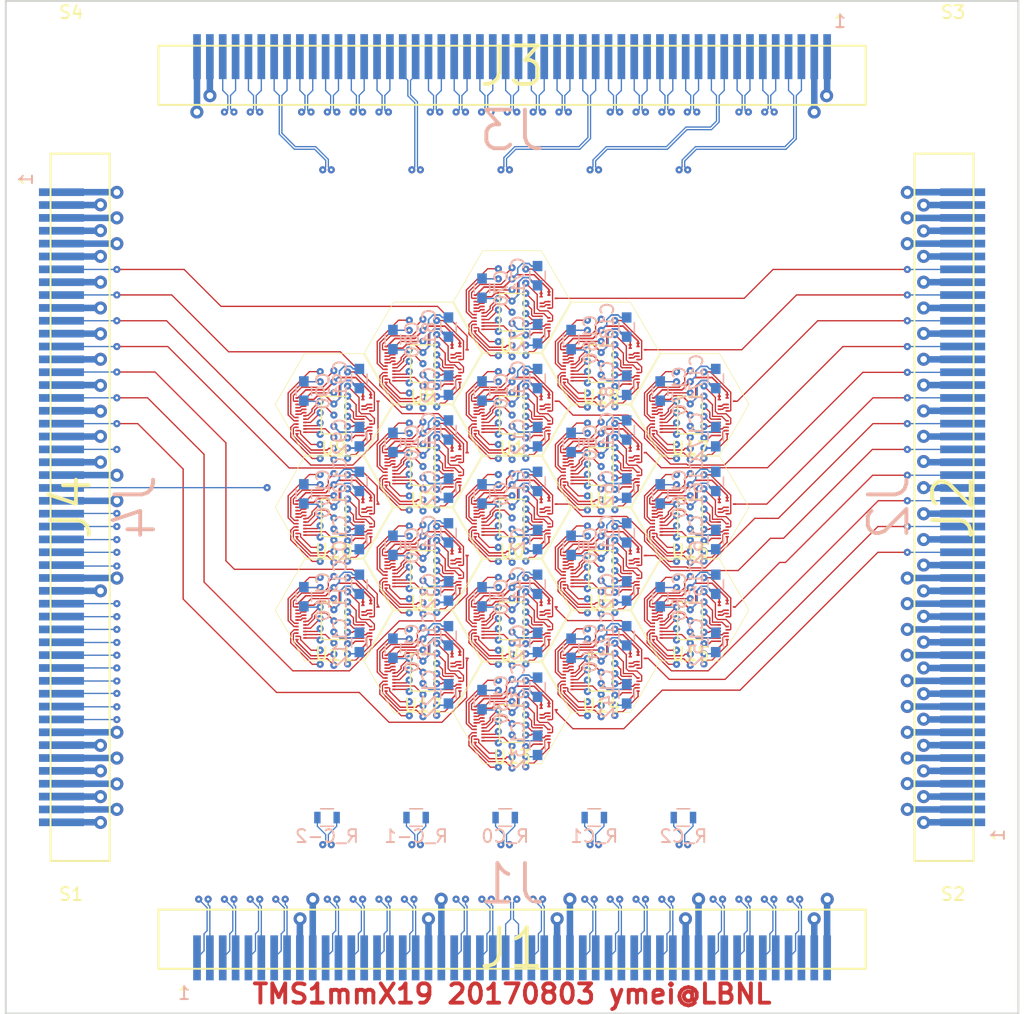
<source format=kicad_pcb>
(kicad_pcb (version 20170123) (host pcbnew "(2017-07-14 revision d3b382c28)-master")
  (title_block (title "Topmetal-S sensor tiled plane, 19 sensors") (date 2017-07-19) (rev 0) (company LBNL))
  (layers (0 F.Cu signal) (1 In1.Cu power) (2 In2.Cu signal) (3 In3.Cu signal) (4 In4.Cu power) (5 In5.Cu signal) (6 In6.Cu signal) (7 In7.Cu power) (8 In8.Cu power) (9 In9.Cu signal) (10 In10.Cu signal) (11 In11.Cu power) (12 In12.Cu signal) (13 In13.Cu signal) (14 In14.Cu power) (31 B.Cu signal) (34 B.Paste user) (35 F.Paste user) (36 B.SilkS user) (37 F.SilkS user) (38 B.Mask user) (39 F.Mask user) (44 Edge.Cuts user))
  (net 0 "")
  (net 1 DGND)
  (net 2 DVDD)
  (net 3 AVDD)
  (net 4 AGND)
  (net 5 SDM_OUT1_10_N)
  (net 6 SDM_OUT1_10_P)
  (net 7 SDM_OUT2_10_P)
  (net 8 SDM_OUT2_10_N)
  (net 9 SDM_OUT1_11_N)
  (net 10 SDM_OUT1_11_P)
  (net 11 SDM_OUT2_11_P)
  (net 12 SDM_OUT2_11_N)
  (net 13 SDM_OUT1_3_N)
  (net 14 SDM_OUT1_3_P)
  (net 15 SDM_OUT2_3_P)
  (net 16 SDM_OUT2_3_N)
  (net 17 SDM_OUT1_12_N)
  (net 18 SDM_OUT1_12_P)
  (net 19 SDM_OUT2_12_P)
  (net 20 SDM_OUT2_12_N)
  (net 21 SDM_OUT1_4_N)
  (net 22 SDM_OUT1_4_P)
  (net 23 SDM_OUT2_4_P)
  (net 24 SDM_OUT2_4_N)
  (net 25 SDM_OUT1_13_N)
  (net 26 SDM_OUT1_13_P)
  (net 27 SDM_OUT2_13_P)
  (net 28 SDM_OUT2_13_N)
  (net 29 SDM_OUT1_5_N)
  (net 30 SDM_OUT1_5_P)
  (net 31 SDM_OUT2_5_P)
  (net 32 SDM_OUT2_5_N)
  (net 33 SDM_OUT1_14_N)
  (net 34 SDM_OUT1_14_P)
  (net 35 SDM_OUT2_14_P)
  (net 36 SDM_OUT2_14_N)
  (net 37 SDM_OUT1_16_N)
  (net 38 SDM_OUT1_16_P)
  (net 39 SDM_OUT2_16_P)
  (net 40 SDM_OUT2_16_N)
  (net 41 SDM_OUT1_15_N)
  (net 42 SDM_OUT1_15_P)
  (net 43 SDM_OUT2_15_P)
  (net 44 SDM_OUT2_15_N)
  (net 45 Ref1)
  (net 46 GND_VREF)
  (net 47 AOUT1_CSA_13)
  (net 48 AOUT1_CSA_14)
  (net 49 AOUT1_CSA_4)
  (net 50 AOUT1_CSA_15)
  (net 51 AOUT1_CSA_5)
  (net 52 AOUT1_CSA_0)
  (net 53 AOUT1_CSA_16)
  (net 54 AOUT1_CSA_6)
  (net 55 AOUT1_CSA_1)
  (net 56 AOUT1_CSA_17)
  (net 57 AOUT1_CSA_18)
  (net 58 AOUT1_CSA_7)
  (net 59 SDM_VDD_Shield)
  (net 60 LVDS_VREF)
  (net 61 SDM_OUT1_9_P)
  (net 62 SDM_OUT1_9_N)
  (net 63 SDM_OUT2_9_N)
  (net 64 SDM_OUT2_9_P)
  (net 65 CLK_-2_N)
  (net 66 CLK_-2_P)
  (net 67 SDM_OUT1_2_P)
  (net 68 SDM_OUT1_2_N)
  (net 69 SDM_OUT2_2_N)
  (net 70 SDM_OUT2_2_P)
  (net 71 SDM_OUT1_8_P)
  (net 72 SDM_OUT1_8_N)
  (net 73 SDM_OUT2_8_N)
  (net 74 SDM_OUT2_8_P)
  (net 75 CLK_-1_N)
  (net 76 CLK_-1_P)
  (net 77 SDM_OUT1_0_P)
  (net 78 SDM_OUT1_0_N)
  (net 79 SDM_OUT2_0_N)
  (net 80 SDM_OUT2_0_P)
  (net 81 SDM_OUT1_1_P)
  (net 82 SDM_OUT1_1_N)
  (net 83 SDM_OUT2_1_N)
  (net 84 SDM_OUT2_1_P)
  (net 85 SDM_OUT1_7_P)
  (net 86 SDM_OUT1_7_N)
  (net 87 SDM_OUT2_7_N)
  (net 88 SDM_OUT2_7_P)
  (net 89 CLK_0_N)
  (net 90 CLK_0_P)
  (net 91 SDM_OUT1_6_P)
  (net 92 SDM_OUT1_6_N)
  (net 93 SDM_OUT2_6_N)
  (net 94 SDM_OUT2_6_P)
  (net 95 SDM_OUT1_18_P)
  (net 96 SDM_OUT1_18_N)
  (net 97 SDM_OUT2_18_N)
  (net 98 SDM_OUT2_18_P)
  (net 99 CLK_1_N)
  (net 100 CLK_1_P)
  (net 101 SDM_OUT1_17_P)
  (net 102 SDM_OUT1_17_N)
  (net 103 SDM_OUT2_17_N)
  (net 104 SDM_OUT2_17_P)
  (net 105 CLK_2_N)
  (net 106 CLK_2_P)
  (net 107 Ref3)
  (net 108 DAC_BufferX2_VREF)
  (net 109 SDO_30)
  (net 110 SCK_2)
  (net 111 SDO_29)
  (net 112 SCK_1)
  (net 113 SDO_28)
  (net 114 SCK_0)
  (net 115 SDO_27)
  (net 116 SCK_-1)
  (net 117 SDO_26)
  (net 118 SCK_-2)
  (net 119 SDO_9)
  (net 120 SDO_8)
  (net 121 SDO_7)
  (net 122 SDO_18)
  (net 123 SDO_17)
  (net 124 AOUT1_CSA_12)
  (net 125 AOUT1_CSA_3)
  (net 126 AOUT1_CSA_11)
  (net 127 AOUT1_CSA_2)
  (net 128 AOUT1_CSA_10)
  (net 129 AOUT1_CSA_9)
  (net 130 AOUT1_CSA_8)
  (net 131 GND_NMOSI)
  (net 132 Gring)
  (net 133 "Net-(S1-Pad1)")
  (net 134 "Net-(S2-Pad1)")
  (net 135 "Net-(S3-Pad1)")
  (net 136 "Net-(S4-Pad1)")
  (net 137 CSA_VREF_0)
  (net 138 CSA_VDIS_0)
  (net 139 VCASN_0)
  (net 140 VCASP_0)
  (net 141 RESET)
  (net 142 SDO_4)
  (net 143 CSA_VBIASP_0)
  (net 144 CSA_VBIASN_0)
  (net 145 SDM_testIN)
  (net 146 Ref2)
  (net 147 SDM_BIAS_0)
  (net 148 SDO_0)
  (net 149 SDO_1)
  (net 150 SDM_BIAS_1)
  (net 151 CSA_VBIASN_1)
  (net 152 CSA_VBIASP_1)
  (net 153 VCASP_1)
  (net 154 VCASN_1)
  (net 155 CSA_VDIS_1)
  (net 156 CSA_VREF_1)
  (net 157 CSA_VREF_2)
  (net 158 CSA_VDIS_2)
  (net 159 VCASN_2)
  (net 160 VCASP_2)
  (net 161 SDO_3)
  (net 162 CSA_VBIASP_2)
  (net 163 CSA_VBIASN_2)
  (net 164 SDM_BIAS_2)
  (net 165 SDO_2)
  (net 166 CSA_VREF_3)
  (net 167 CSA_VDIS_3)
  (net 168 VCASN_3)
  (net 169 VCASP_3)
  (net 170 SDO_12)
  (net 171 CSA_VBIASP_3)
  (net 172 CSA_VBIASN_3)
  (net 173 SDM_BIAS_3)
  (net 174 SDO_13)
  (net 175 SDM_BIAS_4)
  (net 176 CSA_VBIASN_4)
  (net 177 CSA_VBIASP_4)
  (net 178 VCASP_4)
  (net 179 VCASN_4)
  (net 180 CSA_VDIS_4)
  (net 181 CSA_VREF_4)
  (net 182 CSA_VREF_5)
  (net 183 CSA_VDIS_5)
  (net 184 VCASN_5)
  (net 185 VCASP_5)
  (net 186 SDO_14)
  (net 187 CSA_VBIASP_5)
  (net 188 CSA_VBIASN_5)
  (net 189 SDM_BIAS_5)
  (net 190 SDO_5)
  (net 191 CSA_VREF_6)
  (net 192 CSA_VDIS_6)
  (net 193 VCASN_6)
  (net 194 VCASP_6)
  (net 195 CSA_VBIASP_6)
  (net 196 CSA_VBIASN_6)
  (net 197 SDM_BIAS_6)
  (net 198 SDO_6)
  (net 199 CSA_VREF_7)
  (net 200 CSA_VDIS_7)
  (net 201 VCASN_7)
  (net 202 VCASP_7)
  (net 203 CSA_VBIASP_7)
  (net 204 CSA_VBIASN_7)
  (net 205 SDM_BIAS_7)
  (net 206 CSA_VREF_8)
  (net 207 CSA_VDIS_8)
  (net 208 VCASN_8)
  (net 209 VCASP_8)
  (net 210 CSA_VBIASP_8)
  (net 211 CSA_VBIASN_8)
  (net 212 SDM_BIAS_8)
  (net 213 SDO_10)
  (net 214 SDM_BIAS_9)
  (net 215 CSA_VBIASN_9)
  (net 216 CSA_VBIASP_9)
  (net 217 VCASP_9)
  (net 218 VCASN_9)
  (net 219 CSA_VDIS_9)
  (net 220 CSA_VREF_9)
  (net 221 SDO_11)
  (net 222 SDM_BIAS_10)
  (net 223 CSA_VBIASN_10)
  (net 224 CSA_VBIASP_10)
  (net 225 VCASP_10)
  (net 226 VCASN_10)
  (net 227 CSA_VDIS_10)
  (net 228 CSA_VREF_10)
  (net 229 CSA_VREF_11)
  (net 230 CSA_VDIS_11)
  (net 231 VCASN_11)
  (net 232 VCASP_11)
  (net 233 CSA_VBIASP_11)
  (net 234 CSA_VBIASN_11)
  (net 235 SDM_BIAS_11)
  (net 236 CSA_VREF_12)
  (net 237 CSA_VDIS_12)
  (net 238 VCASN_12)
  (net 239 VCASP_12)
  (net 240 CSA_VBIASP_12)
  (net 241 CSA_VBIASN_12)
  (net 242 SDM_BIAS_12)
  (net 243 SDM_BIAS_13)
  (net 244 CSA_VBIASN_13)
  (net 245 CSA_VBIASP_13)
  (net 246 VCASP_13)
  (net 247 VCASN_13)
  (net 248 CSA_VDIS_13)
  (net 249 CSA_VREF_13)
  (net 250 CSA_VREF_14)
  (net 251 CSA_VDIS_14)
  (net 252 VCASN_14)
  (net 253 VCASP_14)
  (net 254 CSA_VBIASP_14)
  (net 255 CSA_VBIASN_14)
  (net 256 SDM_BIAS_14)
  (net 257 SDO_15)
  (net 258 SDM_BIAS_15)
  (net 259 CSA_VBIASN_15)
  (net 260 CSA_VBIASP_15)
  (net 261 VCASP_15)
  (net 262 VCASN_15)
  (net 263 CSA_VDIS_15)
  (net 264 CSA_VREF_15)
  (net 265 SDO_16)
  (net 266 SDM_BIAS_16)
  (net 267 CSA_VBIASN_16)
  (net 268 CSA_VBIASP_16)
  (net 269 VCASP_16)
  (net 270 VCASN_16)
  (net 271 CSA_VDIS_16)
  (net 272 CSA_VREF_16)
  (net 273 SDM_BIAS_17)
  (net 274 CSA_VBIASN_17)
  (net 275 CSA_VBIASP_17)
  (net 276 VCASP_17)
  (net 277 VCASN_17)
  (net 278 CSA_VDIS_17)
  (net 279 CSA_VREF_17)
  (net 280 SDM_BIAS_18)
  (net 281 CSA_VBIASN_18)
  (net 282 CSA_VBIASP_18)
  (net 283 VCASP_18)
  (net 284 VCASN_18)
  (net 285 CSA_VDIS_18)
  (net 286 CSA_VREF_18)
  (module Capacitors_SMD:C_0603 (layer B.Cu) (at 137.3632 106.9086 90)
    (fp_text reference C0 (at 0 1.5 90) (layer B.SilkS) (effects (justify mirror)))
    (fp_text value 1u)
    (pad 2 smd rect (at 0.75 0 90) (size 0.8 0.75) (layers B.Cu B.Paste B.Mask) (net 1 DGND))
    (pad 1 smd rect (at -0.75 0 90) (size 0.8 0.75) (layers B.Cu B.Paste B.Mask) (net 2 DVDD))
  )
  (module Capacitors_SMD:C_0603 (layer B.Cu) (at 141.6812 105.9434 270)
    (fp_text reference C1 (at 0 1.5 270) (layer B.SilkS) (effects (justify mirror)))
    (fp_text value 1u)
    (pad 1 smd rect (at -0.75 0 270) (size 0.8 0.75) (layers B.Cu B.Paste B.Mask) (net 3 AVDD))
    (pad 2 smd rect (at 0.75 0 270) (size 0.8 0.75) (layers B.Cu B.Paste B.Mask) (net 4 AGND))
  )
  (module Capacitors_SMD:C_0603 (layer B.Cu) (at 141.6812 110.4646 270)
    (fp_text reference C2 (at 0 1.5 270) (layer B.SilkS) (effects (justify mirror)))
    (fp_text value 1u)
    (pad 2 smd rect (at 0.75 0 270) (size 0.8 0.75) (layers B.Cu B.Paste B.Mask) (net 4 AGND))
    (pad 1 smd rect (at -0.75 0 270) (size 0.8 0.75) (layers B.Cu B.Paste B.Mask) (net 3 AVDD))
  )
  (module Capacitors_SMD:C_0603 (layer B.Cu) (at 137.3632 98.9086 90)
    (fp_text reference C10 (at 0 1.5 90) (layer B.SilkS) (effects (justify mirror)))
    (fp_text value 1u)
    (pad 1 smd rect (at -0.75 0 90) (size 0.8 0.75) (layers B.Cu B.Paste B.Mask) (net 2 DVDD))
    (pad 2 smd rect (at 0.75 0 90) (size 0.8 0.75) (layers B.Cu B.Paste B.Mask) (net 1 DGND))
  )
  (module Capacitors_SMD:C_0603 (layer B.Cu) (at 141.6812 97.9434 270)
    (fp_text reference C11 (at 0 1.5 270) (layer B.SilkS) (effects (justify mirror)))
    (fp_text value 1u)
    (pad 2 smd rect (at 0.75 0 270) (size 0.8 0.75) (layers B.Cu B.Paste B.Mask) (net 4 AGND))
    (pad 1 smd rect (at -0.75 0 270) (size 0.8 0.75) (layers B.Cu B.Paste B.Mask) (net 3 AVDD))
  )
  (module Capacitors_SMD:C_0603 (layer B.Cu) (at 141.6812 102.4646 270)
    (fp_text reference C12 (at 0 1.5 270) (layer B.SilkS) (effects (justify mirror)))
    (fp_text value 1u)
    (pad 1 smd rect (at -0.75 0 270) (size 0.8 0.75) (layers B.Cu B.Paste B.Mask) (net 3 AVDD))
    (pad 2 smd rect (at 0.75 0 270) (size 0.8 0.75) (layers B.Cu B.Paste B.Mask) (net 4 AGND))
  )
  (module Capacitors_SMD:C_0603 (layer B.Cu) (at 130.434996 102.9086 90)
    (fp_text reference C20 (at 0 1.5 90) (layer B.SilkS) (effects (justify mirror)))
    (fp_text value 1u)
    (pad 2 smd rect (at 0.75 0 90) (size 0.8 0.75) (layers B.Cu B.Paste B.Mask) (net 1 DGND))
    (pad 1 smd rect (at -0.75 0 90) (size 0.8 0.75) (layers B.Cu B.Paste B.Mask) (net 2 DVDD))
  )
  (module Capacitors_SMD:C_0603 (layer B.Cu) (at 134.752996 101.9434 270)
    (fp_text reference C21 (at 0 1.5 270) (layer B.SilkS) (effects (justify mirror)))
    (fp_text value 1u)
    (pad 2 smd rect (at 0.75 0 270) (size 0.8 0.75) (layers B.Cu B.Paste B.Mask) (net 4 AGND))
    (pad 1 smd rect (at -0.75 0 270) (size 0.8 0.75) (layers B.Cu B.Paste B.Mask) (net 3 AVDD))
  )
  (module Capacitors_SMD:C_0603 (layer B.Cu) (at 134.752996 106.4646 270)
    (fp_text reference C22 (at 0 1.5 270) (layer B.SilkS) (effects (justify mirror)))
    (fp_text value 1u)
    (pad 2 smd rect (at 0.75 0 270) (size 0.8 0.75) (layers B.Cu B.Paste B.Mask) (net 4 AGND))
    (pad 1 smd rect (at -0.75 0 270) (size 0.8 0.75) (layers B.Cu B.Paste B.Mask) (net 3 AVDD))
  )
  (module Capacitors_SMD:C_0603 (layer B.Cu) (at 130.434996 110.9086 90)
    (fp_text reference C30 (at 0 1.5 90) (layer B.SilkS) (effects (justify mirror)))
    (fp_text value 1u)
    (pad 1 smd rect (at -0.75 0 90) (size 0.8 0.75) (layers B.Cu B.Paste B.Mask) (net 2 DVDD))
    (pad 2 smd rect (at 0.75 0 90) (size 0.8 0.75) (layers B.Cu B.Paste B.Mask) (net 1 DGND))
  )
  (module Capacitors_SMD:C_0603 (layer B.Cu) (at 134.752996 109.9434 270)
    (fp_text reference C31 (at 0 1.5 270) (layer B.SilkS) (effects (justify mirror)))
    (fp_text value 1u)
    (pad 2 smd rect (at 0.75 0 270) (size 0.8 0.75) (layers B.Cu B.Paste B.Mask) (net 4 AGND))
    (pad 1 smd rect (at -0.75 0 270) (size 0.8 0.75) (layers B.Cu B.Paste B.Mask) (net 3 AVDD))
  )
  (module Capacitors_SMD:C_0603 (layer B.Cu) (at 134.752996 114.4646 270)
    (fp_text reference C32 (at 0 1.5 270) (layer B.SilkS) (effects (justify mirror)))
    (fp_text value 1u)
    (pad 1 smd rect (at -0.75 0 270) (size 0.8 0.75) (layers B.Cu B.Paste B.Mask) (net 3 AVDD))
    (pad 2 smd rect (at 0.75 0 270) (size 0.8 0.75) (layers B.Cu B.Paste B.Mask) (net 4 AGND))
  )
  (module Capacitors_SMD:C_0603 (layer B.Cu) (at 137.3632 114.9086 90)
    (fp_text reference C40 (at 0 1.5 90) (layer B.SilkS) (effects (justify mirror)))
    (fp_text value 1u)
    (pad 2 smd rect (at 0.75 0 90) (size 0.8 0.75) (layers B.Cu B.Paste B.Mask) (net 1 DGND))
    (pad 1 smd rect (at -0.75 0 90) (size 0.8 0.75) (layers B.Cu B.Paste B.Mask) (net 2 DVDD))
  )
  (module Capacitors_SMD:C_0603 (layer B.Cu) (at 141.6812 113.9434 270)
    (fp_text reference C41 (at 0 1.5 270) (layer B.SilkS) (effects (justify mirror)))
    (fp_text value 1u)
    (pad 1 smd rect (at -0.75 0 270) (size 0.8 0.75) (layers B.Cu B.Paste B.Mask) (net 3 AVDD))
    (pad 2 smd rect (at 0.75 0 270) (size 0.8 0.75) (layers B.Cu B.Paste B.Mask) (net 4 AGND))
  )
  (module Capacitors_SMD:C_0603 (layer B.Cu) (at 141.6812 118.4646 270)
    (fp_text reference C42 (at 0 1.5 270) (layer B.SilkS) (effects (justify mirror)))
    (fp_text value 1u)
    (pad 2 smd rect (at 0.75 0 270) (size 0.8 0.75) (layers B.Cu B.Paste B.Mask) (net 4 AGND))
    (pad 1 smd rect (at -0.75 0 270) (size 0.8 0.75) (layers B.Cu B.Paste B.Mask) (net 3 AVDD))
  )
  (module Capacitors_SMD:C_0603 (layer B.Cu) (at 144.291403 110.9086 90)
    (fp_text reference C50 (at 0 1.5 90) (layer B.SilkS) (effects (justify mirror)))
    (fp_text value 1u)
    (pad 1 smd rect (at -0.75 0 90) (size 0.8 0.75) (layers B.Cu B.Paste B.Mask) (net 2 DVDD))
    (pad 2 smd rect (at 0.75 0 90) (size 0.8 0.75) (layers B.Cu B.Paste B.Mask) (net 1 DGND))
  )
  (module Capacitors_SMD:C_0603 (layer B.Cu) (at 148.609403 109.9434 270)
    (fp_text reference C51 (at 0 1.5 270) (layer B.SilkS) (effects (justify mirror)))
    (fp_text value 1u)
    (pad 1 smd rect (at -0.75 0 270) (size 0.8 0.75) (layers B.Cu B.Paste B.Mask) (net 3 AVDD))
    (pad 2 smd rect (at 0.75 0 270) (size 0.8 0.75) (layers B.Cu B.Paste B.Mask) (net 4 AGND))
  )
  (module Capacitors_SMD:C_0603 (layer B.Cu) (at 148.609403 114.4646 270)
    (fp_text reference C52 (at 0 1.5 270) (layer B.SilkS) (effects (justify mirror)))
    (fp_text value 1u)
    (pad 2 smd rect (at 0.75 0 270) (size 0.8 0.75) (layers B.Cu B.Paste B.Mask) (net 4 AGND))
    (pad 1 smd rect (at -0.75 0 270) (size 0.8 0.75) (layers B.Cu B.Paste B.Mask) (net 3 AVDD))
  )
  (module Capacitors_SMD:C_0603 (layer B.Cu) (at 144.291403 102.9086 90)
    (fp_text reference C60 (at 0 1.5 90) (layer B.SilkS) (effects (justify mirror)))
    (fp_text value 1u)
    (pad 1 smd rect (at -0.75 0 90) (size 0.8 0.75) (layers B.Cu B.Paste B.Mask) (net 2 DVDD))
    (pad 2 smd rect (at 0.75 0 90) (size 0.8 0.75) (layers B.Cu B.Paste B.Mask) (net 1 DGND))
  )
  (module Capacitors_SMD:C_0603 (layer B.Cu) (at 148.609403 101.9434 270)
    (fp_text reference C61 (at 0 1.5 270) (layer B.SilkS) (effects (justify mirror)))
    (fp_text value 1u)
    (pad 2 smd rect (at 0.75 0 270) (size 0.8 0.75) (layers B.Cu B.Paste B.Mask) (net 4 AGND))
    (pad 1 smd rect (at -0.75 0 270) (size 0.8 0.75) (layers B.Cu B.Paste B.Mask) (net 3 AVDD))
  )
  (module Capacitors_SMD:C_0603 (layer B.Cu) (at 148.609403 106.4646 270)
    (fp_text reference C62 (at 0 1.5 270) (layer B.SilkS) (effects (justify mirror)))
    (fp_text value 1u)
    (pad 1 smd rect (at -0.75 0 270) (size 0.8 0.75) (layers B.Cu B.Paste B.Mask) (net 3 AVDD))
    (pad 2 smd rect (at 0.75 0 270) (size 0.8 0.75) (layers B.Cu B.Paste B.Mask) (net 4 AGND))
  )
  (module Capacitors_SMD:C_0603 (layer B.Cu) (at 137.3632 90.9086 90)
    (fp_text reference C70 (at 0 1.5 90) (layer B.SilkS) (effects (justify mirror)))
    (fp_text value 1u)
    (pad 2 smd rect (at 0.75 0 90) (size 0.8 0.75) (layers B.Cu B.Paste B.Mask) (net 1 DGND))
    (pad 1 smd rect (at -0.75 0 90) (size 0.8 0.75) (layers B.Cu B.Paste B.Mask) (net 2 DVDD))
  )
  (module Capacitors_SMD:C_0603 (layer B.Cu) (at 141.6812 89.9434 270)
    (fp_text reference C71 (at 0 1.5 270) (layer B.SilkS) (effects (justify mirror)))
    (fp_text value 1u)
    (pad 1 smd rect (at -0.75 0 270) (size 0.8 0.75) (layers B.Cu B.Paste B.Mask) (net 3 AVDD))
    (pad 2 smd rect (at 0.75 0 270) (size 0.8 0.75) (layers B.Cu B.Paste B.Mask) (net 4 AGND))
  )
  (module Capacitors_SMD:C_0603 (layer B.Cu) (at 141.6812 94.4646 270)
    (fp_text reference C72 (at 0 1.5 270) (layer B.SilkS) (effects (justify mirror)))
    (fp_text value 1u)
    (pad 2 smd rect (at 0.75 0 270) (size 0.8 0.75) (layers B.Cu B.Paste B.Mask) (net 4 AGND))
    (pad 1 smd rect (at -0.75 0 270) (size 0.8 0.75) (layers B.Cu B.Paste B.Mask) (net 3 AVDD))
  )
  (module Capacitors_SMD:C_0603 (layer B.Cu) (at 130.434996 94.9086 90)
    (fp_text reference C80 (at 0 1.5 90) (layer B.SilkS) (effects (justify mirror)))
    (fp_text value 1u)
    (pad 1 smd rect (at -0.75 0 90) (size 0.8 0.75) (layers B.Cu B.Paste B.Mask) (net 2 DVDD))
    (pad 2 smd rect (at 0.75 0 90) (size 0.8 0.75) (layers B.Cu B.Paste B.Mask) (net 1 DGND))
  )
  (module Capacitors_SMD:C_0603 (layer B.Cu) (at 134.752996 93.9434 270)
    (fp_text reference C81 (at 0 1.5 270) (layer B.SilkS) (effects (justify mirror)))
    (fp_text value 1u)
    (pad 2 smd rect (at 0.75 0 270) (size 0.8 0.75) (layers B.Cu B.Paste B.Mask) (net 4 AGND))
    (pad 1 smd rect (at -0.75 0 270) (size 0.8 0.75) (layers B.Cu B.Paste B.Mask) (net 3 AVDD))
  )
  (module Capacitors_SMD:C_0603 (layer B.Cu) (at 134.752996 98.4646 270)
    (fp_text reference C82 (at 0 1.5 270) (layer B.SilkS) (effects (justify mirror)))
    (fp_text value 1u)
    (pad 1 smd rect (at -0.75 0 270) (size 0.8 0.75) (layers B.Cu B.Paste B.Mask) (net 3 AVDD))
    (pad 2 smd rect (at 0.75 0 270) (size 0.8 0.75) (layers B.Cu B.Paste B.Mask) (net 4 AGND))
  )
  (module Capacitors_SMD:C_0603 (layer B.Cu) (at 123.506793 98.9086 90)
    (fp_text reference C90 (at 0 1.5 90) (layer B.SilkS) (effects (justify mirror)))
    (fp_text value 1u)
    (pad 2 smd rect (at 0.75 0 90) (size 0.8 0.75) (layers B.Cu B.Paste B.Mask) (net 1 DGND))
    (pad 1 smd rect (at -0.75 0 90) (size 0.8 0.75) (layers B.Cu B.Paste B.Mask) (net 2 DVDD))
  )
  (module Capacitors_SMD:C_0603 (layer B.Cu) (at 127.824793 97.9434 270)
    (fp_text reference C91 (at 0 1.5 270) (layer B.SilkS) (effects (justify mirror)))
    (fp_text value 1u)
    (pad 1 smd rect (at -0.75 0 270) (size 0.8 0.75) (layers B.Cu B.Paste B.Mask) (net 3 AVDD))
    (pad 2 smd rect (at 0.75 0 270) (size 0.8 0.75) (layers B.Cu B.Paste B.Mask) (net 4 AGND))
  )
  (module Capacitors_SMD:C_0603 (layer B.Cu) (at 127.824793 102.4646 270)
    (fp_text reference C92 (at 0 1.5 270) (layer B.SilkS) (effects (justify mirror)))
    (fp_text value 1u)
    (pad 2 smd rect (at 0.75 0 270) (size 0.8 0.75) (layers B.Cu B.Paste B.Mask) (net 4 AGND))
    (pad 1 smd rect (at -0.75 0 270) (size 0.8 0.75) (layers B.Cu B.Paste B.Mask) (net 3 AVDD))
  )
  (module Capacitors_SMD:C_0603 (layer B.Cu) (at 123.506793 106.9086 90)
    (fp_text reference C100 (at 0 1.5 90) (layer B.SilkS) (effects (justify mirror)))
    (fp_text value 1u)
    (pad 1 smd rect (at -0.75 0 90) (size 0.8 0.75) (layers B.Cu B.Paste B.Mask) (net 2 DVDD))
    (pad 2 smd rect (at 0.75 0 90) (size 0.8 0.75) (layers B.Cu B.Paste B.Mask) (net 1 DGND))
  )
  (module Capacitors_SMD:C_0603 (layer B.Cu) (at 127.824793 105.9434 270)
    (fp_text reference C101 (at 0 1.5 270) (layer B.SilkS) (effects (justify mirror)))
    (fp_text value 1u)
    (pad 2 smd rect (at 0.75 0 270) (size 0.8 0.75) (layers B.Cu B.Paste B.Mask) (net 4 AGND))
    (pad 1 smd rect (at -0.75 0 270) (size 0.8 0.75) (layers B.Cu B.Paste B.Mask) (net 3 AVDD))
  )
  (module Capacitors_SMD:C_0603 (layer B.Cu) (at 127.824793 110.4646 270)
    (fp_text reference C102 (at 0 1.5 270) (layer B.SilkS) (effects (justify mirror)))
    (fp_text value 1u)
    (pad 1 smd rect (at -0.75 0 270) (size 0.8 0.75) (layers B.Cu B.Paste B.Mask) (net 3 AVDD))
    (pad 2 smd rect (at 0.75 0 270) (size 0.8 0.75) (layers B.Cu B.Paste B.Mask) (net 4 AGND))
  )
  (module Capacitors_SMD:C_0603 (layer B.Cu) (at 123.506793 114.9086 90)
    (fp_text reference C110 (at 0 1.5 90) (layer B.SilkS) (effects (justify mirror)))
    (fp_text value 1u)
    (pad 2 smd rect (at 0.75 0 90) (size 0.8 0.75) (layers B.Cu B.Paste B.Mask) (net 1 DGND))
    (pad 1 smd rect (at -0.75 0 90) (size 0.8 0.75) (layers B.Cu B.Paste B.Mask) (net 2 DVDD))
  )
  (module Capacitors_SMD:C_0603 (layer B.Cu) (at 127.824793 113.9434 270)
    (fp_text reference C111 (at 0 1.5 270) (layer B.SilkS) (effects (justify mirror)))
    (fp_text value 1u)
    (pad 2 smd rect (at 0.75 0 270) (size 0.8 0.75) (layers B.Cu B.Paste B.Mask) (net 4 AGND))
    (pad 1 smd rect (at -0.75 0 270) (size 0.8 0.75) (layers B.Cu B.Paste B.Mask) (net 3 AVDD))
  )
  (module Capacitors_SMD:C_0603 (layer B.Cu) (at 127.824793 118.4646 270)
    (fp_text reference C112 (at 0 1.5 270) (layer B.SilkS) (effects (justify mirror)))
    (fp_text value 1u)
    (pad 1 smd rect (at -0.75 0 270) (size 0.8 0.75) (layers B.Cu B.Paste B.Mask) (net 3 AVDD))
    (pad 2 smd rect (at 0.75 0 270) (size 0.8 0.75) (layers B.Cu B.Paste B.Mask) (net 4 AGND))
  )
  (module Capacitors_SMD:C_0603 (layer B.Cu) (at 130.434996 118.9086 90)
    (fp_text reference C120 (at 0 1.5 90) (layer B.SilkS) (effects (justify mirror)))
    (fp_text value 1u)
    (pad 1 smd rect (at -0.75 0 90) (size 0.8 0.75) (layers B.Cu B.Paste B.Mask) (net 2 DVDD))
    (pad 2 smd rect (at 0.75 0 90) (size 0.8 0.75) (layers B.Cu B.Paste B.Mask) (net 1 DGND))
  )
  (module Capacitors_SMD:C_0603 (layer B.Cu) (at 134.752996 117.9434 270)
    (fp_text reference C121 (at 0 1.5 270) (layer B.SilkS) (effects (justify mirror)))
    (fp_text value 1u)
    (pad 2 smd rect (at 0.75 0 270) (size 0.8 0.75) (layers B.Cu B.Paste B.Mask) (net 4 AGND))
    (pad 1 smd rect (at -0.75 0 270) (size 0.8 0.75) (layers B.Cu B.Paste B.Mask) (net 3 AVDD))
  )
  (module Capacitors_SMD:C_0603 (layer B.Cu) (at 134.752996 122.4646 270)
    (fp_text reference C122 (at 0 1.5 270) (layer B.SilkS) (effects (justify mirror)))
    (fp_text value 1u)
    (pad 2 smd rect (at 0.75 0 270) (size 0.8 0.75) (layers B.Cu B.Paste B.Mask) (net 4 AGND))
    (pad 1 smd rect (at -0.75 0 270) (size 0.8 0.75) (layers B.Cu B.Paste B.Mask) (net 3 AVDD))
  )
  (module Capacitors_SMD:C_0603 (layer B.Cu) (at 137.3632 122.9086 90)
    (fp_text reference C130 (at 0 1.5 90) (layer B.SilkS) (effects (justify mirror)))
    (fp_text value 1u)
    (pad 2 smd rect (at 0.75 0 90) (size 0.8 0.75) (layers B.Cu B.Paste B.Mask) (net 1 DGND))
    (pad 1 smd rect (at -0.75 0 90) (size 0.8 0.75) (layers B.Cu B.Paste B.Mask) (net 2 DVDD))
  )
  (module Capacitors_SMD:C_0603 (layer B.Cu) (at 141.6812 121.9434 270)
    (fp_text reference C131 (at 0 1.5 270) (layer B.SilkS) (effects (justify mirror)))
    (fp_text value 1u)
    (pad 1 smd rect (at -0.75 0 270) (size 0.8 0.75) (layers B.Cu B.Paste B.Mask) (net 3 AVDD))
    (pad 2 smd rect (at 0.75 0 270) (size 0.8 0.75) (layers B.Cu B.Paste B.Mask) (net 4 AGND))
  )
  (module Capacitors_SMD:C_0603 (layer B.Cu) (at 141.6812 126.4646 270)
    (fp_text reference C132 (at 0 1.5 270) (layer B.SilkS) (effects (justify mirror)))
    (fp_text value 1u)
    (pad 1 smd rect (at -0.75 0 270) (size 0.8 0.75) (layers B.Cu B.Paste B.Mask) (net 3 AVDD))
    (pad 2 smd rect (at 0.75 0 270) (size 0.8 0.75) (layers B.Cu B.Paste B.Mask) (net 4 AGND))
  )
  (module Capacitors_SMD:C_0603 (layer B.Cu) (at 144.291403 118.9086 90)
    (fp_text reference C140 (at 0 1.5 90) (layer B.SilkS) (effects (justify mirror)))
    (fp_text value 1u)
    (pad 2 smd rect (at 0.75 0 90) (size 0.8 0.75) (layers B.Cu B.Paste B.Mask) (net 1 DGND))
    (pad 1 smd rect (at -0.75 0 90) (size 0.8 0.75) (layers B.Cu B.Paste B.Mask) (net 2 DVDD))
  )
  (module Capacitors_SMD:C_0603 (layer B.Cu) (at 148.609403 117.9434 270)
    (fp_text reference C141 (at 0 1.5 270) (layer B.SilkS) (effects (justify mirror)))
    (fp_text value 1u)
    (pad 1 smd rect (at -0.75 0 270) (size 0.8 0.75) (layers B.Cu B.Paste B.Mask) (net 3 AVDD))
    (pad 2 smd rect (at 0.75 0 270) (size 0.8 0.75) (layers B.Cu B.Paste B.Mask) (net 4 AGND))
  )
  (module Capacitors_SMD:C_0603 (layer B.Cu) (at 148.609403 122.4646 270)
    (fp_text reference C142 (at 0 1.5 270) (layer B.SilkS) (effects (justify mirror)))
    (fp_text value 1u)
    (pad 1 smd rect (at -0.75 0 270) (size 0.8 0.75) (layers B.Cu B.Paste B.Mask) (net 3 AVDD))
    (pad 2 smd rect (at 0.75 0 270) (size 0.8 0.75) (layers B.Cu B.Paste B.Mask) (net 4 AGND))
  )
  (module Capacitors_SMD:C_0603 (layer B.Cu) (at 151.219606 114.9086 90)
    (fp_text reference C150 (at 0 1.5 90) (layer B.SilkS) (effects (justify mirror)))
    (fp_text value 1u)
    (pad 2 smd rect (at 0.75 0 90) (size 0.8 0.75) (layers B.Cu B.Paste B.Mask) (net 1 DGND))
    (pad 1 smd rect (at -0.75 0 90) (size 0.8 0.75) (layers B.Cu B.Paste B.Mask) (net 2 DVDD))
  )
  (module Capacitors_SMD:C_0603 (layer B.Cu) (at 155.537606 113.9434 270)
    (fp_text reference C151 (at 0 1.5 270) (layer B.SilkS) (effects (justify mirror)))
    (fp_text value 1u)
    (pad 1 smd rect (at -0.75 0 270) (size 0.8 0.75) (layers B.Cu B.Paste B.Mask) (net 3 AVDD))
    (pad 2 smd rect (at 0.75 0 270) (size 0.8 0.75) (layers B.Cu B.Paste B.Mask) (net 4 AGND))
  )
  (module Capacitors_SMD:C_0603 (layer B.Cu) (at 155.537606 118.4646 270)
    (fp_text reference C152 (at 0 1.5 270) (layer B.SilkS) (effects (justify mirror)))
    (fp_text value 1u)
    (pad 2 smd rect (at 0.75 0 270) (size 0.8 0.75) (layers B.Cu B.Paste B.Mask) (net 4 AGND))
    (pad 1 smd rect (at -0.75 0 270) (size 0.8 0.75) (layers B.Cu B.Paste B.Mask) (net 3 AVDD))
  )
  (module Capacitors_SMD:C_0603 (layer B.Cu) (at 151.219606 106.9086 90)
    (fp_text reference C160 (at 0 1.5 90) (layer B.SilkS) (effects (justify mirror)))
    (fp_text value 1u)
    (pad 2 smd rect (at 0.75 0 90) (size 0.8 0.75) (layers B.Cu B.Paste B.Mask) (net 1 DGND))
    (pad 1 smd rect (at -0.75 0 90) (size 0.8 0.75) (layers B.Cu B.Paste B.Mask) (net 2 DVDD))
  )
  (module Capacitors_SMD:C_0603 (layer B.Cu) (at 155.537606 105.9434 270)
    (fp_text reference C161 (at 0 1.5 270) (layer B.SilkS) (effects (justify mirror)))
    (fp_text value 1u)
    (pad 1 smd rect (at -0.75 0 270) (size 0.8 0.75) (layers B.Cu B.Paste B.Mask) (net 3 AVDD))
    (pad 2 smd rect (at 0.75 0 270) (size 0.8 0.75) (layers B.Cu B.Paste B.Mask) (net 4 AGND))
  )
  (module Capacitors_SMD:C_0603 (layer B.Cu) (at 155.537606 110.4646 270)
    (fp_text reference C162 (at 0 1.5 270) (layer B.SilkS) (effects (justify mirror)))
    (fp_text value 1u)
    (pad 2 smd rect (at 0.75 0 270) (size 0.8 0.75) (layers B.Cu B.Paste B.Mask) (net 4 AGND))
    (pad 1 smd rect (at -0.75 0 270) (size 0.8 0.75) (layers B.Cu B.Paste B.Mask) (net 3 AVDD))
  )
  (module Capacitors_SMD:C_0603 (layer B.Cu) (at 151.219606 98.9086 90)
    (fp_text reference C170 (at 0 1.5 90) (layer B.SilkS) (effects (justify mirror)))
    (fp_text value 1u)
    (pad 1 smd rect (at -0.75 0 90) (size 0.8 0.75) (layers B.Cu B.Paste B.Mask) (net 2 DVDD))
    (pad 2 smd rect (at 0.75 0 90) (size 0.8 0.75) (layers B.Cu B.Paste B.Mask) (net 1 DGND))
  )
  (module Capacitors_SMD:C_0603 (layer B.Cu) (at 155.537606 97.9434 270)
    (fp_text reference C171 (at 0 1.5 270) (layer B.SilkS) (effects (justify mirror)))
    (fp_text value 1u)
    (pad 1 smd rect (at -0.75 0 270) (size 0.8 0.75) (layers B.Cu B.Paste B.Mask) (net 3 AVDD))
    (pad 2 smd rect (at 0.75 0 270) (size 0.8 0.75) (layers B.Cu B.Paste B.Mask) (net 4 AGND))
  )
  (module Capacitors_SMD:C_0603 (layer B.Cu) (at 155.537606 102.4646 270)
    (fp_text reference C172 (at 0 1.5 270) (layer B.SilkS) (effects (justify mirror)))
    (fp_text value 1u)
    (pad 2 smd rect (at 0.75 0 270) (size 0.8 0.75) (layers B.Cu B.Paste B.Mask) (net 4 AGND))
    (pad 1 smd rect (at -0.75 0 270) (size 0.8 0.75) (layers B.Cu B.Paste B.Mask) (net 3 AVDD))
  )
  (module Capacitors_SMD:C_0603 (layer B.Cu) (at 144.291403 94.9086 90)
    (fp_text reference C180 (at 0 1.5 90) (layer B.SilkS) (effects (justify mirror)))
    (fp_text value 1u)
    (pad 1 smd rect (at -0.75 0 90) (size 0.8 0.75) (layers B.Cu B.Paste B.Mask) (net 2 DVDD))
    (pad 2 smd rect (at 0.75 0 90) (size 0.8 0.75) (layers B.Cu B.Paste B.Mask) (net 1 DGND))
  )
  (module Capacitors_SMD:C_0603 (layer B.Cu) (at 148.609403 93.9434 270)
    (fp_text reference C181 (at 0 1.5 270) (layer B.SilkS) (effects (justify mirror)))
    (fp_text value 1u)
    (pad 2 smd rect (at 0.75 0 270) (size 0.8 0.75) (layers B.Cu B.Paste B.Mask) (net 4 AGND))
    (pad 1 smd rect (at -0.75 0 270) (size 0.8 0.75) (layers B.Cu B.Paste B.Mask) (net 3 AVDD))
  )
  (module Capacitors_SMD:C_0603 (layer B.Cu) (at 148.609403 98.4646 270)
    (fp_text reference C182 (at 0 1.5 270) (layer B.SilkS) (effects (justify mirror)))
    (fp_text value 1u)
    (pad 1 smd rect (at -0.75 0 270) (size 0.8 0.75) (layers B.Cu B.Paste B.Mask) (net 3 AVDD))
    (pad 2 smd rect (at 0.75 0 270) (size 0.8 0.75) (layers B.Cu B.Paste B.Mask) (net 4 AGND))
  )
  (module Topmetal:FSI-150-XX-X-S-X-AD-recv-Bot (layer F.Cu) (at 139.7 142.24)
    (fp_text reference J1 (at 0 0) (layer F.SilkS) (effects (font (size 3 3) (thickness 0.3))))
    (fp_text value FSI-150-XX-X-S-X-XX)
    (fp_text user 1 (at -25.5 3.5) (layer F.SilkS))
    (fp_text user 1 (at -25.5 3.5) (layer B.SilkS) (effects (justify mirror)))
    (fp_text user %R (at 0 -5) (layer B.SilkS) (effects (font (size 3 3) (thickness 0.3)) (justify mirror)))
    (pad "" np_thru_hole circle (at -26 0) (size 1.5 1.5) (drill 1.5) (layers *.Cu *.Mask))
    (pad "" np_thru_hole circle (at 26 0) (size 1.5 1.5) (drill 1.5) (layers *.Cu *.Mask))
    (pad 1 smd rect (at -24.5 0.75) (size 0.6 3.5) (layers B.Cu B.Mask) (net 5 SDM_OUT1_10_N))
    (pad 2 smd rect (at -23.5 0.75) (size 0.6 3.5) (layers B.Cu B.Mask) (net 6 SDM_OUT1_10_P))
    (pad 3 smd rect (at -22.5 0.75) (size 0.6 3.5) (layers B.Cu B.Mask) (net 7 SDM_OUT2_10_P))
    (pad 4 smd rect (at -21.5 0.75) (size 0.6 3.5) (layers B.Cu B.Mask) (net 8 SDM_OUT2_10_N))
    (pad 5 smd rect (at -20.5 0.75) (size 0.6 3.5) (layers B.Cu B.Mask) (net 9 SDM_OUT1_11_N))
    (pad 6 smd rect (at -19.5 0.75) (size 0.6 3.5) (layers B.Cu B.Mask) (net 10 SDM_OUT1_11_P))
    (pad 7 smd rect (at -18.5 0.75) (size 0.6 3.5) (layers B.Cu B.Mask) (net 11 SDM_OUT2_11_P))
    (pad 8 smd rect (at -17.5 0.75) (size 0.6 3.5) (layers B.Cu B.Mask) (net 12 SDM_OUT2_11_N))
    (pad 9 smd rect (at -16.5 0.75) (size 0.6 3.5) (layers B.Cu B.Mask) (net 1 DGND))
    (pad 10 smd rect (at -15.5 0.75) (size 0.6 3.5) (layers B.Cu B.Mask) (net 1 DGND))
    (pad 11 smd rect (at -14.5 0.75) (size 0.6 3.5) (layers B.Cu B.Mask) (net 13 SDM_OUT1_3_N))
    (pad 12 smd rect (at -13.5 0.75) (size 0.6 3.5) (layers B.Cu B.Mask) (net 14 SDM_OUT1_3_P))
    (pad 13 smd rect (at -12.5 0.75) (size 0.6 3.5) (layers B.Cu B.Mask) (net 15 SDM_OUT2_3_P))
    (pad 14 smd rect (at -11.5 0.75) (size 0.6 3.5) (layers B.Cu B.Mask) (net 16 SDM_OUT2_3_N))
    (pad 15 smd rect (at -10.5 0.75) (size 0.6 3.5) (layers B.Cu B.Mask) (net 17 SDM_OUT1_12_N))
    (pad 16 smd rect (at -9.5 0.75) (size 0.6 3.5) (layers B.Cu B.Mask) (net 18 SDM_OUT1_12_P))
    (pad 17 smd rect (at -8.5 0.75) (size 0.6 3.5) (layers B.Cu B.Mask) (net 19 SDM_OUT2_12_P))
    (pad 18 smd rect (at -7.5 0.75) (size 0.6 3.5) (layers B.Cu B.Mask) (net 20 SDM_OUT2_12_N))
    (pad 19 smd rect (at -6.5 0.75) (size 0.6 3.5) (layers B.Cu B.Mask) (net 1 DGND))
    (pad 20 smd rect (at -5.5 0.75) (size 0.6 3.5) (layers B.Cu B.Mask) (net 1 DGND))
    (pad 21 smd rect (at -4.5 0.75) (size 0.6 3.5) (layers B.Cu B.Mask) (net 21 SDM_OUT1_4_N))
    (pad 22 smd rect (at -3.5 0.75) (size 0.6 3.5) (layers B.Cu B.Mask) (net 22 SDM_OUT1_4_P))
    (pad 23 smd rect (at -2.5 0.75) (size 0.6 3.5) (layers B.Cu B.Mask) (net 23 SDM_OUT2_4_P))
    (pad 24 smd rect (at -1.5 0.75) (size 0.6 3.5) (layers B.Cu B.Mask) (net 24 SDM_OUT2_4_N))
    (pad 25 smd rect (at -0.5 0.75) (size 0.6 3.5) (layers B.Cu B.Mask) (net 25 SDM_OUT1_13_N))
    (pad 26 smd rect (at 0.5 0.75) (size 0.6 3.5) (layers B.Cu B.Mask) (net 26 SDM_OUT1_13_P))
    (pad 27 smd rect (at 1.5 0.75) (size 0.6 3.5) (layers B.Cu B.Mask) (net 27 SDM_OUT2_13_P))
    (pad 28 smd rect (at 2.5 0.75) (size 0.6 3.5) (layers B.Cu B.Mask) (net 28 SDM_OUT2_13_N))
    (pad 29 smd rect (at 3.5 0.75) (size 0.6 3.5) (layers B.Cu B.Mask) (net 1 DGND))
    (pad 30 smd rect (at 4.5 0.75) (size 0.6 3.5) (layers B.Cu B.Mask) (net 1 DGND))
    (pad 31 smd rect (at 5.5 0.75) (size 0.6 3.5) (layers B.Cu B.Mask) (net 29 SDM_OUT1_5_N))
    (pad 32 smd rect (at 6.5 0.75) (size 0.6 3.5) (layers B.Cu B.Mask) (net 30 SDM_OUT1_5_P))
    (pad 33 smd rect (at 7.5 0.75) (size 0.6 3.5) (layers B.Cu B.Mask) (net 31 SDM_OUT2_5_P))
    (pad 34 smd rect (at 8.5 0.75) (size 0.6 3.5) (layers B.Cu B.Mask) (net 32 SDM_OUT2_5_N))
    (pad 35 smd rect (at 9.5 0.75) (size 0.6 3.5) (layers B.Cu B.Mask) (net 33 SDM_OUT1_14_N))
    (pad 36 smd rect (at 10.5 0.75) (size 0.6 3.5) (layers B.Cu B.Mask) (net 34 SDM_OUT1_14_P))
    (pad 37 smd rect (at 11.5 0.75) (size 0.6 3.5) (layers B.Cu B.Mask) (net 35 SDM_OUT2_14_P))
    (pad 38 smd rect (at 12.5 0.75) (size 0.6 3.5) (layers B.Cu B.Mask) (net 36 SDM_OUT2_14_N))
    (pad 39 smd rect (at 13.5 0.75) (size 0.6 3.5) (layers B.Cu B.Mask) (net 2 DVDD))
    (pad 40 smd rect (at 14.5 0.75) (size 0.6 3.5) (layers B.Cu B.Mask) (net 2 DVDD))
    (pad 41 smd rect (at 15.5 0.75) (size 0.6 3.5) (layers B.Cu B.Mask) (net 37 SDM_OUT1_16_N))
    (pad 42 smd rect (at 16.5 0.75) (size 0.6 3.5) (layers B.Cu B.Mask) (net 38 SDM_OUT1_16_P))
    (pad 43 smd rect (at 17.5 0.75) (size 0.6 3.5) (layers B.Cu B.Mask) (net 39 SDM_OUT2_16_P))
    (pad 44 smd rect (at 18.5 0.75) (size 0.6 3.5) (layers B.Cu B.Mask) (net 40 SDM_OUT2_16_N))
    (pad 45 smd rect (at 19.5 0.75) (size 0.6 3.5) (layers B.Cu B.Mask) (net 41 SDM_OUT1_15_N))
    (pad 46 smd rect (at 20.5 0.75) (size 0.6 3.5) (layers B.Cu B.Mask) (net 42 SDM_OUT1_15_P))
    (pad 47 smd rect (at 21.5 0.75) (size 0.6 3.5) (layers B.Cu B.Mask) (net 43 SDM_OUT2_15_P))
    (pad 48 smd rect (at 22.5 0.75) (size 0.6 3.5) (layers B.Cu B.Mask) (net 44 SDM_OUT2_15_N))
    (pad 49 smd rect (at 23.5 0.75) (size 0.6 3.5) (layers B.Cu B.Mask) (net 2 DVDD))
    (pad 50 smd rect (at 24.5 0.75) (size 0.6 3.5) (layers B.Cu B.Mask) (net 2 DVDD))
  )
  (module Topmetal:FSI-150-XX-X-S-X-AD-recv-Bot (layer F.Cu) (at 173.99 107.95 90)
    (fp_text reference J2 (at 0 0 90) (layer F.SilkS) (effects (font (size 3 3) (thickness 0.3))))
    (fp_text value FSI-150-XX-X-S-X-XX)
    (fp_text user 1 (at -25.5 3.5 90) (layer F.SilkS))
    (fp_text user 1 (at -25.5 3.5 90) (layer B.SilkS) (effects (justify mirror)))
    (fp_text user %R (at 0 -5 90) (layer B.SilkS) (effects (font (size 3 3) (thickness 0.3)) (justify mirror)))
    (pad "" np_thru_hole circle (at -26 0 90) (size 1.5 1.5) (drill 1.5) (layers *.Cu *.Mask))
    (pad "" np_thru_hole circle (at 26 0 90) (size 1.5 1.5) (drill 1.5) (layers *.Cu *.Mask))
    (pad 1 smd rect (at -24.5 0.75 90) (size 0.6 3.5) (layers B.Cu B.Mask) (net 45 Ref1))
    (pad 2 smd rect (at -23.5 0.75 90) (size 0.6 3.5) (layers B.Cu B.Mask) (net 45 Ref1))
    (pad 3 smd rect (at -22.5 0.75 90) (size 0.6 3.5) (layers B.Cu B.Mask) (net 46 GND_VREF))
    (pad 4 smd rect (at -21.5 0.75 90) (size 0.6 3.5) (layers B.Cu B.Mask) (net 46 GND_VREF))
    (pad 5 smd rect (at -20.5 0.75 90) (size 0.6 3.5) (layers B.Cu B.Mask) (net 4 AGND))
    (pad 6 smd rect (at -19.5 0.75 90) (size 0.6 3.5) (layers B.Cu B.Mask) (net 4 AGND))
    (pad 7 smd rect (at -18.5 0.75 90) (size 0.6 3.5) (layers B.Cu B.Mask) (net 146 Ref2))
    (pad 8 smd rect (at -17.5 0.75 90) (size 0.6 3.5) (layers B.Cu B.Mask) (net 146 Ref2))
    (pad 9 smd rect (at -16.5 0.75 90) (size 0.6 3.5) (layers B.Cu B.Mask) (net 3 AVDD))
    (pad 10 smd rect (at -15.5 0.75 90) (size 0.6 3.5) (layers B.Cu B.Mask) (net 3 AVDD))
    (pad 11 smd rect (at -14.5 0.75 90) (size 0.6 3.5) (layers B.Cu B.Mask) (net 3 AVDD))
    (pad 12 smd rect (at -13.5 0.75 90) (size 0.6 3.5) (layers B.Cu B.Mask) (net 3 AVDD))
    (pad 13 smd rect (at -12.5 0.75 90) (size 0.6 3.5) (layers B.Cu B.Mask) (net 4 AGND))
    (pad 14 smd rect (at -11.5 0.75 90) (size 0.6 3.5) (layers B.Cu B.Mask) (net 4 AGND))
    (pad 15 smd rect (at -10.5 0.75 90) (size 0.6 3.5) (layers B.Cu B.Mask) (net 4 AGND))
    (pad 16 smd rect (at -9.5 0.75 90) (size 0.6 3.5) (layers B.Cu B.Mask) (net 4 AGND))
    (pad 17 smd rect (at -8.5 0.75 90) (size 0.6 3.5) (layers B.Cu B.Mask) (net 4 AGND))
    (pad 18 smd rect (at -7.5 0.75 90) (size 0.6 3.5) (layers B.Cu B.Mask) (net 4 AGND))
    (pad 19 smd rect (at -6.5 0.75 90) (size 0.6 3.5) (layers B.Cu B.Mask) (net 4 AGND))
    (pad 20 smd rect (at -5.5 0.75 90) (size 0.6 3.5) (layers B.Cu B.Mask) (net 4 AGND))
    (pad 21 smd rect (at -4.5 0.75 90) (size 0.6 3.5) (layers B.Cu B.Mask) (net 4 AGND))
    (pad 22 smd rect (at -3.5 0.75 90) (size 0.6 3.5) (layers B.Cu B.Mask) (net 47 AOUT1_CSA_13))
    (pad 23 smd rect (at -2.5 0.75 90) (size 0.6 3.5) (layers B.Cu B.Mask) (net 4 AGND))
    (pad 24 smd rect (at -1.5 0.75 90) (size 0.6 3.5) (layers B.Cu B.Mask) (net 48 AOUT1_CSA_14))
    (pad 25 smd rect (at -0.5 0.75 90) (size 0.6 3.5) (layers B.Cu B.Mask) (net 4 AGND))
    (pad 26 smd rect (at 0.5 0.75 90) (size 0.6 3.5) (layers B.Cu B.Mask) (net 49 AOUT1_CSA_4))
    (pad 27 smd rect (at 1.5 0.75 90) (size 0.6 3.5) (layers B.Cu B.Mask) (net 4 AGND))
    (pad 28 smd rect (at 2.5 0.75 90) (size 0.6 3.5) (layers B.Cu B.Mask) (net 50 AOUT1_CSA_15))
    (pad 29 smd rect (at 3.5 0.75 90) (size 0.6 3.5) (layers B.Cu B.Mask) (net 4 AGND))
    (pad 30 smd rect (at 4.5 0.75 90) (size 0.6 3.5) (layers B.Cu B.Mask) (net 51 AOUT1_CSA_5))
    (pad 31 smd rect (at 5.5 0.75 90) (size 0.6 3.5) (layers B.Cu B.Mask) (net 4 AGND))
    (pad 32 smd rect (at 6.5 0.75 90) (size 0.6 3.5) (layers B.Cu B.Mask) (net 52 AOUT1_CSA_0))
    (pad 33 smd rect (at 7.5 0.75 90) (size 0.6 3.5) (layers B.Cu B.Mask) (net 4 AGND))
    (pad 34 smd rect (at 8.5 0.75 90) (size 0.6 3.5) (layers B.Cu B.Mask) (net 53 AOUT1_CSA_16))
    (pad 35 smd rect (at 9.5 0.75 90) (size 0.6 3.5) (layers B.Cu B.Mask) (net 4 AGND))
    (pad 36 smd rect (at 10.5 0.75 90) (size 0.6 3.5) (layers B.Cu B.Mask) (net 54 AOUT1_CSA_6))
    (pad 37 smd rect (at 11.5 0.75 90) (size 0.6 3.5) (layers B.Cu B.Mask) (net 4 AGND))
    (pad 38 smd rect (at 12.5 0.75 90) (size 0.6 3.5) (layers B.Cu B.Mask) (net 55 AOUT1_CSA_1))
    (pad 39 smd rect (at 13.5 0.75 90) (size 0.6 3.5) (layers B.Cu B.Mask) (net 4 AGND))
    (pad 40 smd rect (at 14.5 0.75 90) (size 0.6 3.5) (layers B.Cu B.Mask) (net 56 AOUT1_CSA_17))
    (pad 41 smd rect (at 15.5 0.75 90) (size 0.6 3.5) (layers B.Cu B.Mask) (net 4 AGND))
    (pad 42 smd rect (at 16.5 0.75 90) (size 0.6 3.5) (layers B.Cu B.Mask) (net 57 AOUT1_CSA_18))
    (pad 43 smd rect (at 17.5 0.75 90) (size 0.6 3.5) (layers B.Cu B.Mask) (net 4 AGND))
    (pad 44 smd rect (at 18.5 0.75 90) (size 0.6 3.5) (layers B.Cu B.Mask) (net 58 AOUT1_CSA_7))
    (pad 45 smd rect (at 19.5 0.75 90) (size 0.6 3.5) (layers B.Cu B.Mask) (net 3 AVDD))
    (pad 46 smd rect (at 20.5 0.75 90) (size 0.6 3.5) (layers B.Cu B.Mask) (net 3 AVDD))
    (pad 47 smd rect (at 21.5 0.75 90) (size 0.6 3.5) (layers B.Cu B.Mask) (net 59 SDM_VDD_Shield))
    (pad 48 smd rect (at 22.5 0.75 90) (size 0.6 3.5) (layers B.Cu B.Mask) (net 59 SDM_VDD_Shield))
    (pad 49 smd rect (at 23.5 0.75 90) (size 0.6 3.5) (layers B.Cu B.Mask) (net 60 LVDS_VREF))
    (pad 50 smd rect (at 24.5 0.75 90) (size 0.6 3.5) (layers B.Cu B.Mask) (net 60 LVDS_VREF))
  )
  (module Topmetal:FSI-150-XX-X-S-X-AD-recv-Bot (layer F.Cu) (at 139.7 73.66 180)
    (fp_text reference J3 (at 0 0 180) (layer F.SilkS) (effects (font (size 3 3) (thickness 0.3))))
    (fp_text value FSI-150-XX-X-S-X-XX)
    (fp_text user %R (at 0 -5 180) (layer B.SilkS) (effects (font (size 3 3) (thickness 0.3)) (justify mirror)))
    (fp_text user 1 (at -25.5 3.5 180) (layer B.SilkS) (effects (justify mirror)))
    (fp_text user 1 (at -25.5 3.5 180) (layer F.SilkS))
    (pad 50 smd rect (at 24.5 0.75 180) (size 0.6 3.5) (layers B.Cu B.Mask) (net 1 DGND))
    (pad 49 smd rect (at 23.5 0.75 180) (size 0.6 3.5) (layers B.Cu B.Mask) (net 1 DGND))
    (pad 48 smd rect (at 22.5 0.75 180) (size 0.6 3.5) (layers B.Cu B.Mask) (net 61 SDM_OUT1_9_P))
    (pad 47 smd rect (at 21.5 0.75 180) (size 0.6 3.5) (layers B.Cu B.Mask) (net 62 SDM_OUT1_9_N))
    (pad 46 smd rect (at 20.5 0.75 180) (size 0.6 3.5) (layers B.Cu B.Mask) (net 63 SDM_OUT2_9_N))
    (pad 45 smd rect (at 19.5 0.75 180) (size 0.6 3.5) (layers B.Cu B.Mask) (net 64 SDM_OUT2_9_P))
    (pad 44 smd rect (at 18.5 0.75 180) (size 0.6 3.5) (layers B.Cu B.Mask) (net 65 CLK_-2_N))
    (pad 43 smd rect (at 17.5 0.75 180) (size 0.6 3.5) (layers B.Cu B.Mask) (net 66 CLK_-2_P))
    (pad 42 smd rect (at 16.5 0.75 180) (size 0.6 3.5) (layers B.Cu B.Mask) (net 67 SDM_OUT1_2_P))
    (pad 41 smd rect (at 15.5 0.75 180) (size 0.6 3.5) (layers B.Cu B.Mask) (net 68 SDM_OUT1_2_N))
    (pad 40 smd rect (at 14.5 0.75 180) (size 0.6 3.5) (layers B.Cu B.Mask) (net 69 SDM_OUT2_2_N))
    (pad 39 smd rect (at 13.5 0.75 180) (size 0.6 3.5) (layers B.Cu B.Mask) (net 70 SDM_OUT2_2_P))
    (pad 38 smd rect (at 12.5 0.75 180) (size 0.6 3.5) (layers B.Cu B.Mask) (net 71 SDM_OUT1_8_P))
    (pad 37 smd rect (at 11.5 0.75 180) (size 0.6 3.5) (layers B.Cu B.Mask) (net 72 SDM_OUT1_8_N))
    (pad 36 smd rect (at 10.5 0.75 180) (size 0.6 3.5) (layers B.Cu B.Mask) (net 73 SDM_OUT2_8_N))
    (pad 35 smd rect (at 9.5 0.75 180) (size 0.6 3.5) (layers B.Cu B.Mask) (net 74 SDM_OUT2_8_P))
    (pad 34 smd rect (at 8.5 0.75 180) (size 0.6 3.5) (layers B.Cu B.Mask) (net 75 CLK_-1_N))
    (pad 33 smd rect (at 7.5 0.75 180) (size 0.6 3.5) (layers B.Cu B.Mask) (net 76 CLK_-1_P))
    (pad 32 smd rect (at 6.5 0.75 180) (size 0.6 3.5) (layers B.Cu B.Mask) (net 77 SDM_OUT1_0_P))
    (pad 31 smd rect (at 5.5 0.75 180) (size 0.6 3.5) (layers B.Cu B.Mask) (net 78 SDM_OUT1_0_N))
    (pad 30 smd rect (at 4.5 0.75 180) (size 0.6 3.5) (layers B.Cu B.Mask) (net 79 SDM_OUT2_0_N))
    (pad 29 smd rect (at 3.5 0.75 180) (size 0.6 3.5) (layers B.Cu B.Mask) (net 80 SDM_OUT2_0_P))
    (pad 28 smd rect (at 2.5 0.75 180) (size 0.6 3.5) (layers B.Cu B.Mask) (net 81 SDM_OUT1_1_P))
    (pad 27 smd rect (at 1.5 0.75 180) (size 0.6 3.5) (layers B.Cu B.Mask) (net 82 SDM_OUT1_1_N))
    (pad 26 smd rect (at 0.5 0.75 180) (size 0.6 3.5) (layers B.Cu B.Mask) (net 83 SDM_OUT2_1_N))
    (pad 25 smd rect (at -0.5 0.75 180) (size 0.6 3.5) (layers B.Cu B.Mask) (net 84 SDM_OUT2_1_P))
    (pad 24 smd rect (at -1.5 0.75 180) (size 0.6 3.5) (layers B.Cu B.Mask) (net 85 SDM_OUT1_7_P))
    (pad 23 smd rect (at -2.5 0.75 180) (size 0.6 3.5) (layers B.Cu B.Mask) (net 86 SDM_OUT1_7_N))
    (pad 22 smd rect (at -3.5 0.75 180) (size 0.6 3.5) (layers B.Cu B.Mask) (net 87 SDM_OUT2_7_N))
    (pad 21 smd rect (at -4.5 0.75 180) (size 0.6 3.5) (layers B.Cu B.Mask) (net 88 SDM_OUT2_7_P))
    (pad 20 smd rect (at -5.5 0.75 180) (size 0.6 3.5) (layers B.Cu B.Mask) (net 89 CLK_0_N))
    (pad 19 smd rect (at -6.5 0.75 180) (size 0.6 3.5) (layers B.Cu B.Mask) (net 90 CLK_0_P))
    (pad 18 smd rect (at -7.5 0.75 180) (size 0.6 3.5) (layers B.Cu B.Mask) (net 91 SDM_OUT1_6_P))
    (pad 17 smd rect (at -8.5 0.75 180) (size 0.6 3.5) (layers B.Cu B.Mask) (net 92 SDM_OUT1_6_N))
    (pad 16 smd rect (at -9.5 0.75 180) (size 0.6 3.5) (layers B.Cu B.Mask) (net 93 SDM_OUT2_6_N))
    (pad 15 smd rect (at -10.5 0.75 180) (size 0.6 3.5) (layers B.Cu B.Mask) (net 94 SDM_OUT2_6_P))
    (pad 14 smd rect (at -11.5 0.75 180) (size 0.6 3.5) (layers B.Cu B.Mask) (net 95 SDM_OUT1_18_P))
    (pad 13 smd rect (at -12.5 0.75 180) (size 0.6 3.5) (layers B.Cu B.Mask) (net 96 SDM_OUT1_18_N))
    (pad 12 smd rect (at -13.5 0.75 180) (size 0.6 3.5) (layers B.Cu B.Mask) (net 97 SDM_OUT2_18_N))
    (pad 11 smd rect (at -14.5 0.75 180) (size 0.6 3.5) (layers B.Cu B.Mask) (net 98 SDM_OUT2_18_P))
    (pad 10 smd rect (at -15.5 0.75 180) (size 0.6 3.5) (layers B.Cu B.Mask) (net 99 CLK_1_N))
    (pad 9 smd rect (at -16.5 0.75 180) (size 0.6 3.5) (layers B.Cu B.Mask) (net 100 CLK_1_P))
    (pad 8 smd rect (at -17.5 0.75 180) (size 0.6 3.5) (layers B.Cu B.Mask) (net 101 SDM_OUT1_17_P))
    (pad 7 smd rect (at -18.5 0.75 180) (size 0.6 3.5) (layers B.Cu B.Mask) (net 102 SDM_OUT1_17_N))
    (pad 6 smd rect (at -19.5 0.75 180) (size 0.6 3.5) (layers B.Cu B.Mask) (net 103 SDM_OUT2_17_N))
    (pad 5 smd rect (at -20.5 0.75 180) (size 0.6 3.5) (layers B.Cu B.Mask) (net 104 SDM_OUT2_17_P))
    (pad 4 smd rect (at -21.5 0.75 180) (size 0.6 3.5) (layers B.Cu B.Mask) (net 105 CLK_2_N))
    (pad 3 smd rect (at -22.5 0.75 180) (size 0.6 3.5) (layers B.Cu B.Mask) (net 106 CLK_2_P))
    (pad 2 smd rect (at -23.5 0.75 180) (size 0.6 3.5) (layers B.Cu B.Mask) (net 2 DVDD))
    (pad 1 smd rect (at -24.5 0.75 180) (size 0.6 3.5) (layers B.Cu B.Mask) (net 2 DVDD))
    (pad "" np_thru_hole circle (at 26 0 180) (size 1.5 1.5) (drill 1.5) (layers *.Cu *.Mask))
    (pad "" np_thru_hole circle (at -26 0 180) (size 1.5 1.5) (drill 1.5) (layers *.Cu *.Mask))
  )
  (module Topmetal:FSI-150-XX-X-S-X-AD-recv-Bot (layer F.Cu) (at 105.41 107.95 270)
    (fp_text reference J4 (at 0 0 270) (layer F.SilkS) (effects (font (size 3 3) (thickness 0.3))))
    (fp_text value FSI-150-XX-X-S-X-XX)
    (fp_text user %R (at 0 -5 270) (layer B.SilkS) (effects (font (size 3 3) (thickness 0.3)) (justify mirror)))
    (fp_text user 1 (at -25.5 3.5 270) (layer B.SilkS) (effects (justify mirror)))
    (fp_text user 1 (at -25.5 3.5 270) (layer F.SilkS))
    (pad 50 smd rect (at 24.5 0.75 270) (size 0.6 3.5) (layers B.Cu B.Mask) (net 107 Ref3))
    (pad 49 smd rect (at 23.5 0.75 270) (size 0.6 3.5) (layers B.Cu B.Mask) (net 107 Ref3))
    (pad 48 smd rect (at 22.5 0.75 270) (size 0.6 3.5) (layers B.Cu B.Mask) (net 108 DAC_BufferX2_VREF))
    (pad 47 smd rect (at 21.5 0.75 270) (size 0.6 3.5) (layers B.Cu B.Mask) (net 108 DAC_BufferX2_VREF))
    (pad 46 smd rect (at 20.5 0.75 270) (size 0.6 3.5) (layers B.Cu B.Mask) (net 3 AVDD))
    (pad 45 smd rect (at 19.5 0.75 270) (size 0.6 3.5) (layers B.Cu B.Mask) (net 3 AVDD))
    (pad 44 smd rect (at 18.5 0.75 270) (size 0.6 3.5) (layers B.Cu B.Mask) (net 3 AVDD))
    (pad 43 smd rect (at 17.5 0.75 270) (size 0.6 3.5) (layers B.Cu B.Mask) (net 3 AVDD))
    (pad 42 smd rect (at 16.5 0.75 270) (size 0.6 3.5) (layers B.Cu B.Mask) (net 109 SDO_30))
    (pad 41 smd rect (at 15.5 0.75 270) (size 0.6 3.5) (layers B.Cu B.Mask) (net 110 SCK_2))
    (pad 40 smd rect (at 14.5 0.75 270) (size 0.6 3.5) (layers B.Cu B.Mask) (net 111 SDO_29))
    (pad 39 smd rect (at 13.5 0.75 270) (size 0.6 3.5) (layers B.Cu B.Mask) (net 112 SCK_1))
    (pad 38 smd rect (at 12.5 0.75 270) (size 0.6 3.5) (layers B.Cu B.Mask) (net 113 SDO_28))
    (pad 37 smd rect (at 11.5 0.75 270) (size 0.6 3.5) (layers B.Cu B.Mask) (net 114 SCK_0))
    (pad 36 smd rect (at 10.5 0.75 270) (size 0.6 3.5) (layers B.Cu B.Mask) (net 115 SDO_27))
    (pad 35 smd rect (at 9.5 0.75 270) (size 0.6 3.5) (layers B.Cu B.Mask) (net 116 SCK_-1))
    (pad 34 smd rect (at 8.5 0.75 270) (size 0.6 3.5) (layers B.Cu B.Mask) (net 117 SDO_26))
    (pad 33 smd rect (at 7.5 0.75 270) (size 0.6 3.5) (layers B.Cu B.Mask) (net 118 SCK_-2))
    (pad 32 smd rect (at 6.5 0.75 270) (size 0.6 3.5) (layers B.Cu B.Mask) (net 1 DGND))
    (pad 31 smd rect (at 5.5 0.75 270) (size 0.6 3.5) (layers B.Cu B.Mask) (net 1 DGND))
    (pad 30 smd rect (at 4.5 0.75 270) (size 0.6 3.5) (layers B.Cu B.Mask) (net 119 SDO_9))
    (pad 29 smd rect (at 3.5 0.75 270) (size 0.6 3.5) (layers B.Cu B.Mask) (net 120 SDO_8))
    (pad 28 smd rect (at 2.5 0.75 270) (size 0.6 3.5) (layers B.Cu B.Mask) (net 121 SDO_7))
    (pad 27 smd rect (at 1.5 0.75 270) (size 0.6 3.5) (layers B.Cu B.Mask) (net 122 SDO_18))
    (pad 26 smd rect (at 0.5 0.75 270) (size 0.6 3.5) (layers B.Cu B.Mask) (net 123 SDO_17))
    (pad 25 smd rect (at -0.5 0.75 270) (size 0.6 3.5) (layers B.Cu B.Mask) (net 4 AGND))
    (pad 24 smd rect (at -1.5 0.75 270) (size 0.6 3.5) (layers B.Cu B.Mask) (net 141 RESET))
    (pad 23 smd rect (at -2.5 0.75 270) (size 0.6 3.5) (layers B.Cu B.Mask) (net 4 AGND))
    (pad 22 smd rect (at -3.5 0.75 270) (size 0.6 3.5) (layers B.Cu B.Mask) (net 4 AGND))
    (pad 21 smd rect (at -4.5 0.75 270) (size 0.6 3.5) (layers B.Cu B.Mask) (net 145 SDM_testIN))
    (pad 20 smd rect (at -5.5 0.75 270) (size 0.6 3.5) (layers B.Cu B.Mask) (net 4 AGND))
    (pad 19 smd rect (at -6.5 0.75 270) (size 0.6 3.5) (layers B.Cu B.Mask) (net 124 AOUT1_CSA_12))
    (pad 18 smd rect (at -7.5 0.75 270) (size 0.6 3.5) (layers B.Cu B.Mask) (net 4 AGND))
    (pad 17 smd rect (at -8.5 0.75 270) (size 0.6 3.5) (layers B.Cu B.Mask) (net 125 AOUT1_CSA_3))
    (pad 16 smd rect (at -9.5 0.75 270) (size 0.6 3.5) (layers B.Cu B.Mask) (net 4 AGND))
    (pad 15 smd rect (at -10.5 0.75 270) (size 0.6 3.5) (layers B.Cu B.Mask) (net 126 AOUT1_CSA_11))
    (pad 14 smd rect (at -11.5 0.75 270) (size 0.6 3.5) (layers B.Cu B.Mask) (net 4 AGND))
    (pad 13 smd rect (at -12.5 0.75 270) (size 0.6 3.5) (layers B.Cu B.Mask) (net 128 AOUT1_CSA_10))
    (pad 12 smd rect (at -13.5 0.75 270) (size 0.6 3.5) (layers B.Cu B.Mask) (net 4 AGND))
    (pad 11 smd rect (at -14.5 0.75 270) (size 0.6 3.5) (layers B.Cu B.Mask) (net 129 AOUT1_CSA_9))
    (pad 10 smd rect (at -15.5 0.75 270) (size 0.6 3.5) (layers B.Cu B.Mask) (net 4 AGND))
    (pad 9 smd rect (at -16.5 0.75 270) (size 0.6 3.5) (layers B.Cu B.Mask) (net 127 AOUT1_CSA_2))
    (pad 8 smd rect (at -17.5 0.75 270) (size 0.6 3.5) (layers B.Cu B.Mask) (net 4 AGND))
    (pad 7 smd rect (at -18.5 0.75 270) (size 0.6 3.5) (layers B.Cu B.Mask) (net 130 AOUT1_CSA_8))
    (pad 6 smd rect (at -19.5 0.75 270) (size 0.6 3.5) (layers B.Cu B.Mask) (net 4 AGND))
    (pad 5 smd rect (at -20.5 0.75 270) (size 0.6 3.5) (layers B.Cu B.Mask) (net 4 AGND))
    (pad 4 smd rect (at -21.5 0.75 270) (size 0.6 3.5) (layers B.Cu B.Mask) (net 131 GND_NMOSI))
    (pad 3 smd rect (at -22.5 0.75 270) (size 0.6 3.5) (layers B.Cu B.Mask) (net 131 GND_NMOSI))
    (pad 2 smd rect (at -23.5 0.75 270) (size 0.6 3.5) (layers B.Cu B.Mask) (net 132 Gring))
    (pad 1 smd rect (at -24.5 0.75 270) (size 0.6 3.5) (layers B.Cu B.Mask) (net 132 Gring))
    (pad "" np_thru_hole circle (at 26 0 270) (size 1.5 1.5) (drill 1.5) (layers *.Cu *.Mask))
    (pad "" np_thru_hole circle (at -26 0 270) (size 1.5 1.5) (drill 1.5) (layers *.Cu *.Mask))
  )
  (module Resistors_SMD:R_0603 (layer B.Cu) (at 132.238396 132.08)
    (fp_text reference R_C-1 (at 0 1.45) (layer B.SilkS) (effects (justify mirror)))
    (fp_text value 100)
    (pad 2 smd rect (at 0.75 0) (size 0.5 0.9) (layers B.Cu B.Paste B.Mask) (net 75 CLK_-1_N))
    (pad 1 smd rect (at -0.75 0) (size 0.5 0.9) (layers B.Cu B.Paste B.Mask) (net 76 CLK_-1_P))
  )
  (module Resistors_SMD:R_0603 (layer B.Cu) (at 125.310193 132.08)
    (fp_text reference R_C-2 (at 0 1.45) (layer B.SilkS) (effects (justify mirror)))
    (fp_text value 100)
    (pad 1 smd rect (at -0.75 0) (size 0.5 0.9) (layers B.Cu B.Paste B.Mask) (net 66 CLK_-2_P))
    (pad 2 smd rect (at 0.75 0) (size 0.5 0.9) (layers B.Cu B.Paste B.Mask) (net 65 CLK_-2_N))
  )
  (module Resistors_SMD:R_0603 (layer B.Cu) (at 139.1666 132.08)
    (fp_text reference R_C0 (at 0 1.45) (layer B.SilkS) (effects (justify mirror)))
    (fp_text value 100)
    (pad 1 smd rect (at -0.75 0) (size 0.5 0.9) (layers B.Cu B.Paste B.Mask) (net 90 CLK_0_P))
    (pad 2 smd rect (at 0.75 0) (size 0.5 0.9) (layers B.Cu B.Paste B.Mask) (net 89 CLK_0_N))
  )
  (module Resistors_SMD:R_0603 (layer B.Cu) (at 146.094803 132.08)
    (fp_text reference R_C1 (at 0 1.45) (layer B.SilkS) (effects (justify mirror)))
    (fp_text value 100)
    (pad 2 smd rect (at 0.75 0) (size 0.5 0.9) (layers B.Cu B.Paste B.Mask) (net 99 CLK_1_N))
    (pad 1 smd rect (at -0.75 0) (size 0.5 0.9) (layers B.Cu B.Paste B.Mask) (net 100 CLK_1_P))
  )
  (module Resistors_SMD:R_0603 (layer B.Cu) (at 153.023006 132.08)
    (fp_text reference R_C2 (at 0 1.45) (layer B.SilkS) (effects (justify mirror)))
    (fp_text value 100)
    (pad 2 smd rect (at 0.75 0) (size 0.5 0.9) (layers B.Cu B.Paste B.Mask) (net 105 CLK_2_N))
    (pad 1 smd rect (at -0.75 0) (size 0.5 0.9) (layers B.Cu B.Paste B.Mask) (net 106 CLK_2_P))
  )
  (module Mounting_Holes:MountingHole_3.2mm_M3 (layer F.Cu) (at 105.41 142.24)
    (fp_text reference S1 (at 0 -4.2) (layer F.SilkS))
    (fp_text value "Mounting Hole")
    (pad 1 np_thru_hole circle (at 0 0) (size 3.2 3.2) (drill 3.2) (layers *.Cu *.Mask) (net 133 "Net-(S1-Pad1)"))
  )
  (module Mounting_Holes:MountingHole_3.2mm_M3 (layer F.Cu) (at 173.99 142.24)
    (fp_text reference S2 (at 0 -4.2) (layer F.SilkS))
    (fp_text value "Mounting Hole")
    (pad 1 np_thru_hole circle (at 0 0) (size 3.2 3.2) (drill 3.2) (layers *.Cu *.Mask) (net 134 "Net-(S2-Pad1)"))
  )
  (module Mounting_Holes:MountingHole_3.2mm_M3 (layer F.Cu) (at 173.99 73.66)
    (fp_text reference S3 (at 0 -4.2) (layer F.SilkS))
    (fp_text value "Mounting Hole")
    (pad 1 np_thru_hole circle (at 0 0) (size 3.2 3.2) (drill 3.2) (layers *.Cu *.Mask) (net 135 "Net-(S3-Pad1)"))
  )
  (module Mounting_Holes:MountingHole_3.2mm_M3 (layer F.Cu) (at 105.41 73.66)
    (fp_text reference S4 (at 0 -4.2) (layer F.SilkS))
    (fp_text value "Mounting Hole")
    (pad 1 np_thru_hole circle (at 0 0) (size 3.2 3.2) (drill 3.2) (layers *.Cu *.Mask) (net 136 "Net-(S4-Pad1)"))
  )
  (module Topmetal:TMS1mmAout1or2 (layer F.Cu) (at 139.7 107.95)
    (fp_text reference U0 (at 0 3.4) (layer F.SilkS))
    (fp_text value TMS1mm)
    (pad 1 smd rect (at -2.26 -0.627675 90) (size 0.127 0.254) (layers F.Cu F.Mask) (net 132 Gring))
    (pad 2 smd rect (at -2.8696 -0.500675 90) (size 0.127 0.254) (layers F.Cu F.Mask) (net 3 AVDD))
    (pad 3 smd rect (at -2.26 -0.373675 90) (size 0.127 0.254) (layers F.Cu F.Mask) (net 4 AGND))
    (pad 4 smd rect (at -2.8696 -0.246675 90) (size 0.127 0.254) (layers F.Cu F.Mask) (net 131 GND_NMOSI))
    (pad 5 smd rect (at -2.26 -0.119675 90) (size 0.127 0.254) (layers F.Cu F.Mask) (net 137 CSA_VREF_0))
    (pad 6 smd rect (at -2.8696 0.007325 90) (size 0.127 0.254) (layers F.Cu F.Mask) (net 137 CSA_VREF_0))
    (pad 7 smd rect (at -2.26 0.134325 90) (size 0.127 0.254) (layers F.Cu F.Mask) (net 138 CSA_VDIS_0))
    (pad 8 smd rect (at -2.8696 0.261325 90) (size 0.127 0.254) (layers F.Cu F.Mask) (net 138 CSA_VDIS_0))
    (pad 9 smd rect (at -2.26 0.388325 90) (size 0.127 0.254) (layers F.Cu F.Mask) (net 139 VCASN_0))
    (pad 10 smd rect (at -2.8696 0.515325 90) (size 0.127 0.254) (layers F.Cu F.Mask) (net 139 VCASN_0))
    (pad 11 smd rect (at -2.26 0.642325 90) (size 0.127 0.254) (layers F.Cu F.Mask) (net 140 VCASP_0))
    (pad 12 smd rect (at -2.8696 0.769325 90) (size 0.127 0.254) (layers F.Cu F.Mask) (net 140 VCASP_0))
    (pad 13 smd rect (at -2.26 0.896325 90) (size 0.127 0.254) (layers F.Cu F.Mask) (net 2 DVDD))
    (pad 14 smd rect (at -2.8696 1.02333 90) (size 0.127 0.254) (layers F.Cu F.Mask) (net 1 DGND))
    (pad 15 smd rect (at -2.26 1.15033 90) (size 0.127 0.254) (layers F.Cu F.Mask) (net 60 LVDS_VREF))
    (pad 16 smd rect (at -2.8696 1.27733 90) (size 0.127 0.254) (layers F.Cu F.Mask) (net 141 RESET))
    (pad 17 smd rect (at -2.26 1.40433 90) (size 0.127 0.254) (layers F.Cu F.Mask) (net 80 SDM_OUT2_0_P))
    (pad 18 smd rect (at -2.8696 1.53132 90) (size 0.127 0.254) (layers F.Cu F.Mask) (net 79 SDM_OUT2_0_N))
    (pad 19 smd rect (at -2.26 1.65833 90) (size 0.127 0.254) (layers F.Cu F.Mask) (net 78 SDM_OUT1_0_N))
    (pad 20 smd rect (at -2.8696 1.78533 90) (size 0.127 0.254) (layers F.Cu F.Mask) (net 77 SDM_OUT1_0_P))
    (pad 21 smd rect (at -2.26 1.91233 90) (size 0.127 0.254) (layers F.Cu F.Mask) (net 89 CLK_0_N))
    (pad 22 smd rect (at -2.8696 2.03932 90) (size 0.127 0.254) (layers F.Cu F.Mask) (net 90 CLK_0_P))
    (pad 23 smd rect (at -2.26 2.16633 90) (size 0.127 0.254) (layers F.Cu F.Mask) (net 114 SCK_0))
    (pad 24 smd rect (at -2.8696 2.29333 90) (size 0.127 0.254) (layers F.Cu F.Mask) (net 142 SDO_4))
    (pad 50 smd rect (at 2.8696 -0.754675 90) (size 0.127 0.254) (layers F.Cu F.Mask) (net 3 AVDD))
    (pad 49 smd rect (at 2.26 -0.627675 90) (size 0.127 0.254) (layers F.Cu F.Mask) (net 4 AGND))
    (pad 48 smd rect (at 2.8696 -0.500675 90) (size 0.127 0.254) (layers F.Cu F.Mask) (net 3 AVDD))
    (pad 47 smd rect (at 2.26 -0.373675 90) (size 0.127 0.254) (layers F.Cu F.Mask) (net 4 AGND))
    (pad 46 smd rect (at 3.43 -0.246675 90) (size 0.127 0.254) (layers F.Cu F.Mask) (net 52 AOUT1_CSA_0))
    (pad 44 smd rect (at 2.8696 0.007325 90) (size 0.127 0.254) (layers F.Cu F.Mask) (net 143 CSA_VBIASP_0))
    (pad 43 smd rect (at 2.26 0.134325 90) (size 0.127 0.254) (layers F.Cu F.Mask) (net 143 CSA_VBIASP_0))
    (pad 42 smd rect (at 2.8696 0.261325 90) (size 0.127 0.254) (layers F.Cu F.Mask) (net 144 CSA_VBIASN_0))
    (pad 41 smd rect (at 2.26 0.388325 90) (size 0.127 0.254) (layers F.Cu F.Mask) (net 144 CSA_VBIASN_0))
    (pad 40 smd rect (at 2.8696 0.515325 90) (size 0.127 0.254) (layers F.Cu F.Mask) (net 108 DAC_BufferX2_VREF))
    (pad 35 smd rect (at 2.26 1.15033 90) (size 0.127 0.254) (layers F.Cu F.Mask) (net 145 SDM_testIN))
    (pad 34 smd rect (at 2.8696 1.27733 90) (size 0.127 0.254) (layers F.Cu F.Mask) (net 146 Ref2))
    (pad 33 smd rect (at 2.26 1.40433 90) (size 0.127 0.254) (layers F.Cu F.Mask) (net 45 Ref1))
    (pad 32 smd rect (at 2.8696 1.53133 90) (size 0.127 0.254) (layers F.Cu F.Mask) (net 107 Ref3))
    (pad 31 smd rect (at 2.26 1.65833 90) (size 0.127 0.254) (layers F.Cu F.Mask) (net 46 GND_VREF))
    (pad 30 smd rect (at 2.8696 1.78533 90) (size 0.127 0.254) (layers F.Cu F.Mask) (net 147 SDM_BIAS_0))
    (pad 29 smd rect (at 2.26 1.91233 90) (size 0.127 0.254) (layers F.Cu F.Mask) (net 147 SDM_BIAS_0))
    (pad 28 smd rect (at 2.8696 2.03933 90) (size 0.127 0.254) (layers F.Cu F.Mask) (net 4 AGND))
    (pad 27 smd rect (at 2.26 2.16633 90) (size 0.127 0.254) (layers F.Cu F.Mask) (net 3 AVDD))
    (pad 26 smd rect (at 2.8696 2.29333 90) (size 0.127 0.254) (layers F.Cu F.Mask) (net 59 SDM_VDD_Shield))
    (pad 25 smd rect (at 2.26 2.42033 90) (size 0.127 0.254) (layers F.Cu F.Mask) (net 148 SDO_0))
    (pad 16 thru_hole circle (at -1.0668 -2.54537) (size 0.5588 0.5588) (drill 0.2032) (layers *.Cu) (net 141 RESET))
    (pad 14 thru_hole circle (at -1.0668 -1.75798) (size 0.5588 0.5588) (drill 0.2032) (layers *.Cu) (net 1 DGND))
    (pad 13 thru_hole circle (at -1.0668 -0.233975) (size 0.5588 0.5588) (drill 0.2032) (layers *.Cu) (net 2 DVDD))
    (pad 17 thru_hole circle (at -1.0668 0.655025) (size 0.5588 0.5588) (drill 0.2032) (layers *.Cu) (net 80 SDM_OUT2_0_P))
    (pad 19 thru_hole circle (at -1.0668 1.44243) (size 0.5588 0.5588) (drill 0.2032) (layers *.Cu) (net 78 SDM_OUT1_0_N))
    (pad 23 thru_hole circle (at -1.0668 2.33143) (size 0.5588 0.5588) (drill 0.2032) (layers *.Cu) (net 114 SCK_0))
    (pad 22 thru_hole circle (at -1.0668 3.11883) (size 0.5588 0.5588) (drill 0.2032) (layers *.Cu) (net 90 CLK_0_P))
    (pad 18 thru_hole circle (at -1.0668 4.21103) (size 0.5588 0.5588) (drill 0.2032) (layers *.Cu) (net 79 SDM_OUT2_0_N))
    (pad 4 thru_hole circle (at 0 -2.62157) (size 0.5588 0.5588) (drill 0.2032) (layers *.Cu) (net 131 GND_NMOSI))
    (pad 2 thru_hole circle (at 0 -1.75798) (size 0.5588 0.5588) (drill 0.2032) (layers *.Cu) (net 3 AVDD))
    (pad 1 thru_hole circle (at 0 -0.894375) (size 0.5588 0.5588) (drill 0.2032) (layers *.Cu) (net 132 Gring))
    (pad 3 thru_hole circle (at 0 -0.030775) (size 0.5588 0.5588) (drill 0.2032) (layers *.Cu) (net 4 AGND))
    (pad 15 thru_hole circle (at 0 0.832825) (size 0.5588 0.5588) (drill 0.2032) (layers *.Cu) (net 60 LVDS_VREF))
    (pad 27 thru_hole circle (at 0 1.69642) (size 0.5588 0.5588) (drill 0.2032) (layers *.Cu) (net 3 AVDD))
    (pad 21 thru_hole circle (at 0 2.56002) (size 0.5588 0.5588) (drill 0.2032) (layers *.Cu) (net 89 CLK_0_N))
    (pad 24 thru_hole circle (at 0 3.42362) (size 0.5588 0.5588) (drill 0.2032) (layers *.Cu) (net 142 SDO_4))
    (pad 20 thru_hole circle (at 0 4.28722) (size 0.5588 0.5588) (drill 0.2032) (layers *.Cu) (net 77 SDM_OUT1_0_P))
    (pad 40 thru_hole circle (at 1.0668 -2.51997) (size 0.5588 0.5588) (drill 0.2032) (layers *.Cu) (net 108 DAC_BufferX2_VREF))
    (pad 32 thru_hole circle (at 1.0668 -1.42777) (size 0.5588 0.5588) (drill 0.2032) (layers *.Cu) (net 107 Ref3))
    (pad 34 thru_hole circle (at 1.0668 -0.640375) (size 0.5588 0.5588) (drill 0.2032) (layers *.Cu) (net 146 Ref2))
    (pad 35 thru_hole circle (at 1.0668 0.147025) (size 0.5588 0.5588) (drill 0.2032) (layers *.Cu) (net 145 SDM_testIN))
    (pad 33 thru_hole circle (at 1.0668 0.934425) (size 0.5588 0.5588) (drill 0.2032) (layers *.Cu) (net 45 Ref1))
    (pad 31 thru_hole circle (at 1.0668 1.72182) (size 0.5588 0.5588) (drill 0.2032) (layers *.Cu) (net 46 GND_VREF))
    (pad 25 thru_hole circle (at 1.0668 2.61083) (size 0.5588 0.5588) (drill 0.2032) (layers *.Cu) (net 148 SDO_0))
    (pad 28 thru_hole circle (at 1.0668 3.39823) (size 0.5588 0.5588) (drill 0.2032) (layers *.Cu) (net 4 AGND))
    (pad 26 thru_hole circle (at 1.0668 4.18562) (size 0.5588 0.5588) (drill 0.2032) (layers *.Cu) (net 59 SDM_VDD_Shield))
  )
  (module Topmetal:TMS1mmAout1or2 (layer F.Cu) (at 139.7 99.95)
    (fp_text reference U1 (at 0 3.4) (layer F.SilkS))
    (fp_text value TMS1mm)
    (pad 26 thru_hole circle (at 1.0668 4.18562) (size 0.5588 0.5588) (drill 0.2032) (layers *.Cu) (net 59 SDM_VDD_Shield))
    (pad 28 thru_hole circle (at 1.0668 3.39823) (size 0.5588 0.5588) (drill 0.2032) (layers *.Cu) (net 4 AGND))
    (pad 25 thru_hole circle (at 1.0668 2.61083) (size 0.5588 0.5588) (drill 0.2032) (layers *.Cu) (net 149 SDO_1))
    (pad 31 thru_hole circle (at 1.0668 1.72182) (size 0.5588 0.5588) (drill 0.2032) (layers *.Cu) (net 46 GND_VREF))
    (pad 33 thru_hole circle (at 1.0668 0.934425) (size 0.5588 0.5588) (drill 0.2032) (layers *.Cu) (net 45 Ref1))
    (pad 35 thru_hole circle (at 1.0668 0.147025) (size 0.5588 0.5588) (drill 0.2032) (layers *.Cu) (net 145 SDM_testIN))
    (pad 34 thru_hole circle (at 1.0668 -0.640375) (size 0.5588 0.5588) (drill 0.2032) (layers *.Cu) (net 146 Ref2))
    (pad 32 thru_hole circle (at 1.0668 -1.42777) (size 0.5588 0.5588) (drill 0.2032) (layers *.Cu) (net 107 Ref3))
    (pad 40 thru_hole circle (at 1.0668 -2.51997) (size 0.5588 0.5588) (drill 0.2032) (layers *.Cu) (net 108 DAC_BufferX2_VREF))
    (pad 20 thru_hole circle (at 0 4.28722) (size 0.5588 0.5588) (drill 0.2032) (layers *.Cu) (net 81 SDM_OUT1_1_P))
    (pad 24 thru_hole circle (at 0 3.42362) (size 0.5588 0.5588) (drill 0.2032) (layers *.Cu) (net 148 SDO_0))
    (pad 21 thru_hole circle (at 0 2.56002) (size 0.5588 0.5588) (drill 0.2032) (layers *.Cu) (net 89 CLK_0_N))
    (pad 27 thru_hole circle (at 0 1.69642) (size 0.5588 0.5588) (drill 0.2032) (layers *.Cu) (net 3 AVDD))
    (pad 15 thru_hole circle (at 0 0.832825) (size 0.5588 0.5588) (drill 0.2032) (layers *.Cu) (net 60 LVDS_VREF))
    (pad 3 thru_hole circle (at 0 -0.030775) (size 0.5588 0.5588) (drill 0.2032) (layers *.Cu) (net 4 AGND))
    (pad 1 thru_hole circle (at 0 -0.894375) (size 0.5588 0.5588) (drill 0.2032) (layers *.Cu) (net 132 Gring))
    (pad 2 thru_hole circle (at 0 -1.75798) (size 0.5588 0.5588) (drill 0.2032) (layers *.Cu) (net 3 AVDD))
    (pad 4 thru_hole circle (at 0 -2.62157) (size 0.5588 0.5588) (drill 0.2032) (layers *.Cu) (net 131 GND_NMOSI))
    (pad 18 thru_hole circle (at -1.0668 4.21103) (size 0.5588 0.5588) (drill 0.2032) (layers *.Cu) (net 83 SDM_OUT2_1_N))
    (pad 22 thru_hole circle (at -1.0668 3.11883) (size 0.5588 0.5588) (drill 0.2032) (layers *.Cu) (net 90 CLK_0_P))
    (pad 23 thru_hole circle (at -1.0668 2.33143) (size 0.5588 0.5588) (drill 0.2032) (layers *.Cu) (net 114 SCK_0))
    (pad 19 thru_hole circle (at -1.0668 1.44243) (size 0.5588 0.5588) (drill 0.2032) (layers *.Cu) (net 82 SDM_OUT1_1_N))
    (pad 17 thru_hole circle (at -1.0668 0.655025) (size 0.5588 0.5588) (drill 0.2032) (layers *.Cu) (net 84 SDM_OUT2_1_P))
    (pad 13 thru_hole circle (at -1.0668 -0.233975) (size 0.5588 0.5588) (drill 0.2032) (layers *.Cu) (net 2 DVDD))
    (pad 14 thru_hole circle (at -1.0668 -1.75798) (size 0.5588 0.5588) (drill 0.2032) (layers *.Cu) (net 1 DGND))
    (pad 16 thru_hole circle (at -1.0668 -2.54537) (size 0.5588 0.5588) (drill 0.2032) (layers *.Cu) (net 141 RESET))
    (pad 25 smd rect (at 2.26 2.42033 90) (size 0.127 0.254) (layers F.Cu F.Mask) (net 149 SDO_1))
    (pad 26 smd rect (at 2.8696 2.29333 90) (size 0.127 0.254) (layers F.Cu F.Mask) (net 59 SDM_VDD_Shield))
    (pad 27 smd rect (at 2.26 2.16633 90) (size 0.127 0.254) (layers F.Cu F.Mask) (net 3 AVDD))
    (pad 28 smd rect (at 2.8696 2.03933 90) (size 0.127 0.254) (layers F.Cu F.Mask) (net 4 AGND))
    (pad 29 smd rect (at 2.26 1.91233 90) (size 0.127 0.254) (layers F.Cu F.Mask) (net 150 SDM_BIAS_1))
    (pad 30 smd rect (at 2.8696 1.78533 90) (size 0.127 0.254) (layers F.Cu F.Mask) (net 150 SDM_BIAS_1))
    (pad 31 smd rect (at 2.26 1.65833 90) (size 0.127 0.254) (layers F.Cu F.Mask) (net 46 GND_VREF))
    (pad 32 smd rect (at 2.8696 1.53133 90) (size 0.127 0.254) (layers F.Cu F.Mask) (net 107 Ref3))
    (pad 33 smd rect (at 2.26 1.40433 90) (size 0.127 0.254) (layers F.Cu F.Mask) (net 45 Ref1))
    (pad 34 smd rect (at 2.8696 1.27733 90) (size 0.127 0.254) (layers F.Cu F.Mask) (net 146 Ref2))
    (pad 35 smd rect (at 2.26 1.15033 90) (size 0.127 0.254) (layers F.Cu F.Mask) (net 145 SDM_testIN))
    (pad 40 smd rect (at 2.8696 0.515325 90) (size 0.127 0.254) (layers F.Cu F.Mask) (net 108 DAC_BufferX2_VREF))
    (pad 41 smd rect (at 2.26 0.388325 90) (size 0.127 0.254) (layers F.Cu F.Mask) (net 151 CSA_VBIASN_1))
    (pad 42 smd rect (at 2.8696 0.261325 90) (size 0.127 0.254) (layers F.Cu F.Mask) (net 151 CSA_VBIASN_1))
    (pad 43 smd rect (at 2.26 0.134325 90) (size 0.127 0.254) (layers F.Cu F.Mask) (net 152 CSA_VBIASP_1))
    (pad 44 smd rect (at 2.8696 0.007325 90) (size 0.127 0.254) (layers F.Cu F.Mask) (net 152 CSA_VBIASP_1))
    (pad 46 smd rect (at 3.43 -0.246675 90) (size 0.127 0.254) (layers F.Cu F.Mask) (net 55 AOUT1_CSA_1))
    (pad 47 smd rect (at 2.26 -0.373675 90) (size 0.127 0.254) (layers F.Cu F.Mask) (net 4 AGND))
    (pad 48 smd rect (at 2.8696 -0.500675 90) (size 0.127 0.254) (layers F.Cu F.Mask) (net 3 AVDD))
    (pad 49 smd rect (at 2.26 -0.627675 90) (size 0.127 0.254) (layers F.Cu F.Mask) (net 4 AGND))
    (pad 50 smd rect (at 2.8696 -0.754675 90) (size 0.127 0.254) (layers F.Cu F.Mask) (net 3 AVDD))
    (pad 24 smd rect (at -2.8696 2.29333 90) (size 0.127 0.254) (layers F.Cu F.Mask) (net 148 SDO_0))
    (pad 23 smd rect (at -2.26 2.16633 90) (size 0.127 0.254) (layers F.Cu F.Mask) (net 114 SCK_0))
    (pad 22 smd rect (at -2.8696 2.03932 90) (size 0.127 0.254) (layers F.Cu F.Mask) (net 90 CLK_0_P))
    (pad 21 smd rect (at -2.26 1.91233 90) (size 0.127 0.254) (layers F.Cu F.Mask) (net 89 CLK_0_N))
    (pad 20 smd rect (at -2.8696 1.78533 90) (size 0.127 0.254) (layers F.Cu F.Mask) (net 81 SDM_OUT1_1_P))
    (pad 19 smd rect (at -2.26 1.65833 90) (size 0.127 0.254) (layers F.Cu F.Mask) (net 82 SDM_OUT1_1_N))
    (pad 18 smd rect (at -2.8696 1.53132 90) (size 0.127 0.254) (layers F.Cu F.Mask) (net 83 SDM_OUT2_1_N))
    (pad 17 smd rect (at -2.26 1.40433 90) (size 0.127 0.254) (layers F.Cu F.Mask) (net 84 SDM_OUT2_1_P))
    (pad 16 smd rect (at -2.8696 1.27733 90) (size 0.127 0.254) (layers F.Cu F.Mask) (net 141 RESET))
    (pad 15 smd rect (at -2.26 1.15033 90) (size 0.127 0.254) (layers F.Cu F.Mask) (net 60 LVDS_VREF))
    (pad 14 smd rect (at -2.8696 1.02333 90) (size 0.127 0.254) (layers F.Cu F.Mask) (net 1 DGND))
    (pad 13 smd rect (at -2.26 0.896325 90) (size 0.127 0.254) (layers F.Cu F.Mask) (net 2 DVDD))
    (pad 12 smd rect (at -2.8696 0.769325 90) (size 0.127 0.254) (layers F.Cu F.Mask) (net 153 VCASP_1))
    (pad 11 smd rect (at -2.26 0.642325 90) (size 0.127 0.254) (layers F.Cu F.Mask) (net 153 VCASP_1))
    (pad 10 smd rect (at -2.8696 0.515325 90) (size 0.127 0.254) (layers F.Cu F.Mask) (net 154 VCASN_1))
    (pad 9 smd rect (at -2.26 0.388325 90) (size 0.127 0.254) (layers F.Cu F.Mask) (net 154 VCASN_1))
    (pad 8 smd rect (at -2.8696 0.261325 90) (size 0.127 0.254) (layers F.Cu F.Mask) (net 155 CSA_VDIS_1))
    (pad 7 smd rect (at -2.26 0.134325 90) (size 0.127 0.254) (layers F.Cu F.Mask) (net 155 CSA_VDIS_1))
    (pad 6 smd rect (at -2.8696 0.007325 90) (size 0.127 0.254) (layers F.Cu F.Mask) (net 156 CSA_VREF_1))
    (pad 5 smd rect (at -2.26 -0.119675 90) (size 0.127 0.254) (layers F.Cu F.Mask) (net 156 CSA_VREF_1))
    (pad 4 smd rect (at -2.8696 -0.246675 90) (size 0.127 0.254) (layers F.Cu F.Mask) (net 131 GND_NMOSI))
    (pad 3 smd rect (at -2.26 -0.373675 90) (size 0.127 0.254) (layers F.Cu F.Mask) (net 4 AGND))
    (pad 2 smd rect (at -2.8696 -0.500675 90) (size 0.127 0.254) (layers F.Cu F.Mask) (net 3 AVDD))
    (pad 1 smd rect (at -2.26 -0.627675 90) (size 0.127 0.254) (layers F.Cu F.Mask) (net 132 Gring))
  )
  (module Topmetal:TMS1mmAout1or2 (layer F.Cu) (at 132.771796 103.95)
    (fp_text reference U2 (at 0 3.4) (layer F.SilkS))
    (fp_text value TMS1mm)
    (pad 1 smd rect (at -2.26 -0.627675 90) (size 0.127 0.254) (layers F.Cu F.Mask) (net 132 Gring))
    (pad 2 smd rect (at -2.8696 -0.500675 90) (size 0.127 0.254) (layers F.Cu F.Mask) (net 3 AVDD))
    (pad 3 smd rect (at -2.26 -0.373675 90) (size 0.127 0.254) (layers F.Cu F.Mask) (net 4 AGND))
    (pad 4 smd rect (at -2.8696 -0.246675 90) (size 0.127 0.254) (layers F.Cu F.Mask) (net 131 GND_NMOSI))
    (pad 5 smd rect (at -2.26 -0.119675 90) (size 0.127 0.254) (layers F.Cu F.Mask) (net 157 CSA_VREF_2))
    (pad 6 smd rect (at -2.8696 0.007325 90) (size 0.127 0.254) (layers F.Cu F.Mask) (net 157 CSA_VREF_2))
    (pad 7 smd rect (at -2.26 0.134325 90) (size 0.127 0.254) (layers F.Cu F.Mask) (net 158 CSA_VDIS_2))
    (pad 8 smd rect (at -2.8696 0.261325 90) (size 0.127 0.254) (layers F.Cu F.Mask) (net 158 CSA_VDIS_2))
    (pad 9 smd rect (at -2.26 0.388325 90) (size 0.127 0.254) (layers F.Cu F.Mask) (net 159 VCASN_2))
    (pad 10 smd rect (at -2.8696 0.515325 90) (size 0.127 0.254) (layers F.Cu F.Mask) (net 159 VCASN_2))
    (pad 11 smd rect (at -2.26 0.642325 90) (size 0.127 0.254) (layers F.Cu F.Mask) (net 160 VCASP_2))
    (pad 12 smd rect (at -2.8696 0.769325 90) (size 0.127 0.254) (layers F.Cu F.Mask) (net 160 VCASP_2))
    (pad 13 smd rect (at -2.26 0.896325 90) (size 0.127 0.254) (layers F.Cu F.Mask) (net 2 DVDD))
    (pad 14 smd rect (at -2.8696 1.02333 90) (size 0.127 0.254) (layers F.Cu F.Mask) (net 1 DGND))
    (pad 15 smd rect (at -2.26 1.15033 90) (size 0.127 0.254) (layers F.Cu F.Mask) (net 60 LVDS_VREF))
    (pad 16 smd rect (at -2.8696 1.27733 90) (size 0.127 0.254) (layers F.Cu F.Mask) (net 141 RESET))
    (pad 17 smd rect (at -2.26 1.40433 90) (size 0.127 0.254) (layers F.Cu F.Mask) (net 70 SDM_OUT2_2_P))
    (pad 18 smd rect (at -2.8696 1.53132 90) (size 0.127 0.254) (layers F.Cu F.Mask) (net 69 SDM_OUT2_2_N))
    (pad 19 smd rect (at -2.26 1.65833 90) (size 0.127 0.254) (layers F.Cu F.Mask) (net 68 SDM_OUT1_2_N))
    (pad 20 smd rect (at -2.8696 1.78533 90) (size 0.127 0.254) (layers F.Cu F.Mask) (net 67 SDM_OUT1_2_P))
    (pad 21 smd rect (at -2.26 1.91233 90) (size 0.127 0.254) (layers F.Cu F.Mask) (net 75 CLK_-1_N))
    (pad 22 smd rect (at -2.8696 2.03932 90) (size 0.127 0.254) (layers F.Cu F.Mask) (net 76 CLK_-1_P))
    (pad 23 smd rect (at -2.26 2.16633 90) (size 0.127 0.254) (layers F.Cu F.Mask) (net 116 SCK_-1))
    (pad 24 smd rect (at -2.8696 2.29333 90) (size 0.127 0.254) (layers F.Cu F.Mask) (net 161 SDO_3))
    (pad 50 smd rect (at 2.8696 -0.754675 90) (size 0.127 0.254) (layers F.Cu F.Mask) (net 3 AVDD))
    (pad 49 smd rect (at 2.26 -0.627675 90) (size 0.127 0.254) (layers F.Cu F.Mask) (net 4 AGND))
    (pad 48 smd rect (at 2.8696 -0.500675 90) (size 0.127 0.254) (layers F.Cu F.Mask) (net 3 AVDD))
    (pad 47 smd rect (at 2.26 -0.373675 90) (size 0.127 0.254) (layers F.Cu F.Mask) (net 4 AGND))
    (pad 46 smd rect (at 3.43 -0.246675 90) (size 0.127 0.254) (layers F.Cu F.Mask) (net 127 AOUT1_CSA_2))
    (pad 44 smd rect (at 2.8696 0.007325 90) (size 0.127 0.254) (layers F.Cu F.Mask) (net 162 CSA_VBIASP_2))
    (pad 43 smd rect (at 2.26 0.134325 90) (size 0.127 0.254) (layers F.Cu F.Mask) (net 162 CSA_VBIASP_2))
    (pad 42 smd rect (at 2.8696 0.261325 90) (size 0.127 0.254) (layers F.Cu F.Mask) (net 163 CSA_VBIASN_2))
    (pad 41 smd rect (at 2.26 0.388325 90) (size 0.127 0.254) (layers F.Cu F.Mask) (net 163 CSA_VBIASN_2))
    (pad 40 smd rect (at 2.8696 0.515325 90) (size 0.127 0.254) (layers F.Cu F.Mask) (net 108 DAC_BufferX2_VREF))
    (pad 35 smd rect (at 2.26 1.15033 90) (size 0.127 0.254) (layers F.Cu F.Mask) (net 145 SDM_testIN))
    (pad 34 smd rect (at 2.8696 1.27733 90) (size 0.127 0.254) (layers F.Cu F.Mask) (net 146 Ref2))
    (pad 33 smd rect (at 2.26 1.40433 90) (size 0.127 0.254) (layers F.Cu F.Mask) (net 45 Ref1))
    (pad 32 smd rect (at 2.8696 1.53133 90) (size 0.127 0.254) (layers F.Cu F.Mask) (net 107 Ref3))
    (pad 31 smd rect (at 2.26 1.65833 90) (size 0.127 0.254) (layers F.Cu F.Mask) (net 46 GND_VREF))
    (pad 30 smd rect (at 2.8696 1.78533 90) (size 0.127 0.254) (layers F.Cu F.Mask) (net 164 SDM_BIAS_2))
    (pad 29 smd rect (at 2.26 1.91233 90) (size 0.127 0.254) (layers F.Cu F.Mask) (net 164 SDM_BIAS_2))
    (pad 28 smd rect (at 2.8696 2.03933 90) (size 0.127 0.254) (layers F.Cu F.Mask) (net 4 AGND))
    (pad 27 smd rect (at 2.26 2.16633 90) (size 0.127 0.254) (layers F.Cu F.Mask) (net 3 AVDD))
    (pad 26 smd rect (at 2.8696 2.29333 90) (size 0.127 0.254) (layers F.Cu F.Mask) (net 59 SDM_VDD_Shield))
    (pad 25 smd rect (at 2.26 2.42033 90) (size 0.127 0.254) (layers F.Cu F.Mask) (net 165 SDO_2))
    (pad 16 thru_hole circle (at -1.0668 -2.54537) (size 0.5588 0.5588) (drill 0.2032) (layers *.Cu) (net 141 RESET))
    (pad 14 thru_hole circle (at -1.0668 -1.75798) (size 0.5588 0.5588) (drill 0.2032) (layers *.Cu) (net 1 DGND))
    (pad 13 thru_hole circle (at -1.0668 -0.233975) (size 0.5588 0.5588) (drill 0.2032) (layers *.Cu) (net 2 DVDD))
    (pad 17 thru_hole circle (at -1.0668 0.655025) (size 0.5588 0.5588) (drill 0.2032) (layers *.Cu) (net 70 SDM_OUT2_2_P))
    (pad 19 thru_hole circle (at -1.0668 1.44243) (size 0.5588 0.5588) (drill 0.2032) (layers *.Cu) (net 68 SDM_OUT1_2_N))
    (pad 23 thru_hole circle (at -1.0668 2.33143) (size 0.5588 0.5588) (drill 0.2032) (layers *.Cu) (net 116 SCK_-1))
    (pad 22 thru_hole circle (at -1.0668 3.11883) (size 0.5588 0.5588) (drill 0.2032) (layers *.Cu) (net 76 CLK_-1_P))
    (pad 18 thru_hole circle (at -1.0668 4.21103) (size 0.5588 0.5588) (drill 0.2032) (layers *.Cu) (net 69 SDM_OUT2_2_N))
    (pad 4 thru_hole circle (at 0 -2.62157) (size 0.5588 0.5588) (drill 0.2032) (layers *.Cu) (net 131 GND_NMOSI))
    (pad 2 thru_hole circle (at 0 -1.75798) (size 0.5588 0.5588) (drill 0.2032) (layers *.Cu) (net 3 AVDD))
    (pad 1 thru_hole circle (at 0 -0.894375) (size 0.5588 0.5588) (drill 0.2032) (layers *.Cu) (net 132 Gring))
    (pad 3 thru_hole circle (at 0 -0.030775) (size 0.5588 0.5588) (drill 0.2032) (layers *.Cu) (net 4 AGND))
    (pad 15 thru_hole circle (at 0 0.832825) (size 0.5588 0.5588) (drill 0.2032) (layers *.Cu) (net 60 LVDS_VREF))
    (pad 27 thru_hole circle (at 0 1.69642) (size 0.5588 0.5588) (drill 0.2032) (layers *.Cu) (net 3 AVDD))
    (pad 21 thru_hole circle (at 0 2.56002) (size 0.5588 0.5588) (drill 0.2032) (layers *.Cu) (net 75 CLK_-1_N))
    (pad 24 thru_hole circle (at 0 3.42362) (size 0.5588 0.5588) (drill 0.2032) (layers *.Cu) (net 161 SDO_3))
    (pad 20 thru_hole circle (at 0 4.28722) (size 0.5588 0.5588) (drill 0.2032) (layers *.Cu) (net 67 SDM_OUT1_2_P))
    (pad 40 thru_hole circle (at 1.0668 -2.51997) (size 0.5588 0.5588) (drill 0.2032) (layers *.Cu) (net 108 DAC_BufferX2_VREF))
    (pad 32 thru_hole circle (at 1.0668 -1.42777) (size 0.5588 0.5588) (drill 0.2032) (layers *.Cu) (net 107 Ref3))
    (pad 34 thru_hole circle (at 1.0668 -0.640375) (size 0.5588 0.5588) (drill 0.2032) (layers *.Cu) (net 146 Ref2))
    (pad 35 thru_hole circle (at 1.0668 0.147025) (size 0.5588 0.5588) (drill 0.2032) (layers *.Cu) (net 145 SDM_testIN))
    (pad 33 thru_hole circle (at 1.0668 0.934425) (size 0.5588 0.5588) (drill 0.2032) (layers *.Cu) (net 45 Ref1))
    (pad 31 thru_hole circle (at 1.0668 1.72182) (size 0.5588 0.5588) (drill 0.2032) (layers *.Cu) (net 46 GND_VREF))
    (pad 25 thru_hole circle (at 1.0668 2.61083) (size 0.5588 0.5588) (drill 0.2032) (layers *.Cu) (net 165 SDO_2))
    (pad 28 thru_hole circle (at 1.0668 3.39823) (size 0.5588 0.5588) (drill 0.2032) (layers *.Cu) (net 4 AGND))
    (pad 26 thru_hole circle (at 1.0668 4.18562) (size 0.5588 0.5588) (drill 0.2032) (layers *.Cu) (net 59 SDM_VDD_Shield))
  )
  (module Topmetal:TMS1mmAout1or2 (layer F.Cu) (at 132.771796 111.95)
    (fp_text reference U3 (at 0 3.4) (layer F.SilkS))
    (fp_text value TMS1mm)
    (pad 1 smd rect (at -2.26 -0.627675 90) (size 0.127 0.254) (layers F.Cu F.Mask) (net 132 Gring))
    (pad 2 smd rect (at -2.8696 -0.500675 90) (size 0.127 0.254) (layers F.Cu F.Mask) (net 3 AVDD))
    (pad 3 smd rect (at -2.26 -0.373675 90) (size 0.127 0.254) (layers F.Cu F.Mask) (net 4 AGND))
    (pad 4 smd rect (at -2.8696 -0.246675 90) (size 0.127 0.254) (layers F.Cu F.Mask) (net 131 GND_NMOSI))
    (pad 5 smd rect (at -2.26 -0.119675 90) (size 0.127 0.254) (layers F.Cu F.Mask) (net 166 CSA_VREF_3))
    (pad 6 smd rect (at -2.8696 0.007325 90) (size 0.127 0.254) (layers F.Cu F.Mask) (net 166 CSA_VREF_3))
    (pad 7 smd rect (at -2.26 0.134325 90) (size 0.127 0.254) (layers F.Cu F.Mask) (net 167 CSA_VDIS_3))
    (pad 8 smd rect (at -2.8696 0.261325 90) (size 0.127 0.254) (layers F.Cu F.Mask) (net 167 CSA_VDIS_3))
    (pad 9 smd rect (at -2.26 0.388325 90) (size 0.127 0.254) (layers F.Cu F.Mask) (net 168 VCASN_3))
    (pad 10 smd rect (at -2.8696 0.515325 90) (size 0.127 0.254) (layers F.Cu F.Mask) (net 168 VCASN_3))
    (pad 11 smd rect (at -2.26 0.642325 90) (size 0.127 0.254) (layers F.Cu F.Mask) (net 169 VCASP_3))
    (pad 12 smd rect (at -2.8696 0.769325 90) (size 0.127 0.254) (layers F.Cu F.Mask) (net 169 VCASP_3))
    (pad 13 smd rect (at -2.26 0.896325 90) (size 0.127 0.254) (layers F.Cu F.Mask) (net 2 DVDD))
    (pad 14 smd rect (at -2.8696 1.02333 90) (size 0.127 0.254) (layers F.Cu F.Mask) (net 1 DGND))
    (pad 15 smd rect (at -2.26 1.15033 90) (size 0.127 0.254) (layers F.Cu F.Mask) (net 60 LVDS_VREF))
    (pad 16 smd rect (at -2.8696 1.27733 90) (size 0.127 0.254) (layers F.Cu F.Mask) (net 141 RESET))
    (pad 17 smd rect (at -2.26 1.40433 90) (size 0.127 0.254) (layers F.Cu F.Mask) (net 15 SDM_OUT2_3_P))
    (pad 18 smd rect (at -2.8696 1.53132 90) (size 0.127 0.254) (layers F.Cu F.Mask) (net 16 SDM_OUT2_3_N))
    (pad 19 smd rect (at -2.26 1.65833 90) (size 0.127 0.254) (layers F.Cu F.Mask) (net 13 SDM_OUT1_3_N))
    (pad 20 smd rect (at -2.8696 1.78533 90) (size 0.127 0.254) (layers F.Cu F.Mask) (net 14 SDM_OUT1_3_P))
    (pad 21 smd rect (at -2.26 1.91233 90) (size 0.127 0.254) (layers F.Cu F.Mask) (net 75 CLK_-1_N))
    (pad 22 smd rect (at -2.8696 2.03932 90) (size 0.127 0.254) (layers F.Cu F.Mask) (net 76 CLK_-1_P))
    (pad 23 smd rect (at -2.26 2.16633 90) (size 0.127 0.254) (layers F.Cu F.Mask) (net 116 SCK_-1))
    (pad 24 smd rect (at -2.8696 2.29333 90) (size 0.127 0.254) (layers F.Cu F.Mask) (net 170 SDO_12))
    (pad 50 smd rect (at 2.8696 -0.754675 90) (size 0.127 0.254) (layers F.Cu F.Mask) (net 3 AVDD))
    (pad 49 smd rect (at 2.26 -0.627675 90) (size 0.127 0.254) (layers F.Cu F.Mask) (net 4 AGND))
    (pad 48 smd rect (at 2.8696 -0.500675 90) (size 0.127 0.254) (layers F.Cu F.Mask) (net 3 AVDD))
    (pad 47 smd rect (at 2.26 -0.373675 90) (size 0.127 0.254) (layers F.Cu F.Mask) (net 4 AGND))
    (pad 46 smd rect (at 3.43 -0.246675 90) (size 0.127 0.254) (layers F.Cu F.Mask) (net 125 AOUT1_CSA_3))
    (pad 44 smd rect (at 2.8696 0.007325 90) (size 0.127 0.254) (layers F.Cu F.Mask) (net 171 CSA_VBIASP_3))
    (pad 43 smd rect (at 2.26 0.134325 90) (size 0.127 0.254) (layers F.Cu F.Mask) (net 171 CSA_VBIASP_3))
    (pad 42 smd rect (at 2.8696 0.261325 90) (size 0.127 0.254) (layers F.Cu F.Mask) (net 172 CSA_VBIASN_3))
    (pad 41 smd rect (at 2.26 0.388325 90) (size 0.127 0.254) (layers F.Cu F.Mask) (net 172 CSA_VBIASN_3))
    (pad 40 smd rect (at 2.8696 0.515325 90) (size 0.127 0.254) (layers F.Cu F.Mask) (net 108 DAC_BufferX2_VREF))
    (pad 35 smd rect (at 2.26 1.15033 90) (size 0.127 0.254) (layers F.Cu F.Mask) (net 145 SDM_testIN))
    (pad 34 smd rect (at 2.8696 1.27733 90) (size 0.127 0.254) (layers F.Cu F.Mask) (net 146 Ref2))
    (pad 33 smd rect (at 2.26 1.40433 90) (size 0.127 0.254) (layers F.Cu F.Mask) (net 45 Ref1))
    (pad 32 smd rect (at 2.8696 1.53133 90) (size 0.127 0.254) (layers F.Cu F.Mask) (net 107 Ref3))
    (pad 31 smd rect (at 2.26 1.65833 90) (size 0.127 0.254) (layers F.Cu F.Mask) (net 46 GND_VREF))
    (pad 30 smd rect (at 2.8696 1.78533 90) (size 0.127 0.254) (layers F.Cu F.Mask) (net 173 SDM_BIAS_3))
    (pad 29 smd rect (at 2.26 1.91233 90) (size 0.127 0.254) (layers F.Cu F.Mask) (net 173 SDM_BIAS_3))
    (pad 28 smd rect (at 2.8696 2.03933 90) (size 0.127 0.254) (layers F.Cu F.Mask) (net 4 AGND))
    (pad 27 smd rect (at 2.26 2.16633 90) (size 0.127 0.254) (layers F.Cu F.Mask) (net 3 AVDD))
    (pad 26 smd rect (at 2.8696 2.29333 90) (size 0.127 0.254) (layers F.Cu F.Mask) (net 59 SDM_VDD_Shield))
    (pad 25 smd rect (at 2.26 2.42033 90) (size 0.127 0.254) (layers F.Cu F.Mask) (net 161 SDO_3))
    (pad 16 thru_hole circle (at -1.0668 -2.54537) (size 0.5588 0.5588) (drill 0.2032) (layers *.Cu) (net 141 RESET))
    (pad 14 thru_hole circle (at -1.0668 -1.75798) (size 0.5588 0.5588) (drill 0.2032) (layers *.Cu) (net 1 DGND))
    (pad 13 thru_hole circle (at -1.0668 -0.233975) (size 0.5588 0.5588) (drill 0.2032) (layers *.Cu) (net 2 DVDD))
    (pad 17 thru_hole circle (at -1.0668 0.655025) (size 0.5588 0.5588) (drill 0.2032) (layers *.Cu) (net 15 SDM_OUT2_3_P))
    (pad 19 thru_hole circle (at -1.0668 1.44243) (size 0.5588 0.5588) (drill 0.2032) (layers *.Cu) (net 13 SDM_OUT1_3_N))
    (pad 23 thru_hole circle (at -1.0668 2.33143) (size 0.5588 0.5588) (drill 0.2032) (layers *.Cu) (net 116 SCK_-1))
    (pad 22 thru_hole circle (at -1.0668 3.11883) (size 0.5588 0.5588) (drill 0.2032) (layers *.Cu) (net 76 CLK_-1_P))
    (pad 18 thru_hole circle (at -1.0668 4.21103) (size 0.5588 0.5588) (drill 0.2032) (layers *.Cu) (net 16 SDM_OUT2_3_N))
    (pad 4 thru_hole circle (at 0 -2.62157) (size 0.5588 0.5588) (drill 0.2032) (layers *.Cu) (net 131 GND_NMOSI))
    (pad 2 thru_hole circle (at 0 -1.75798) (size 0.5588 0.5588) (drill 0.2032) (layers *.Cu) (net 3 AVDD))
    (pad 1 thru_hole circle (at 0 -0.894375) (size 0.5588 0.5588) (drill 0.2032) (layers *.Cu) (net 132 Gring))
    (pad 3 thru_hole circle (at 0 -0.030775) (size 0.5588 0.5588) (drill 0.2032) (layers *.Cu) (net 4 AGND))
    (pad 15 thru_hole circle (at 0 0.832825) (size 0.5588 0.5588) (drill 0.2032) (layers *.Cu) (net 60 LVDS_VREF))
    (pad 27 thru_hole circle (at 0 1.69642) (size 0.5588 0.5588) (drill 0.2032) (layers *.Cu) (net 3 AVDD))
    (pad 21 thru_hole circle (at 0 2.56002) (size 0.5588 0.5588) (drill 0.2032) (layers *.Cu) (net 75 CLK_-1_N))
    (pad 24 thru_hole circle (at 0 3.42362) (size 0.5588 0.5588) (drill 0.2032) (layers *.Cu) (net 170 SDO_12))
    (pad 20 thru_hole circle (at 0 4.28722) (size 0.5588 0.5588) (drill 0.2032) (layers *.Cu) (net 14 SDM_OUT1_3_P))
    (pad 40 thru_hole circle (at 1.0668 -2.51997) (size 0.5588 0.5588) (drill 0.2032) (layers *.Cu) (net 108 DAC_BufferX2_VREF))
    (pad 32 thru_hole circle (at 1.0668 -1.42777) (size 0.5588 0.5588) (drill 0.2032) (layers *.Cu) (net 107 Ref3))
    (pad 34 thru_hole circle (at 1.0668 -0.640375) (size 0.5588 0.5588) (drill 0.2032) (layers *.Cu) (net 146 Ref2))
    (pad 35 thru_hole circle (at 1.0668 0.147025) (size 0.5588 0.5588) (drill 0.2032) (layers *.Cu) (net 145 SDM_testIN))
    (pad 33 thru_hole circle (at 1.0668 0.934425) (size 0.5588 0.5588) (drill 0.2032) (layers *.Cu) (net 45 Ref1))
    (pad 31 thru_hole circle (at 1.0668 1.72182) (size 0.5588 0.5588) (drill 0.2032) (layers *.Cu) (net 46 GND_VREF))
    (pad 25 thru_hole circle (at 1.0668 2.61083) (size 0.5588 0.5588) (drill 0.2032) (layers *.Cu) (net 161 SDO_3))
    (pad 28 thru_hole circle (at 1.0668 3.39823) (size 0.5588 0.5588) (drill 0.2032) (layers *.Cu) (net 4 AGND))
    (pad 26 thru_hole circle (at 1.0668 4.18562) (size 0.5588 0.5588) (drill 0.2032) (layers *.Cu) (net 59 SDM_VDD_Shield))
  )
  (module Topmetal:TMS1mmAout1or2 (layer F.Cu) (at 139.7 115.95)
    (fp_text reference U4 (at 0 3.4) (layer F.SilkS))
    (fp_text value TMS1mm)
    (pad 26 thru_hole circle (at 1.0668 4.18562) (size 0.5588 0.5588) (drill 0.2032) (layers *.Cu) (net 59 SDM_VDD_Shield))
    (pad 28 thru_hole circle (at 1.0668 3.39823) (size 0.5588 0.5588) (drill 0.2032) (layers *.Cu) (net 4 AGND))
    (pad 25 thru_hole circle (at 1.0668 2.61083) (size 0.5588 0.5588) (drill 0.2032) (layers *.Cu) (net 142 SDO_4))
    (pad 31 thru_hole circle (at 1.0668 1.72182) (size 0.5588 0.5588) (drill 0.2032) (layers *.Cu) (net 46 GND_VREF))
    (pad 33 thru_hole circle (at 1.0668 0.934425) (size 0.5588 0.5588) (drill 0.2032) (layers *.Cu) (net 45 Ref1))
    (pad 35 thru_hole circle (at 1.0668 0.147025) (size 0.5588 0.5588) (drill 0.2032) (layers *.Cu) (net 145 SDM_testIN))
    (pad 34 thru_hole circle (at 1.0668 -0.640375) (size 0.5588 0.5588) (drill 0.2032) (layers *.Cu) (net 146 Ref2))
    (pad 32 thru_hole circle (at 1.0668 -1.42777) (size 0.5588 0.5588) (drill 0.2032) (layers *.Cu) (net 107 Ref3))
    (pad 40 thru_hole circle (at 1.0668 -2.51997) (size 0.5588 0.5588) (drill 0.2032) (layers *.Cu) (net 108 DAC_BufferX2_VREF))
    (pad 20 thru_hole circle (at 0 4.28722) (size 0.5588 0.5588) (drill 0.2032) (layers *.Cu) (net 22 SDM_OUT1_4_P))
    (pad 24 thru_hole circle (at 0 3.42362) (size 0.5588 0.5588) (drill 0.2032) (layers *.Cu) (net 174 SDO_13))
    (pad 21 thru_hole circle (at 0 2.56002) (size 0.5588 0.5588) (drill 0.2032) (layers *.Cu) (net 89 CLK_0_N))
    (pad 27 thru_hole circle (at 0 1.69642) (size 0.5588 0.5588) (drill 0.2032) (layers *.Cu) (net 3 AVDD))
    (pad 15 thru_hole circle (at 0 0.832825) (size 0.5588 0.5588) (drill 0.2032) (layers *.Cu) (net 60 LVDS_VREF))
    (pad 3 thru_hole circle (at 0 -0.030775) (size 0.5588 0.5588) (drill 0.2032) (layers *.Cu) (net 4 AGND))
    (pad 1 thru_hole circle (at 0 -0.894375) (size 0.5588 0.5588) (drill 0.2032) (layers *.Cu) (net 132 Gring))
    (pad 2 thru_hole circle (at 0 -1.75798) (size 0.5588 0.5588) (drill 0.2032) (layers *.Cu) (net 3 AVDD))
    (pad 4 thru_hole circle (at 0 -2.62157) (size 0.5588 0.5588) (drill 0.2032) (layers *.Cu) (net 131 GND_NMOSI))
    (pad 18 thru_hole circle (at -1.0668 4.21103) (size 0.5588 0.5588) (drill 0.2032) (layers *.Cu) (net 24 SDM_OUT2_4_N))
    (pad 22 thru_hole circle (at -1.0668 3.11883) (size 0.5588 0.5588) (drill 0.2032) (layers *.Cu) (net 90 CLK_0_P))
    (pad 23 thru_hole circle (at -1.0668 2.33143) (size 0.5588 0.5588) (drill 0.2032) (layers *.Cu) (net 114 SCK_0))
    (pad 19 thru_hole circle (at -1.0668 1.44243) (size 0.5588 0.5588) (drill 0.2032) (layers *.Cu) (net 21 SDM_OUT1_4_N))
    (pad 17 thru_hole circle (at -1.0668 0.655025) (size 0.5588 0.5588) (drill 0.2032) (layers *.Cu) (net 23 SDM_OUT2_4_P))
    (pad 13 thru_hole circle (at -1.0668 -0.233975) (size 0.5588 0.5588) (drill 0.2032) (layers *.Cu) (net 2 DVDD))
    (pad 14 thru_hole circle (at -1.0668 -1.75798) (size 0.5588 0.5588) (drill 0.2032) (layers *.Cu) (net 1 DGND))
    (pad 16 thru_hole circle (at -1.0668 -2.54537) (size 0.5588 0.5588) (drill 0.2032) (layers *.Cu) (net 141 RESET))
    (pad 25 smd rect (at 2.26 2.42033 90) (size 0.127 0.254) (layers F.Cu F.Mask) (net 142 SDO_4))
    (pad 26 smd rect (at 2.8696 2.29333 90) (size 0.127 0.254) (layers F.Cu F.Mask) (net 59 SDM_VDD_Shield))
    (pad 27 smd rect (at 2.26 2.16633 90) (size 0.127 0.254) (layers F.Cu F.Mask) (net 3 AVDD))
    (pad 28 smd rect (at 2.8696 2.03933 90) (size 0.127 0.254) (layers F.Cu F.Mask) (net 4 AGND))
    (pad 29 smd rect (at 2.26 1.91233 90) (size 0.127 0.254) (layers F.Cu F.Mask) (net 175 SDM_BIAS_4))
    (pad 30 smd rect (at 2.8696 1.78533 90) (size 0.127 0.254) (layers F.Cu F.Mask) (net 175 SDM_BIAS_4))
    (pad 31 smd rect (at 2.26 1.65833 90) (size 0.127 0.254) (layers F.Cu F.Mask) (net 46 GND_VREF))
    (pad 32 smd rect (at 2.8696 1.53133 90) (size 0.127 0.254) (layers F.Cu F.Mask) (net 107 Ref3))
    (pad 33 smd rect (at 2.26 1.40433 90) (size 0.127 0.254) (layers F.Cu F.Mask) (net 45 Ref1))
    (pad 34 smd rect (at 2.8696 1.27733 90) (size 0.127 0.254) (layers F.Cu F.Mask) (net 146 Ref2))
    (pad 35 smd rect (at 2.26 1.15033 90) (size 0.127 0.254) (layers F.Cu F.Mask) (net 145 SDM_testIN))
    (pad 40 smd rect (at 2.8696 0.515325 90) (size 0.127 0.254) (layers F.Cu F.Mask) (net 108 DAC_BufferX2_VREF))
    (pad 41 smd rect (at 2.26 0.388325 90) (size 0.127 0.254) (layers F.Cu F.Mask) (net 176 CSA_VBIASN_4))
    (pad 42 smd rect (at 2.8696 0.261325 90) (size 0.127 0.254) (layers F.Cu F.Mask) (net 176 CSA_VBIASN_4))
    (pad 43 smd rect (at 2.26 0.134325 90) (size 0.127 0.254) (layers F.Cu F.Mask) (net 177 CSA_VBIASP_4))
    (pad 44 smd rect (at 2.8696 0.007325 90) (size 0.127 0.254) (layers F.Cu F.Mask) (net 177 CSA_VBIASP_4))
    (pad 46 smd rect (at 3.43 -0.246675 90) (size 0.127 0.254) (layers F.Cu F.Mask) (net 49 AOUT1_CSA_4))
    (pad 47 smd rect (at 2.26 -0.373675 90) (size 0.127 0.254) (layers F.Cu F.Mask) (net 4 AGND))
    (pad 48 smd rect (at 2.8696 -0.500675 90) (size 0.127 0.254) (layers F.Cu F.Mask) (net 3 AVDD))
    (pad 49 smd rect (at 2.26 -0.627675 90) (size 0.127 0.254) (layers F.Cu F.Mask) (net 4 AGND))
    (pad 50 smd rect (at 2.8696 -0.754675 90) (size 0.127 0.254) (layers F.Cu F.Mask) (net 3 AVDD))
    (pad 24 smd rect (at -2.8696 2.29333 90) (size 0.127 0.254) (layers F.Cu F.Mask) (net 174 SDO_13))
    (pad 23 smd rect (at -2.26 2.16633 90) (size 0.127 0.254) (layers F.Cu F.Mask) (net 114 SCK_0))
    (pad 22 smd rect (at -2.8696 2.03932 90) (size 0.127 0.254) (layers F.Cu F.Mask) (net 90 CLK_0_P))
    (pad 21 smd rect (at -2.26 1.91233 90) (size 0.127 0.254) (layers F.Cu F.Mask) (net 89 CLK_0_N))
    (pad 20 smd rect (at -2.8696 1.78533 90) (size 0.127 0.254) (layers F.Cu F.Mask) (net 22 SDM_OUT1_4_P))
    (pad 19 smd rect (at -2.26 1.65833 90) (size 0.127 0.254) (layers F.Cu F.Mask) (net 21 SDM_OUT1_4_N))
    (pad 18 smd rect (at -2.8696 1.53132 90) (size 0.127 0.254) (layers F.Cu F.Mask) (net 24 SDM_OUT2_4_N))
    (pad 17 smd rect (at -2.26 1.40433 90) (size 0.127 0.254) (layers F.Cu F.Mask) (net 23 SDM_OUT2_4_P))
    (pad 16 smd rect (at -2.8696 1.27733 90) (size 0.127 0.254) (layers F.Cu F.Mask) (net 141 RESET))
    (pad 15 smd rect (at -2.26 1.15033 90) (size 0.127 0.254) (layers F.Cu F.Mask) (net 60 LVDS_VREF))
    (pad 14 smd rect (at -2.8696 1.02333 90) (size 0.127 0.254) (layers F.Cu F.Mask) (net 1 DGND))
    (pad 13 smd rect (at -2.26 0.896325 90) (size 0.127 0.254) (layers F.Cu F.Mask) (net 2 DVDD))
    (pad 12 smd rect (at -2.8696 0.769325 90) (size 0.127 0.254) (layers F.Cu F.Mask) (net 178 VCASP_4))
    (pad 11 smd rect (at -2.26 0.642325 90) (size 0.127 0.254) (layers F.Cu F.Mask) (net 178 VCASP_4))
    (pad 10 smd rect (at -2.8696 0.515325 90) (size 0.127 0.254) (layers F.Cu F.Mask) (net 179 VCASN_4))
    (pad 9 smd rect (at -2.26 0.388325 90) (size 0.127 0.254) (layers F.Cu F.Mask) (net 179 VCASN_4))
    (pad 8 smd rect (at -2.8696 0.261325 90) (size 0.127 0.254) (layers F.Cu F.Mask) (net 180 CSA_VDIS_4))
    (pad 7 smd rect (at -2.26 0.134325 90) (size 0.127 0.254) (layers F.Cu F.Mask) (net 180 CSA_VDIS_4))
    (pad 6 smd rect (at -2.8696 0.007325 90) (size 0.127 0.254) (layers F.Cu F.Mask) (net 181 CSA_VREF_4))
    (pad 5 smd rect (at -2.26 -0.119675 90) (size 0.127 0.254) (layers F.Cu F.Mask) (net 181 CSA_VREF_4))
    (pad 4 smd rect (at -2.8696 -0.246675 90) (size 0.127 0.254) (layers F.Cu F.Mask) (net 131 GND_NMOSI))
    (pad 3 smd rect (at -2.26 -0.373675 90) (size 0.127 0.254) (layers F.Cu F.Mask) (net 4 AGND))
    (pad 2 smd rect (at -2.8696 -0.500675 90) (size 0.127 0.254) (layers F.Cu F.Mask) (net 3 AVDD))
    (pad 1 smd rect (at -2.26 -0.627675 90) (size 0.127 0.254) (layers F.Cu F.Mask) (net 132 Gring))
  )
  (module Topmetal:TMS1mmAout1or2 (layer F.Cu) (at 146.628203 111.95)
    (fp_text reference U5 (at 0 3.4) (layer F.SilkS))
    (fp_text value TMS1mm)
    (pad 1 smd rect (at -2.26 -0.627675 90) (size 0.127 0.254) (layers F.Cu F.Mask) (net 132 Gring))
    (pad 2 smd rect (at -2.8696 -0.500675 90) (size 0.127 0.254) (layers F.Cu F.Mask) (net 3 AVDD))
    (pad 3 smd rect (at -2.26 -0.373675 90) (size 0.127 0.254) (layers F.Cu F.Mask) (net 4 AGND))
    (pad 4 smd rect (at -2.8696 -0.246675 90) (size 0.127 0.254) (layers F.Cu F.Mask) (net 131 GND_NMOSI))
    (pad 5 smd rect (at -2.26 -0.119675 90) (size 0.127 0.254) (layers F.Cu F.Mask) (net 182 CSA_VREF_5))
    (pad 6 smd rect (at -2.8696 0.007325 90) (size 0.127 0.254) (layers F.Cu F.Mask) (net 182 CSA_VREF_5))
    (pad 7 smd rect (at -2.26 0.134325 90) (size 0.127 0.254) (layers F.Cu F.Mask) (net 183 CSA_VDIS_5))
    (pad 8 smd rect (at -2.8696 0.261325 90) (size 0.127 0.254) (layers F.Cu F.Mask) (net 183 CSA_VDIS_5))
    (pad 9 smd rect (at -2.26 0.388325 90) (size 0.127 0.254) (layers F.Cu F.Mask) (net 184 VCASN_5))
    (pad 10 smd rect (at -2.8696 0.515325 90) (size 0.127 0.254) (layers F.Cu F.Mask) (net 184 VCASN_5))
    (pad 11 smd rect (at -2.26 0.642325 90) (size 0.127 0.254) (layers F.Cu F.Mask) (net 185 VCASP_5))
    (pad 12 smd rect (at -2.8696 0.769325 90) (size 0.127 0.254) (layers F.Cu F.Mask) (net 185 VCASP_5))
    (pad 13 smd rect (at -2.26 0.896325 90) (size 0.127 0.254) (layers F.Cu F.Mask) (net 2 DVDD))
    (pad 14 smd rect (at -2.8696 1.02333 90) (size 0.127 0.254) (layers F.Cu F.Mask) (net 1 DGND))
    (pad 15 smd rect (at -2.26 1.15033 90) (size 0.127 0.254) (layers F.Cu F.Mask) (net 60 LVDS_VREF))
    (pad 16 smd rect (at -2.8696 1.27733 90) (size 0.127 0.254) (layers F.Cu F.Mask) (net 141 RESET))
    (pad 17 smd rect (at -2.26 1.40433 90) (size 0.127 0.254) (layers F.Cu F.Mask) (net 31 SDM_OUT2_5_P))
    (pad 18 smd rect (at -2.8696 1.53132 90) (size 0.127 0.254) (layers F.Cu F.Mask) (net 32 SDM_OUT2_5_N))
    (pad 19 smd rect (at -2.26 1.65833 90) (size 0.127 0.254) (layers F.Cu F.Mask) (net 29 SDM_OUT1_5_N))
    (pad 20 smd rect (at -2.8696 1.78533 90) (size 0.127 0.254) (layers F.Cu F.Mask) (net 30 SDM_OUT1_5_P))
    (pad 21 smd rect (at -2.26 1.91233 90) (size 0.127 0.254) (layers F.Cu F.Mask) (net 99 CLK_1_N))
    (pad 22 smd rect (at -2.8696 2.03932 90) (size 0.127 0.254) (layers F.Cu F.Mask) (net 100 CLK_1_P))
    (pad 23 smd rect (at -2.26 2.16633 90) (size 0.127 0.254) (layers F.Cu F.Mask) (net 112 SCK_1))
    (pad 24 smd rect (at -2.8696 2.29333 90) (size 0.127 0.254) (layers F.Cu F.Mask) (net 186 SDO_14))
    (pad 50 smd rect (at 2.8696 -0.754675 90) (size 0.127 0.254) (layers F.Cu F.Mask) (net 3 AVDD))
    (pad 49 smd rect (at 2.26 -0.627675 90) (size 0.127 0.254) (layers F.Cu F.Mask) (net 4 AGND))
    (pad 48 smd rect (at 2.8696 -0.500675 90) (size 0.127 0.254) (layers F.Cu F.Mask) (net 3 AVDD))
    (pad 47 smd rect (at 2.26 -0.373675 90) (size 0.127 0.254) (layers F.Cu F.Mask) (net 4 AGND))
    (pad 46 smd rect (at 3.43 -0.246675 90) (size 0.127 0.254) (layers F.Cu F.Mask) (net 51 AOUT1_CSA_5))
    (pad 44 smd rect (at 2.8696 0.007325 90) (size 0.127 0.254) (layers F.Cu F.Mask) (net 187 CSA_VBIASP_5))
    (pad 43 smd rect (at 2.26 0.134325 90) (size 0.127 0.254) (layers F.Cu F.Mask) (net 187 CSA_VBIASP_5))
    (pad 42 smd rect (at 2.8696 0.261325 90) (size 0.127 0.254) (layers F.Cu F.Mask) (net 188 CSA_VBIASN_5))
    (pad 41 smd rect (at 2.26 0.388325 90) (size 0.127 0.254) (layers F.Cu F.Mask) (net 188 CSA_VBIASN_5))
    (pad 40 smd rect (at 2.8696 0.515325 90) (size 0.127 0.254) (layers F.Cu F.Mask) (net 108 DAC_BufferX2_VREF))
    (pad 35 smd rect (at 2.26 1.15033 90) (size 0.127 0.254) (layers F.Cu F.Mask) (net 145 SDM_testIN))
    (pad 34 smd rect (at 2.8696 1.27733 90) (size 0.127 0.254) (layers F.Cu F.Mask) (net 146 Ref2))
    (pad 33 smd rect (at 2.26 1.40433 90) (size 0.127 0.254) (layers F.Cu F.Mask) (net 45 Ref1))
    (pad 32 smd rect (at 2.8696 1.53133 90) (size 0.127 0.254) (layers F.Cu F.Mask) (net 107 Ref3))
    (pad 31 smd rect (at 2.26 1.65833 90) (size 0.127 0.254) (layers F.Cu F.Mask) (net 46 GND_VREF))
    (pad 30 smd rect (at 2.8696 1.78533 90) (size 0.127 0.254) (layers F.Cu F.Mask) (net 189 SDM_BIAS_5))
    (pad 29 smd rect (at 2.26 1.91233 90) (size 0.127 0.254) (layers F.Cu F.Mask) (net 189 SDM_BIAS_5))
    (pad 28 smd rect (at 2.8696 2.03933 90) (size 0.127 0.254) (layers F.Cu F.Mask) (net 4 AGND))
    (pad 27 smd rect (at 2.26 2.16633 90) (size 0.127 0.254) (layers F.Cu F.Mask) (net 3 AVDD))
    (pad 26 smd rect (at 2.8696 2.29333 90) (size 0.127 0.254) (layers F.Cu F.Mask) (net 59 SDM_VDD_Shield))
    (pad 25 smd rect (at 2.26 2.42033 90) (size 0.127 0.254) (layers F.Cu F.Mask) (net 190 SDO_5))
    (pad 16 thru_hole circle (at -1.0668 -2.54537) (size 0.5588 0.5588) (drill 0.2032) (layers *.Cu) (net 141 RESET))
    (pad 14 thru_hole circle (at -1.0668 -1.75798) (size 0.5588 0.5588) (drill 0.2032) (layers *.Cu) (net 1 DGND))
    (pad 13 thru_hole circle (at -1.0668 -0.233975) (size 0.5588 0.5588) (drill 0.2032) (layers *.Cu) (net 2 DVDD))
    (pad 17 thru_hole circle (at -1.0668 0.655025) (size 0.5588 0.5588) (drill 0.2032) (layers *.Cu) (net 31 SDM_OUT2_5_P))
    (pad 19 thru_hole circle (at -1.0668 1.44243) (size 0.5588 0.5588) (drill 0.2032) (layers *.Cu) (net 29 SDM_OUT1_5_N))
    (pad 23 thru_hole circle (at -1.0668 2.33143) (size 0.5588 0.5588) (drill 0.2032) (layers *.Cu) (net 112 SCK_1))
    (pad 22 thru_hole circle (at -1.0668 3.11883) (size 0.5588 0.5588) (drill 0.2032) (layers *.Cu) (net 100 CLK_1_P))
    (pad 18 thru_hole circle (at -1.0668 4.21103) (size 0.5588 0.5588) (drill 0.2032) (layers *.Cu) (net 32 SDM_OUT2_5_N))
    (pad 4 thru_hole circle (at 0 -2.62157) (size 0.5588 0.5588) (drill 0.2032) (layers *.Cu) (net 131 GND_NMOSI))
    (pad 2 thru_hole circle (at 0 -1.75798) (size 0.5588 0.5588) (drill 0.2032) (layers *.Cu) (net 3 AVDD))
    (pad 1 thru_hole circle (at 0 -0.894375) (size 0.5588 0.5588) (drill 0.2032) (layers *.Cu) (net 132 Gring))
    (pad 3 thru_hole circle (at 0 -0.030775) (size 0.5588 0.5588) (drill 0.2032) (layers *.Cu) (net 4 AGND))
    (pad 15 thru_hole circle (at 0 0.832825) (size 0.5588 0.5588) (drill 0.2032) (layers *.Cu) (net 60 LVDS_VREF))
    (pad 27 thru_hole circle (at 0 1.69642) (size 0.5588 0.5588) (drill 0.2032) (layers *.Cu) (net 3 AVDD))
    (pad 21 thru_hole circle (at 0 2.56002) (size 0.5588 0.5588) (drill 0.2032) (layers *.Cu) (net 99 CLK_1_N))
    (pad 24 thru_hole circle (at 0 3.42362) (size 0.5588 0.5588) (drill 0.2032) (layers *.Cu) (net 186 SDO_14))
    (pad 20 thru_hole circle (at 0 4.28722) (size 0.5588 0.5588) (drill 0.2032) (layers *.Cu) (net 30 SDM_OUT1_5_P))
    (pad 40 thru_hole circle (at 1.0668 -2.51997) (size 0.5588 0.5588) (drill 0.2032) (layers *.Cu) (net 108 DAC_BufferX2_VREF))
    (pad 32 thru_hole circle (at 1.0668 -1.42777) (size 0.5588 0.5588) (drill 0.2032) (layers *.Cu) (net 107 Ref3))
    (pad 34 thru_hole circle (at 1.0668 -0.640375) (size 0.5588 0.5588) (drill 0.2032) (layers *.Cu) (net 146 Ref2))
    (pad 35 thru_hole circle (at 1.0668 0.147025) (size 0.5588 0.5588) (drill 0.2032) (layers *.Cu) (net 145 SDM_testIN))
    (pad 33 thru_hole circle (at 1.0668 0.934425) (size 0.5588 0.5588) (drill 0.2032) (layers *.Cu) (net 45 Ref1))
    (pad 31 thru_hole circle (at 1.0668 1.72182) (size 0.5588 0.5588) (drill 0.2032) (layers *.Cu) (net 46 GND_VREF))
    (pad 25 thru_hole circle (at 1.0668 2.61083) (size 0.5588 0.5588) (drill 0.2032) (layers *.Cu) (net 190 SDO_5))
    (pad 28 thru_hole circle (at 1.0668 3.39823) (size 0.5588 0.5588) (drill 0.2032) (layers *.Cu) (net 4 AGND))
    (pad 26 thru_hole circle (at 1.0668 4.18562) (size 0.5588 0.5588) (drill 0.2032) (layers *.Cu) (net 59 SDM_VDD_Shield))
  )
  (module Topmetal:TMS1mmAout1or2 (layer F.Cu) (at 146.628203 103.95)
    (fp_text reference U6 (at 0 3.4) (layer F.SilkS))
    (fp_text value TMS1mm)
    (pad 1 smd rect (at -2.26 -0.627675 90) (size 0.127 0.254) (layers F.Cu F.Mask) (net 132 Gring))
    (pad 2 smd rect (at -2.8696 -0.500675 90) (size 0.127 0.254) (layers F.Cu F.Mask) (net 3 AVDD))
    (pad 3 smd rect (at -2.26 -0.373675 90) (size 0.127 0.254) (layers F.Cu F.Mask) (net 4 AGND))
    (pad 4 smd rect (at -2.8696 -0.246675 90) (size 0.127 0.254) (layers F.Cu F.Mask) (net 131 GND_NMOSI))
    (pad 5 smd rect (at -2.26 -0.119675 90) (size 0.127 0.254) (layers F.Cu F.Mask) (net 191 CSA_VREF_6))
    (pad 6 smd rect (at -2.8696 0.007325 90) (size 0.127 0.254) (layers F.Cu F.Mask) (net 191 CSA_VREF_6))
    (pad 7 smd rect (at -2.26 0.134325 90) (size 0.127 0.254) (layers F.Cu F.Mask) (net 192 CSA_VDIS_6))
    (pad 8 smd rect (at -2.8696 0.261325 90) (size 0.127 0.254) (layers F.Cu F.Mask) (net 192 CSA_VDIS_6))
    (pad 9 smd rect (at -2.26 0.388325 90) (size 0.127 0.254) (layers F.Cu F.Mask) (net 193 VCASN_6))
    (pad 10 smd rect (at -2.8696 0.515325 90) (size 0.127 0.254) (layers F.Cu F.Mask) (net 193 VCASN_6))
    (pad 11 smd rect (at -2.26 0.642325 90) (size 0.127 0.254) (layers F.Cu F.Mask) (net 194 VCASP_6))
    (pad 12 smd rect (at -2.8696 0.769325 90) (size 0.127 0.254) (layers F.Cu F.Mask) (net 194 VCASP_6))
    (pad 13 smd rect (at -2.26 0.896325 90) (size 0.127 0.254) (layers F.Cu F.Mask) (net 2 DVDD))
    (pad 14 smd rect (at -2.8696 1.02333 90) (size 0.127 0.254) (layers F.Cu F.Mask) (net 1 DGND))
    (pad 15 smd rect (at -2.26 1.15033 90) (size 0.127 0.254) (layers F.Cu F.Mask) (net 60 LVDS_VREF))
    (pad 16 smd rect (at -2.8696 1.27733 90) (size 0.127 0.254) (layers F.Cu F.Mask) (net 141 RESET))
    (pad 17 smd rect (at -2.26 1.40433 90) (size 0.127 0.254) (layers F.Cu F.Mask) (net 94 SDM_OUT2_6_P))
    (pad 18 smd rect (at -2.8696 1.53132 90) (size 0.127 0.254) (layers F.Cu F.Mask) (net 93 SDM_OUT2_6_N))
    (pad 19 smd rect (at -2.26 1.65833 90) (size 0.127 0.254) (layers F.Cu F.Mask) (net 92 SDM_OUT1_6_N))
    (pad 20 smd rect (at -2.8696 1.78533 90) (size 0.127 0.254) (layers F.Cu F.Mask) (net 91 SDM_OUT1_6_P))
    (pad 21 smd rect (at -2.26 1.91233 90) (size 0.127 0.254) (layers F.Cu F.Mask) (net 99 CLK_1_N))
    (pad 22 smd rect (at -2.8696 2.03932 90) (size 0.127 0.254) (layers F.Cu F.Mask) (net 100 CLK_1_P))
    (pad 23 smd rect (at -2.26 2.16633 90) (size 0.127 0.254) (layers F.Cu F.Mask) (net 112 SCK_1))
    (pad 24 smd rect (at -2.8696 2.29333 90) (size 0.127 0.254) (layers F.Cu F.Mask) (net 190 SDO_5))
    (pad 50 smd rect (at 2.8696 -0.754675 90) (size 0.127 0.254) (layers F.Cu F.Mask) (net 3 AVDD))
    (pad 49 smd rect (at 2.26 -0.627675 90) (size 0.127 0.254) (layers F.Cu F.Mask) (net 4 AGND))
    (pad 48 smd rect (at 2.8696 -0.500675 90) (size 0.127 0.254) (layers F.Cu F.Mask) (net 3 AVDD))
    (pad 47 smd rect (at 2.26 -0.373675 90) (size 0.127 0.254) (layers F.Cu F.Mask) (net 4 AGND))
    (pad 46 smd rect (at 3.43 -0.246675 90) (size 0.127 0.254) (layers F.Cu F.Mask) (net 54 AOUT1_CSA_6))
    (pad 44 smd rect (at 2.8696 0.007325 90) (size 0.127 0.254) (layers F.Cu F.Mask) (net 195 CSA_VBIASP_6))
    (pad 43 smd rect (at 2.26 0.134325 90) (size 0.127 0.254) (layers F.Cu F.Mask) (net 195 CSA_VBIASP_6))
    (pad 42 smd rect (at 2.8696 0.261325 90) (size 0.127 0.254) (layers F.Cu F.Mask) (net 196 CSA_VBIASN_6))
    (pad 41 smd rect (at 2.26 0.388325 90) (size 0.127 0.254) (layers F.Cu F.Mask) (net 196 CSA_VBIASN_6))
    (pad 40 smd rect (at 2.8696 0.515325 90) (size 0.127 0.254) (layers F.Cu F.Mask) (net 108 DAC_BufferX2_VREF))
    (pad 35 smd rect (at 2.26 1.15033 90) (size 0.127 0.254) (layers F.Cu F.Mask) (net 145 SDM_testIN))
    (pad 34 smd rect (at 2.8696 1.27733 90) (size 0.127 0.254) (layers F.Cu F.Mask) (net 146 Ref2))
    (pad 33 smd rect (at 2.26 1.40433 90) (size 0.127 0.254) (layers F.Cu F.Mask) (net 45 Ref1))
    (pad 32 smd rect (at 2.8696 1.53133 90) (size 0.127 0.254) (layers F.Cu F.Mask) (net 107 Ref3))
    (pad 31 smd rect (at 2.26 1.65833 90) (size 0.127 0.254) (layers F.Cu F.Mask) (net 46 GND_VREF))
    (pad 30 smd rect (at 2.8696 1.78533 90) (size 0.127 0.254) (layers F.Cu F.Mask) (net 197 SDM_BIAS_6))
    (pad 29 smd rect (at 2.26 1.91233 90) (size 0.127 0.254) (layers F.Cu F.Mask) (net 197 SDM_BIAS_6))
    (pad 28 smd rect (at 2.8696 2.03933 90) (size 0.127 0.254) (layers F.Cu F.Mask) (net 4 AGND))
    (pad 27 smd rect (at 2.26 2.16633 90) (size 0.127 0.254) (layers F.Cu F.Mask) (net 3 AVDD))
    (pad 26 smd rect (at 2.8696 2.29333 90) (size 0.127 0.254) (layers F.Cu F.Mask) (net 59 SDM_VDD_Shield))
    (pad 25 smd rect (at 2.26 2.42033 90) (size 0.127 0.254) (layers F.Cu F.Mask) (net 198 SDO_6))
    (pad 16 thru_hole circle (at -1.0668 -2.54537) (size 0.5588 0.5588) (drill 0.2032) (layers *.Cu) (net 141 RESET))
    (pad 14 thru_hole circle (at -1.0668 -1.75798) (size 0.5588 0.5588) (drill 0.2032) (layers *.Cu) (net 1 DGND))
    (pad 13 thru_hole circle (at -1.0668 -0.233975) (size 0.5588 0.5588) (drill 0.2032) (layers *.Cu) (net 2 DVDD))
    (pad 17 thru_hole circle (at -1.0668 0.655025) (size 0.5588 0.5588) (drill 0.2032) (layers *.Cu) (net 94 SDM_OUT2_6_P))
    (pad 19 thru_hole circle (at -1.0668 1.44243) (size 0.5588 0.5588) (drill 0.2032) (layers *.Cu) (net 92 SDM_OUT1_6_N))
    (pad 23 thru_hole circle (at -1.0668 2.33143) (size 0.5588 0.5588) (drill 0.2032) (layers *.Cu) (net 112 SCK_1))
    (pad 22 thru_hole circle (at -1.0668 3.11883) (size 0.5588 0.5588) (drill 0.2032) (layers *.Cu) (net 100 CLK_1_P))
    (pad 18 thru_hole circle (at -1.0668 4.21103) (size 0.5588 0.5588) (drill 0.2032) (layers *.Cu) (net 93 SDM_OUT2_6_N))
    (pad 4 thru_hole circle (at 0 -2.62157) (size 0.5588 0.5588) (drill 0.2032) (layers *.Cu) (net 131 GND_NMOSI))
    (pad 2 thru_hole circle (at 0 -1.75798) (size 0.5588 0.5588) (drill 0.2032) (layers *.Cu) (net 3 AVDD))
    (pad 1 thru_hole circle (at 0 -0.894375) (size 0.5588 0.5588) (drill 0.2032) (layers *.Cu) (net 132 Gring))
    (pad 3 thru_hole circle (at 0 -0.030775) (size 0.5588 0.5588) (drill 0.2032) (layers *.Cu) (net 4 AGND))
    (pad 15 thru_hole circle (at 0 0.832825) (size 0.5588 0.5588) (drill 0.2032) (layers *.Cu) (net 60 LVDS_VREF))
    (pad 27 thru_hole circle (at 0 1.69642) (size 0.5588 0.5588) (drill 0.2032) (layers *.Cu) (net 3 AVDD))
    (pad 21 thru_hole circle (at 0 2.56002) (size 0.5588 0.5588) (drill 0.2032) (layers *.Cu) (net 99 CLK_1_N))
    (pad 24 thru_hole circle (at 0 3.42362) (size 0.5588 0.5588) (drill 0.2032) (layers *.Cu) (net 190 SDO_5))
    (pad 20 thru_hole circle (at 0 4.28722) (size 0.5588 0.5588) (drill 0.2032) (layers *.Cu) (net 91 SDM_OUT1_6_P))
    (pad 40 thru_hole circle (at 1.0668 -2.51997) (size 0.5588 0.5588) (drill 0.2032) (layers *.Cu) (net 108 DAC_BufferX2_VREF))
    (pad 32 thru_hole circle (at 1.0668 -1.42777) (size 0.5588 0.5588) (drill 0.2032) (layers *.Cu) (net 107 Ref3))
    (pad 34 thru_hole circle (at 1.0668 -0.640375) (size 0.5588 0.5588) (drill 0.2032) (layers *.Cu) (net 146 Ref2))
    (pad 35 thru_hole circle (at 1.0668 0.147025) (size 0.5588 0.5588) (drill 0.2032) (layers *.Cu) (net 145 SDM_testIN))
    (pad 33 thru_hole circle (at 1.0668 0.934425) (size 0.5588 0.5588) (drill 0.2032) (layers *.Cu) (net 45 Ref1))
    (pad 31 thru_hole circle (at 1.0668 1.72182) (size 0.5588 0.5588) (drill 0.2032) (layers *.Cu) (net 46 GND_VREF))
    (pad 25 thru_hole circle (at 1.0668 2.61083) (size 0.5588 0.5588) (drill 0.2032) (layers *.Cu) (net 198 SDO_6))
    (pad 28 thru_hole circle (at 1.0668 3.39823) (size 0.5588 0.5588) (drill 0.2032) (layers *.Cu) (net 4 AGND))
    (pad 26 thru_hole circle (at 1.0668 4.18562) (size 0.5588 0.5588) (drill 0.2032) (layers *.Cu) (net 59 SDM_VDD_Shield))
  )
  (module Topmetal:TMS1mmAout1or2 (layer F.Cu) (at 139.7 91.95)
    (fp_text reference U7 (at 0 3.4) (layer F.SilkS))
    (fp_text value TMS1mm)
    (pad 1 smd rect (at -2.26 -0.627675 90) (size 0.127 0.254) (layers F.Cu F.Mask) (net 132 Gring))
    (pad 2 smd rect (at -2.8696 -0.500675 90) (size 0.127 0.254) (layers F.Cu F.Mask) (net 3 AVDD))
    (pad 3 smd rect (at -2.26 -0.373675 90) (size 0.127 0.254) (layers F.Cu F.Mask) (net 4 AGND))
    (pad 4 smd rect (at -2.8696 -0.246675 90) (size 0.127 0.254) (layers F.Cu F.Mask) (net 131 GND_NMOSI))
    (pad 5 smd rect (at -2.26 -0.119675 90) (size 0.127 0.254) (layers F.Cu F.Mask) (net 199 CSA_VREF_7))
    (pad 6 smd rect (at -2.8696 0.007325 90) (size 0.127 0.254) (layers F.Cu F.Mask) (net 199 CSA_VREF_7))
    (pad 7 smd rect (at -2.26 0.134325 90) (size 0.127 0.254) (layers F.Cu F.Mask) (net 200 CSA_VDIS_7))
    (pad 8 smd rect (at -2.8696 0.261325 90) (size 0.127 0.254) (layers F.Cu F.Mask) (net 200 CSA_VDIS_7))
    (pad 9 smd rect (at -2.26 0.388325 90) (size 0.127 0.254) (layers F.Cu F.Mask) (net 201 VCASN_7))
    (pad 10 smd rect (at -2.8696 0.515325 90) (size 0.127 0.254) (layers F.Cu F.Mask) (net 201 VCASN_7))
    (pad 11 smd rect (at -2.26 0.642325 90) (size 0.127 0.254) (layers F.Cu F.Mask) (net 202 VCASP_7))
    (pad 12 smd rect (at -2.8696 0.769325 90) (size 0.127 0.254) (layers F.Cu F.Mask) (net 202 VCASP_7))
    (pad 13 smd rect (at -2.26 0.896325 90) (size 0.127 0.254) (layers F.Cu F.Mask) (net 2 DVDD))
    (pad 14 smd rect (at -2.8696 1.02333 90) (size 0.127 0.254) (layers F.Cu F.Mask) (net 1 DGND))
    (pad 15 smd rect (at -2.26 1.15033 90) (size 0.127 0.254) (layers F.Cu F.Mask) (net 60 LVDS_VREF))
    (pad 16 smd rect (at -2.8696 1.27733 90) (size 0.127 0.254) (layers F.Cu F.Mask) (net 141 RESET))
    (pad 17 smd rect (at -2.26 1.40433 90) (size 0.127 0.254) (layers F.Cu F.Mask) (net 88 SDM_OUT2_7_P))
    (pad 18 smd rect (at -2.8696 1.53132 90) (size 0.127 0.254) (layers F.Cu F.Mask) (net 87 SDM_OUT2_7_N))
    (pad 19 smd rect (at -2.26 1.65833 90) (size 0.127 0.254) (layers F.Cu F.Mask) (net 86 SDM_OUT1_7_N))
    (pad 20 smd rect (at -2.8696 1.78533 90) (size 0.127 0.254) (layers F.Cu F.Mask) (net 85 SDM_OUT1_7_P))
    (pad 21 smd rect (at -2.26 1.91233 90) (size 0.127 0.254) (layers F.Cu F.Mask) (net 89 CLK_0_N))
    (pad 22 smd rect (at -2.8696 2.03932 90) (size 0.127 0.254) (layers F.Cu F.Mask) (net 90 CLK_0_P))
    (pad 23 smd rect (at -2.26 2.16633 90) (size 0.127 0.254) (layers F.Cu F.Mask) (net 114 SCK_0))
    (pad 24 smd rect (at -2.8696 2.29333 90) (size 0.127 0.254) (layers F.Cu F.Mask) (net 149 SDO_1))
    (pad 50 smd rect (at 2.8696 -0.754675 90) (size 0.127 0.254) (layers F.Cu F.Mask) (net 3 AVDD))
    (pad 49 smd rect (at 2.26 -0.627675 90) (size 0.127 0.254) (layers F.Cu F.Mask) (net 4 AGND))
    (pad 48 smd rect (at 2.8696 -0.500675 90) (size 0.127 0.254) (layers F.Cu F.Mask) (net 3 AVDD))
    (pad 47 smd rect (at 2.26 -0.373675 90) (size 0.127 0.254) (layers F.Cu F.Mask) (net 4 AGND))
    (pad 46 smd rect (at 3.43 -0.246675 90) (size 0.127 0.254) (layers F.Cu F.Mask) (net 58 AOUT1_CSA_7))
    (pad 44 smd rect (at 2.8696 0.007325 90) (size 0.127 0.254) (layers F.Cu F.Mask) (net 203 CSA_VBIASP_7))
    (pad 43 smd rect (at 2.26 0.134325 90) (size 0.127 0.254) (layers F.Cu F.Mask) (net 203 CSA_VBIASP_7))
    (pad 42 smd rect (at 2.8696 0.261325 90) (size 0.127 0.254) (layers F.Cu F.Mask) (net 204 CSA_VBIASN_7))
    (pad 41 smd rect (at 2.26 0.388325 90) (size 0.127 0.254) (layers F.Cu F.Mask) (net 204 CSA_VBIASN_7))
    (pad 40 smd rect (at 2.8696 0.515325 90) (size 0.127 0.254) (layers F.Cu F.Mask) (net 108 DAC_BufferX2_VREF))
    (pad 35 smd rect (at 2.26 1.15033 90) (size 0.127 0.254) (layers F.Cu F.Mask) (net 145 SDM_testIN))
    (pad 34 smd rect (at 2.8696 1.27733 90) (size 0.127 0.254) (layers F.Cu F.Mask) (net 146 Ref2))
    (pad 33 smd rect (at 2.26 1.40433 90) (size 0.127 0.254) (layers F.Cu F.Mask) (net 45 Ref1))
    (pad 32 smd rect (at 2.8696 1.53133 90) (size 0.127 0.254) (layers F.Cu F.Mask) (net 107 Ref3))
    (pad 31 smd rect (at 2.26 1.65833 90) (size 0.127 0.254) (layers F.Cu F.Mask) (net 46 GND_VREF))
    (pad 30 smd rect (at 2.8696 1.78533 90) (size 0.127 0.254) (layers F.Cu F.Mask) (net 205 SDM_BIAS_7))
    (pad 29 smd rect (at 2.26 1.91233 90) (size 0.127 0.254) (layers F.Cu F.Mask) (net 205 SDM_BIAS_7))
    (pad 28 smd rect (at 2.8696 2.03933 90) (size 0.127 0.254) (layers F.Cu F.Mask) (net 4 AGND))
    (pad 27 smd rect (at 2.26 2.16633 90) (size 0.127 0.254) (layers F.Cu F.Mask) (net 3 AVDD))
    (pad 26 smd rect (at 2.8696 2.29333 90) (size 0.127 0.254) (layers F.Cu F.Mask) (net 59 SDM_VDD_Shield))
    (pad 25 smd rect (at 2.26 2.42033 90) (size 0.127 0.254) (layers F.Cu F.Mask) (net 121 SDO_7))
    (pad 16 thru_hole circle (at -1.0668 -2.54537) (size 0.5588 0.5588) (drill 0.2032) (layers *.Cu) (net 141 RESET))
    (pad 14 thru_hole circle (at -1.0668 -1.75798) (size 0.5588 0.5588) (drill 0.2032) (layers *.Cu) (net 1 DGND))
    (pad 13 thru_hole circle (at -1.0668 -0.233975) (size 0.5588 0.5588) (drill 0.2032) (layers *.Cu) (net 2 DVDD))
    (pad 17 thru_hole circle (at -1.0668 0.655025) (size 0.5588 0.5588) (drill 0.2032) (layers *.Cu) (net 88 SDM_OUT2_7_P))
    (pad 19 thru_hole circle (at -1.0668 1.44243) (size 0.5588 0.5588) (drill 0.2032) (layers *.Cu) (net 86 SDM_OUT1_7_N))
    (pad 23 thru_hole circle (at -1.0668 2.33143) (size 0.5588 0.5588) (drill 0.2032) (layers *.Cu) (net 114 SCK_0))
    (pad 22 thru_hole circle (at -1.0668 3.11883) (size 0.5588 0.5588) (drill 0.2032) (layers *.Cu) (net 90 CLK_0_P))
    (pad 18 thru_hole circle (at -1.0668 4.21103) (size 0.5588 0.5588) (drill 0.2032) (layers *.Cu) (net 87 SDM_OUT2_7_N))
    (pad 4 thru_hole circle (at 0 -2.62157) (size 0.5588 0.5588) (drill 0.2032) (layers *.Cu) (net 131 GND_NMOSI))
    (pad 2 thru_hole circle (at 0 -1.75798) (size 0.5588 0.5588) (drill 0.2032) (layers *.Cu) (net 3 AVDD))
    (pad 1 thru_hole circle (at 0 -0.894375) (size 0.5588 0.5588) (drill 0.2032) (layers *.Cu) (net 132 Gring))
    (pad 3 thru_hole circle (at 0 -0.030775) (size 0.5588 0.5588) (drill 0.2032) (layers *.Cu) (net 4 AGND))
    (pad 15 thru_hole circle (at 0 0.832825) (size 0.5588 0.5588) (drill 0.2032) (layers *.Cu) (net 60 LVDS_VREF))
    (pad 27 thru_hole circle (at 0 1.69642) (size 0.5588 0.5588) (drill 0.2032) (layers *.Cu) (net 3 AVDD))
    (pad 21 thru_hole circle (at 0 2.56002) (size 0.5588 0.5588) (drill 0.2032) (layers *.Cu) (net 89 CLK_0_N))
    (pad 24 thru_hole circle (at 0 3.42362) (size 0.5588 0.5588) (drill 0.2032) (layers *.Cu) (net 149 SDO_1))
    (pad 20 thru_hole circle (at 0 4.28722) (size 0.5588 0.5588) (drill 0.2032) (layers *.Cu) (net 85 SDM_OUT1_7_P))
    (pad 40 thru_hole circle (at 1.0668 -2.51997) (size 0.5588 0.5588) (drill 0.2032) (layers *.Cu) (net 108 DAC_BufferX2_VREF))
    (pad 32 thru_hole circle (at 1.0668 -1.42777) (size 0.5588 0.5588) (drill 0.2032) (layers *.Cu) (net 107 Ref3))
    (pad 34 thru_hole circle (at 1.0668 -0.640375) (size 0.5588 0.5588) (drill 0.2032) (layers *.Cu) (net 146 Ref2))
    (pad 35 thru_hole circle (at 1.0668 0.147025) (size 0.5588 0.5588) (drill 0.2032) (layers *.Cu) (net 145 SDM_testIN))
    (pad 33 thru_hole circle (at 1.0668 0.934425) (size 0.5588 0.5588) (drill 0.2032) (layers *.Cu) (net 45 Ref1))
    (pad 31 thru_hole circle (at 1.0668 1.72182) (size 0.5588 0.5588) (drill 0.2032) (layers *.Cu) (net 46 GND_VREF))
    (pad 25 thru_hole circle (at 1.0668 2.61083) (size 0.5588 0.5588) (drill 0.2032) (layers *.Cu) (net 121 SDO_7))
    (pad 28 thru_hole circle (at 1.0668 3.39823) (size 0.5588 0.5588) (drill 0.2032) (layers *.Cu) (net 4 AGND))
    (pad 26 thru_hole circle (at 1.0668 4.18562) (size 0.5588 0.5588) (drill 0.2032) (layers *.Cu) (net 59 SDM_VDD_Shield))
  )
  (module Topmetal:TMS1mmAout1or2 (layer F.Cu) (at 132.771796 95.95)
    (fp_text reference U8 (at 0 3.4) (layer F.SilkS))
    (fp_text value TMS1mm)
    (pad 1 smd rect (at -2.26 -0.627675 90) (size 0.127 0.254) (layers F.Cu F.Mask) (net 132 Gring))
    (pad 2 smd rect (at -2.8696 -0.500675 90) (size 0.127 0.254) (layers F.Cu F.Mask) (net 3 AVDD))
    (pad 3 smd rect (at -2.26 -0.373675 90) (size 0.127 0.254) (layers F.Cu F.Mask) (net 4 AGND))
    (pad 4 smd rect (at -2.8696 -0.246675 90) (size 0.127 0.254) (layers F.Cu F.Mask) (net 131 GND_NMOSI))
    (pad 5 smd rect (at -2.26 -0.119675 90) (size 0.127 0.254) (layers F.Cu F.Mask) (net 206 CSA_VREF_8))
    (pad 6 smd rect (at -2.8696 0.007325 90) (size 0.127 0.254) (layers F.Cu F.Mask) (net 206 CSA_VREF_8))
    (pad 7 smd rect (at -2.26 0.134325 90) (size 0.127 0.254) (layers F.Cu F.Mask) (net 207 CSA_VDIS_8))
    (pad 8 smd rect (at -2.8696 0.261325 90) (size 0.127 0.254) (layers F.Cu F.Mask) (net 207 CSA_VDIS_8))
    (pad 9 smd rect (at -2.26 0.388325 90) (size 0.127 0.254) (layers F.Cu F.Mask) (net 208 VCASN_8))
    (pad 10 smd rect (at -2.8696 0.515325 90) (size 0.127 0.254) (layers F.Cu F.Mask) (net 208 VCASN_8))
    (pad 11 smd rect (at -2.26 0.642325 90) (size 0.127 0.254) (layers F.Cu F.Mask) (net 209 VCASP_8))
    (pad 12 smd rect (at -2.8696 0.769325 90) (size 0.127 0.254) (layers F.Cu F.Mask) (net 209 VCASP_8))
    (pad 13 smd rect (at -2.26 0.896325 90) (size 0.127 0.254) (layers F.Cu F.Mask) (net 2 DVDD))
    (pad 14 smd rect (at -2.8696 1.02333 90) (size 0.127 0.254) (layers F.Cu F.Mask) (net 1 DGND))
    (pad 15 smd rect (at -2.26 1.15033 90) (size 0.127 0.254) (layers F.Cu F.Mask) (net 60 LVDS_VREF))
    (pad 16 smd rect (at -2.8696 1.27733 90) (size 0.127 0.254) (layers F.Cu F.Mask) (net 141 RESET))
    (pad 17 smd rect (at -2.26 1.40433 90) (size 0.127 0.254) (layers F.Cu F.Mask) (net 74 SDM_OUT2_8_P))
    (pad 18 smd rect (at -2.8696 1.53132 90) (size 0.127 0.254) (layers F.Cu F.Mask) (net 73 SDM_OUT2_8_N))
    (pad 19 smd rect (at -2.26 1.65833 90) (size 0.127 0.254) (layers F.Cu F.Mask) (net 72 SDM_OUT1_8_N))
    (pad 20 smd rect (at -2.8696 1.78533 90) (size 0.127 0.254) (layers F.Cu F.Mask) (net 71 SDM_OUT1_8_P))
    (pad 21 smd rect (at -2.26 1.91233 90) (size 0.127 0.254) (layers F.Cu F.Mask) (net 75 CLK_-1_N))
    (pad 22 smd rect (at -2.8696 2.03932 90) (size 0.127 0.254) (layers F.Cu F.Mask) (net 76 CLK_-1_P))
    (pad 23 smd rect (at -2.26 2.16633 90) (size 0.127 0.254) (layers F.Cu F.Mask) (net 116 SCK_-1))
    (pad 24 smd rect (at -2.8696 2.29333 90) (size 0.127 0.254) (layers F.Cu F.Mask) (net 165 SDO_2))
    (pad 50 smd rect (at 2.8696 -0.754675 90) (size 0.127 0.254) (layers F.Cu F.Mask) (net 3 AVDD))
    (pad 49 smd rect (at 2.26 -0.627675 90) (size 0.127 0.254) (layers F.Cu F.Mask) (net 4 AGND))
    (pad 48 smd rect (at 2.8696 -0.500675 90) (size 0.127 0.254) (layers F.Cu F.Mask) (net 3 AVDD))
    (pad 47 smd rect (at 2.26 -0.373675 90) (size 0.127 0.254) (layers F.Cu F.Mask) (net 4 AGND))
    (pad 46 smd rect (at 3.43 -0.246675 90) (size 0.127 0.254) (layers F.Cu F.Mask) (net 130 AOUT1_CSA_8))
    (pad 44 smd rect (at 2.8696 0.007325 90) (size 0.127 0.254) (layers F.Cu F.Mask) (net 210 CSA_VBIASP_8))
    (pad 43 smd rect (at 2.26 0.134325 90) (size 0.127 0.254) (layers F.Cu F.Mask) (net 210 CSA_VBIASP_8))
    (pad 42 smd rect (at 2.8696 0.261325 90) (size 0.127 0.254) (layers F.Cu F.Mask) (net 211 CSA_VBIASN_8))
    (pad 41 smd rect (at 2.26 0.388325 90) (size 0.127 0.254) (layers F.Cu F.Mask) (net 211 CSA_VBIASN_8))
    (pad 40 smd rect (at 2.8696 0.515325 90) (size 0.127 0.254) (layers F.Cu F.Mask) (net 108 DAC_BufferX2_VREF))
    (pad 35 smd rect (at 2.26 1.15033 90) (size 0.127 0.254) (layers F.Cu F.Mask) (net 145 SDM_testIN))
    (pad 34 smd rect (at 2.8696 1.27733 90) (size 0.127 0.254) (layers F.Cu F.Mask) (net 146 Ref2))
    (pad 33 smd rect (at 2.26 1.40433 90) (size 0.127 0.254) (layers F.Cu F.Mask) (net 45 Ref1))
    (pad 32 smd rect (at 2.8696 1.53133 90) (size 0.127 0.254) (layers F.Cu F.Mask) (net 107 Ref3))
    (pad 31 smd rect (at 2.26 1.65833 90) (size 0.127 0.254) (layers F.Cu F.Mask) (net 46 GND_VREF))
    (pad 30 smd rect (at 2.8696 1.78533 90) (size 0.127 0.254) (layers F.Cu F.Mask) (net 212 SDM_BIAS_8))
    (pad 29 smd rect (at 2.26 1.91233 90) (size 0.127 0.254) (layers F.Cu F.Mask) (net 212 SDM_BIAS_8))
    (pad 28 smd rect (at 2.8696 2.03933 90) (size 0.127 0.254) (layers F.Cu F.Mask) (net 4 AGND))
    (pad 27 smd rect (at 2.26 2.16633 90) (size 0.127 0.254) (layers F.Cu F.Mask) (net 3 AVDD))
    (pad 26 smd rect (at 2.8696 2.29333 90) (size 0.127 0.254) (layers F.Cu F.Mask) (net 59 SDM_VDD_Shield))
    (pad 25 smd rect (at 2.26 2.42033 90) (size 0.127 0.254) (layers F.Cu F.Mask) (net 120 SDO_8))
    (pad 16 thru_hole circle (at -1.0668 -2.54537) (size 0.5588 0.5588) (drill 0.2032) (layers *.Cu) (net 141 RESET))
    (pad 14 thru_hole circle (at -1.0668 -1.75798) (size 0.5588 0.5588) (drill 0.2032) (layers *.Cu) (net 1 DGND))
    (pad 13 thru_hole circle (at -1.0668 -0.233975) (size 0.5588 0.5588) (drill 0.2032) (layers *.Cu) (net 2 DVDD))
    (pad 17 thru_hole circle (at -1.0668 0.655025) (size 0.5588 0.5588) (drill 0.2032) (layers *.Cu) (net 74 SDM_OUT2_8_P))
    (pad 19 thru_hole circle (at -1.0668 1.44243) (size 0.5588 0.5588) (drill 0.2032) (layers *.Cu) (net 72 SDM_OUT1_8_N))
    (pad 23 thru_hole circle (at -1.0668 2.33143) (size 0.5588 0.5588) (drill 0.2032) (layers *.Cu) (net 116 SCK_-1))
    (pad 22 thru_hole circle (at -1.0668 3.11883) (size 0.5588 0.5588) (drill 0.2032) (layers *.Cu) (net 76 CLK_-1_P))
    (pad 18 thru_hole circle (at -1.0668 4.21103) (size 0.5588 0.5588) (drill 0.2032) (layers *.Cu) (net 73 SDM_OUT2_8_N))
    (pad 4 thru_hole circle (at 0 -2.62157) (size 0.5588 0.5588) (drill 0.2032) (layers *.Cu) (net 131 GND_NMOSI))
    (pad 2 thru_hole circle (at 0 -1.75798) (size 0.5588 0.5588) (drill 0.2032) (layers *.Cu) (net 3 AVDD))
    (pad 1 thru_hole circle (at 0 -0.894375) (size 0.5588 0.5588) (drill 0.2032) (layers *.Cu) (net 132 Gring))
    (pad 3 thru_hole circle (at 0 -0.030775) (size 0.5588 0.5588) (drill 0.2032) (layers *.Cu) (net 4 AGND))
    (pad 15 thru_hole circle (at 0 0.832825) (size 0.5588 0.5588) (drill 0.2032) (layers *.Cu) (net 60 LVDS_VREF))
    (pad 27 thru_hole circle (at 0 1.69642) (size 0.5588 0.5588) (drill 0.2032) (layers *.Cu) (net 3 AVDD))
    (pad 21 thru_hole circle (at 0 2.56002) (size 0.5588 0.5588) (drill 0.2032) (layers *.Cu) (net 75 CLK_-1_N))
    (pad 24 thru_hole circle (at 0 3.42362) (size 0.5588 0.5588) (drill 0.2032) (layers *.Cu) (net 165 SDO_2))
    (pad 20 thru_hole circle (at 0 4.28722) (size 0.5588 0.5588) (drill 0.2032) (layers *.Cu) (net 71 SDM_OUT1_8_P))
    (pad 40 thru_hole circle (at 1.0668 -2.51997) (size 0.5588 0.5588) (drill 0.2032) (layers *.Cu) (net 108 DAC_BufferX2_VREF))
    (pad 32 thru_hole circle (at 1.0668 -1.42777) (size 0.5588 0.5588) (drill 0.2032) (layers *.Cu) (net 107 Ref3))
    (pad 34 thru_hole circle (at 1.0668 -0.640375) (size 0.5588 0.5588) (drill 0.2032) (layers *.Cu) (net 146 Ref2))
    (pad 35 thru_hole circle (at 1.0668 0.147025) (size 0.5588 0.5588) (drill 0.2032) (layers *.Cu) (net 145 SDM_testIN))
    (pad 33 thru_hole circle (at 1.0668 0.934425) (size 0.5588 0.5588) (drill 0.2032) (layers *.Cu) (net 45 Ref1))
    (pad 31 thru_hole circle (at 1.0668 1.72182) (size 0.5588 0.5588) (drill 0.2032) (layers *.Cu) (net 46 GND_VREF))
    (pad 25 thru_hole circle (at 1.0668 2.61083) (size 0.5588 0.5588) (drill 0.2032) (layers *.Cu) (net 120 SDO_8))
    (pad 28 thru_hole circle (at 1.0668 3.39823) (size 0.5588 0.5588) (drill 0.2032) (layers *.Cu) (net 4 AGND))
    (pad 26 thru_hole circle (at 1.0668 4.18562) (size 0.5588 0.5588) (drill 0.2032) (layers *.Cu) (net 59 SDM_VDD_Shield))
  )
  (module Topmetal:TMS1mmAout1or2 (layer F.Cu) (at 125.843593 99.95)
    (fp_text reference U9 (at 0 3.4) (layer F.SilkS))
    (fp_text value TMS1mm)
    (pad 26 thru_hole circle (at 1.0668 4.18562) (size 0.5588 0.5588) (drill 0.2032) (layers *.Cu) (net 59 SDM_VDD_Shield))
    (pad 28 thru_hole circle (at 1.0668 3.39823) (size 0.5588 0.5588) (drill 0.2032) (layers *.Cu) (net 4 AGND))
    (pad 25 thru_hole circle (at 1.0668 2.61083) (size 0.5588 0.5588) (drill 0.2032) (layers *.Cu) (net 119 SDO_9))
    (pad 31 thru_hole circle (at 1.0668 1.72182) (size 0.5588 0.5588) (drill 0.2032) (layers *.Cu) (net 46 GND_VREF))
    (pad 33 thru_hole circle (at 1.0668 0.934425) (size 0.5588 0.5588) (drill 0.2032) (layers *.Cu) (net 45 Ref1))
    (pad 35 thru_hole circle (at 1.0668 0.147025) (size 0.5588 0.5588) (drill 0.2032) (layers *.Cu) (net 145 SDM_testIN))
    (pad 34 thru_hole circle (at 1.0668 -0.640375) (size 0.5588 0.5588) (drill 0.2032) (layers *.Cu) (net 146 Ref2))
    (pad 32 thru_hole circle (at 1.0668 -1.42777) (size 0.5588 0.5588) (drill 0.2032) (layers *.Cu) (net 107 Ref3))
    (pad 40 thru_hole circle (at 1.0668 -2.51997) (size 0.5588 0.5588) (drill 0.2032) (layers *.Cu) (net 108 DAC_BufferX2_VREF))
    (pad 20 thru_hole circle (at 0 4.28722) (size 0.5588 0.5588) (drill 0.2032) (layers *.Cu) (net 61 SDM_OUT1_9_P))
    (pad 24 thru_hole circle (at 0 3.42362) (size 0.5588 0.5588) (drill 0.2032) (layers *.Cu) (net 213 SDO_10))
    (pad 21 thru_hole circle (at 0 2.56002) (size 0.5588 0.5588) (drill 0.2032) (layers *.Cu) (net 65 CLK_-2_N))
    (pad 27 thru_hole circle (at 0 1.69642) (size 0.5588 0.5588) (drill 0.2032) (layers *.Cu) (net 3 AVDD))
    (pad 15 thru_hole circle (at 0 0.832825) (size 0.5588 0.5588) (drill 0.2032) (layers *.Cu) (net 60 LVDS_VREF))
    (pad 3 thru_hole circle (at 0 -0.030775) (size 0.5588 0.5588) (drill 0.2032) (layers *.Cu) (net 4 AGND))
    (pad 1 thru_hole circle (at 0 -0.894375) (size 0.5588 0.5588) (drill 0.2032) (layers *.Cu) (net 132 Gring))
    (pad 2 thru_hole circle (at 0 -1.75798) (size 0.5588 0.5588) (drill 0.2032) (layers *.Cu) (net 3 AVDD))
    (pad 4 thru_hole circle (at 0 -2.62157) (size 0.5588 0.5588) (drill 0.2032) (layers *.Cu) (net 131 GND_NMOSI))
    (pad 18 thru_hole circle (at -1.0668 4.21103) (size 0.5588 0.5588) (drill 0.2032) (layers *.Cu) (net 63 SDM_OUT2_9_N))
    (pad 22 thru_hole circle (at -1.0668 3.11883) (size 0.5588 0.5588) (drill 0.2032) (layers *.Cu) (net 66 CLK_-2_P))
    (pad 23 thru_hole circle (at -1.0668 2.33143) (size 0.5588 0.5588) (drill 0.2032) (layers *.Cu) (net 118 SCK_-2))
    (pad 19 thru_hole circle (at -1.0668 1.44243) (size 0.5588 0.5588) (drill 0.2032) (layers *.Cu) (net 62 SDM_OUT1_9_N))
    (pad 17 thru_hole circle (at -1.0668 0.655025) (size 0.5588 0.5588) (drill 0.2032) (layers *.Cu) (net 64 SDM_OUT2_9_P))
    (pad 13 thru_hole circle (at -1.0668 -0.233975) (size 0.5588 0.5588) (drill 0.2032) (layers *.Cu) (net 2 DVDD))
    (pad 14 thru_hole circle (at -1.0668 -1.75798) (size 0.5588 0.5588) (drill 0.2032) (layers *.Cu) (net 1 DGND))
    (pad 16 thru_hole circle (at -1.0668 -2.54537) (size 0.5588 0.5588) (drill 0.2032) (layers *.Cu) (net 141 RESET))
    (pad 25 smd rect (at 2.26 2.42033 90) (size 0.127 0.254) (layers F.Cu F.Mask) (net 119 SDO_9))
    (pad 26 smd rect (at 2.8696 2.29333 90) (size 0.127 0.254) (layers F.Cu F.Mask) (net 59 SDM_VDD_Shield))
    (pad 27 smd rect (at 2.26 2.16633 90) (size 0.127 0.254) (layers F.Cu F.Mask) (net 3 AVDD))
    (pad 28 smd rect (at 2.8696 2.03933 90) (size 0.127 0.254) (layers F.Cu F.Mask) (net 4 AGND))
    (pad 29 smd rect (at 2.26 1.91233 90) (size 0.127 0.254) (layers F.Cu F.Mask) (net 214 SDM_BIAS_9))
    (pad 30 smd rect (at 2.8696 1.78533 90) (size 0.127 0.254) (layers F.Cu F.Mask) (net 214 SDM_BIAS_9))
    (pad 31 smd rect (at 2.26 1.65833 90) (size 0.127 0.254) (layers F.Cu F.Mask) (net 46 GND_VREF))
    (pad 32 smd rect (at 2.8696 1.53133 90) (size 0.127 0.254) (layers F.Cu F.Mask) (net 107 Ref3))
    (pad 33 smd rect (at 2.26 1.40433 90) (size 0.127 0.254) (layers F.Cu F.Mask) (net 45 Ref1))
    (pad 34 smd rect (at 2.8696 1.27733 90) (size 0.127 0.254) (layers F.Cu F.Mask) (net 146 Ref2))
    (pad 35 smd rect (at 2.26 1.15033 90) (size 0.127 0.254) (layers F.Cu F.Mask) (net 145 SDM_testIN))
    (pad 40 smd rect (at 2.8696 0.515325 90) (size 0.127 0.254) (layers F.Cu F.Mask) (net 108 DAC_BufferX2_VREF))
    (pad 41 smd rect (at 2.26 0.388325 90) (size 0.127 0.254) (layers F.Cu F.Mask) (net 215 CSA_VBIASN_9))
    (pad 42 smd rect (at 2.8696 0.261325 90) (size 0.127 0.254) (layers F.Cu F.Mask) (net 215 CSA_VBIASN_9))
    (pad 43 smd rect (at 2.26 0.134325 90) (size 0.127 0.254) (layers F.Cu F.Mask) (net 216 CSA_VBIASP_9))
    (pad 44 smd rect (at 2.8696 0.007325 90) (size 0.127 0.254) (layers F.Cu F.Mask) (net 216 CSA_VBIASP_9))
    (pad 46 smd rect (at 3.43 -0.246675 90) (size 0.127 0.254) (layers F.Cu F.Mask) (net 129 AOUT1_CSA_9))
    (pad 47 smd rect (at 2.26 -0.373675 90) (size 0.127 0.254) (layers F.Cu F.Mask) (net 4 AGND))
    (pad 48 smd rect (at 2.8696 -0.500675 90) (size 0.127 0.254) (layers F.Cu F.Mask) (net 3 AVDD))
    (pad 49 smd rect (at 2.26 -0.627675 90) (size 0.127 0.254) (layers F.Cu F.Mask) (net 4 AGND))
    (pad 50 smd rect (at 2.8696 -0.754675 90) (size 0.127 0.254) (layers F.Cu F.Mask) (net 3 AVDD))
    (pad 24 smd rect (at -2.8696 2.29333 90) (size 0.127 0.254) (layers F.Cu F.Mask) (net 213 SDO_10))
    (pad 23 smd rect (at -2.26 2.16633 90) (size 0.127 0.254) (layers F.Cu F.Mask) (net 118 SCK_-2))
    (pad 22 smd rect (at -2.8696 2.03932 90) (size 0.127 0.254) (layers F.Cu F.Mask) (net 66 CLK_-2_P))
    (pad 21 smd rect (at -2.26 1.91233 90) (size 0.127 0.254) (layers F.Cu F.Mask) (net 65 CLK_-2_N))
    (pad 20 smd rect (at -2.8696 1.78533 90) (size 0.127 0.254) (layers F.Cu F.Mask) (net 61 SDM_OUT1_9_P))
    (pad 19 smd rect (at -2.26 1.65833 90) (size 0.127 0.254) (layers F.Cu F.Mask) (net 62 SDM_OUT1_9_N))
    (pad 18 smd rect (at -2.8696 1.53132 90) (size 0.127 0.254) (layers F.Cu F.Mask) (net 63 SDM_OUT2_9_N))
    (pad 17 smd rect (at -2.26 1.40433 90) (size 0.127 0.254) (layers F.Cu F.Mask) (net 64 SDM_OUT2_9_P))
    (pad 16 smd rect (at -2.8696 1.27733 90) (size 0.127 0.254) (layers F.Cu F.Mask) (net 141 RESET))
    (pad 15 smd rect (at -2.26 1.15033 90) (size 0.127 0.254) (layers F.Cu F.Mask) (net 60 LVDS_VREF))
    (pad 14 smd rect (at -2.8696 1.02333 90) (size 0.127 0.254) (layers F.Cu F.Mask) (net 1 DGND))
    (pad 13 smd rect (at -2.26 0.896325 90) (size 0.127 0.254) (layers F.Cu F.Mask) (net 2 DVDD))
    (pad 12 smd rect (at -2.8696 0.769325 90) (size 0.127 0.254) (layers F.Cu F.Mask) (net 217 VCASP_9))
    (pad 11 smd rect (at -2.26 0.642325 90) (size 0.127 0.254) (layers F.Cu F.Mask) (net 217 VCASP_9))
    (pad 10 smd rect (at -2.8696 0.515325 90) (size 0.127 0.254) (layers F.Cu F.Mask) (net 218 VCASN_9))
    (pad 9 smd rect (at -2.26 0.388325 90) (size 0.127 0.254) (layers F.Cu F.Mask) (net 218 VCASN_9))
    (pad 8 smd rect (at -2.8696 0.261325 90) (size 0.127 0.254) (layers F.Cu F.Mask) (net 219 CSA_VDIS_9))
    (pad 7 smd rect (at -2.26 0.134325 90) (size 0.127 0.254) (layers F.Cu F.Mask) (net 219 CSA_VDIS_9))
    (pad 6 smd rect (at -2.8696 0.007325 90) (size 0.127 0.254) (layers F.Cu F.Mask) (net 220 CSA_VREF_9))
    (pad 5 smd rect (at -2.26 -0.119675 90) (size 0.127 0.254) (layers F.Cu F.Mask) (net 220 CSA_VREF_9))
    (pad 4 smd rect (at -2.8696 -0.246675 90) (size 0.127 0.254) (layers F.Cu F.Mask) (net 131 GND_NMOSI))
    (pad 3 smd rect (at -2.26 -0.373675 90) (size 0.127 0.254) (layers F.Cu F.Mask) (net 4 AGND))
    (pad 2 smd rect (at -2.8696 -0.500675 90) (size 0.127 0.254) (layers F.Cu F.Mask) (net 3 AVDD))
    (pad 1 smd rect (at -2.26 -0.627675 90) (size 0.127 0.254) (layers F.Cu F.Mask) (net 132 Gring))
  )
  (module Topmetal:TMS1mmAout1or2 (layer F.Cu) (at 125.843593 107.95)
    (fp_text reference U10 (at 0 3.4) (layer F.SilkS))
    (fp_text value TMS1mm)
    (pad 26 thru_hole circle (at 1.0668 4.18562) (size 0.5588 0.5588) (drill 0.2032) (layers *.Cu) (net 59 SDM_VDD_Shield))
    (pad 28 thru_hole circle (at 1.0668 3.39823) (size 0.5588 0.5588) (drill 0.2032) (layers *.Cu) (net 4 AGND))
    (pad 25 thru_hole circle (at 1.0668 2.61083) (size 0.5588 0.5588) (drill 0.2032) (layers *.Cu) (net 213 SDO_10))
    (pad 31 thru_hole circle (at 1.0668 1.72182) (size 0.5588 0.5588) (drill 0.2032) (layers *.Cu) (net 46 GND_VREF))
    (pad 33 thru_hole circle (at 1.0668 0.934425) (size 0.5588 0.5588) (drill 0.2032) (layers *.Cu) (net 45 Ref1))
    (pad 35 thru_hole circle (at 1.0668 0.147025) (size 0.5588 0.5588) (drill 0.2032) (layers *.Cu) (net 145 SDM_testIN))
    (pad 34 thru_hole circle (at 1.0668 -0.640375) (size 0.5588 0.5588) (drill 0.2032) (layers *.Cu) (net 146 Ref2))
    (pad 32 thru_hole circle (at 1.0668 -1.42777) (size 0.5588 0.5588) (drill 0.2032) (layers *.Cu) (net 107 Ref3))
    (pad 40 thru_hole circle (at 1.0668 -2.51997) (size 0.5588 0.5588) (drill 0.2032) (layers *.Cu) (net 108 DAC_BufferX2_VREF))
    (pad 20 thru_hole circle (at 0 4.28722) (size 0.5588 0.5588) (drill 0.2032) (layers *.Cu) (net 6 SDM_OUT1_10_P))
    (pad 24 thru_hole circle (at 0 3.42362) (size 0.5588 0.5588) (drill 0.2032) (layers *.Cu) (net 221 SDO_11))
    (pad 21 thru_hole circle (at 0 2.56002) (size 0.5588 0.5588) (drill 0.2032) (layers *.Cu) (net 65 CLK_-2_N))
    (pad 27 thru_hole circle (at 0 1.69642) (size 0.5588 0.5588) (drill 0.2032) (layers *.Cu) (net 3 AVDD))
    (pad 15 thru_hole circle (at 0 0.832825) (size 0.5588 0.5588) (drill 0.2032) (layers *.Cu) (net 60 LVDS_VREF))
    (pad 3 thru_hole circle (at 0 -0.030775) (size 0.5588 0.5588) (drill 0.2032) (layers *.Cu) (net 4 AGND))
    (pad 1 thru_hole circle (at 0 -0.894375) (size 0.5588 0.5588) (drill 0.2032) (layers *.Cu) (net 132 Gring))
    (pad 2 thru_hole circle (at 0 -1.75798) (size 0.5588 0.5588) (drill 0.2032) (layers *.Cu) (net 3 AVDD))
    (pad 4 thru_hole circle (at 0 -2.62157) (size 0.5588 0.5588) (drill 0.2032) (layers *.Cu) (net 131 GND_NMOSI))
    (pad 18 thru_hole circle (at -1.0668 4.21103) (size 0.5588 0.5588) (drill 0.2032) (layers *.Cu) (net 8 SDM_OUT2_10_N))
    (pad 22 thru_hole circle (at -1.0668 3.11883) (size 0.5588 0.5588) (drill 0.2032) (layers *.Cu) (net 66 CLK_-2_P))
    (pad 23 thru_hole circle (at -1.0668 2.33143) (size 0.5588 0.5588) (drill 0.2032) (layers *.Cu) (net 118 SCK_-2))
    (pad 19 thru_hole circle (at -1.0668 1.44243) (size 0.5588 0.5588) (drill 0.2032) (layers *.Cu) (net 5 SDM_OUT1_10_N))
    (pad 17 thru_hole circle (at -1.0668 0.655025) (size 0.5588 0.5588) (drill 0.2032) (layers *.Cu) (net 7 SDM_OUT2_10_P))
    (pad 13 thru_hole circle (at -1.0668 -0.233975) (size 0.5588 0.5588) (drill 0.2032) (layers *.Cu) (net 2 DVDD))
    (pad 14 thru_hole circle (at -1.0668 -1.75798) (size 0.5588 0.5588) (drill 0.2032) (layers *.Cu) (net 1 DGND))
    (pad 16 thru_hole circle (at -1.0668 -2.54537) (size 0.5588 0.5588) (drill 0.2032) (layers *.Cu) (net 141 RESET))
    (pad 25 smd rect (at 2.26 2.42033 90) (size 0.127 0.254) (layers F.Cu F.Mask) (net 213 SDO_10))
    (pad 26 smd rect (at 2.8696 2.29333 90) (size 0.127 0.254) (layers F.Cu F.Mask) (net 59 SDM_VDD_Shield))
    (pad 27 smd rect (at 2.26 2.16633 90) (size 0.127 0.254) (layers F.Cu F.Mask) (net 3 AVDD))
    (pad 28 smd rect (at 2.8696 2.03933 90) (size 0.127 0.254) (layers F.Cu F.Mask) (net 4 AGND))
    (pad 29 smd rect (at 2.26 1.91233 90) (size 0.127 0.254) (layers F.Cu F.Mask) (net 222 SDM_BIAS_10))
    (pad 30 smd rect (at 2.8696 1.78533 90) (size 0.127 0.254) (layers F.Cu F.Mask) (net 222 SDM_BIAS_10))
    (pad 31 smd rect (at 2.26 1.65833 90) (size 0.127 0.254) (layers F.Cu F.Mask) (net 46 GND_VREF))
    (pad 32 smd rect (at 2.8696 1.53133 90) (size 0.127 0.254) (layers F.Cu F.Mask) (net 107 Ref3))
    (pad 33 smd rect (at 2.26 1.40433 90) (size 0.127 0.254) (layers F.Cu F.Mask) (net 45 Ref1))
    (pad 34 smd rect (at 2.8696 1.27733 90) (size 0.127 0.254) (layers F.Cu F.Mask) (net 146 Ref2))
    (pad 35 smd rect (at 2.26 1.15033 90) (size 0.127 0.254) (layers F.Cu F.Mask) (net 145 SDM_testIN))
    (pad 40 smd rect (at 2.8696 0.515325 90) (size 0.127 0.254) (layers F.Cu F.Mask) (net 108 DAC_BufferX2_VREF))
    (pad 41 smd rect (at 2.26 0.388325 90) (size 0.127 0.254) (layers F.Cu F.Mask) (net 223 CSA_VBIASN_10))
    (pad 42 smd rect (at 2.8696 0.261325 90) (size 0.127 0.254) (layers F.Cu F.Mask) (net 223 CSA_VBIASN_10))
    (pad 43 smd rect (at 2.26 0.134325 90) (size 0.127 0.254) (layers F.Cu F.Mask) (net 224 CSA_VBIASP_10))
    (pad 44 smd rect (at 2.8696 0.007325 90) (size 0.127 0.254) (layers F.Cu F.Mask) (net 224 CSA_VBIASP_10))
    (pad 46 smd rect (at 3.43 -0.246675 90) (size 0.127 0.254) (layers F.Cu F.Mask) (net 128 AOUT1_CSA_10))
    (pad 47 smd rect (at 2.26 -0.373675 90) (size 0.127 0.254) (layers F.Cu F.Mask) (net 4 AGND))
    (pad 48 smd rect (at 2.8696 -0.500675 90) (size 0.127 0.254) (layers F.Cu F.Mask) (net 3 AVDD))
    (pad 49 smd rect (at 2.26 -0.627675 90) (size 0.127 0.254) (layers F.Cu F.Mask) (net 4 AGND))
    (pad 50 smd rect (at 2.8696 -0.754675 90) (size 0.127 0.254) (layers F.Cu F.Mask) (net 3 AVDD))
    (pad 24 smd rect (at -2.8696 2.29333 90) (size 0.127 0.254) (layers F.Cu F.Mask) (net 221 SDO_11))
    (pad 23 smd rect (at -2.26 2.16633 90) (size 0.127 0.254) (layers F.Cu F.Mask) (net 118 SCK_-2))
    (pad 22 smd rect (at -2.8696 2.03932 90) (size 0.127 0.254) (layers F.Cu F.Mask) (net 66 CLK_-2_P))
    (pad 21 smd rect (at -2.26 1.91233 90) (size 0.127 0.254) (layers F.Cu F.Mask) (net 65 CLK_-2_N))
    (pad 20 smd rect (at -2.8696 1.78533 90) (size 0.127 0.254) (layers F.Cu F.Mask) (net 6 SDM_OUT1_10_P))
    (pad 19 smd rect (at -2.26 1.65833 90) (size 0.127 0.254) (layers F.Cu F.Mask) (net 5 SDM_OUT1_10_N))
    (pad 18 smd rect (at -2.8696 1.53132 90) (size 0.127 0.254) (layers F.Cu F.Mask) (net 8 SDM_OUT2_10_N))
    (pad 17 smd rect (at -2.26 1.40433 90) (size 0.127 0.254) (layers F.Cu F.Mask) (net 7 SDM_OUT2_10_P))
    (pad 16 smd rect (at -2.8696 1.27733 90) (size 0.127 0.254) (layers F.Cu F.Mask) (net 141 RESET))
    (pad 15 smd rect (at -2.26 1.15033 90) (size 0.127 0.254) (layers F.Cu F.Mask) (net 60 LVDS_VREF))
    (pad 14 smd rect (at -2.8696 1.02333 90) (size 0.127 0.254) (layers F.Cu F.Mask) (net 1 DGND))
    (pad 13 smd rect (at -2.26 0.896325 90) (size 0.127 0.254) (layers F.Cu F.Mask) (net 2 DVDD))
    (pad 12 smd rect (at -2.8696 0.769325 90) (size 0.127 0.254) (layers F.Cu F.Mask) (net 225 VCASP_10))
    (pad 11 smd rect (at -2.26 0.642325 90) (size 0.127 0.254) (layers F.Cu F.Mask) (net 225 VCASP_10))
    (pad 10 smd rect (at -2.8696 0.515325 90) (size 0.127 0.254) (layers F.Cu F.Mask) (net 226 VCASN_10))
    (pad 9 smd rect (at -2.26 0.388325 90) (size 0.127 0.254) (layers F.Cu F.Mask) (net 226 VCASN_10))
    (pad 8 smd rect (at -2.8696 0.261325 90) (size 0.127 0.254) (layers F.Cu F.Mask) (net 227 CSA_VDIS_10))
    (pad 7 smd rect (at -2.26 0.134325 90) (size 0.127 0.254) (layers F.Cu F.Mask) (net 227 CSA_VDIS_10))
    (pad 6 smd rect (at -2.8696 0.007325 90) (size 0.127 0.254) (layers F.Cu F.Mask) (net 228 CSA_VREF_10))
    (pad 5 smd rect (at -2.26 -0.119675 90) (size 0.127 0.254) (layers F.Cu F.Mask) (net 228 CSA_VREF_10))
    (pad 4 smd rect (at -2.8696 -0.246675 90) (size 0.127 0.254) (layers F.Cu F.Mask) (net 131 GND_NMOSI))
    (pad 3 smd rect (at -2.26 -0.373675 90) (size 0.127 0.254) (layers F.Cu F.Mask) (net 4 AGND))
    (pad 2 smd rect (at -2.8696 -0.500675 90) (size 0.127 0.254) (layers F.Cu F.Mask) (net 3 AVDD))
    (pad 1 smd rect (at -2.26 -0.627675 90) (size 0.127 0.254) (layers F.Cu F.Mask) (net 132 Gring))
  )
  (module Topmetal:TMS1mmAout1or2 (layer F.Cu) (at 125.843593 115.95)
    (fp_text reference U11 (at 0 3.4) (layer F.SilkS))
    (fp_text value TMS1mm)
    (pad 1 smd rect (at -2.26 -0.627675 90) (size 0.127 0.254) (layers F.Cu F.Mask) (net 132 Gring))
    (pad 2 smd rect (at -2.8696 -0.500675 90) (size 0.127 0.254) (layers F.Cu F.Mask) (net 3 AVDD))
    (pad 3 smd rect (at -2.26 -0.373675 90) (size 0.127 0.254) (layers F.Cu F.Mask) (net 4 AGND))
    (pad 4 smd rect (at -2.8696 -0.246675 90) (size 0.127 0.254) (layers F.Cu F.Mask) (net 131 GND_NMOSI))
    (pad 5 smd rect (at -2.26 -0.119675 90) (size 0.127 0.254) (layers F.Cu F.Mask) (net 229 CSA_VREF_11))
    (pad 6 smd rect (at -2.8696 0.007325 90) (size 0.127 0.254) (layers F.Cu F.Mask) (net 229 CSA_VREF_11))
    (pad 7 smd rect (at -2.26 0.134325 90) (size 0.127 0.254) (layers F.Cu F.Mask) (net 230 CSA_VDIS_11))
    (pad 8 smd rect (at -2.8696 0.261325 90) (size 0.127 0.254) (layers F.Cu F.Mask) (net 230 CSA_VDIS_11))
    (pad 9 smd rect (at -2.26 0.388325 90) (size 0.127 0.254) (layers F.Cu F.Mask) (net 231 VCASN_11))
    (pad 10 smd rect (at -2.8696 0.515325 90) (size 0.127 0.254) (layers F.Cu F.Mask) (net 231 VCASN_11))
    (pad 11 smd rect (at -2.26 0.642325 90) (size 0.127 0.254) (layers F.Cu F.Mask) (net 232 VCASP_11))
    (pad 12 smd rect (at -2.8696 0.769325 90) (size 0.127 0.254) (layers F.Cu F.Mask) (net 232 VCASP_11))
    (pad 13 smd rect (at -2.26 0.896325 90) (size 0.127 0.254) (layers F.Cu F.Mask) (net 2 DVDD))
    (pad 14 smd rect (at -2.8696 1.02333 90) (size 0.127 0.254) (layers F.Cu F.Mask) (net 1 DGND))
    (pad 15 smd rect (at -2.26 1.15033 90) (size 0.127 0.254) (layers F.Cu F.Mask) (net 60 LVDS_VREF))
    (pad 16 smd rect (at -2.8696 1.27733 90) (size 0.127 0.254) (layers F.Cu F.Mask) (net 141 RESET))
    (pad 17 smd rect (at -2.26 1.40433 90) (size 0.127 0.254) (layers F.Cu F.Mask) (net 11 SDM_OUT2_11_P))
    (pad 18 smd rect (at -2.8696 1.53132 90) (size 0.127 0.254) (layers F.Cu F.Mask) (net 12 SDM_OUT2_11_N))
    (pad 19 smd rect (at -2.26 1.65833 90) (size 0.127 0.254) (layers F.Cu F.Mask) (net 9 SDM_OUT1_11_N))
    (pad 20 smd rect (at -2.8696 1.78533 90) (size 0.127 0.254) (layers F.Cu F.Mask) (net 10 SDM_OUT1_11_P))
    (pad 21 smd rect (at -2.26 1.91233 90) (size 0.127 0.254) (layers F.Cu F.Mask) (net 65 CLK_-2_N))
    (pad 22 smd rect (at -2.8696 2.03932 90) (size 0.127 0.254) (layers F.Cu F.Mask) (net 66 CLK_-2_P))
    (pad 23 smd rect (at -2.26 2.16633 90) (size 0.127 0.254) (layers F.Cu F.Mask) (net 118 SCK_-2))
    (pad 24 smd rect (at -2.8696 2.29333 90) (size 0.127 0.254) (layers F.Cu F.Mask) (net 117 SDO_26))
    (pad 50 smd rect (at 2.8696 -0.754675 90) (size 0.127 0.254) (layers F.Cu F.Mask) (net 3 AVDD))
    (pad 49 smd rect (at 2.26 -0.627675 90) (size 0.127 0.254) (layers F.Cu F.Mask) (net 4 AGND))
    (pad 48 smd rect (at 2.8696 -0.500675 90) (size 0.127 0.254) (layers F.Cu F.Mask) (net 3 AVDD))
    (pad 47 smd rect (at 2.26 -0.373675 90) (size 0.127 0.254) (layers F.Cu F.Mask) (net 4 AGND))
    (pad 46 smd rect (at 3.43 -0.246675 90) (size 0.127 0.254) (layers F.Cu F.Mask) (net 126 AOUT1_CSA_11))
    (pad 44 smd rect (at 2.8696 0.007325 90) (size 0.127 0.254) (layers F.Cu F.Mask) (net 233 CSA_VBIASP_11))
    (pad 43 smd rect (at 2.26 0.134325 90) (size 0.127 0.254) (layers F.Cu F.Mask) (net 233 CSA_VBIASP_11))
    (pad 42 smd rect (at 2.8696 0.261325 90) (size 0.127 0.254) (layers F.Cu F.Mask) (net 234 CSA_VBIASN_11))
    (pad 41 smd rect (at 2.26 0.388325 90) (size 0.127 0.254) (layers F.Cu F.Mask) (net 234 CSA_VBIASN_11))
    (pad 40 smd rect (at 2.8696 0.515325 90) (size 0.127 0.254) (layers F.Cu F.Mask) (net 108 DAC_BufferX2_VREF))
    (pad 35 smd rect (at 2.26 1.15033 90) (size 0.127 0.254) (layers F.Cu F.Mask) (net 145 SDM_testIN))
    (pad 34 smd rect (at 2.8696 1.27733 90) (size 0.127 0.254) (layers F.Cu F.Mask) (net 146 Ref2))
    (pad 33 smd rect (at 2.26 1.40433 90) (size 0.127 0.254) (layers F.Cu F.Mask) (net 45 Ref1))
    (pad 32 smd rect (at 2.8696 1.53133 90) (size 0.127 0.254) (layers F.Cu F.Mask) (net 107 Ref3))
    (pad 31 smd rect (at 2.26 1.65833 90) (size 0.127 0.254) (layers F.Cu F.Mask) (net 46 GND_VREF))
    (pad 30 smd rect (at 2.8696 1.78533 90) (size 0.127 0.254) (layers F.Cu F.Mask) (net 235 SDM_BIAS_11))
    (pad 29 smd rect (at 2.26 1.91233 90) (size 0.127 0.254) (layers F.Cu F.Mask) (net 235 SDM_BIAS_11))
    (pad 28 smd rect (at 2.8696 2.03933 90) (size 0.127 0.254) (layers F.Cu F.Mask) (net 4 AGND))
    (pad 27 smd rect (at 2.26 2.16633 90) (size 0.127 0.254) (layers F.Cu F.Mask) (net 3 AVDD))
    (pad 26 smd rect (at 2.8696 2.29333 90) (size 0.127 0.254) (layers F.Cu F.Mask) (net 59 SDM_VDD_Shield))
    (pad 25 smd rect (at 2.26 2.42033 90) (size 0.127 0.254) (layers F.Cu F.Mask) (net 221 SDO_11))
    (pad 16 thru_hole circle (at -1.0668 -2.54537) (size 0.5588 0.5588) (drill 0.2032) (layers *.Cu) (net 141 RESET))
    (pad 14 thru_hole circle (at -1.0668 -1.75798) (size 0.5588 0.5588) (drill 0.2032) (layers *.Cu) (net 1 DGND))
    (pad 13 thru_hole circle (at -1.0668 -0.233975) (size 0.5588 0.5588) (drill 0.2032) (layers *.Cu) (net 2 DVDD))
    (pad 17 thru_hole circle (at -1.0668 0.655025) (size 0.5588 0.5588) (drill 0.2032) (layers *.Cu) (net 11 SDM_OUT2_11_P))
    (pad 19 thru_hole circle (at -1.0668 1.44243) (size 0.5588 0.5588) (drill 0.2032) (layers *.Cu) (net 9 SDM_OUT1_11_N))
    (pad 23 thru_hole circle (at -1.0668 2.33143) (size 0.5588 0.5588) (drill 0.2032) (layers *.Cu) (net 118 SCK_-2))
    (pad 22 thru_hole circle (at -1.0668 3.11883) (size 0.5588 0.5588) (drill 0.2032) (layers *.Cu) (net 66 CLK_-2_P))
    (pad 18 thru_hole circle (at -1.0668 4.21103) (size 0.5588 0.5588) (drill 0.2032) (layers *.Cu) (net 12 SDM_OUT2_11_N))
    (pad 4 thru_hole circle (at 0 -2.62157) (size 0.5588 0.5588) (drill 0.2032) (layers *.Cu) (net 131 GND_NMOSI))
    (pad 2 thru_hole circle (at 0 -1.75798) (size 0.5588 0.5588) (drill 0.2032) (layers *.Cu) (net 3 AVDD))
    (pad 1 thru_hole circle (at 0 -0.894375) (size 0.5588 0.5588) (drill 0.2032) (layers *.Cu) (net 132 Gring))
    (pad 3 thru_hole circle (at 0 -0.030775) (size 0.5588 0.5588) (drill 0.2032) (layers *.Cu) (net 4 AGND))
    (pad 15 thru_hole circle (at 0 0.832825) (size 0.5588 0.5588) (drill 0.2032) (layers *.Cu) (net 60 LVDS_VREF))
    (pad 27 thru_hole circle (at 0 1.69642) (size 0.5588 0.5588) (drill 0.2032) (layers *.Cu) (net 3 AVDD))
    (pad 21 thru_hole circle (at 0 2.56002) (size 0.5588 0.5588) (drill 0.2032) (layers *.Cu) (net 65 CLK_-2_N))
    (pad 24 thru_hole circle (at 0 3.42362) (size 0.5588 0.5588) (drill 0.2032) (layers *.Cu) (net 117 SDO_26))
    (pad 20 thru_hole circle (at 0 4.28722) (size 0.5588 0.5588) (drill 0.2032) (layers *.Cu) (net 10 SDM_OUT1_11_P))
    (pad 40 thru_hole circle (at 1.0668 -2.51997) (size 0.5588 0.5588) (drill 0.2032) (layers *.Cu) (net 108 DAC_BufferX2_VREF))
    (pad 32 thru_hole circle (at 1.0668 -1.42777) (size 0.5588 0.5588) (drill 0.2032) (layers *.Cu) (net 107 Ref3))
    (pad 34 thru_hole circle (at 1.0668 -0.640375) (size 0.5588 0.5588) (drill 0.2032) (layers *.Cu) (net 146 Ref2))
    (pad 35 thru_hole circle (at 1.0668 0.147025) (size 0.5588 0.5588) (drill 0.2032) (layers *.Cu) (net 145 SDM_testIN))
    (pad 33 thru_hole circle (at 1.0668 0.934425) (size 0.5588 0.5588) (drill 0.2032) (layers *.Cu) (net 45 Ref1))
    (pad 31 thru_hole circle (at 1.0668 1.72182) (size 0.5588 0.5588) (drill 0.2032) (layers *.Cu) (net 46 GND_VREF))
    (pad 25 thru_hole circle (at 1.0668 2.61083) (size 0.5588 0.5588) (drill 0.2032) (layers *.Cu) (net 221 SDO_11))
    (pad 28 thru_hole circle (at 1.0668 3.39823) (size 0.5588 0.5588) (drill 0.2032) (layers *.Cu) (net 4 AGND))
    (pad 26 thru_hole circle (at 1.0668 4.18562) (size 0.5588 0.5588) (drill 0.2032) (layers *.Cu) (net 59 SDM_VDD_Shield))
  )
  (module Topmetal:TMS1mmAout1or2 (layer F.Cu) (at 132.771796 119.95)
    (fp_text reference U12 (at 0 3.4) (layer F.SilkS))
    (fp_text value TMS1mm)
    (pad 1 smd rect (at -2.26 -0.627675 90) (size 0.127 0.254) (layers F.Cu F.Mask) (net 132 Gring))
    (pad 2 smd rect (at -2.8696 -0.500675 90) (size 0.127 0.254) (layers F.Cu F.Mask) (net 3 AVDD))
    (pad 3 smd rect (at -2.26 -0.373675 90) (size 0.127 0.254) (layers F.Cu F.Mask) (net 4 AGND))
    (pad 4 smd rect (at -2.8696 -0.246675 90) (size 0.127 0.254) (layers F.Cu F.Mask) (net 131 GND_NMOSI))
    (pad 5 smd rect (at -2.26 -0.119675 90) (size 0.127 0.254) (layers F.Cu F.Mask) (net 236 CSA_VREF_12))
    (pad 6 smd rect (at -2.8696 0.007325 90) (size 0.127 0.254) (layers F.Cu F.Mask) (net 236 CSA_VREF_12))
    (pad 7 smd rect (at -2.26 0.134325 90) (size 0.127 0.254) (layers F.Cu F.Mask) (net 237 CSA_VDIS_12))
    (pad 8 smd rect (at -2.8696 0.261325 90) (size 0.127 0.254) (layers F.Cu F.Mask) (net 237 CSA_VDIS_12))
    (pad 9 smd rect (at -2.26 0.388325 90) (size 0.127 0.254) (layers F.Cu F.Mask) (net 238 VCASN_12))
    (pad 10 smd rect (at -2.8696 0.515325 90) (size 0.127 0.254) (layers F.Cu F.Mask) (net 238 VCASN_12))
    (pad 11 smd rect (at -2.26 0.642325 90) (size 0.127 0.254) (layers F.Cu F.Mask) (net 239 VCASP_12))
    (pad 12 smd rect (at -2.8696 0.769325 90) (size 0.127 0.254) (layers F.Cu F.Mask) (net 239 VCASP_12))
    (pad 13 smd rect (at -2.26 0.896325 90) (size 0.127 0.254) (layers F.Cu F.Mask) (net 2 DVDD))
    (pad 14 smd rect (at -2.8696 1.02333 90) (size 0.127 0.254) (layers F.Cu F.Mask) (net 1 DGND))
    (pad 15 smd rect (at -2.26 1.15033 90) (size 0.127 0.254) (layers F.Cu F.Mask) (net 60 LVDS_VREF))
    (pad 16 smd rect (at -2.8696 1.27733 90) (size 0.127 0.254) (layers F.Cu F.Mask) (net 141 RESET))
    (pad 17 smd rect (at -2.26 1.40433 90) (size 0.127 0.254) (layers F.Cu F.Mask) (net 19 SDM_OUT2_12_P))
    (pad 18 smd rect (at -2.8696 1.53132 90) (size 0.127 0.254) (layers F.Cu F.Mask) (net 20 SDM_OUT2_12_N))
    (pad 19 smd rect (at -2.26 1.65833 90) (size 0.127 0.254) (layers F.Cu F.Mask) (net 17 SDM_OUT1_12_N))
    (pad 20 smd rect (at -2.8696 1.78533 90) (size 0.127 0.254) (layers F.Cu F.Mask) (net 18 SDM_OUT1_12_P))
    (pad 21 smd rect (at -2.26 1.91233 90) (size 0.127 0.254) (layers F.Cu F.Mask) (net 75 CLK_-1_N))
    (pad 22 smd rect (at -2.8696 2.03932 90) (size 0.127 0.254) (layers F.Cu F.Mask) (net 76 CLK_-1_P))
    (pad 23 smd rect (at -2.26 2.16633 90) (size 0.127 0.254) (layers F.Cu F.Mask) (net 116 SCK_-1))
    (pad 24 smd rect (at -2.8696 2.29333 90) (size 0.127 0.254) (layers F.Cu F.Mask) (net 115 SDO_27))
    (pad 50 smd rect (at 2.8696 -0.754675 90) (size 0.127 0.254) (layers F.Cu F.Mask) (net 3 AVDD))
    (pad 49 smd rect (at 2.26 -0.627675 90) (size 0.127 0.254) (layers F.Cu F.Mask) (net 4 AGND))
    (pad 48 smd rect (at 2.8696 -0.500675 90) (size 0.127 0.254) (layers F.Cu F.Mask) (net 3 AVDD))
    (pad 47 smd rect (at 2.26 -0.373675 90) (size 0.127 0.254) (layers F.Cu F.Mask) (net 4 AGND))
    (pad 46 smd rect (at 3.43 -0.246675 90) (size 0.127 0.254) (layers F.Cu F.Mask) (net 124 AOUT1_CSA_12))
    (pad 44 smd rect (at 2.8696 0.007325 90) (size 0.127 0.254) (layers F.Cu F.Mask) (net 240 CSA_VBIASP_12))
    (pad 43 smd rect (at 2.26 0.134325 90) (size 0.127 0.254) (layers F.Cu F.Mask) (net 240 CSA_VBIASP_12))
    (pad 42 smd rect (at 2.8696 0.261325 90) (size 0.127 0.254) (layers F.Cu F.Mask) (net 241 CSA_VBIASN_12))
    (pad 41 smd rect (at 2.26 0.388325 90) (size 0.127 0.254) (layers F.Cu F.Mask) (net 241 CSA_VBIASN_12))
    (pad 40 smd rect (at 2.8696 0.515325 90) (size 0.127 0.254) (layers F.Cu F.Mask) (net 108 DAC_BufferX2_VREF))
    (pad 35 smd rect (at 2.26 1.15033 90) (size 0.127 0.254) (layers F.Cu F.Mask) (net 145 SDM_testIN))
    (pad 34 smd rect (at 2.8696 1.27733 90) (size 0.127 0.254) (layers F.Cu F.Mask) (net 146 Ref2))
    (pad 33 smd rect (at 2.26 1.40433 90) (size 0.127 0.254) (layers F.Cu F.Mask) (net 45 Ref1))
    (pad 32 smd rect (at 2.8696 1.53133 90) (size 0.127 0.254) (layers F.Cu F.Mask) (net 107 Ref3))
    (pad 31 smd rect (at 2.26 1.65833 90) (size 0.127 0.254) (layers F.Cu F.Mask) (net 46 GND_VREF))
    (pad 30 smd rect (at 2.8696 1.78533 90) (size 0.127 0.254) (layers F.Cu F.Mask) (net 242 SDM_BIAS_12))
    (pad 29 smd rect (at 2.26 1.91233 90) (size 0.127 0.254) (layers F.Cu F.Mask) (net 242 SDM_BIAS_12))
    (pad 28 smd rect (at 2.8696 2.03933 90) (size 0.127 0.254) (layers F.Cu F.Mask) (net 4 AGND))
    (pad 27 smd rect (at 2.26 2.16633 90) (size 0.127 0.254) (layers F.Cu F.Mask) (net 3 AVDD))
    (pad 26 smd rect (at 2.8696 2.29333 90) (size 0.127 0.254) (layers F.Cu F.Mask) (net 59 SDM_VDD_Shield))
    (pad 25 smd rect (at 2.26 2.42033 90) (size 0.127 0.254) (layers F.Cu F.Mask) (net 170 SDO_12))
    (pad 16 thru_hole circle (at -1.0668 -2.54537) (size 0.5588 0.5588) (drill 0.2032) (layers *.Cu) (net 141 RESET))
    (pad 14 thru_hole circle (at -1.0668 -1.75798) (size 0.5588 0.5588) (drill 0.2032) (layers *.Cu) (net 1 DGND))
    (pad 13 thru_hole circle (at -1.0668 -0.233975) (size 0.5588 0.5588) (drill 0.2032) (layers *.Cu) (net 2 DVDD))
    (pad 17 thru_hole circle (at -1.0668 0.655025) (size 0.5588 0.5588) (drill 0.2032) (layers *.Cu) (net 19 SDM_OUT2_12_P))
    (pad 19 thru_hole circle (at -1.0668 1.44243) (size 0.5588 0.5588) (drill 0.2032) (layers *.Cu) (net 17 SDM_OUT1_12_N))
    (pad 23 thru_hole circle (at -1.0668 2.33143) (size 0.5588 0.5588) (drill 0.2032) (layers *.Cu) (net 116 SCK_-1))
    (pad 22 thru_hole circle (at -1.0668 3.11883) (size 0.5588 0.5588) (drill 0.2032) (layers *.Cu) (net 76 CLK_-1_P))
    (pad 18 thru_hole circle (at -1.0668 4.21103) (size 0.5588 0.5588) (drill 0.2032) (layers *.Cu) (net 20 SDM_OUT2_12_N))
    (pad 4 thru_hole circle (at 0 -2.62157) (size 0.5588 0.5588) (drill 0.2032) (layers *.Cu) (net 131 GND_NMOSI))
    (pad 2 thru_hole circle (at 0 -1.75798) (size 0.5588 0.5588) (drill 0.2032) (layers *.Cu) (net 3 AVDD))
    (pad 1 thru_hole circle (at 0 -0.894375) (size 0.5588 0.5588) (drill 0.2032) (layers *.Cu) (net 132 Gring))
    (pad 3 thru_hole circle (at 0 -0.030775) (size 0.5588 0.5588) (drill 0.2032) (layers *.Cu) (net 4 AGND))
    (pad 15 thru_hole circle (at 0 0.832825) (size 0.5588 0.5588) (drill 0.2032) (layers *.Cu) (net 60 LVDS_VREF))
    (pad 27 thru_hole circle (at 0 1.69642) (size 0.5588 0.5588) (drill 0.2032) (layers *.Cu) (net 3 AVDD))
    (pad 21 thru_hole circle (at 0 2.56002) (size 0.5588 0.5588) (drill 0.2032) (layers *.Cu) (net 75 CLK_-1_N))
    (pad 24 thru_hole circle (at 0 3.42362) (size 0.5588 0.5588) (drill 0.2032) (layers *.Cu) (net 115 SDO_27))
    (pad 20 thru_hole circle (at 0 4.28722) (size 0.5588 0.5588) (drill 0.2032) (layers *.Cu) (net 18 SDM_OUT1_12_P))
    (pad 40 thru_hole circle (at 1.0668 -2.51997) (size 0.5588 0.5588) (drill 0.2032) (layers *.Cu) (net 108 DAC_BufferX2_VREF))
    (pad 32 thru_hole circle (at 1.0668 -1.42777) (size 0.5588 0.5588) (drill 0.2032) (layers *.Cu) (net 107 Ref3))
    (pad 34 thru_hole circle (at 1.0668 -0.640375) (size 0.5588 0.5588) (drill 0.2032) (layers *.Cu) (net 146 Ref2))
    (pad 35 thru_hole circle (at 1.0668 0.147025) (size 0.5588 0.5588) (drill 0.2032) (layers *.Cu) (net 145 SDM_testIN))
    (pad 33 thru_hole circle (at 1.0668 0.934425) (size 0.5588 0.5588) (drill 0.2032) (layers *.Cu) (net 45 Ref1))
    (pad 31 thru_hole circle (at 1.0668 1.72182) (size 0.5588 0.5588) (drill 0.2032) (layers *.Cu) (net 46 GND_VREF))
    (pad 25 thru_hole circle (at 1.0668 2.61083) (size 0.5588 0.5588) (drill 0.2032) (layers *.Cu) (net 170 SDO_12))
    (pad 28 thru_hole circle (at 1.0668 3.39823) (size 0.5588 0.5588) (drill 0.2032) (layers *.Cu) (net 4 AGND))
    (pad 26 thru_hole circle (at 1.0668 4.18562) (size 0.5588 0.5588) (drill 0.2032) (layers *.Cu) (net 59 SDM_VDD_Shield))
  )
  (module Topmetal:TMS1mmAout1or2 (layer F.Cu) (at 139.7 123.95)
    (fp_text reference U13 (at 0 3.4) (layer F.SilkS))
    (fp_text value TMS1mm)
    (pad 26 thru_hole circle (at 1.0668 4.18562) (size 0.5588 0.5588) (drill 0.2032) (layers *.Cu) (net 59 SDM_VDD_Shield))
    (pad 28 thru_hole circle (at 1.0668 3.39823) (size 0.5588 0.5588) (drill 0.2032) (layers *.Cu) (net 4 AGND))
    (pad 25 thru_hole circle (at 1.0668 2.61083) (size 0.5588 0.5588) (drill 0.2032) (layers *.Cu) (net 174 SDO_13))
    (pad 31 thru_hole circle (at 1.0668 1.72182) (size 0.5588 0.5588) (drill 0.2032) (layers *.Cu) (net 46 GND_VREF))
    (pad 33 thru_hole circle (at 1.0668 0.934425) (size 0.5588 0.5588) (drill 0.2032) (layers *.Cu) (net 45 Ref1))
    (pad 35 thru_hole circle (at 1.0668 0.147025) (size 0.5588 0.5588) (drill 0.2032) (layers *.Cu) (net 145 SDM_testIN))
    (pad 34 thru_hole circle (at 1.0668 -0.640375) (size 0.5588 0.5588) (drill 0.2032) (layers *.Cu) (net 146 Ref2))
    (pad 32 thru_hole circle (at 1.0668 -1.42777) (size 0.5588 0.5588) (drill 0.2032) (layers *.Cu) (net 107 Ref3))
    (pad 40 thru_hole circle (at 1.0668 -2.51997) (size 0.5588 0.5588) (drill 0.2032) (layers *.Cu) (net 108 DAC_BufferX2_VREF))
    (pad 20 thru_hole circle (at 0 4.28722) (size 0.5588 0.5588) (drill 0.2032) (layers *.Cu) (net 26 SDM_OUT1_13_P))
    (pad 24 thru_hole circle (at 0 3.42362) (size 0.5588 0.5588) (drill 0.2032) (layers *.Cu) (net 113 SDO_28))
    (pad 21 thru_hole circle (at 0 2.56002) (size 0.5588 0.5588) (drill 0.2032) (layers *.Cu) (net 89 CLK_0_N))
    (pad 27 thru_hole circle (at 0 1.69642) (size 0.5588 0.5588) (drill 0.2032) (layers *.Cu) (net 3 AVDD))
    (pad 15 thru_hole circle (at 0 0.832825) (size 0.5588 0.5588) (drill 0.2032) (layers *.Cu) (net 60 LVDS_VREF))
    (pad 3 thru_hole circle (at 0 -0.030775) (size 0.5588 0.5588) (drill 0.2032) (layers *.Cu) (net 4 AGND))
    (pad 1 thru_hole circle (at 0 -0.894375) (size 0.5588 0.5588) (drill 0.2032) (layers *.Cu) (net 132 Gring))
    (pad 2 thru_hole circle (at 0 -1.75798) (size 0.5588 0.5588) (drill 0.2032) (layers *.Cu) (net 3 AVDD))
    (pad 4 thru_hole circle (at 0 -2.62157) (size 0.5588 0.5588) (drill 0.2032) (layers *.Cu) (net 131 GND_NMOSI))
    (pad 18 thru_hole circle (at -1.0668 4.21103) (size 0.5588 0.5588) (drill 0.2032) (layers *.Cu) (net 28 SDM_OUT2_13_N))
    (pad 22 thru_hole circle (at -1.0668 3.11883) (size 0.5588 0.5588) (drill 0.2032) (layers *.Cu) (net 90 CLK_0_P))
    (pad 23 thru_hole circle (at -1.0668 2.33143) (size 0.5588 0.5588) (drill 0.2032) (layers *.Cu) (net 114 SCK_0))
    (pad 19 thru_hole circle (at -1.0668 1.44243) (size 0.5588 0.5588) (drill 0.2032) (layers *.Cu) (net 25 SDM_OUT1_13_N))
    (pad 17 thru_hole circle (at -1.0668 0.655025) (size 0.5588 0.5588) (drill 0.2032) (layers *.Cu) (net 27 SDM_OUT2_13_P))
    (pad 13 thru_hole circle (at -1.0668 -0.233975) (size 0.5588 0.5588) (drill 0.2032) (layers *.Cu) (net 2 DVDD))
    (pad 14 thru_hole circle (at -1.0668 -1.75798) (size 0.5588 0.5588) (drill 0.2032) (layers *.Cu) (net 1 DGND))
    (pad 16 thru_hole circle (at -1.0668 -2.54537) (size 0.5588 0.5588) (drill 0.2032) (layers *.Cu) (net 141 RESET))
    (pad 25 smd rect (at 2.26 2.42033 90) (size 0.127 0.254) (layers F.Cu F.Mask) (net 174 SDO_13))
    (pad 26 smd rect (at 2.8696 2.29333 90) (size 0.127 0.254) (layers F.Cu F.Mask) (net 59 SDM_VDD_Shield))
    (pad 27 smd rect (at 2.26 2.16633 90) (size 0.127 0.254) (layers F.Cu F.Mask) (net 3 AVDD))
    (pad 28 smd rect (at 2.8696 2.03933 90) (size 0.127 0.254) (layers F.Cu F.Mask) (net 4 AGND))
    (pad 29 smd rect (at 2.26 1.91233 90) (size 0.127 0.254) (layers F.Cu F.Mask) (net 243 SDM_BIAS_13))
    (pad 30 smd rect (at 2.8696 1.78533 90) (size 0.127 0.254) (layers F.Cu F.Mask) (net 243 SDM_BIAS_13))
    (pad 31 smd rect (at 2.26 1.65833 90) (size 0.127 0.254) (layers F.Cu F.Mask) (net 46 GND_VREF))
    (pad 32 smd rect (at 2.8696 1.53133 90) (size 0.127 0.254) (layers F.Cu F.Mask) (net 107 Ref3))
    (pad 33 smd rect (at 2.26 1.40433 90) (size 0.127 0.254) (layers F.Cu F.Mask) (net 45 Ref1))
    (pad 34 smd rect (at 2.8696 1.27733 90) (size 0.127 0.254) (layers F.Cu F.Mask) (net 146 Ref2))
    (pad 35 smd rect (at 2.26 1.15033 90) (size 0.127 0.254) (layers F.Cu F.Mask) (net 145 SDM_testIN))
    (pad 40 smd rect (at 2.8696 0.515325 90) (size 0.127 0.254) (layers F.Cu F.Mask) (net 108 DAC_BufferX2_VREF))
    (pad 41 smd rect (at 2.26 0.388325 90) (size 0.127 0.254) (layers F.Cu F.Mask) (net 244 CSA_VBIASN_13))
    (pad 42 smd rect (at 2.8696 0.261325 90) (size 0.127 0.254) (layers F.Cu F.Mask) (net 244 CSA_VBIASN_13))
    (pad 43 smd rect (at 2.26 0.134325 90) (size 0.127 0.254) (layers F.Cu F.Mask) (net 245 CSA_VBIASP_13))
    (pad 44 smd rect (at 2.8696 0.007325 90) (size 0.127 0.254) (layers F.Cu F.Mask) (net 245 CSA_VBIASP_13))
    (pad 46 smd rect (at 3.43 -0.246675 90) (size 0.127 0.254) (layers F.Cu F.Mask) (net 47 AOUT1_CSA_13))
    (pad 47 smd rect (at 2.26 -0.373675 90) (size 0.127 0.254) (layers F.Cu F.Mask) (net 4 AGND))
    (pad 48 smd rect (at 2.8696 -0.500675 90) (size 0.127 0.254) (layers F.Cu F.Mask) (net 3 AVDD))
    (pad 49 smd rect (at 2.26 -0.627675 90) (size 0.127 0.254) (layers F.Cu F.Mask) (net 4 AGND))
    (pad 50 smd rect (at 2.8696 -0.754675 90) (size 0.127 0.254) (layers F.Cu F.Mask) (net 3 AVDD))
    (pad 24 smd rect (at -2.8696 2.29333 90) (size 0.127 0.254) (layers F.Cu F.Mask) (net 113 SDO_28))
    (pad 23 smd rect (at -2.26 2.16633 90) (size 0.127 0.254) (layers F.Cu F.Mask) (net 114 SCK_0))
    (pad 22 smd rect (at -2.8696 2.03932 90) (size 0.127 0.254) (layers F.Cu F.Mask) (net 90 CLK_0_P))
    (pad 21 smd rect (at -2.26 1.91233 90) (size 0.127 0.254) (layers F.Cu F.Mask) (net 89 CLK_0_N))
    (pad 20 smd rect (at -2.8696 1.78533 90) (size 0.127 0.254) (layers F.Cu F.Mask) (net 26 SDM_OUT1_13_P))
    (pad 19 smd rect (at -2.26 1.65833 90) (size 0.127 0.254) (layers F.Cu F.Mask) (net 25 SDM_OUT1_13_N))
    (pad 18 smd rect (at -2.8696 1.53132 90) (size 0.127 0.254) (layers F.Cu F.Mask) (net 28 SDM_OUT2_13_N))
    (pad 17 smd rect (at -2.26 1.40433 90) (size 0.127 0.254) (layers F.Cu F.Mask) (net 27 SDM_OUT2_13_P))
    (pad 16 smd rect (at -2.8696 1.27733 90) (size 0.127 0.254) (layers F.Cu F.Mask) (net 141 RESET))
    (pad 15 smd rect (at -2.26 1.15033 90) (size 0.127 0.254) (layers F.Cu F.Mask) (net 60 LVDS_VREF))
    (pad 14 smd rect (at -2.8696 1.02333 90) (size 0.127 0.254) (layers F.Cu F.Mask) (net 1 DGND))
    (pad 13 smd rect (at -2.26 0.896325 90) (size 0.127 0.254) (layers F.Cu F.Mask) (net 2 DVDD))
    (pad 12 smd rect (at -2.8696 0.769325 90) (size 0.127 0.254) (layers F.Cu F.Mask) (net 246 VCASP_13))
    (pad 11 smd rect (at -2.26 0.642325 90) (size 0.127 0.254) (layers F.Cu F.Mask) (net 246 VCASP_13))
    (pad 10 smd rect (at -2.8696 0.515325 90) (size 0.127 0.254) (layers F.Cu F.Mask) (net 247 VCASN_13))
    (pad 9 smd rect (at -2.26 0.388325 90) (size 0.127 0.254) (layers F.Cu F.Mask) (net 247 VCASN_13))
    (pad 8 smd rect (at -2.8696 0.261325 90) (size 0.127 0.254) (layers F.Cu F.Mask) (net 248 CSA_VDIS_13))
    (pad 7 smd rect (at -2.26 0.134325 90) (size 0.127 0.254) (layers F.Cu F.Mask) (net 248 CSA_VDIS_13))
    (pad 6 smd rect (at -2.8696 0.007325 90) (size 0.127 0.254) (layers F.Cu F.Mask) (net 249 CSA_VREF_13))
    (pad 5 smd rect (at -2.26 -0.119675 90) (size 0.127 0.254) (layers F.Cu F.Mask) (net 249 CSA_VREF_13))
    (pad 4 smd rect (at -2.8696 -0.246675 90) (size 0.127 0.254) (layers F.Cu F.Mask) (net 131 GND_NMOSI))
    (pad 3 smd rect (at -2.26 -0.373675 90) (size 0.127 0.254) (layers F.Cu F.Mask) (net 4 AGND))
    (pad 2 smd rect (at -2.8696 -0.500675 90) (size 0.127 0.254) (layers F.Cu F.Mask) (net 3 AVDD))
    (pad 1 smd rect (at -2.26 -0.627675 90) (size 0.127 0.254) (layers F.Cu F.Mask) (net 132 Gring))
  )
  (module Topmetal:TMS1mmAout1or2 (layer F.Cu) (at 146.628203 119.95)
    (fp_text reference U14 (at 0 3.4) (layer F.SilkS))
    (fp_text value TMS1mm)
    (pad 1 smd rect (at -2.26 -0.627675 90) (size 0.127 0.254) (layers F.Cu F.Mask) (net 132 Gring))
    (pad 2 smd rect (at -2.8696 -0.500675 90) (size 0.127 0.254) (layers F.Cu F.Mask) (net 3 AVDD))
    (pad 3 smd rect (at -2.26 -0.373675 90) (size 0.127 0.254) (layers F.Cu F.Mask) (net 4 AGND))
    (pad 4 smd rect (at -2.8696 -0.246675 90) (size 0.127 0.254) (layers F.Cu F.Mask) (net 131 GND_NMOSI))
    (pad 5 smd rect (at -2.26 -0.119675 90) (size 0.127 0.254) (layers F.Cu F.Mask) (net 250 CSA_VREF_14))
    (pad 6 smd rect (at -2.8696 0.007325 90) (size 0.127 0.254) (layers F.Cu F.Mask) (net 250 CSA_VREF_14))
    (pad 7 smd rect (at -2.26 0.134325 90) (size 0.127 0.254) (layers F.Cu F.Mask) (net 251 CSA_VDIS_14))
    (pad 8 smd rect (at -2.8696 0.261325 90) (size 0.127 0.254) (layers F.Cu F.Mask) (net 251 CSA_VDIS_14))
    (pad 9 smd rect (at -2.26 0.388325 90) (size 0.127 0.254) (layers F.Cu F.Mask) (net 252 VCASN_14))
    (pad 10 smd rect (at -2.8696 0.515325 90) (size 0.127 0.254) (layers F.Cu F.Mask) (net 252 VCASN_14))
    (pad 11 smd rect (at -2.26 0.642325 90) (size 0.127 0.254) (layers F.Cu F.Mask) (net 253 VCASP_14))
    (pad 12 smd rect (at -2.8696 0.769325 90) (size 0.127 0.254) (layers F.Cu F.Mask) (net 253 VCASP_14))
    (pad 13 smd rect (at -2.26 0.896325 90) (size 0.127 0.254) (layers F.Cu F.Mask) (net 2 DVDD))
    (pad 14 smd rect (at -2.8696 1.02333 90) (size 0.127 0.254) (layers F.Cu F.Mask) (net 1 DGND))
    (pad 15 smd rect (at -2.26 1.15033 90) (size 0.127 0.254) (layers F.Cu F.Mask) (net 60 LVDS_VREF))
    (pad 16 smd rect (at -2.8696 1.27733 90) (size 0.127 0.254) (layers F.Cu F.Mask) (net 141 RESET))
    (pad 17 smd rect (at -2.26 1.40433 90) (size 0.127 0.254) (layers F.Cu F.Mask) (net 35 SDM_OUT2_14_P))
    (pad 18 smd rect (at -2.8696 1.53132 90) (size 0.127 0.254) (layers F.Cu F.Mask) (net 36 SDM_OUT2_14_N))
    (pad 19 smd rect (at -2.26 1.65833 90) (size 0.127 0.254) (layers F.Cu F.Mask) (net 33 SDM_OUT1_14_N))
    (pad 20 smd rect (at -2.8696 1.78533 90) (size 0.127 0.254) (layers F.Cu F.Mask) (net 34 SDM_OUT1_14_P))
    (pad 21 smd rect (at -2.26 1.91233 90) (size 0.127 0.254) (layers F.Cu F.Mask) (net 99 CLK_1_N))
    (pad 22 smd rect (at -2.8696 2.03932 90) (size 0.127 0.254) (layers F.Cu F.Mask) (net 100 CLK_1_P))
    (pad 23 smd rect (at -2.26 2.16633 90) (size 0.127 0.254) (layers F.Cu F.Mask) (net 112 SCK_1))
    (pad 24 smd rect (at -2.8696 2.29333 90) (size 0.127 0.254) (layers F.Cu F.Mask) (net 111 SDO_29))
    (pad 50 smd rect (at 2.8696 -0.754675 90) (size 0.127 0.254) (layers F.Cu F.Mask) (net 3 AVDD))
    (pad 49 smd rect (at 2.26 -0.627675 90) (size 0.127 0.254) (layers F.Cu F.Mask) (net 4 AGND))
    (pad 48 smd rect (at 2.8696 -0.500675 90) (size 0.127 0.254) (layers F.Cu F.Mask) (net 3 AVDD))
    (pad 47 smd rect (at 2.26 -0.373675 90) (size 0.127 0.254) (layers F.Cu F.Mask) (net 4 AGND))
    (pad 46 smd rect (at 3.43 -0.246675 90) (size 0.127 0.254) (layers F.Cu F.Mask) (net 48 AOUT1_CSA_14))
    (pad 44 smd rect (at 2.8696 0.007325 90) (size 0.127 0.254) (layers F.Cu F.Mask) (net 254 CSA_VBIASP_14))
    (pad 43 smd rect (at 2.26 0.134325 90) (size 0.127 0.254) (layers F.Cu F.Mask) (net 254 CSA_VBIASP_14))
    (pad 42 smd rect (at 2.8696 0.261325 90) (size 0.127 0.254) (layers F.Cu F.Mask) (net 255 CSA_VBIASN_14))
    (pad 41 smd rect (at 2.26 0.388325 90) (size 0.127 0.254) (layers F.Cu F.Mask) (net 255 CSA_VBIASN_14))
    (pad 40 smd rect (at 2.8696 0.515325 90) (size 0.127 0.254) (layers F.Cu F.Mask) (net 108 DAC_BufferX2_VREF))
    (pad 35 smd rect (at 2.26 1.15033 90) (size 0.127 0.254) (layers F.Cu F.Mask) (net 145 SDM_testIN))
    (pad 34 smd rect (at 2.8696 1.27733 90) (size 0.127 0.254) (layers F.Cu F.Mask) (net 146 Ref2))
    (pad 33 smd rect (at 2.26 1.40433 90) (size 0.127 0.254) (layers F.Cu F.Mask) (net 45 Ref1))
    (pad 32 smd rect (at 2.8696 1.53133 90) (size 0.127 0.254) (layers F.Cu F.Mask) (net 107 Ref3))
    (pad 31 smd rect (at 2.26 1.65833 90) (size 0.127 0.254) (layers F.Cu F.Mask) (net 46 GND_VREF))
    (pad 30 smd rect (at 2.8696 1.78533 90) (size 0.127 0.254) (layers F.Cu F.Mask) (net 256 SDM_BIAS_14))
    (pad 29 smd rect (at 2.26 1.91233 90) (size 0.127 0.254) (layers F.Cu F.Mask) (net 256 SDM_BIAS_14))
    (pad 28 smd rect (at 2.8696 2.03933 90) (size 0.127 0.254) (layers F.Cu F.Mask) (net 4 AGND))
    (pad 27 smd rect (at 2.26 2.16633 90) (size 0.127 0.254) (layers F.Cu F.Mask) (net 3 AVDD))
    (pad 26 smd rect (at 2.8696 2.29333 90) (size 0.127 0.254) (layers F.Cu F.Mask) (net 59 SDM_VDD_Shield))
    (pad 25 smd rect (at 2.26 2.42033 90) (size 0.127 0.254) (layers F.Cu F.Mask) (net 186 SDO_14))
    (pad 16 thru_hole circle (at -1.0668 -2.54537) (size 0.5588 0.5588) (drill 0.2032) (layers *.Cu) (net 141 RESET))
    (pad 14 thru_hole circle (at -1.0668 -1.75798) (size 0.5588 0.5588) (drill 0.2032) (layers *.Cu) (net 1 DGND))
    (pad 13 thru_hole circle (at -1.0668 -0.233975) (size 0.5588 0.5588) (drill 0.2032) (layers *.Cu) (net 2 DVDD))
    (pad 17 thru_hole circle (at -1.0668 0.655025) (size 0.5588 0.5588) (drill 0.2032) (layers *.Cu) (net 35 SDM_OUT2_14_P))
    (pad 19 thru_hole circle (at -1.0668 1.44243) (size 0.5588 0.5588) (drill 0.2032) (layers *.Cu) (net 33 SDM_OUT1_14_N))
    (pad 23 thru_hole circle (at -1.0668 2.33143) (size 0.5588 0.5588) (drill 0.2032) (layers *.Cu) (net 112 SCK_1))
    (pad 22 thru_hole circle (at -1.0668 3.11883) (size 0.5588 0.5588) (drill 0.2032) (layers *.Cu) (net 100 CLK_1_P))
    (pad 18 thru_hole circle (at -1.0668 4.21103) (size 0.5588 0.5588) (drill 0.2032) (layers *.Cu) (net 36 SDM_OUT2_14_N))
    (pad 4 thru_hole circle (at 0 -2.62157) (size 0.5588 0.5588) (drill 0.2032) (layers *.Cu) (net 131 GND_NMOSI))
    (pad 2 thru_hole circle (at 0 -1.75798) (size 0.5588 0.5588) (drill 0.2032) (layers *.Cu) (net 3 AVDD))
    (pad 1 thru_hole circle (at 0 -0.894375) (size 0.5588 0.5588) (drill 0.2032) (layers *.Cu) (net 132 Gring))
    (pad 3 thru_hole circle (at 0 -0.030775) (size 0.5588 0.5588) (drill 0.2032) (layers *.Cu) (net 4 AGND))
    (pad 15 thru_hole circle (at 0 0.832825) (size 0.5588 0.5588) (drill 0.2032) (layers *.Cu) (net 60 LVDS_VREF))
    (pad 27 thru_hole circle (at 0 1.69642) (size 0.5588 0.5588) (drill 0.2032) (layers *.Cu) (net 3 AVDD))
    (pad 21 thru_hole circle (at 0 2.56002) (size 0.5588 0.5588) (drill 0.2032) (layers *.Cu) (net 99 CLK_1_N))
    (pad 24 thru_hole circle (at 0 3.42362) (size 0.5588 0.5588) (drill 0.2032) (layers *.Cu) (net 111 SDO_29))
    (pad 20 thru_hole circle (at 0 4.28722) (size 0.5588 0.5588) (drill 0.2032) (layers *.Cu) (net 34 SDM_OUT1_14_P))
    (pad 40 thru_hole circle (at 1.0668 -2.51997) (size 0.5588 0.5588) (drill 0.2032) (layers *.Cu) (net 108 DAC_BufferX2_VREF))
    (pad 32 thru_hole circle (at 1.0668 -1.42777) (size 0.5588 0.5588) (drill 0.2032) (layers *.Cu) (net 107 Ref3))
    (pad 34 thru_hole circle (at 1.0668 -0.640375) (size 0.5588 0.5588) (drill 0.2032) (layers *.Cu) (net 146 Ref2))
    (pad 35 thru_hole circle (at 1.0668 0.147025) (size 0.5588 0.5588) (drill 0.2032) (layers *.Cu) (net 145 SDM_testIN))
    (pad 33 thru_hole circle (at 1.0668 0.934425) (size 0.5588 0.5588) (drill 0.2032) (layers *.Cu) (net 45 Ref1))
    (pad 31 thru_hole circle (at 1.0668 1.72182) (size 0.5588 0.5588) (drill 0.2032) (layers *.Cu) (net 46 GND_VREF))
    (pad 25 thru_hole circle (at 1.0668 2.61083) (size 0.5588 0.5588) (drill 0.2032) (layers *.Cu) (net 186 SDO_14))
    (pad 28 thru_hole circle (at 1.0668 3.39823) (size 0.5588 0.5588) (drill 0.2032) (layers *.Cu) (net 4 AGND))
    (pad 26 thru_hole circle (at 1.0668 4.18562) (size 0.5588 0.5588) (drill 0.2032) (layers *.Cu) (net 59 SDM_VDD_Shield))
  )
  (module Topmetal:TMS1mmAout1or2 (layer F.Cu) (at 153.556406 115.95)
    (fp_text reference U15 (at 0 3.4) (layer F.SilkS))
    (fp_text value TMS1mm)
    (pad 26 thru_hole circle (at 1.0668 4.18562) (size 0.5588 0.5588) (drill 0.2032) (layers *.Cu) (net 59 SDM_VDD_Shield))
    (pad 28 thru_hole circle (at 1.0668 3.39823) (size 0.5588 0.5588) (drill 0.2032) (layers *.Cu) (net 4 AGND))
    (pad 25 thru_hole circle (at 1.0668 2.61083) (size 0.5588 0.5588) (drill 0.2032) (layers *.Cu) (net 257 SDO_15))
    (pad 31 thru_hole circle (at 1.0668 1.72182) (size 0.5588 0.5588) (drill 0.2032) (layers *.Cu) (net 46 GND_VREF))
    (pad 33 thru_hole circle (at 1.0668 0.934425) (size 0.5588 0.5588) (drill 0.2032) (layers *.Cu) (net 45 Ref1))
    (pad 35 thru_hole circle (at 1.0668 0.147025) (size 0.5588 0.5588) (drill 0.2032) (layers *.Cu) (net 145 SDM_testIN))
    (pad 34 thru_hole circle (at 1.0668 -0.640375) (size 0.5588 0.5588) (drill 0.2032) (layers *.Cu) (net 146 Ref2))
    (pad 32 thru_hole circle (at 1.0668 -1.42777) (size 0.5588 0.5588) (drill 0.2032) (layers *.Cu) (net 107 Ref3))
    (pad 40 thru_hole circle (at 1.0668 -2.51997) (size 0.5588 0.5588) (drill 0.2032) (layers *.Cu) (net 108 DAC_BufferX2_VREF))
    (pad 20 thru_hole circle (at 0 4.28722) (size 0.5588 0.5588) (drill 0.2032) (layers *.Cu) (net 42 SDM_OUT1_15_P))
    (pad 24 thru_hole circle (at 0 3.42362) (size 0.5588 0.5588) (drill 0.2032) (layers *.Cu) (net 109 SDO_30))
    (pad 21 thru_hole circle (at 0 2.56002) (size 0.5588 0.5588) (drill 0.2032) (layers *.Cu) (net 105 CLK_2_N))
    (pad 27 thru_hole circle (at 0 1.69642) (size 0.5588 0.5588) (drill 0.2032) (layers *.Cu) (net 3 AVDD))
    (pad 15 thru_hole circle (at 0 0.832825) (size 0.5588 0.5588) (drill 0.2032) (layers *.Cu) (net 60 LVDS_VREF))
    (pad 3 thru_hole circle (at 0 -0.030775) (size 0.5588 0.5588) (drill 0.2032) (layers *.Cu) (net 4 AGND))
    (pad 1 thru_hole circle (at 0 -0.894375) (size 0.5588 0.5588) (drill 0.2032) (layers *.Cu) (net 132 Gring))
    (pad 2 thru_hole circle (at 0 -1.75798) (size 0.5588 0.5588) (drill 0.2032) (layers *.Cu) (net 3 AVDD))
    (pad 4 thru_hole circle (at 0 -2.62157) (size 0.5588 0.5588) (drill 0.2032) (layers *.Cu) (net 131 GND_NMOSI))
    (pad 18 thru_hole circle (at -1.0668 4.21103) (size 0.5588 0.5588) (drill 0.2032) (layers *.Cu) (net 44 SDM_OUT2_15_N))
    (pad 22 thru_hole circle (at -1.0668 3.11883) (size 0.5588 0.5588) (drill 0.2032) (layers *.Cu) (net 106 CLK_2_P))
    (pad 23 thru_hole circle (at -1.0668 2.33143) (size 0.5588 0.5588) (drill 0.2032) (layers *.Cu) (net 110 SCK_2))
    (pad 19 thru_hole circle (at -1.0668 1.44243) (size 0.5588 0.5588) (drill 0.2032) (layers *.Cu) (net 41 SDM_OUT1_15_N))
    (pad 17 thru_hole circle (at -1.0668 0.655025) (size 0.5588 0.5588) (drill 0.2032) (layers *.Cu) (net 43 SDM_OUT2_15_P))
    (pad 13 thru_hole circle (at -1.0668 -0.233975) (size 0.5588 0.5588) (drill 0.2032) (layers *.Cu) (net 2 DVDD))
    (pad 14 thru_hole circle (at -1.0668 -1.75798) (size 0.5588 0.5588) (drill 0.2032) (layers *.Cu) (net 1 DGND))
    (pad 16 thru_hole circle (at -1.0668 -2.54537) (size 0.5588 0.5588) (drill 0.2032) (layers *.Cu) (net 141 RESET))
    (pad 25 smd rect (at 2.26 2.42033 90) (size 0.127 0.254) (layers F.Cu F.Mask) (net 257 SDO_15))
    (pad 26 smd rect (at 2.8696 2.29333 90) (size 0.127 0.254) (layers F.Cu F.Mask) (net 59 SDM_VDD_Shield))
    (pad 27 smd rect (at 2.26 2.16633 90) (size 0.127 0.254) (layers F.Cu F.Mask) (net 3 AVDD))
    (pad 28 smd rect (at 2.8696 2.03933 90) (size 0.127 0.254) (layers F.Cu F.Mask) (net 4 AGND))
    (pad 29 smd rect (at 2.26 1.91233 90) (size 0.127 0.254) (layers F.Cu F.Mask) (net 258 SDM_BIAS_15))
    (pad 30 smd rect (at 2.8696 1.78533 90) (size 0.127 0.254) (layers F.Cu F.Mask) (net 258 SDM_BIAS_15))
    (pad 31 smd rect (at 2.26 1.65833 90) (size 0.127 0.254) (layers F.Cu F.Mask) (net 46 GND_VREF))
    (pad 32 smd rect (at 2.8696 1.53133 90) (size 0.127 0.254) (layers F.Cu F.Mask) (net 107 Ref3))
    (pad 33 smd rect (at 2.26 1.40433 90) (size 0.127 0.254) (layers F.Cu F.Mask) (net 45 Ref1))
    (pad 34 smd rect (at 2.8696 1.27733 90) (size 0.127 0.254) (layers F.Cu F.Mask) (net 146 Ref2))
    (pad 35 smd rect (at 2.26 1.15033 90) (size 0.127 0.254) (layers F.Cu F.Mask) (net 145 SDM_testIN))
    (pad 40 smd rect (at 2.8696 0.515325 90) (size 0.127 0.254) (layers F.Cu F.Mask) (net 108 DAC_BufferX2_VREF))
    (pad 41 smd rect (at 2.26 0.388325 90) (size 0.127 0.254) (layers F.Cu F.Mask) (net 259 CSA_VBIASN_15))
    (pad 42 smd rect (at 2.8696 0.261325 90) (size 0.127 0.254) (layers F.Cu F.Mask) (net 259 CSA_VBIASN_15))
    (pad 43 smd rect (at 2.26 0.134325 90) (size 0.127 0.254) (layers F.Cu F.Mask) (net 260 CSA_VBIASP_15))
    (pad 44 smd rect (at 2.8696 0.007325 90) (size 0.127 0.254) (layers F.Cu F.Mask) (net 260 CSA_VBIASP_15))
    (pad 46 smd rect (at 3.43 -0.246675 90) (size 0.127 0.254) (layers F.Cu F.Mask) (net 50 AOUT1_CSA_15))
    (pad 47 smd rect (at 2.26 -0.373675 90) (size 0.127 0.254) (layers F.Cu F.Mask) (net 4 AGND))
    (pad 48 smd rect (at 2.8696 -0.500675 90) (size 0.127 0.254) (layers F.Cu F.Mask) (net 3 AVDD))
    (pad 49 smd rect (at 2.26 -0.627675 90) (size 0.127 0.254) (layers F.Cu F.Mask) (net 4 AGND))
    (pad 50 smd rect (at 2.8696 -0.754675 90) (size 0.127 0.254) (layers F.Cu F.Mask) (net 3 AVDD))
    (pad 24 smd rect (at -2.8696 2.29333 90) (size 0.127 0.254) (layers F.Cu F.Mask) (net 109 SDO_30))
    (pad 23 smd rect (at -2.26 2.16633 90) (size 0.127 0.254) (layers F.Cu F.Mask) (net 110 SCK_2))
    (pad 22 smd rect (at -2.8696 2.03932 90) (size 0.127 0.254) (layers F.Cu F.Mask) (net 106 CLK_2_P))
    (pad 21 smd rect (at -2.26 1.91233 90) (size 0.127 0.254) (layers F.Cu F.Mask) (net 105 CLK_2_N))
    (pad 20 smd rect (at -2.8696 1.78533 90) (size 0.127 0.254) (layers F.Cu F.Mask) (net 42 SDM_OUT1_15_P))
    (pad 19 smd rect (at -2.26 1.65833 90) (size 0.127 0.254) (layers F.Cu F.Mask) (net 41 SDM_OUT1_15_N))
    (pad 18 smd rect (at -2.8696 1.53132 90) (size 0.127 0.254) (layers F.Cu F.Mask) (net 44 SDM_OUT2_15_N))
    (pad 17 smd rect (at -2.26 1.40433 90) (size 0.127 0.254) (layers F.Cu F.Mask) (net 43 SDM_OUT2_15_P))
    (pad 16 smd rect (at -2.8696 1.27733 90) (size 0.127 0.254) (layers F.Cu F.Mask) (net 141 RESET))
    (pad 15 smd rect (at -2.26 1.15033 90) (size 0.127 0.254) (layers F.Cu F.Mask) (net 60 LVDS_VREF))
    (pad 14 smd rect (at -2.8696 1.02333 90) (size 0.127 0.254) (layers F.Cu F.Mask) (net 1 DGND))
    (pad 13 smd rect (at -2.26 0.896325 90) (size 0.127 0.254) (layers F.Cu F.Mask) (net 2 DVDD))
    (pad 12 smd rect (at -2.8696 0.769325 90) (size 0.127 0.254) (layers F.Cu F.Mask) (net 261 VCASP_15))
    (pad 11 smd rect (at -2.26 0.642325 90) (size 0.127 0.254) (layers F.Cu F.Mask) (net 261 VCASP_15))
    (pad 10 smd rect (at -2.8696 0.515325 90) (size 0.127 0.254) (layers F.Cu F.Mask) (net 262 VCASN_15))
    (pad 9 smd rect (at -2.26 0.388325 90) (size 0.127 0.254) (layers F.Cu F.Mask) (net 262 VCASN_15))
    (pad 8 smd rect (at -2.8696 0.261325 90) (size 0.127 0.254) (layers F.Cu F.Mask) (net 263 CSA_VDIS_15))
    (pad 7 smd rect (at -2.26 0.134325 90) (size 0.127 0.254) (layers F.Cu F.Mask) (net 263 CSA_VDIS_15))
    (pad 6 smd rect (at -2.8696 0.007325 90) (size 0.127 0.254) (layers F.Cu F.Mask) (net 264 CSA_VREF_15))
    (pad 5 smd rect (at -2.26 -0.119675 90) (size 0.127 0.254) (layers F.Cu F.Mask) (net 264 CSA_VREF_15))
    (pad 4 smd rect (at -2.8696 -0.246675 90) (size 0.127 0.254) (layers F.Cu F.Mask) (net 131 GND_NMOSI))
    (pad 3 smd rect (at -2.26 -0.373675 90) (size 0.127 0.254) (layers F.Cu F.Mask) (net 4 AGND))
    (pad 2 smd rect (at -2.8696 -0.500675 90) (size 0.127 0.254) (layers F.Cu F.Mask) (net 3 AVDD))
    (pad 1 smd rect (at -2.26 -0.627675 90) (size 0.127 0.254) (layers F.Cu F.Mask) (net 132 Gring))
  )
  (module Topmetal:TMS1mmAout1or2 (layer F.Cu) (at 153.556406 107.95)
    (fp_text reference U16 (at 0 3.4) (layer F.SilkS))
    (fp_text value TMS1mm)
    (pad 26 thru_hole circle (at 1.0668 4.18562) (size 0.5588 0.5588) (drill 0.2032) (layers *.Cu) (net 59 SDM_VDD_Shield))
    (pad 28 thru_hole circle (at 1.0668 3.39823) (size 0.5588 0.5588) (drill 0.2032) (layers *.Cu) (net 4 AGND))
    (pad 25 thru_hole circle (at 1.0668 2.61083) (size 0.5588 0.5588) (drill 0.2032) (layers *.Cu) (net 265 SDO_16))
    (pad 31 thru_hole circle (at 1.0668 1.72182) (size 0.5588 0.5588) (drill 0.2032) (layers *.Cu) (net 46 GND_VREF))
    (pad 33 thru_hole circle (at 1.0668 0.934425) (size 0.5588 0.5588) (drill 0.2032) (layers *.Cu) (net 45 Ref1))
    (pad 35 thru_hole circle (at 1.0668 0.147025) (size 0.5588 0.5588) (drill 0.2032) (layers *.Cu) (net 145 SDM_testIN))
    (pad 34 thru_hole circle (at 1.0668 -0.640375) (size 0.5588 0.5588) (drill 0.2032) (layers *.Cu) (net 146 Ref2))
    (pad 32 thru_hole circle (at 1.0668 -1.42777) (size 0.5588 0.5588) (drill 0.2032) (layers *.Cu) (net 107 Ref3))
    (pad 40 thru_hole circle (at 1.0668 -2.51997) (size 0.5588 0.5588) (drill 0.2032) (layers *.Cu) (net 108 DAC_BufferX2_VREF))
    (pad 20 thru_hole circle (at 0 4.28722) (size 0.5588 0.5588) (drill 0.2032) (layers *.Cu) (net 38 SDM_OUT1_16_P))
    (pad 24 thru_hole circle (at 0 3.42362) (size 0.5588 0.5588) (drill 0.2032) (layers *.Cu) (net 257 SDO_15))
    (pad 21 thru_hole circle (at 0 2.56002) (size 0.5588 0.5588) (drill 0.2032) (layers *.Cu) (net 105 CLK_2_N))
    (pad 27 thru_hole circle (at 0 1.69642) (size 0.5588 0.5588) (drill 0.2032) (layers *.Cu) (net 3 AVDD))
    (pad 15 thru_hole circle (at 0 0.832825) (size 0.5588 0.5588) (drill 0.2032) (layers *.Cu) (net 60 LVDS_VREF))
    (pad 3 thru_hole circle (at 0 -0.030775) (size 0.5588 0.5588) (drill 0.2032) (layers *.Cu) (net 4 AGND))
    (pad 1 thru_hole circle (at 0 -0.894375) (size 0.5588 0.5588) (drill 0.2032) (layers *.Cu) (net 132 Gring))
    (pad 2 thru_hole circle (at 0 -1.75798) (size 0.5588 0.5588) (drill 0.2032) (layers *.Cu) (net 3 AVDD))
    (pad 4 thru_hole circle (at 0 -2.62157) (size 0.5588 0.5588) (drill 0.2032) (layers *.Cu) (net 131 GND_NMOSI))
    (pad 18 thru_hole circle (at -1.0668 4.21103) (size 0.5588 0.5588) (drill 0.2032) (layers *.Cu) (net 40 SDM_OUT2_16_N))
    (pad 22 thru_hole circle (at -1.0668 3.11883) (size 0.5588 0.5588) (drill 0.2032) (layers *.Cu) (net 106 CLK_2_P))
    (pad 23 thru_hole circle (at -1.0668 2.33143) (size 0.5588 0.5588) (drill 0.2032) (layers *.Cu) (net 110 SCK_2))
    (pad 19 thru_hole circle (at -1.0668 1.44243) (size 0.5588 0.5588) (drill 0.2032) (layers *.Cu) (net 37 SDM_OUT1_16_N))
    (pad 17 thru_hole circle (at -1.0668 0.655025) (size 0.5588 0.5588) (drill 0.2032) (layers *.Cu) (net 39 SDM_OUT2_16_P))
    (pad 13 thru_hole circle (at -1.0668 -0.233975) (size 0.5588 0.5588) (drill 0.2032) (layers *.Cu) (net 2 DVDD))
    (pad 14 thru_hole circle (at -1.0668 -1.75798) (size 0.5588 0.5588) (drill 0.2032) (layers *.Cu) (net 1 DGND))
    (pad 16 thru_hole circle (at -1.0668 -2.54537) (size 0.5588 0.5588) (drill 0.2032) (layers *.Cu) (net 141 RESET))
    (pad 25 smd rect (at 2.26 2.42033 90) (size 0.127 0.254) (layers F.Cu F.Mask) (net 265 SDO_16))
    (pad 26 smd rect (at 2.8696 2.29333 90) (size 0.127 0.254) (layers F.Cu F.Mask) (net 59 SDM_VDD_Shield))
    (pad 27 smd rect (at 2.26 2.16633 90) (size 0.127 0.254) (layers F.Cu F.Mask) (net 3 AVDD))
    (pad 28 smd rect (at 2.8696 2.03933 90) (size 0.127 0.254) (layers F.Cu F.Mask) (net 4 AGND))
    (pad 29 smd rect (at 2.26 1.91233 90) (size 0.127 0.254) (layers F.Cu F.Mask) (net 266 SDM_BIAS_16))
    (pad 30 smd rect (at 2.8696 1.78533 90) (size 0.127 0.254) (layers F.Cu F.Mask) (net 266 SDM_BIAS_16))
    (pad 31 smd rect (at 2.26 1.65833 90) (size 0.127 0.254) (layers F.Cu F.Mask) (net 46 GND_VREF))
    (pad 32 smd rect (at 2.8696 1.53133 90) (size 0.127 0.254) (layers F.Cu F.Mask) (net 107 Ref3))
    (pad 33 smd rect (at 2.26 1.40433 90) (size 0.127 0.254) (layers F.Cu F.Mask) (net 45 Ref1))
    (pad 34 smd rect (at 2.8696 1.27733 90) (size 0.127 0.254) (layers F.Cu F.Mask) (net 146 Ref2))
    (pad 35 smd rect (at 2.26 1.15033 90) (size 0.127 0.254) (layers F.Cu F.Mask) (net 145 SDM_testIN))
    (pad 40 smd rect (at 2.8696 0.515325 90) (size 0.127 0.254) (layers F.Cu F.Mask) (net 108 DAC_BufferX2_VREF))
    (pad 41 smd rect (at 2.26 0.388325 90) (size 0.127 0.254) (layers F.Cu F.Mask) (net 267 CSA_VBIASN_16))
    (pad 42 smd rect (at 2.8696 0.261325 90) (size 0.127 0.254) (layers F.Cu F.Mask) (net 267 CSA_VBIASN_16))
    (pad 43 smd rect (at 2.26 0.134325 90) (size 0.127 0.254) (layers F.Cu F.Mask) (net 268 CSA_VBIASP_16))
    (pad 44 smd rect (at 2.8696 0.007325 90) (size 0.127 0.254) (layers F.Cu F.Mask) (net 268 CSA_VBIASP_16))
    (pad 46 smd rect (at 3.43 -0.246675 90) (size 0.127 0.254) (layers F.Cu F.Mask) (net 53 AOUT1_CSA_16))
    (pad 47 smd rect (at 2.26 -0.373675 90) (size 0.127 0.254) (layers F.Cu F.Mask) (net 4 AGND))
    (pad 48 smd rect (at 2.8696 -0.500675 90) (size 0.127 0.254) (layers F.Cu F.Mask) (net 3 AVDD))
    (pad 49 smd rect (at 2.26 -0.627675 90) (size 0.127 0.254) (layers F.Cu F.Mask) (net 4 AGND))
    (pad 50 smd rect (at 2.8696 -0.754675 90) (size 0.127 0.254) (layers F.Cu F.Mask) (net 3 AVDD))
    (pad 24 smd rect (at -2.8696 2.29333 90) (size 0.127 0.254) (layers F.Cu F.Mask) (net 257 SDO_15))
    (pad 23 smd rect (at -2.26 2.16633 90) (size 0.127 0.254) (layers F.Cu F.Mask) (net 110 SCK_2))
    (pad 22 smd rect (at -2.8696 2.03932 90) (size 0.127 0.254) (layers F.Cu F.Mask) (net 106 CLK_2_P))
    (pad 21 smd rect (at -2.26 1.91233 90) (size 0.127 0.254) (layers F.Cu F.Mask) (net 105 CLK_2_N))
    (pad 20 smd rect (at -2.8696 1.78533 90) (size 0.127 0.254) (layers F.Cu F.Mask) (net 38 SDM_OUT1_16_P))
    (pad 19 smd rect (at -2.26 1.65833 90) (size 0.127 0.254) (layers F.Cu F.Mask) (net 37 SDM_OUT1_16_N))
    (pad 18 smd rect (at -2.8696 1.53132 90) (size 0.127 0.254) (layers F.Cu F.Mask) (net 40 SDM_OUT2_16_N))
    (pad 17 smd rect (at -2.26 1.40433 90) (size 0.127 0.254) (layers F.Cu F.Mask) (net 39 SDM_OUT2_16_P))
    (pad 16 smd rect (at -2.8696 1.27733 90) (size 0.127 0.254) (layers F.Cu F.Mask) (net 141 RESET))
    (pad 15 smd rect (at -2.26 1.15033 90) (size 0.127 0.254) (layers F.Cu F.Mask) (net 60 LVDS_VREF))
    (pad 14 smd rect (at -2.8696 1.02333 90) (size 0.127 0.254) (layers F.Cu F.Mask) (net 1 DGND))
    (pad 13 smd rect (at -2.26 0.896325 90) (size 0.127 0.254) (layers F.Cu F.Mask) (net 2 DVDD))
    (pad 12 smd rect (at -2.8696 0.769325 90) (size 0.127 0.254) (layers F.Cu F.Mask) (net 269 VCASP_16))
    (pad 11 smd rect (at -2.26 0.642325 90) (size 0.127 0.254) (layers F.Cu F.Mask) (net 269 VCASP_16))
    (pad 10 smd rect (at -2.8696 0.515325 90) (size 0.127 0.254) (layers F.Cu F.Mask) (net 270 VCASN_16))
    (pad 9 smd rect (at -2.26 0.388325 90) (size 0.127 0.254) (layers F.Cu F.Mask) (net 270 VCASN_16))
    (pad 8 smd rect (at -2.8696 0.261325 90) (size 0.127 0.254) (layers F.Cu F.Mask) (net 271 CSA_VDIS_16))
    (pad 7 smd rect (at -2.26 0.134325 90) (size 0.127 0.254) (layers F.Cu F.Mask) (net 271 CSA_VDIS_16))
    (pad 6 smd rect (at -2.8696 0.007325 90) (size 0.127 0.254) (layers F.Cu F.Mask) (net 272 CSA_VREF_16))
    (pad 5 smd rect (at -2.26 -0.119675 90) (size 0.127 0.254) (layers F.Cu F.Mask) (net 272 CSA_VREF_16))
    (pad 4 smd rect (at -2.8696 -0.246675 90) (size 0.127 0.254) (layers F.Cu F.Mask) (net 131 GND_NMOSI))
    (pad 3 smd rect (at -2.26 -0.373675 90) (size 0.127 0.254) (layers F.Cu F.Mask) (net 4 AGND))
    (pad 2 smd rect (at -2.8696 -0.500675 90) (size 0.127 0.254) (layers F.Cu F.Mask) (net 3 AVDD))
    (pad 1 smd rect (at -2.26 -0.627675 90) (size 0.127 0.254) (layers F.Cu F.Mask) (net 132 Gring))
  )
  (module Topmetal:TMS1mmAout1or2 (layer F.Cu) (at 153.556406 99.95)
    (fp_text reference U17 (at 0 3.4) (layer F.SilkS))
    (fp_text value TMS1mm)
    (pad 26 thru_hole circle (at 1.0668 4.18562) (size 0.5588 0.5588) (drill 0.2032) (layers *.Cu) (net 59 SDM_VDD_Shield))
    (pad 28 thru_hole circle (at 1.0668 3.39823) (size 0.5588 0.5588) (drill 0.2032) (layers *.Cu) (net 4 AGND))
    (pad 25 thru_hole circle (at 1.0668 2.61083) (size 0.5588 0.5588) (drill 0.2032) (layers *.Cu) (net 123 SDO_17))
    (pad 31 thru_hole circle (at 1.0668 1.72182) (size 0.5588 0.5588) (drill 0.2032) (layers *.Cu) (net 46 GND_VREF))
    (pad 33 thru_hole circle (at 1.0668 0.934425) (size 0.5588 0.5588) (drill 0.2032) (layers *.Cu) (net 45 Ref1))
    (pad 35 thru_hole circle (at 1.0668 0.147025) (size 0.5588 0.5588) (drill 0.2032) (layers *.Cu) (net 145 SDM_testIN))
    (pad 34 thru_hole circle (at 1.0668 -0.640375) (size 0.5588 0.5588) (drill 0.2032) (layers *.Cu) (net 146 Ref2))
    (pad 32 thru_hole circle (at 1.0668 -1.42777) (size 0.5588 0.5588) (drill 0.2032) (layers *.Cu) (net 107 Ref3))
    (pad 40 thru_hole circle (at 1.0668 -2.51997) (size 0.5588 0.5588) (drill 0.2032) (layers *.Cu) (net 108 DAC_BufferX2_VREF))
    (pad 20 thru_hole circle (at 0 4.28722) (size 0.5588 0.5588) (drill 0.2032) (layers *.Cu) (net 101 SDM_OUT1_17_P))
    (pad 24 thru_hole circle (at 0 3.42362) (size 0.5588 0.5588) (drill 0.2032) (layers *.Cu) (net 265 SDO_16))
    (pad 21 thru_hole circle (at 0 2.56002) (size 0.5588 0.5588) (drill 0.2032) (layers *.Cu) (net 105 CLK_2_N))
    (pad 27 thru_hole circle (at 0 1.69642) (size 0.5588 0.5588) (drill 0.2032) (layers *.Cu) (net 3 AVDD))
    (pad 15 thru_hole circle (at 0 0.832825) (size 0.5588 0.5588) (drill 0.2032) (layers *.Cu) (net 60 LVDS_VREF))
    (pad 3 thru_hole circle (at 0 -0.030775) (size 0.5588 0.5588) (drill 0.2032) (layers *.Cu) (net 4 AGND))
    (pad 1 thru_hole circle (at 0 -0.894375) (size 0.5588 0.5588) (drill 0.2032) (layers *.Cu) (net 132 Gring))
    (pad 2 thru_hole circle (at 0 -1.75798) (size 0.5588 0.5588) (drill 0.2032) (layers *.Cu) (net 3 AVDD))
    (pad 4 thru_hole circle (at 0 -2.62157) (size 0.5588 0.5588) (drill 0.2032) (layers *.Cu) (net 131 GND_NMOSI))
    (pad 18 thru_hole circle (at -1.0668 4.21103) (size 0.5588 0.5588) (drill 0.2032) (layers *.Cu) (net 103 SDM_OUT2_17_N))
    (pad 22 thru_hole circle (at -1.0668 3.11883) (size 0.5588 0.5588) (drill 0.2032) (layers *.Cu) (net 106 CLK_2_P))
    (pad 23 thru_hole circle (at -1.0668 2.33143) (size 0.5588 0.5588) (drill 0.2032) (layers *.Cu) (net 110 SCK_2))
    (pad 19 thru_hole circle (at -1.0668 1.44243) (size 0.5588 0.5588) (drill 0.2032) (layers *.Cu) (net 102 SDM_OUT1_17_N))
    (pad 17 thru_hole circle (at -1.0668 0.655025) (size 0.5588 0.5588) (drill 0.2032) (layers *.Cu) (net 104 SDM_OUT2_17_P))
    (pad 13 thru_hole circle (at -1.0668 -0.233975) (size 0.5588 0.5588) (drill 0.2032) (layers *.Cu) (net 2 DVDD))
    (pad 14 thru_hole circle (at -1.0668 -1.75798) (size 0.5588 0.5588) (drill 0.2032) (layers *.Cu) (net 1 DGND))
    (pad 16 thru_hole circle (at -1.0668 -2.54537) (size 0.5588 0.5588) (drill 0.2032) (layers *.Cu) (net 141 RESET))
    (pad 25 smd rect (at 2.26 2.42033 90) (size 0.127 0.254) (layers F.Cu F.Mask) (net 123 SDO_17))
    (pad 26 smd rect (at 2.8696 2.29333 90) (size 0.127 0.254) (layers F.Cu F.Mask) (net 59 SDM_VDD_Shield))
    (pad 27 smd rect (at 2.26 2.16633 90) (size 0.127 0.254) (layers F.Cu F.Mask) (net 3 AVDD))
    (pad 28 smd rect (at 2.8696 2.03933 90) (size 0.127 0.254) (layers F.Cu F.Mask) (net 4 AGND))
    (pad 29 smd rect (at 2.26 1.91233 90) (size 0.127 0.254) (layers F.Cu F.Mask) (net 273 SDM_BIAS_17))
    (pad 30 smd rect (at 2.8696 1.78533 90) (size 0.127 0.254) (layers F.Cu F.Mask) (net 273 SDM_BIAS_17))
    (pad 31 smd rect (at 2.26 1.65833 90) (size 0.127 0.254) (layers F.Cu F.Mask) (net 46 GND_VREF))
    (pad 32 smd rect (at 2.8696 1.53133 90) (size 0.127 0.254) (layers F.Cu F.Mask) (net 107 Ref3))
    (pad 33 smd rect (at 2.26 1.40433 90) (size 0.127 0.254) (layers F.Cu F.Mask) (net 45 Ref1))
    (pad 34 smd rect (at 2.8696 1.27733 90) (size 0.127 0.254) (layers F.Cu F.Mask) (net 146 Ref2))
    (pad 35 smd rect (at 2.26 1.15033 90) (size 0.127 0.254) (layers F.Cu F.Mask) (net 145 SDM_testIN))
    (pad 40 smd rect (at 2.8696 0.515325 90) (size 0.127 0.254) (layers F.Cu F.Mask) (net 108 DAC_BufferX2_VREF))
    (pad 41 smd rect (at 2.26 0.388325 90) (size 0.127 0.254) (layers F.Cu F.Mask) (net 274 CSA_VBIASN_17))
    (pad 42 smd rect (at 2.8696 0.261325 90) (size 0.127 0.254) (layers F.Cu F.Mask) (net 274 CSA_VBIASN_17))
    (pad 43 smd rect (at 2.26 0.134325 90) (size 0.127 0.254) (layers F.Cu F.Mask) (net 275 CSA_VBIASP_17))
    (pad 44 smd rect (at 2.8696 0.007325 90) (size 0.127 0.254) (layers F.Cu F.Mask) (net 275 CSA_VBIASP_17))
    (pad 46 smd rect (at 3.43 -0.246675 90) (size 0.127 0.254) (layers F.Cu F.Mask) (net 56 AOUT1_CSA_17))
    (pad 47 smd rect (at 2.26 -0.373675 90) (size 0.127 0.254) (layers F.Cu F.Mask) (net 4 AGND))
    (pad 48 smd rect (at 2.8696 -0.500675 90) (size 0.127 0.254) (layers F.Cu F.Mask) (net 3 AVDD))
    (pad 49 smd rect (at 2.26 -0.627675 90) (size 0.127 0.254) (layers F.Cu F.Mask) (net 4 AGND))
    (pad 50 smd rect (at 2.8696 -0.754675 90) (size 0.127 0.254) (layers F.Cu F.Mask) (net 3 AVDD))
    (pad 24 smd rect (at -2.8696 2.29333 90) (size 0.127 0.254) (layers F.Cu F.Mask) (net 265 SDO_16))
    (pad 23 smd rect (at -2.26 2.16633 90) (size 0.127 0.254) (layers F.Cu F.Mask) (net 110 SCK_2))
    (pad 22 smd rect (at -2.8696 2.03932 90) (size 0.127 0.254) (layers F.Cu F.Mask) (net 106 CLK_2_P))
    (pad 21 smd rect (at -2.26 1.91233 90) (size 0.127 0.254) (layers F.Cu F.Mask) (net 105 CLK_2_N))
    (pad 20 smd rect (at -2.8696 1.78533 90) (size 0.127 0.254) (layers F.Cu F.Mask) (net 101 SDM_OUT1_17_P))
    (pad 19 smd rect (at -2.26 1.65833 90) (size 0.127 0.254) (layers F.Cu F.Mask) (net 102 SDM_OUT1_17_N))
    (pad 18 smd rect (at -2.8696 1.53132 90) (size 0.127 0.254) (layers F.Cu F.Mask) (net 103 SDM_OUT2_17_N))
    (pad 17 smd rect (at -2.26 1.40433 90) (size 0.127 0.254) (layers F.Cu F.Mask) (net 104 SDM_OUT2_17_P))
    (pad 16 smd rect (at -2.8696 1.27733 90) (size 0.127 0.254) (layers F.Cu F.Mask) (net 141 RESET))
    (pad 15 smd rect (at -2.26 1.15033 90) (size 0.127 0.254) (layers F.Cu F.Mask) (net 60 LVDS_VREF))
    (pad 14 smd rect (at -2.8696 1.02333 90) (size 0.127 0.254) (layers F.Cu F.Mask) (net 1 DGND))
    (pad 13 smd rect (at -2.26 0.896325 90) (size 0.127 0.254) (layers F.Cu F.Mask) (net 2 DVDD))
    (pad 12 smd rect (at -2.8696 0.769325 90) (size 0.127 0.254) (layers F.Cu F.Mask) (net 276 VCASP_17))
    (pad 11 smd rect (at -2.26 0.642325 90) (size 0.127 0.254) (layers F.Cu F.Mask) (net 276 VCASP_17))
    (pad 10 smd rect (at -2.8696 0.515325 90) (size 0.127 0.254) (layers F.Cu F.Mask) (net 277 VCASN_17))
    (pad 9 smd rect (at -2.26 0.388325 90) (size 0.127 0.254) (layers F.Cu F.Mask) (net 277 VCASN_17))
    (pad 8 smd rect (at -2.8696 0.261325 90) (size 0.127 0.254) (layers F.Cu F.Mask) (net 278 CSA_VDIS_17))
    (pad 7 smd rect (at -2.26 0.134325 90) (size 0.127 0.254) (layers F.Cu F.Mask) (net 278 CSA_VDIS_17))
    (pad 6 smd rect (at -2.8696 0.007325 90) (size 0.127 0.254) (layers F.Cu F.Mask) (net 279 CSA_VREF_17))
    (pad 5 smd rect (at -2.26 -0.119675 90) (size 0.127 0.254) (layers F.Cu F.Mask) (net 279 CSA_VREF_17))
    (pad 4 smd rect (at -2.8696 -0.246675 90) (size 0.127 0.254) (layers F.Cu F.Mask) (net 131 GND_NMOSI))
    (pad 3 smd rect (at -2.26 -0.373675 90) (size 0.127 0.254) (layers F.Cu F.Mask) (net 4 AGND))
    (pad 2 smd rect (at -2.8696 -0.500675 90) (size 0.127 0.254) (layers F.Cu F.Mask) (net 3 AVDD))
    (pad 1 smd rect (at -2.26 -0.627675 90) (size 0.127 0.254) (layers F.Cu F.Mask) (net 132 Gring))
  )
  (module Topmetal:TMS1mmAout1or2 (layer F.Cu) (at 146.628203 95.95)
    (fp_text reference U18 (at 0 3.4) (layer F.SilkS))
    (fp_text value TMS1mm)
    (pad 26 thru_hole circle (at 1.0668 4.18562) (size 0.5588 0.5588) (drill 0.2032) (layers *.Cu) (net 59 SDM_VDD_Shield))
    (pad 28 thru_hole circle (at 1.0668 3.39823) (size 0.5588 0.5588) (drill 0.2032) (layers *.Cu) (net 4 AGND))
    (pad 25 thru_hole circle (at 1.0668 2.61083) (size 0.5588 0.5588) (drill 0.2032) (layers *.Cu) (net 122 SDO_18))
    (pad 31 thru_hole circle (at 1.0668 1.72182) (size 0.5588 0.5588) (drill 0.2032) (layers *.Cu) (net 46 GND_VREF))
    (pad 33 thru_hole circle (at 1.0668 0.934425) (size 0.5588 0.5588) (drill 0.2032) (layers *.Cu) (net 45 Ref1))
    (pad 35 thru_hole circle (at 1.0668 0.147025) (size 0.5588 0.5588) (drill 0.2032) (layers *.Cu) (net 145 SDM_testIN))
    (pad 34 thru_hole circle (at 1.0668 -0.640375) (size 0.5588 0.5588) (drill 0.2032) (layers *.Cu) (net 146 Ref2))
    (pad 32 thru_hole circle (at 1.0668 -1.42777) (size 0.5588 0.5588) (drill 0.2032) (layers *.Cu) (net 107 Ref3))
    (pad 40 thru_hole circle (at 1.0668 -2.51997) (size 0.5588 0.5588) (drill 0.2032) (layers *.Cu) (net 108 DAC_BufferX2_VREF))
    (pad 20 thru_hole circle (at 0 4.28722) (size 0.5588 0.5588) (drill 0.2032) (layers *.Cu) (net 95 SDM_OUT1_18_P))
    (pad 24 thru_hole circle (at 0 3.42362) (size 0.5588 0.5588) (drill 0.2032) (layers *.Cu) (net 198 SDO_6))
    (pad 21 thru_hole circle (at 0 2.56002) (size 0.5588 0.5588) (drill 0.2032) (layers *.Cu) (net 99 CLK_1_N))
    (pad 27 thru_hole circle (at 0 1.69642) (size 0.5588 0.5588) (drill 0.2032) (layers *.Cu) (net 3 AVDD))
    (pad 15 thru_hole circle (at 0 0.832825) (size 0.5588 0.5588) (drill 0.2032) (layers *.Cu) (net 60 LVDS_VREF))
    (pad 3 thru_hole circle (at 0 -0.030775) (size 0.5588 0.5588) (drill 0.2032) (layers *.Cu) (net 4 AGND))
    (pad 1 thru_hole circle (at 0 -0.894375) (size 0.5588 0.5588) (drill 0.2032) (layers *.Cu) (net 132 Gring))
    (pad 2 thru_hole circle (at 0 -1.75798) (size 0.5588 0.5588) (drill 0.2032) (layers *.Cu) (net 3 AVDD))
    (pad 4 thru_hole circle (at 0 -2.62157) (size 0.5588 0.5588) (drill 0.2032) (layers *.Cu) (net 131 GND_NMOSI))
    (pad 18 thru_hole circle (at -1.0668 4.21103) (size 0.5588 0.5588) (drill 0.2032) (layers *.Cu) (net 97 SDM_OUT2_18_N))
    (pad 22 thru_hole circle (at -1.0668 3.11883) (size 0.5588 0.5588) (drill 0.2032) (layers *.Cu) (net 100 CLK_1_P))
    (pad 23 thru_hole circle (at -1.0668 2.33143) (size 0.5588 0.5588) (drill 0.2032) (layers *.Cu) (net 112 SCK_1))
    (pad 19 thru_hole circle (at -1.0668 1.44243) (size 0.5588 0.5588) (drill 0.2032) (layers *.Cu) (net 96 SDM_OUT1_18_N))
    (pad 17 thru_hole circle (at -1.0668 0.655025) (size 0.5588 0.5588) (drill 0.2032) (layers *.Cu) (net 98 SDM_OUT2_18_P))
    (pad 13 thru_hole circle (at -1.0668 -0.233975) (size 0.5588 0.5588) (drill 0.2032) (layers *.Cu) (net 2 DVDD))
    (pad 14 thru_hole circle (at -1.0668 -1.75798) (size 0.5588 0.5588) (drill 0.2032) (layers *.Cu) (net 1 DGND))
    (pad 16 thru_hole circle (at -1.0668 -2.54537) (size 0.5588 0.5588) (drill 0.2032) (layers *.Cu) (net 141 RESET))
    (pad 25 smd rect (at 2.26 2.42033 90) (size 0.127 0.254) (layers F.Cu F.Mask) (net 122 SDO_18))
    (pad 26 smd rect (at 2.8696 2.29333 90) (size 0.127 0.254) (layers F.Cu F.Mask) (net 59 SDM_VDD_Shield))
    (pad 27 smd rect (at 2.26 2.16633 90) (size 0.127 0.254) (layers F.Cu F.Mask) (net 3 AVDD))
    (pad 28 smd rect (at 2.8696 2.03933 90) (size 0.127 0.254) (layers F.Cu F.Mask) (net 4 AGND))
    (pad 29 smd rect (at 2.26 1.91233 90) (size 0.127 0.254) (layers F.Cu F.Mask) (net 280 SDM_BIAS_18))
    (pad 30 smd rect (at 2.8696 1.78533 90) (size 0.127 0.254) (layers F.Cu F.Mask) (net 280 SDM_BIAS_18))
    (pad 31 smd rect (at 2.26 1.65833 90) (size 0.127 0.254) (layers F.Cu F.Mask) (net 46 GND_VREF))
    (pad 32 smd rect (at 2.8696 1.53133 90) (size 0.127 0.254) (layers F.Cu F.Mask) (net 107 Ref3))
    (pad 33 smd rect (at 2.26 1.40433 90) (size 0.127 0.254) (layers F.Cu F.Mask) (net 45 Ref1))
    (pad 34 smd rect (at 2.8696 1.27733 90) (size 0.127 0.254) (layers F.Cu F.Mask) (net 146 Ref2))
    (pad 35 smd rect (at 2.26 1.15033 90) (size 0.127 0.254) (layers F.Cu F.Mask) (net 145 SDM_testIN))
    (pad 40 smd rect (at 2.8696 0.515325 90) (size 0.127 0.254) (layers F.Cu F.Mask) (net 108 DAC_BufferX2_VREF))
    (pad 41 smd rect (at 2.26 0.388325 90) (size 0.127 0.254) (layers F.Cu F.Mask) (net 281 CSA_VBIASN_18))
    (pad 42 smd rect (at 2.8696 0.261325 90) (size 0.127 0.254) (layers F.Cu F.Mask) (net 281 CSA_VBIASN_18))
    (pad 43 smd rect (at 2.26 0.134325 90) (size 0.127 0.254) (layers F.Cu F.Mask) (net 282 CSA_VBIASP_18))
    (pad 44 smd rect (at 2.8696 0.007325 90) (size 0.127 0.254) (layers F.Cu F.Mask) (net 282 CSA_VBIASP_18))
    (pad 46 smd rect (at 3.43 -0.246675 90) (size 0.127 0.254) (layers F.Cu F.Mask) (net 57 AOUT1_CSA_18))
    (pad 47 smd rect (at 2.26 -0.373675 90) (size 0.127 0.254) (layers F.Cu F.Mask) (net 4 AGND))
    (pad 48 smd rect (at 2.8696 -0.500675 90) (size 0.127 0.254) (layers F.Cu F.Mask) (net 3 AVDD))
    (pad 49 smd rect (at 2.26 -0.627675 90) (size 0.127 0.254) (layers F.Cu F.Mask) (net 4 AGND))
    (pad 50 smd rect (at 2.8696 -0.754675 90) (size 0.127 0.254) (layers F.Cu F.Mask) (net 3 AVDD))
    (pad 24 smd rect (at -2.8696 2.29333 90) (size 0.127 0.254) (layers F.Cu F.Mask) (net 198 SDO_6))
    (pad 23 smd rect (at -2.26 2.16633 90) (size 0.127 0.254) (layers F.Cu F.Mask) (net 112 SCK_1))
    (pad 22 smd rect (at -2.8696 2.03932 90) (size 0.127 0.254) (layers F.Cu F.Mask) (net 100 CLK_1_P))
    (pad 21 smd rect (at -2.26 1.91233 90) (size 0.127 0.254) (layers F.Cu F.Mask) (net 99 CLK_1_N))
    (pad 20 smd rect (at -2.8696 1.78533 90) (size 0.127 0.254) (layers F.Cu F.Mask) (net 95 SDM_OUT1_18_P))
    (pad 19 smd rect (at -2.26 1.65833 90) (size 0.127 0.254) (layers F.Cu F.Mask) (net 96 SDM_OUT1_18_N))
    (pad 18 smd rect (at -2.8696 1.53132 90) (size 0.127 0.254) (layers F.Cu F.Mask) (net 97 SDM_OUT2_18_N))
    (pad 17 smd rect (at -2.26 1.40433 90) (size 0.127 0.254) (layers F.Cu F.Mask) (net 98 SDM_OUT2_18_P))
    (pad 16 smd rect (at -2.8696 1.27733 90) (size 0.127 0.254) (layers F.Cu F.Mask) (net 141 RESET))
    (pad 15 smd rect (at -2.26 1.15033 90) (size 0.127 0.254) (layers F.Cu F.Mask) (net 60 LVDS_VREF))
    (pad 14 smd rect (at -2.8696 1.02333 90) (size 0.127 0.254) (layers F.Cu F.Mask) (net 1 DGND))
    (pad 13 smd rect (at -2.26 0.896325 90) (size 0.127 0.254) (layers F.Cu F.Mask) (net 2 DVDD))
    (pad 12 smd rect (at -2.8696 0.769325 90) (size 0.127 0.254) (layers F.Cu F.Mask) (net 283 VCASP_18))
    (pad 11 smd rect (at -2.26 0.642325 90) (size 0.127 0.254) (layers F.Cu F.Mask) (net 283 VCASP_18))
    (pad 10 smd rect (at -2.8696 0.515325 90) (size 0.127 0.254) (layers F.Cu F.Mask) (net 284 VCASN_18))
    (pad 9 smd rect (at -2.26 0.388325 90) (size 0.127 0.254) (layers F.Cu F.Mask) (net 284 VCASN_18))
    (pad 8 smd rect (at -2.8696 0.261325 90) (size 0.127 0.254) (layers F.Cu F.Mask) (net 285 CSA_VDIS_18))
    (pad 7 smd rect (at -2.26 0.134325 90) (size 0.127 0.254) (layers F.Cu F.Mask) (net 285 CSA_VDIS_18))
    (pad 6 smd rect (at -2.8696 0.007325 90) (size 0.127 0.254) (layers F.Cu F.Mask) (net 286 CSA_VREF_18))
    (pad 5 smd rect (at -2.26 -0.119675 90) (size 0.127 0.254) (layers F.Cu F.Mask) (net 286 CSA_VREF_18))
    (pad 4 smd rect (at -2.8696 -0.246675 90) (size 0.127 0.254) (layers F.Cu F.Mask) (net 131 GND_NMOSI))
    (pad 3 smd rect (at -2.26 -0.373675 90) (size 0.127 0.254) (layers F.Cu F.Mask) (net 4 AGND))
    (pad 2 smd rect (at -2.8696 -0.500675 90) (size 0.127 0.254) (layers F.Cu F.Mask) (net 3 AVDD))
    (pad 1 smd rect (at -2.26 -0.627675 90) (size 0.127 0.254) (layers F.Cu F.Mask) (net 132 Gring))
  )
  (gr_text "TMS1mmX19 20170803 ymei@LBNL" (at 139.7 145.796) (layer F.Cu) (effects (font (size 1.5 1.5) (thickness 0.3))))
  (gr_line (start 100.33 68.58) (end 179.07 68.58) (layer Edge.Cuts) (width 0.15))
  (gr_line (start 179.07 68.58) (end 179.07 147.32) (layer Edge.Cuts) (width 0.15))
  (gr_line (start 100.33 147.32) (end 179.07 147.32) (layer Edge.Cuts) (width 0.15))
  (gr_line (start 100.33 68.58) (end 100.33 147.32) (layer Edge.Cuts) (width 0.15))
  (segment (start 144.2 142.99) (end 144.2 138.4342) (width 0.508) (layer B.Cu) (net 1))
  (segment (start 144.2 138.4342) (end 144.1958 138.43) (width 0.508) (layer B.Cu) (net 1))
  (via (at 144.1958 138.43) (size 1.016) (drill 0.508) (layers F.Cu B.Cu) (net 1))
  (segment (start 143.2 142.99) (end 143.2 139.9592) (width 0.508) (layer B.Cu) (net 1))
  (segment (start 143.2 139.9592) (end 143.2052 139.954) (width 0.508) (layer B.Cu) (net 1))
  (via (at 143.2052 139.954) (size 1.016) (drill 0.508) (layers F.Cu B.Cu) (net 1))
  (segment (start 134.2 142.99) (end 134.2 138.4418) (width 0.508) (layer B.Cu) (net 1))
  (segment (start 134.2 138.4418) (end 134.1882 138.43) (width 0.508) (layer B.Cu) (net 1))
  (via (at 134.1882 138.43) (size 1.016) (drill 0.508) (layers F.Cu B.Cu) (net 1))
  (segment (start 133.2 142.99) (end 133.2 139.9564) (width 0.508) (layer B.Cu) (net 1))
  (segment (start 133.2 139.9564) (end 133.1976 139.954) (width 0.508) (layer B.Cu) (net 1))
  (via (at 133.1976 139.954) (size 1.016) (drill 0.508) (layers F.Cu B.Cu) (net 1))
  (segment (start 124.2 142.99) (end 124.2 138.436) (width 0.508) (layer B.Cu) (net 1))
  (segment (start 124.2 138.436) (end 124.206 138.43) (width 0.508) (layer B.Cu) (net 1))
  (via (at 124.206 138.43) (size 1.016) (drill 0.508) (layers F.Cu B.Cu) (net 1))
  (segment (start 123.2 142.99) (end 123.2 139.9694) (width 0.508) (layer B.Cu) (net 1))
  (segment (start 123.2 139.9694) (end 123.2154 139.954) (width 0.508) (layer B.Cu) (net 1))
  (via (at 123.2154 139.954) (size 1.016) (drill 0.508) (layers F.Cu B.Cu) (net 1))
  (segment (start 115.2 72.91) (end 115.2 77.205) (width 0.508) (layer B.Cu) (net 1))
  (segment (start 115.2 77.205) (end 115.189 77.216) (width 0.508) (layer B.Cu) (net 1))
  (via (at 115.189 77.216) (size 1.016) (drill 0.508) (layers F.Cu B.Cu) (net 1))
  (segment (start 116.2 72.91) (end 116.2 75.941) (width 0.508) (layer B.Cu) (net 1))
  (segment (start 116.2 75.941) (end 116.205 75.946) (width 0.508) (layer B.Cu) (net 1))
  (via (at 116.205 75.946) (size 1.016) (drill 0.508) (layers F.Cu B.Cu) (net 1))
  (segment (start 104.66 114.45) (end 107.6936 114.45) (width 0.508) (layer B.Cu) (net 1))
  (segment (start 107.6936 114.45) (end 107.696 114.4524) (width 0.508) (layer B.Cu) (net 1))
  (via (at 107.696 114.4524) (size 1.016) (drill 0.508) (layers F.Cu B.Cu) (net 1))
  (segment (start 104.66 113.45) (end 108.9542 113.45) (width 0.508) (layer B.Cu) (net 1))
  (segment (start 108.9542 113.45) (end 108.966 113.4618) (width 0.508) (layer B.Cu) (net 1))
  (via (at 108.966 113.4618) (size 1.016) (drill 0.508) (layers F.Cu B.Cu) (net 1))
  (segment (start 122.490804 108.685359) (end 122.490804 107.230862) (width 0.1016) (layer F.Cu) (net 1))
  (segment (start 123.529646 106.19202) (end 124.381662 106.19202) (width 0.1016) (layer F.Cu) (net 1))
  (segment (start 122.973993 108.97333) (end 122.778775 108.97333) (width 0.1016) (layer F.Cu) (net 1))
  (segment (start 122.778775 108.97333) (end 122.490804 108.685359) (width 0.1016) (layer F.Cu) (net 1))
  (segment (start 122.490804 107.230862) (end 123.529646 106.19202) (width 0.1016) (layer F.Cu) (net 1))
  (segment (start 124.381662 106.19202) (end 124.776793 106.19202) (width 0.1016) (layer F.Cu) (net 1))
  (segment (start 164.2 142.99) (end 164.2 138.441) (width 0.508) (layer B.Cu) (net 2))
  (segment (start 164.2 138.441) (end 164.211 138.43) (width 0.508) (layer B.Cu) (net 2))
  (via (at 164.211 138.43) (size 1.016) (drill 0.508) (layers F.Cu B.Cu) (net 2))
  (segment (start 163.2 142.99) (end 163.2 139.959) (width 0.508) (layer B.Cu) (net 2))
  (segment (start 163.2 139.959) (end 163.195 139.954) (width 0.508) (layer B.Cu) (net 2))
  (via (at 163.195 139.954) (size 1.016) (drill 0.508) (layers F.Cu B.Cu) (net 2))
  (segment (start 154.2 142.99) (end 154.2 138.4334) (width 0.508) (layer B.Cu) (net 2))
  (via (at 154.2034 138.43) (size 1.016) (drill 0.508) (layers F.Cu B.Cu) (net 2))
  (segment (start 154.2 138.4334) (end 154.2034 138.43) (width 0.508) (layer B.Cu) (net 2))
  (segment (start 153.2 142.99) (end 153.2 139.9666) (width 0.508) (layer B.Cu) (net 2))
  (via (at 153.1874 139.954) (size 1.016) (drill 0.508) (layers F.Cu B.Cu) (net 2))
  (segment (start 153.2 139.9666) (end 153.1874 139.954) (width 0.508) (layer B.Cu) (net 2))
  (segment (start 163.2 72.91) (end 163.2 77.211) (width 0.508) (layer B.Cu) (net 2))
  (segment (start 163.2 77.211) (end 163.195 77.216) (width 0.508) (layer B.Cu) (net 2))
  (via (at 163.195 77.216) (size 1.016) (drill 0.508) (layers F.Cu B.Cu) (net 2))
  (segment (start 164.2 72.91) (end 164.2 75.9062) (width 0.508) (layer B.Cu) (net 2))
  (segment (start 164.2 75.9062) (end 164.1602 75.946) (width 0.508) (layer B.Cu) (net 2))
  (via (at 164.1602 75.946) (size 1.016) (drill 0.508) (layers F.Cu B.Cu) (net 2))
  (segment (start 174.74 121.45) (end 170.4466 121.45) (width 0.508) (layer B.Cu) (net 3))
  (segment (start 170.4466 121.45) (end 170.434 121.4374) (width 0.508) (layer B.Cu) (net 3))
  (via (at 170.434 121.4374) (size 1.016) (drill 0.508) (layers F.Cu B.Cu) (net 3))
  (segment (start 174.74 122.45) (end 171.7074 122.45) (width 0.508) (layer B.Cu) (net 3))
  (segment (start 171.7074 122.45) (end 171.704 122.4534) (width 0.508) (layer B.Cu) (net 3))
  (via (at 171.704 122.4534) (size 1.016) (drill 0.508) (layers F.Cu B.Cu) (net 3))
  (segment (start 174.74 123.45) (end 170.44 123.45) (width 0.508) (layer B.Cu) (net 3))
  (segment (start 170.44 123.45) (end 170.434 123.444) (width 0.508) (layer B.Cu) (net 3))
  (via (at 170.434 123.444) (size 1.016) (drill 0.508) (layers F.Cu B.Cu) (net 3))
  (segment (start 174.74 124.45) (end 171.7194 124.45) (width 0.508) (layer B.Cu) (net 3))
  (via (at 171.704 124.4346) (size 1.016) (drill 0.508) (layers F.Cu B.Cu) (net 3))
  (segment (start 171.7194 124.45) (end 171.704 124.4346) (width 0.508) (layer B.Cu) (net 3))
  (segment (start 104.66 128.45) (end 107.6938 128.45) (width 0.508) (layer B.Cu) (net 3))
  (segment (start 107.6938 128.45) (end 107.696 128.4478) (width 0.508) (layer B.Cu) (net 3))
  (via (at 107.696 128.4478) (size 1.016) (drill 0.508) (layers F.Cu B.Cu) (net 3))
  (segment (start 104.66 127.45) (end 108.9588 127.45) (width 0.508) (layer B.Cu) (net 3))
  (via (at 108.966 127.4572) (size 1.016) (drill 0.508) (layers F.Cu B.Cu) (net 3))
  (segment (start 108.9588 127.45) (end 108.966 127.4572) (width 0.508) (layer B.Cu) (net 3))
  (segment (start 107.679402 126.45) (end 107.696002 126.4666) (width 0.508) (layer B.Cu) (net 3))
  (segment (start 104.66 126.45) (end 107.679402 126.45) (width 0.508) (layer B.Cu) (net 3))
  (via (at 107.696002 126.4666) (size 1.016) (drill 0.508) (layers F.Cu B.Cu) (net 3))
  (segment (start 104.66 125.45) (end 108.9654 125.45) (width 0.508) (layer B.Cu) (net 3))
  (segment (start 108.9654 125.45) (end 108.966 125.4506) (width 0.508) (layer B.Cu) (net 3))
  (via (at 108.966 125.4506) (size 1.016) (drill 0.508) (layers F.Cu B.Cu) (net 3))
  (segment (start 174.74 88.45) (end 171.7112 88.45) (width 0.508) (layer B.Cu) (net 3))
  (segment (start 171.7112 88.45) (end 171.704 88.4428) (width 0.508) (layer B.Cu) (net 3))
  (via (at 171.704 88.4428) (size 1.016) (drill 0.508) (layers F.Cu B.Cu) (net 3))
  (segment (start 174.74 87.45) (end 170.4362 87.45) (width 0.508) (layer B.Cu) (net 3))
  (segment (start 170.4362 87.45) (end 170.434 87.4522) (width 0.508) (layer B.Cu) (net 3))
  (via (at 170.434 87.4522) (size 1.016) (drill 0.508) (layers F.Cu B.Cu) (net 3))
  (segment (start 147.098113 98.11633) (end 148.888203 98.11633) (width 0.1016) (layer F.Cu) (net 3))
  (segment (start 146.628203 97.64642) (end 147.098113 98.11633) (width 0.1016) (layer F.Cu) (net 3))
  (segment (start 149.497803 95.449325) (end 149.497803 95.195325) (width 0.1016) (layer F.Cu) (net 3))
  (segment (start 146.958392 93.861831) (end 146.628203 94.19202) (width 0.1016) (layer F.Cu) (net 3))
  (segment (start 148.329409 93.861831) (end 146.958392 93.861831) (width 0.1016) (layer F.Cu) (net 3))
  (segment (start 149.497803 95.030225) (end 148.329409 93.861831) (width 0.1016) (layer F.Cu) (net 3))
  (segment (start 149.497803 95.195325) (end 149.497803 95.030225) (width 0.1016) (layer F.Cu) (net 3))
  (segment (start 143.758603 95.449325) (end 143.822103 95.449325) (width 0.1016) (layer F.Cu) (net 3))
  (segment (start 144.444396 94.827032) (end 145.993191 94.827032) (width 0.1016) (layer F.Cu) (net 3))
  (segment (start 145.993191 94.827032) (end 146.348804 94.471419) (width 0.1016) (layer F.Cu) (net 3))
  (segment (start 143.822103 95.449325) (end 144.444396 94.827032) (width 0.1016) (layer F.Cu) (net 3))
  (segment (start 146.348804 94.471419) (end 146.628203 94.19202) (width 0.1016) (layer F.Cu) (net 3))
  (segment (start 146.907602 93.912621) (end 146.628203 94.19202) (width 0.1016) (layer B.Cu) (net 3))
  (segment (start 147.060004 93.760219) (end 146.907602 93.912621) (width 0.1016) (layer B.Cu) (net 3))
  (segment (start 147.060004 93.359199) (end 147.060004 93.760219) (width 0.1016) (layer B.Cu) (net 3))
  (segment (start 147.420974 92.998229) (end 147.060004 93.359199) (width 0.1016) (layer B.Cu) (net 3))
  (segment (start 147.937632 92.998229) (end 147.420974 92.998229) (width 0.1016) (layer B.Cu) (net 3))
  (segment (start 148.132803 93.1934) (end 147.937632 92.998229) (width 0.1016) (layer B.Cu) (net 3))
  (segment (start 148.609403 93.1934) (end 148.132803 93.1934) (width 0.1016) (layer B.Cu) (net 3))
  (segment (start 146.907602 97.925819) (end 146.628203 97.64642) (width 0.1016) (layer B.Cu) (net 3))
  (segment (start 147.085404 98.103621) (end 146.907602 97.925819) (width 0.1016) (layer B.Cu) (net 3))
  (segment (start 148.245382 98.103621) (end 147.085404 98.103621) (width 0.1016) (layer B.Cu) (net 3))
  (segment (start 148.609403 97.7396) (end 148.245382 98.103621) (width 0.1016) (layer B.Cu) (net 3))
  (segment (start 148.609403 97.7146) (end 148.609403 97.7396) (width 0.1016) (layer B.Cu) (net 3))
  (segment (start 174.74 113.45) (end 170.4458 113.45) (width 0.508) (layer B.Cu) (net 4))
  (segment (start 170.4458 113.45) (end 170.434 113.4618) (width 0.508) (layer B.Cu) (net 4))
  (via (at 170.434 113.4618) (size 1.016) (drill 0.508) (layers F.Cu B.Cu) (net 4))
  (segment (start 174.74 114.45) (end 171.7064 114.45) (width 0.508) (layer B.Cu) (net 4))
  (segment (start 171.7064 114.45) (end 171.704 114.4524) (width 0.508) (layer B.Cu) (net 4))
  (via (at 171.704 114.4524) (size 1.016) (drill 0.508) (layers F.Cu B.Cu) (net 4))
  (segment (start 174.74 115.45) (end 170.441 115.45) (width 0.508) (layer B.Cu) (net 4))
  (segment (start 170.441 115.45) (end 170.434 115.443) (width 0.508) (layer B.Cu) (net 4))
  (via (at 170.434 115.443) (size 1.016) (drill 0.508) (layers F.Cu B.Cu) (net 4))
  (segment (start 174.74 116.45) (end 171.7204 116.45) (width 0.508) (layer B.Cu) (net 4))
  (segment (start 171.7204 116.45) (end 171.704 116.4336) (width 0.508) (layer B.Cu) (net 4))
  (via (at 171.704 116.4336) (size 1.016) (drill 0.508) (layers F.Cu B.Cu) (net 4))
  (segment (start 174.74 117.45) (end 170.4344 117.45) (width 0.508) (layer B.Cu) (net 4))
  (segment (start 170.4344 117.45) (end 170.434 117.4496) (width 0.508) (layer B.Cu) (net 4))
  (via (at 170.434 117.4496) (size 1.016) (drill 0.508) (layers F.Cu B.Cu) (net 4))
  (segment (start 174.74 118.45) (end 171.7138 118.45) (width 0.508) (layer B.Cu) (net 4))
  (segment (start 171.7138 118.45) (end 171.704 118.4402) (width 0.508) (layer B.Cu) (net 4))
  (via (at 171.704 118.4402) (size 1.016) (drill 0.508) (layers F.Cu B.Cu) (net 4))
  (segment (start 174.74 119.45) (end 170.4402 119.45) (width 0.508) (layer B.Cu) (net 4))
  (segment (start 170.4402 119.45) (end 170.434 119.4562) (width 0.508) (layer B.Cu) (net 4))
  (via (at 170.434 119.4562) (size 1.016) (drill 0.508) (layers F.Cu B.Cu) (net 4))
  (segment (start 174.74 120.45) (end 171.7072 120.45) (width 0.508) (layer B.Cu) (net 4))
  (via (at 171.704 120.4468) (size 1.016) (drill 0.508) (layers F.Cu B.Cu) (net 4))
  (segment (start 171.7072 120.45) (end 171.704 120.4468) (width 0.508) (layer B.Cu) (net 4))
  (segment (start 104.66 107.45) (end 108.958 107.45) (width 0.508) (layer B.Cu) (net 4))
  (segment (start 108.958 107.45) (end 108.966 107.442) (width 0.508) (layer B.Cu) (net 4))
  (via (at 108.966 107.442) (size 1.016) (drill 0.508) (layers F.Cu B.Cu) (net 4))
  (segment (start 104.66 105.45) (end 108.9552 105.45) (width 0.508) (layer B.Cu) (net 4))
  (segment (start 108.9552 105.45) (end 108.966 105.4608) (width 0.508) (layer B.Cu) (net 4))
  (via (at 108.966 105.4608) (size 1.016) (drill 0.508) (layers F.Cu B.Cu) (net 4))
  (segment (start 104.66 104.45) (end 107.6908 104.45) (width 0.508) (layer B.Cu) (net 4))
  (segment (start 107.6908 104.45) (end 107.696 104.4448) (width 0.508) (layer B.Cu) (net 4))
  (via (at 107.696 104.4448) (size 1.016) (drill 0.508) (layers F.Cu B.Cu) (net 4))
  (segment (start 104.66 102.45) (end 107.6842 102.45) (width 0.508) (layer B.Cu) (net 4))
  (via (at 107.696 102.4382) (size 1.016) (drill 0.508) (layers F.Cu B.Cu) (net 4))
  (segment (start 107.6842 102.45) (end 107.696 102.4382) (width 0.508) (layer B.Cu) (net 4))
  (segment (start 104.66 100.45) (end 107.6636 100.45) (width 0.508) (layer B.Cu) (net 4))
  (segment (start 107.6636 100.45) (end 107.696 100.4824) (width 0.508) (layer B.Cu) (net 4))
  (via (at 107.696 100.4824) (size 1.016) (drill 0.508) (layers F.Cu B.Cu) (net 4))
  (segment (start 104.66 98.45) (end 107.6702 98.45) (width 0.508) (layer B.Cu) (net 4))
  (segment (start 107.6702 98.45) (end 107.696 98.4758) (width 0.508) (layer B.Cu) (net 4))
  (via (at 107.696 98.4758) (size 1.016) (drill 0.508) (layers F.Cu B.Cu) (net 4))
  (segment (start 104.66 96.45) (end 107.6898 96.45) (width 0.508) (layer B.Cu) (net 4))
  (segment (start 107.6898 96.45) (end 107.696 96.4438) (width 0.508) (layer B.Cu) (net 4))
  (via (at 107.696 96.4438) (size 1.016) (drill 0.508) (layers F.Cu B.Cu) (net 4))
  (segment (start 104.66 94.45) (end 107.6834 94.45) (width 0.508) (layer B.Cu) (net 4))
  (segment (start 107.6834 94.45) (end 107.696 94.4626) (width 0.508) (layer B.Cu) (net 4))
  (via (at 107.696 94.4626) (size 1.016) (drill 0.508) (layers F.Cu B.Cu) (net 4))
  (segment (start 104.66 92.45) (end 107.69 92.45) (width 0.508) (layer B.Cu) (net 4))
  (segment (start 107.69 92.45) (end 107.696 92.456) (width 0.508) (layer B.Cu) (net 4))
  (via (at 107.696 92.456) (size 1.016) (drill 0.508) (layers F.Cu B.Cu) (net 4))
  (segment (start 104.66 90.45) (end 107.6954 90.45) (width 0.508) (layer B.Cu) (net 4))
  (segment (start 107.6954 90.45) (end 107.696 90.4494) (width 0.508) (layer B.Cu) (net 4))
  (via (at 107.696 90.4494) (size 1.016) (drill 0.508) (layers F.Cu B.Cu) (net 4))
  (segment (start 104.66 88.45) (end 107.6888 88.45) (width 0.508) (layer B.Cu) (net 4))
  (segment (start 107.6888 88.45) (end 107.696 88.4428) (width 0.508) (layer B.Cu) (net 4))
  (via (at 107.696 88.4428) (size 1.016) (drill 0.508) (layers F.Cu B.Cu) (net 4))
  (segment (start 104.66 87.45) (end 108.9638 87.45) (width 0.508) (layer B.Cu) (net 4))
  (segment (start 108.9638 87.45) (end 108.966 87.4522) (width 0.508) (layer B.Cu) (net 4))
  (via (at 108.966 87.4522) (size 1.016) (drill 0.508) (layers F.Cu B.Cu) (net 4))
  (segment (start 174.74 127.45) (end 170.4412 127.45) (width 0.508) (layer B.Cu) (net 4))
  (segment (start 170.4412 127.45) (end 170.434 127.4572) (width 0.508) (layer B.Cu) (net 4))
  (via (at 170.434 127.4572) (size 1.016) (drill 0.508) (layers F.Cu B.Cu) (net 4))
  (segment (start 174.74 128.45) (end 171.7062 128.45) (width 0.508) (layer B.Cu) (net 4))
  (segment (start 171.7062 128.45) (end 171.704 128.4478) (width 0.508) (layer B.Cu) (net 4))
  (via (at 171.704 128.4478) (size 1.016) (drill 0.508) (layers F.Cu B.Cu) (net 4))
  (segment (start 174.74 112.45) (end 171.7082 112.45) (width 0.508) (layer B.Cu) (net 4))
  (segment (start 171.7082 112.45) (end 171.704 112.4458) (width 0.508) (layer B.Cu) (net 4))
  (via (at 171.704 112.4458) (size 1.016) (drill 0.508) (layers F.Cu B.Cu) (net 4))
  (segment (start 174.74 110.45) (end 171.7186 110.45) (width 0.508) (layer B.Cu) (net 4))
  (segment (start 171.7186 110.45) (end 171.704 110.4646) (width 0.508) (layer B.Cu) (net 4))
  (via (at 171.704 110.4646) (size 1.016) (drill 0.508) (layers F.Cu B.Cu) (net 4))
  (segment (start 174.74 108.45) (end 171.712 108.45) (width 0.508) (layer B.Cu) (net 4))
  (segment (start 171.712 108.45) (end 171.704 108.458) (width 0.508) (layer B.Cu) (net 4))
  (via (at 171.704 108.458) (size 1.016) (drill 0.508) (layers F.Cu B.Cu) (net 4))
  (segment (start 174.74 106.45) (end 171.728 106.45) (width 0.508) (layer B.Cu) (net 4))
  (segment (start 171.728 106.45) (end 171.704 106.426) (width 0.508) (layer B.Cu) (net 4))
  (via (at 171.704 106.426) (size 1.016) (drill 0.508) (layers F.Cu B.Cu) (net 4))
  (segment (start 174.74 104.45) (end 171.76 104.45) (width 0.508) (layer B.Cu) (net 4))
  (segment (start 171.76 104.45) (end 171.704 104.394) (width 0.508) (layer B.Cu) (net 4))
  (via (at 171.704 104.394) (size 1.016) (drill 0.508) (layers F.Cu B.Cu) (net 4))
  (segment (start 174.74 102.45) (end 171.7158 102.45) (width 0.508) (layer B.Cu) (net 4))
  (segment (start 171.7158 102.45) (end 171.704 102.4382) (width 0.508) (layer B.Cu) (net 4))
  (via (at 171.704 102.4382) (size 1.016) (drill 0.508) (layers F.Cu B.Cu) (net 4))
  (segment (start 174.74 100.45) (end 171.711 100.45) (width 0.508) (layer B.Cu) (net 4))
  (segment (start 171.711 100.45) (end 171.704 100.457) (width 0.508) (layer B.Cu) (net 4))
  (via (at 171.704 100.457) (size 1.016) (drill 0.508) (layers F.Cu B.Cu) (net 4))
  (segment (start 174.74 98.45) (end 171.7044 98.45) (width 0.508) (layer B.Cu) (net 4))
  (segment (start 171.7044 98.45) (end 171.704 98.4504) (width 0.508) (layer B.Cu) (net 4))
  (via (at 171.704 98.4504) (size 1.016) (drill 0.508) (layers F.Cu B.Cu) (net 4))
  (segment (start 174.74 96.45) (end 171.7102 96.45) (width 0.508) (layer B.Cu) (net 4))
  (segment (start 171.7102 96.45) (end 171.704 96.4438) (width 0.508) (layer B.Cu) (net 4))
  (via (at 171.704 96.4438) (size 1.016) (drill 0.508) (layers F.Cu B.Cu) (net 4))
  (segment (start 174.74 94.45) (end 171.7168 94.45) (width 0.508) (layer B.Cu) (net 4))
  (segment (start 171.7168 94.45) (end 171.704 94.4372) (width 0.508) (layer B.Cu) (net 4))
  (via (at 171.704 94.4372) (size 1.016) (drill 0.508) (layers F.Cu B.Cu) (net 4))
  (segment (start 174.74 92.45) (end 171.71 92.45) (width 0.508) (layer B.Cu) (net 4))
  (via (at 171.704 92.456) (size 1.016) (drill 0.508) (layers F.Cu B.Cu) (net 4))
  (segment (start 171.71 92.45) (end 171.704 92.456) (width 0.508) (layer B.Cu) (net 4))
  (segment (start 174.74 90.45) (end 171.7046 90.45) (width 0.508) (layer B.Cu) (net 4))
  (segment (start 171.7046 90.45) (end 171.704 90.4494) (width 0.508) (layer B.Cu) (net 4))
  (via (at 171.704 90.4494) (size 1.016) (drill 0.508) (layers F.Cu B.Cu) (net 4))
  (segment (start 148.888203 95.576325) (end 148.888203 95.322325) (width 0.1016) (layer F.Cu) (net 4))
  (segment (start 147.060004 95.487424) (end 146.907602 95.639826) (width 0.1016) (layer F.Cu) (net 4))
  (segment (start 147.060004 94.518163) (end 147.060004 95.487424) (width 0.1016) (layer F.Cu) (net 4))
  (segment (start 147.487738 94.090429) (end 147.060004 94.518163) (width 0.1016) (layer F.Cu) (net 4))
  (segment (start 146.907602 95.639826) (end 146.628203 95.919225) (width 0.1016) (layer F.Cu) (net 4))
  (segment (start 147.902268 94.090429) (end 147.487738 94.090429) (width 0.1016) (layer F.Cu) (net 4))
  (segment (start 148.888203 95.076364) (end 147.902268 94.090429) (width 0.1016) (layer F.Cu) (net 4))
  (segment (start 148.888203 95.322325) (end 148.888203 95.076364) (width 0.1016) (layer F.Cu) (net 4))
  (segment (start 148.375125 99.34823) (end 148.090134 99.34823) (width 0.1016) (layer F.Cu) (net 4))
  (segment (start 148.090134 99.34823) (end 147.695003 99.34823) (width 0.1016) (layer F.Cu) (net 4))
  (segment (start 149.167604 98.555751) (end 148.375125 99.34823) (width 0.1016) (layer F.Cu) (net 4))
  (segment (start 149.167604 98.108707) (end 149.167604 98.555751) (width 0.1016) (layer F.Cu) (net 4))
  (segment (start 149.286981 97.98933) (end 149.167604 98.108707) (width 0.1016) (layer F.Cu) (net 4))
  (segment (start 149.497803 97.98933) (end 149.286981 97.98933) (width 0.1016) (layer F.Cu) (net 4))
  (segment (start 146.348804 95.639826) (end 146.628203 95.919225) (width 0.1016) (layer F.Cu) (net 4))
  (segment (start 145.993202 95.284224) (end 146.348804 95.639826) (width 0.1016) (layer F.Cu) (net 4))
  (segment (start 145.354138 95.284224) (end 145.993202 95.284224) (width 0.1016) (layer F.Cu) (net 4))
  (segment (start 145.062037 95.576325) (end 145.354138 95.284224) (width 0.1016) (layer F.Cu) (net 4))
  (segment (start 144.368203 95.576325) (end 145.062037 95.576325) (width 0.1016) (layer F.Cu) (net 4))
  (segment (start 148.609403 94.6934) (end 148.419603 94.6934) (width 0.1016) (layer B.Cu) (net 4))
  (segment (start 147.487738 94.090429) (end 147.161603 94.416564) (width 0.1016) (layer B.Cu) (net 4))
  (segment (start 148.126804 94.314965) (end 147.902268 94.090429) (width 0.1016) (layer B.Cu) (net 4))
  (segment (start 147.902268 94.090429) (end 147.487738 94.090429) (width 0.1016) (layer B.Cu) (net 4))
  (segment (start 148.126804 94.400601) (end 148.126804 94.314965) (width 0.1016) (layer B.Cu) (net 4))
  (segment (start 148.419603 94.6934) (end 148.126804 94.400601) (width 0.1016) (layer B.Cu) (net 4))
  (segment (start 147.161603 95.385825) (end 146.628203 95.919225) (width 0.1016) (layer B.Cu) (net 4))
  (segment (start 147.161603 94.416564) (end 147.161603 95.385825) (width 0.1016) (layer B.Cu) (net 4))
  (segment (start 148.475773 99.34823) (end 148.609403 99.2146) (width 0.1016) (layer B.Cu) (net 4))
  (segment (start 147.695003 99.34823) (end 148.475773 99.34823) (width 0.1016) (layer B.Cu) (net 4))
  (segment (start 147.098113 98.11633) (end 148.888203 98.11633) (width 0.1016) (layer F.Cu) (net 3))
  (segment (start 146.628203 97.64642) (end 147.098113 98.11633) (width 0.1016) (layer F.Cu) (net 3))
  (segment (start 149.497803 95.449325) (end 149.497803 95.195325) (width 0.1016) (layer F.Cu) (net 3))
  (segment (start 146.958392 93.861831) (end 146.628203 94.19202) (width 0.1016) (layer F.Cu) (net 3))
  (segment (start 148.329409 93.861831) (end 146.958392 93.861831) (width 0.1016) (layer F.Cu) (net 3))
  (segment (start 149.497803 95.030225) (end 148.329409 93.861831) (width 0.1016) (layer F.Cu) (net 3))
  (segment (start 149.497803 95.195325) (end 149.497803 95.030225) (width 0.1016) (layer F.Cu) (net 3))
  (segment (start 143.758603 95.449325) (end 143.822103 95.449325) (width 0.1016) (layer F.Cu) (net 3))
  (segment (start 144.444396 94.827032) (end 145.993191 94.827032) (width 0.1016) (layer F.Cu) (net 3))
  (segment (start 145.993191 94.827032) (end 146.348804 94.471419) (width 0.1016) (layer F.Cu) (net 3))
  (segment (start 143.822103 95.449325) (end 144.444396 94.827032) (width 0.1016) (layer F.Cu) (net 3))
  (segment (start 146.348804 94.471419) (end 146.628203 94.19202) (width 0.1016) (layer F.Cu) (net 3))
  (segment (start 146.907602 93.912621) (end 146.628203 94.19202) (width 0.1016) (layer B.Cu) (net 3))
  (segment (start 147.060004 93.760219) (end 146.907602 93.912621) (width 0.1016) (layer B.Cu) (net 3))
  (segment (start 147.060004 93.359199) (end 147.060004 93.760219) (width 0.1016) (layer B.Cu) (net 3))
  (segment (start 147.420974 92.998229) (end 147.060004 93.359199) (width 0.1016) (layer B.Cu) (net 3))
  (segment (start 147.937632 92.998229) (end 147.420974 92.998229) (width 0.1016) (layer B.Cu) (net 3))
  (segment (start 148.132803 93.1934) (end 147.937632 92.998229) (width 0.1016) (layer B.Cu) (net 3))
  (segment (start 148.609403 93.1934) (end 148.132803 93.1934) (width 0.1016) (layer B.Cu) (net 3))
  (segment (start 146.907602 97.925819) (end 146.628203 97.64642) (width 0.1016) (layer B.Cu) (net 3))
  (segment (start 147.085404 98.103621) (end 146.907602 97.925819) (width 0.1016) (layer B.Cu) (net 3))
  (segment (start 148.245382 98.103621) (end 147.085404 98.103621) (width 0.1016) (layer B.Cu) (net 3))
  (segment (start 148.609403 97.7396) (end 148.245382 98.103621) (width 0.1016) (layer B.Cu) (net 3))
  (segment (start 148.609403 97.7146) (end 148.609403 97.7396) (width 0.1016) (layer B.Cu) (net 3))
  (segment (start 148.888203 95.576325) (end 148.888203 95.322325) (width 0.1016) (layer F.Cu) (net 4))
  (segment (start 147.060004 95.487424) (end 146.907602 95.639826) (width 0.1016) (layer F.Cu) (net 4))
  (segment (start 147.060004 94.518163) (end 147.060004 95.487424) (width 0.1016) (layer F.Cu) (net 4))
  (segment (start 147.487738 94.090429) (end 147.060004 94.518163) (width 0.1016) (layer F.Cu) (net 4))
  (segment (start 146.907602 95.639826) (end 146.628203 95.919225) (width 0.1016) (layer F.Cu) (net 4))
  (segment (start 147.902268 94.090429) (end 147.487738 94.090429) (width 0.1016) (layer F.Cu) (net 4))
  (segment (start 148.888203 95.076364) (end 147.902268 94.090429) (width 0.1016) (layer F.Cu) (net 4))
  (segment (start 148.888203 95.322325) (end 148.888203 95.076364) (width 0.1016) (layer F.Cu) (net 4))
  (segment (start 148.375125 99.34823) (end 148.090134 99.34823) (width 0.1016) (layer F.Cu) (net 4))
  (segment (start 148.090134 99.34823) (end 147.695003 99.34823) (width 0.1016) (layer F.Cu) (net 4))
  (segment (start 149.167604 98.555751) (end 148.375125 99.34823) (width 0.1016) (layer F.Cu) (net 4))
  (segment (start 149.167604 98.108707) (end 149.167604 98.555751) (width 0.1016) (layer F.Cu) (net 4))
  (segment (start 149.286981 97.98933) (end 149.167604 98.108707) (width 0.1016) (layer F.Cu) (net 4))
  (segment (start 149.497803 97.98933) (end 149.286981 97.98933) (width 0.1016) (layer F.Cu) (net 4))
  (segment (start 146.348804 95.639826) (end 146.628203 95.919225) (width 0.1016) (layer F.Cu) (net 4))
  (segment (start 145.993202 95.284224) (end 146.348804 95.639826) (width 0.1016) (layer F.Cu) (net 4))
  (segment (start 145.354138 95.284224) (end 145.993202 95.284224) (width 0.1016) (layer F.Cu) (net 4))
  (segment (start 145.062037 95.576325) (end 145.354138 95.284224) (width 0.1016) (layer F.Cu) (net 4))
  (segment (start 144.368203 95.576325) (end 145.062037 95.576325) (width 0.1016) (layer F.Cu) (net 4))
  (segment (start 148.609403 94.6934) (end 148.419603 94.6934) (width 0.1016) (layer B.Cu) (net 4))
  (segment (start 147.487738 94.090429) (end 147.161603 94.416564) (width 0.1016) (layer B.Cu) (net 4))
  (segment (start 148.126804 94.314965) (end 147.902268 94.090429) (width 0.1016) (layer B.Cu) (net 4))
  (segment (start 147.902268 94.090429) (end 147.487738 94.090429) (width 0.1016) (layer B.Cu) (net 4))
  (segment (start 148.126804 94.400601) (end 148.126804 94.314965) (width 0.1016) (layer B.Cu) (net 4))
  (segment (start 148.419603 94.6934) (end 148.126804 94.400601) (width 0.1016) (layer B.Cu) (net 4))
  (segment (start 147.161603 95.385825) (end 146.628203 95.919225) (width 0.1016) (layer B.Cu) (net 4))
  (segment (start 147.161603 94.416564) (end 147.161603 95.385825) (width 0.1016) (layer B.Cu) (net 4))
  (segment (start 148.475773 99.34823) (end 148.609403 99.2146) (width 0.1016) (layer B.Cu) (net 4))
  (segment (start 147.695003 99.34823) (end 148.475773 99.34823) (width 0.1016) (layer B.Cu) (net 4))
  (segment (start 115.2 142.99) (end 115.747599 142.442401) (width 0.1016) (layer B.Cu) (net 5))
  (segment (start 115.9841 139.0854) (end 115.912636 139.013936) (width 0.1016) (layer B.Cu) (net 5))
  (segment (start 115.747599 142.442401) (end 115.747599 141.118079) (width 0.1016) (layer B.Cu) (net 5))
  (segment (start 115.747599 141.118079) (end 115.9841 140.881578) (width 0.1016) (layer B.Cu) (net 5))
  (segment (start 115.9841 140.881578) (end 115.9841 139.0854) (width 0.1016) (layer B.Cu) (net 5))
  (segment (start 115.912636 139.013936) (end 115.3287 138.43) (width 0.1016) (layer B.Cu) (net 5))
  (via (at 115.3287 138.43) (size 0.5588) (drill 0.2032) (layers F.Cu B.Cu) (net 5))
  (segment (start 116.2 138.995971) (end 116.0653 138.861271) (width 0.1016) (layer B.Cu) (net 6))
  (segment (start 116.2 142.99) (end 116.2 138.995971) (width 0.1016) (layer B.Cu) (net 6))
  (segment (start 116.0653 138.861271) (end 116.0653 138.43) (width 0.1016) (layer B.Cu) (net 6))
  (via (at 116.0653 138.43) (size 0.5588) (drill 0.2032) (layers F.Cu B.Cu) (net 6))
  (segment (start 117.2 142.99) (end 117.747599 142.442401) (width 0.1016) (layer B.Cu) (net 7))
  (segment (start 117.747599 142.442401) (end 117.747599 141.118079) (width 0.1016) (layer B.Cu) (net 7))
  (segment (start 117.747599 141.118079) (end 117.9841 140.881578) (width 0.1016) (layer B.Cu) (net 7))
  (segment (start 117.9841 140.881578) (end 117.9841 139.0788) (width 0.1016) (layer B.Cu) (net 7))
  (segment (start 117.9841 139.0788) (end 117.919236 139.013936) (width 0.1016) (layer B.Cu) (net 7))
  (segment (start 117.919236 139.013936) (end 117.3353 138.43) (width 0.1016) (layer B.Cu) (net 7))
  (via (at 117.3353 138.43) (size 0.5588) (drill 0.2032) (layers F.Cu B.Cu) (net 7))
  (segment (start 118.2 142.99) (end 118.2 138.989371) (width 0.1016) (layer B.Cu) (net 8))
  (segment (start 118.2 138.989371) (end 118.0719 138.861271) (width 0.1016) (layer B.Cu) (net 8))
  (segment (start 118.0719 138.861271) (end 118.0719 138.43) (width 0.1016) (layer B.Cu) (net 8))
  (via (at 118.0719 138.43) (size 0.5588) (drill 0.2032) (layers F.Cu B.Cu) (net 8))
  (segment (start 119.2 142.99) (end 119.747599 142.442401) (width 0.1016) (layer B.Cu) (net 9))
  (segment (start 119.747599 142.442401) (end 119.747599 141.118079) (width 0.1016) (layer B.Cu) (net 9))
  (segment (start 119.9841 140.881578) (end 119.9841 139.0722) (width 0.1016) (layer B.Cu) (net 9))
  (segment (start 119.747599 141.118079) (end 119.9841 140.881578) (width 0.1016) (layer B.Cu) (net 9))
  (segment (start 119.9841 139.0722) (end 119.925836 139.013936) (width 0.1016) (layer B.Cu) (net 9))
  (segment (start 119.925836 139.013936) (end 119.3419 138.43) (width 0.1016) (layer B.Cu) (net 9))
  (via (at 119.3419 138.43) (size 0.5588) (drill 0.2032) (layers F.Cu B.Cu) (net 9))
  (segment (start 120.2 142.99) (end 120.2 138.982771) (width 0.1016) (layer B.Cu) (net 10))
  (segment (start 120.0785 138.861271) (end 120.0785 138.43) (width 0.1016) (layer B.Cu) (net 10))
  (segment (start 120.2 138.982771) (end 120.0785 138.861271) (width 0.1016) (layer B.Cu) (net 10))
  (via (at 120.0785 138.43) (size 0.5588) (drill 0.2032) (layers F.Cu B.Cu) (net 10))
  (segment (start 121.2 142.99) (end 121.747599 142.442401) (width 0.1016) (layer B.Cu) (net 11))
  (segment (start 121.9841 140.881578) (end 121.9841 139.091) (width 0.1016) (layer B.Cu) (net 11))
  (segment (start 121.747599 142.442401) (end 121.747599 141.118079) (width 0.1016) (layer B.Cu) (net 11))
  (segment (start 121.747599 141.118079) (end 121.9841 140.881578) (width 0.1016) (layer B.Cu) (net 11))
  (segment (start 121.9841 139.091) (end 121.907036 139.013936) (width 0.1016) (layer B.Cu) (net 11))
  (segment (start 121.907036 139.013936) (end 121.3231 138.43) (width 0.1016) (layer B.Cu) (net 11))
  (via (at 121.3231 138.43) (size 0.5588) (drill 0.2032) (layers F.Cu B.Cu) (net 11))
  (segment (start 122.2 142.99) (end 122.2 139.001571) (width 0.1016) (layer B.Cu) (net 12))
  (segment (start 122.2 139.001571) (end 122.0597 138.861271) (width 0.1016) (layer B.Cu) (net 12))
  (segment (start 122.0597 138.861271) (end 122.0597 138.43) (width 0.1016) (layer B.Cu) (net 12))
  (via (at 122.0597 138.43) (size 0.5588) (drill 0.2032) (layers F.Cu B.Cu) (net 12))
  (segment (start 125.2 142.99) (end 125.747599 142.442401) (width 0.1016) (layer B.Cu) (net 13))
  (segment (start 125.747599 142.442401) (end 125.747599 141.118079) (width 0.1016) (layer B.Cu) (net 13))
  (segment (start 125.747599 141.118079) (end 125.9841 140.881578) (width 0.1016) (layer B.Cu) (net 13))
  (segment (start 125.9841 140.881578) (end 125.9841 139.0778) (width 0.1016) (layer B.Cu) (net 13))
  (segment (start 125.9841 139.0778) (end 125.920236 139.013936) (width 0.1016) (layer B.Cu) (net 13))
  (segment (start 125.920236 139.013936) (end 125.3363 138.43) (width 0.1016) (layer B.Cu) (net 13))
  (via (at 125.3363 138.43) (size 0.5588) (drill 0.2032) (layers F.Cu B.Cu) (net 13))
  (segment (start 126.2 138.988371) (end 126.0729 138.861271) (width 0.1016) (layer B.Cu) (net 14))
  (segment (start 126.0729 138.861271) (end 126.0729 138.43) (width 0.1016) (layer B.Cu) (net 14))
  (segment (start 126.2 142.99) (end 126.2 138.988371) (width 0.1016) (layer B.Cu) (net 14))
  (via (at 126.0729 138.43) (size 0.5588) (drill 0.2032) (layers F.Cu B.Cu) (net 14))
  (segment (start 127.2 142.99) (end 127.747599 142.442401) (width 0.1016) (layer B.Cu) (net 15))
  (segment (start 127.747599 142.442401) (end 127.747599 141.118079) (width 0.1016) (layer B.Cu) (net 15))
  (segment (start 127.747599 141.118079) (end 127.9841 140.881578) (width 0.1016) (layer B.Cu) (net 15))
  (segment (start 127.9841 140.881578) (end 127.9841 139.0712) (width 0.1016) (layer B.Cu) (net 15))
  (segment (start 127.9841 139.0712) (end 127.926836 139.013936) (width 0.1016) (layer B.Cu) (net 15))
  (segment (start 127.926836 139.013936) (end 127.3429 138.43) (width 0.1016) (layer B.Cu) (net 15))
  (via (at 127.3429 138.43) (size 0.5588) (drill 0.2032) (layers F.Cu B.Cu) (net 15))
  (segment (start 128.2 142.99) (end 128.2 138.981771) (width 0.1016) (layer B.Cu) (net 16))
  (segment (start 128.2 138.981771) (end 128.0795 138.861271) (width 0.1016) (layer B.Cu) (net 16))
  (segment (start 128.0795 138.861271) (end 128.0795 138.43) (width 0.1016) (layer B.Cu) (net 16))
  (via (at 128.0795 138.43) (size 0.5588) (drill 0.2032) (layers F.Cu B.Cu) (net 16))
  (segment (start 129.2 142.99) (end 129.747599 142.442401) (width 0.1016) (layer B.Cu) (net 17))
  (segment (start 129.747599 142.442401) (end 129.747599 141.118079) (width 0.1016) (layer B.Cu) (net 17))
  (segment (start 129.747599 141.118079) (end 129.9841 140.881578) (width 0.1016) (layer B.Cu) (net 17))
  (segment (start 129.9841 140.881578) (end 129.9841 139.0646) (width 0.1016) (layer B.Cu) (net 17))
  (segment (start 129.933436 139.013936) (end 129.3495 138.43) (width 0.1016) (layer B.Cu) (net 17))
  (segment (start 129.9841 139.0646) (end 129.933436 139.013936) (width 0.1016) (layer B.Cu) (net 17))
  (via (at 129.3495 138.43) (size 0.5588) (drill 0.2032) (layers F.Cu B.Cu) (net 17))
  (segment (start 130.2 142.99) (end 130.2 138.975171) (width 0.1016) (layer B.Cu) (net 18))
  (segment (start 130.2 138.975171) (end 130.0861 138.861271) (width 0.1016) (layer B.Cu) (net 18))
  (segment (start 130.0861 138.861271) (end 130.0861 138.43) (width 0.1016) (layer B.Cu) (net 18))
  (via (at 130.0861 138.43) (size 0.5588) (drill 0.2032) (layers F.Cu B.Cu) (net 18))
  (segment (start 131.2 142.99) (end 131.747599 142.442401) (width 0.1016) (layer B.Cu) (net 19))
  (segment (start 131.747599 142.442401) (end 131.747599 141.118079) (width 0.1016) (layer B.Cu) (net 19))
  (segment (start 131.747599 141.118079) (end 131.9841 140.881578) (width 0.1016) (layer B.Cu) (net 19))
  (segment (start 131.914636 139.013936) (end 131.3307 138.43) (width 0.1016) (layer B.Cu) (net 19))
  (segment (start 131.9841 140.881578) (end 131.9841 139.0834) (width 0.1016) (layer B.Cu) (net 19))
  (segment (start 131.9841 139.0834) (end 131.914636 139.013936) (width 0.1016) (layer B.Cu) (net 19))
  (via (at 131.3307 138.43) (size 0.5588) (drill 0.2032) (layers F.Cu B.Cu) (net 19))
  (segment (start 132.2 142.99) (end 132.2 138.993971) (width 0.1016) (layer B.Cu) (net 20))
  (segment (start 132.2 138.993971) (end 132.0673 138.861271) (width 0.1016) (layer B.Cu) (net 20))
  (segment (start 132.0673 138.861271) (end 132.0673 138.43) (width 0.1016) (layer B.Cu) (net 20))
  (via (at 132.0673 138.43) (size 0.5588) (drill 0.2032) (layers F.Cu B.Cu) (net 20))
  (segment (start 135.2 142.99) (end 135.747599 142.442401) (width 0.1016) (layer B.Cu) (net 21))
  (segment (start 135.747599 142.442401) (end 135.747599 141.118079) (width 0.1016) (layer B.Cu) (net 21))
  (segment (start 135.747599 141.118079) (end 135.9841 140.881578) (width 0.1016) (layer B.Cu) (net 21))
  (segment (start 135.9841 140.881578) (end 135.9841 139.0702) (width 0.1016) (layer B.Cu) (net 21))
  (segment (start 135.9841 139.0702) (end 135.927836 139.013936) (width 0.1016) (layer B.Cu) (net 21))
  (segment (start 135.927836 139.013936) (end 135.3439 138.43) (width 0.1016) (layer B.Cu) (net 21))
  (via (at 135.3439 138.43) (size 0.5588) (drill 0.2032) (layers F.Cu B.Cu) (net 21))
  (segment (start 136.2 142.99) (end 136.2 138.980771) (width 0.1016) (layer B.Cu) (net 22))
  (segment (start 136.0805 138.861271) (end 136.0805 138.43) (width 0.1016) (layer B.Cu) (net 22))
  (segment (start 136.2 138.980771) (end 136.0805 138.861271) (width 0.1016) (layer B.Cu) (net 22))
  (via (at 136.0805 138.43) (size 0.5588) (drill 0.2032) (layers F.Cu B.Cu) (net 22))
  (segment (start 137.747599 142.442401) (end 137.747599 141.118079) (width 0.1016) (layer B.Cu) (net 23))
  (segment (start 137.2 142.99) (end 137.747599 142.442401) (width 0.1016) (layer B.Cu) (net 23))
  (segment (start 137.747599 141.118079) (end 137.9841 140.881578) (width 0.1016) (layer B.Cu) (net 23))
  (segment (start 137.9841 140.881578) (end 137.9841 139.0636) (width 0.1016) (layer B.Cu) (net 23))
  (segment (start 137.9841 139.0636) (end 137.934436 139.013936) (width 0.1016) (layer B.Cu) (net 23))
  (segment (start 137.934436 139.013936) (end 137.3505 138.43) (width 0.1016) (layer B.Cu) (net 23))
  (via (at 137.3505 138.43) (size 0.5588) (drill 0.2032) (layers F.Cu B.Cu) (net 23))
  (segment (start 138.2 142.99) (end 138.2 138.974171) (width 0.1016) (layer B.Cu) (net 24))
  (segment (start 138.2 138.974171) (end 138.0871 138.861271) (width 0.1016) (layer B.Cu) (net 24))
  (segment (start 138.0871 138.861271) (end 138.0871 138.43) (width 0.1016) (layer B.Cu) (net 24))
  (via (at 138.0871 138.43) (size 0.5588) (drill 0.2032) (layers F.Cu B.Cu) (net 24))
  (segment (start 139.2 142.99) (end 139.2 140.364999) (width 0.1016) (layer B.Cu) (net 25))
  (segment (start 139.2 140.364999) (end 139.59205 139.972949) (width 0.1016) (layer B.Cu) (net 25))
  (segment (start 139.59205 139.972949) (end 139.59205 138.69035) (width 0.1016) (layer B.Cu) (net 25))
  (segment (start 139.59205 138.69035) (end 139.3317 138.43) (width 0.1016) (layer B.Cu) (net 25))
  (via (at 139.3317 138.43) (size 0.5588) (drill 0.2032) (layers F.Cu B.Cu) (net 25))
  (segment (start 140.2 142.99) (end 140.2 140.364999) (width 0.1016) (layer B.Cu) (net 26))
  (segment (start 139.80795 139.972949) (end 139.80795 138.69035) (width 0.1016) (layer B.Cu) (net 26))
  (segment (start 140.2 140.364999) (end 139.80795 139.972949) (width 0.1016) (layer B.Cu) (net 26))
  (segment (start 139.80795 138.69035) (end 140.0683 138.43) (width 0.1016) (layer B.Cu) (net 26))
  (via (at 140.0683 138.43) (size 0.5588) (drill 0.2032) (layers F.Cu B.Cu) (net 26))
  (segment (start 141.9841 139.0758) (end 141.922236 139.013936) (width 0.1016) (layer B.Cu) (net 27))
  (segment (start 141.747599 142.442401) (end 141.747599 141.118079) (width 0.1016) (layer B.Cu) (net 27))
  (segment (start 141.2 142.99) (end 141.747599 142.442401) (width 0.1016) (layer B.Cu) (net 27))
  (segment (start 141.747599 141.118079) (end 141.9841 140.881578) (width 0.1016) (layer B.Cu) (net 27))
  (segment (start 141.9841 140.881578) (end 141.9841 139.0758) (width 0.1016) (layer B.Cu) (net 27))
  (segment (start 141.922236 139.013936) (end 141.3383 138.43) (width 0.1016) (layer B.Cu) (net 27))
  (via (at 141.3383 138.43) (size 0.5588) (drill 0.2032) (layers F.Cu B.Cu) (net 27))
  (segment (start 142.2 142.99) (end 142.2 138.986371) (width 0.1016) (layer B.Cu) (net 28))
  (segment (start 142.2 138.986371) (end 142.0749 138.861271) (width 0.1016) (layer B.Cu) (net 28))
  (segment (start 142.0749 138.861271) (end 142.0749 138.43) (width 0.1016) (layer B.Cu) (net 28))
  (via (at 142.0749 138.43) (size 0.5588) (drill 0.2032) (layers F.Cu B.Cu) (net 28))
  (segment (start 145.2 142.99) (end 145.747599 142.442401) (width 0.1016) (layer B.Cu) (net 29))
  (segment (start 145.747599 141.118079) (end 145.9841 140.881578) (width 0.1016) (layer B.Cu) (net 29))
  (segment (start 145.747599 142.442401) (end 145.747599 141.118079) (width 0.1016) (layer B.Cu) (net 29))
  (segment (start 145.9841 140.881578) (end 145.9841 139.0626) (width 0.1016) (layer B.Cu) (net 29))
  (segment (start 145.9841 139.0626) (end 145.935436 139.013936) (width 0.1016) (layer B.Cu) (net 29))
  (segment (start 145.935436 139.013936) (end 145.3515 138.43) (width 0.1016) (layer B.Cu) (net 29))
  (via (at 145.3515 138.43) (size 0.5588) (drill 0.2032) (layers F.Cu B.Cu) (net 29))
  (segment (start 146.0881 138.861271) (end 146.0881 138.43) (width 0.1016) (layer B.Cu) (net 30))
  (segment (start 146.2 138.973171) (end 146.0881 138.861271) (width 0.1016) (layer B.Cu) (net 30))
  (segment (start 146.2 142.99) (end 146.2 138.973171) (width 0.1016) (layer B.Cu) (net 30))
  (via (at 146.0881 138.43) (size 0.5588) (drill 0.2032) (layers F.Cu B.Cu) (net 30))
  (segment (start 147.916636 139.013936) (end 147.3327 138.43) (width 0.1016) (layer B.Cu) (net 31))
  (segment (start 147.9841 140.881578) (end 147.9841 139.0814) (width 0.1016) (layer B.Cu) (net 31))
  (segment (start 147.2 142.99) (end 147.747599 142.442401) (width 0.1016) (layer B.Cu) (net 31))
  (segment (start 147.747599 142.442401) (end 147.747599 141.118079) (width 0.1016) (layer B.Cu) (net 31))
  (segment (start 147.747599 141.118079) (end 147.9841 140.881578) (width 0.1016) (layer B.Cu) (net 31))
  (segment (start 147.9841 139.0814) (end 147.916636 139.013936) (width 0.1016) (layer B.Cu) (net 31))
  (via (at 147.3327 138.43) (size 0.5588) (drill 0.2032) (layers F.Cu B.Cu) (net 31))
  (segment (start 148.2 142.99) (end 148.2 138.991971) (width 0.1016) (layer B.Cu) (net 32))
  (segment (start 148.2 138.991971) (end 148.0693 138.861271) (width 0.1016) (layer B.Cu) (net 32))
  (segment (start 148.0693 138.861271) (end 148.0693 138.43) (width 0.1016) (layer B.Cu) (net 32))
  (via (at 148.0693 138.43) (size 0.5588) (drill 0.2032) (layers F.Cu B.Cu) (net 32))
  (segment (start 149.2 142.99) (end 149.747599 142.442401) (width 0.1016) (layer B.Cu) (net 33))
  (segment (start 149.747599 142.442401) (end 149.747599 141.118079) (width 0.1016) (layer B.Cu) (net 33))
  (segment (start 149.9841 140.881578) (end 149.9841 139.0748) (width 0.1016) (layer B.Cu) (net 33))
  (segment (start 149.747599 141.118079) (end 149.9841 140.881578) (width 0.1016) (layer B.Cu) (net 33))
  (segment (start 149.923236 139.013936) (end 149.3393 138.43) (width 0.1016) (layer B.Cu) (net 33))
  (segment (start 149.9841 139.0748) (end 149.923236 139.013936) (width 0.1016) (layer B.Cu) (net 33))
  (via (at 149.3393 138.43) (size 0.5588) (drill 0.2032) (layers F.Cu B.Cu) (net 33))
  (segment (start 150.0759 138.861271) (end 150.0759 138.43) (width 0.1016) (layer B.Cu) (net 34))
  (segment (start 150.2 142.99) (end 150.2 138.985371) (width 0.1016) (layer B.Cu) (net 34))
  (segment (start 150.2 138.985371) (end 150.0759 138.861271) (width 0.1016) (layer B.Cu) (net 34))
  (via (at 150.0759 138.43) (size 0.5588) (drill 0.2032) (layers F.Cu B.Cu) (net 34))
  (segment (start 151.2 142.99) (end 151.747599 142.442401) (width 0.1016) (layer B.Cu) (net 35))
  (segment (start 151.747599 142.442401) (end 151.747599 141.118079) (width 0.1016) (layer B.Cu) (net 35))
  (segment (start 151.9841 140.881578) (end 151.9841 139.0682) (width 0.1016) (layer B.Cu) (net 35))
  (segment (start 151.747599 141.118079) (end 151.9841 140.881578) (width 0.1016) (layer B.Cu) (net 35))
  (segment (start 151.929836 139.013936) (end 151.3459 138.43) (width 0.1016) (layer B.Cu) (net 35))
  (segment (start 151.9841 139.0682) (end 151.929836 139.013936) (width 0.1016) (layer B.Cu) (net 35))
  (via (at 151.3459 138.43) (size 0.5588) (drill 0.2032) (layers F.Cu B.Cu) (net 35))
  (segment (start 152.2 142.99) (end 152.2 138.978771) (width 0.1016) (layer B.Cu) (net 36))
  (segment (start 152.2 138.978771) (end 152.0825 138.861271) (width 0.1016) (layer B.Cu) (net 36))
  (segment (start 152.0825 138.861271) (end 152.0825 138.43) (width 0.1016) (layer B.Cu) (net 36))
  (via (at 152.0825 138.43) (size 0.5588) (drill 0.2032) (layers F.Cu B.Cu) (net 36))
  (segment (start 155.2 142.99) (end 155.747599 142.442401) (width 0.1016) (layer B.Cu) (net 37))
  (segment (start 155.747599 142.442401) (end 155.747599 141.118079) (width 0.1016) (layer B.Cu) (net 37))
  (segment (start 155.747599 141.118079) (end 155.9841 140.881578) (width 0.1016) (layer B.Cu) (net 37))
  (segment (start 155.9841 140.881578) (end 155.9841 139.0804) (width 0.1016) (layer B.Cu) (net 37))
  (segment (start 155.9841 139.0804) (end 155.917636 139.013936) (width 0.1016) (layer B.Cu) (net 37))
  (segment (start 155.917636 139.013936) (end 155.3337 138.43) (width 0.1016) (layer B.Cu) (net 37))
  (via (at 155.3337 138.43) (size 0.5588) (drill 0.2032) (layers F.Cu B.Cu) (net 37))
  (segment (start 156.0703 138.861271) (end 156.0703 138.43) (width 0.1016) (layer B.Cu) (net 38))
  (segment (start 156.2 142.99) (end 156.2 138.990971) (width 0.1016) (layer B.Cu) (net 38))
  (segment (start 156.2 138.990971) (end 156.0703 138.861271) (width 0.1016) (layer B.Cu) (net 38))
  (via (at 156.0703 138.43) (size 0.5588) (drill 0.2032) (layers F.Cu B.Cu) (net 38))
  (segment (start 157.2 142.99) (end 157.747599 142.442401) (width 0.1016) (layer B.Cu) (net 39))
  (segment (start 157.747599 142.442401) (end 157.747599 141.118079) (width 0.1016) (layer B.Cu) (net 39))
  (segment (start 157.9841 139.0738) (end 157.924236 139.013936) (width 0.1016) (layer B.Cu) (net 39))
  (segment (start 157.747599 141.118079) (end 157.9841 140.881578) (width 0.1016) (layer B.Cu) (net 39))
  (segment (start 157.9841 140.881578) (end 157.9841 139.0738) (width 0.1016) (layer B.Cu) (net 39))
  (segment (start 157.924236 139.013936) (end 157.3403 138.43) (width 0.1016) (layer B.Cu) (net 39))
  (via (at 157.3403 138.43) (size 0.5588) (drill 0.2032) (layers F.Cu B.Cu) (net 39))
  (segment (start 158.2 142.99) (end 158.2 138.984371) (width 0.1016) (layer B.Cu) (net 40))
  (segment (start 158.2 138.984371) (end 158.0769 138.861271) (width 0.1016) (layer B.Cu) (net 40))
  (segment (start 158.0769 138.861271) (end 158.0769 138.43) (width 0.1016) (layer B.Cu) (net 40))
  (via (at 158.0769 138.43) (size 0.5588) (drill 0.2032) (layers F.Cu B.Cu) (net 40))
  (segment (start 159.2 142.99) (end 159.747599 142.442401) (width 0.1016) (layer B.Cu) (net 41))
  (segment (start 159.747599 142.442401) (end 159.747599 141.118079) (width 0.1016) (layer B.Cu) (net 41))
  (segment (start 159.747599 141.118079) (end 159.9841 140.881578) (width 0.1016) (layer B.Cu) (net 41))
  (segment (start 159.9841 140.881578) (end 159.9841 139.0926) (width 0.1016) (layer B.Cu) (net 41))
  (segment (start 159.9841 139.0926) (end 159.905436 139.013936) (width 0.1016) (layer B.Cu) (net 41))
  (segment (start 159.905436 139.013936) (end 159.3215 138.43) (width 0.1016) (layer B.Cu) (net 41))
  (via (at 159.3215 138.43) (size 0.5588) (drill 0.2032) (layers F.Cu B.Cu) (net 41))
  (segment (start 160.2 142.99) (end 160.2 139.003171) (width 0.1016) (layer B.Cu) (net 42))
  (segment (start 160.2 139.003171) (end 160.0581 138.861271) (width 0.1016) (layer B.Cu) (net 42))
  (segment (start 160.0581 138.861271) (end 160.0581 138.43) (width 0.1016) (layer B.Cu) (net 42))
  (via (at 160.0581 138.43) (size 0.5588) (drill 0.2032) (layers F.Cu B.Cu) (net 42))
  (segment (start 161.9841 140.881578) (end 161.9841 139.086) (width 0.1016) (layer B.Cu) (net 43))
  (segment (start 161.2 142.99) (end 161.747599 142.442401) (width 0.1016) (layer B.Cu) (net 43))
  (segment (start 161.912036 139.013936) (end 161.3281 138.43) (width 0.1016) (layer B.Cu) (net 43))
  (segment (start 161.747599 142.442401) (end 161.747599 141.118079) (width 0.1016) (layer B.Cu) (net 43))
  (segment (start 161.747599 141.118079) (end 161.9841 140.881578) (width 0.1016) (layer B.Cu) (net 43))
  (segment (start 161.9841 139.086) (end 161.912036 139.013936) (width 0.1016) (layer B.Cu) (net 43))
  (via (at 161.3281 138.43) (size 0.5588) (drill 0.2032) (layers F.Cu B.Cu) (net 43))
  (segment (start 162.2 142.99) (end 162.2 138.996571) (width 0.1016) (layer B.Cu) (net 44))
  (segment (start 162.2 138.996571) (end 162.0647 138.861271) (width 0.1016) (layer B.Cu) (net 44))
  (segment (start 162.0647 138.861271) (end 162.0647 138.43) (width 0.1016) (layer B.Cu) (net 44))
  (via (at 162.0647 138.43) (size 0.5588) (drill 0.2032) (layers F.Cu B.Cu) (net 44))
  (segment (start 174.74 132.45) (end 171.715 132.45) (width 0.508) (layer B.Cu) (net 45))
  (segment (start 171.715 132.45) (end 171.704 132.461) (width 0.508) (layer B.Cu) (net 45))
  (via (at 171.704 132.461) (size 1.016) (drill 0.508) (layers F.Cu B.Cu) (net 45))
  (segment (start 174.74 131.45) (end 170.439 131.45) (width 0.508) (layer B.Cu) (net 45))
  (segment (start 170.439 131.45) (end 170.434 131.445) (width 0.508) (layer B.Cu) (net 45))
  (via (at 170.434 131.445) (size 1.016) (drill 0.508) (layers F.Cu B.Cu) (net 45))
  (segment (start 174.74 129.45) (end 170.4456 129.45) (width 0.508) (layer B.Cu) (net 46))
  (segment (start 170.4456 129.45) (end 170.434 129.4384) (width 0.508) (layer B.Cu) (net 46))
  (via (at 170.434 129.4384) (size 1.016) (drill 0.508) (layers F.Cu B.Cu) (net 46))
  (segment (start 174.74 130.45) (end 171.7084 130.45) (width 0.508) (layer B.Cu) (net 46))
  (segment (start 171.7084 130.45) (end 171.704 130.4544) (width 0.508) (layer B.Cu) (net 46))
  (via (at 171.704 130.4544) (size 1.016) (drill 0.508) (layers F.Cu B.Cu) (net 46))
  (segment (start 170.434 111.4552) (end 174.7348 111.4552) (width 0.1016) (layer B.Cu) (net 47))
  (segment (start 174.7348 111.4552) (end 174.74 111.45) (width 0.1016) (layer B.Cu) (net 47))
  (segment (start 168.148 111.4552) (end 170.434 111.4552) (width 0.1016) (layer F.Cu) (net 47))
  (via (at 170.434 111.4552) (size 0.5588) (drill 0.2032) (layers F.Cu B.Cu) (net 47))
  (segment (start 157.4292 122.174) (end 168.148 111.4552) (width 0.1016) (layer F.Cu) (net 47))
  (segment (start 151.384 122.174) (end 157.4292 122.174) (width 0.1016) (layer F.Cu) (net 47))
  (segment (start 148.3868 125.1712) (end 151.384 122.174) (width 0.1016) (layer F.Cu) (net 47))
  (segment (start 144.432775 125.1712) (end 148.3868 125.1712) (width 0.1016) (layer F.Cu) (net 47))
  (segment (start 143.13 123.703325) (end 143.13 123.868425) (width 0.1016) (layer F.Cu) (net 47))
  (segment (start 143.13 123.868425) (end 144.432775 125.1712) (width 0.1016) (layer F.Cu) (net 47))
  (segment (start 170.434 109.4486) (end 174.7386 109.4486) (width 0.1016) (layer B.Cu) (net 48))
  (segment (start 174.7386 109.4486) (end 174.74 109.45) (width 0.1016) (layer B.Cu) (net 48))
  (segment (start 168.148 109.4486) (end 170.434 109.4486) (width 0.1016) (layer F.Cu) (net 48))
  (via (at 170.434 109.4486) (size 0.5588) (drill 0.2032) (layers F.Cu B.Cu) (net 48))
  (segment (start 156.2608 121.3358) (end 168.148 109.4486) (width 0.1016) (layer F.Cu) (net 48))
  (segment (start 151.919278 121.3358) (end 156.2608 121.3358) (width 0.1016) (layer F.Cu) (net 48))
  (segment (start 150.058203 119.703325) (end 150.286803 119.703325) (width 0.1016) (layer F.Cu) (net 48))
  (segment (start 150.286803 119.703325) (end 151.919278 121.3358) (width 0.1016) (layer F.Cu) (net 48))
  (segment (start 170.434 107.442) (end 174.732 107.442) (width 0.1016) (layer B.Cu) (net 49))
  (segment (start 174.732 107.442) (end 174.74 107.45) (width 0.1016) (layer B.Cu) (net 49))
  (segment (start 168.1734 107.442) (end 170.434 107.442) (width 0.1016) (layer F.Cu) (net 49))
  (via (at 170.434 107.442) (size 0.5588) (drill 0.2032) (layers F.Cu B.Cu) (net 49))
  (segment (start 154.946379 120.669021) (end 168.1734 107.442) (width 0.1016) (layer F.Cu) (net 49))
  (segment (start 148.0312 116.7638) (end 148.190024 116.7638) (width 0.1016) (layer F.Cu) (net 49))
  (segment (start 148.190024 116.7638) (end 152.095245 120.669021) (width 0.1016) (layer F.Cu) (net 49))
  (segment (start 152.095245 120.669021) (end 154.946379 120.669021) (width 0.1016) (layer F.Cu) (net 49))
  (segment (start 144.025375 116.7638) (end 148.0312 116.7638) (width 0.1016) (layer F.Cu) (net 49))
  (segment (start 143.13 115.703325) (end 143.13 115.868425) (width 0.1016) (layer F.Cu) (net 49))
  (segment (start 143.13 115.868425) (end 144.025375 116.7638) (width 0.1016) (layer F.Cu) (net 49))
  (segment (start 156.986406 115.703325) (end 157.049906 115.703325) (width 0.1016) (layer F.Cu) (net 50))
  (segment (start 157.049906 115.703325) (end 160.510631 112.2426) (width 0.1016) (layer F.Cu) (net 50))
  (segment (start 160.510631 112.2426) (end 160.9598 112.2426) (width 0.1016) (layer F.Cu) (net 50))
  (segment (start 167.7416 105.4608) (end 170.434 105.4608) (width 0.1016) (layer F.Cu) (net 50))
  (segment (start 160.9598 112.2426) (end 167.7416 105.4608) (width 0.1016) (layer F.Cu) (net 50))
  (segment (start 170.434 105.4608) (end 174.7292 105.4608) (width 0.1016) (layer B.Cu) (net 50))
  (segment (start 174.7292 105.4608) (end 174.74 105.45) (width 0.1016) (layer B.Cu) (net 50))
  (via (at 170.434 105.4608) (size 0.5588) (drill 0.2032) (layers F.Cu B.Cu) (net 50))
  (segment (start 150.058203 111.703325) (end 150.842167 111.703325) (width 0.1016) (layer F.Cu) (net 51))
  (segment (start 157.282169 112.872231) (end 159.7914 110.363) (width 0.1016) (layer F.Cu) (net 51))
  (segment (start 150.842167 111.703325) (end 152.011073 112.872231) (width 0.1016) (layer F.Cu) (net 51))
  (segment (start 152.011073 112.872231) (end 157.282169 112.872231) (width 0.1016) (layer F.Cu) (net 51))
  (segment (start 159.7914 110.363) (end 160.8074 110.363) (width 0.1016) (layer F.Cu) (net 51))
  (segment (start 160.8074 110.363) (end 167.7162 103.4542) (width 0.1016) (layer F.Cu) (net 51))
  (segment (start 167.7162 103.4542) (end 170.434 103.4542) (width 0.1016) (layer F.Cu) (net 51))
  (segment (start 170.434 103.4542) (end 174.7358 103.4542) (width 0.1016) (layer B.Cu) (net 51))
  (segment (start 174.7358 103.4542) (end 174.74 103.45) (width 0.1016) (layer B.Cu) (net 51))
  (via (at 170.434 103.4542) (size 0.5588) (drill 0.2032) (layers F.Cu B.Cu) (net 51))
  (segment (start 170.434 101.4476) (end 174.7376 101.4476) (width 0.1016) (layer B.Cu) (net 52))
  (segment (start 174.7376 101.4476) (end 174.74 101.45) (width 0.1016) (layer B.Cu) (net 52))
  (segment (start 160.401 108.8136) (end 167.767 101.4476) (width 0.1016) (layer F.Cu) (net 52))
  (segment (start 167.767 101.4476) (end 170.434 101.4476) (width 0.1016) (layer F.Cu) (net 52))
  (via (at 170.434 101.4476) (size 0.5588) (drill 0.2032) (layers F.Cu B.Cu) (net 52))
  (segment (start 159.512 108.8136) (end 160.401 108.8136) (width 0.1016) (layer F.Cu) (net 52))
  (segment (start 158.5722 108.8136) (end 159.512 108.8136) (width 0.1016) (layer F.Cu) (net 52))
  (segment (start 154.716779 112.669021) (end 158.5722 108.8136) (width 0.1016) (layer F.Cu) (net 52))
  (segment (start 152.6032 112.592831) (end 153.272951 112.592831) (width 0.1016) (layer F.Cu) (net 52))
  (segment (start 153.272951 112.592831) (end 153.349141 112.669021) (width 0.1016) (layer F.Cu) (net 52))
  (segment (start 153.349141 112.669021) (end 154.716779 112.669021) (width 0.1016) (layer F.Cu) (net 52))
  (segment (start 148.404379 108.669021) (end 148.623221 108.669021) (width 0.1016) (layer F.Cu) (net 52))
  (segment (start 148.623221 108.669021) (end 150.000396 110.046196) (width 0.1016) (layer F.Cu) (net 52))
  (segment (start 150.000396 110.046196) (end 150.000397 110.574173) (width 0.1016) (layer F.Cu) (net 52))
  (segment (start 150.000397 110.574173) (end 152.019055 112.592831) (width 0.1016) (layer F.Cu) (net 52))
  (segment (start 152.019055 112.592831) (end 152.6032 112.592831) (width 0.1016) (layer F.Cu) (net 52))
  (segment (start 143.13 107.703325) (end 144.201346 107.703325) (width 0.1016) (layer F.Cu) (net 52))
  (segment (start 144.201346 107.703325) (end 145.167042 108.669021) (width 0.1016) (layer F.Cu) (net 52))
  (segment (start 145.167042 108.669021) (end 148.404379 108.669021) (width 0.1016) (layer F.Cu) (net 52))
  (segment (start 170.434 99.441) (end 174.731 99.441) (width 0.1016) (layer B.Cu) (net 53))
  (segment (start 174.731 99.441) (end 174.74 99.45) (width 0.1016) (layer B.Cu) (net 53))
  (segment (start 159.504675 107.703325) (end 167.767 99.441) (width 0.1016) (layer F.Cu) (net 53))
  (segment (start 167.767 99.441) (end 170.434 99.441) (width 0.1016) (layer F.Cu) (net 53))
  (via (at 170.434 99.441) (size 0.5588) (drill 0.2032) (layers F.Cu B.Cu) (net 53))
  (segment (start 156.986406 107.703325) (end 159.504675 107.703325) (width 0.1016) (layer F.Cu) (net 53))
  (segment (start 170.434 97.4598) (end 174.7302 97.4598) (width 0.1016) (layer B.Cu) (net 54))
  (segment (start 174.7302 97.4598) (end 174.74 97.45) (width 0.1016) (layer B.Cu) (net 54))
  (segment (start 159.5628 104.8766) (end 166.9796 97.4598) (width 0.1016) (layer F.Cu) (net 54))
  (segment (start 166.9796 97.4598) (end 170.434 97.4598) (width 0.1016) (layer F.Cu) (net 54))
  (via (at 170.434 97.4598) (size 0.5588) (drill 0.2032) (layers F.Cu B.Cu) (net 54))
  (segment (start 151.294978 104.8766) (end 159.5628 104.8766) (width 0.1016) (layer F.Cu) (net 54))
  (segment (start 150.058203 103.703325) (end 150.121703 103.703325) (width 0.1016) (layer F.Cu) (net 54))
  (segment (start 150.121703 103.703325) (end 151.294978 104.8766) (width 0.1016) (layer F.Cu) (net 54))
  (segment (start 170.434 95.4532) (end 174.7368 95.4532) (width 0.1016) (layer B.Cu) (net 55))
  (segment (start 174.7368 95.4532) (end 174.74 95.45) (width 0.1016) (layer B.Cu) (net 55))
  (segment (start 156.214379 104.669021) (end 165.4302 95.4532) (width 0.1016) (layer F.Cu) (net 55))
  (segment (start 165.4302 95.4532) (end 170.434 95.4532) (width 0.1016) (layer F.Cu) (net 55))
  (via (at 170.434 95.4532) (size 0.5588) (drill 0.2032) (layers F.Cu B.Cu) (net 55))
  (segment (start 152.282341 104.592831) (end 153.272951 104.592831) (width 0.1016) (layer F.Cu) (net 55))
  (segment (start 153.272951 104.592831) (end 153.349141 104.669021) (width 0.1016) (layer F.Cu) (net 55))
  (segment (start 153.349141 104.669021) (end 156.214379 104.669021) (width 0.1016) (layer F.Cu) (net 55))
  (segment (start 150.000397 102.574173) (end 152.019055 104.592831) (width 0.1016) (layer F.Cu) (net 55))
  (segment (start 152.019055 104.592831) (end 152.282341 104.592831) (width 0.1016) (layer F.Cu) (net 55))
  (segment (start 144.442475 100.7872) (end 148.717 100.7872) (width 0.1016) (layer F.Cu) (net 55))
  (segment (start 148.717 100.7872) (end 150.000396 102.070596) (width 0.1016) (layer F.Cu) (net 55))
  (segment (start 150.000396 102.070596) (end 150.000397 102.574173) (width 0.1016) (layer F.Cu) (net 55))
  (segment (start 143.13 99.703325) (end 143.3586 99.703325) (width 0.1016) (layer F.Cu) (net 55))
  (segment (start 143.3586 99.703325) (end 144.442475 100.7872) (width 0.1016) (layer F.Cu) (net 55))
  (segment (start 170.434 93.4466) (end 174.7366 93.4466) (width 0.1016) (layer B.Cu) (net 56))
  (segment (start 174.7366 93.4466) (end 174.74 93.45) (width 0.1016) (layer B.Cu) (net 56))
  (segment (start 156.986406 99.703325) (end 157.215006 99.703325) (width 0.1016) (layer F.Cu) (net 56))
  (via (at 170.434 93.4466) (size 0.5588) (drill 0.2032) (layers F.Cu B.Cu) (net 56))
  (segment (start 157.215006 99.703325) (end 163.471731 93.4466) (width 0.1016) (layer F.Cu) (net 56))
  (segment (start 163.471731 93.4466) (end 170.434 93.4466) (width 0.1016) (layer F.Cu) (net 56))
  (segment (start 170.434 91.44) (end 174.73 91.44) (width 0.1016) (layer B.Cu) (net 57))
  (segment (start 174.73 91.44) (end 174.74 91.45) (width 0.1016) (layer B.Cu) (net 57))
  (segment (start 157.560075 95.703325) (end 161.8234 91.44) (width 0.1016) (layer F.Cu) (net 57))
  (segment (start 161.8234 91.44) (end 170.434 91.44) (width 0.1016) (layer F.Cu) (net 57))
  (via (at 170.434 91.44) (size 0.5588) (drill 0.2032) (layers F.Cu B.Cu) (net 57))
  (segment (start 150.058203 95.703325) (end 157.560075 95.703325) (width 0.1016) (layer F.Cu) (net 57))
  (segment (start 170.434 89.4588) (end 174.7312 89.4588) (width 0.1016) (layer B.Cu) (net 58))
  (segment (start 174.7312 89.4588) (end 174.74 89.45) (width 0.1016) (layer B.Cu) (net 58))
  (segment (start 157.750075 91.703325) (end 159.9946 89.4588) (width 0.1016) (layer F.Cu) (net 58))
  (segment (start 159.9946 89.4588) (end 170.434 89.4588) (width 0.1016) (layer F.Cu) (net 58))
  (via (at 170.434 89.4588) (size 0.5588) (drill 0.2032) (layers F.Cu B.Cu) (net 58))
  (segment (start 143.13 91.703325) (end 157.750075 91.703325) (width 0.1016) (layer F.Cu) (net 58))
  (segment (start 174.74 86.45) (end 171.7156 86.45) (width 0.508) (layer B.Cu) (net 59))
  (segment (start 171.7156 86.45) (end 171.704 86.4616) (width 0.508) (layer B.Cu) (net 59))
  (via (at 171.704 86.4616) (size 1.016) (drill 0.508) (layers F.Cu B.Cu) (net 59))
  (via (at 170.434 85.4456) (size 1.016) (drill 0.508) (layers F.Cu B.Cu) (net 59))
  (segment (start 170.4384 85.45) (end 170.434 85.4456) (width 0.508) (layer B.Cu) (net 59))
  (segment (start 174.74 85.45) (end 170.4384 85.45) (width 0.508) (layer B.Cu) (net 59))
  (segment (start 174.74 84.45) (end 171.709 84.45) (width 0.508) (layer B.Cu) (net 60))
  (segment (start 171.709 84.45) (end 171.704 84.455) (width 0.508) (layer B.Cu) (net 60))
  (via (at 171.704 84.455) (size 1.016) (drill 0.508) (layers F.Cu B.Cu) (net 60))
  (segment (start 174.74 83.45) (end 170.4484 83.45) (width 0.508) (layer B.Cu) (net 60))
  (segment (start 170.4484 83.45) (end 170.434 83.4644) (width 0.508) (layer B.Cu) (net 60))
  (via (at 170.434 83.4644) (size 1.016) (drill 0.508) (layers F.Cu B.Cu) (net 60))
  (segment (start 117.5984 77.06) (end 117.4424 77.216) (width 0.1016) (layer B.Cu) (net 61))
  (segment (start 117.4424 77.216) (end 117.3353 77.216) (width 0.1016) (layer B.Cu) (net 61))
  (segment (start 117.5984 75.933401) (end 117.5984 77.06) (width 0.1016) (layer B.Cu) (net 61))
  (segment (start 117.2 72.91) (end 117.2 75.535001) (width 0.1016) (layer B.Cu) (net 61))
  (segment (start 117.2 75.535001) (end 117.5984 75.933401) (width 0.1016) (layer B.Cu) (net 61))
  (via (at 117.3353 77.216) (size 0.5588) (drill 0.2032) (layers F.Cu B.Cu) (net 61))
  (segment (start 117.80881 76.99101) (end 118.0338 77.216) (width 0.1016) (layer B.Cu) (net 62))
  (segment (start 118.0338 77.216) (end 118.0719 77.216) (width 0.1016) (layer B.Cu) (net 62))
  (segment (start 118.2 72.91) (end 118.2 75.535001) (width 0.1016) (layer B.Cu) (net 62))
  (segment (start 118.2 75.535001) (end 117.8016 75.933401) (width 0.1016) (layer B.Cu) (net 62))
  (segment (start 117.8016 75.933401) (end 117.8016 75.975) (width 0.1016) (layer B.Cu) (net 62))
  (segment (start 117.8016 75.975) (end 117.8052 75.9786) (width 0.1016) (layer B.Cu) (net 62))
  (segment (start 117.8052 75.9786) (end 117.8052 76.9874) (width 0.1016) (layer B.Cu) (net 62))
  (via (at 118.0719 77.216) (size 0.5588) (drill 0.2032) (layers F.Cu B.Cu) (net 62))
  (segment (start 119.2 72.91) (end 119.2 75.535001) (width 0.1016) (layer B.Cu) (net 63))
  (segment (start 119.2 75.535001) (end 119.5984 75.933401) (width 0.1016) (layer B.Cu) (net 63))
  (segment (start 119.5984 75.933401) (end 119.5984 77.023) (width 0.1016) (layer B.Cu) (net 63))
  (segment (start 119.5984 77.023) (end 119.4054 77.216) (width 0.1016) (layer B.Cu) (net 63))
  (segment (start 119.4054 77.216) (end 119.3419 77.216) (width 0.1016) (layer B.Cu) (net 63))
  (via (at 119.3419 77.216) (size 0.5588) (drill 0.2032) (layers F.Cu B.Cu) (net 63))
  (segment (start 120.2 72.91) (end 120.2 75.535001) (width 0.1016) (layer B.Cu) (net 64))
  (segment (start 120.2 75.535001) (end 119.8016 75.933401) (width 0.1016) (layer B.Cu) (net 64))
  (segment (start 119.8016 75.933401) (end 119.8016 77.028) (width 0.1016) (layer B.Cu) (net 64))
  (segment (start 119.8016 77.028) (end 119.9896 77.216) (width 0.1016) (layer B.Cu) (net 64))
  (segment (start 119.9896 77.216) (end 120.0785 77.216) (width 0.1016) (layer B.Cu) (net 64))
  (via (at 120.0785 77.216) (size 0.5588) (drill 0.2032) (layers F.Cu B.Cu) (net 64))
  (segment (start 122.766914 80.1116) (end 121.5984 78.943086) (width 0.1016) (layer B.Cu) (net 65))
  (segment (start 121.5984 78.943086) (end 121.5984 75.933401) (width 0.1016) (layer B.Cu) (net 65))
  (segment (start 121.5984 75.933401) (end 121.2 75.535001) (width 0.1016) (layer B.Cu) (net 65))
  (segment (start 121.2 75.535001) (end 121.2 72.91) (width 0.1016) (layer B.Cu) (net 65))
  (segment (start 124.341714 80.1116) (end 122.766914 80.1116) (width 0.1016) (layer B.Cu) (net 65))
  (segment (start 125.208593 80.978479) (end 124.341714 80.1116) (width 0.1016) (layer B.Cu) (net 65))
  (segment (start 124.979993 81.7118) (end 125.208593 81.4832) (width 0.1016) (layer B.Cu) (net 65))
  (segment (start 125.208593 81.4832) (end 125.208593 80.978479) (width 0.1016) (layer B.Cu) (net 65))
  (segment (start 125.640393 134.1882) (end 125.411793 133.9596) (width 0.1016) (layer B.Cu) (net 65))
  (segment (start 125.411793 133.9596) (end 125.411793 133.403401) (width 0.1016) (layer B.Cu) (net 65))
  (segment (start 125.411793 133.403401) (end 126.060193 132.755001) (width 0.1016) (layer B.Cu) (net 65))
  (segment (start 126.060193 132.755001) (end 126.060193 132.08) (width 0.1016) (layer B.Cu) (net 65))
  (segment (start 122.851086 79.9084) (end 121.8016 78.858914) (width 0.1016) (layer B.Cu) (net 66))
  (segment (start 121.8016 78.858914) (end 121.8016 75.933401) (width 0.1016) (layer B.Cu) (net 66))
  (segment (start 121.8016 75.933401) (end 122.2 75.535001) (width 0.1016) (layer B.Cu) (net 66))
  (segment (start 122.2 75.535001) (end 122.2 72.91) (width 0.1016) (layer B.Cu) (net 66))
  (segment (start 124.425886 79.9084) (end 122.851086 79.9084) (width 0.1016) (layer B.Cu) (net 66))
  (segment (start 125.411793 80.894307) (end 124.425886 79.9084) (width 0.1016) (layer B.Cu) (net 66))
  (segment (start 125.640393 81.7118) (end 125.411793 81.4832) (width 0.1016) (layer B.Cu) (net 66))
  (segment (start 125.411793 81.4832) (end 125.411793 80.894307) (width 0.1016) (layer B.Cu) (net 66))
  (segment (start 125.208593 133.9596) (end 125.208593 133.403401) (width 0.1016) (layer B.Cu) (net 66))
  (segment (start 124.979993 134.1882) (end 125.208593 133.9596) (width 0.1016) (layer B.Cu) (net 66))
  (segment (start 125.208593 133.403401) (end 124.560193 132.755001) (width 0.1016) (layer B.Cu) (net 66))
  (segment (start 124.560193 132.755001) (end 124.560193 132.08) (width 0.1016) (layer B.Cu) (net 66))
  (segment (start 123.5964 77.0636) (end 123.444 77.216) (width 0.1016) (layer B.Cu) (net 67))
  (segment (start 123.444 77.216) (end 123.3297 77.216) (width 0.1016) (layer B.Cu) (net 67))
  (segment (start 123.5964 75.935401) (end 123.5964 77.0636) (width 0.1016) (layer B.Cu) (net 67))
  (segment (start 123.5984 75.933401) (end 123.5964 75.935401) (width 0.1016) (layer B.Cu) (net 67))
  (segment (start 123.2 72.91) (end 123.2 75.535001) (width 0.1016) (layer B.Cu) (net 67))
  (segment (start 123.2 75.535001) (end 123.5984 75.933401) (width 0.1016) (layer B.Cu) (net 67))
  (via (at 123.3297 77.216) (size 0.5588) (drill 0.2032) (layers F.Cu B.Cu) (net 67))
  (segment (start 123.8016 77.087) (end 123.9306 77.216) (width 0.1016) (layer B.Cu) (net 68))
  (segment (start 123.9306 77.216) (end 124.0663 77.216) (width 0.1016) (layer B.Cu) (net 68))
  (segment (start 123.8016 75.933401) (end 123.8016 77.087) (width 0.1016) (layer B.Cu) (net 68))
  (segment (start 124.2 72.91) (end 124.2 75.535001) (width 0.1016) (layer B.Cu) (net 68))
  (segment (start 124.2 75.535001) (end 123.8016 75.933401) (width 0.1016) (layer B.Cu) (net 68))
  (via (at 124.0663 77.216) (size 0.5588) (drill 0.2032) (layers F.Cu B.Cu) (net 68))
  (segment (start 125.59205 77.04915) (end 125.4252 77.216) (width 0.1016) (layer B.Cu) (net 69))
  (segment (start 125.4252 77.216) (end 125.3363 77.216) (width 0.1016) (layer B.Cu) (net 69))
  (segment (start 125.59205 75.927051) (end 125.59205 77.04915) (width 0.1016) (layer B.Cu) (net 69))
  (segment (start 125.2 72.91) (end 125.2 75.535001) (width 0.1016) (layer B.Cu) (net 69))
  (segment (start 125.2 75.535001) (end 125.59205 75.927051) (width 0.1016) (layer B.Cu) (net 69))
  (segment (start 125.4922 77.216) (end 125.3363 77.216) (width 0.1016) (layer B.Cu) (net 69))
  (via (at 125.3363 77.216) (size 0.5588) (drill 0.2032) (layers F.Cu B.Cu) (net 69))
  (segment (start 125.80794 77.0636) (end 125.96034 77.216) (width 0.1016) (layer B.Cu) (net 70))
  (segment (start 125.96034 77.216) (end 126.0729 77.216) (width 0.1016) (layer B.Cu) (net 70))
  (segment (start 125.80794 75.96966) (end 125.80794 77.0636) (width 0.1016) (layer B.Cu) (net 70))
  (segment (start 125.80795 75.927051) (end 125.80795 75.96965) (width 0.1016) (layer B.Cu) (net 70))
  (segment (start 125.80795 75.96965) (end 125.80794 75.96966) (width 0.1016) (layer B.Cu) (net 70))
  (segment (start 126.2 72.91) (end 126.2 75.535001) (width 0.1016) (layer B.Cu) (net 70))
  (segment (start 126.2 75.535001) (end 125.80795 75.927051) (width 0.1016) (layer B.Cu) (net 70))
  (segment (start 125.92398 77.216) (end 126.0729 77.216) (width 0.1016) (layer B.Cu) (net 70))
  (via (at 126.0729 77.216) (size 0.5588) (drill 0.2032) (layers F.Cu B.Cu) (net 70))
  (segment (start 127.5984 77.1286) (end 127.511 77.216) (width 0.1016) (layer B.Cu) (net 71))
  (segment (start 127.511 77.216) (end 127.3429 77.216) (width 0.1016) (layer B.Cu) (net 71))
  (segment (start 127.5984 75.933401) (end 127.5984 77.1286) (width 0.1016) (layer B.Cu) (net 71))
  (segment (start 127.2 72.91) (end 127.2 75.535001) (width 0.1016) (layer B.Cu) (net 71))
  (segment (start 127.2 75.535001) (end 127.5984 75.933401) (width 0.1016) (layer B.Cu) (net 71))
  (via (at 127.3429 77.216) (size 0.5588) (drill 0.2032) (layers F.Cu B.Cu) (net 71))
  (segment (start 128.2 72.91) (end 128.2 75.535001) (width 0.1016) (layer B.Cu) (net 72))
  (segment (start 128.2 75.535001) (end 127.8016 75.933401) (width 0.1016) (layer B.Cu) (net 72))
  (segment (start 127.8128 76.0192) (end 127.8128 77.1398) (width 0.1016) (layer B.Cu) (net 72))
  (segment (start 127.8016 75.933401) (end 127.8016 76.008) (width 0.1016) (layer B.Cu) (net 72))
  (segment (start 127.8016 76.008) (end 127.8128 76.0192) (width 0.1016) (layer B.Cu) (net 72))
  (segment (start 127.8128 77.1398) (end 127.889 77.216) (width 0.1016) (layer B.Cu) (net 72))
  (segment (start 127.889 77.216) (end 128.0795 77.216) (width 0.1016) (layer B.Cu) (net 72))
  (via (at 128.0795 77.216) (size 0.5588) (drill 0.2032) (layers F.Cu B.Cu) (net 72))
  (segment (start 129.59205 77.03695) (end 129.413 77.216) (width 0.1016) (layer B.Cu) (net 73))
  (segment (start 129.413 77.216) (end 129.3495 77.216) (width 0.1016) (layer B.Cu) (net 73))
  (segment (start 129.59205 75.927051) (end 129.59205 77.03695) (width 0.1016) (layer B.Cu) (net 73))
  (segment (start 129.2 72.91) (end 129.2 75.535001) (width 0.1016) (layer B.Cu) (net 73))
  (segment (start 129.2 75.535001) (end 129.59205 75.927051) (width 0.1016) (layer B.Cu) (net 73))
  (segment (start 129.4638 77.216) (end 129.3495 77.216) (width 0.1016) (layer B.Cu) (net 73))
  (via (at 129.3495 77.216) (size 0.5588) (drill 0.2032) (layers F.Cu B.Cu) (net 73))
  (segment (start 129.80794 77.07506) (end 129.94888 77.216) (width 0.1016) (layer B.Cu) (net 74))
  (segment (start 129.94888 77.216) (end 130.0861 77.216) (width 0.1016) (layer B.Cu) (net 74))
  (segment (start 129.80795 75.927051) (end 129.80795 77.07505) (width 0.1016) (layer B.Cu) (net 74))
  (segment (start 129.80795 77.07505) (end 129.80794 77.07506) (width 0.1016) (layer B.Cu) (net 74))
  (segment (start 130.2 72.91) (end 130.2 75.535001) (width 0.1016) (layer B.Cu) (net 74))
  (segment (start 130.2 75.535001) (end 129.80795 75.927051) (width 0.1016) (layer B.Cu) (net 74))
  (segment (start 129.95399 77.216) (end 130.0861 77.216) (width 0.1016) (layer B.Cu) (net 74))
  (segment (start 129.92859 77.216) (end 130.0861 77.216) (width 0.1016) (layer B.Cu) (net 74))
  (via (at 130.0861 77.216) (size 0.5588) (drill 0.2032) (layers F.Cu B.Cu) (net 74))
  (segment (start 132.136796 76.502082) (end 131.5984 75.963686) (width 0.1016) (layer B.Cu) (net 75))
  (segment (start 131.5984 75.963686) (end 131.5984 74.7584) (width 0.1016) (layer B.Cu) (net 75))
  (segment (start 131.5984 74.7584) (end 131.2 74.36) (width 0.1016) (layer B.Cu) (net 75))
  (segment (start 131.2 74.36) (end 131.2 72.91) (width 0.1016) (layer B.Cu) (net 75))
  (segment (start 131.908196 81.7118) (end 132.136796 81.4832) (width 0.1016) (layer B.Cu) (net 75))
  (segment (start 132.136796 81.4832) (end 132.136796 76.502082) (width 0.1016) (layer B.Cu) (net 75))
  (segment (start 132.568596 134.1882) (end 132.339996 133.9596) (width 0.1016) (layer B.Cu) (net 75))
  (segment (start 132.339996 133.9596) (end 132.339996 133.403401) (width 0.1016) (layer B.Cu) (net 75))
  (segment (start 132.339996 133.403401) (end 132.988396 132.755001) (width 0.1016) (layer B.Cu) (net 75))
  (segment (start 132.988396 132.755001) (end 132.988396 132.08) (width 0.1016) (layer B.Cu) (net 75))
  (segment (start 132.339996 76.41791) (end 131.8016 75.879514) (width 0.1016) (layer B.Cu) (net 76))
  (segment (start 131.8016 75.879514) (end 131.8016 74.7584) (width 0.1016) (layer B.Cu) (net 76))
  (segment (start 131.8016 74.7584) (end 132.2 74.36) (width 0.1016) (layer B.Cu) (net 76))
  (segment (start 132.2 74.36) (end 132.2 72.91) (width 0.1016) (layer B.Cu) (net 76))
  (segment (start 132.568596 81.7118) (end 132.339996 81.4832) (width 0.1016) (layer B.Cu) (net 76))
  (segment (start 132.339996 81.4832) (end 132.339996 76.41791) (width 0.1016) (layer B.Cu) (net 76))
  (segment (start 131.488396 132.755001) (end 131.488396 132.08) (width 0.1016) (layer B.Cu) (net 76))
  (segment (start 131.908196 134.1882) (end 132.136796 133.9596) (width 0.1016) (layer B.Cu) (net 76))
  (segment (start 132.136796 133.9596) (end 132.136796 133.403401) (width 0.1016) (layer B.Cu) (net 76))
  (segment (start 132.136796 133.403401) (end 131.488396 132.755001) (width 0.1016) (layer B.Cu) (net 76))
  (segment (start 133.5984 77.0326) (end 133.415 77.216) (width 0.1016) (layer B.Cu) (net 77))
  (segment (start 133.415 77.216) (end 133.3373 77.216) (width 0.1016) (layer B.Cu) (net 77))
  (segment (start 133.5984 75.933401) (end 133.5984 77.0326) (width 0.1016) (layer B.Cu) (net 77))
  (segment (start 133.2 72.91) (end 133.2 75.535001) (width 0.1016) (layer B.Cu) (net 77))
  (segment (start 133.2 75.535001) (end 133.5984 75.933401) (width 0.1016) (layer B.Cu) (net 77))
  (via (at 133.3373 77.216) (size 0.5588) (drill 0.2032) (layers F.Cu B.Cu) (net 77))
  (segment (start 133.8016 77.0326) (end 133.985 77.216) (width 0.1016) (layer B.Cu) (net 78))
  (segment (start 133.985 77.216) (end 134.0739 77.216) (width 0.1016) (layer B.Cu) (net 78))
  (segment (start 133.8016 75.933401) (end 133.8016 77.0326) (width 0.1016) (layer B.Cu) (net 78))
  (segment (start 134.2 72.91) (end 134.2 75.535001) (width 0.1016) (layer B.Cu) (net 78))
  (segment (start 134.2 75.535001) (end 133.8016 75.933401) (width 0.1016) (layer B.Cu) (net 78))
  (via (at 134.0739 77.216) (size 0.5588) (drill 0.2032) (layers F.Cu B.Cu) (net 78))
  (segment (start 135.5984 77.0504) (end 135.4328 77.216) (width 0.1016) (layer B.Cu) (net 79))
  (segment (start 135.4328 77.216) (end 135.3439 77.216) (width 0.1016) (layer B.Cu) (net 79))
  (segment (start 135.5984 75.933401) (end 135.5984 77.0504) (width 0.1016) (layer B.Cu) (net 79))
  (segment (start 135.2 72.91) (end 135.2 75.535001) (width 0.1016) (layer B.Cu) (net 79))
  (segment (start 135.2 75.535001) (end 135.5984 75.933401) (width 0.1016) (layer B.Cu) (net 79))
  (via (at 135.3439 77.216) (size 0.5588) (drill 0.2032) (layers F.Cu B.Cu) (net 79))
  (segment (start 135.8016 77.026) (end 135.9916 77.216) (width 0.1016) (layer B.Cu) (net 80))
  (segment (start 135.9916 77.216) (end 136.0805 77.216) (width 0.1016) (layer B.Cu) (net 80))
  (segment (start 135.8016 75.933401) (end 135.8016 77.026) (width 0.1016) (layer B.Cu) (net 80))
  (segment (start 136.2 72.91) (end 136.2 75.535001) (width 0.1016) (layer B.Cu) (net 80))
  (segment (start 136.2 75.535001) (end 135.8016 75.933401) (width 0.1016) (layer B.Cu) (net 80))
  (via (at 136.0805 77.216) (size 0.5588) (drill 0.2032) (layers F.Cu B.Cu) (net 80))
  (segment (start 137.2 72.91) (end 137.2 75.535001) (width 0.1016) (layer B.Cu) (net 81))
  (segment (start 137.2 75.535001) (end 137.59205 75.927051) (width 0.1016) (layer B.Cu) (net 81))
  (segment (start 137.59205 75.927051) (end 137.59205 77.01305) (width 0.1016) (layer B.Cu) (net 81))
  (segment (start 137.59205 77.01305) (end 137.3891 77.216) (width 0.1016) (layer B.Cu) (net 81))
  (segment (start 137.3891 77.216) (end 137.3251 77.216) (width 0.1016) (layer B.Cu) (net 81))
  (segment (start 137.4648 77.216) (end 137.3251 77.216) (width 0.1016) (layer B.Cu) (net 81))
  (via (at 137.3251 77.216) (size 0.5588) (drill 0.2032) (layers F.Cu B.Cu) (net 81))
  (segment (start 138.2 72.91) (end 138.2 75.535001) (width 0.1016) (layer B.Cu) (net 82))
  (segment (start 138.2 75.535001) (end 137.80794 75.927061) (width 0.1016) (layer B.Cu) (net 82))
  (segment (start 137.80794 75.927061) (end 137.80794 77.0636) (width 0.1016) (layer B.Cu) (net 82))
  (segment (start 137.80794 77.0636) (end 137.96034 77.216) (width 0.1016) (layer B.Cu) (net 82))
  (segment (start 137.96034 77.216) (end 138.0617 77.216) (width 0.1016) (layer B.Cu) (net 82))
  (segment (start 137.98598 77.216) (end 138.0617 77.216) (width 0.1016) (layer B.Cu) (net 82))
  (via (at 138.0617 77.216) (size 0.5588) (drill 0.2032) (layers F.Cu B.Cu) (net 82))
  (segment (start 139.2 72.91) (end 139.2 75.535001) (width 0.1016) (layer B.Cu) (net 83))
  (segment (start 139.5984 77.1144) (end 139.4968 77.216) (width 0.1016) (layer B.Cu) (net 83))
  (segment (start 139.2 75.535001) (end 139.5984 75.933401) (width 0.1016) (layer B.Cu) (net 83))
  (segment (start 139.5984 75.933401) (end 139.5984 77.1144) (width 0.1016) (layer B.Cu) (net 83))
  (segment (start 139.4968 77.216) (end 139.3317 77.216) (width 0.1016) (layer B.Cu) (net 83))
  (via (at 139.3317 77.216) (size 0.5588) (drill 0.2032) (layers F.Cu B.Cu) (net 83))
  (segment (start 139.8016 77.1398) (end 139.8778 77.216) (width 0.1016) (layer B.Cu) (net 84))
  (segment (start 139.8778 77.216) (end 140.0683 77.216) (width 0.1016) (layer B.Cu) (net 84))
  (segment (start 139.8016 75.933401) (end 139.8016 77.1398) (width 0.1016) (layer B.Cu) (net 84))
  (segment (start 140.2 72.91) (end 140.2 75.535001) (width 0.1016) (layer B.Cu) (net 84))
  (segment (start 140.2 75.535001) (end 139.8016 75.933401) (width 0.1016) (layer B.Cu) (net 84))
  (via (at 140.0683 77.216) (size 0.5588) (drill 0.2032) (layers F.Cu B.Cu) (net 84))
  (segment (start 141.59205 77.02575) (end 141.4018 77.216) (width 0.1016) (layer B.Cu) (net 85))
  (segment (start 141.4018 77.216) (end 141.3383 77.216) (width 0.1016) (layer B.Cu) (net 85))
  (segment (start 141.59205 75.927051) (end 141.59205 77.02575) (width 0.1016) (layer B.Cu) (net 85))
  (segment (start 141.2 72.91) (end 141.2 75.535001) (width 0.1016) (layer B.Cu) (net 85))
  (segment (start 141.2 75.535001) (end 141.59205 75.927051) (width 0.1016) (layer B.Cu) (net 85))
  (via (at 141.3383 77.216) (size 0.5588) (drill 0.2032) (layers F.Cu B.Cu) (net 85))
  (segment (start 141.80795 77.08875) (end 141.9352 77.216) (width 0.1016) (layer B.Cu) (net 86))
  (segment (start 141.9352 77.216) (end 142.0749 77.216) (width 0.1016) (layer B.Cu) (net 86))
  (segment (start 141.80795 75.927051) (end 141.80795 77.08875) (width 0.1016) (layer B.Cu) (net 86))
  (segment (start 142.2 72.91) (end 142.2 75.535001) (width 0.1016) (layer B.Cu) (net 86))
  (segment (start 142.2 75.535001) (end 141.80795 75.927051) (width 0.1016) (layer B.Cu) (net 86))
  (via (at 142.0749 77.216) (size 0.5588) (drill 0.2032) (layers F.Cu B.Cu) (net 86))
  (segment (start 143.5984 77.0758) (end 143.4582 77.216) (width 0.1016) (layer B.Cu) (net 87))
  (segment (start 143.4582 77.216) (end 143.3449 77.216) (width 0.1016) (layer B.Cu) (net 87))
  (segment (start 143.5984 75.933401) (end 143.5984 77.0758) (width 0.1016) (layer B.Cu) (net 87))
  (segment (start 143.2 72.91) (end 143.2 75.535001) (width 0.1016) (layer B.Cu) (net 87))
  (segment (start 143.2 75.535001) (end 143.5984 75.933401) (width 0.1016) (layer B.Cu) (net 87))
  (segment (start 143.2 72.91) (end 143.2 74.36) (width 0.1016) (layer B.Cu) (net 87))
  (via (at 143.3449 77.216) (size 0.5588) (drill 0.2032) (layers F.Cu B.Cu) (net 87))
  (segment (start 143.8016 77.0758) (end 143.9418 77.216) (width 0.1016) (layer B.Cu) (net 88))
  (segment (start 143.9418 77.216) (end 144.0815 77.216) (width 0.1016) (layer B.Cu) (net 88))
  (segment (start 143.8016 75.933401) (end 143.8016 77.0758) (width 0.1016) (layer B.Cu) (net 88))
  (segment (start 144.2 72.91) (end 144.2 75.535001) (width 0.1016) (layer B.Cu) (net 88))
  (segment (start 144.2 75.535001) (end 143.8016 75.933401) (width 0.1016) (layer B.Cu) (net 88))
  (segment (start 144.2 72.91) (end 144.2 74.36) (width 0.1016) (layer B.Cu) (net 88))
  (via (at 144.0815 77.216) (size 0.5588) (drill 0.2032) (layers F.Cu B.Cu) (net 88))
  (segment (start 144.890314 79.9084) (end 145.5984 79.200314) (width 0.1016) (layer B.Cu) (net 89))
  (segment (start 145.5984 79.200314) (end 145.5984 75.933401) (width 0.1016) (layer B.Cu) (net 89))
  (segment (start 145.5984 75.933401) (end 145.2 75.535001) (width 0.1016) (layer B.Cu) (net 89))
  (segment (start 145.2 75.535001) (end 145.2 72.91) (width 0.1016) (layer B.Cu) (net 89))
  (segment (start 139.911914 79.9084) (end 144.890314 79.9084) (width 0.1016) (layer B.Cu) (net 89))
  (segment (start 138.8364 81.7118) (end 139.065 81.4832) (width 0.1016) (layer B.Cu) (net 89))
  (segment (start 139.065 81.4832) (end 139.065 80.755314) (width 0.1016) (layer B.Cu) (net 89))
  (segment (start 139.065 80.755314) (end 139.911914 79.9084) (width 0.1016) (layer B.Cu) (net 89))
  (segment (start 139.4968 134.1882) (end 139.2682 133.9596) (width 0.1016) (layer B.Cu) (net 89))
  (segment (start 139.2682 133.9596) (end 139.2682 133.403401) (width 0.1016) (layer B.Cu) (net 89))
  (segment (start 139.2682 133.403401) (end 139.9166 132.755001) (width 0.1016) (layer B.Cu) (net 89))
  (segment (start 139.9166 132.755001) (end 139.9166 132.08) (width 0.1016) (layer B.Cu) (net 89))
  (segment (start 145.8016 79.284486) (end 145.8016 75.933401) (width 0.1016) (layer B.Cu) (net 90))
  (segment (start 144.974486 80.1116) (end 145.8016 79.284486) (width 0.1016) (layer B.Cu) (net 90))
  (segment (start 145.8016 75.933401) (end 146.2 75.535001) (width 0.1016) (layer B.Cu) (net 90))
  (segment (start 146.2 75.535001) (end 146.2 72.91) (width 0.1016) (layer B.Cu) (net 90))
  (segment (start 139.996086 80.1116) (end 144.974486 80.1116) (width 0.1016) (layer B.Cu) (net 90))
  (segment (start 139.4968 81.7118) (end 139.2682 81.4832) (width 0.1016) (layer B.Cu) (net 90))
  (segment (start 139.2682 81.4832) (end 139.2682 80.839486) (width 0.1016) (layer B.Cu) (net 90))
  (segment (start 139.2682 80.839486) (end 139.996086 80.1116) (width 0.1016) (layer B.Cu) (net 90))
  (segment (start 138.8364 134.1882) (end 139.065 133.9596) (width 0.1016) (layer B.Cu) (net 90))
  (segment (start 139.065 133.9596) (end 139.065 133.403401) (width 0.1016) (layer B.Cu) (net 90))
  (segment (start 139.065 133.403401) (end 138.4166 132.755001) (width 0.1016) (layer B.Cu) (net 90))
  (segment (start 138.4166 132.755001) (end 138.4166 132.08) (width 0.1016) (layer B.Cu) (net 90))
  (segment (start 147.59205 77.04555) (end 147.4216 77.216) (width 0.1016) (layer B.Cu) (net 91))
  (segment (start 147.4216 77.216) (end 147.3327 77.216) (width 0.1016) (layer B.Cu) (net 91))
  (segment (start 147.59205 75.927051) (end 147.59205 77.04555) (width 0.1016) (layer B.Cu) (net 91))
  (segment (start 147.2 72.91) (end 147.2 75.535001) (width 0.1016) (layer B.Cu) (net 91))
  (segment (start 147.2 75.535001) (end 147.59205 75.927051) (width 0.1016) (layer B.Cu) (net 91))
  (via (at 147.3327 77.216) (size 0.5588) (drill 0.2032) (layers F.Cu B.Cu) (net 91))
  (segment (start 147.80794 77.0636) (end 147.96034 77.216) (width 0.1016) (layer B.Cu) (net 92))
  (segment (start 147.96034 77.216) (end 148.0693 77.216) (width 0.1016) (layer B.Cu) (net 92))
  (segment (start 147.80794 76.75346) (end 147.80794 77.0636) (width 0.1016) (layer B.Cu) (net 92))
  (segment (start 147.80795 75.927051) (end 147.80795 76.75345) (width 0.1016) (layer B.Cu) (net 92))
  (segment (start 147.80795 76.75345) (end 147.80794 76.75346) (width 0.1016) (layer B.Cu) (net 92))
  (segment (start 148.2 72.91) (end 148.2 75.535001) (width 0.1016) (layer B.Cu) (net 92))
  (segment (start 148.2 75.535001) (end 147.80795 75.927051) (width 0.1016) (layer B.Cu) (net 92))
  (via (at 148.0693 77.216) (size 0.5588) (drill 0.2032) (layers F.Cu B.Cu) (net 92))
  (segment (start 149.59205 77.02425) (end 149.4003 77.216) (width 0.1016) (layer B.Cu) (net 93))
  (segment (start 149.4003 77.216) (end 149.3393 77.216) (width 0.1016) (layer B.Cu) (net 93))
  (segment (start 149.59205 75.927051) (end 149.59205 77.02425) (width 0.1016) (layer B.Cu) (net 93))
  (segment (start 149.2 72.91) (end 149.2 75.535001) (width 0.1016) (layer B.Cu) (net 93))
  (segment (start 149.2 75.535001) (end 149.59205 75.927051) (width 0.1016) (layer B.Cu) (net 93))
  (via (at 149.3393 77.216) (size 0.5588) (drill 0.2032) (layers F.Cu B.Cu) (net 93))
  (segment (start 149.80794 77.06234) (end 149.9616 77.216) (width 0.1016) (layer B.Cu) (net 94))
  (segment (start 149.9616 77.216) (end 150.0759 77.216) (width 0.1016) (layer B.Cu) (net 94))
  (segment (start 149.80794 75.94726) (end 149.80794 77.06234) (width 0.1016) (layer B.Cu) (net 94))
  (segment (start 149.8092 75.928301) (end 149.8092 75.946) (width 0.1016) (layer B.Cu) (net 94))
  (segment (start 149.8092 75.946) (end 149.80794 75.94726) (width 0.1016) (layer B.Cu) (net 94))
  (segment (start 149.80795 75.927051) (end 149.8092 75.928301) (width 0.1016) (layer B.Cu) (net 94))
  (segment (start 150.2 72.91) (end 150.2 75.535001) (width 0.1016) (layer B.Cu) (net 94))
  (segment (start 150.2 75.535001) (end 149.80795 75.927051) (width 0.1016) (layer B.Cu) (net 94))
  (via (at 150.0759 77.216) (size 0.5588) (drill 0.2032) (layers F.Cu B.Cu) (net 94))
  (segment (start 151.2 72.91) (end 151.2 75.535001) (width 0.1016) (layer B.Cu) (net 95))
  (segment (start 151.2 75.535001) (end 151.592061 75.927062) (width 0.1016) (layer B.Cu) (net 95))
  (segment (start 151.592061 75.927062) (end 151.592061 77.007939) (width 0.1016) (layer B.Cu) (net 95))
  (segment (start 151.592061 77.007939) (end 151.384 77.216) (width 0.1016) (layer B.Cu) (net 95))
  (segment (start 151.384 77.216) (end 151.3459 77.216) (width 0.1016) (layer B.Cu) (net 95))
  (via (at 151.3459 77.216) (size 0.5588) (drill 0.2032) (layers F.Cu B.Cu) (net 95))
  (segment (start 151.80795 77.03035) (end 151.9936 77.216) (width 0.1016) (layer B.Cu) (net 96))
  (segment (start 151.9936 77.216) (end 152.0825 77.216) (width 0.1016) (layer B.Cu) (net 96))
  (segment (start 151.80795 75.927051) (end 151.80795 77.03035) (width 0.1016) (layer B.Cu) (net 96))
  (segment (start 152.2 72.91) (end 152.2 75.535001) (width 0.1016) (layer B.Cu) (net 96))
  (segment (start 152.2 75.535001) (end 151.80795 75.927051) (width 0.1016) (layer B.Cu) (net 96))
  (via (at 152.0825 77.216) (size 0.5588) (drill 0.2032) (layers F.Cu B.Cu) (net 96))
  (segment (start 153.59205 77.06185) (end 153.4379 77.216) (width 0.1016) (layer B.Cu) (net 97))
  (segment (start 153.4379 77.216) (end 153.3271 77.216) (width 0.1016) (layer B.Cu) (net 97))
  (segment (start 153.59205 75.927051) (end 153.59205 77.06185) (width 0.1016) (layer B.Cu) (net 97))
  (segment (start 153.2 72.91) (end 153.2 75.535001) (width 0.1016) (layer B.Cu) (net 97))
  (segment (start 153.2 75.535001) (end 153.59205 75.927051) (width 0.1016) (layer B.Cu) (net 97))
  (via (at 153.3271 77.216) (size 0.5588) (drill 0.2032) (layers F.Cu B.Cu) (net 97))
  (segment (start 153.80794 77.00186) (end 154.02208 77.216) (width 0.1016) (layer B.Cu) (net 98))
  (segment (start 154.02208 77.216) (end 154.0637 77.216) (width 0.1016) (layer B.Cu) (net 98))
  (segment (start 153.80795 75.927051) (end 153.80795 77.00185) (width 0.1016) (layer B.Cu) (net 98))
  (segment (start 153.80795 77.00185) (end 153.80794 77.00186) (width 0.1016) (layer B.Cu) (net 98))
  (segment (start 154.2 72.91) (end 154.2 75.535001) (width 0.1016) (layer B.Cu) (net 98))
  (segment (start 154.2 75.535001) (end 153.80795 75.927051) (width 0.1016) (layer B.Cu) (net 98))
  (via (at 154.0637 77.216) (size 0.5588) (drill 0.2032) (layers F.Cu B.Cu) (net 98))
  (segment (start 155.126514 78.3844) (end 155.5984 77.912514) (width 0.1016) (layer B.Cu) (net 99))
  (segment (start 155.5984 77.912514) (end 155.5984 75.933401) (width 0.1016) (layer B.Cu) (net 99))
  (segment (start 155.5984 75.933401) (end 155.2 75.535001) (width 0.1016) (layer B.Cu) (net 99))
  (segment (start 155.2 75.535001) (end 155.2 72.91) (width 0.1016) (layer B.Cu) (net 99))
  (segment (start 153.221514 78.3844) (end 155.126514 78.3844) (width 0.1016) (layer B.Cu) (net 99))
  (segment (start 151.697514 79.9084) (end 153.221514 78.3844) (width 0.1016) (layer B.Cu) (net 99))
  (segment (start 147.023914 79.9084) (end 151.697514 79.9084) (width 0.1016) (layer B.Cu) (net 99))
  (segment (start 145.993203 80.939111) (end 147.023914 79.9084) (width 0.1016) (layer B.Cu) (net 99))
  (segment (start 145.764603 81.7118) (end 145.993203 81.4832) (width 0.1016) (layer B.Cu) (net 99))
  (segment (start 145.993203 81.4832) (end 145.993203 80.939111) (width 0.1016) (layer B.Cu) (net 99))
  (segment (start 146.425003 134.1882) (end 146.196403 133.9596) (width 0.1016) (layer B.Cu) (net 99))
  (segment (start 146.196403 133.9596) (end 146.196403 133.403401) (width 0.1016) (layer B.Cu) (net 99))
  (segment (start 146.196403 133.403401) (end 146.844803 132.755001) (width 0.1016) (layer B.Cu) (net 99))
  (segment (start 146.844803 132.755001) (end 146.844803 132.08) (width 0.1016) (layer B.Cu) (net 99))
  (segment (start 156.2 75.535001) (end 156.2 72.91) (width 0.1016) (layer B.Cu) (net 100))
  (segment (start 155.8016 75.933401) (end 156.2 75.535001) (width 0.1016) (layer B.Cu) (net 100))
  (segment (start 155.210686 78.5876) (end 155.8016 77.996686) (width 0.1016) (layer B.Cu) (net 100))
  (segment (start 155.8016 77.996686) (end 155.8016 75.933401) (width 0.1016) (layer B.Cu) (net 100))
  (segment (start 153.305686 78.5876) (end 155.210686 78.5876) (width 0.1016) (layer B.Cu) (net 100))
  (segment (start 151.781686 80.1116) (end 153.305686 78.5876) (width 0.1016) (layer B.Cu) (net 100))
  (segment (start 147.108086 80.1116) (end 151.781686 80.1116) (width 0.1016) (layer B.Cu) (net 100))
  (segment (start 146.196403 81.023283) (end 147.108086 80.1116) (width 0.1016) (layer B.Cu) (net 100))
  (segment (start 146.425003 81.7118) (end 146.196403 81.4832) (width 0.1016) (layer B.Cu) (net 100))
  (segment (start 146.196403 81.4832) (end 146.196403 81.023283) (width 0.1016) (layer B.Cu) (net 100))
  (segment (start 145.993203 133.9596) (end 145.993203 133.403401) (width 0.1016) (layer B.Cu) (net 100))
  (segment (start 145.764603 134.1882) (end 145.993203 133.9596) (width 0.1016) (layer B.Cu) (net 100))
  (segment (start 145.993203 133.403401) (end 145.344803 132.755001) (width 0.1016) (layer B.Cu) (net 100))
  (segment (start 145.344803 132.755001) (end 145.344803 132.08) (width 0.1016) (layer B.Cu) (net 100))
  (segment (start 157.59205 77.07855) (end 157.4546 77.216) (width 0.1016) (layer B.Cu) (net 101))
  (segment (start 157.4546 77.216) (end 157.3403 77.216) (width 0.1016) (layer B.Cu) (net 101))
  (segment (start 157.59205 75.927051) (end 157.59205 77.07855) (width 0.1016) (layer B.Cu) (net 101))
  (segment (start 157.2 75.535001) (end 157.59205 75.927051) (width 0.1016) (layer B.Cu) (net 101))
  (segment (start 157.2 72.91) (end 157.2 75.535001) (width 0.1016) (layer B.Cu) (net 101))
  (via (at 157.3403 77.216) (size 0.5588) (drill 0.2032) (layers F.Cu B.Cu) (net 101))
  (segment (start 153.048415 103.729229) (end 153.205186 103.886) (width 0.1016) (layer F.Cu) (net 101))
  (segment (start 153.205186 103.886) (end 153.556406 104.23722) (width 0.1016) (layer F.Cu) (net 101))
  (segment (start 157.80795 77.06135) (end 157.9626 77.216) (width 0.1016) (layer B.Cu) (net 102))
  (segment (start 157.9626 77.216) (end 158.0769 77.216) (width 0.1016) (layer B.Cu) (net 102))
  (segment (start 157.80795 75.927051) (end 157.80795 77.06135) (width 0.1016) (layer B.Cu) (net 102))
  (segment (start 158.2 72.91) (end 158.2 75.535001) (width 0.1016) (layer B.Cu) (net 102))
  (segment (start 158.2 75.535001) (end 157.80795 75.927051) (width 0.1016) (layer B.Cu) (net 102))
  (segment (start 157.92 77.216) (end 158.0769 77.216) (width 0.1016) (layer B.Cu) (net 102))
  (via (at 158.0769 77.216) (size 0.5588) (drill 0.2032) (layers F.Cu B.Cu) (net 102))
  (segment (start 159.2 72.91) (end 159.2 75.535001) (width 0.1016) (layer B.Cu) (net 103))
  (segment (start 159.2 75.535001) (end 159.6136 75.948601) (width 0.1016) (layer B.Cu) (net 103))
  (segment (start 159.6136 75.948601) (end 159.6136 76.9493) (width 0.1016) (layer B.Cu) (net 103))
  (segment (start 159.6136 76.9493) (end 159.3469 77.216) (width 0.1016) (layer B.Cu) (net 103))
  (via (at 159.3469 77.216) (size 0.5588) (drill 0.2032) (layers F.Cu B.Cu) (net 103))
  (segment (start 160.2 72.91) (end 160.2 75.535001) (width 0.1016) (layer B.Cu) (net 104))
  (segment (start 160.2 75.535001) (end 159.8168 75.918201) (width 0.1016) (layer B.Cu) (net 104))
  (segment (start 159.8168 75.918201) (end 159.8168 76.9493) (width 0.1016) (layer B.Cu) (net 104))
  (segment (start 159.8168 76.9493) (end 160.0835 77.216) (width 0.1016) (layer B.Cu) (net 104))
  (via (at 160.0835 77.216) (size 0.5588) (drill 0.2032) (layers F.Cu B.Cu) (net 104))
  (segment (start 160.917714 79.9084) (end 161.5984 79.227714) (width 0.1016) (layer B.Cu) (net 105))
  (segment (start 161.5984 79.227714) (end 161.5984 75.933401) (width 0.1016) (layer B.Cu) (net 105))
  (segment (start 161.5984 75.933401) (end 161.2 75.535001) (width 0.1016) (layer B.Cu) (net 105))
  (segment (start 161.2 75.535001) (end 161.2 72.91) (width 0.1016) (layer B.Cu) (net 105))
  (segment (start 153.958114 79.9084) (end 160.917714 79.9084) (width 0.1016) (layer B.Cu) (net 105))
  (segment (start 152.921406 80.945108) (end 153.958114 79.9084) (width 0.1016) (layer B.Cu) (net 105))
  (segment (start 152.692806 81.7118) (end 152.921406 81.4832) (width 0.1016) (layer B.Cu) (net 105))
  (segment (start 152.921406 81.4832) (end 152.921406 80.945108) (width 0.1016) (layer B.Cu) (net 105))
  (via (at 152.692806 81.7118) (size 0.5588) (drill 0.2032) (layers F.Cu B.Cu) (net 105))
  (segment (start 153.353206 134.1882) (end 153.124606 133.9596) (width 0.1016) (layer B.Cu) (net 105))
  (segment (start 153.124606 133.9596) (end 153.124606 133.403401) (width 0.1016) (layer B.Cu) (net 105))
  (segment (start 153.124606 133.403401) (end 153.773006 132.755001) (width 0.1016) (layer B.Cu) (net 105))
  (segment (start 153.773006 132.755001) (end 153.773006 132.08) (width 0.1016) (layer B.Cu) (net 105))
  (segment (start 161.001886 80.1116) (end 161.8016 79.311886) (width 0.1016) (layer B.Cu) (net 106))
  (segment (start 161.8016 79.311886) (end 161.8016 75.933401) (width 0.1016) (layer B.Cu) (net 106))
  (segment (start 161.8016 75.933401) (end 162.2 75.535001) (width 0.1016) (layer B.Cu) (net 106))
  (segment (start 162.2 75.535001) (end 162.2 72.91) (width 0.1016) (layer B.Cu) (net 106))
  (segment (start 154.042286 80.1116) (end 161.001886 80.1116) (width 0.1016) (layer B.Cu) (net 106))
  (segment (start 153.124606 81.02928) (end 154.042286 80.1116) (width 0.1016) (layer B.Cu) (net 106))
  (segment (start 153.353206 81.7118) (end 153.124606 81.4832) (width 0.1016) (layer B.Cu) (net 106))
  (segment (start 153.124606 81.4832) (end 153.124606 81.02928) (width 0.1016) (layer B.Cu) (net 106))
  (segment (start 152.921406 133.9596) (end 152.921406 133.403401) (width 0.1016) (layer B.Cu) (net 106))
  (segment (start 152.692806 134.1882) (end 152.921406 133.9596) (width 0.1016) (layer B.Cu) (net 106))
  (segment (start 152.921406 133.403401) (end 152.273006 132.755001) (width 0.1016) (layer B.Cu) (net 106))
  (segment (start 152.273006 132.755001) (end 152.273006 132.08) (width 0.1016) (layer B.Cu) (net 106))
  (segment (start 104.66 132.45) (end 107.685 132.45) (width 0.508) (layer B.Cu) (net 107))
  (segment (start 107.685 132.45) (end 107.696 132.461) (width 0.508) (layer B.Cu) (net 107))
  (via (at 107.696 132.461) (size 1.016) (drill 0.508) (layers F.Cu B.Cu) (net 107))
  (segment (start 104.66 131.45) (end 108.961 131.45) (width 0.508) (layer B.Cu) (net 107))
  (segment (start 108.961 131.45) (end 108.966 131.445) (width 0.508) (layer B.Cu) (net 107))
  (via (at 108.966 131.445) (size 1.016) (drill 0.508) (layers F.Cu B.Cu) (net 107))
  (segment (start 104.66 130.45) (end 107.6916 130.45) (width 0.508) (layer B.Cu) (net 108))
  (segment (start 107.6916 130.45) (end 107.696 130.4544) (width 0.508) (layer B.Cu) (net 108))
  (via (at 107.696 130.4544) (size 1.016) (drill 0.508) (layers F.Cu B.Cu) (net 108))
  (segment (start 104.66 129.45) (end 108.9522 129.45) (width 0.508) (layer B.Cu) (net 108))
  (segment (start 108.9522 129.45) (end 108.966 129.4638) (width 0.508) (layer B.Cu) (net 108))
  (via (at 108.966 129.4638) (size 1.016) (drill 0.508) (layers F.Cu B.Cu) (net 108))
  (segment (start 108.966 124.46) (end 104.67 124.46) (width 0.1016) (layer B.Cu) (net 109))
  (segment (start 104.67 124.46) (end 104.66 124.45) (width 0.1016) (layer B.Cu) (net 109))
  (via (at 108.966 124.46) (size 0.5588) (drill 0.2032) (layers F.Cu B.Cu) (net 109))
  (segment (start 108.966 123.4694) (end 104.6794 123.4694) (width 0.1016) (layer B.Cu) (net 110))
  (segment (start 104.6794 123.4694) (end 104.66 123.45) (width 0.1016) (layer B.Cu) (net 110))
  (via (at 108.966 123.4694) (size 0.5588) (drill 0.2032) (layers F.Cu B.Cu) (net 110))
  (segment (start 108.966 122.428) (end 104.682 122.428) (width 0.1016) (layer B.Cu) (net 111))
  (segment (start 104.682 122.428) (end 104.66 122.45) (width 0.1016) (layer B.Cu) (net 111))
  (via (at 108.966 122.428) (size 0.5588) (drill 0.2032) (layers F.Cu B.Cu) (net 111))
  (segment (start 108.966 121.4628) (end 104.6728 121.4628) (width 0.1016) (layer B.Cu) (net 112))
  (segment (start 104.6728 121.4628) (end 104.66 121.45) (width 0.1016) (layer B.Cu) (net 112))
  (via (at 108.966 121.4628) (size 0.5588) (drill 0.2032) (layers F.Cu B.Cu) (net 112))
  (segment (start 108.966 120.4468) (end 104.6632 120.4468) (width 0.1016) (layer B.Cu) (net 113))
  (segment (start 104.6632 120.4468) (end 104.66 120.45) (width 0.1016) (layer B.Cu) (net 113))
  (via (at 108.966 120.4468) (size 0.5588) (drill 0.2032) (layers F.Cu B.Cu) (net 113))
  (segment (start 108.966 119.4562) (end 104.6662 119.4562) (width 0.1016) (layer B.Cu) (net 114))
  (segment (start 104.6662 119.4562) (end 104.66 119.45) (width 0.1016) (layer B.Cu) (net 114))
  (via (at 108.966 119.4562) (size 0.5588) (drill 0.2032) (layers F.Cu B.Cu) (net 114))
  (segment (start 108.966 118.4656) (end 104.6756 118.4656) (width 0.1016) (layer B.Cu) (net 115))
  (segment (start 104.6756 118.4656) (end 104.66 118.45) (width 0.1016) (layer B.Cu) (net 115))
  (via (at 108.966 118.4656) (size 0.5588) (drill 0.2032) (layers F.Cu B.Cu) (net 115))
  (segment (start 108.966 117.4496) (end 104.6604 117.4496) (width 0.1016) (layer B.Cu) (net 116))
  (segment (start 104.6604 117.4496) (end 104.66 117.45) (width 0.1016) (layer B.Cu) (net 116))
  (via (at 108.966 117.4496) (size 0.5588) (drill 0.2032) (layers F.Cu B.Cu) (net 116))
  (segment (start 108.966 116.459) (end 104.669 116.459) (width 0.1016) (layer B.Cu) (net 117))
  (segment (start 104.669 116.459) (end 104.66 116.45) (width 0.1016) (layer B.Cu) (net 117))
  (via (at 108.966 116.459) (size 0.5588) (drill 0.2032) (layers F.Cu B.Cu) (net 117))
  (segment (start 108.966 115.443) (end 104.667 115.443) (width 0.1016) (layer B.Cu) (net 118))
  (segment (start 104.667 115.443) (end 104.66 115.45) (width 0.1016) (layer B.Cu) (net 118))
  (via (at 108.966 115.443) (size 0.5588) (drill 0.2032) (layers F.Cu B.Cu) (net 118))
  (segment (start 108.966 112.522) (end 104.732 112.522) (width 0.1016) (layer B.Cu) (net 119))
  (segment (start 104.732 112.522) (end 104.66 112.45) (width 0.1016) (layer B.Cu) (net 119))
  (via (at 108.966 112.522) (size 0.5588) (drill 0.2032) (layers F.Cu B.Cu) (net 119))
  (segment (start 108.966 111.4552) (end 104.6652 111.4552) (width 0.1016) (layer B.Cu) (net 120))
  (segment (start 104.6652 111.4552) (end 104.66 111.45) (width 0.1016) (layer B.Cu) (net 120))
  (via (at 108.966 111.4552) (size 0.5588) (drill 0.2032) (layers F.Cu B.Cu) (net 120))
  (segment (start 108.966 110.4646) (end 104.6746 110.4646) (width 0.1016) (layer B.Cu) (net 121))
  (segment (start 104.6746 110.4646) (end 104.66 110.45) (width 0.1016) (layer B.Cu) (net 121))
  (via (at 108.966 110.4646) (size 0.5588) (drill 0.2032) (layers F.Cu B.Cu) (net 121))
  (segment (start 108.966 109.4486) (end 104.6614 109.4486) (width 0.1016) (layer B.Cu) (net 122))
  (segment (start 104.6614 109.4486) (end 104.66 109.45) (width 0.1016) (layer B.Cu) (net 122))
  (via (at 108.966 109.4486) (size 0.5588) (drill 0.2032) (layers F.Cu B.Cu) (net 122))
  (segment (start 108.966 108.4326) (end 104.6774 108.4326) (width 0.1016) (layer B.Cu) (net 123))
  (segment (start 104.6774 108.4326) (end 104.66 108.45) (width 0.1016) (layer B.Cu) (net 123))
  (via (at 108.966 108.4326) (size 0.5588) (drill 0.2032) (layers F.Cu B.Cu) (net 123))
  (segment (start 108.966 101.4476) (end 104.6624 101.4476) (width 0.1016) (layer B.Cu) (net 124))
  (segment (start 104.6624 101.4476) (end 104.66 101.45) (width 0.1016) (layer B.Cu) (net 124))
  (segment (start 114.1222 104.9782) (end 110.5916 101.4476) (width 0.1016) (layer F.Cu) (net 124))
  (segment (start 110.5916 101.4476) (end 108.966 101.4476) (width 0.1016) (layer F.Cu) (net 124))
  (via (at 108.966 101.4476) (size 0.5588) (drill 0.2032) (layers F.Cu B.Cu) (net 124))
  (segment (start 114.1222 115.0874) (end 114.1222 104.9782) (width 0.1016) (layer F.Cu) (net 124))
  (segment (start 121.3866 122.3518) (end 114.1222 115.0874) (width 0.1016) (layer F.Cu) (net 124))
  (segment (start 127.8128 122.3518) (end 121.3866 122.3518) (width 0.1016) (layer F.Cu) (net 124))
  (segment (start 130.130021 124.669021) (end 127.8128 122.3518) (width 0.1016) (layer F.Cu) (net 124))
  (segment (start 136.1694 119.900821) (end 136.1694 122.748218) (width 0.1016) (layer F.Cu) (net 124))
  (segment (start 136.1694 122.748218) (end 134.248597 124.669021) (width 0.1016) (layer F.Cu) (net 124))
  (segment (start 134.248597 124.669021) (end 130.130021 124.669021) (width 0.1016) (layer F.Cu) (net 124))
  (segment (start 136.201796 119.703325) (end 136.201796 119.868425) (width 0.1016) (layer F.Cu) (net 124))
  (segment (start 136.201796 119.868425) (end 136.1694 119.900821) (width 0.1016) (layer F.Cu) (net 124))
  (segment (start 108.966 99.441) (end 104.669 99.441) (width 0.1016) (layer B.Cu) (net 125))
  (segment (start 104.669 99.441) (end 104.66 99.45) (width 0.1016) (layer B.Cu) (net 125))
  (segment (start 115.7478 103.8352) (end 111.3536 99.441) (width 0.1016) (layer F.Cu) (net 125))
  (segment (start 111.3536 99.441) (end 108.966 99.441) (width 0.1016) (layer F.Cu) (net 125))
  (via (at 108.966 99.441) (size 0.5588) (drill 0.2032) (layers F.Cu B.Cu) (net 125))
  (segment (start 115.7478 113.7666) (end 115.7478 103.8352) (width 0.1016) (layer F.Cu) (net 125))
  (segment (start 122.650221 120.669021) (end 115.7478 113.7666) (width 0.1016) (layer F.Cu) (net 125))
  (segment (start 130.937 116.7892) (end 127.057179 120.669021) (width 0.1016) (layer F.Cu) (net 125))
  (segment (start 127.057179 120.669021) (end 122.650221 120.669021) (width 0.1016) (layer F.Cu) (net 125))
  (segment (start 134.128418 116.7892) (end 130.937 116.7892) (width 0.1016) (layer F.Cu) (net 125))
  (segment (start 136.201796 111.703325) (end 136.201796 114.715822) (width 0.1016) (layer F.Cu) (net 125))
  (segment (start 136.201796 114.715822) (end 134.128418 116.7892) (width 0.1016) (layer F.Cu) (net 125))
  (segment (start 108.966 97.4344) (end 104.6756 97.4344) (width 0.1016) (layer B.Cu) (net 126))
  (segment (start 104.6756 97.4344) (end 104.66 97.45) (width 0.1016) (layer B.Cu) (net 126))
  (segment (start 117.4496 102.9462) (end 111.9378 97.4344) (width 0.1016) (layer F.Cu) (net 126))
  (segment (start 111.9378 97.4344) (end 108.966 97.4344) (width 0.1016) (layer F.Cu) (net 126))
  (via (at 108.966 97.4344) (size 0.5588) (drill 0.2032) (layers F.Cu B.Cu) (net 126))
  (segment (start 117.4496 112.1156) (end 117.4496 102.9462) (width 0.1016) (layer F.Cu) (net 126))
  (segment (start 118.11 112.776) (end 117.4496 112.1156) (width 0.1016) (layer F.Cu) (net 126))
  (segment (start 127.3048 112.776) (end 118.11 112.776) (width 0.1016) (layer F.Cu) (net 126))
  (segment (start 129.215787 114.686987) (end 127.3048 112.776) (width 0.1016) (layer F.Cu) (net 126))
  (segment (start 129.273593 115.703325) (end 129.273593 115.538225) (width 0.1016) (layer F.Cu) (net 126))
  (segment (start 129.273593 115.538225) (end 129.215787 115.480419) (width 0.1016) (layer F.Cu) (net 126))
  (segment (start 129.215787 115.480419) (end 129.215787 114.686987) (width 0.1016) (layer F.Cu) (net 126))
  (segment (start 108.966 91.44) (end 104.67 91.44) (width 0.1016) (layer B.Cu) (net 127))
  (segment (start 104.67 91.44) (end 104.66 91.45) (width 0.1016) (layer B.Cu) (net 127))
  (segment (start 117.6528 95.8596) (end 113.2332 91.44) (width 0.1016) (layer F.Cu) (net 127))
  (segment (start 113.2332 91.44) (end 108.966 91.44) (width 0.1016) (layer F.Cu) (net 127))
  (via (at 108.966 91.44) (size 0.5588) (drill 0.2032) (layers F.Cu B.Cu) (net 127))
  (segment (start 126.3396 95.8596) (end 117.6528 95.8596) (width 0.1016) (layer F.Cu) (net 127))
  (segment (start 131.149021 100.669021) (end 126.3396 95.8596) (width 0.1016) (layer F.Cu) (net 127))
  (segment (start 136.201796 103.703325) (end 136.201796 102.902396) (width 0.1016) (layer F.Cu) (net 127))
  (segment (start 136.201796 102.902396) (end 133.968421 100.669021) (width 0.1016) (layer F.Cu) (net 127))
  (segment (start 133.968421 100.669021) (end 131.149021 100.669021) (width 0.1016) (layer F.Cu) (net 127))
  (segment (start 108.966 95.4532) (end 104.6632 95.4532) (width 0.1016) (layer B.Cu) (net 128))
  (segment (start 104.6632 95.4532) (end 104.66 95.45) (width 0.1016) (layer B.Cu) (net 128))
  (segment (start 122.371829 104.896629) (end 112.9284 95.4532) (width 0.1016) (layer F.Cu) (net 128))
  (segment (start 112.9284 95.4532) (end 108.966 95.4532) (width 0.1016) (layer F.Cu) (net 128))
  (via (at 108.966 95.4532) (size 0.5588) (drill 0.2032) (layers F.Cu B.Cu) (net 128))
  (segment (start 129.215786 106.304986) (end 127.807429 104.896629) (width 0.1016) (layer F.Cu) (net 128))
  (segment (start 127.807429 104.896629) (end 122.371829 104.896629) (width 0.1016) (layer F.Cu) (net 128))
  (segment (start 129.273593 107.703325) (end 129.273593 107.538225) (width 0.1016) (layer F.Cu) (net 128))
  (segment (start 129.273593 107.538225) (end 129.215786 107.480418) (width 0.1016) (layer F.Cu) (net 128))
  (segment (start 129.215786 107.480418) (end 129.215786 106.304986) (width 0.1016) (layer F.Cu) (net 128))
  (segment (start 108.966 93.4466) (end 104.6634 93.4466) (width 0.1016) (layer B.Cu) (net 129))
  (segment (start 104.6634 93.4466) (end 104.66 93.45) (width 0.1016) (layer B.Cu) (net 129))
  (segment (start 124.049221 104.669021) (end 112.8268 93.4466) (width 0.1016) (layer F.Cu) (net 129))
  (segment (start 112.8268 93.4466) (end 108.966 93.4466) (width 0.1016) (layer F.Cu) (net 129))
  (via (at 108.966 93.4466) (size 0.5588) (drill 0.2032) (layers F.Cu B.Cu) (net 129))
  (segment (start 129.273593 99.703325) (end 129.273593 102.715821) (width 0.1016) (layer F.Cu) (net 129))
  (segment (start 129.273593 102.715821) (end 127.320393 104.669021) (width 0.1016) (layer F.Cu) (net 129))
  (segment (start 127.320393 104.669021) (end 124.049221 104.669021) (width 0.1016) (layer F.Cu) (net 129))
  (segment (start 108.966 89.4588) (end 104.6688 89.4588) (width 0.1016) (layer B.Cu) (net 130))
  (segment (start 104.6688 89.4588) (end 104.66 89.45) (width 0.1016) (layer B.Cu) (net 130))
  (segment (start 117.0686 92.329) (end 114.1984 89.4588) (width 0.1016) (layer F.Cu) (net 130))
  (segment (start 114.1984 89.4588) (end 108.966 89.4588) (width 0.1016) (layer F.Cu) (net 130))
  (via (at 108.966 89.4588) (size 0.5588) (drill 0.2032) (layers F.Cu B.Cu) (net 130))
  (segment (start 133.898818 92.329) (end 117.0686 92.329) (width 0.1016) (layer F.Cu) (net 130))
  (segment (start 136.201796 95.703325) (end 136.201796 94.631978) (width 0.1016) (layer F.Cu) (net 130))
  (segment (start 136.201796 94.631978) (end 133.898818 92.329) (width 0.1016) (layer F.Cu) (net 130))
  (segment (start 104.66 86.45) (end 107.6822 86.45) (width 0.508) (layer B.Cu) (net 131))
  (segment (start 107.6822 86.45) (end 107.696 86.4362) (width 0.508) (layer B.Cu) (net 131))
  (via (at 107.696 86.4362) (size 1.016) (drill 0.508) (layers F.Cu B.Cu) (net 131))
  (segment (start 104.66 85.45) (end 108.9616 85.45) (width 0.508) (layer B.Cu) (net 131))
  (segment (start 108.9616 85.45) (end 108.966 85.4456) (width 0.508) (layer B.Cu) (net 131))
  (via (at 108.966 85.4456) (size 1.016) (drill 0.508) (layers F.Cu B.Cu) (net 131))
  (segment (start 122.694592 107.314457) (end 123.385228 106.623821) (width 0.1016) (layer F.Cu) (net 131))
  (segment (start 122.745393 107.703325) (end 122.694592 107.652524) (width 0.1016) (layer F.Cu) (net 131))
  (segment (start 124.984058 106.623821) (end 125.411792 106.196087) (width 0.1016) (layer F.Cu) (net 131))
  (segment (start 125.411792 106.196087) (end 125.411792 105.760231) (width 0.1016) (layer F.Cu) (net 131))
  (segment (start 122.973993 107.703325) (end 122.745393 107.703325) (width 0.1016) (layer F.Cu) (net 131))
  (segment (start 125.411792 105.760231) (end 125.564194 105.607829) (width 0.1016) (layer F.Cu) (net 131))
  (segment (start 125.564194 105.607829) (end 125.843593 105.32843) (width 0.1016) (layer F.Cu) (net 131))
  (segment (start 123.385228 106.623821) (end 124.984058 106.623821) (width 0.1016) (layer F.Cu) (net 131))
  (segment (start 122.694592 107.652524) (end 122.694592 107.314457) (width 0.1016) (layer F.Cu) (net 131))
  (segment (start 104.66 84.45) (end 107.6756 84.45) (width 0.508) (layer B.Cu) (net 132))
  (segment (start 107.6756 84.45) (end 107.696 84.4296) (width 0.508) (layer B.Cu) (net 132))
  (via (at 107.696 84.4296) (size 1.016) (drill 0.508) (layers F.Cu B.Cu) (net 132))
  (segment (start 104.66 83.45) (end 108.9516 83.45) (width 0.508) (layer B.Cu) (net 132))
  (segment (start 108.9516 83.45) (end 108.966 83.4644) (width 0.508) (layer B.Cu) (net 132))
  (via (at 108.966 83.4644) (size 1.016) (drill 0.508) (layers F.Cu B.Cu) (net 132))
  (segment (start 120.65 106.425998) (end 104.684002 106.425998) (width 0.1016) (layer B.Cu) (net 141))
  (segment (start 104.684002 106.425998) (end 104.66 106.45) (width 0.1016) (layer B.Cu) (net 141))
  (via (at 120.65 106.425998) (size 0.5588) (drill 0.2032) (layers F.Cu B.Cu) (net 141))
  (segment (start 108.9618 103.45) (end 108.966 103.4542) (width 0.1016) (layer B.Cu) (net 145))
  (segment (start 104.66 103.45) (end 108.9618 103.45) (width 0.1016) (layer B.Cu) (net 145))
  (via (at 108.966 103.4542) (size 0.5588) (drill 0.2032) (layers F.Cu B.Cu) (net 145))
  (segment (start 174.74 125.45) (end 170.4346 125.45) (width 0.508) (layer B.Cu) (net 146))
  (segment (start 170.4346 125.45) (end 170.434 125.4506) (width 0.508) (layer B.Cu) (net 146))
  (via (at 170.434 125.4506) (size 1.016) (drill 0.508) (layers F.Cu B.Cu) (net 146))
  (segment (start 174.74 126.45) (end 171.7206 126.45) (width 0.508) (layer B.Cu) (net 146))
  (segment (start 171.7206 126.45) (end 171.704 126.4666) (width 0.508) (layer B.Cu) (net 146))
  (via (at 171.704 126.4666) (size 1.016) (drill 0.508) (layers F.Cu B.Cu) (net 146))
  (segment (start 149.211678 95.957325) (end 149.497803 95.957325) (width 0.1016) (layer F.Cu) (net 282))
  (segment (start 149.084678 96.084325) (end 149.211678 95.957325) (width 0.1016) (layer F.Cu) (net 282))
  (segment (start 148.888203 96.084325) (end 149.084678 96.084325) (width 0.1016) (layer F.Cu) (net 282))
  (segment (start 149.211678 95.957325) (end 149.497803 95.957325) (width 0.1016) (layer F.Cu) (net 282))
  (segment (start 149.084678 96.084325) (end 149.211678 95.957325) (width 0.1016) (layer F.Cu) (net 282))
  (segment (start 148.888203 96.084325) (end 149.084678 96.084325) (width 0.1016) (layer F.Cu) (net 282))
  (segment (start 148.888203 96.338325) (end 149.142203 96.338325) (width 0.1016) (layer F.Cu) (net 281))
  (segment (start 149.142203 96.338325) (end 149.269203 96.211325) (width 0.1016) (layer F.Cu) (net 281))
  (segment (start 149.269203 96.211325) (end 149.497803 96.211325) (width 0.1016) (layer F.Cu) (net 281))
  (segment (start 148.888203 96.338325) (end 149.142203 96.338325) (width 0.1016) (layer F.Cu) (net 281))
  (segment (start 149.142203 96.338325) (end 149.269203 96.211325) (width 0.1016) (layer F.Cu) (net 281))
  (segment (start 149.269203 96.211325) (end 149.497803 96.211325) (width 0.1016) (layer F.Cu) (net 281))
  (segment (start 149.726403 96.465325) (end 149.497803 96.465325) (width 0.1016) (layer F.Cu) (net 108))
  (segment (start 149.777204 95.009904) (end 149.777204 96.414524) (width 0.1016) (layer F.Cu) (net 108))
  (segment (start 149.777204 96.414524) (end 149.726403 96.465325) (width 0.1016) (layer F.Cu) (net 108))
  (segment (start 148.19733 93.43003) (end 149.777204 95.009904) (width 0.1016) (layer F.Cu) (net 108))
  (segment (start 147.695003 93.43003) (end 148.19733 93.43003) (width 0.1016) (layer F.Cu) (net 108))
  (segment (start 148.659603 97.10033) (end 148.888203 97.10033) (width 0.1016) (layer F.Cu) (net 145))
  (segment (start 148.253151 97.10033) (end 148.659603 97.10033) (width 0.1016) (layer F.Cu) (net 145))
  (segment (start 148.152194 96.999373) (end 148.253151 97.10033) (width 0.1016) (layer F.Cu) (net 145))
  (segment (start 148.152194 96.554216) (end 148.152194 96.999373) (width 0.1016) (layer F.Cu) (net 145))
  (segment (start 147.695003 96.097025) (end 148.152194 96.554216) (width 0.1016) (layer F.Cu) (net 145))
  (segment (start 149.434303 97.22733) (end 149.091402 96.884429) (width 0.1016) (layer F.Cu) (net 146))
  (segment (start 149.497803 97.22733) (end 149.434303 97.22733) (width 0.1016) (layer F.Cu) (net 146))
  (segment (start 149.091402 96.884429) (end 148.355404 96.884429) (width 0.1016) (layer F.Cu) (net 146))
  (segment (start 148.355404 95.970026) (end 147.695003 95.309625) (width 0.1016) (layer F.Cu) (net 146))
  (segment (start 148.355404 96.884429) (end 148.355404 95.970026) (width 0.1016) (layer F.Cu) (net 146))
  (segment (start 147.695003 96.884425) (end 148.164908 97.35433) (width 0.1016) (layer F.Cu) (net 45))
  (segment (start 148.164908 97.35433) (end 148.659603 97.35433) (width 0.1016) (layer F.Cu) (net 45))
  (segment (start 148.659603 97.35433) (end 148.888203 97.35433) (width 0.1016) (layer F.Cu) (net 45))
  (segment (start 148.766282 96.681226) (end 148.584003 96.498947) (width 0.1016) (layer F.Cu) (net 107))
  (segment (start 149.416521 96.681226) (end 148.766282 96.681226) (width 0.1016) (layer F.Cu) (net 107))
  (segment (start 149.777204 97.041909) (end 149.416521 96.681226) (width 0.1016) (layer F.Cu) (net 107))
  (segment (start 149.726403 97.48133) (end 149.777204 97.430529) (width 0.1016) (layer F.Cu) (net 107))
  (segment (start 149.777204 97.430529) (end 149.777204 97.041909) (width 0.1016) (layer F.Cu) (net 107))
  (segment (start 149.497803 97.48133) (end 149.726403 97.48133) (width 0.1016) (layer F.Cu) (net 107))
  (segment (start 148.584003 95.41123) (end 147.695003 94.52223) (width 0.1016) (layer F.Cu) (net 107))
  (segment (start 148.584003 96.498947) (end 148.584003 95.41123) (width 0.1016) (layer F.Cu) (net 107))
  (segment (start 148.659603 97.60833) (end 148.888203 97.60833) (width 0.1016) (layer F.Cu) (net 46))
  (segment (start 148.090134 97.67182) (end 148.153624 97.60833) (width 0.1016) (layer F.Cu) (net 46))
  (segment (start 148.153624 97.60833) (end 148.659603 97.60833) (width 0.1016) (layer F.Cu) (net 46))
  (segment (start 147.695003 97.67182) (end 148.090134 97.67182) (width 0.1016) (layer F.Cu) (net 46))
  (segment (start 149.269203 97.73533) (end 149.497803 97.73533) (width 0.1016) (layer F.Cu) (net 280))
  (segment (start 149.243803 97.73533) (end 149.269203 97.73533) (width 0.1016) (layer F.Cu) (net 280))
  (segment (start 149.116803 97.86233) (end 149.243803 97.73533) (width 0.1016) (layer F.Cu) (net 280))
  (segment (start 148.888203 97.86233) (end 149.116803 97.86233) (width 0.1016) (layer F.Cu) (net 280))
  (segment (start 149.269203 97.73533) (end 149.497803 97.73533) (width 0.1016) (layer F.Cu) (net 280))
  (segment (start 149.243803 97.73533) (end 149.269203 97.73533) (width 0.1016) (layer F.Cu) (net 280))
  (segment (start 149.116803 97.86233) (end 149.243803 97.73533) (width 0.1016) (layer F.Cu) (net 280))
  (segment (start 148.888203 97.86233) (end 149.116803 97.86233) (width 0.1016) (layer F.Cu) (net 280))
  (segment (start 148.888203 95.576325) (end 148.888203 95.322325) (width 0.1016) (layer F.Cu) (net 4))
  (segment (start 147.060004 95.487424) (end 146.907602 95.639826) (width 0.1016) (layer F.Cu) (net 4))
  (segment (start 147.060004 94.518163) (end 147.060004 95.487424) (width 0.1016) (layer F.Cu) (net 4))
  (segment (start 147.487738 94.090429) (end 147.060004 94.518163) (width 0.1016) (layer F.Cu) (net 4))
  (segment (start 146.907602 95.639826) (end 146.628203 95.919225) (width 0.1016) (layer F.Cu) (net 4))
  (segment (start 147.902268 94.090429) (end 147.487738 94.090429) (width 0.1016) (layer F.Cu) (net 4))
  (segment (start 148.888203 95.076364) (end 147.902268 94.090429) (width 0.1016) (layer F.Cu) (net 4))
  (segment (start 148.888203 95.322325) (end 148.888203 95.076364) (width 0.1016) (layer F.Cu) (net 4))
  (segment (start 148.375125 99.34823) (end 148.090134 99.34823) (width 0.1016) (layer F.Cu) (net 4))
  (segment (start 148.090134 99.34823) (end 147.695003 99.34823) (width 0.1016) (layer F.Cu) (net 4))
  (segment (start 149.167604 98.555751) (end 148.375125 99.34823) (width 0.1016) (layer F.Cu) (net 4))
  (segment (start 149.167604 98.108707) (end 149.167604 98.555751) (width 0.1016) (layer F.Cu) (net 4))
  (segment (start 149.286981 97.98933) (end 149.167604 98.108707) (width 0.1016) (layer F.Cu) (net 4))
  (segment (start 149.497803 97.98933) (end 149.286981 97.98933) (width 0.1016) (layer F.Cu) (net 4))
  (segment (start 146.348804 95.639826) (end 146.628203 95.919225) (width 0.1016) (layer F.Cu) (net 4))
  (segment (start 145.993202 95.284224) (end 146.348804 95.639826) (width 0.1016) (layer F.Cu) (net 4))
  (segment (start 145.354138 95.284224) (end 145.993202 95.284224) (width 0.1016) (layer F.Cu) (net 4))
  (segment (start 145.062037 95.576325) (end 145.354138 95.284224) (width 0.1016) (layer F.Cu) (net 4))
  (segment (start 144.368203 95.576325) (end 145.062037 95.576325) (width 0.1016) (layer F.Cu) (net 4))
  (segment (start 148.609403 94.6934) (end 148.419603 94.6934) (width 0.1016) (layer B.Cu) (net 4))
  (segment (start 147.487738 94.090429) (end 147.161603 94.416564) (width 0.1016) (layer B.Cu) (net 4))
  (segment (start 148.126804 94.314965) (end 147.902268 94.090429) (width 0.1016) (layer B.Cu) (net 4))
  (segment (start 147.902268 94.090429) (end 147.487738 94.090429) (width 0.1016) (layer B.Cu) (net 4))
  (segment (start 148.126804 94.400601) (end 148.126804 94.314965) (width 0.1016) (layer B.Cu) (net 4))
  (segment (start 148.419603 94.6934) (end 148.126804 94.400601) (width 0.1016) (layer B.Cu) (net 4))
  (segment (start 147.161603 95.385825) (end 146.628203 95.919225) (width 0.1016) (layer B.Cu) (net 4))
  (segment (start 147.161603 94.416564) (end 147.161603 95.385825) (width 0.1016) (layer B.Cu) (net 4))
  (segment (start 148.475773 99.34823) (end 148.609403 99.2146) (width 0.1016) (layer B.Cu) (net 4))
  (segment (start 147.695003 99.34823) (end 148.475773 99.34823) (width 0.1016) (layer B.Cu) (net 4))
  (segment (start 147.098113 98.11633) (end 148.888203 98.11633) (width 0.1016) (layer F.Cu) (net 3))
  (segment (start 146.628203 97.64642) (end 147.098113 98.11633) (width 0.1016) (layer F.Cu) (net 3))
  (segment (start 149.497803 95.449325) (end 149.497803 95.195325) (width 0.1016) (layer F.Cu) (net 3))
  (segment (start 146.958392 93.861831) (end 146.628203 94.19202) (width 0.1016) (layer F.Cu) (net 3))
  (segment (start 148.329409 93.861831) (end 146.958392 93.861831) (width 0.1016) (layer F.Cu) (net 3))
  (segment (start 149.497803 95.030225) (end 148.329409 93.861831) (width 0.1016) (layer F.Cu) (net 3))
  (segment (start 149.497803 95.195325) (end 149.497803 95.030225) (width 0.1016) (layer F.Cu) (net 3))
  (segment (start 143.758603 95.449325) (end 143.822103 95.449325) (width 0.1016) (layer F.Cu) (net 3))
  (segment (start 144.444396 94.827032) (end 145.993191 94.827032) (width 0.1016) (layer F.Cu) (net 3))
  (segment (start 145.993191 94.827032) (end 146.348804 94.471419) (width 0.1016) (layer F.Cu) (net 3))
  (segment (start 143.822103 95.449325) (end 144.444396 94.827032) (width 0.1016) (layer F.Cu) (net 3))
  (segment (start 146.348804 94.471419) (end 146.628203 94.19202) (width 0.1016) (layer F.Cu) (net 3))
  (segment (start 146.907602 93.912621) (end 146.628203 94.19202) (width 0.1016) (layer B.Cu) (net 3))
  (segment (start 147.060004 93.760219) (end 146.907602 93.912621) (width 0.1016) (layer B.Cu) (net 3))
  (segment (start 147.060004 93.359199) (end 147.060004 93.760219) (width 0.1016) (layer B.Cu) (net 3))
  (segment (start 147.420974 92.998229) (end 147.060004 93.359199) (width 0.1016) (layer B.Cu) (net 3))
  (segment (start 147.937632 92.998229) (end 147.420974 92.998229) (width 0.1016) (layer B.Cu) (net 3))
  (segment (start 148.132803 93.1934) (end 147.937632 92.998229) (width 0.1016) (layer B.Cu) (net 3))
  (segment (start 148.609403 93.1934) (end 148.132803 93.1934) (width 0.1016) (layer B.Cu) (net 3))
  (segment (start 146.907602 97.925819) (end 146.628203 97.64642) (width 0.1016) (layer B.Cu) (net 3))
  (segment (start 147.085404 98.103621) (end 146.907602 97.925819) (width 0.1016) (layer B.Cu) (net 3))
  (segment (start 148.245382 98.103621) (end 147.085404 98.103621) (width 0.1016) (layer B.Cu) (net 3))
  (segment (start 148.609403 97.7396) (end 148.245382 98.103621) (width 0.1016) (layer B.Cu) (net 3))
  (segment (start 148.609403 97.7146) (end 148.609403 97.7396) (width 0.1016) (layer B.Cu) (net 3))
  (segment (start 149.497803 98.40843) (end 149.498403 98.40903) (width 0.1016) (layer F.Cu) (net 59))
  (segment (start 149.497803 98.24333) (end 149.497803 98.40843) (width 0.1016) (layer F.Cu) (net 59))
  (segment (start 149.498403 98.40903) (end 149.498403 98.6678) (width 0.1016) (layer F.Cu) (net 59))
  (segment (start 147.974402 99.856221) (end 147.695003 100.13562) (width 0.1016) (layer F.Cu) (net 59))
  (segment (start 148.309982 99.856221) (end 147.974402 99.856221) (width 0.1016) (layer F.Cu) (net 59))
  (segment (start 149.498403 98.6678) (end 148.309982 99.856221) (width 0.1016) (layer F.Cu) (net 59))
  (segment (start 148.280634 98.37033) (end 148.888203 98.37033) (width 0.1016) (layer F.Cu) (net 122))
  (segment (start 148.090134 98.56083) (end 148.280634 98.37033) (width 0.1016) (layer F.Cu) (net 122))
  (segment (start 147.695003 98.56083) (end 148.090134 98.56083) (width 0.1016) (layer F.Cu) (net 122))
  (segment (start 143.758603 98.24333) (end 143.758603 98.398436) (width 0.1016) (layer F.Cu) (net 198))
  (segment (start 146.233072 99.37362) (end 146.628203 99.37362) (width 0.1016) (layer F.Cu) (net 198))
  (segment (start 143.758603 98.398436) (end 144.860798 99.500631) (width 0.1016) (layer F.Cu) (net 198))
  (segment (start 144.860798 99.500631) (end 146.106061 99.500631) (width 0.1016) (layer F.Cu) (net 198))
  (segment (start 146.106061 99.500631) (end 146.233072 99.37362) (width 0.1016) (layer F.Cu) (net 198))
  (segment (start 148.280634 98.37033) (end 148.888203 98.37033) (width 0.1016) (layer F.Cu) (net 122))
  (segment (start 148.090134 98.56083) (end 148.280634 98.37033) (width 0.1016) (layer F.Cu) (net 122))
  (segment (start 147.695003 98.56083) (end 148.090134 98.56083) (width 0.1016) (layer F.Cu) (net 122))
  (segment (start 143.758603 98.24333) (end 143.758603 98.398436) (width 0.1016) (layer F.Cu) (net 198))
  (segment (start 146.233072 99.37362) (end 146.628203 99.37362) (width 0.1016) (layer F.Cu) (net 198))
  (segment (start 143.758603 98.398436) (end 144.860798 99.500631) (width 0.1016) (layer F.Cu) (net 198))
  (segment (start 144.860798 99.500631) (end 146.106061 99.500631) (width 0.1016) (layer F.Cu) (net 198))
  (segment (start 146.106061 99.500631) (end 146.233072 99.37362) (width 0.1016) (layer F.Cu) (net 198))
  (segment (start 145.396303 98.11633) (end 145.561403 98.28143) (width 0.1016) (layer F.Cu) (net 112))
  (segment (start 144.368203 98.11633) (end 145.396303 98.11633) (width 0.1016) (layer F.Cu) (net 112))
  (segment (start 143.987203 97.98932) (end 143.758603 97.98932) (width 0.1016) (layer F.Cu) (net 100))
  (segment (start 144.038004 98.040121) (end 143.987203 97.98932) (width 0.1016) (layer F.Cu) (net 100))
  (segment (start 144.038004 98.250953) (end 144.038004 98.040121) (width 0.1016) (layer F.Cu) (net 100))
  (segment (start 144.855881 99.06883) (end 144.038004 98.250953) (width 0.1016) (layer F.Cu) (net 100))
  (segment (start 145.561403 99.06883) (end 144.855881 99.06883) (width 0.1016) (layer F.Cu) (net 100))
  (segment (start 146.348804 98.230621) (end 146.628203 98.51002) (width 0.1016) (layer F.Cu) (net 99))
  (segment (start 145.967812 97.849629) (end 146.348804 98.230621) (width 0.1016) (layer F.Cu) (net 99))
  (segment (start 144.380904 97.849629) (end 145.967812 97.849629) (width 0.1016) (layer F.Cu) (net 99))
  (segment (start 144.368203 97.86233) (end 144.380904 97.849629) (width 0.1016) (layer F.Cu) (net 99))
  (segment (start 143.563375 97.73533) (end 143.479202 97.819503) (width 0.1016) (layer F.Cu) (net 95))
  (segment (start 143.479202 97.819503) (end 143.479202 98.406417) (width 0.1016) (layer F.Cu) (net 95))
  (segment (start 146.120212 99.729229) (end 146.348804 99.957821) (width 0.1016) (layer F.Cu) (net 95))
  (segment (start 144.802014 99.729229) (end 146.120212 99.729229) (width 0.1016) (layer F.Cu) (net 95))
  (segment (start 143.758603 97.73533) (end 143.563375 97.73533) (width 0.1016) (layer F.Cu) (net 95))
  (segment (start 143.479202 98.406417) (end 144.802014 99.729229) (width 0.1016) (layer F.Cu) (net 95))
  (segment (start 146.348804 99.957821) (end 146.628203 100.23722) (width 0.1016) (layer F.Cu) (net 95))
  (segment (start 145.345503 97.60833) (end 145.561403 97.39243) (width 0.1016) (layer F.Cu) (net 96))
  (segment (start 144.368203 97.60833) (end 145.345503 97.60833) (width 0.1016) (layer F.Cu) (net 96))
  (segment (start 144.946433 100.16103) (end 145.561403 100.16103) (width 0.1016) (layer F.Cu) (net 97))
  (segment (start 143.275403 98.49) (end 144.946433 100.16103) (width 0.1016) (layer F.Cu) (net 97))
  (segment (start 143.275403 97.73592) (end 143.275403 98.49) (width 0.1016) (layer F.Cu) (net 97))
  (segment (start 143.530003 97.48132) (end 143.275403 97.73592) (width 0.1016) (layer F.Cu) (net 97))
  (segment (start 143.758603 97.48132) (end 143.530003 97.48132) (width 0.1016) (layer F.Cu) (net 97))
  (segment (start 144.812098 97.35433) (end 145.561403 96.605025) (width 0.1016) (layer F.Cu) (net 98))
  (segment (start 144.368203 97.35433) (end 144.812098 97.35433) (width 0.1016) (layer F.Cu) (net 98))
  (segment (start 143.758603 97.22733) (end 143.530003 97.22733) (width 0.1016) (layer F.Cu) (net 141))
  (segment (start 143.530003 97.22733) (end 143.072203 96.76953) (width 0.1016) (layer F.Cu) (net 141))
  (segment (start 143.072203 96.76953) (end 143.072203 95.061) (width 0.1016) (layer F.Cu) (net 141))
  (segment (start 144.728573 93.40463) (end 145.561403 93.40463) (width 0.1016) (layer F.Cu) (net 141))
  (segment (start 143.072203 95.061) (end 144.728573 93.40463) (width 0.1016) (layer F.Cu) (net 141))
  (segment (start 144.368203 97.10033) (end 144.612403 97.10033) (width 0.1016) (layer F.Cu) (net 60))
  (segment (start 146.018602 96.173224) (end 146.348804 96.503426) (width 0.1016) (layer F.Cu) (net 60))
  (segment (start 144.612403 97.10033) (end 145.129614 96.583119) (width 0.1016) (layer F.Cu) (net 60))
  (segment (start 146.348804 96.503426) (end 146.628203 96.782825) (width 0.1016) (layer F.Cu) (net 60))
  (segment (start 145.129614 96.583119) (end 145.129614 96.397748) (width 0.1016) (layer F.Cu) (net 60))
  (segment (start 145.129614 96.397748) (end 145.354138 96.173224) (width 0.1016) (layer F.Cu) (net 60))
  (segment (start 145.354138 96.173224) (end 146.018602 96.173224) (width 0.1016) (layer F.Cu) (net 60))
  (segment (start 143.563385 96.97333) (end 143.275414 96.685359) (width 0.1016) (layer F.Cu) (net 1))
  (segment (start 143.758603 96.97333) (end 143.563385 96.97333) (width 0.1016) (layer F.Cu) (net 1))
  (segment (start 143.275414 96.685359) (end 143.275414 95.162589) (width 0.1016) (layer F.Cu) (net 1))
  (segment (start 143.275414 95.162589) (end 144.245983 94.19202) (width 0.1016) (layer F.Cu) (net 1))
  (segment (start 144.245983 94.19202) (end 145.166272 94.19202) (width 0.1016) (layer F.Cu) (net 1))
  (segment (start 145.166272 94.19202) (end 145.561403 94.19202) (width 0.1016) (layer F.Cu) (net 1))
  (segment (start 144.324823 94.19202) (end 144.291403 94.1586) (width 0.1016) (layer B.Cu) (net 1))
  (segment (start 145.561403 94.19202) (end 144.324823 94.19202) (width 0.1016) (layer B.Cu) (net 1))
  (segment (start 144.926405 96.313575) (end 145.523955 95.716025) (width 0.1016) (layer F.Cu) (net 2))
  (segment (start 144.926404 96.498946) (end 144.926405 96.313575) (width 0.1016) (layer F.Cu) (net 2))
  (segment (start 144.617124 96.808226) (end 144.926404 96.498946) (width 0.1016) (layer F.Cu) (net 2))
  (segment (start 145.523955 95.716025) (end 145.561403 95.716025) (width 0.1016) (layer F.Cu) (net 2))
  (segment (start 144.406302 96.808226) (end 144.617124 96.808226) (width 0.1016) (layer F.Cu) (net 2))
  (segment (start 144.368203 96.846325) (end 144.406302 96.808226) (width 0.1016) (layer F.Cu) (net 2))
  (segment (start 144.348828 95.716025) (end 144.291403 95.6586) (width 0.1016) (layer B.Cu) (net 2))
  (segment (start 145.561403 95.716025) (end 144.348828 95.716025) (width 0.1016) (layer B.Cu) (net 2))
  (segment (start 144.063764 96.719325) (end 144.190764 96.592325) (width 0.1016) (layer F.Cu) (net 283))
  (segment (start 143.758603 96.719325) (end 144.063764 96.719325) (width 0.1016) (layer F.Cu) (net 283))
  (segment (start 144.190764 96.592325) (end 144.368203 96.592325) (width 0.1016) (layer F.Cu) (net 283))
  (segment (start 144.063764 96.719325) (end 144.190764 96.592325) (width 0.1016) (layer F.Cu) (net 283))
  (segment (start 143.758603 96.719325) (end 144.063764 96.719325) (width 0.1016) (layer F.Cu) (net 283))
  (segment (start 144.190764 96.592325) (end 144.368203 96.592325) (width 0.1016) (layer F.Cu) (net 283))
  (segment (start 144.224147 96.338325) (end 144.368203 96.338325) (width 0.1016) (layer F.Cu) (net 284))
  (segment (start 144.157381 96.338325) (end 144.224147 96.338325) (width 0.1016) (layer F.Cu) (net 284))
  (segment (start 144.030381 96.465325) (end 144.157381 96.338325) (width 0.1016) (layer F.Cu) (net 284))
  (segment (start 143.758603 96.465325) (end 144.030381 96.465325) (width 0.1016) (layer F.Cu) (net 284))
  (segment (start 144.224147 96.338325) (end 144.368203 96.338325) (width 0.1016) (layer F.Cu) (net 284))
  (segment (start 144.157381 96.338325) (end 144.224147 96.338325) (width 0.1016) (layer F.Cu) (net 284))
  (segment (start 144.030381 96.465325) (end 144.157381 96.338325) (width 0.1016) (layer F.Cu) (net 284))
  (segment (start 143.758603 96.465325) (end 144.030381 96.465325) (width 0.1016) (layer F.Cu) (net 284))
  (segment (start 144.190764 96.084325) (end 144.368203 96.084325) (width 0.1016) (layer F.Cu) (net 285))
  (segment (start 144.114261 96.084325) (end 144.190764 96.084325) (width 0.1016) (layer F.Cu) (net 285))
  (segment (start 143.987261 96.211325) (end 144.114261 96.084325) (width 0.1016) (layer F.Cu) (net 285))
  (segment (start 143.758603 96.211325) (end 143.987261 96.211325) (width 0.1016) (layer F.Cu) (net 285))
  (segment (start 144.190764 96.084325) (end 144.368203 96.084325) (width 0.1016) (layer F.Cu) (net 285))
  (segment (start 144.114261 96.084325) (end 144.190764 96.084325) (width 0.1016) (layer F.Cu) (net 285))
  (segment (start 143.987261 96.211325) (end 144.114261 96.084325) (width 0.1016) (layer F.Cu) (net 285))
  (segment (start 143.758603 96.211325) (end 143.987261 96.211325) (width 0.1016) (layer F.Cu) (net 285))
  (segment (start 143.953878 95.957325) (end 144.080878 95.830325) (width 0.1016) (layer F.Cu) (net 286))
  (segment (start 143.758603 95.957325) (end 143.953878 95.957325) (width 0.1016) (layer F.Cu) (net 286))
  (segment (start 144.080878 95.830325) (end 144.139603 95.830325) (width 0.1016) (layer F.Cu) (net 286))
  (segment (start 144.139603 95.830325) (end 144.368203 95.830325) (width 0.1016) (layer F.Cu) (net 286))
  (segment (start 143.953878 95.957325) (end 144.080878 95.830325) (width 0.1016) (layer F.Cu) (net 286))
  (segment (start 143.758603 95.957325) (end 143.953878 95.957325) (width 0.1016) (layer F.Cu) (net 286))
  (segment (start 144.080878 95.830325) (end 144.139603 95.830325) (width 0.1016) (layer F.Cu) (net 286))
  (segment (start 144.139603 95.830325) (end 144.368203 95.830325) (width 0.1016) (layer F.Cu) (net 286))
  (segment (start 144.119285 94.623821) (end 145.768668 94.623821) (width 0.1016) (layer F.Cu) (net 131))
  (segment (start 143.479202 95.263904) (end 144.119285 94.623821) (width 0.1016) (layer F.Cu) (net 131))
  (segment (start 146.348804 93.607829) (end 146.628203 93.32843) (width 0.1016) (layer F.Cu) (net 131))
  (segment (start 146.196402 93.760231) (end 146.348804 93.607829) (width 0.1016) (layer F.Cu) (net 131))
  (segment (start 143.479202 95.652524) (end 143.479202 95.263904) (width 0.1016) (layer F.Cu) (net 131))
  (segment (start 146.196402 94.196087) (end 146.196402 93.760231) (width 0.1016) (layer F.Cu) (net 131))
  (segment (start 143.530003 95.703325) (end 143.479202 95.652524) (width 0.1016) (layer F.Cu) (net 131))
  (segment (start 143.758603 95.703325) (end 143.530003 95.703325) (width 0.1016) (layer F.Cu) (net 131))
  (segment (start 145.768668 94.623821) (end 146.196402 94.196087) (width 0.1016) (layer F.Cu) (net 131))
  (segment (start 148.888203 95.576325) (end 148.888203 95.322325) (width 0.1016) (layer F.Cu) (net 4))
  (segment (start 147.060004 95.487424) (end 146.907602 95.639826) (width 0.1016) (layer F.Cu) (net 4))
  (segment (start 147.060004 94.518163) (end 147.060004 95.487424) (width 0.1016) (layer F.Cu) (net 4))
  (segment (start 147.487738 94.090429) (end 147.060004 94.518163) (width 0.1016) (layer F.Cu) (net 4))
  (segment (start 146.907602 95.639826) (end 146.628203 95.919225) (width 0.1016) (layer F.Cu) (net 4))
  (segment (start 147.902268 94.090429) (end 147.487738 94.090429) (width 0.1016) (layer F.Cu) (net 4))
  (segment (start 148.888203 95.076364) (end 147.902268 94.090429) (width 0.1016) (layer F.Cu) (net 4))
  (segment (start 148.888203 95.322325) (end 148.888203 95.076364) (width 0.1016) (layer F.Cu) (net 4))
  (segment (start 148.375125 99.34823) (end 148.090134 99.34823) (width 0.1016) (layer F.Cu) (net 4))
  (segment (start 148.090134 99.34823) (end 147.695003 99.34823) (width 0.1016) (layer F.Cu) (net 4))
  (segment (start 149.167604 98.555751) (end 148.375125 99.34823) (width 0.1016) (layer F.Cu) (net 4))
  (segment (start 149.167604 98.108707) (end 149.167604 98.555751) (width 0.1016) (layer F.Cu) (net 4))
  (segment (start 149.286981 97.98933) (end 149.167604 98.108707) (width 0.1016) (layer F.Cu) (net 4))
  (segment (start 149.497803 97.98933) (end 149.286981 97.98933) (width 0.1016) (layer F.Cu) (net 4))
  (segment (start 146.348804 95.639826) (end 146.628203 95.919225) (width 0.1016) (layer F.Cu) (net 4))
  (segment (start 145.993202 95.284224) (end 146.348804 95.639826) (width 0.1016) (layer F.Cu) (net 4))
  (segment (start 145.354138 95.284224) (end 145.993202 95.284224) (width 0.1016) (layer F.Cu) (net 4))
  (segment (start 145.062037 95.576325) (end 145.354138 95.284224) (width 0.1016) (layer F.Cu) (net 4))
  (segment (start 144.368203 95.576325) (end 145.062037 95.576325) (width 0.1016) (layer F.Cu) (net 4))
  (segment (start 148.609403 94.6934) (end 148.419603 94.6934) (width 0.1016) (layer B.Cu) (net 4))
  (segment (start 147.487738 94.090429) (end 147.161603 94.416564) (width 0.1016) (layer B.Cu) (net 4))
  (segment (start 148.126804 94.314965) (end 147.902268 94.090429) (width 0.1016) (layer B.Cu) (net 4))
  (segment (start 147.902268 94.090429) (end 147.487738 94.090429) (width 0.1016) (layer B.Cu) (net 4))
  (segment (start 148.126804 94.400601) (end 148.126804 94.314965) (width 0.1016) (layer B.Cu) (net 4))
  (segment (start 148.419603 94.6934) (end 148.126804 94.400601) (width 0.1016) (layer B.Cu) (net 4))
  (segment (start 147.161603 95.385825) (end 146.628203 95.919225) (width 0.1016) (layer B.Cu) (net 4))
  (segment (start 147.161603 94.416564) (end 147.161603 95.385825) (width 0.1016) (layer B.Cu) (net 4))
  (segment (start 148.475773 99.34823) (end 148.609403 99.2146) (width 0.1016) (layer B.Cu) (net 4))
  (segment (start 147.695003 99.34823) (end 148.475773 99.34823) (width 0.1016) (layer B.Cu) (net 4))
  (segment (start 147.098113 98.11633) (end 148.888203 98.11633) (width 0.1016) (layer F.Cu) (net 3))
  (segment (start 146.628203 97.64642) (end 147.098113 98.11633) (width 0.1016) (layer F.Cu) (net 3))
  (segment (start 149.497803 95.449325) (end 149.497803 95.195325) (width 0.1016) (layer F.Cu) (net 3))
  (segment (start 146.958392 93.861831) (end 146.628203 94.19202) (width 0.1016) (layer F.Cu) (net 3))
  (segment (start 148.329409 93.861831) (end 146.958392 93.861831) (width 0.1016) (layer F.Cu) (net 3))
  (segment (start 149.497803 95.030225) (end 148.329409 93.861831) (width 0.1016) (layer F.Cu) (net 3))
  (segment (start 149.497803 95.195325) (end 149.497803 95.030225) (width 0.1016) (layer F.Cu) (net 3))
  (segment (start 143.758603 95.449325) (end 143.822103 95.449325) (width 0.1016) (layer F.Cu) (net 3))
  (segment (start 144.444396 94.827032) (end 145.993191 94.827032) (width 0.1016) (layer F.Cu) (net 3))
  (segment (start 145.993191 94.827032) (end 146.348804 94.471419) (width 0.1016) (layer F.Cu) (net 3))
  (segment (start 143.822103 95.449325) (end 144.444396 94.827032) (width 0.1016) (layer F.Cu) (net 3))
  (segment (start 146.348804 94.471419) (end 146.628203 94.19202) (width 0.1016) (layer F.Cu) (net 3))
  (segment (start 146.907602 93.912621) (end 146.628203 94.19202) (width 0.1016) (layer B.Cu) (net 3))
  (segment (start 147.060004 93.760219) (end 146.907602 93.912621) (width 0.1016) (layer B.Cu) (net 3))
  (segment (start 147.060004 93.359199) (end 147.060004 93.760219) (width 0.1016) (layer B.Cu) (net 3))
  (segment (start 147.420974 92.998229) (end 147.060004 93.359199) (width 0.1016) (layer B.Cu) (net 3))
  (segment (start 147.937632 92.998229) (end 147.420974 92.998229) (width 0.1016) (layer B.Cu) (net 3))
  (segment (start 148.132803 93.1934) (end 147.937632 92.998229) (width 0.1016) (layer B.Cu) (net 3))
  (segment (start 148.609403 93.1934) (end 148.132803 93.1934) (width 0.1016) (layer B.Cu) (net 3))
  (segment (start 146.907602 97.925819) (end 146.628203 97.64642) (width 0.1016) (layer B.Cu) (net 3))
  (segment (start 147.085404 98.103621) (end 146.907602 97.925819) (width 0.1016) (layer B.Cu) (net 3))
  (segment (start 148.245382 98.103621) (end 147.085404 98.103621) (width 0.1016) (layer B.Cu) (net 3))
  (segment (start 148.609403 97.7396) (end 148.245382 98.103621) (width 0.1016) (layer B.Cu) (net 3))
  (segment (start 148.609403 97.7146) (end 148.609403 97.7396) (width 0.1016) (layer B.Cu) (net 3))
  (segment (start 146.233072 95.055625) (end 146.628203 95.055625) (width 0.1016) (layer F.Cu) (net 132))
  (segment (start 144.863503 95.055625) (end 146.233072 95.055625) (width 0.1016) (layer F.Cu) (net 132))
  (segment (start 144.596803 95.322325) (end 144.863503 95.055625) (width 0.1016) (layer F.Cu) (net 132))
  (segment (start 144.368203 95.322325) (end 144.596803 95.322325) (width 0.1016) (layer F.Cu) (net 132))
  (segment (start 154.026316 102.11633) (end 155.816406 102.11633) (width 0.1016) (layer F.Cu) (net 3))
  (segment (start 153.556406 101.64642) (end 154.026316 102.11633) (width 0.1016) (layer F.Cu) (net 3))
  (segment (start 156.426006 99.449325) (end 156.426006 99.195325) (width 0.1016) (layer F.Cu) (net 3))
  (segment (start 153.886595 97.861831) (end 153.556406 98.19202) (width 0.1016) (layer F.Cu) (net 3))
  (segment (start 155.257612 97.861831) (end 153.886595 97.861831) (width 0.1016) (layer F.Cu) (net 3))
  (segment (start 156.426006 99.030225) (end 155.257612 97.861831) (width 0.1016) (layer F.Cu) (net 3))
  (segment (start 156.426006 99.195325) (end 156.426006 99.030225) (width 0.1016) (layer F.Cu) (net 3))
  (segment (start 150.686806 99.449325) (end 150.750306 99.449325) (width 0.1016) (layer F.Cu) (net 3))
  (segment (start 151.372599 98.827032) (end 152.921394 98.827032) (width 0.1016) (layer F.Cu) (net 3))
  (segment (start 152.921394 98.827032) (end 153.277007 98.471419) (width 0.1016) (layer F.Cu) (net 3))
  (segment (start 150.750306 99.449325) (end 151.372599 98.827032) (width 0.1016) (layer F.Cu) (net 3))
  (segment (start 153.277007 98.471419) (end 153.556406 98.19202) (width 0.1016) (layer F.Cu) (net 3))
  (segment (start 153.835805 97.912621) (end 153.556406 98.19202) (width 0.1016) (layer B.Cu) (net 3))
  (segment (start 153.988207 97.760219) (end 153.835805 97.912621) (width 0.1016) (layer B.Cu) (net 3))
  (segment (start 153.988207 97.359199) (end 153.988207 97.760219) (width 0.1016) (layer B.Cu) (net 3))
  (segment (start 154.349177 96.998229) (end 153.988207 97.359199) (width 0.1016) (layer B.Cu) (net 3))
  (segment (start 154.865835 96.998229) (end 154.349177 96.998229) (width 0.1016) (layer B.Cu) (net 3))
  (segment (start 155.061006 97.1934) (end 154.865835 96.998229) (width 0.1016) (layer B.Cu) (net 3))
  (segment (start 155.537606 97.1934) (end 155.061006 97.1934) (width 0.1016) (layer B.Cu) (net 3))
  (segment (start 153.835805 101.925819) (end 153.556406 101.64642) (width 0.1016) (layer B.Cu) (net 3))
  (segment (start 154.013607 102.103621) (end 153.835805 101.925819) (width 0.1016) (layer B.Cu) (net 3))
  (segment (start 155.173585 102.103621) (end 154.013607 102.103621) (width 0.1016) (layer B.Cu) (net 3))
  (segment (start 155.537606 101.7396) (end 155.173585 102.103621) (width 0.1016) (layer B.Cu) (net 3))
  (segment (start 155.537606 101.7146) (end 155.537606 101.7396) (width 0.1016) (layer B.Cu) (net 3))
  (segment (start 155.816406 99.576325) (end 155.816406 99.322325) (width 0.1016) (layer F.Cu) (net 4))
  (segment (start 153.988207 99.487424) (end 153.835805 99.639826) (width 0.1016) (layer F.Cu) (net 4))
  (segment (start 153.988207 98.518163) (end 153.988207 99.487424) (width 0.1016) (layer F.Cu) (net 4))
  (segment (start 154.415941 98.090429) (end 153.988207 98.518163) (width 0.1016) (layer F.Cu) (net 4))
  (segment (start 153.835805 99.639826) (end 153.556406 99.919225) (width 0.1016) (layer F.Cu) (net 4))
  (segment (start 154.830471 98.090429) (end 154.415941 98.090429) (width 0.1016) (layer F.Cu) (net 4))
  (segment (start 155.816406 99.076364) (end 154.830471 98.090429) (width 0.1016) (layer F.Cu) (net 4))
  (segment (start 155.816406 99.322325) (end 155.816406 99.076364) (width 0.1016) (layer F.Cu) (net 4))
  (segment (start 155.303328 103.34823) (end 155.018337 103.34823) (width 0.1016) (layer F.Cu) (net 4))
  (segment (start 155.018337 103.34823) (end 154.623206 103.34823) (width 0.1016) (layer F.Cu) (net 4))
  (segment (start 156.095807 102.555751) (end 155.303328 103.34823) (width 0.1016) (layer F.Cu) (net 4))
  (segment (start 156.095807 102.108707) (end 156.095807 102.555751) (width 0.1016) (layer F.Cu) (net 4))
  (segment (start 156.215184 101.98933) (end 156.095807 102.108707) (width 0.1016) (layer F.Cu) (net 4))
  (segment (start 156.426006 101.98933) (end 156.215184 101.98933) (width 0.1016) (layer F.Cu) (net 4))
  (segment (start 153.277007 99.639826) (end 153.556406 99.919225) (width 0.1016) (layer F.Cu) (net 4))
  (segment (start 152.921405 99.284224) (end 153.277007 99.639826) (width 0.1016) (layer F.Cu) (net 4))
  (segment (start 152.282341 99.284224) (end 152.921405 99.284224) (width 0.1016) (layer F.Cu) (net 4))
  (segment (start 151.99024 99.576325) (end 152.282341 99.284224) (width 0.1016) (layer F.Cu) (net 4))
  (segment (start 151.296406 99.576325) (end 151.99024 99.576325) (width 0.1016) (layer F.Cu) (net 4))
  (segment (start 155.537606 98.6934) (end 155.347806 98.6934) (width 0.1016) (layer B.Cu) (net 4))
  (segment (start 154.415941 98.090429) (end 154.089806 98.416564) (width 0.1016) (layer B.Cu) (net 4))
  (segment (start 155.055007 98.314965) (end 154.830471 98.090429) (width 0.1016) (layer B.Cu) (net 4))
  (segment (start 154.830471 98.090429) (end 154.415941 98.090429) (width 0.1016) (layer B.Cu) (net 4))
  (segment (start 155.055007 98.400601) (end 155.055007 98.314965) (width 0.1016) (layer B.Cu) (net 4))
  (segment (start 155.347806 98.6934) (end 155.055007 98.400601) (width 0.1016) (layer B.Cu) (net 4))
  (segment (start 154.089806 99.385825) (end 153.556406 99.919225) (width 0.1016) (layer B.Cu) (net 4))
  (segment (start 154.089806 98.416564) (end 154.089806 99.385825) (width 0.1016) (layer B.Cu) (net 4))
  (segment (start 155.403976 103.34823) (end 155.537606 103.2146) (width 0.1016) (layer B.Cu) (net 4))
  (segment (start 154.623206 103.34823) (end 155.403976 103.34823) (width 0.1016) (layer B.Cu) (net 4))
  (segment (start 154.026316 102.11633) (end 155.816406 102.11633) (width 0.1016) (layer F.Cu) (net 3))
  (segment (start 153.556406 101.64642) (end 154.026316 102.11633) (width 0.1016) (layer F.Cu) (net 3))
  (segment (start 156.426006 99.449325) (end 156.426006 99.195325) (width 0.1016) (layer F.Cu) (net 3))
  (segment (start 153.886595 97.861831) (end 153.556406 98.19202) (width 0.1016) (layer F.Cu) (net 3))
  (segment (start 155.257612 97.861831) (end 153.886595 97.861831) (width 0.1016) (layer F.Cu) (net 3))
  (segment (start 156.426006 99.030225) (end 155.257612 97.861831) (width 0.1016) (layer F.Cu) (net 3))
  (segment (start 156.426006 99.195325) (end 156.426006 99.030225) (width 0.1016) (layer F.Cu) (net 3))
  (segment (start 150.686806 99.449325) (end 150.750306 99.449325) (width 0.1016) (layer F.Cu) (net 3))
  (segment (start 151.372599 98.827032) (end 152.921394 98.827032) (width 0.1016) (layer F.Cu) (net 3))
  (segment (start 152.921394 98.827032) (end 153.277007 98.471419) (width 0.1016) (layer F.Cu) (net 3))
  (segment (start 150.750306 99.449325) (end 151.372599 98.827032) (width 0.1016) (layer F.Cu) (net 3))
  (segment (start 153.277007 98.471419) (end 153.556406 98.19202) (width 0.1016) (layer F.Cu) (net 3))
  (segment (start 153.835805 97.912621) (end 153.556406 98.19202) (width 0.1016) (layer B.Cu) (net 3))
  (segment (start 153.988207 97.760219) (end 153.835805 97.912621) (width 0.1016) (layer B.Cu) (net 3))
  (segment (start 153.988207 97.359199) (end 153.988207 97.760219) (width 0.1016) (layer B.Cu) (net 3))
  (segment (start 154.349177 96.998229) (end 153.988207 97.359199) (width 0.1016) (layer B.Cu) (net 3))
  (segment (start 154.865835 96.998229) (end 154.349177 96.998229) (width 0.1016) (layer B.Cu) (net 3))
  (segment (start 155.061006 97.1934) (end 154.865835 96.998229) (width 0.1016) (layer B.Cu) (net 3))
  (segment (start 155.537606 97.1934) (end 155.061006 97.1934) (width 0.1016) (layer B.Cu) (net 3))
  (segment (start 153.835805 101.925819) (end 153.556406 101.64642) (width 0.1016) (layer B.Cu) (net 3))
  (segment (start 154.013607 102.103621) (end 153.835805 101.925819) (width 0.1016) (layer B.Cu) (net 3))
  (segment (start 155.173585 102.103621) (end 154.013607 102.103621) (width 0.1016) (layer B.Cu) (net 3))
  (segment (start 155.537606 101.7396) (end 155.173585 102.103621) (width 0.1016) (layer B.Cu) (net 3))
  (segment (start 155.537606 101.7146) (end 155.537606 101.7396) (width 0.1016) (layer B.Cu) (net 3))
  (segment (start 155.816406 99.576325) (end 155.816406 99.322325) (width 0.1016) (layer F.Cu) (net 4))
  (segment (start 153.988207 99.487424) (end 153.835805 99.639826) (width 0.1016) (layer F.Cu) (net 4))
  (segment (start 153.988207 98.518163) (end 153.988207 99.487424) (width 0.1016) (layer F.Cu) (net 4))
  (segment (start 154.415941 98.090429) (end 153.988207 98.518163) (width 0.1016) (layer F.Cu) (net 4))
  (segment (start 153.835805 99.639826) (end 153.556406 99.919225) (width 0.1016) (layer F.Cu) (net 4))
  (segment (start 154.830471 98.090429) (end 154.415941 98.090429) (width 0.1016) (layer F.Cu) (net 4))
  (segment (start 155.816406 99.076364) (end 154.830471 98.090429) (width 0.1016) (layer F.Cu) (net 4))
  (segment (start 155.816406 99.322325) (end 155.816406 99.076364) (width 0.1016) (layer F.Cu) (net 4))
  (segment (start 155.303328 103.34823) (end 155.018337 103.34823) (width 0.1016) (layer F.Cu) (net 4))
  (segment (start 155.018337 103.34823) (end 154.623206 103.34823) (width 0.1016) (layer F.Cu) (net 4))
  (segment (start 156.095807 102.555751) (end 155.303328 103.34823) (width 0.1016) (layer F.Cu) (net 4))
  (segment (start 156.095807 102.108707) (end 156.095807 102.555751) (width 0.1016) (layer F.Cu) (net 4))
  (segment (start 156.215184 101.98933) (end 156.095807 102.108707) (width 0.1016) (layer F.Cu) (net 4))
  (segment (start 156.426006 101.98933) (end 156.215184 101.98933) (width 0.1016) (layer F.Cu) (net 4))
  (segment (start 153.277007 99.639826) (end 153.556406 99.919225) (width 0.1016) (layer F.Cu) (net 4))
  (segment (start 152.921405 99.284224) (end 153.277007 99.639826) (width 0.1016) (layer F.Cu) (net 4))
  (segment (start 152.282341 99.284224) (end 152.921405 99.284224) (width 0.1016) (layer F.Cu) (net 4))
  (segment (start 151.99024 99.576325) (end 152.282341 99.284224) (width 0.1016) (layer F.Cu) (net 4))
  (segment (start 151.296406 99.576325) (end 151.99024 99.576325) (width 0.1016) (layer F.Cu) (net 4))
  (segment (start 155.537606 98.6934) (end 155.347806 98.6934) (width 0.1016) (layer B.Cu) (net 4))
  (segment (start 154.415941 98.090429) (end 154.089806 98.416564) (width 0.1016) (layer B.Cu) (net 4))
  (segment (start 155.055007 98.314965) (end 154.830471 98.090429) (width 0.1016) (layer B.Cu) (net 4))
  (segment (start 154.830471 98.090429) (end 154.415941 98.090429) (width 0.1016) (layer B.Cu) (net 4))
  (segment (start 155.055007 98.400601) (end 155.055007 98.314965) (width 0.1016) (layer B.Cu) (net 4))
  (segment (start 155.347806 98.6934) (end 155.055007 98.400601) (width 0.1016) (layer B.Cu) (net 4))
  (segment (start 154.089806 99.385825) (end 153.556406 99.919225) (width 0.1016) (layer B.Cu) (net 4))
  (segment (start 154.089806 98.416564) (end 154.089806 99.385825) (width 0.1016) (layer B.Cu) (net 4))
  (segment (start 155.403976 103.34823) (end 155.537606 103.2146) (width 0.1016) (layer B.Cu) (net 4))
  (segment (start 154.623206 103.34823) (end 155.403976 103.34823) (width 0.1016) (layer B.Cu) (net 4))
  (segment (start 156.139881 99.957325) (end 156.426006 99.957325) (width 0.1016) (layer F.Cu) (net 275))
  (segment (start 156.012881 100.084325) (end 156.139881 99.957325) (width 0.1016) (layer F.Cu) (net 275))
  (segment (start 155.816406 100.084325) (end 156.012881 100.084325) (width 0.1016) (layer F.Cu) (net 275))
  (segment (start 156.139881 99.957325) (end 156.426006 99.957325) (width 0.1016) (layer F.Cu) (net 275))
  (segment (start 156.012881 100.084325) (end 156.139881 99.957325) (width 0.1016) (layer F.Cu) (net 275))
  (segment (start 155.816406 100.084325) (end 156.012881 100.084325) (width 0.1016) (layer F.Cu) (net 275))
  (segment (start 155.816406 100.338325) (end 156.070406 100.338325) (width 0.1016) (layer F.Cu) (net 274))
  (segment (start 156.070406 100.338325) (end 156.197406 100.211325) (width 0.1016) (layer F.Cu) (net 274))
  (segment (start 156.197406 100.211325) (end 156.426006 100.211325) (width 0.1016) (layer F.Cu) (net 274))
  (segment (start 155.816406 100.338325) (end 156.070406 100.338325) (width 0.1016) (layer F.Cu) (net 274))
  (segment (start 156.070406 100.338325) (end 156.197406 100.211325) (width 0.1016) (layer F.Cu) (net 274))
  (segment (start 156.197406 100.211325) (end 156.426006 100.211325) (width 0.1016) (layer F.Cu) (net 274))
  (segment (start 156.654606 100.465325) (end 156.426006 100.465325) (width 0.1016) (layer F.Cu) (net 108))
  (segment (start 156.705407 99.009904) (end 156.705407 100.414524) (width 0.1016) (layer F.Cu) (net 108))
  (segment (start 156.705407 100.414524) (end 156.654606 100.465325) (width 0.1016) (layer F.Cu) (net 108))
  (segment (start 155.125533 97.43003) (end 156.705407 99.009904) (width 0.1016) (layer F.Cu) (net 108))
  (segment (start 154.623206 97.43003) (end 155.125533 97.43003) (width 0.1016) (layer F.Cu) (net 108))
  (segment (start 155.587806 101.10033) (end 155.816406 101.10033) (width 0.1016) (layer F.Cu) (net 145))
  (segment (start 155.181354 101.10033) (end 155.587806 101.10033) (width 0.1016) (layer F.Cu) (net 145))
  (segment (start 155.080397 100.999373) (end 155.181354 101.10033) (width 0.1016) (layer F.Cu) (net 145))
  (segment (start 155.080397 100.554216) (end 155.080397 100.999373) (width 0.1016) (layer F.Cu) (net 145))
  (segment (start 154.623206 100.097025) (end 155.080397 100.554216) (width 0.1016) (layer F.Cu) (net 145))
  (segment (start 156.362506 101.22733) (end 156.019605 100.884429) (width 0.1016) (layer F.Cu) (net 146))
  (segment (start 156.426006 101.22733) (end 156.362506 101.22733) (width 0.1016) (layer F.Cu) (net 146))
  (segment (start 156.019605 100.884429) (end 155.283607 100.884429) (width 0.1016) (layer F.Cu) (net 146))
  (segment (start 155.283607 99.970026) (end 154.623206 99.309625) (width 0.1016) (layer F.Cu) (net 146))
  (segment (start 155.283607 100.884429) (end 155.283607 99.970026) (width 0.1016) (layer F.Cu) (net 146))
  (segment (start 154.623206 100.884425) (end 155.093111 101.35433) (width 0.1016) (layer F.Cu) (net 45))
  (segment (start 155.093111 101.35433) (end 155.587806 101.35433) (width 0.1016) (layer F.Cu) (net 45))
  (segment (start 155.587806 101.35433) (end 155.816406 101.35433) (width 0.1016) (layer F.Cu) (net 45))
  (segment (start 155.694485 100.681226) (end 155.512206 100.498947) (width 0.1016) (layer F.Cu) (net 107))
  (segment (start 156.344724 100.681226) (end 155.694485 100.681226) (width 0.1016) (layer F.Cu) (net 107))
  (segment (start 156.705407 101.041909) (end 156.344724 100.681226) (width 0.1016) (layer F.Cu) (net 107))
  (segment (start 156.654606 101.48133) (end 156.705407 101.430529) (width 0.1016) (layer F.Cu) (net 107))
  (segment (start 156.705407 101.430529) (end 156.705407 101.041909) (width 0.1016) (layer F.Cu) (net 107))
  (segment (start 156.426006 101.48133) (end 156.654606 101.48133) (width 0.1016) (layer F.Cu) (net 107))
  (segment (start 155.512206 99.41123) (end 154.623206 98.52223) (width 0.1016) (layer F.Cu) (net 107))
  (segment (start 155.512206 100.498947) (end 155.512206 99.41123) (width 0.1016) (layer F.Cu) (net 107))
  (segment (start 155.587806 101.60833) (end 155.816406 101.60833) (width 0.1016) (layer F.Cu) (net 46))
  (segment (start 155.018337 101.67182) (end 155.081827 101.60833) (width 0.1016) (layer F.Cu) (net 46))
  (segment (start 155.081827 101.60833) (end 155.587806 101.60833) (width 0.1016) (layer F.Cu) (net 46))
  (segment (start 154.623206 101.67182) (end 155.018337 101.67182) (width 0.1016) (layer F.Cu) (net 46))
  (segment (start 156.197406 101.73533) (end 156.426006 101.73533) (width 0.1016) (layer F.Cu) (net 273))
  (segment (start 156.172006 101.73533) (end 156.197406 101.73533) (width 0.1016) (layer F.Cu) (net 273))
  (segment (start 156.045006 101.86233) (end 156.172006 101.73533) (width 0.1016) (layer F.Cu) (net 273))
  (segment (start 155.816406 101.86233) (end 156.045006 101.86233) (width 0.1016) (layer F.Cu) (net 273))
  (segment (start 156.197406 101.73533) (end 156.426006 101.73533) (width 0.1016) (layer F.Cu) (net 273))
  (segment (start 156.172006 101.73533) (end 156.197406 101.73533) (width 0.1016) (layer F.Cu) (net 273))
  (segment (start 156.045006 101.86233) (end 156.172006 101.73533) (width 0.1016) (layer F.Cu) (net 273))
  (segment (start 155.816406 101.86233) (end 156.045006 101.86233) (width 0.1016) (layer F.Cu) (net 273))
  (segment (start 155.816406 99.576325) (end 155.816406 99.322325) (width 0.1016) (layer F.Cu) (net 4))
  (segment (start 153.988207 99.487424) (end 153.835805 99.639826) (width 0.1016) (layer F.Cu) (net 4))
  (segment (start 153.988207 98.518163) (end 153.988207 99.487424) (width 0.1016) (layer F.Cu) (net 4))
  (segment (start 154.415941 98.090429) (end 153.988207 98.518163) (width 0.1016) (layer F.Cu) (net 4))
  (segment (start 153.835805 99.639826) (end 153.556406 99.919225) (width 0.1016) (layer F.Cu) (net 4))
  (segment (start 154.830471 98.090429) (end 154.415941 98.090429) (width 0.1016) (layer F.Cu) (net 4))
  (segment (start 155.816406 99.076364) (end 154.830471 98.090429) (width 0.1016) (layer F.Cu) (net 4))
  (segment (start 155.816406 99.322325) (end 155.816406 99.076364) (width 0.1016) (layer F.Cu) (net 4))
  (segment (start 155.303328 103.34823) (end 155.018337 103.34823) (width 0.1016) (layer F.Cu) (net 4))
  (segment (start 155.018337 103.34823) (end 154.623206 103.34823) (width 0.1016) (layer F.Cu) (net 4))
  (segment (start 156.095807 102.555751) (end 155.303328 103.34823) (width 0.1016) (layer F.Cu) (net 4))
  (segment (start 156.095807 102.108707) (end 156.095807 102.555751) (width 0.1016) (layer F.Cu) (net 4))
  (segment (start 156.215184 101.98933) (end 156.095807 102.108707) (width 0.1016) (layer F.Cu) (net 4))
  (segment (start 156.426006 101.98933) (end 156.215184 101.98933) (width 0.1016) (layer F.Cu) (net 4))
  (segment (start 153.277007 99.639826) (end 153.556406 99.919225) (width 0.1016) (layer F.Cu) (net 4))
  (segment (start 152.921405 99.284224) (end 153.277007 99.639826) (width 0.1016) (layer F.Cu) (net 4))
  (segment (start 152.282341 99.284224) (end 152.921405 99.284224) (width 0.1016) (layer F.Cu) (net 4))
  (segment (start 151.99024 99.576325) (end 152.282341 99.284224) (width 0.1016) (layer F.Cu) (net 4))
  (segment (start 151.296406 99.576325) (end 151.99024 99.576325) (width 0.1016) (layer F.Cu) (net 4))
  (segment (start 155.537606 98.6934) (end 155.347806 98.6934) (width 0.1016) (layer B.Cu) (net 4))
  (segment (start 154.415941 98.090429) (end 154.089806 98.416564) (width 0.1016) (layer B.Cu) (net 4))
  (segment (start 155.055007 98.314965) (end 154.830471 98.090429) (width 0.1016) (layer B.Cu) (net 4))
  (segment (start 154.830471 98.090429) (end 154.415941 98.090429) (width 0.1016) (layer B.Cu) (net 4))
  (segment (start 155.055007 98.400601) (end 155.055007 98.314965) (width 0.1016) (layer B.Cu) (net 4))
  (segment (start 155.347806 98.6934) (end 155.055007 98.400601) (width 0.1016) (layer B.Cu) (net 4))
  (segment (start 154.089806 99.385825) (end 153.556406 99.919225) (width 0.1016) (layer B.Cu) (net 4))
  (segment (start 154.089806 98.416564) (end 154.089806 99.385825) (width 0.1016) (layer B.Cu) (net 4))
  (segment (start 155.403976 103.34823) (end 155.537606 103.2146) (width 0.1016) (layer B.Cu) (net 4))
  (segment (start 154.623206 103.34823) (end 155.403976 103.34823) (width 0.1016) (layer B.Cu) (net 4))
  (segment (start 154.026316 102.11633) (end 155.816406 102.11633) (width 0.1016) (layer F.Cu) (net 3))
  (segment (start 153.556406 101.64642) (end 154.026316 102.11633) (width 0.1016) (layer F.Cu) (net 3))
  (segment (start 156.426006 99.449325) (end 156.426006 99.195325) (width 0.1016) (layer F.Cu) (net 3))
  (segment (start 153.886595 97.861831) (end 153.556406 98.19202) (width 0.1016) (layer F.Cu) (net 3))
  (segment (start 155.257612 97.861831) (end 153.886595 97.861831) (width 0.1016) (layer F.Cu) (net 3))
  (segment (start 156.426006 99.030225) (end 155.257612 97.861831) (width 0.1016) (layer F.Cu) (net 3))
  (segment (start 156.426006 99.195325) (end 156.426006 99.030225) (width 0.1016) (layer F.Cu) (net 3))
  (segment (start 150.686806 99.449325) (end 150.750306 99.449325) (width 0.1016) (layer F.Cu) (net 3))
  (segment (start 151.372599 98.827032) (end 152.921394 98.827032) (width 0.1016) (layer F.Cu) (net 3))
  (segment (start 152.921394 98.827032) (end 153.277007 98.471419) (width 0.1016) (layer F.Cu) (net 3))
  (segment (start 150.750306 99.449325) (end 151.372599 98.827032) (width 0.1016) (layer F.Cu) (net 3))
  (segment (start 153.277007 98.471419) (end 153.556406 98.19202) (width 0.1016) (layer F.Cu) (net 3))
  (segment (start 153.835805 97.912621) (end 153.556406 98.19202) (width 0.1016) (layer B.Cu) (net 3))
  (segment (start 153.988207 97.760219) (end 153.835805 97.912621) (width 0.1016) (layer B.Cu) (net 3))
  (segment (start 153.988207 97.359199) (end 153.988207 97.760219) (width 0.1016) (layer B.Cu) (net 3))
  (segment (start 154.349177 96.998229) (end 153.988207 97.359199) (width 0.1016) (layer B.Cu) (net 3))
  (segment (start 154.865835 96.998229) (end 154.349177 96.998229) (width 0.1016) (layer B.Cu) (net 3))
  (segment (start 155.061006 97.1934) (end 154.865835 96.998229) (width 0.1016) (layer B.Cu) (net 3))
  (segment (start 155.537606 97.1934) (end 155.061006 97.1934) (width 0.1016) (layer B.Cu) (net 3))
  (segment (start 153.835805 101.925819) (end 153.556406 101.64642) (width 0.1016) (layer B.Cu) (net 3))
  (segment (start 154.013607 102.103621) (end 153.835805 101.925819) (width 0.1016) (layer B.Cu) (net 3))
  (segment (start 155.173585 102.103621) (end 154.013607 102.103621) (width 0.1016) (layer B.Cu) (net 3))
  (segment (start 155.537606 101.7396) (end 155.173585 102.103621) (width 0.1016) (layer B.Cu) (net 3))
  (segment (start 155.537606 101.7146) (end 155.537606 101.7396) (width 0.1016) (layer B.Cu) (net 3))
  (segment (start 156.426006 102.40843) (end 156.426606 102.40903) (width 0.1016) (layer F.Cu) (net 59))
  (segment (start 156.426006 102.24333) (end 156.426006 102.40843) (width 0.1016) (layer F.Cu) (net 59))
  (segment (start 156.426606 102.40903) (end 156.426606 102.6678) (width 0.1016) (layer F.Cu) (net 59))
  (segment (start 154.902605 103.856221) (end 154.623206 104.13562) (width 0.1016) (layer F.Cu) (net 59))
  (segment (start 155.238185 103.856221) (end 154.902605 103.856221) (width 0.1016) (layer F.Cu) (net 59))
  (segment (start 156.426606 102.6678) (end 155.238185 103.856221) (width 0.1016) (layer F.Cu) (net 59))
  (segment (start 155.208837 102.37033) (end 155.816406 102.37033) (width 0.1016) (layer F.Cu) (net 123))
  (segment (start 155.018337 102.56083) (end 155.208837 102.37033) (width 0.1016) (layer F.Cu) (net 123))
  (segment (start 154.623206 102.56083) (end 155.018337 102.56083) (width 0.1016) (layer F.Cu) (net 123))
  (segment (start 150.686806 102.24333) (end 150.686806 102.398436) (width 0.1016) (layer F.Cu) (net 265))
  (segment (start 153.161275 103.37362) (end 153.556406 103.37362) (width 0.1016) (layer F.Cu) (net 265))
  (segment (start 150.686806 102.398436) (end 151.789001 103.500631) (width 0.1016) (layer F.Cu) (net 265))
  (segment (start 151.789001 103.500631) (end 153.034264 103.500631) (width 0.1016) (layer F.Cu) (net 265))
  (segment (start 153.034264 103.500631) (end 153.161275 103.37362) (width 0.1016) (layer F.Cu) (net 265))
  (segment (start 155.208837 102.37033) (end 155.816406 102.37033) (width 0.1016) (layer F.Cu) (net 123))
  (segment (start 155.018337 102.56083) (end 155.208837 102.37033) (width 0.1016) (layer F.Cu) (net 123))
  (segment (start 154.623206 102.56083) (end 155.018337 102.56083) (width 0.1016) (layer F.Cu) (net 123))
  (segment (start 150.686806 102.24333) (end 150.686806 102.398436) (width 0.1016) (layer F.Cu) (net 265))
  (segment (start 153.161275 103.37362) (end 153.556406 103.37362) (width 0.1016) (layer F.Cu) (net 265))
  (segment (start 150.686806 102.398436) (end 151.789001 103.500631) (width 0.1016) (layer F.Cu) (net 265))
  (segment (start 151.789001 103.500631) (end 153.034264 103.500631) (width 0.1016) (layer F.Cu) (net 265))
  (segment (start 153.034264 103.500631) (end 153.161275 103.37362) (width 0.1016) (layer F.Cu) (net 265))
  (segment (start 152.324506 102.11633) (end 152.489606 102.28143) (width 0.1016) (layer F.Cu) (net 110))
  (segment (start 151.296406 102.11633) (end 152.324506 102.11633) (width 0.1016) (layer F.Cu) (net 110))
  (segment (start 150.915406 101.98932) (end 150.686806 101.98932) (width 0.1016) (layer F.Cu) (net 106))
  (segment (start 150.966207 102.040121) (end 150.915406 101.98932) (width 0.1016) (layer F.Cu) (net 106))
  (segment (start 150.966207 102.250953) (end 150.966207 102.040121) (width 0.1016) (layer F.Cu) (net 106))
  (segment (start 151.784084 103.06883) (end 150.966207 102.250953) (width 0.1016) (layer F.Cu) (net 106))
  (segment (start 152.489606 103.06883) (end 151.784084 103.06883) (width 0.1016) (layer F.Cu) (net 106))
  (segment (start 153.277007 102.230621) (end 153.556406 102.51002) (width 0.1016) (layer F.Cu) (net 105))
  (segment (start 152.896015 101.849629) (end 153.277007 102.230621) (width 0.1016) (layer F.Cu) (net 105))
  (segment (start 151.309107 101.849629) (end 152.896015 101.849629) (width 0.1016) (layer F.Cu) (net 105))
  (segment (start 151.296406 101.86233) (end 151.309107 101.849629) (width 0.1016) (layer F.Cu) (net 105))
  (segment (start 150.491578 101.73533) (end 150.407405 101.819503) (width 0.1016) (layer F.Cu) (net 101))
  (segment (start 150.407405 101.819503) (end 150.407405 102.406417) (width 0.1016) (layer F.Cu) (net 101))
  (segment (start 151.730217 103.729229) (end 153.048415 103.729229) (width 0.1016) (layer F.Cu) (net 101))
  (segment (start 150.686806 101.73533) (end 150.491578 101.73533) (width 0.1016) (layer F.Cu) (net 101))
  (segment (start 150.407405 102.406417) (end 151.730217 103.729229) (width 0.1016) (layer F.Cu) (net 101))
  (segment (start 152.273706 101.60833) (end 152.489606 101.39243) (width 0.1016) (layer F.Cu) (net 102))
  (segment (start 151.296406 101.60833) (end 152.273706 101.60833) (width 0.1016) (layer F.Cu) (net 102))
  (segment (start 151.874636 104.16103) (end 152.489606 104.16103) (width 0.1016) (layer F.Cu) (net 103))
  (segment (start 150.203606 102.49) (end 151.874636 104.16103) (width 0.1016) (layer F.Cu) (net 103))
  (segment (start 150.203606 101.73592) (end 150.203606 102.49) (width 0.1016) (layer F.Cu) (net 103))
  (segment (start 150.458206 101.48132) (end 150.203606 101.73592) (width 0.1016) (layer F.Cu) (net 103))
  (segment (start 150.686806 101.48132) (end 150.458206 101.48132) (width 0.1016) (layer F.Cu) (net 103))
  (segment (start 151.740301 101.35433) (end 152.489606 100.605025) (width 0.1016) (layer F.Cu) (net 104))
  (segment (start 151.296406 101.35433) (end 151.740301 101.35433) (width 0.1016) (layer F.Cu) (net 104))
  (segment (start 150.686806 101.22733) (end 150.458206 101.22733) (width 0.1016) (layer F.Cu) (net 141))
  (segment (start 150.458206 101.22733) (end 150.000406 100.76953) (width 0.1016) (layer F.Cu) (net 141))
  (segment (start 150.000406 100.76953) (end 150.000406 99.061) (width 0.1016) (layer F.Cu) (net 141))
  (segment (start 151.656776 97.40463) (end 152.489606 97.40463) (width 0.1016) (layer F.Cu) (net 141))
  (segment (start 150.000406 99.061) (end 151.656776 97.40463) (width 0.1016) (layer F.Cu) (net 141))
  (segment (start 151.296406 101.10033) (end 151.540606 101.10033) (width 0.1016) (layer F.Cu) (net 60))
  (segment (start 152.946805 100.173224) (end 153.277007 100.503426) (width 0.1016) (layer F.Cu) (net 60))
  (segment (start 151.540606 101.10033) (end 152.057817 100.583119) (width 0.1016) (layer F.Cu) (net 60))
  (segment (start 153.277007 100.503426) (end 153.556406 100.782825) (width 0.1016) (layer F.Cu) (net 60))
  (segment (start 152.057817 100.583119) (end 152.057817 100.397748) (width 0.1016) (layer F.Cu) (net 60))
  (segment (start 152.057817 100.397748) (end 152.282341 100.173224) (width 0.1016) (layer F.Cu) (net 60))
  (segment (start 152.282341 100.173224) (end 152.946805 100.173224) (width 0.1016) (layer F.Cu) (net 60))
  (segment (start 150.491588 100.97333) (end 150.203617 100.685359) (width 0.1016) (layer F.Cu) (net 1))
  (segment (start 150.686806 100.97333) (end 150.491588 100.97333) (width 0.1016) (layer F.Cu) (net 1))
  (segment (start 150.203617 100.685359) (end 150.203617 99.162589) (width 0.1016) (layer F.Cu) (net 1))
  (segment (start 150.203617 99.162589) (end 151.174186 98.19202) (width 0.1016) (layer F.Cu) (net 1))
  (segment (start 151.174186 98.19202) (end 152.094475 98.19202) (width 0.1016) (layer F.Cu) (net 1))
  (segment (start 152.094475 98.19202) (end 152.489606 98.19202) (width 0.1016) (layer F.Cu) (net 1))
  (segment (start 151.253026 98.19202) (end 151.219606 98.1586) (width 0.1016) (layer B.Cu) (net 1))
  (segment (start 152.489606 98.19202) (end 151.253026 98.19202) (width 0.1016) (layer B.Cu) (net 1))
  (segment (start 151.854608 100.313575) (end 152.452158 99.716025) (width 0.1016) (layer F.Cu) (net 2))
  (segment (start 151.854607 100.498946) (end 151.854608 100.313575) (width 0.1016) (layer F.Cu) (net 2))
  (segment (start 151.545327 100.808226) (end 151.854607 100.498946) (width 0.1016) (layer F.Cu) (net 2))
  (segment (start 152.452158 99.716025) (end 152.489606 99.716025) (width 0.1016) (layer F.Cu) (net 2))
  (segment (start 151.334505 100.808226) (end 151.545327 100.808226) (width 0.1016) (layer F.Cu) (net 2))
  (segment (start 151.296406 100.846325) (end 151.334505 100.808226) (width 0.1016) (layer F.Cu) (net 2))
  (segment (start 151.277031 99.716025) (end 151.219606 99.6586) (width 0.1016) (layer B.Cu) (net 2))
  (segment (start 152.489606 99.716025) (end 151.277031 99.716025) (width 0.1016) (layer B.Cu) (net 2))
  (segment (start 150.991967 100.719325) (end 151.118967 100.592325) (width 0.1016) (layer F.Cu) (net 276))
  (segment (start 150.686806 100.719325) (end 150.991967 100.719325) (width 0.1016) (layer F.Cu) (net 276))
  (segment (start 151.118967 100.592325) (end 151.296406 100.592325) (width 0.1016) (layer F.Cu) (net 276))
  (segment (start 150.991967 100.719325) (end 151.118967 100.592325) (width 0.1016) (layer F.Cu) (net 276))
  (segment (start 150.686806 100.719325) (end 150.991967 100.719325) (width 0.1016) (layer F.Cu) (net 276))
  (segment (start 151.118967 100.592325) (end 151.296406 100.592325) (width 0.1016) (layer F.Cu) (net 276))
  (segment (start 151.15235 100.338325) (end 151.296406 100.338325) (width 0.1016) (layer F.Cu) (net 277))
  (segment (start 151.085584 100.338325) (end 151.15235 100.338325) (width 0.1016) (layer F.Cu) (net 277))
  (segment (start 150.958584 100.465325) (end 151.085584 100.338325) (width 0.1016) (layer F.Cu) (net 277))
  (segment (start 150.686806 100.465325) (end 150.958584 100.465325) (width 0.1016) (layer F.Cu) (net 277))
  (segment (start 151.15235 100.338325) (end 151.296406 100.338325) (width 0.1016) (layer F.Cu) (net 277))
  (segment (start 151.085584 100.338325) (end 151.15235 100.338325) (width 0.1016) (layer F.Cu) (net 277))
  (segment (start 150.958584 100.465325) (end 151.085584 100.338325) (width 0.1016) (layer F.Cu) (net 277))
  (segment (start 150.686806 100.465325) (end 150.958584 100.465325) (width 0.1016) (layer F.Cu) (net 277))
  (segment (start 151.118967 100.084325) (end 151.296406 100.084325) (width 0.1016) (layer F.Cu) (net 278))
  (segment (start 151.042464 100.084325) (end 151.118967 100.084325) (width 0.1016) (layer F.Cu) (net 278))
  (segment (start 150.915464 100.211325) (end 151.042464 100.084325) (width 0.1016) (layer F.Cu) (net 278))
  (segment (start 150.686806 100.211325) (end 150.915464 100.211325) (width 0.1016) (layer F.Cu) (net 278))
  (segment (start 151.118967 100.084325) (end 151.296406 100.084325) (width 0.1016) (layer F.Cu) (net 278))
  (segment (start 151.042464 100.084325) (end 151.118967 100.084325) (width 0.1016) (layer F.Cu) (net 278))
  (segment (start 150.915464 100.211325) (end 151.042464 100.084325) (width 0.1016) (layer F.Cu) (net 278))
  (segment (start 150.686806 100.211325) (end 150.915464 100.211325) (width 0.1016) (layer F.Cu) (net 278))
  (segment (start 150.882081 99.957325) (end 151.009081 99.830325) (width 0.1016) (layer F.Cu) (net 279))
  (segment (start 150.686806 99.957325) (end 150.882081 99.957325) (width 0.1016) (layer F.Cu) (net 279))
  (segment (start 151.009081 99.830325) (end 151.067806 99.830325) (width 0.1016) (layer F.Cu) (net 279))
  (segment (start 151.067806 99.830325) (end 151.296406 99.830325) (width 0.1016) (layer F.Cu) (net 279))
  (segment (start 150.882081 99.957325) (end 151.009081 99.830325) (width 0.1016) (layer F.Cu) (net 279))
  (segment (start 150.686806 99.957325) (end 150.882081 99.957325) (width 0.1016) (layer F.Cu) (net 279))
  (segment (start 151.009081 99.830325) (end 151.067806 99.830325) (width 0.1016) (layer F.Cu) (net 279))
  (segment (start 151.067806 99.830325) (end 151.296406 99.830325) (width 0.1016) (layer F.Cu) (net 279))
  (segment (start 151.047488 98.623821) (end 152.696871 98.623821) (width 0.1016) (layer F.Cu) (net 131))
  (segment (start 150.407405 99.263904) (end 151.047488 98.623821) (width 0.1016) (layer F.Cu) (net 131))
  (segment (start 153.277007 97.607829) (end 153.556406 97.32843) (width 0.1016) (layer F.Cu) (net 131))
  (segment (start 153.124605 97.760231) (end 153.277007 97.607829) (width 0.1016) (layer F.Cu) (net 131))
  (segment (start 150.407405 99.652524) (end 150.407405 99.263904) (width 0.1016) (layer F.Cu) (net 131))
  (segment (start 153.124605 98.196087) (end 153.124605 97.760231) (width 0.1016) (layer F.Cu) (net 131))
  (segment (start 150.458206 99.703325) (end 150.407405 99.652524) (width 0.1016) (layer F.Cu) (net 131))
  (segment (start 150.686806 99.703325) (end 150.458206 99.703325) (width 0.1016) (layer F.Cu) (net 131))
  (segment (start 152.696871 98.623821) (end 153.124605 98.196087) (width 0.1016) (layer F.Cu) (net 131))
  (segment (start 155.816406 99.576325) (end 155.816406 99.322325) (width 0.1016) (layer F.Cu) (net 4))
  (segment (start 153.988207 99.487424) (end 153.835805 99.639826) (width 0.1016) (layer F.Cu) (net 4))
  (segment (start 153.988207 98.518163) (end 153.988207 99.487424) (width 0.1016) (layer F.Cu) (net 4))
  (segment (start 154.415941 98.090429) (end 153.988207 98.518163) (width 0.1016) (layer F.Cu) (net 4))
  (segment (start 153.835805 99.639826) (end 153.556406 99.919225) (width 0.1016) (layer F.Cu) (net 4))
  (segment (start 154.830471 98.090429) (end 154.415941 98.090429) (width 0.1016) (layer F.Cu) (net 4))
  (segment (start 155.816406 99.076364) (end 154.830471 98.090429) (width 0.1016) (layer F.Cu) (net 4))
  (segment (start 155.816406 99.322325) (end 155.816406 99.076364) (width 0.1016) (layer F.Cu) (net 4))
  (segment (start 155.303328 103.34823) (end 155.018337 103.34823) (width 0.1016) (layer F.Cu) (net 4))
  (segment (start 155.018337 103.34823) (end 154.623206 103.34823) (width 0.1016) (layer F.Cu) (net 4))
  (segment (start 156.095807 102.555751) (end 155.303328 103.34823) (width 0.1016) (layer F.Cu) (net 4))
  (segment (start 156.095807 102.108707) (end 156.095807 102.555751) (width 0.1016) (layer F.Cu) (net 4))
  (segment (start 156.215184 101.98933) (end 156.095807 102.108707) (width 0.1016) (layer F.Cu) (net 4))
  (segment (start 156.426006 101.98933) (end 156.215184 101.98933) (width 0.1016) (layer F.Cu) (net 4))
  (segment (start 153.277007 99.639826) (end 153.556406 99.919225) (width 0.1016) (layer F.Cu) (net 4))
  (segment (start 152.921405 99.284224) (end 153.277007 99.639826) (width 0.1016) (layer F.Cu) (net 4))
  (segment (start 152.282341 99.284224) (end 152.921405 99.284224) (width 0.1016) (layer F.Cu) (net 4))
  (segment (start 151.99024 99.576325) (end 152.282341 99.284224) (width 0.1016) (layer F.Cu) (net 4))
  (segment (start 151.296406 99.576325) (end 151.99024 99.576325) (width 0.1016) (layer F.Cu) (net 4))
  (segment (start 155.537606 98.6934) (end 155.347806 98.6934) (width 0.1016) (layer B.Cu) (net 4))
  (segment (start 154.415941 98.090429) (end 154.089806 98.416564) (width 0.1016) (layer B.Cu) (net 4))
  (segment (start 155.055007 98.314965) (end 154.830471 98.090429) (width 0.1016) (layer B.Cu) (net 4))
  (segment (start 154.830471 98.090429) (end 154.415941 98.090429) (width 0.1016) (layer B.Cu) (net 4))
  (segment (start 155.055007 98.400601) (end 155.055007 98.314965) (width 0.1016) (layer B.Cu) (net 4))
  (segment (start 155.347806 98.6934) (end 155.055007 98.400601) (width 0.1016) (layer B.Cu) (net 4))
  (segment (start 154.089806 99.385825) (end 153.556406 99.919225) (width 0.1016) (layer B.Cu) (net 4))
  (segment (start 154.089806 98.416564) (end 154.089806 99.385825) (width 0.1016) (layer B.Cu) (net 4))
  (segment (start 155.403976 103.34823) (end 155.537606 103.2146) (width 0.1016) (layer B.Cu) (net 4))
  (segment (start 154.623206 103.34823) (end 155.403976 103.34823) (width 0.1016) (layer B.Cu) (net 4))
  (segment (start 154.026316 102.11633) (end 155.816406 102.11633) (width 0.1016) (layer F.Cu) (net 3))
  (segment (start 153.556406 101.64642) (end 154.026316 102.11633) (width 0.1016) (layer F.Cu) (net 3))
  (segment (start 156.426006 99.449325) (end 156.426006 99.195325) (width 0.1016) (layer F.Cu) (net 3))
  (segment (start 153.886595 97.861831) (end 153.556406 98.19202) (width 0.1016) (layer F.Cu) (net 3))
  (segment (start 155.257612 97.861831) (end 153.886595 97.861831) (width 0.1016) (layer F.Cu) (net 3))
  (segment (start 156.426006 99.030225) (end 155.257612 97.861831) (width 0.1016) (layer F.Cu) (net 3))
  (segment (start 156.426006 99.195325) (end 156.426006 99.030225) (width 0.1016) (layer F.Cu) (net 3))
  (segment (start 150.686806 99.449325) (end 150.750306 99.449325) (width 0.1016) (layer F.Cu) (net 3))
  (segment (start 151.372599 98.827032) (end 152.921394 98.827032) (width 0.1016) (layer F.Cu) (net 3))
  (segment (start 152.921394 98.827032) (end 153.277007 98.471419) (width 0.1016) (layer F.Cu) (net 3))
  (segment (start 150.750306 99.449325) (end 151.372599 98.827032) (width 0.1016) (layer F.Cu) (net 3))
  (segment (start 153.277007 98.471419) (end 153.556406 98.19202) (width 0.1016) (layer F.Cu) (net 3))
  (segment (start 153.835805 97.912621) (end 153.556406 98.19202) (width 0.1016) (layer B.Cu) (net 3))
  (segment (start 153.988207 97.760219) (end 153.835805 97.912621) (width 0.1016) (layer B.Cu) (net 3))
  (segment (start 153.988207 97.359199) (end 153.988207 97.760219) (width 0.1016) (layer B.Cu) (net 3))
  (segment (start 154.349177 96.998229) (end 153.988207 97.359199) (width 0.1016) (layer B.Cu) (net 3))
  (segment (start 154.865835 96.998229) (end 154.349177 96.998229) (width 0.1016) (layer B.Cu) (net 3))
  (segment (start 155.061006 97.1934) (end 154.865835 96.998229) (width 0.1016) (layer B.Cu) (net 3))
  (segment (start 155.537606 97.1934) (end 155.061006 97.1934) (width 0.1016) (layer B.Cu) (net 3))
  (segment (start 153.835805 101.925819) (end 153.556406 101.64642) (width 0.1016) (layer B.Cu) (net 3))
  (segment (start 154.013607 102.103621) (end 153.835805 101.925819) (width 0.1016) (layer B.Cu) (net 3))
  (segment (start 155.173585 102.103621) (end 154.013607 102.103621) (width 0.1016) (layer B.Cu) (net 3))
  (segment (start 155.537606 101.7396) (end 155.173585 102.103621) (width 0.1016) (layer B.Cu) (net 3))
  (segment (start 155.537606 101.7146) (end 155.537606 101.7396) (width 0.1016) (layer B.Cu) (net 3))
  (segment (start 153.161275 99.055625) (end 153.556406 99.055625) (width 0.1016) (layer F.Cu) (net 132))
  (segment (start 151.791706 99.055625) (end 153.161275 99.055625) (width 0.1016) (layer F.Cu) (net 132))
  (segment (start 151.525006 99.322325) (end 151.791706 99.055625) (width 0.1016) (layer F.Cu) (net 132))
  (segment (start 151.296406 99.322325) (end 151.525006 99.322325) (width 0.1016) (layer F.Cu) (net 132))
  (segment (start 154.026316 110.11633) (end 155.816406 110.11633) (width 0.1016) (layer F.Cu) (net 3))
  (segment (start 153.556406 109.64642) (end 154.026316 110.11633) (width 0.1016) (layer F.Cu) (net 3))
  (segment (start 156.426006 107.449325) (end 156.426006 107.195325) (width 0.1016) (layer F.Cu) (net 3))
  (segment (start 153.886595 105.861831) (end 153.556406 106.19202) (width 0.1016) (layer F.Cu) (net 3))
  (segment (start 155.257612 105.861831) (end 153.886595 105.861831) (width 0.1016) (layer F.Cu) (net 3))
  (segment (start 156.426006 107.030225) (end 155.257612 105.861831) (width 0.1016) (layer F.Cu) (net 3))
  (segment (start 156.426006 107.195325) (end 156.426006 107.030225) (width 0.1016) (layer F.Cu) (net 3))
  (segment (start 150.686806 107.449325) (end 150.750306 107.449325) (width 0.1016) (layer F.Cu) (net 3))
  (segment (start 151.372599 106.827032) (end 152.921394 106.827032) (width 0.1016) (layer F.Cu) (net 3))
  (segment (start 152.921394 106.827032) (end 153.277007 106.471419) (width 0.1016) (layer F.Cu) (net 3))
  (segment (start 150.750306 107.449325) (end 151.372599 106.827032) (width 0.1016) (layer F.Cu) (net 3))
  (segment (start 153.277007 106.471419) (end 153.556406 106.19202) (width 0.1016) (layer F.Cu) (net 3))
  (segment (start 153.835805 105.912621) (end 153.556406 106.19202) (width 0.1016) (layer B.Cu) (net 3))
  (segment (start 153.988207 105.760219) (end 153.835805 105.912621) (width 0.1016) (layer B.Cu) (net 3))
  (segment (start 153.988207 105.359199) (end 153.988207 105.760219) (width 0.1016) (layer B.Cu) (net 3))
  (segment (start 154.349177 104.998229) (end 153.988207 105.359199) (width 0.1016) (layer B.Cu) (net 3))
  (segment (start 154.865835 104.998229) (end 154.349177 104.998229) (width 0.1016) (layer B.Cu) (net 3))
  (segment (start 155.061006 105.1934) (end 154.865835 104.998229) (width 0.1016) (layer B.Cu) (net 3))
  (segment (start 155.537606 105.1934) (end 155.061006 105.1934) (width 0.1016) (layer B.Cu) (net 3))
  (segment (start 153.835805 109.925819) (end 153.556406 109.64642) (width 0.1016) (layer B.Cu) (net 3))
  (segment (start 154.013607 110.103621) (end 153.835805 109.925819) (width 0.1016) (layer B.Cu) (net 3))
  (segment (start 155.173585 110.103621) (end 154.013607 110.103621) (width 0.1016) (layer B.Cu) (net 3))
  (segment (start 155.537606 109.7396) (end 155.173585 110.103621) (width 0.1016) (layer B.Cu) (net 3))
  (segment (start 155.537606 109.7146) (end 155.537606 109.7396) (width 0.1016) (layer B.Cu) (net 3))
  (segment (start 155.816406 107.576325) (end 155.816406 107.322325) (width 0.1016) (layer F.Cu) (net 4))
  (segment (start 153.988207 107.487424) (end 153.835805 107.639826) (width 0.1016) (layer F.Cu) (net 4))
  (segment (start 153.988207 106.518163) (end 153.988207 107.487424) (width 0.1016) (layer F.Cu) (net 4))
  (segment (start 154.415941 106.090429) (end 153.988207 106.518163) (width 0.1016) (layer F.Cu) (net 4))
  (segment (start 153.835805 107.639826) (end 153.556406 107.919225) (width 0.1016) (layer F.Cu) (net 4))
  (segment (start 154.830471 106.090429) (end 154.415941 106.090429) (width 0.1016) (layer F.Cu) (net 4))
  (segment (start 155.816406 107.076364) (end 154.830471 106.090429) (width 0.1016) (layer F.Cu) (net 4))
  (segment (start 155.816406 107.322325) (end 155.816406 107.076364) (width 0.1016) (layer F.Cu) (net 4))
  (segment (start 155.303328 111.34823) (end 155.018337 111.34823) (width 0.1016) (layer F.Cu) (net 4))
  (segment (start 155.018337 111.34823) (end 154.623206 111.34823) (width 0.1016) (layer F.Cu) (net 4))
  (segment (start 156.095807 110.555751) (end 155.303328 111.34823) (width 0.1016) (layer F.Cu) (net 4))
  (segment (start 156.095807 110.108707) (end 156.095807 110.555751) (width 0.1016) (layer F.Cu) (net 4))
  (segment (start 156.215184 109.98933) (end 156.095807 110.108707) (width 0.1016) (layer F.Cu) (net 4))
  (segment (start 156.426006 109.98933) (end 156.215184 109.98933) (width 0.1016) (layer F.Cu) (net 4))
  (segment (start 153.277007 107.639826) (end 153.556406 107.919225) (width 0.1016) (layer F.Cu) (net 4))
  (segment (start 152.921405 107.284224) (end 153.277007 107.639826) (width 0.1016) (layer F.Cu) (net 4))
  (segment (start 152.282341 107.284224) (end 152.921405 107.284224) (width 0.1016) (layer F.Cu) (net 4))
  (segment (start 151.99024 107.576325) (end 152.282341 107.284224) (width 0.1016) (layer F.Cu) (net 4))
  (segment (start 151.296406 107.576325) (end 151.99024 107.576325) (width 0.1016) (layer F.Cu) (net 4))
  (segment (start 155.537606 106.6934) (end 155.347806 106.6934) (width 0.1016) (layer B.Cu) (net 4))
  (segment (start 154.415941 106.090429) (end 154.089806 106.416564) (width 0.1016) (layer B.Cu) (net 4))
  (segment (start 155.055007 106.314965) (end 154.830471 106.090429) (width 0.1016) (layer B.Cu) (net 4))
  (segment (start 154.830471 106.090429) (end 154.415941 106.090429) (width 0.1016) (layer B.Cu) (net 4))
  (segment (start 155.055007 106.400601) (end 155.055007 106.314965) (width 0.1016) (layer B.Cu) (net 4))
  (segment (start 155.347806 106.6934) (end 155.055007 106.400601) (width 0.1016) (layer B.Cu) (net 4))
  (segment (start 154.089806 107.385825) (end 153.556406 107.919225) (width 0.1016) (layer B.Cu) (net 4))
  (segment (start 154.089806 106.416564) (end 154.089806 107.385825) (width 0.1016) (layer B.Cu) (net 4))
  (segment (start 155.403976 111.34823) (end 155.537606 111.2146) (width 0.1016) (layer B.Cu) (net 4))
  (segment (start 154.623206 111.34823) (end 155.403976 111.34823) (width 0.1016) (layer B.Cu) (net 4))
  (segment (start 154.026316 110.11633) (end 155.816406 110.11633) (width 0.1016) (layer F.Cu) (net 3))
  (segment (start 153.556406 109.64642) (end 154.026316 110.11633) (width 0.1016) (layer F.Cu) (net 3))
  (segment (start 156.426006 107.449325) (end 156.426006 107.195325) (width 0.1016) (layer F.Cu) (net 3))
  (segment (start 153.886595 105.861831) (end 153.556406 106.19202) (width 0.1016) (layer F.Cu) (net 3))
  (segment (start 155.257612 105.861831) (end 153.886595 105.861831) (width 0.1016) (layer F.Cu) (net 3))
  (segment (start 156.426006 107.030225) (end 155.257612 105.861831) (width 0.1016) (layer F.Cu) (net 3))
  (segment (start 156.426006 107.195325) (end 156.426006 107.030225) (width 0.1016) (layer F.Cu) (net 3))
  (segment (start 150.686806 107.449325) (end 150.750306 107.449325) (width 0.1016) (layer F.Cu) (net 3))
  (segment (start 151.372599 106.827032) (end 152.921394 106.827032) (width 0.1016) (layer F.Cu) (net 3))
  (segment (start 152.921394 106.827032) (end 153.277007 106.471419) (width 0.1016) (layer F.Cu) (net 3))
  (segment (start 150.750306 107.449325) (end 151.372599 106.827032) (width 0.1016) (layer F.Cu) (net 3))
  (segment (start 153.277007 106.471419) (end 153.556406 106.19202) (width 0.1016) (layer F.Cu) (net 3))
  (segment (start 153.835805 105.912621) (end 153.556406 106.19202) (width 0.1016) (layer B.Cu) (net 3))
  (segment (start 153.988207 105.760219) (end 153.835805 105.912621) (width 0.1016) (layer B.Cu) (net 3))
  (segment (start 153.988207 105.359199) (end 153.988207 105.760219) (width 0.1016) (layer B.Cu) (net 3))
  (segment (start 154.349177 104.998229) (end 153.988207 105.359199) (width 0.1016) (layer B.Cu) (net 3))
  (segment (start 154.865835 104.998229) (end 154.349177 104.998229) (width 0.1016) (layer B.Cu) (net 3))
  (segment (start 155.061006 105.1934) (end 154.865835 104.998229) (width 0.1016) (layer B.Cu) (net 3))
  (segment (start 155.537606 105.1934) (end 155.061006 105.1934) (width 0.1016) (layer B.Cu) (net 3))
  (segment (start 153.835805 109.925819) (end 153.556406 109.64642) (width 0.1016) (layer B.Cu) (net 3))
  (segment (start 154.013607 110.103621) (end 153.835805 109.925819) (width 0.1016) (layer B.Cu) (net 3))
  (segment (start 155.173585 110.103621) (end 154.013607 110.103621) (width 0.1016) (layer B.Cu) (net 3))
  (segment (start 155.537606 109.7396) (end 155.173585 110.103621) (width 0.1016) (layer B.Cu) (net 3))
  (segment (start 155.537606 109.7146) (end 155.537606 109.7396) (width 0.1016) (layer B.Cu) (net 3))
  (segment (start 155.816406 107.576325) (end 155.816406 107.322325) (width 0.1016) (layer F.Cu) (net 4))
  (segment (start 153.988207 107.487424) (end 153.835805 107.639826) (width 0.1016) (layer F.Cu) (net 4))
  (segment (start 153.988207 106.518163) (end 153.988207 107.487424) (width 0.1016) (layer F.Cu) (net 4))
  (segment (start 154.415941 106.090429) (end 153.988207 106.518163) (width 0.1016) (layer F.Cu) (net 4))
  (segment (start 153.835805 107.639826) (end 153.556406 107.919225) (width 0.1016) (layer F.Cu) (net 4))
  (segment (start 154.830471 106.090429) (end 154.415941 106.090429) (width 0.1016) (layer F.Cu) (net 4))
  (segment (start 155.816406 107.076364) (end 154.830471 106.090429) (width 0.1016) (layer F.Cu) (net 4))
  (segment (start 155.816406 107.322325) (end 155.816406 107.076364) (width 0.1016) (layer F.Cu) (net 4))
  (segment (start 155.303328 111.34823) (end 155.018337 111.34823) (width 0.1016) (layer F.Cu) (net 4))
  (segment (start 155.018337 111.34823) (end 154.623206 111.34823) (width 0.1016) (layer F.Cu) (net 4))
  (segment (start 156.095807 110.555751) (end 155.303328 111.34823) (width 0.1016) (layer F.Cu) (net 4))
  (segment (start 156.095807 110.108707) (end 156.095807 110.555751) (width 0.1016) (layer F.Cu) (net 4))
  (segment (start 156.215184 109.98933) (end 156.095807 110.108707) (width 0.1016) (layer F.Cu) (net 4))
  (segment (start 156.426006 109.98933) (end 156.215184 109.98933) (width 0.1016) (layer F.Cu) (net 4))
  (segment (start 153.277007 107.639826) (end 153.556406 107.919225) (width 0.1016) (layer F.Cu) (net 4))
  (segment (start 152.921405 107.284224) (end 153.277007 107.639826) (width 0.1016) (layer F.Cu) (net 4))
  (segment (start 152.282341 107.284224) (end 152.921405 107.284224) (width 0.1016) (layer F.Cu) (net 4))
  (segment (start 151.99024 107.576325) (end 152.282341 107.284224) (width 0.1016) (layer F.Cu) (net 4))
  (segment (start 151.296406 107.576325) (end 151.99024 107.576325) (width 0.1016) (layer F.Cu) (net 4))
  (segment (start 155.537606 106.6934) (end 155.347806 106.6934) (width 0.1016) (layer B.Cu) (net 4))
  (segment (start 154.415941 106.090429) (end 154.089806 106.416564) (width 0.1016) (layer B.Cu) (net 4))
  (segment (start 155.055007 106.314965) (end 154.830471 106.090429) (width 0.1016) (layer B.Cu) (net 4))
  (segment (start 154.830471 106.090429) (end 154.415941 106.090429) (width 0.1016) (layer B.Cu) (net 4))
  (segment (start 155.055007 106.400601) (end 155.055007 106.314965) (width 0.1016) (layer B.Cu) (net 4))
  (segment (start 155.347806 106.6934) (end 155.055007 106.400601) (width 0.1016) (layer B.Cu) (net 4))
  (segment (start 154.089806 107.385825) (end 153.556406 107.919225) (width 0.1016) (layer B.Cu) (net 4))
  (segment (start 154.089806 106.416564) (end 154.089806 107.385825) (width 0.1016) (layer B.Cu) (net 4))
  (segment (start 155.403976 111.34823) (end 155.537606 111.2146) (width 0.1016) (layer B.Cu) (net 4))
  (segment (start 154.623206 111.34823) (end 155.403976 111.34823) (width 0.1016) (layer B.Cu) (net 4))
  (segment (start 156.139881 107.957325) (end 156.426006 107.957325) (width 0.1016) (layer F.Cu) (net 268))
  (segment (start 156.012881 108.084325) (end 156.139881 107.957325) (width 0.1016) (layer F.Cu) (net 268))
  (segment (start 155.816406 108.084325) (end 156.012881 108.084325) (width 0.1016) (layer F.Cu) (net 268))
  (segment (start 156.139881 107.957325) (end 156.426006 107.957325) (width 0.1016) (layer F.Cu) (net 268))
  (segment (start 156.012881 108.084325) (end 156.139881 107.957325) (width 0.1016) (layer F.Cu) (net 268))
  (segment (start 155.816406 108.084325) (end 156.012881 108.084325) (width 0.1016) (layer F.Cu) (net 268))
  (segment (start 155.816406 108.338325) (end 156.070406 108.338325) (width 0.1016) (layer F.Cu) (net 267))
  (segment (start 156.070406 108.338325) (end 156.197406 108.211325) (width 0.1016) (layer F.Cu) (net 267))
  (segment (start 156.197406 108.211325) (end 156.426006 108.211325) (width 0.1016) (layer F.Cu) (net 267))
  (segment (start 155.816406 108.338325) (end 156.070406 108.338325) (width 0.1016) (layer F.Cu) (net 267))
  (segment (start 156.070406 108.338325) (end 156.197406 108.211325) (width 0.1016) (layer F.Cu) (net 267))
  (segment (start 156.197406 108.211325) (end 156.426006 108.211325) (width 0.1016) (layer F.Cu) (net 267))
  (segment (start 156.654606 108.465325) (end 156.426006 108.465325) (width 0.1016) (layer F.Cu) (net 108))
  (segment (start 156.705407 107.009904) (end 156.705407 108.414524) (width 0.1016) (layer F.Cu) (net 108))
  (segment (start 156.705407 108.414524) (end 156.654606 108.465325) (width 0.1016) (layer F.Cu) (net 108))
  (segment (start 155.125533 105.43003) (end 156.705407 107.009904) (width 0.1016) (layer F.Cu) (net 108))
  (segment (start 154.623206 105.43003) (end 155.125533 105.43003) (width 0.1016) (layer F.Cu) (net 108))
  (segment (start 155.587806 109.10033) (end 155.816406 109.10033) (width 0.1016) (layer F.Cu) (net 145))
  (segment (start 155.181354 109.10033) (end 155.587806 109.10033) (width 0.1016) (layer F.Cu) (net 145))
  (segment (start 155.080397 108.999373) (end 155.181354 109.10033) (width 0.1016) (layer F.Cu) (net 145))
  (segment (start 155.080397 108.554216) (end 155.080397 108.999373) (width 0.1016) (layer F.Cu) (net 145))
  (segment (start 154.623206 108.097025) (end 155.080397 108.554216) (width 0.1016) (layer F.Cu) (net 145))
  (segment (start 156.362506 109.22733) (end 156.019605 108.884429) (width 0.1016) (layer F.Cu) (net 146))
  (segment (start 156.426006 109.22733) (end 156.362506 109.22733) (width 0.1016) (layer F.Cu) (net 146))
  (segment (start 156.019605 108.884429) (end 155.283607 108.884429) (width 0.1016) (layer F.Cu) (net 146))
  (segment (start 155.283607 107.970026) (end 154.623206 107.309625) (width 0.1016) (layer F.Cu) (net 146))
  (segment (start 155.283607 108.884429) (end 155.283607 107.970026) (width 0.1016) (layer F.Cu) (net 146))
  (segment (start 154.623206 108.884425) (end 155.093111 109.35433) (width 0.1016) (layer F.Cu) (net 45))
  (segment (start 155.093111 109.35433) (end 155.587806 109.35433) (width 0.1016) (layer F.Cu) (net 45))
  (segment (start 155.587806 109.35433) (end 155.816406 109.35433) (width 0.1016) (layer F.Cu) (net 45))
  (segment (start 155.694485 108.681226) (end 155.512206 108.498947) (width 0.1016) (layer F.Cu) (net 107))
  (segment (start 156.344724 108.681226) (end 155.694485 108.681226) (width 0.1016) (layer F.Cu) (net 107))
  (segment (start 156.705407 109.041909) (end 156.344724 108.681226) (width 0.1016) (layer F.Cu) (net 107))
  (segment (start 156.654606 109.48133) (end 156.705407 109.430529) (width 0.1016) (layer F.Cu) (net 107))
  (segment (start 156.705407 109.430529) (end 156.705407 109.041909) (width 0.1016) (layer F.Cu) (net 107))
  (segment (start 156.426006 109.48133) (end 156.654606 109.48133) (width 0.1016) (layer F.Cu) (net 107))
  (segment (start 155.512206 107.41123) (end 154.623206 106.52223) (width 0.1016) (layer F.Cu) (net 107))
  (segment (start 155.512206 108.498947) (end 155.512206 107.41123) (width 0.1016) (layer F.Cu) (net 107))
  (segment (start 155.587806 109.60833) (end 155.816406 109.60833) (width 0.1016) (layer F.Cu) (net 46))
  (segment (start 155.018337 109.67182) (end 155.081827 109.60833) (width 0.1016) (layer F.Cu) (net 46))
  (segment (start 155.081827 109.60833) (end 155.587806 109.60833) (width 0.1016) (layer F.Cu) (net 46))
  (segment (start 154.623206 109.67182) (end 155.018337 109.67182) (width 0.1016) (layer F.Cu) (net 46))
  (segment (start 156.197406 109.73533) (end 156.426006 109.73533) (width 0.1016) (layer F.Cu) (net 266))
  (segment (start 156.172006 109.73533) (end 156.197406 109.73533) (width 0.1016) (layer F.Cu) (net 266))
  (segment (start 156.045006 109.86233) (end 156.172006 109.73533) (width 0.1016) (layer F.Cu) (net 266))
  (segment (start 155.816406 109.86233) (end 156.045006 109.86233) (width 0.1016) (layer F.Cu) (net 266))
  (segment (start 156.197406 109.73533) (end 156.426006 109.73533) (width 0.1016) (layer F.Cu) (net 266))
  (segment (start 156.172006 109.73533) (end 156.197406 109.73533) (width 0.1016) (layer F.Cu) (net 266))
  (segment (start 156.045006 109.86233) (end 156.172006 109.73533) (width 0.1016) (layer F.Cu) (net 266))
  (segment (start 155.816406 109.86233) (end 156.045006 109.86233) (width 0.1016) (layer F.Cu) (net 266))
  (segment (start 155.816406 107.576325) (end 155.816406 107.322325) (width 0.1016) (layer F.Cu) (net 4))
  (segment (start 153.988207 107.487424) (end 153.835805 107.639826) (width 0.1016) (layer F.Cu) (net 4))
  (segment (start 153.988207 106.518163) (end 153.988207 107.487424) (width 0.1016) (layer F.Cu) (net 4))
  (segment (start 154.415941 106.090429) (end 153.988207 106.518163) (width 0.1016) (layer F.Cu) (net 4))
  (segment (start 153.835805 107.639826) (end 153.556406 107.919225) (width 0.1016) (layer F.Cu) (net 4))
  (segment (start 154.830471 106.090429) (end 154.415941 106.090429) (width 0.1016) (layer F.Cu) (net 4))
  (segment (start 155.816406 107.076364) (end 154.830471 106.090429) (width 0.1016) (layer F.Cu) (net 4))
  (segment (start 155.816406 107.322325) (end 155.816406 107.076364) (width 0.1016) (layer F.Cu) (net 4))
  (segment (start 155.303328 111.34823) (end 155.018337 111.34823) (width 0.1016) (layer F.Cu) (net 4))
  (segment (start 155.018337 111.34823) (end 154.623206 111.34823) (width 0.1016) (layer F.Cu) (net 4))
  (segment (start 156.095807 110.555751) (end 155.303328 111.34823) (width 0.1016) (layer F.Cu) (net 4))
  (segment (start 156.095807 110.108707) (end 156.095807 110.555751) (width 0.1016) (layer F.Cu) (net 4))
  (segment (start 156.215184 109.98933) (end 156.095807 110.108707) (width 0.1016) (layer F.Cu) (net 4))
  (segment (start 156.426006 109.98933) (end 156.215184 109.98933) (width 0.1016) (layer F.Cu) (net 4))
  (segment (start 153.277007 107.639826) (end 153.556406 107.919225) (width 0.1016) (layer F.Cu) (net 4))
  (segment (start 152.921405 107.284224) (end 153.277007 107.639826) (width 0.1016) (layer F.Cu) (net 4))
  (segment (start 152.282341 107.284224) (end 152.921405 107.284224) (width 0.1016) (layer F.Cu) (net 4))
  (segment (start 151.99024 107.576325) (end 152.282341 107.284224) (width 0.1016) (layer F.Cu) (net 4))
  (segment (start 151.296406 107.576325) (end 151.99024 107.576325) (width 0.1016) (layer F.Cu) (net 4))
  (segment (start 155.537606 106.6934) (end 155.347806 106.6934) (width 0.1016) (layer B.Cu) (net 4))
  (segment (start 154.415941 106.090429) (end 154.089806 106.416564) (width 0.1016) (layer B.Cu) (net 4))
  (segment (start 155.055007 106.314965) (end 154.830471 106.090429) (width 0.1016) (layer B.Cu) (net 4))
  (segment (start 154.830471 106.090429) (end 154.415941 106.090429) (width 0.1016) (layer B.Cu) (net 4))
  (segment (start 155.055007 106.400601) (end 155.055007 106.314965) (width 0.1016) (layer B.Cu) (net 4))
  (segment (start 155.347806 106.6934) (end 155.055007 106.400601) (width 0.1016) (layer B.Cu) (net 4))
  (segment (start 154.089806 107.385825) (end 153.556406 107.919225) (width 0.1016) (layer B.Cu) (net 4))
  (segment (start 154.089806 106.416564) (end 154.089806 107.385825) (width 0.1016) (layer B.Cu) (net 4))
  (segment (start 155.403976 111.34823) (end 155.537606 111.2146) (width 0.1016) (layer B.Cu) (net 4))
  (segment (start 154.623206 111.34823) (end 155.403976 111.34823) (width 0.1016) (layer B.Cu) (net 4))
  (segment (start 154.026316 110.11633) (end 155.816406 110.11633) (width 0.1016) (layer F.Cu) (net 3))
  (segment (start 153.556406 109.64642) (end 154.026316 110.11633) (width 0.1016) (layer F.Cu) (net 3))
  (segment (start 156.426006 107.449325) (end 156.426006 107.195325) (width 0.1016) (layer F.Cu) (net 3))
  (segment (start 153.886595 105.861831) (end 153.556406 106.19202) (width 0.1016) (layer F.Cu) (net 3))
  (segment (start 155.257612 105.861831) (end 153.886595 105.861831) (width 0.1016) (layer F.Cu) (net 3))
  (segment (start 156.426006 107.030225) (end 155.257612 105.861831) (width 0.1016) (layer F.Cu) (net 3))
  (segment (start 156.426006 107.195325) (end 156.426006 107.030225) (width 0.1016) (layer F.Cu) (net 3))
  (segment (start 150.686806 107.449325) (end 150.750306 107.449325) (width 0.1016) (layer F.Cu) (net 3))
  (segment (start 151.372599 106.827032) (end 152.921394 106.827032) (width 0.1016) (layer F.Cu) (net 3))
  (segment (start 152.921394 106.827032) (end 153.277007 106.471419) (width 0.1016) (layer F.Cu) (net 3))
  (segment (start 150.750306 107.449325) (end 151.372599 106.827032) (width 0.1016) (layer F.Cu) (net 3))
  (segment (start 153.277007 106.471419) (end 153.556406 106.19202) (width 0.1016) (layer F.Cu) (net 3))
  (segment (start 153.835805 105.912621) (end 153.556406 106.19202) (width 0.1016) (layer B.Cu) (net 3))
  (segment (start 153.988207 105.760219) (end 153.835805 105.912621) (width 0.1016) (layer B.Cu) (net 3))
  (segment (start 153.988207 105.359199) (end 153.988207 105.760219) (width 0.1016) (layer B.Cu) (net 3))
  (segment (start 154.349177 104.998229) (end 153.988207 105.359199) (width 0.1016) (layer B.Cu) (net 3))
  (segment (start 154.865835 104.998229) (end 154.349177 104.998229) (width 0.1016) (layer B.Cu) (net 3))
  (segment (start 155.061006 105.1934) (end 154.865835 104.998229) (width 0.1016) (layer B.Cu) (net 3))
  (segment (start 155.537606 105.1934) (end 155.061006 105.1934) (width 0.1016) (layer B.Cu) (net 3))
  (segment (start 153.835805 109.925819) (end 153.556406 109.64642) (width 0.1016) (layer B.Cu) (net 3))
  (segment (start 154.013607 110.103621) (end 153.835805 109.925819) (width 0.1016) (layer B.Cu) (net 3))
  (segment (start 155.173585 110.103621) (end 154.013607 110.103621) (width 0.1016) (layer B.Cu) (net 3))
  (segment (start 155.537606 109.7396) (end 155.173585 110.103621) (width 0.1016) (layer B.Cu) (net 3))
  (segment (start 155.537606 109.7146) (end 155.537606 109.7396) (width 0.1016) (layer B.Cu) (net 3))
  (segment (start 156.426006 110.40843) (end 156.426606 110.40903) (width 0.1016) (layer F.Cu) (net 59))
  (segment (start 156.426006 110.24333) (end 156.426006 110.40843) (width 0.1016) (layer F.Cu) (net 59))
  (segment (start 156.426606 110.40903) (end 156.426606 110.6678) (width 0.1016) (layer F.Cu) (net 59))
  (segment (start 154.902605 111.856221) (end 154.623206 112.13562) (width 0.1016) (layer F.Cu) (net 59))
  (segment (start 155.238185 111.856221) (end 154.902605 111.856221) (width 0.1016) (layer F.Cu) (net 59))
  (segment (start 156.426606 110.6678) (end 155.238185 111.856221) (width 0.1016) (layer F.Cu) (net 59))
  (segment (start 155.208837 110.37033) (end 155.816406 110.37033) (width 0.1016) (layer F.Cu) (net 265))
  (segment (start 155.018337 110.56083) (end 155.208837 110.37033) (width 0.1016) (layer F.Cu) (net 265))
  (segment (start 154.623206 110.56083) (end 155.018337 110.56083) (width 0.1016) (layer F.Cu) (net 265))
  (segment (start 150.686806 110.24333) (end 150.686806 110.398436) (width 0.1016) (layer F.Cu) (net 257))
  (segment (start 153.161275 111.37362) (end 153.556406 111.37362) (width 0.1016) (layer F.Cu) (net 257))
  (segment (start 150.686806 110.398436) (end 151.789001 111.500631) (width 0.1016) (layer F.Cu) (net 257))
  (segment (start 151.789001 111.500631) (end 153.034264 111.500631) (width 0.1016) (layer F.Cu) (net 257))
  (segment (start 153.034264 111.500631) (end 153.161275 111.37362) (width 0.1016) (layer F.Cu) (net 257))
  (segment (start 155.208837 110.37033) (end 155.816406 110.37033) (width 0.1016) (layer F.Cu) (net 265))
  (segment (start 155.018337 110.56083) (end 155.208837 110.37033) (width 0.1016) (layer F.Cu) (net 265))
  (segment (start 154.623206 110.56083) (end 155.018337 110.56083) (width 0.1016) (layer F.Cu) (net 265))
  (segment (start 150.686806 110.24333) (end 150.686806 110.398436) (width 0.1016) (layer F.Cu) (net 257))
  (segment (start 153.161275 111.37362) (end 153.556406 111.37362) (width 0.1016) (layer F.Cu) (net 257))
  (segment (start 150.686806 110.398436) (end 151.789001 111.500631) (width 0.1016) (layer F.Cu) (net 257))
  (segment (start 151.789001 111.500631) (end 153.034264 111.500631) (width 0.1016) (layer F.Cu) (net 257))
  (segment (start 153.034264 111.500631) (end 153.161275 111.37362) (width 0.1016) (layer F.Cu) (net 257))
  (segment (start 152.324506 110.11633) (end 152.489606 110.28143) (width 0.1016) (layer F.Cu) (net 110))
  (segment (start 151.296406 110.11633) (end 152.324506 110.11633) (width 0.1016) (layer F.Cu) (net 110))
  (segment (start 150.915406 109.98932) (end 150.686806 109.98932) (width 0.1016) (layer F.Cu) (net 106))
  (segment (start 150.966207 110.040121) (end 150.915406 109.98932) (width 0.1016) (layer F.Cu) (net 106))
  (segment (start 150.966207 110.250953) (end 150.966207 110.040121) (width 0.1016) (layer F.Cu) (net 106))
  (segment (start 151.784084 111.06883) (end 150.966207 110.250953) (width 0.1016) (layer F.Cu) (net 106))
  (segment (start 152.489606 111.06883) (end 151.784084 111.06883) (width 0.1016) (layer F.Cu) (net 106))
  (segment (start 153.277007 110.230621) (end 153.556406 110.51002) (width 0.1016) (layer F.Cu) (net 105))
  (segment (start 152.896015 109.849629) (end 153.277007 110.230621) (width 0.1016) (layer F.Cu) (net 105))
  (segment (start 151.309107 109.849629) (end 152.896015 109.849629) (width 0.1016) (layer F.Cu) (net 105))
  (segment (start 151.296406 109.86233) (end 151.309107 109.849629) (width 0.1016) (layer F.Cu) (net 105))
  (segment (start 150.491578 109.73533) (end 150.407405 109.819503) (width 0.1016) (layer F.Cu) (net 38))
  (segment (start 150.407405 109.819503) (end 150.407405 110.406417) (width 0.1016) (layer F.Cu) (net 38))
  (segment (start 153.048415 111.729229) (end 153.277007 111.957821) (width 0.1016) (layer F.Cu) (net 38))
  (segment (start 151.730217 111.729229) (end 153.048415 111.729229) (width 0.1016) (layer F.Cu) (net 38))
  (segment (start 150.686806 109.73533) (end 150.491578 109.73533) (width 0.1016) (layer F.Cu) (net 38))
  (segment (start 150.407405 110.406417) (end 151.730217 111.729229) (width 0.1016) (layer F.Cu) (net 38))
  (segment (start 153.277007 111.957821) (end 153.556406 112.23722) (width 0.1016) (layer F.Cu) (net 38))
  (segment (start 152.273706 109.60833) (end 152.489606 109.39243) (width 0.1016) (layer F.Cu) (net 37))
  (segment (start 151.296406 109.60833) (end 152.273706 109.60833) (width 0.1016) (layer F.Cu) (net 37))
  (segment (start 151.874636 112.16103) (end 152.489606 112.16103) (width 0.1016) (layer F.Cu) (net 40))
  (segment (start 150.203606 110.49) (end 151.874636 112.16103) (width 0.1016) (layer F.Cu) (net 40))
  (segment (start 150.203606 109.73592) (end 150.203606 110.49) (width 0.1016) (layer F.Cu) (net 40))
  (segment (start 150.458206 109.48132) (end 150.203606 109.73592) (width 0.1016) (layer F.Cu) (net 40))
  (segment (start 150.686806 109.48132) (end 150.458206 109.48132) (width 0.1016) (layer F.Cu) (net 40))
  (segment (start 151.740301 109.35433) (end 152.489606 108.605025) (width 0.1016) (layer F.Cu) (net 39))
  (segment (start 151.296406 109.35433) (end 151.740301 109.35433) (width 0.1016) (layer F.Cu) (net 39))
  (segment (start 150.686806 109.22733) (end 150.458206 109.22733) (width 0.1016) (layer F.Cu) (net 141))
  (segment (start 150.458206 109.22733) (end 150.000406 108.76953) (width 0.1016) (layer F.Cu) (net 141))
  (segment (start 150.000406 108.76953) (end 150.000406 107.061) (width 0.1016) (layer F.Cu) (net 141))
  (segment (start 151.656776 105.40463) (end 152.489606 105.40463) (width 0.1016) (layer F.Cu) (net 141))
  (segment (start 150.000406 107.061) (end 151.656776 105.40463) (width 0.1016) (layer F.Cu) (net 141))
  (segment (start 151.296406 109.10033) (end 151.540606 109.10033) (width 0.1016) (layer F.Cu) (net 60))
  (segment (start 152.946805 108.173224) (end 153.277007 108.503426) (width 0.1016) (layer F.Cu) (net 60))
  (segment (start 151.540606 109.10033) (end 152.057817 108.583119) (width 0.1016) (layer F.Cu) (net 60))
  (segment (start 153.277007 108.503426) (end 153.556406 108.782825) (width 0.1016) (layer F.Cu) (net 60))
  (segment (start 152.057817 108.583119) (end 152.057817 108.397748) (width 0.1016) (layer F.Cu) (net 60))
  (segment (start 152.057817 108.397748) (end 152.282341 108.173224) (width 0.1016) (layer F.Cu) (net 60))
  (segment (start 152.282341 108.173224) (end 152.946805 108.173224) (width 0.1016) (layer F.Cu) (net 60))
  (segment (start 150.491588 108.97333) (end 150.203617 108.685359) (width 0.1016) (layer F.Cu) (net 1))
  (segment (start 150.686806 108.97333) (end 150.491588 108.97333) (width 0.1016) (layer F.Cu) (net 1))
  (segment (start 150.203617 108.685359) (end 150.203617 107.162589) (width 0.1016) (layer F.Cu) (net 1))
  (segment (start 150.203617 107.162589) (end 151.174186 106.19202) (width 0.1016) (layer F.Cu) (net 1))
  (segment (start 151.174186 106.19202) (end 152.094475 106.19202) (width 0.1016) (layer F.Cu) (net 1))
  (segment (start 152.094475 106.19202) (end 152.489606 106.19202) (width 0.1016) (layer F.Cu) (net 1))
  (segment (start 151.253026 106.19202) (end 151.219606 106.1586) (width 0.1016) (layer B.Cu) (net 1))
  (segment (start 152.489606 106.19202) (end 151.253026 106.19202) (width 0.1016) (layer B.Cu) (net 1))
  (segment (start 151.854608 108.313575) (end 152.452158 107.716025) (width 0.1016) (layer F.Cu) (net 2))
  (segment (start 151.854607 108.498946) (end 151.854608 108.313575) (width 0.1016) (layer F.Cu) (net 2))
  (segment (start 151.545327 108.808226) (end 151.854607 108.498946) (width 0.1016) (layer F.Cu) (net 2))
  (segment (start 152.452158 107.716025) (end 152.489606 107.716025) (width 0.1016) (layer F.Cu) (net 2))
  (segment (start 151.334505 108.808226) (end 151.545327 108.808226) (width 0.1016) (layer F.Cu) (net 2))
  (segment (start 151.296406 108.846325) (end 151.334505 108.808226) (width 0.1016) (layer F.Cu) (net 2))
  (segment (start 151.277031 107.716025) (end 151.219606 107.6586) (width 0.1016) (layer B.Cu) (net 2))
  (segment (start 152.489606 107.716025) (end 151.277031 107.716025) (width 0.1016) (layer B.Cu) (net 2))
  (segment (start 150.991967 108.719325) (end 151.118967 108.592325) (width 0.1016) (layer F.Cu) (net 269))
  (segment (start 150.686806 108.719325) (end 150.991967 108.719325) (width 0.1016) (layer F.Cu) (net 269))
  (segment (start 151.118967 108.592325) (end 151.296406 108.592325) (width 0.1016) (layer F.Cu) (net 269))
  (segment (start 150.991967 108.719325) (end 151.118967 108.592325) (width 0.1016) (layer F.Cu) (net 269))
  (segment (start 150.686806 108.719325) (end 150.991967 108.719325) (width 0.1016) (layer F.Cu) (net 269))
  (segment (start 151.118967 108.592325) (end 151.296406 108.592325) (width 0.1016) (layer F.Cu) (net 269))
  (segment (start 151.15235 108.338325) (end 151.296406 108.338325) (width 0.1016) (layer F.Cu) (net 270))
  (segment (start 151.085584 108.338325) (end 151.15235 108.338325) (width 0.1016) (layer F.Cu) (net 270))
  (segment (start 150.958584 108.465325) (end 151.085584 108.338325) (width 0.1016) (layer F.Cu) (net 270))
  (segment (start 150.686806 108.465325) (end 150.958584 108.465325) (width 0.1016) (layer F.Cu) (net 270))
  (segment (start 151.15235 108.338325) (end 151.296406 108.338325) (width 0.1016) (layer F.Cu) (net 270))
  (segment (start 151.085584 108.338325) (end 151.15235 108.338325) (width 0.1016) (layer F.Cu) (net 270))
  (segment (start 150.958584 108.465325) (end 151.085584 108.338325) (width 0.1016) (layer F.Cu) (net 270))
  (segment (start 150.686806 108.465325) (end 150.958584 108.465325) (width 0.1016) (layer F.Cu) (net 270))
  (segment (start 151.118967 108.084325) (end 151.296406 108.084325) (width 0.1016) (layer F.Cu) (net 271))
  (segment (start 151.042464 108.084325) (end 151.118967 108.084325) (width 0.1016) (layer F.Cu) (net 271))
  (segment (start 150.915464 108.211325) (end 151.042464 108.084325) (width 0.1016) (layer F.Cu) (net 271))
  (segment (start 150.686806 108.211325) (end 150.915464 108.211325) (width 0.1016) (layer F.Cu) (net 271))
  (segment (start 151.118967 108.084325) (end 151.296406 108.084325) (width 0.1016) (layer F.Cu) (net 271))
  (segment (start 151.042464 108.084325) (end 151.118967 108.084325) (width 0.1016) (layer F.Cu) (net 271))
  (segment (start 150.915464 108.211325) (end 151.042464 108.084325) (width 0.1016) (layer F.Cu) (net 271))
  (segment (start 150.686806 108.211325) (end 150.915464 108.211325) (width 0.1016) (layer F.Cu) (net 271))
  (segment (start 150.882081 107.957325) (end 151.009081 107.830325) (width 0.1016) (layer F.Cu) (net 272))
  (segment (start 150.686806 107.957325) (end 150.882081 107.957325) (width 0.1016) (layer F.Cu) (net 272))
  (segment (start 151.009081 107.830325) (end 151.067806 107.830325) (width 0.1016) (layer F.Cu) (net 272))
  (segment (start 151.067806 107.830325) (end 151.296406 107.830325) (width 0.1016) (layer F.Cu) (net 272))
  (segment (start 150.882081 107.957325) (end 151.009081 107.830325) (width 0.1016) (layer F.Cu) (net 272))
  (segment (start 150.686806 107.957325) (end 150.882081 107.957325) (width 0.1016) (layer F.Cu) (net 272))
  (segment (start 151.009081 107.830325) (end 151.067806 107.830325) (width 0.1016) (layer F.Cu) (net 272))
  (segment (start 151.067806 107.830325) (end 151.296406 107.830325) (width 0.1016) (layer F.Cu) (net 272))
  (segment (start 151.047488 106.623821) (end 152.696871 106.623821) (width 0.1016) (layer F.Cu) (net 131))
  (segment (start 150.407405 107.263904) (end 151.047488 106.623821) (width 0.1016) (layer F.Cu) (net 131))
  (segment (start 153.277007 105.607829) (end 153.556406 105.32843) (width 0.1016) (layer F.Cu) (net 131))
  (segment (start 153.124605 105.760231) (end 153.277007 105.607829) (width 0.1016) (layer F.Cu) (net 131))
  (segment (start 150.407405 107.652524) (end 150.407405 107.263904) (width 0.1016) (layer F.Cu) (net 131))
  (segment (start 153.124605 106.196087) (end 153.124605 105.760231) (width 0.1016) (layer F.Cu) (net 131))
  (segment (start 150.458206 107.703325) (end 150.407405 107.652524) (width 0.1016) (layer F.Cu) (net 131))
  (segment (start 150.686806 107.703325) (end 150.458206 107.703325) (width 0.1016) (layer F.Cu) (net 131))
  (segment (start 152.696871 106.623821) (end 153.124605 106.196087) (width 0.1016) (layer F.Cu) (net 131))
  (segment (start 155.816406 107.576325) (end 155.816406 107.322325) (width 0.1016) (layer F.Cu) (net 4))
  (segment (start 153.988207 107.487424) (end 153.835805 107.639826) (width 0.1016) (layer F.Cu) (net 4))
  (segment (start 153.988207 106.518163) (end 153.988207 107.487424) (width 0.1016) (layer F.Cu) (net 4))
  (segment (start 154.415941 106.090429) (end 153.988207 106.518163) (width 0.1016) (layer F.Cu) (net 4))
  (segment (start 153.835805 107.639826) (end 153.556406 107.919225) (width 0.1016) (layer F.Cu) (net 4))
  (segment (start 154.830471 106.090429) (end 154.415941 106.090429) (width 0.1016) (layer F.Cu) (net 4))
  (segment (start 155.816406 107.076364) (end 154.830471 106.090429) (width 0.1016) (layer F.Cu) (net 4))
  (segment (start 155.816406 107.322325) (end 155.816406 107.076364) (width 0.1016) (layer F.Cu) (net 4))
  (segment (start 155.303328 111.34823) (end 155.018337 111.34823) (width 0.1016) (layer F.Cu) (net 4))
  (segment (start 155.018337 111.34823) (end 154.623206 111.34823) (width 0.1016) (layer F.Cu) (net 4))
  (segment (start 156.095807 110.555751) (end 155.303328 111.34823) (width 0.1016) (layer F.Cu) (net 4))
  (segment (start 156.095807 110.108707) (end 156.095807 110.555751) (width 0.1016) (layer F.Cu) (net 4))
  (segment (start 156.215184 109.98933) (end 156.095807 110.108707) (width 0.1016) (layer F.Cu) (net 4))
  (segment (start 156.426006 109.98933) (end 156.215184 109.98933) (width 0.1016) (layer F.Cu) (net 4))
  (segment (start 153.277007 107.639826) (end 153.556406 107.919225) (width 0.1016) (layer F.Cu) (net 4))
  (segment (start 152.921405 107.284224) (end 153.277007 107.639826) (width 0.1016) (layer F.Cu) (net 4))
  (segment (start 152.282341 107.284224) (end 152.921405 107.284224) (width 0.1016) (layer F.Cu) (net 4))
  (segment (start 151.99024 107.576325) (end 152.282341 107.284224) (width 0.1016) (layer F.Cu) (net 4))
  (segment (start 151.296406 107.576325) (end 151.99024 107.576325) (width 0.1016) (layer F.Cu) (net 4))
  (segment (start 155.537606 106.6934) (end 155.347806 106.6934) (width 0.1016) (layer B.Cu) (net 4))
  (segment (start 154.415941 106.090429) (end 154.089806 106.416564) (width 0.1016) (layer B.Cu) (net 4))
  (segment (start 155.055007 106.314965) (end 154.830471 106.090429) (width 0.1016) (layer B.Cu) (net 4))
  (segment (start 154.830471 106.090429) (end 154.415941 106.090429) (width 0.1016) (layer B.Cu) (net 4))
  (segment (start 155.055007 106.400601) (end 155.055007 106.314965) (width 0.1016) (layer B.Cu) (net 4))
  (segment (start 155.347806 106.6934) (end 155.055007 106.400601) (width 0.1016) (layer B.Cu) (net 4))
  (segment (start 154.089806 107.385825) (end 153.556406 107.919225) (width 0.1016) (layer B.Cu) (net 4))
  (segment (start 154.089806 106.416564) (end 154.089806 107.385825) (width 0.1016) (layer B.Cu) (net 4))
  (segment (start 155.403976 111.34823) (end 155.537606 111.2146) (width 0.1016) (layer B.Cu) (net 4))
  (segment (start 154.623206 111.34823) (end 155.403976 111.34823) (width 0.1016) (layer B.Cu) (net 4))
  (segment (start 154.026316 110.11633) (end 155.816406 110.11633) (width 0.1016) (layer F.Cu) (net 3))
  (segment (start 153.556406 109.64642) (end 154.026316 110.11633) (width 0.1016) (layer F.Cu) (net 3))
  (segment (start 156.426006 107.449325) (end 156.426006 107.195325) (width 0.1016) (layer F.Cu) (net 3))
  (segment (start 153.886595 105.861831) (end 153.556406 106.19202) (width 0.1016) (layer F.Cu) (net 3))
  (segment (start 155.257612 105.861831) (end 153.886595 105.861831) (width 0.1016) (layer F.Cu) (net 3))
  (segment (start 156.426006 107.030225) (end 155.257612 105.861831) (width 0.1016) (layer F.Cu) (net 3))
  (segment (start 156.426006 107.195325) (end 156.426006 107.030225) (width 0.1016) (layer F.Cu) (net 3))
  (segment (start 150.686806 107.449325) (end 150.750306 107.449325) (width 0.1016) (layer F.Cu) (net 3))
  (segment (start 151.372599 106.827032) (end 152.921394 106.827032) (width 0.1016) (layer F.Cu) (net 3))
  (segment (start 152.921394 106.827032) (end 153.277007 106.471419) (width 0.1016) (layer F.Cu) (net 3))
  (segment (start 150.750306 107.449325) (end 151.372599 106.827032) (width 0.1016) (layer F.Cu) (net 3))
  (segment (start 153.277007 106.471419) (end 153.556406 106.19202) (width 0.1016) (layer F.Cu) (net 3))
  (segment (start 153.835805 105.912621) (end 153.556406 106.19202) (width 0.1016) (layer B.Cu) (net 3))
  (segment (start 153.988207 105.760219) (end 153.835805 105.912621) (width 0.1016) (layer B.Cu) (net 3))
  (segment (start 153.988207 105.359199) (end 153.988207 105.760219) (width 0.1016) (layer B.Cu) (net 3))
  (segment (start 154.349177 104.998229) (end 153.988207 105.359199) (width 0.1016) (layer B.Cu) (net 3))
  (segment (start 154.865835 104.998229) (end 154.349177 104.998229) (width 0.1016) (layer B.Cu) (net 3))
  (segment (start 155.061006 105.1934) (end 154.865835 104.998229) (width 0.1016) (layer B.Cu) (net 3))
  (segment (start 155.537606 105.1934) (end 155.061006 105.1934) (width 0.1016) (layer B.Cu) (net 3))
  (segment (start 153.835805 109.925819) (end 153.556406 109.64642) (width 0.1016) (layer B.Cu) (net 3))
  (segment (start 154.013607 110.103621) (end 153.835805 109.925819) (width 0.1016) (layer B.Cu) (net 3))
  (segment (start 155.173585 110.103621) (end 154.013607 110.103621) (width 0.1016) (layer B.Cu) (net 3))
  (segment (start 155.537606 109.7396) (end 155.173585 110.103621) (width 0.1016) (layer B.Cu) (net 3))
  (segment (start 155.537606 109.7146) (end 155.537606 109.7396) (width 0.1016) (layer B.Cu) (net 3))
  (segment (start 153.161275 107.055625) (end 153.556406 107.055625) (width 0.1016) (layer F.Cu) (net 132))
  (segment (start 151.791706 107.055625) (end 153.161275 107.055625) (width 0.1016) (layer F.Cu) (net 132))
  (segment (start 151.525006 107.322325) (end 151.791706 107.055625) (width 0.1016) (layer F.Cu) (net 132))
  (segment (start 151.296406 107.322325) (end 151.525006 107.322325) (width 0.1016) (layer F.Cu) (net 132))
  (segment (start 154.026316 118.11633) (end 155.816406 118.11633) (width 0.1016) (layer F.Cu) (net 3))
  (segment (start 153.556406 117.64642) (end 154.026316 118.11633) (width 0.1016) (layer F.Cu) (net 3))
  (segment (start 156.426006 115.449325) (end 156.426006 115.195325) (width 0.1016) (layer F.Cu) (net 3))
  (segment (start 153.886595 113.861831) (end 153.556406 114.19202) (width 0.1016) (layer F.Cu) (net 3))
  (segment (start 155.257612 113.861831) (end 153.886595 113.861831) (width 0.1016) (layer F.Cu) (net 3))
  (segment (start 156.426006 115.030225) (end 155.257612 113.861831) (width 0.1016) (layer F.Cu) (net 3))
  (segment (start 156.426006 115.195325) (end 156.426006 115.030225) (width 0.1016) (layer F.Cu) (net 3))
  (segment (start 150.686806 115.449325) (end 150.750306 115.449325) (width 0.1016) (layer F.Cu) (net 3))
  (segment (start 151.372599 114.827032) (end 152.921394 114.827032) (width 0.1016) (layer F.Cu) (net 3))
  (segment (start 152.921394 114.827032) (end 153.277007 114.471419) (width 0.1016) (layer F.Cu) (net 3))
  (segment (start 150.750306 115.449325) (end 151.372599 114.827032) (width 0.1016) (layer F.Cu) (net 3))
  (segment (start 153.277007 114.471419) (end 153.556406 114.19202) (width 0.1016) (layer F.Cu) (net 3))
  (segment (start 153.835805 113.912621) (end 153.556406 114.19202) (width 0.1016) (layer B.Cu) (net 3))
  (segment (start 153.988207 113.760219) (end 153.835805 113.912621) (width 0.1016) (layer B.Cu) (net 3))
  (segment (start 153.988207 113.359199) (end 153.988207 113.760219) (width 0.1016) (layer B.Cu) (net 3))
  (segment (start 154.349177 112.998229) (end 153.988207 113.359199) (width 0.1016) (layer B.Cu) (net 3))
  (segment (start 154.865835 112.998229) (end 154.349177 112.998229) (width 0.1016) (layer B.Cu) (net 3))
  (segment (start 155.061006 113.1934) (end 154.865835 112.998229) (width 0.1016) (layer B.Cu) (net 3))
  (segment (start 155.537606 113.1934) (end 155.061006 113.1934) (width 0.1016) (layer B.Cu) (net 3))
  (segment (start 153.835805 117.925819) (end 153.556406 117.64642) (width 0.1016) (layer B.Cu) (net 3))
  (segment (start 154.013607 118.103621) (end 153.835805 117.925819) (width 0.1016) (layer B.Cu) (net 3))
  (segment (start 155.173585 118.103621) (end 154.013607 118.103621) (width 0.1016) (layer B.Cu) (net 3))
  (segment (start 155.537606 117.7396) (end 155.173585 118.103621) (width 0.1016) (layer B.Cu) (net 3))
  (segment (start 155.537606 117.7146) (end 155.537606 117.7396) (width 0.1016) (layer B.Cu) (net 3))
  (segment (start 155.816406 115.576325) (end 155.816406 115.322325) (width 0.1016) (layer F.Cu) (net 4))
  (segment (start 153.988207 115.487424) (end 153.835805 115.639826) (width 0.1016) (layer F.Cu) (net 4))
  (segment (start 153.988207 114.518163) (end 153.988207 115.487424) (width 0.1016) (layer F.Cu) (net 4))
  (segment (start 154.415941 114.090429) (end 153.988207 114.518163) (width 0.1016) (layer F.Cu) (net 4))
  (segment (start 153.835805 115.639826) (end 153.556406 115.919225) (width 0.1016) (layer F.Cu) (net 4))
  (segment (start 154.830471 114.090429) (end 154.415941 114.090429) (width 0.1016) (layer F.Cu) (net 4))
  (segment (start 155.816406 115.076364) (end 154.830471 114.090429) (width 0.1016) (layer F.Cu) (net 4))
  (segment (start 155.816406 115.322325) (end 155.816406 115.076364) (width 0.1016) (layer F.Cu) (net 4))
  (segment (start 155.303328 119.34823) (end 155.018337 119.34823) (width 0.1016) (layer F.Cu) (net 4))
  (segment (start 155.018337 119.34823) (end 154.623206 119.34823) (width 0.1016) (layer F.Cu) (net 4))
  (segment (start 156.095807 118.555751) (end 155.303328 119.34823) (width 0.1016) (layer F.Cu) (net 4))
  (segment (start 156.095807 118.108707) (end 156.095807 118.555751) (width 0.1016) (layer F.Cu) (net 4))
  (segment (start 156.215184 117.98933) (end 156.095807 118.108707) (width 0.1016) (layer F.Cu) (net 4))
  (segment (start 156.426006 117.98933) (end 156.215184 117.98933) (width 0.1016) (layer F.Cu) (net 4))
  (segment (start 153.277007 115.639826) (end 153.556406 115.919225) (width 0.1016) (layer F.Cu) (net 4))
  (segment (start 152.921405 115.284224) (end 153.277007 115.639826) (width 0.1016) (layer F.Cu) (net 4))
  (segment (start 152.282341 115.284224) (end 152.921405 115.284224) (width 0.1016) (layer F.Cu) (net 4))
  (segment (start 151.99024 115.576325) (end 152.282341 115.284224) (width 0.1016) (layer F.Cu) (net 4))
  (segment (start 151.296406 115.576325) (end 151.99024 115.576325) (width 0.1016) (layer F.Cu) (net 4))
  (segment (start 155.537606 114.6934) (end 155.347806 114.6934) (width 0.1016) (layer B.Cu) (net 4))
  (segment (start 154.415941 114.090429) (end 154.089806 114.416564) (width 0.1016) (layer B.Cu) (net 4))
  (segment (start 155.055007 114.314965) (end 154.830471 114.090429) (width 0.1016) (layer B.Cu) (net 4))
  (segment (start 154.830471 114.090429) (end 154.415941 114.090429) (width 0.1016) (layer B.Cu) (net 4))
  (segment (start 155.055007 114.400601) (end 155.055007 114.314965) (width 0.1016) (layer B.Cu) (net 4))
  (segment (start 155.347806 114.6934) (end 155.055007 114.400601) (width 0.1016) (layer B.Cu) (net 4))
  (segment (start 154.089806 115.385825) (end 153.556406 115.919225) (width 0.1016) (layer B.Cu) (net 4))
  (segment (start 154.089806 114.416564) (end 154.089806 115.385825) (width 0.1016) (layer B.Cu) (net 4))
  (segment (start 155.403976 119.34823) (end 155.537606 119.2146) (width 0.1016) (layer B.Cu) (net 4))
  (segment (start 154.623206 119.34823) (end 155.403976 119.34823) (width 0.1016) (layer B.Cu) (net 4))
  (segment (start 154.026316 118.11633) (end 155.816406 118.11633) (width 0.1016) (layer F.Cu) (net 3))
  (segment (start 153.556406 117.64642) (end 154.026316 118.11633) (width 0.1016) (layer F.Cu) (net 3))
  (segment (start 156.426006 115.449325) (end 156.426006 115.195325) (width 0.1016) (layer F.Cu) (net 3))
  (segment (start 153.886595 113.861831) (end 153.556406 114.19202) (width 0.1016) (layer F.Cu) (net 3))
  (segment (start 155.257612 113.861831) (end 153.886595 113.861831) (width 0.1016) (layer F.Cu) (net 3))
  (segment (start 156.426006 115.030225) (end 155.257612 113.861831) (width 0.1016) (layer F.Cu) (net 3))
  (segment (start 156.426006 115.195325) (end 156.426006 115.030225) (width 0.1016) (layer F.Cu) (net 3))
  (segment (start 150.686806 115.449325) (end 150.750306 115.449325) (width 0.1016) (layer F.Cu) (net 3))
  (segment (start 151.372599 114.827032) (end 152.921394 114.827032) (width 0.1016) (layer F.Cu) (net 3))
  (segment (start 152.921394 114.827032) (end 153.277007 114.471419) (width 0.1016) (layer F.Cu) (net 3))
  (segment (start 150.750306 115.449325) (end 151.372599 114.827032) (width 0.1016) (layer F.Cu) (net 3))
  (segment (start 153.277007 114.471419) (end 153.556406 114.19202) (width 0.1016) (layer F.Cu) (net 3))
  (segment (start 153.835805 113.912621) (end 153.556406 114.19202) (width 0.1016) (layer B.Cu) (net 3))
  (segment (start 153.988207 113.760219) (end 153.835805 113.912621) (width 0.1016) (layer B.Cu) (net 3))
  (segment (start 153.988207 113.359199) (end 153.988207 113.760219) (width 0.1016) (layer B.Cu) (net 3))
  (segment (start 154.349177 112.998229) (end 153.988207 113.359199) (width 0.1016) (layer B.Cu) (net 3))
  (segment (start 154.865835 112.998229) (end 154.349177 112.998229) (width 0.1016) (layer B.Cu) (net 3))
  (segment (start 155.061006 113.1934) (end 154.865835 112.998229) (width 0.1016) (layer B.Cu) (net 3))
  (segment (start 155.537606 113.1934) (end 155.061006 113.1934) (width 0.1016) (layer B.Cu) (net 3))
  (segment (start 153.835805 117.925819) (end 153.556406 117.64642) (width 0.1016) (layer B.Cu) (net 3))
  (segment (start 154.013607 118.103621) (end 153.835805 117.925819) (width 0.1016) (layer B.Cu) (net 3))
  (segment (start 155.173585 118.103621) (end 154.013607 118.103621) (width 0.1016) (layer B.Cu) (net 3))
  (segment (start 155.537606 117.7396) (end 155.173585 118.103621) (width 0.1016) (layer B.Cu) (net 3))
  (segment (start 155.537606 117.7146) (end 155.537606 117.7396) (width 0.1016) (layer B.Cu) (net 3))
  (segment (start 155.816406 115.576325) (end 155.816406 115.322325) (width 0.1016) (layer F.Cu) (net 4))
  (segment (start 153.988207 115.487424) (end 153.835805 115.639826) (width 0.1016) (layer F.Cu) (net 4))
  (segment (start 153.988207 114.518163) (end 153.988207 115.487424) (width 0.1016) (layer F.Cu) (net 4))
  (segment (start 154.415941 114.090429) (end 153.988207 114.518163) (width 0.1016) (layer F.Cu) (net 4))
  (segment (start 153.835805 115.639826) (end 153.556406 115.919225) (width 0.1016) (layer F.Cu) (net 4))
  (segment (start 154.830471 114.090429) (end 154.415941 114.090429) (width 0.1016) (layer F.Cu) (net 4))
  (segment (start 155.816406 115.076364) (end 154.830471 114.090429) (width 0.1016) (layer F.Cu) (net 4))
  (segment (start 155.816406 115.322325) (end 155.816406 115.076364) (width 0.1016) (layer F.Cu) (net 4))
  (segment (start 155.303328 119.34823) (end 155.018337 119.34823) (width 0.1016) (layer F.Cu) (net 4))
  (segment (start 155.018337 119.34823) (end 154.623206 119.34823) (width 0.1016) (layer F.Cu) (net 4))
  (segment (start 156.095807 118.555751) (end 155.303328 119.34823) (width 0.1016) (layer F.Cu) (net 4))
  (segment (start 156.095807 118.108707) (end 156.095807 118.555751) (width 0.1016) (layer F.Cu) (net 4))
  (segment (start 156.215184 117.98933) (end 156.095807 118.108707) (width 0.1016) (layer F.Cu) (net 4))
  (segment (start 156.426006 117.98933) (end 156.215184 117.98933) (width 0.1016) (layer F.Cu) (net 4))
  (segment (start 153.277007 115.639826) (end 153.556406 115.919225) (width 0.1016) (layer F.Cu) (net 4))
  (segment (start 152.921405 115.284224) (end 153.277007 115.639826) (width 0.1016) (layer F.Cu) (net 4))
  (segment (start 152.282341 115.284224) (end 152.921405 115.284224) (width 0.1016) (layer F.Cu) (net 4))
  (segment (start 151.99024 115.576325) (end 152.282341 115.284224) (width 0.1016) (layer F.Cu) (net 4))
  (segment (start 151.296406 115.576325) (end 151.99024 115.576325) (width 0.1016) (layer F.Cu) (net 4))
  (segment (start 155.537606 114.6934) (end 155.347806 114.6934) (width 0.1016) (layer B.Cu) (net 4))
  (segment (start 154.415941 114.090429) (end 154.089806 114.416564) (width 0.1016) (layer B.Cu) (net 4))
  (segment (start 155.055007 114.314965) (end 154.830471 114.090429) (width 0.1016) (layer B.Cu) (net 4))
  (segment (start 154.830471 114.090429) (end 154.415941 114.090429) (width 0.1016) (layer B.Cu) (net 4))
  (segment (start 155.055007 114.400601) (end 155.055007 114.314965) (width 0.1016) (layer B.Cu) (net 4))
  (segment (start 155.347806 114.6934) (end 155.055007 114.400601) (width 0.1016) (layer B.Cu) (net 4))
  (segment (start 154.089806 115.385825) (end 153.556406 115.919225) (width 0.1016) (layer B.Cu) (net 4))
  (segment (start 154.089806 114.416564) (end 154.089806 115.385825) (width 0.1016) (layer B.Cu) (net 4))
  (segment (start 155.403976 119.34823) (end 155.537606 119.2146) (width 0.1016) (layer B.Cu) (net 4))
  (segment (start 154.623206 119.34823) (end 155.403976 119.34823) (width 0.1016) (layer B.Cu) (net 4))
  (segment (start 156.139881 115.957325) (end 156.426006 115.957325) (width 0.1016) (layer F.Cu) (net 260))
  (segment (start 156.012881 116.084325) (end 156.139881 115.957325) (width 0.1016) (layer F.Cu) (net 260))
  (segment (start 155.816406 116.084325) (end 156.012881 116.084325) (width 0.1016) (layer F.Cu) (net 260))
  (segment (start 156.139881 115.957325) (end 156.426006 115.957325) (width 0.1016) (layer F.Cu) (net 260))
  (segment (start 156.012881 116.084325) (end 156.139881 115.957325) (width 0.1016) (layer F.Cu) (net 260))
  (segment (start 155.816406 116.084325) (end 156.012881 116.084325) (width 0.1016) (layer F.Cu) (net 260))
  (segment (start 155.816406 116.338325) (end 156.070406 116.338325) (width 0.1016) (layer F.Cu) (net 259))
  (segment (start 156.070406 116.338325) (end 156.197406 116.211325) (width 0.1016) (layer F.Cu) (net 259))
  (segment (start 156.197406 116.211325) (end 156.426006 116.211325) (width 0.1016) (layer F.Cu) (net 259))
  (segment (start 155.816406 116.338325) (end 156.070406 116.338325) (width 0.1016) (layer F.Cu) (net 259))
  (segment (start 156.070406 116.338325) (end 156.197406 116.211325) (width 0.1016) (layer F.Cu) (net 259))
  (segment (start 156.197406 116.211325) (end 156.426006 116.211325) (width 0.1016) (layer F.Cu) (net 259))
  (segment (start 156.654606 116.465325) (end 156.426006 116.465325) (width 0.1016) (layer F.Cu) (net 108))
  (segment (start 156.705407 115.009904) (end 156.705407 116.414524) (width 0.1016) (layer F.Cu) (net 108))
  (segment (start 156.705407 116.414524) (end 156.654606 116.465325) (width 0.1016) (layer F.Cu) (net 108))
  (segment (start 155.125533 113.43003) (end 156.705407 115.009904) (width 0.1016) (layer F.Cu) (net 108))
  (segment (start 154.623206 113.43003) (end 155.125533 113.43003) (width 0.1016) (layer F.Cu) (net 108))
  (segment (start 155.587806 117.10033) (end 155.816406 117.10033) (width 0.1016) (layer F.Cu) (net 145))
  (segment (start 155.181354 117.10033) (end 155.587806 117.10033) (width 0.1016) (layer F.Cu) (net 145))
  (segment (start 155.080397 116.999373) (end 155.181354 117.10033) (width 0.1016) (layer F.Cu) (net 145))
  (segment (start 155.080397 116.554216) (end 155.080397 116.999373) (width 0.1016) (layer F.Cu) (net 145))
  (segment (start 154.623206 116.097025) (end 155.080397 116.554216) (width 0.1016) (layer F.Cu) (net 145))
  (segment (start 156.362506 117.22733) (end 156.019605 116.884429) (width 0.1016) (layer F.Cu) (net 146))
  (segment (start 156.426006 117.22733) (end 156.362506 117.22733) (width 0.1016) (layer F.Cu) (net 146))
  (segment (start 156.019605 116.884429) (end 155.283607 116.884429) (width 0.1016) (layer F.Cu) (net 146))
  (segment (start 155.283607 115.970026) (end 154.623206 115.309625) (width 0.1016) (layer F.Cu) (net 146))
  (segment (start 155.283607 116.884429) (end 155.283607 115.970026) (width 0.1016) (layer F.Cu) (net 146))
  (segment (start 154.623206 116.884425) (end 155.093111 117.35433) (width 0.1016) (layer F.Cu) (net 45))
  (segment (start 155.093111 117.35433) (end 155.587806 117.35433) (width 0.1016) (layer F.Cu) (net 45))
  (segment (start 155.587806 117.35433) (end 155.816406 117.35433) (width 0.1016) (layer F.Cu) (net 45))
  (segment (start 155.694485 116.681226) (end 155.512206 116.498947) (width 0.1016) (layer F.Cu) (net 107))
  (segment (start 156.344724 116.681226) (end 155.694485 116.681226) (width 0.1016) (layer F.Cu) (net 107))
  (segment (start 156.705407 117.041909) (end 156.344724 116.681226) (width 0.1016) (layer F.Cu) (net 107))
  (segment (start 156.654606 117.48133) (end 156.705407 117.430529) (width 0.1016) (layer F.Cu) (net 107))
  (segment (start 156.705407 117.430529) (end 156.705407 117.041909) (width 0.1016) (layer F.Cu) (net 107))
  (segment (start 156.426006 117.48133) (end 156.654606 117.48133) (width 0.1016) (layer F.Cu) (net 107))
  (segment (start 155.512206 115.41123) (end 154.623206 114.52223) (width 0.1016) (layer F.Cu) (net 107))
  (segment (start 155.512206 116.498947) (end 155.512206 115.41123) (width 0.1016) (layer F.Cu) (net 107))
  (segment (start 155.587806 117.60833) (end 155.816406 117.60833) (width 0.1016) (layer F.Cu) (net 46))
  (segment (start 155.018337 117.67182) (end 155.081827 117.60833) (width 0.1016) (layer F.Cu) (net 46))
  (segment (start 155.081827 117.60833) (end 155.587806 117.60833) (width 0.1016) (layer F.Cu) (net 46))
  (segment (start 154.623206 117.67182) (end 155.018337 117.67182) (width 0.1016) (layer F.Cu) (net 46))
  (segment (start 156.197406 117.73533) (end 156.426006 117.73533) (width 0.1016) (layer F.Cu) (net 258))
  (segment (start 156.172006 117.73533) (end 156.197406 117.73533) (width 0.1016) (layer F.Cu) (net 258))
  (segment (start 156.045006 117.86233) (end 156.172006 117.73533) (width 0.1016) (layer F.Cu) (net 258))
  (segment (start 155.816406 117.86233) (end 156.045006 117.86233) (width 0.1016) (layer F.Cu) (net 258))
  (segment (start 156.197406 117.73533) (end 156.426006 117.73533) (width 0.1016) (layer F.Cu) (net 258))
  (segment (start 156.172006 117.73533) (end 156.197406 117.73533) (width 0.1016) (layer F.Cu) (net 258))
  (segment (start 156.045006 117.86233) (end 156.172006 117.73533) (width 0.1016) (layer F.Cu) (net 258))
  (segment (start 155.816406 117.86233) (end 156.045006 117.86233) (width 0.1016) (layer F.Cu) (net 258))
  (segment (start 155.816406 115.576325) (end 155.816406 115.322325) (width 0.1016) (layer F.Cu) (net 4))
  (segment (start 153.988207 115.487424) (end 153.835805 115.639826) (width 0.1016) (layer F.Cu) (net 4))
  (segment (start 153.988207 114.518163) (end 153.988207 115.487424) (width 0.1016) (layer F.Cu) (net 4))
  (segment (start 154.415941 114.090429) (end 153.988207 114.518163) (width 0.1016) (layer F.Cu) (net 4))
  (segment (start 153.835805 115.639826) (end 153.556406 115.919225) (width 0.1016) (layer F.Cu) (net 4))
  (segment (start 154.830471 114.090429) (end 154.415941 114.090429) (width 0.1016) (layer F.Cu) (net 4))
  (segment (start 155.816406 115.076364) (end 154.830471 114.090429) (width 0.1016) (layer F.Cu) (net 4))
  (segment (start 155.816406 115.322325) (end 155.816406 115.076364) (width 0.1016) (layer F.Cu) (net 4))
  (segment (start 155.303328 119.34823) (end 155.018337 119.34823) (width 0.1016) (layer F.Cu) (net 4))
  (segment (start 155.018337 119.34823) (end 154.623206 119.34823) (width 0.1016) (layer F.Cu) (net 4))
  (segment (start 156.095807 118.555751) (end 155.303328 119.34823) (width 0.1016) (layer F.Cu) (net 4))
  (segment (start 156.095807 118.108707) (end 156.095807 118.555751) (width 0.1016) (layer F.Cu) (net 4))
  (segment (start 156.215184 117.98933) (end 156.095807 118.108707) (width 0.1016) (layer F.Cu) (net 4))
  (segment (start 156.426006 117.98933) (end 156.215184 117.98933) (width 0.1016) (layer F.Cu) (net 4))
  (segment (start 153.277007 115.639826) (end 153.556406 115.919225) (width 0.1016) (layer F.Cu) (net 4))
  (segment (start 152.921405 115.284224) (end 153.277007 115.639826) (width 0.1016) (layer F.Cu) (net 4))
  (segment (start 152.282341 115.284224) (end 152.921405 115.284224) (width 0.1016) (layer F.Cu) (net 4))
  (segment (start 151.99024 115.576325) (end 152.282341 115.284224) (width 0.1016) (layer F.Cu) (net 4))
  (segment (start 151.296406 115.576325) (end 151.99024 115.576325) (width 0.1016) (layer F.Cu) (net 4))
  (segment (start 155.537606 114.6934) (end 155.347806 114.6934) (width 0.1016) (layer B.Cu) (net 4))
  (segment (start 154.415941 114.090429) (end 154.089806 114.416564) (width 0.1016) (layer B.Cu) (net 4))
  (segment (start 155.055007 114.314965) (end 154.830471 114.090429) (width 0.1016) (layer B.Cu) (net 4))
  (segment (start 154.830471 114.090429) (end 154.415941 114.090429) (width 0.1016) (layer B.Cu) (net 4))
  (segment (start 155.055007 114.400601) (end 155.055007 114.314965) (width 0.1016) (layer B.Cu) (net 4))
  (segment (start 155.347806 114.6934) (end 155.055007 114.400601) (width 0.1016) (layer B.Cu) (net 4))
  (segment (start 154.089806 115.385825) (end 153.556406 115.919225) (width 0.1016) (layer B.Cu) (net 4))
  (segment (start 154.089806 114.416564) (end 154.089806 115.385825) (width 0.1016) (layer B.Cu) (net 4))
  (segment (start 155.403976 119.34823) (end 155.537606 119.2146) (width 0.1016) (layer B.Cu) (net 4))
  (segment (start 154.623206 119.34823) (end 155.403976 119.34823) (width 0.1016) (layer B.Cu) (net 4))
  (segment (start 154.026316 118.11633) (end 155.816406 118.11633) (width 0.1016) (layer F.Cu) (net 3))
  (segment (start 153.556406 117.64642) (end 154.026316 118.11633) (width 0.1016) (layer F.Cu) (net 3))
  (segment (start 156.426006 115.449325) (end 156.426006 115.195325) (width 0.1016) (layer F.Cu) (net 3))
  (segment (start 153.886595 113.861831) (end 153.556406 114.19202) (width 0.1016) (layer F.Cu) (net 3))
  (segment (start 155.257612 113.861831) (end 153.886595 113.861831) (width 0.1016) (layer F.Cu) (net 3))
  (segment (start 156.426006 115.030225) (end 155.257612 113.861831) (width 0.1016) (layer F.Cu) (net 3))
  (segment (start 156.426006 115.195325) (end 156.426006 115.030225) (width 0.1016) (layer F.Cu) (net 3))
  (segment (start 150.686806 115.449325) (end 150.750306 115.449325) (width 0.1016) (layer F.Cu) (net 3))
  (segment (start 151.372599 114.827032) (end 152.921394 114.827032) (width 0.1016) (layer F.Cu) (net 3))
  (segment (start 152.921394 114.827032) (end 153.277007 114.471419) (width 0.1016) (layer F.Cu) (net 3))
  (segment (start 150.750306 115.449325) (end 151.372599 114.827032) (width 0.1016) (layer F.Cu) (net 3))
  (segment (start 153.277007 114.471419) (end 153.556406 114.19202) (width 0.1016) (layer F.Cu) (net 3))
  (segment (start 153.835805 113.912621) (end 153.556406 114.19202) (width 0.1016) (layer B.Cu) (net 3))
  (segment (start 153.988207 113.760219) (end 153.835805 113.912621) (width 0.1016) (layer B.Cu) (net 3))
  (segment (start 153.988207 113.359199) (end 153.988207 113.760219) (width 0.1016) (layer B.Cu) (net 3))
  (segment (start 154.349177 112.998229) (end 153.988207 113.359199) (width 0.1016) (layer B.Cu) (net 3))
  (segment (start 154.865835 112.998229) (end 154.349177 112.998229) (width 0.1016) (layer B.Cu) (net 3))
  (segment (start 155.061006 113.1934) (end 154.865835 112.998229) (width 0.1016) (layer B.Cu) (net 3))
  (segment (start 155.537606 113.1934) (end 155.061006 113.1934) (width 0.1016) (layer B.Cu) (net 3))
  (segment (start 153.835805 117.925819) (end 153.556406 117.64642) (width 0.1016) (layer B.Cu) (net 3))
  (segment (start 154.013607 118.103621) (end 153.835805 117.925819) (width 0.1016) (layer B.Cu) (net 3))
  (segment (start 155.173585 118.103621) (end 154.013607 118.103621) (width 0.1016) (layer B.Cu) (net 3))
  (segment (start 155.537606 117.7396) (end 155.173585 118.103621) (width 0.1016) (layer B.Cu) (net 3))
  (segment (start 155.537606 117.7146) (end 155.537606 117.7396) (width 0.1016) (layer B.Cu) (net 3))
  (segment (start 156.426006 118.40843) (end 156.426606 118.40903) (width 0.1016) (layer F.Cu) (net 59))
  (segment (start 156.426006 118.24333) (end 156.426006 118.40843) (width 0.1016) (layer F.Cu) (net 59))
  (segment (start 156.426606 118.40903) (end 156.426606 118.6678) (width 0.1016) (layer F.Cu) (net 59))
  (segment (start 154.902605 119.856221) (end 154.623206 120.13562) (width 0.1016) (layer F.Cu) (net 59))
  (segment (start 155.238185 119.856221) (end 154.902605 119.856221) (width 0.1016) (layer F.Cu) (net 59))
  (segment (start 156.426606 118.6678) (end 155.238185 119.856221) (width 0.1016) (layer F.Cu) (net 59))
  (segment (start 155.208837 118.37033) (end 155.816406 118.37033) (width 0.1016) (layer F.Cu) (net 257))
  (segment (start 155.018337 118.56083) (end 155.208837 118.37033) (width 0.1016) (layer F.Cu) (net 257))
  (segment (start 154.623206 118.56083) (end 155.018337 118.56083) (width 0.1016) (layer F.Cu) (net 257))
  (segment (start 150.686806 118.24333) (end 150.686806 118.398436) (width 0.1016) (layer F.Cu) (net 109))
  (segment (start 153.161275 119.37362) (end 153.556406 119.37362) (width 0.1016) (layer F.Cu) (net 109))
  (segment (start 150.686806 118.398436) (end 151.789001 119.500631) (width 0.1016) (layer F.Cu) (net 109))
  (segment (start 151.789001 119.500631) (end 153.034264 119.500631) (width 0.1016) (layer F.Cu) (net 109))
  (segment (start 153.034264 119.500631) (end 153.161275 119.37362) (width 0.1016) (layer F.Cu) (net 109))
  (segment (start 155.208837 118.37033) (end 155.816406 118.37033) (width 0.1016) (layer F.Cu) (net 257))
  (segment (start 155.018337 118.56083) (end 155.208837 118.37033) (width 0.1016) (layer F.Cu) (net 257))
  (segment (start 154.623206 118.56083) (end 155.018337 118.56083) (width 0.1016) (layer F.Cu) (net 257))
  (segment (start 150.686806 118.24333) (end 150.686806 118.398436) (width 0.1016) (layer F.Cu) (net 109))
  (segment (start 153.161275 119.37362) (end 153.556406 119.37362) (width 0.1016) (layer F.Cu) (net 109))
  (segment (start 150.686806 118.398436) (end 151.789001 119.500631) (width 0.1016) (layer F.Cu) (net 109))
  (segment (start 151.789001 119.500631) (end 153.034264 119.500631) (width 0.1016) (layer F.Cu) (net 109))
  (segment (start 153.034264 119.500631) (end 153.161275 119.37362) (width 0.1016) (layer F.Cu) (net 109))
  (segment (start 152.324506 118.11633) (end 152.489606 118.28143) (width 0.1016) (layer F.Cu) (net 110))
  (segment (start 151.296406 118.11633) (end 152.324506 118.11633) (width 0.1016) (layer F.Cu) (net 110))
  (segment (start 150.915406 117.98932) (end 150.686806 117.98932) (width 0.1016) (layer F.Cu) (net 106))
  (segment (start 150.966207 118.040121) (end 150.915406 117.98932) (width 0.1016) (layer F.Cu) (net 106))
  (segment (start 150.966207 118.250953) (end 150.966207 118.040121) (width 0.1016) (layer F.Cu) (net 106))
  (segment (start 151.784084 119.06883) (end 150.966207 118.250953) (width 0.1016) (layer F.Cu) (net 106))
  (segment (start 152.489606 119.06883) (end 151.784084 119.06883) (width 0.1016) (layer F.Cu) (net 106))
  (segment (start 153.277007 118.230621) (end 153.556406 118.51002) (width 0.1016) (layer F.Cu) (net 105))
  (segment (start 152.896015 117.849629) (end 153.277007 118.230621) (width 0.1016) (layer F.Cu) (net 105))
  (segment (start 151.309107 117.849629) (end 152.896015 117.849629) (width 0.1016) (layer F.Cu) (net 105))
  (segment (start 151.296406 117.86233) (end 151.309107 117.849629) (width 0.1016) (layer F.Cu) (net 105))
  (segment (start 150.491578 117.73533) (end 150.407405 117.819503) (width 0.1016) (layer F.Cu) (net 42))
  (segment (start 150.407405 117.819503) (end 150.407405 118.406417) (width 0.1016) (layer F.Cu) (net 42))
  (segment (start 153.048415 119.729229) (end 153.277007 119.957821) (width 0.1016) (layer F.Cu) (net 42))
  (segment (start 151.730217 119.729229) (end 153.048415 119.729229) (width 0.1016) (layer F.Cu) (net 42))
  (segment (start 150.686806 117.73533) (end 150.491578 117.73533) (width 0.1016) (layer F.Cu) (net 42))
  (segment (start 150.407405 118.406417) (end 151.730217 119.729229) (width 0.1016) (layer F.Cu) (net 42))
  (segment (start 153.277007 119.957821) (end 153.556406 120.23722) (width 0.1016) (layer F.Cu) (net 42))
  (segment (start 152.273706 117.60833) (end 152.489606 117.39243) (width 0.1016) (layer F.Cu) (net 41))
  (segment (start 151.296406 117.60833) (end 152.273706 117.60833) (width 0.1016) (layer F.Cu) (net 41))
  (segment (start 151.874636 120.16103) (end 152.489606 120.16103) (width 0.1016) (layer F.Cu) (net 44))
  (segment (start 150.203606 118.49) (end 151.874636 120.16103) (width 0.1016) (layer F.Cu) (net 44))
  (segment (start 150.203606 117.73592) (end 150.203606 118.49) (width 0.1016) (layer F.Cu) (net 44))
  (segment (start 150.458206 117.48132) (end 150.203606 117.73592) (width 0.1016) (layer F.Cu) (net 44))
  (segment (start 150.686806 117.48132) (end 150.458206 117.48132) (width 0.1016) (layer F.Cu) (net 44))
  (segment (start 151.740301 117.35433) (end 152.489606 116.605025) (width 0.1016) (layer F.Cu) (net 43))
  (segment (start 151.296406 117.35433) (end 151.740301 117.35433) (width 0.1016) (layer F.Cu) (net 43))
  (segment (start 150.686806 117.22733) (end 150.458206 117.22733) (width 0.1016) (layer F.Cu) (net 141))
  (segment (start 150.458206 117.22733) (end 150.000406 116.76953) (width 0.1016) (layer F.Cu) (net 141))
  (segment (start 150.000406 116.76953) (end 150.000406 115.061) (width 0.1016) (layer F.Cu) (net 141))
  (segment (start 151.656776 113.40463) (end 152.489606 113.40463) (width 0.1016) (layer F.Cu) (net 141))
  (segment (start 150.000406 115.061) (end 151.656776 113.40463) (width 0.1016) (layer F.Cu) (net 141))
  (segment (start 151.296406 117.10033) (end 151.540606 117.10033) (width 0.1016) (layer F.Cu) (net 60))
  (segment (start 152.946805 116.173224) (end 153.277007 116.503426) (width 0.1016) (layer F.Cu) (net 60))
  (segment (start 151.540606 117.10033) (end 152.057817 116.583119) (width 0.1016) (layer F.Cu) (net 60))
  (segment (start 153.277007 116.503426) (end 153.556406 116.782825) (width 0.1016) (layer F.Cu) (net 60))
  (segment (start 152.057817 116.583119) (end 152.057817 116.397748) (width 0.1016) (layer F.Cu) (net 60))
  (segment (start 152.057817 116.397748) (end 152.282341 116.173224) (width 0.1016) (layer F.Cu) (net 60))
  (segment (start 152.282341 116.173224) (end 152.946805 116.173224) (width 0.1016) (layer F.Cu) (net 60))
  (segment (start 150.491588 116.97333) (end 150.203617 116.685359) (width 0.1016) (layer F.Cu) (net 1))
  (segment (start 150.686806 116.97333) (end 150.491588 116.97333) (width 0.1016) (layer F.Cu) (net 1))
  (segment (start 150.203617 116.685359) (end 150.203617 115.162589) (width 0.1016) (layer F.Cu) (net 1))
  (segment (start 150.203617 115.162589) (end 151.174186 114.19202) (width 0.1016) (layer F.Cu) (net 1))
  (segment (start 151.174186 114.19202) (end 152.094475 114.19202) (width 0.1016) (layer F.Cu) (net 1))
  (segment (start 152.094475 114.19202) (end 152.489606 114.19202) (width 0.1016) (layer F.Cu) (net 1))
  (segment (start 151.253026 114.19202) (end 151.219606 114.1586) (width 0.1016) (layer B.Cu) (net 1))
  (segment (start 152.489606 114.19202) (end 151.253026 114.19202) (width 0.1016) (layer B.Cu) (net 1))
  (segment (start 151.854608 116.313575) (end 152.452158 115.716025) (width 0.1016) (layer F.Cu) (net 2))
  (segment (start 151.854607 116.498946) (end 151.854608 116.313575) (width 0.1016) (layer F.Cu) (net 2))
  (segment (start 151.545327 116.808226) (end 151.854607 116.498946) (width 0.1016) (layer F.Cu) (net 2))
  (segment (start 152.452158 115.716025) (end 152.489606 115.716025) (width 0.1016) (layer F.Cu) (net 2))
  (segment (start 151.334505 116.808226) (end 151.545327 116.808226) (width 0.1016) (layer F.Cu) (net 2))
  (segment (start 151.296406 116.846325) (end 151.334505 116.808226) (width 0.1016) (layer F.Cu) (net 2))
  (segment (start 151.277031 115.716025) (end 151.219606 115.6586) (width 0.1016) (layer B.Cu) (net 2))
  (segment (start 152.489606 115.716025) (end 151.277031 115.716025) (width 0.1016) (layer B.Cu) (net 2))
  (segment (start 150.991967 116.719325) (end 151.118967 116.592325) (width 0.1016) (layer F.Cu) (net 261))
  (segment (start 150.686806 116.719325) (end 150.991967 116.719325) (width 0.1016) (layer F.Cu) (net 261))
  (segment (start 151.118967 116.592325) (end 151.296406 116.592325) (width 0.1016) (layer F.Cu) (net 261))
  (segment (start 150.991967 116.719325) (end 151.118967 116.592325) (width 0.1016) (layer F.Cu) (net 261))
  (segment (start 150.686806 116.719325) (end 150.991967 116.719325) (width 0.1016) (layer F.Cu) (net 261))
  (segment (start 151.118967 116.592325) (end 151.296406 116.592325) (width 0.1016) (layer F.Cu) (net 261))
  (segment (start 151.15235 116.338325) (end 151.296406 116.338325) (width 0.1016) (layer F.Cu) (net 262))
  (segment (start 151.085584 116.338325) (end 151.15235 116.338325) (width 0.1016) (layer F.Cu) (net 262))
  (segment (start 150.958584 116.465325) (end 151.085584 116.338325) (width 0.1016) (layer F.Cu) (net 262))
  (segment (start 150.686806 116.465325) (end 150.958584 116.465325) (width 0.1016) (layer F.Cu) (net 262))
  (segment (start 151.15235 116.338325) (end 151.296406 116.338325) (width 0.1016) (layer F.Cu) (net 262))
  (segment (start 151.085584 116.338325) (end 151.15235 116.338325) (width 0.1016) (layer F.Cu) (net 262))
  (segment (start 150.958584 116.465325) (end 151.085584 116.338325) (width 0.1016) (layer F.Cu) (net 262))
  (segment (start 150.686806 116.465325) (end 150.958584 116.465325) (width 0.1016) (layer F.Cu) (net 262))
  (segment (start 151.118967 116.084325) (end 151.296406 116.084325) (width 0.1016) (layer F.Cu) (net 263))
  (segment (start 151.042464 116.084325) (end 151.118967 116.084325) (width 0.1016) (layer F.Cu) (net 263))
  (segment (start 150.915464 116.211325) (end 151.042464 116.084325) (width 0.1016) (layer F.Cu) (net 263))
  (segment (start 150.686806 116.211325) (end 150.915464 116.211325) (width 0.1016) (layer F.Cu) (net 263))
  (segment (start 151.118967 116.084325) (end 151.296406 116.084325) (width 0.1016) (layer F.Cu) (net 263))
  (segment (start 151.042464 116.084325) (end 151.118967 116.084325) (width 0.1016) (layer F.Cu) (net 263))
  (segment (start 150.915464 116.211325) (end 151.042464 116.084325) (width 0.1016) (layer F.Cu) (net 263))
  (segment (start 150.686806 116.211325) (end 150.915464 116.211325) (width 0.1016) (layer F.Cu) (net 263))
  (segment (start 150.882081 115.957325) (end 151.009081 115.830325) (width 0.1016) (layer F.Cu) (net 264))
  (segment (start 150.686806 115.957325) (end 150.882081 115.957325) (width 0.1016) (layer F.Cu) (net 264))
  (segment (start 151.009081 115.830325) (end 151.067806 115.830325) (width 0.1016) (layer F.Cu) (net 264))
  (segment (start 151.067806 115.830325) (end 151.296406 115.830325) (width 0.1016) (layer F.Cu) (net 264))
  (segment (start 150.882081 115.957325) (end 151.009081 115.830325) (width 0.1016) (layer F.Cu) (net 264))
  (segment (start 150.686806 115.957325) (end 150.882081 115.957325) (width 0.1016) (layer F.Cu) (net 264))
  (segment (start 151.009081 115.830325) (end 151.067806 115.830325) (width 0.1016) (layer F.Cu) (net 264))
  (segment (start 151.067806 115.830325) (end 151.296406 115.830325) (width 0.1016) (layer F.Cu) (net 264))
  (segment (start 151.047488 114.623821) (end 152.696871 114.623821) (width 0.1016) (layer F.Cu) (net 131))
  (segment (start 150.407405 115.263904) (end 151.047488 114.623821) (width 0.1016) (layer F.Cu) (net 131))
  (segment (start 153.277007 113.607829) (end 153.556406 113.32843) (width 0.1016) (layer F.Cu) (net 131))
  (segment (start 153.124605 113.760231) (end 153.277007 113.607829) (width 0.1016) (layer F.Cu) (net 131))
  (segment (start 150.407405 115.652524) (end 150.407405 115.263904) (width 0.1016) (layer F.Cu) (net 131))
  (segment (start 153.124605 114.196087) (end 153.124605 113.760231) (width 0.1016) (layer F.Cu) (net 131))
  (segment (start 150.458206 115.703325) (end 150.407405 115.652524) (width 0.1016) (layer F.Cu) (net 131))
  (segment (start 150.686806 115.703325) (end 150.458206 115.703325) (width 0.1016) (layer F.Cu) (net 131))
  (segment (start 152.696871 114.623821) (end 153.124605 114.196087) (width 0.1016) (layer F.Cu) (net 131))
  (segment (start 155.816406 115.576325) (end 155.816406 115.322325) (width 0.1016) (layer F.Cu) (net 4))
  (segment (start 153.988207 115.487424) (end 153.835805 115.639826) (width 0.1016) (layer F.Cu) (net 4))
  (segment (start 153.988207 114.518163) (end 153.988207 115.487424) (width 0.1016) (layer F.Cu) (net 4))
  (segment (start 154.415941 114.090429) (end 153.988207 114.518163) (width 0.1016) (layer F.Cu) (net 4))
  (segment (start 153.835805 115.639826) (end 153.556406 115.919225) (width 0.1016) (layer F.Cu) (net 4))
  (segment (start 154.830471 114.090429) (end 154.415941 114.090429) (width 0.1016) (layer F.Cu) (net 4))
  (segment (start 155.816406 115.076364) (end 154.830471 114.090429) (width 0.1016) (layer F.Cu) (net 4))
  (segment (start 155.816406 115.322325) (end 155.816406 115.076364) (width 0.1016) (layer F.Cu) (net 4))
  (segment (start 155.303328 119.34823) (end 155.018337 119.34823) (width 0.1016) (layer F.Cu) (net 4))
  (segment (start 155.018337 119.34823) (end 154.623206 119.34823) (width 0.1016) (layer F.Cu) (net 4))
  (segment (start 156.095807 118.555751) (end 155.303328 119.34823) (width 0.1016) (layer F.Cu) (net 4))
  (segment (start 156.095807 118.108707) (end 156.095807 118.555751) (width 0.1016) (layer F.Cu) (net 4))
  (segment (start 156.215184 117.98933) (end 156.095807 118.108707) (width 0.1016) (layer F.Cu) (net 4))
  (segment (start 156.426006 117.98933) (end 156.215184 117.98933) (width 0.1016) (layer F.Cu) (net 4))
  (segment (start 153.277007 115.639826) (end 153.556406 115.919225) (width 0.1016) (layer F.Cu) (net 4))
  (segment (start 152.921405 115.284224) (end 153.277007 115.639826) (width 0.1016) (layer F.Cu) (net 4))
  (segment (start 152.282341 115.284224) (end 152.921405 115.284224) (width 0.1016) (layer F.Cu) (net 4))
  (segment (start 151.99024 115.576325) (end 152.282341 115.284224) (width 0.1016) (layer F.Cu) (net 4))
  (segment (start 151.296406 115.576325) (end 151.99024 115.576325) (width 0.1016) (layer F.Cu) (net 4))
  (segment (start 155.537606 114.6934) (end 155.347806 114.6934) (width 0.1016) (layer B.Cu) (net 4))
  (segment (start 154.415941 114.090429) (end 154.089806 114.416564) (width 0.1016) (layer B.Cu) (net 4))
  (segment (start 155.055007 114.314965) (end 154.830471 114.090429) (width 0.1016) (layer B.Cu) (net 4))
  (segment (start 154.830471 114.090429) (end 154.415941 114.090429) (width 0.1016) (layer B.Cu) (net 4))
  (segment (start 155.055007 114.400601) (end 155.055007 114.314965) (width 0.1016) (layer B.Cu) (net 4))
  (segment (start 155.347806 114.6934) (end 155.055007 114.400601) (width 0.1016) (layer B.Cu) (net 4))
  (segment (start 154.089806 115.385825) (end 153.556406 115.919225) (width 0.1016) (layer B.Cu) (net 4))
  (segment (start 154.089806 114.416564) (end 154.089806 115.385825) (width 0.1016) (layer B.Cu) (net 4))
  (segment (start 155.403976 119.34823) (end 155.537606 119.2146) (width 0.1016) (layer B.Cu) (net 4))
  (segment (start 154.623206 119.34823) (end 155.403976 119.34823) (width 0.1016) (layer B.Cu) (net 4))
  (segment (start 154.026316 118.11633) (end 155.816406 118.11633) (width 0.1016) (layer F.Cu) (net 3))
  (segment (start 153.556406 117.64642) (end 154.026316 118.11633) (width 0.1016) (layer F.Cu) (net 3))
  (segment (start 156.426006 115.449325) (end 156.426006 115.195325) (width 0.1016) (layer F.Cu) (net 3))
  (segment (start 153.886595 113.861831) (end 153.556406 114.19202) (width 0.1016) (layer F.Cu) (net 3))
  (segment (start 155.257612 113.861831) (end 153.886595 113.861831) (width 0.1016) (layer F.Cu) (net 3))
  (segment (start 156.426006 115.030225) (end 155.257612 113.861831) (width 0.1016) (layer F.Cu) (net 3))
  (segment (start 156.426006 115.195325) (end 156.426006 115.030225) (width 0.1016) (layer F.Cu) (net 3))
  (segment (start 150.686806 115.449325) (end 150.750306 115.449325) (width 0.1016) (layer F.Cu) (net 3))
  (segment (start 151.372599 114.827032) (end 152.921394 114.827032) (width 0.1016) (layer F.Cu) (net 3))
  (segment (start 152.921394 114.827032) (end 153.277007 114.471419) (width 0.1016) (layer F.Cu) (net 3))
  (segment (start 150.750306 115.449325) (end 151.372599 114.827032) (width 0.1016) (layer F.Cu) (net 3))
  (segment (start 153.277007 114.471419) (end 153.556406 114.19202) (width 0.1016) (layer F.Cu) (net 3))
  (segment (start 153.835805 113.912621) (end 153.556406 114.19202) (width 0.1016) (layer B.Cu) (net 3))
  (segment (start 153.988207 113.760219) (end 153.835805 113.912621) (width 0.1016) (layer B.Cu) (net 3))
  (segment (start 153.988207 113.359199) (end 153.988207 113.760219) (width 0.1016) (layer B.Cu) (net 3))
  (segment (start 154.349177 112.998229) (end 153.988207 113.359199) (width 0.1016) (layer B.Cu) (net 3))
  (segment (start 154.865835 112.998229) (end 154.349177 112.998229) (width 0.1016) (layer B.Cu) (net 3))
  (segment (start 155.061006 113.1934) (end 154.865835 112.998229) (width 0.1016) (layer B.Cu) (net 3))
  (segment (start 155.537606 113.1934) (end 155.061006 113.1934) (width 0.1016) (layer B.Cu) (net 3))
  (segment (start 153.835805 117.925819) (end 153.556406 117.64642) (width 0.1016) (layer B.Cu) (net 3))
  (segment (start 154.013607 118.103621) (end 153.835805 117.925819) (width 0.1016) (layer B.Cu) (net 3))
  (segment (start 155.173585 118.103621) (end 154.013607 118.103621) (width 0.1016) (layer B.Cu) (net 3))
  (segment (start 155.537606 117.7396) (end 155.173585 118.103621) (width 0.1016) (layer B.Cu) (net 3))
  (segment (start 155.537606 117.7146) (end 155.537606 117.7396) (width 0.1016) (layer B.Cu) (net 3))
  (segment (start 153.161275 115.055625) (end 153.556406 115.055625) (width 0.1016) (layer F.Cu) (net 132))
  (segment (start 151.791706 115.055625) (end 153.161275 115.055625) (width 0.1016) (layer F.Cu) (net 132))
  (segment (start 151.525006 115.322325) (end 151.791706 115.055625) (width 0.1016) (layer F.Cu) (net 132))
  (segment (start 151.296406 115.322325) (end 151.525006 115.322325) (width 0.1016) (layer F.Cu) (net 132))
  (segment (start 147.098113 122.11633) (end 148.888203 122.11633) (width 0.1016) (layer F.Cu) (net 3))
  (segment (start 146.628203 121.64642) (end 147.098113 122.11633) (width 0.1016) (layer F.Cu) (net 3))
  (segment (start 149.497803 119.449325) (end 149.497803 119.195325) (width 0.1016) (layer F.Cu) (net 3))
  (segment (start 146.958392 117.861831) (end 146.628203 118.19202) (width 0.1016) (layer F.Cu) (net 3))
  (segment (start 148.329409 117.861831) (end 146.958392 117.861831) (width 0.1016) (layer F.Cu) (net 3))
  (segment (start 149.497803 119.030225) (end 148.329409 117.861831) (width 0.1016) (layer F.Cu) (net 3))
  (segment (start 149.497803 119.195325) (end 149.497803 119.030225) (width 0.1016) (layer F.Cu) (net 3))
  (segment (start 143.758603 119.449325) (end 143.822103 119.449325) (width 0.1016) (layer F.Cu) (net 3))
  (segment (start 144.444396 118.827032) (end 145.993191 118.827032) (width 0.1016) (layer F.Cu) (net 3))
  (segment (start 145.993191 118.827032) (end 146.348804 118.471419) (width 0.1016) (layer F.Cu) (net 3))
  (segment (start 143.822103 119.449325) (end 144.444396 118.827032) (width 0.1016) (layer F.Cu) (net 3))
  (segment (start 146.348804 118.471419) (end 146.628203 118.19202) (width 0.1016) (layer F.Cu) (net 3))
  (segment (start 146.907602 117.912621) (end 146.628203 118.19202) (width 0.1016) (layer B.Cu) (net 3))
  (segment (start 147.060004 117.760219) (end 146.907602 117.912621) (width 0.1016) (layer B.Cu) (net 3))
  (segment (start 147.060004 117.359199) (end 147.060004 117.760219) (width 0.1016) (layer B.Cu) (net 3))
  (segment (start 147.420974 116.998229) (end 147.060004 117.359199) (width 0.1016) (layer B.Cu) (net 3))
  (segment (start 147.937632 116.998229) (end 147.420974 116.998229) (width 0.1016) (layer B.Cu) (net 3))
  (segment (start 148.132803 117.1934) (end 147.937632 116.998229) (width 0.1016) (layer B.Cu) (net 3))
  (segment (start 148.609403 117.1934) (end 148.132803 117.1934) (width 0.1016) (layer B.Cu) (net 3))
  (segment (start 146.907602 121.925819) (end 146.628203 121.64642) (width 0.1016) (layer B.Cu) (net 3))
  (segment (start 147.085404 122.103621) (end 146.907602 121.925819) (width 0.1016) (layer B.Cu) (net 3))
  (segment (start 148.245382 122.103621) (end 147.085404 122.103621) (width 0.1016) (layer B.Cu) (net 3))
  (segment (start 148.609403 121.7396) (end 148.245382 122.103621) (width 0.1016) (layer B.Cu) (net 3))
  (segment (start 148.609403 121.7146) (end 148.609403 121.7396) (width 0.1016) (layer B.Cu) (net 3))
  (segment (start 148.888203 119.576325) (end 148.888203 119.322325) (width 0.1016) (layer F.Cu) (net 4))
  (segment (start 147.060004 119.487424) (end 146.907602 119.639826) (width 0.1016) (layer F.Cu) (net 4))
  (segment (start 147.060004 118.518163) (end 147.060004 119.487424) (width 0.1016) (layer F.Cu) (net 4))
  (segment (start 147.487738 118.090429) (end 147.060004 118.518163) (width 0.1016) (layer F.Cu) (net 4))
  (segment (start 146.907602 119.639826) (end 146.628203 119.919225) (width 0.1016) (layer F.Cu) (net 4))
  (segment (start 147.902268 118.090429) (end 147.487738 118.090429) (width 0.1016) (layer F.Cu) (net 4))
  (segment (start 148.888203 119.076364) (end 147.902268 118.090429) (width 0.1016) (layer F.Cu) (net 4))
  (segment (start 148.888203 119.322325) (end 148.888203 119.076364) (width 0.1016) (layer F.Cu) (net 4))
  (segment (start 148.375125 123.34823) (end 148.090134 123.34823) (width 0.1016) (layer F.Cu) (net 4))
  (segment (start 148.090134 123.34823) (end 147.695003 123.34823) (width 0.1016) (layer F.Cu) (net 4))
  (segment (start 149.167604 122.555751) (end 148.375125 123.34823) (width 0.1016) (layer F.Cu) (net 4))
  (segment (start 149.167604 122.108707) (end 149.167604 122.555751) (width 0.1016) (layer F.Cu) (net 4))
  (segment (start 149.286981 121.98933) (end 149.167604 122.108707) (width 0.1016) (layer F.Cu) (net 4))
  (segment (start 149.497803 121.98933) (end 149.286981 121.98933) (width 0.1016) (layer F.Cu) (net 4))
  (segment (start 146.348804 119.639826) (end 146.628203 119.919225) (width 0.1016) (layer F.Cu) (net 4))
  (segment (start 145.993202 119.284224) (end 146.348804 119.639826) (width 0.1016) (layer F.Cu) (net 4))
  (segment (start 145.354138 119.284224) (end 145.993202 119.284224) (width 0.1016) (layer F.Cu) (net 4))
  (segment (start 145.062037 119.576325) (end 145.354138 119.284224) (width 0.1016) (layer F.Cu) (net 4))
  (segment (start 144.368203 119.576325) (end 145.062037 119.576325) (width 0.1016) (layer F.Cu) (net 4))
  (segment (start 148.609403 118.6934) (end 148.419603 118.6934) (width 0.1016) (layer B.Cu) (net 4))
  (segment (start 147.487738 118.090429) (end 147.161603 118.416564) (width 0.1016) (layer B.Cu) (net 4))
  (segment (start 148.126804 118.314965) (end 147.902268 118.090429) (width 0.1016) (layer B.Cu) (net 4))
  (segment (start 147.902268 118.090429) (end 147.487738 118.090429) (width 0.1016) (layer B.Cu) (net 4))
  (segment (start 148.126804 118.400601) (end 148.126804 118.314965) (width 0.1016) (layer B.Cu) (net 4))
  (segment (start 148.419603 118.6934) (end 148.126804 118.400601) (width 0.1016) (layer B.Cu) (net 4))
  (segment (start 147.161603 119.385825) (end 146.628203 119.919225) (width 0.1016) (layer B.Cu) (net 4))
  (segment (start 147.161603 118.416564) (end 147.161603 119.385825) (width 0.1016) (layer B.Cu) (net 4))
  (segment (start 148.475773 123.34823) (end 148.609403 123.2146) (width 0.1016) (layer B.Cu) (net 4))
  (segment (start 147.695003 123.34823) (end 148.475773 123.34823) (width 0.1016) (layer B.Cu) (net 4))
  (segment (start 147.098113 122.11633) (end 148.888203 122.11633) (width 0.1016) (layer F.Cu) (net 3))
  (segment (start 146.628203 121.64642) (end 147.098113 122.11633) (width 0.1016) (layer F.Cu) (net 3))
  (segment (start 149.497803 119.449325) (end 149.497803 119.195325) (width 0.1016) (layer F.Cu) (net 3))
  (segment (start 146.958392 117.861831) (end 146.628203 118.19202) (width 0.1016) (layer F.Cu) (net 3))
  (segment (start 148.329409 117.861831) (end 146.958392 117.861831) (width 0.1016) (layer F.Cu) (net 3))
  (segment (start 149.497803 119.030225) (end 148.329409 117.861831) (width 0.1016) (layer F.Cu) (net 3))
  (segment (start 149.497803 119.195325) (end 149.497803 119.030225) (width 0.1016) (layer F.Cu) (net 3))
  (segment (start 143.758603 119.449325) (end 143.822103 119.449325) (width 0.1016) (layer F.Cu) (net 3))
  (segment (start 144.444396 118.827032) (end 145.993191 118.827032) (width 0.1016) (layer F.Cu) (net 3))
  (segment (start 145.993191 118.827032) (end 146.348804 118.471419) (width 0.1016) (layer F.Cu) (net 3))
  (segment (start 143.822103 119.449325) (end 144.444396 118.827032) (width 0.1016) (layer F.Cu) (net 3))
  (segment (start 146.348804 118.471419) (end 146.628203 118.19202) (width 0.1016) (layer F.Cu) (net 3))
  (segment (start 146.907602 117.912621) (end 146.628203 118.19202) (width 0.1016) (layer B.Cu) (net 3))
  (segment (start 147.060004 117.760219) (end 146.907602 117.912621) (width 0.1016) (layer B.Cu) (net 3))
  (segment (start 147.060004 117.359199) (end 147.060004 117.760219) (width 0.1016) (layer B.Cu) (net 3))
  (segment (start 147.420974 116.998229) (end 147.060004 117.359199) (width 0.1016) (layer B.Cu) (net 3))
  (segment (start 147.937632 116.998229) (end 147.420974 116.998229) (width 0.1016) (layer B.Cu) (net 3))
  (segment (start 148.132803 117.1934) (end 147.937632 116.998229) (width 0.1016) (layer B.Cu) (net 3))
  (segment (start 148.609403 117.1934) (end 148.132803 117.1934) (width 0.1016) (layer B.Cu) (net 3))
  (segment (start 146.907602 121.925819) (end 146.628203 121.64642) (width 0.1016) (layer B.Cu) (net 3))
  (segment (start 147.085404 122.103621) (end 146.907602 121.925819) (width 0.1016) (layer B.Cu) (net 3))
  (segment (start 148.245382 122.103621) (end 147.085404 122.103621) (width 0.1016) (layer B.Cu) (net 3))
  (segment (start 148.609403 121.7396) (end 148.245382 122.103621) (width 0.1016) (layer B.Cu) (net 3))
  (segment (start 148.609403 121.7146) (end 148.609403 121.7396) (width 0.1016) (layer B.Cu) (net 3))
  (segment (start 148.888203 119.576325) (end 148.888203 119.322325) (width 0.1016) (layer F.Cu) (net 4))
  (segment (start 147.060004 119.487424) (end 146.907602 119.639826) (width 0.1016) (layer F.Cu) (net 4))
  (segment (start 147.060004 118.518163) (end 147.060004 119.487424) (width 0.1016) (layer F.Cu) (net 4))
  (segment (start 147.487738 118.090429) (end 147.060004 118.518163) (width 0.1016) (layer F.Cu) (net 4))
  (segment (start 146.907602 119.639826) (end 146.628203 119.919225) (width 0.1016) (layer F.Cu) (net 4))
  (segment (start 147.902268 118.090429) (end 147.487738 118.090429) (width 0.1016) (layer F.Cu) (net 4))
  (segment (start 148.888203 119.076364) (end 147.902268 118.090429) (width 0.1016) (layer F.Cu) (net 4))
  (segment (start 148.888203 119.322325) (end 148.888203 119.076364) (width 0.1016) (layer F.Cu) (net 4))
  (segment (start 148.375125 123.34823) (end 148.090134 123.34823) (width 0.1016) (layer F.Cu) (net 4))
  (segment (start 148.090134 123.34823) (end 147.695003 123.34823) (width 0.1016) (layer F.Cu) (net 4))
  (segment (start 149.167604 122.555751) (end 148.375125 123.34823) (width 0.1016) (layer F.Cu) (net 4))
  (segment (start 149.167604 122.108707) (end 149.167604 122.555751) (width 0.1016) (layer F.Cu) (net 4))
  (segment (start 149.286981 121.98933) (end 149.167604 122.108707) (width 0.1016) (layer F.Cu) (net 4))
  (segment (start 149.497803 121.98933) (end 149.286981 121.98933) (width 0.1016) (layer F.Cu) (net 4))
  (segment (start 146.348804 119.639826) (end 146.628203 119.919225) (width 0.1016) (layer F.Cu) (net 4))
  (segment (start 145.993202 119.284224) (end 146.348804 119.639826) (width 0.1016) (layer F.Cu) (net 4))
  (segment (start 145.354138 119.284224) (end 145.993202 119.284224) (width 0.1016) (layer F.Cu) (net 4))
  (segment (start 145.062037 119.576325) (end 145.354138 119.284224) (width 0.1016) (layer F.Cu) (net 4))
  (segment (start 144.368203 119.576325) (end 145.062037 119.576325) (width 0.1016) (layer F.Cu) (net 4))
  (segment (start 148.609403 118.6934) (end 148.419603 118.6934) (width 0.1016) (layer B.Cu) (net 4))
  (segment (start 147.487738 118.090429) (end 147.161603 118.416564) (width 0.1016) (layer B.Cu) (net 4))
  (segment (start 148.126804 118.314965) (end 147.902268 118.090429) (width 0.1016) (layer B.Cu) (net 4))
  (segment (start 147.902268 118.090429) (end 147.487738 118.090429) (width 0.1016) (layer B.Cu) (net 4))
  (segment (start 148.126804 118.400601) (end 148.126804 118.314965) (width 0.1016) (layer B.Cu) (net 4))
  (segment (start 148.419603 118.6934) (end 148.126804 118.400601) (width 0.1016) (layer B.Cu) (net 4))
  (segment (start 147.161603 119.385825) (end 146.628203 119.919225) (width 0.1016) (layer B.Cu) (net 4))
  (segment (start 147.161603 118.416564) (end 147.161603 119.385825) (width 0.1016) (layer B.Cu) (net 4))
  (segment (start 148.475773 123.34823) (end 148.609403 123.2146) (width 0.1016) (layer B.Cu) (net 4))
  (segment (start 147.695003 123.34823) (end 148.475773 123.34823) (width 0.1016) (layer B.Cu) (net 4))
  (segment (start 149.211678 119.957325) (end 149.497803 119.957325) (width 0.1016) (layer F.Cu) (net 254))
  (segment (start 149.084678 120.084325) (end 149.211678 119.957325) (width 0.1016) (layer F.Cu) (net 254))
  (segment (start 148.888203 120.084325) (end 149.084678 120.084325) (width 0.1016) (layer F.Cu) (net 254))
  (segment (start 149.211678 119.957325) (end 149.497803 119.957325) (width 0.1016) (layer F.Cu) (net 254))
  (segment (start 149.084678 120.084325) (end 149.211678 119.957325) (width 0.1016) (layer F.Cu) (net 254))
  (segment (start 148.888203 120.084325) (end 149.084678 120.084325) (width 0.1016) (layer F.Cu) (net 254))
  (segment (start 148.888203 120.338325) (end 149.142203 120.338325) (width 0.1016) (layer F.Cu) (net 255))
  (segment (start 149.142203 120.338325) (end 149.269203 120.211325) (width 0.1016) (layer F.Cu) (net 255))
  (segment (start 149.269203 120.211325) (end 149.497803 120.211325) (width 0.1016) (layer F.Cu) (net 255))
  (segment (start 148.888203 120.338325) (end 149.142203 120.338325) (width 0.1016) (layer F.Cu) (net 255))
  (segment (start 149.142203 120.338325) (end 149.269203 120.211325) (width 0.1016) (layer F.Cu) (net 255))
  (segment (start 149.269203 120.211325) (end 149.497803 120.211325) (width 0.1016) (layer F.Cu) (net 255))
  (segment (start 149.726403 120.465325) (end 149.497803 120.465325) (width 0.1016) (layer F.Cu) (net 108))
  (segment (start 149.777204 119.009904) (end 149.777204 120.414524) (width 0.1016) (layer F.Cu) (net 108))
  (segment (start 149.777204 120.414524) (end 149.726403 120.465325) (width 0.1016) (layer F.Cu) (net 108))
  (segment (start 148.19733 117.43003) (end 149.777204 119.009904) (width 0.1016) (layer F.Cu) (net 108))
  (segment (start 147.695003 117.43003) (end 148.19733 117.43003) (width 0.1016) (layer F.Cu) (net 108))
  (segment (start 148.659603 121.10033) (end 148.888203 121.10033) (width 0.1016) (layer F.Cu) (net 145))
  (segment (start 148.253151 121.10033) (end 148.659603 121.10033) (width 0.1016) (layer F.Cu) (net 145))
  (segment (start 148.152194 120.999373) (end 148.253151 121.10033) (width 0.1016) (layer F.Cu) (net 145))
  (segment (start 148.152194 120.554216) (end 148.152194 120.999373) (width 0.1016) (layer F.Cu) (net 145))
  (segment (start 147.695003 120.097025) (end 148.152194 120.554216) (width 0.1016) (layer F.Cu) (net 145))
  (segment (start 149.434303 121.22733) (end 149.091402 120.884429) (width 0.1016) (layer F.Cu) (net 146))
  (segment (start 149.497803 121.22733) (end 149.434303 121.22733) (width 0.1016) (layer F.Cu) (net 146))
  (segment (start 149.091402 120.884429) (end 148.355404 120.884429) (width 0.1016) (layer F.Cu) (net 146))
  (segment (start 148.355404 119.970026) (end 147.695003 119.309625) (width 0.1016) (layer F.Cu) (net 146))
  (segment (start 148.355404 120.884429) (end 148.355404 119.970026) (width 0.1016) (layer F.Cu) (net 146))
  (segment (start 147.695003 120.884425) (end 148.164908 121.35433) (width 0.1016) (layer F.Cu) (net 45))
  (segment (start 148.164908 121.35433) (end 148.659603 121.35433) (width 0.1016) (layer F.Cu) (net 45))
  (segment (start 148.659603 121.35433) (end 148.888203 121.35433) (width 0.1016) (layer F.Cu) (net 45))
  (segment (start 148.766282 120.681226) (end 148.584003 120.498947) (width 0.1016) (layer F.Cu) (net 107))
  (segment (start 149.416521 120.681226) (end 148.766282 120.681226) (width 0.1016) (layer F.Cu) (net 107))
  (segment (start 149.777204 121.041909) (end 149.416521 120.681226) (width 0.1016) (layer F.Cu) (net 107))
  (segment (start 149.726403 121.48133) (end 149.777204 121.430529) (width 0.1016) (layer F.Cu) (net 107))
  (segment (start 149.777204 121.430529) (end 149.777204 121.041909) (width 0.1016) (layer F.Cu) (net 107))
  (segment (start 149.497803 121.48133) (end 149.726403 121.48133) (width 0.1016) (layer F.Cu) (net 107))
  (segment (start 148.584003 119.41123) (end 147.695003 118.52223) (width 0.1016) (layer F.Cu) (net 107))
  (segment (start 148.584003 120.498947) (end 148.584003 119.41123) (width 0.1016) (layer F.Cu) (net 107))
  (segment (start 148.659603 121.60833) (end 148.888203 121.60833) (width 0.1016) (layer F.Cu) (net 46))
  (segment (start 148.090134 121.67182) (end 148.153624 121.60833) (width 0.1016) (layer F.Cu) (net 46))
  (segment (start 148.153624 121.60833) (end 148.659603 121.60833) (width 0.1016) (layer F.Cu) (net 46))
  (segment (start 147.695003 121.67182) (end 148.090134 121.67182) (width 0.1016) (layer F.Cu) (net 46))
  (segment (start 149.269203 121.73533) (end 149.497803 121.73533) (width 0.1016) (layer F.Cu) (net 256))
  (segment (start 149.243803 121.73533) (end 149.269203 121.73533) (width 0.1016) (layer F.Cu) (net 256))
  (segment (start 149.116803 121.86233) (end 149.243803 121.73533) (width 0.1016) (layer F.Cu) (net 256))
  (segment (start 148.888203 121.86233) (end 149.116803 121.86233) (width 0.1016) (layer F.Cu) (net 256))
  (segment (start 149.269203 121.73533) (end 149.497803 121.73533) (width 0.1016) (layer F.Cu) (net 256))
  (segment (start 149.243803 121.73533) (end 149.269203 121.73533) (width 0.1016) (layer F.Cu) (net 256))
  (segment (start 149.116803 121.86233) (end 149.243803 121.73533) (width 0.1016) (layer F.Cu) (net 256))
  (segment (start 148.888203 121.86233) (end 149.116803 121.86233) (width 0.1016) (layer F.Cu) (net 256))
  (segment (start 148.888203 119.576325) (end 148.888203 119.322325) (width 0.1016) (layer F.Cu) (net 4))
  (segment (start 147.060004 119.487424) (end 146.907602 119.639826) (width 0.1016) (layer F.Cu) (net 4))
  (segment (start 147.060004 118.518163) (end 147.060004 119.487424) (width 0.1016) (layer F.Cu) (net 4))
  (segment (start 147.487738 118.090429) (end 147.060004 118.518163) (width 0.1016) (layer F.Cu) (net 4))
  (segment (start 146.907602 119.639826) (end 146.628203 119.919225) (width 0.1016) (layer F.Cu) (net 4))
  (segment (start 147.902268 118.090429) (end 147.487738 118.090429) (width 0.1016) (layer F.Cu) (net 4))
  (segment (start 148.888203 119.076364) (end 147.902268 118.090429) (width 0.1016) (layer F.Cu) (net 4))
  (segment (start 148.888203 119.322325) (end 148.888203 119.076364) (width 0.1016) (layer F.Cu) (net 4))
  (segment (start 148.375125 123.34823) (end 148.090134 123.34823) (width 0.1016) (layer F.Cu) (net 4))
  (segment (start 148.090134 123.34823) (end 147.695003 123.34823) (width 0.1016) (layer F.Cu) (net 4))
  (segment (start 149.167604 122.555751) (end 148.375125 123.34823) (width 0.1016) (layer F.Cu) (net 4))
  (segment (start 149.167604 122.108707) (end 149.167604 122.555751) (width 0.1016) (layer F.Cu) (net 4))
  (segment (start 149.286981 121.98933) (end 149.167604 122.108707) (width 0.1016) (layer F.Cu) (net 4))
  (segment (start 149.497803 121.98933) (end 149.286981 121.98933) (width 0.1016) (layer F.Cu) (net 4))
  (segment (start 146.348804 119.639826) (end 146.628203 119.919225) (width 0.1016) (layer F.Cu) (net 4))
  (segment (start 145.993202 119.284224) (end 146.348804 119.639826) (width 0.1016) (layer F.Cu) (net 4))
  (segment (start 145.354138 119.284224) (end 145.993202 119.284224) (width 0.1016) (layer F.Cu) (net 4))
  (segment (start 145.062037 119.576325) (end 145.354138 119.284224) (width 0.1016) (layer F.Cu) (net 4))
  (segment (start 144.368203 119.576325) (end 145.062037 119.576325) (width 0.1016) (layer F.Cu) (net 4))
  (segment (start 148.609403 118.6934) (end 148.419603 118.6934) (width 0.1016) (layer B.Cu) (net 4))
  (segment (start 147.487738 118.090429) (end 147.161603 118.416564) (width 0.1016) (layer B.Cu) (net 4))
  (segment (start 148.126804 118.314965) (end 147.902268 118.090429) (width 0.1016) (layer B.Cu) (net 4))
  (segment (start 147.902268 118.090429) (end 147.487738 118.090429) (width 0.1016) (layer B.Cu) (net 4))
  (segment (start 148.126804 118.400601) (end 148.126804 118.314965) (width 0.1016) (layer B.Cu) (net 4))
  (segment (start 148.419603 118.6934) (end 148.126804 118.400601) (width 0.1016) (layer B.Cu) (net 4))
  (segment (start 147.161603 119.385825) (end 146.628203 119.919225) (width 0.1016) (layer B.Cu) (net 4))
  (segment (start 147.161603 118.416564) (end 147.161603 119.385825) (width 0.1016) (layer B.Cu) (net 4))
  (segment (start 148.475773 123.34823) (end 148.609403 123.2146) (width 0.1016) (layer B.Cu) (net 4))
  (segment (start 147.695003 123.34823) (end 148.475773 123.34823) (width 0.1016) (layer B.Cu) (net 4))
  (segment (start 147.098113 122.11633) (end 148.888203 122.11633) (width 0.1016) (layer F.Cu) (net 3))
  (segment (start 146.628203 121.64642) (end 147.098113 122.11633) (width 0.1016) (layer F.Cu) (net 3))
  (segment (start 149.497803 119.449325) (end 149.497803 119.195325) (width 0.1016) (layer F.Cu) (net 3))
  (segment (start 146.958392 117.861831) (end 146.628203 118.19202) (width 0.1016) (layer F.Cu) (net 3))
  (segment (start 148.329409 117.861831) (end 146.958392 117.861831) (width 0.1016) (layer F.Cu) (net 3))
  (segment (start 149.497803 119.030225) (end 148.329409 117.861831) (width 0.1016) (layer F.Cu) (net 3))
  (segment (start 149.497803 119.195325) (end 149.497803 119.030225) (width 0.1016) (layer F.Cu) (net 3))
  (segment (start 143.758603 119.449325) (end 143.822103 119.449325) (width 0.1016) (layer F.Cu) (net 3))
  (segment (start 144.444396 118.827032) (end 145.993191 118.827032) (width 0.1016) (layer F.Cu) (net 3))
  (segment (start 145.993191 118.827032) (end 146.348804 118.471419) (width 0.1016) (layer F.Cu) (net 3))
  (segment (start 143.822103 119.449325) (end 144.444396 118.827032) (width 0.1016) (layer F.Cu) (net 3))
  (segment (start 146.348804 118.471419) (end 146.628203 118.19202) (width 0.1016) (layer F.Cu) (net 3))
  (segment (start 146.907602 117.912621) (end 146.628203 118.19202) (width 0.1016) (layer B.Cu) (net 3))
  (segment (start 147.060004 117.760219) (end 146.907602 117.912621) (width 0.1016) (layer B.Cu) (net 3))
  (segment (start 147.060004 117.359199) (end 147.060004 117.760219) (width 0.1016) (layer B.Cu) (net 3))
  (segment (start 147.420974 116.998229) (end 147.060004 117.359199) (width 0.1016) (layer B.Cu) (net 3))
  (segment (start 147.937632 116.998229) (end 147.420974 116.998229) (width 0.1016) (layer B.Cu) (net 3))
  (segment (start 148.132803 117.1934) (end 147.937632 116.998229) (width 0.1016) (layer B.Cu) (net 3))
  (segment (start 148.609403 117.1934) (end 148.132803 117.1934) (width 0.1016) (layer B.Cu) (net 3))
  (segment (start 146.907602 121.925819) (end 146.628203 121.64642) (width 0.1016) (layer B.Cu) (net 3))
  (segment (start 147.085404 122.103621) (end 146.907602 121.925819) (width 0.1016) (layer B.Cu) (net 3))
  (segment (start 148.245382 122.103621) (end 147.085404 122.103621) (width 0.1016) (layer B.Cu) (net 3))
  (segment (start 148.609403 121.7396) (end 148.245382 122.103621) (width 0.1016) (layer B.Cu) (net 3))
  (segment (start 148.609403 121.7146) (end 148.609403 121.7396) (width 0.1016) (layer B.Cu) (net 3))
  (segment (start 149.497803 122.40843) (end 149.498403 122.40903) (width 0.1016) (layer F.Cu) (net 59))
  (segment (start 149.497803 122.24333) (end 149.497803 122.40843) (width 0.1016) (layer F.Cu) (net 59))
  (segment (start 149.498403 122.40903) (end 149.498403 122.6678) (width 0.1016) (layer F.Cu) (net 59))
  (segment (start 147.974402 123.856221) (end 147.695003 124.13562) (width 0.1016) (layer F.Cu) (net 59))
  (segment (start 148.309982 123.856221) (end 147.974402 123.856221) (width 0.1016) (layer F.Cu) (net 59))
  (segment (start 149.498403 122.6678) (end 148.309982 123.856221) (width 0.1016) (layer F.Cu) (net 59))
  (segment (start 148.280634 122.37033) (end 148.888203 122.37033) (width 0.1016) (layer F.Cu) (net 186))
  (segment (start 148.090134 122.56083) (end 148.280634 122.37033) (width 0.1016) (layer F.Cu) (net 186))
  (segment (start 147.695003 122.56083) (end 148.090134 122.56083) (width 0.1016) (layer F.Cu) (net 186))
  (segment (start 143.758603 122.24333) (end 143.758603 122.398436) (width 0.1016) (layer F.Cu) (net 111))
  (segment (start 146.233072 123.37362) (end 146.628203 123.37362) (width 0.1016) (layer F.Cu) (net 111))
  (segment (start 143.758603 122.398436) (end 144.860798 123.500631) (width 0.1016) (layer F.Cu) (net 111))
  (segment (start 144.860798 123.500631) (end 146.106061 123.500631) (width 0.1016) (layer F.Cu) (net 111))
  (segment (start 146.106061 123.500631) (end 146.233072 123.37362) (width 0.1016) (layer F.Cu) (net 111))
  (segment (start 148.280634 122.37033) (end 148.888203 122.37033) (width 0.1016) (layer F.Cu) (net 186))
  (segment (start 148.090134 122.56083) (end 148.280634 122.37033) (width 0.1016) (layer F.Cu) (net 186))
  (segment (start 147.695003 122.56083) (end 148.090134 122.56083) (width 0.1016) (layer F.Cu) (net 186))
  (segment (start 143.758603 122.24333) (end 143.758603 122.398436) (width 0.1016) (layer F.Cu) (net 111))
  (segment (start 146.233072 123.37362) (end 146.628203 123.37362) (width 0.1016) (layer F.Cu) (net 111))
  (segment (start 143.758603 122.398436) (end 144.860798 123.500631) (width 0.1016) (layer F.Cu) (net 111))
  (segment (start 144.860798 123.500631) (end 146.106061 123.500631) (width 0.1016) (layer F.Cu) (net 111))
  (segment (start 146.106061 123.500631) (end 146.233072 123.37362) (width 0.1016) (layer F.Cu) (net 111))
  (segment (start 145.396303 122.11633) (end 145.561403 122.28143) (width 0.1016) (layer F.Cu) (net 112))
  (segment (start 144.368203 122.11633) (end 145.396303 122.11633) (width 0.1016) (layer F.Cu) (net 112))
  (segment (start 143.987203 121.98932) (end 143.758603 121.98932) (width 0.1016) (layer F.Cu) (net 100))
  (segment (start 144.038004 122.040121) (end 143.987203 121.98932) (width 0.1016) (layer F.Cu) (net 100))
  (segment (start 144.038004 122.250953) (end 144.038004 122.040121) (width 0.1016) (layer F.Cu) (net 100))
  (segment (start 144.855881 123.06883) (end 144.038004 122.250953) (width 0.1016) (layer F.Cu) (net 100))
  (segment (start 145.561403 123.06883) (end 144.855881 123.06883) (width 0.1016) (layer F.Cu) (net 100))
  (segment (start 146.348804 122.230621) (end 146.628203 122.51002) (width 0.1016) (layer F.Cu) (net 99))
  (segment (start 145.967812 121.849629) (end 146.348804 122.230621) (width 0.1016) (layer F.Cu) (net 99))
  (segment (start 144.380904 121.849629) (end 145.967812 121.849629) (width 0.1016) (layer F.Cu) (net 99))
  (segment (start 144.368203 121.86233) (end 144.380904 121.849629) (width 0.1016) (layer F.Cu) (net 99))
  (segment (start 143.563375 121.73533) (end 143.479202 121.819503) (width 0.1016) (layer F.Cu) (net 34))
  (segment (start 143.479202 121.819503) (end 143.479202 122.406417) (width 0.1016) (layer F.Cu) (net 34))
  (segment (start 146.120212 123.729229) (end 146.348804 123.957821) (width 0.1016) (layer F.Cu) (net 34))
  (segment (start 144.802014 123.729229) (end 146.120212 123.729229) (width 0.1016) (layer F.Cu) (net 34))
  (segment (start 143.758603 121.73533) (end 143.563375 121.73533) (width 0.1016) (layer F.Cu) (net 34))
  (segment (start 143.479202 122.406417) (end 144.802014 123.729229) (width 0.1016) (layer F.Cu) (net 34))
  (segment (start 146.348804 123.957821) (end 146.628203 124.23722) (width 0.1016) (layer F.Cu) (net 34))
  (segment (start 145.345503 121.60833) (end 145.561403 121.39243) (width 0.1016) (layer F.Cu) (net 33))
  (segment (start 144.368203 121.60833) (end 145.345503 121.60833) (width 0.1016) (layer F.Cu) (net 33))
  (segment (start 144.946433 124.16103) (end 145.561403 124.16103) (width 0.1016) (layer F.Cu) (net 36))
  (segment (start 143.275403 122.49) (end 144.946433 124.16103) (width 0.1016) (layer F.Cu) (net 36))
  (segment (start 143.275403 121.73592) (end 143.275403 122.49) (width 0.1016) (layer F.Cu) (net 36))
  (segment (start 143.530003 121.48132) (end 143.275403 121.73592) (width 0.1016) (layer F.Cu) (net 36))
  (segment (start 143.758603 121.48132) (end 143.530003 121.48132) (width 0.1016) (layer F.Cu) (net 36))
  (segment (start 144.812098 121.35433) (end 145.561403 120.605025) (width 0.1016) (layer F.Cu) (net 35))
  (segment (start 144.368203 121.35433) (end 144.812098 121.35433) (width 0.1016) (layer F.Cu) (net 35))
  (segment (start 143.758603 121.22733) (end 143.530003 121.22733) (width 0.1016) (layer F.Cu) (net 141))
  (segment (start 143.530003 121.22733) (end 143.072203 120.76953) (width 0.1016) (layer F.Cu) (net 141))
  (segment (start 143.072203 120.76953) (end 143.072203 119.061) (width 0.1016) (layer F.Cu) (net 141))
  (segment (start 144.728573 117.40463) (end 145.561403 117.40463) (width 0.1016) (layer F.Cu) (net 141))
  (segment (start 143.072203 119.061) (end 144.728573 117.40463) (width 0.1016) (layer F.Cu) (net 141))
  (segment (start 144.368203 121.10033) (end 144.612403 121.10033) (width 0.1016) (layer F.Cu) (net 60))
  (segment (start 146.018602 120.173224) (end 146.348804 120.503426) (width 0.1016) (layer F.Cu) (net 60))
  (segment (start 144.612403 121.10033) (end 145.129614 120.583119) (width 0.1016) (layer F.Cu) (net 60))
  (segment (start 146.348804 120.503426) (end 146.628203 120.782825) (width 0.1016) (layer F.Cu) (net 60))
  (segment (start 145.129614 120.583119) (end 145.129614 120.397748) (width 0.1016) (layer F.Cu) (net 60))
  (segment (start 145.129614 120.397748) (end 145.354138 120.173224) (width 0.1016) (layer F.Cu) (net 60))
  (segment (start 145.354138 120.173224) (end 146.018602 120.173224) (width 0.1016) (layer F.Cu) (net 60))
  (segment (start 143.563385 120.97333) (end 143.275414 120.685359) (width 0.1016) (layer F.Cu) (net 1))
  (segment (start 143.758603 120.97333) (end 143.563385 120.97333) (width 0.1016) (layer F.Cu) (net 1))
  (segment (start 143.275414 120.685359) (end 143.275414 119.162589) (width 0.1016) (layer F.Cu) (net 1))
  (segment (start 143.275414 119.162589) (end 144.245983 118.19202) (width 0.1016) (layer F.Cu) (net 1))
  (segment (start 144.245983 118.19202) (end 145.166272 118.19202) (width 0.1016) (layer F.Cu) (net 1))
  (segment (start 145.166272 118.19202) (end 145.561403 118.19202) (width 0.1016) (layer F.Cu) (net 1))
  (segment (start 144.324823 118.19202) (end 144.291403 118.1586) (width 0.1016) (layer B.Cu) (net 1))
  (segment (start 145.561403 118.19202) (end 144.324823 118.19202) (width 0.1016) (layer B.Cu) (net 1))
  (segment (start 144.926405 120.313575) (end 145.523955 119.716025) (width 0.1016) (layer F.Cu) (net 2))
  (segment (start 144.926404 120.498946) (end 144.926405 120.313575) (width 0.1016) (layer F.Cu) (net 2))
  (segment (start 144.617124 120.808226) (end 144.926404 120.498946) (width 0.1016) (layer F.Cu) (net 2))
  (segment (start 145.523955 119.716025) (end 145.561403 119.716025) (width 0.1016) (layer F.Cu) (net 2))
  (segment (start 144.406302 120.808226) (end 144.617124 120.808226) (width 0.1016) (layer F.Cu) (net 2))
  (segment (start 144.368203 120.846325) (end 144.406302 120.808226) (width 0.1016) (layer F.Cu) (net 2))
  (segment (start 144.348828 119.716025) (end 144.291403 119.6586) (width 0.1016) (layer B.Cu) (net 2))
  (segment (start 145.561403 119.716025) (end 144.348828 119.716025) (width 0.1016) (layer B.Cu) (net 2))
  (segment (start 144.063764 120.719325) (end 144.190764 120.592325) (width 0.1016) (layer F.Cu) (net 253))
  (segment (start 143.758603 120.719325) (end 144.063764 120.719325) (width 0.1016) (layer F.Cu) (net 253))
  (segment (start 144.190764 120.592325) (end 144.368203 120.592325) (width 0.1016) (layer F.Cu) (net 253))
  (segment (start 144.063764 120.719325) (end 144.190764 120.592325) (width 0.1016) (layer F.Cu) (net 253))
  (segment (start 143.758603 120.719325) (end 144.063764 120.719325) (width 0.1016) (layer F.Cu) (net 253))
  (segment (start 144.190764 120.592325) (end 144.368203 120.592325) (width 0.1016) (layer F.Cu) (net 253))
  (segment (start 144.224147 120.338325) (end 144.368203 120.338325) (width 0.1016) (layer F.Cu) (net 252))
  (segment (start 144.157381 120.338325) (end 144.224147 120.338325) (width 0.1016) (layer F.Cu) (net 252))
  (segment (start 144.030381 120.465325) (end 144.157381 120.338325) (width 0.1016) (layer F.Cu) (net 252))
  (segment (start 143.758603 120.465325) (end 144.030381 120.465325) (width 0.1016) (layer F.Cu) (net 252))
  (segment (start 144.224147 120.338325) (end 144.368203 120.338325) (width 0.1016) (layer F.Cu) (net 252))
  (segment (start 144.157381 120.338325) (end 144.224147 120.338325) (width 0.1016) (layer F.Cu) (net 252))
  (segment (start 144.030381 120.465325) (end 144.157381 120.338325) (width 0.1016) (layer F.Cu) (net 252))
  (segment (start 143.758603 120.465325) (end 144.030381 120.465325) (width 0.1016) (layer F.Cu) (net 252))
  (segment (start 144.190764 120.084325) (end 144.368203 120.084325) (width 0.1016) (layer F.Cu) (net 251))
  (segment (start 144.114261 120.084325) (end 144.190764 120.084325) (width 0.1016) (layer F.Cu) (net 251))
  (segment (start 143.987261 120.211325) (end 144.114261 120.084325) (width 0.1016) (layer F.Cu) (net 251))
  (segment (start 143.758603 120.211325) (end 143.987261 120.211325) (width 0.1016) (layer F.Cu) (net 251))
  (segment (start 144.190764 120.084325) (end 144.368203 120.084325) (width 0.1016) (layer F.Cu) (net 251))
  (segment (start 144.114261 120.084325) (end 144.190764 120.084325) (width 0.1016) (layer F.Cu) (net 251))
  (segment (start 143.987261 120.211325) (end 144.114261 120.084325) (width 0.1016) (layer F.Cu) (net 251))
  (segment (start 143.758603 120.211325) (end 143.987261 120.211325) (width 0.1016) (layer F.Cu) (net 251))
  (segment (start 143.953878 119.957325) (end 144.080878 119.830325) (width 0.1016) (layer F.Cu) (net 250))
  (segment (start 143.758603 119.957325) (end 143.953878 119.957325) (width 0.1016) (layer F.Cu) (net 250))
  (segment (start 144.080878 119.830325) (end 144.139603 119.830325) (width 0.1016) (layer F.Cu) (net 250))
  (segment (start 144.139603 119.830325) (end 144.368203 119.830325) (width 0.1016) (layer F.Cu) (net 250))
  (segment (start 143.953878 119.957325) (end 144.080878 119.830325) (width 0.1016) (layer F.Cu) (net 250))
  (segment (start 143.758603 119.957325) (end 143.953878 119.957325) (width 0.1016) (layer F.Cu) (net 250))
  (segment (start 144.080878 119.830325) (end 144.139603 119.830325) (width 0.1016) (layer F.Cu) (net 250))
  (segment (start 144.139603 119.830325) (end 144.368203 119.830325) (width 0.1016) (layer F.Cu) (net 250))
  (segment (start 144.119285 118.623821) (end 145.768668 118.623821) (width 0.1016) (layer F.Cu) (net 131))
  (segment (start 143.479202 119.263904) (end 144.119285 118.623821) (width 0.1016) (layer F.Cu) (net 131))
  (segment (start 146.348804 117.607829) (end 146.628203 117.32843) (width 0.1016) (layer F.Cu) (net 131))
  (segment (start 146.196402 117.760231) (end 146.348804 117.607829) (width 0.1016) (layer F.Cu) (net 131))
  (segment (start 143.479202 119.652524) (end 143.479202 119.263904) (width 0.1016) (layer F.Cu) (net 131))
  (segment (start 146.196402 118.196087) (end 146.196402 117.760231) (width 0.1016) (layer F.Cu) (net 131))
  (segment (start 143.530003 119.703325) (end 143.479202 119.652524) (width 0.1016) (layer F.Cu) (net 131))
  (segment (start 143.758603 119.703325) (end 143.530003 119.703325) (width 0.1016) (layer F.Cu) (net 131))
  (segment (start 145.768668 118.623821) (end 146.196402 118.196087) (width 0.1016) (layer F.Cu) (net 131))
  (segment (start 148.888203 119.576325) (end 148.888203 119.322325) (width 0.1016) (layer F.Cu) (net 4))
  (segment (start 147.060004 119.487424) (end 146.907602 119.639826) (width 0.1016) (layer F.Cu) (net 4))
  (segment (start 147.060004 118.518163) (end 147.060004 119.487424) (width 0.1016) (layer F.Cu) (net 4))
  (segment (start 147.487738 118.090429) (end 147.060004 118.518163) (width 0.1016) (layer F.Cu) (net 4))
  (segment (start 146.907602 119.639826) (end 146.628203 119.919225) (width 0.1016) (layer F.Cu) (net 4))
  (segment (start 147.902268 118.090429) (end 147.487738 118.090429) (width 0.1016) (layer F.Cu) (net 4))
  (segment (start 148.888203 119.076364) (end 147.902268 118.090429) (width 0.1016) (layer F.Cu) (net 4))
  (segment (start 148.888203 119.322325) (end 148.888203 119.076364) (width 0.1016) (layer F.Cu) (net 4))
  (segment (start 148.375125 123.34823) (end 148.090134 123.34823) (width 0.1016) (layer F.Cu) (net 4))
  (segment (start 148.090134 123.34823) (end 147.695003 123.34823) (width 0.1016) (layer F.Cu) (net 4))
  (segment (start 149.167604 122.555751) (end 148.375125 123.34823) (width 0.1016) (layer F.Cu) (net 4))
  (segment (start 149.167604 122.108707) (end 149.167604 122.555751) (width 0.1016) (layer F.Cu) (net 4))
  (segment (start 149.286981 121.98933) (end 149.167604 122.108707) (width 0.1016) (layer F.Cu) (net 4))
  (segment (start 149.497803 121.98933) (end 149.286981 121.98933) (width 0.1016) (layer F.Cu) (net 4))
  (segment (start 146.348804 119.639826) (end 146.628203 119.919225) (width 0.1016) (layer F.Cu) (net 4))
  (segment (start 145.993202 119.284224) (end 146.348804 119.639826) (width 0.1016) (layer F.Cu) (net 4))
  (segment (start 145.354138 119.284224) (end 145.993202 119.284224) (width 0.1016) (layer F.Cu) (net 4))
  (segment (start 145.062037 119.576325) (end 145.354138 119.284224) (width 0.1016) (layer F.Cu) (net 4))
  (segment (start 144.368203 119.576325) (end 145.062037 119.576325) (width 0.1016) (layer F.Cu) (net 4))
  (segment (start 148.609403 118.6934) (end 148.419603 118.6934) (width 0.1016) (layer B.Cu) (net 4))
  (segment (start 147.487738 118.090429) (end 147.161603 118.416564) (width 0.1016) (layer B.Cu) (net 4))
  (segment (start 148.126804 118.314965) (end 147.902268 118.090429) (width 0.1016) (layer B.Cu) (net 4))
  (segment (start 147.902268 118.090429) (end 147.487738 118.090429) (width 0.1016) (layer B.Cu) (net 4))
  (segment (start 148.126804 118.400601) (end 148.126804 118.314965) (width 0.1016) (layer B.Cu) (net 4))
  (segment (start 148.419603 118.6934) (end 148.126804 118.400601) (width 0.1016) (layer B.Cu) (net 4))
  (segment (start 147.161603 119.385825) (end 146.628203 119.919225) (width 0.1016) (layer B.Cu) (net 4))
  (segment (start 147.161603 118.416564) (end 147.161603 119.385825) (width 0.1016) (layer B.Cu) (net 4))
  (segment (start 148.475773 123.34823) (end 148.609403 123.2146) (width 0.1016) (layer B.Cu) (net 4))
  (segment (start 147.695003 123.34823) (end 148.475773 123.34823) (width 0.1016) (layer B.Cu) (net 4))
  (segment (start 147.098113 122.11633) (end 148.888203 122.11633) (width 0.1016) (layer F.Cu) (net 3))
  (segment (start 146.628203 121.64642) (end 147.098113 122.11633) (width 0.1016) (layer F.Cu) (net 3))
  (segment (start 149.497803 119.449325) (end 149.497803 119.195325) (width 0.1016) (layer F.Cu) (net 3))
  (segment (start 146.958392 117.861831) (end 146.628203 118.19202) (width 0.1016) (layer F.Cu) (net 3))
  (segment (start 148.329409 117.861831) (end 146.958392 117.861831) (width 0.1016) (layer F.Cu) (net 3))
  (segment (start 149.497803 119.030225) (end 148.329409 117.861831) (width 0.1016) (layer F.Cu) (net 3))
  (segment (start 149.497803 119.195325) (end 149.497803 119.030225) (width 0.1016) (layer F.Cu) (net 3))
  (segment (start 143.758603 119.449325) (end 143.822103 119.449325) (width 0.1016) (layer F.Cu) (net 3))
  (segment (start 144.444396 118.827032) (end 145.993191 118.827032) (width 0.1016) (layer F.Cu) (net 3))
  (segment (start 145.993191 118.827032) (end 146.348804 118.471419) (width 0.1016) (layer F.Cu) (net 3))
  (segment (start 143.822103 119.449325) (end 144.444396 118.827032) (width 0.1016) (layer F.Cu) (net 3))
  (segment (start 146.348804 118.471419) (end 146.628203 118.19202) (width 0.1016) (layer F.Cu) (net 3))
  (segment (start 146.907602 117.912621) (end 146.628203 118.19202) (width 0.1016) (layer B.Cu) (net 3))
  (segment (start 147.060004 117.760219) (end 146.907602 117.912621) (width 0.1016) (layer B.Cu) (net 3))
  (segment (start 147.060004 117.359199) (end 147.060004 117.760219) (width 0.1016) (layer B.Cu) (net 3))
  (segment (start 147.420974 116.998229) (end 147.060004 117.359199) (width 0.1016) (layer B.Cu) (net 3))
  (segment (start 147.937632 116.998229) (end 147.420974 116.998229) (width 0.1016) (layer B.Cu) (net 3))
  (segment (start 148.132803 117.1934) (end 147.937632 116.998229) (width 0.1016) (layer B.Cu) (net 3))
  (segment (start 148.609403 117.1934) (end 148.132803 117.1934) (width 0.1016) (layer B.Cu) (net 3))
  (segment (start 146.907602 121.925819) (end 146.628203 121.64642) (width 0.1016) (layer B.Cu) (net 3))
  (segment (start 147.085404 122.103621) (end 146.907602 121.925819) (width 0.1016) (layer B.Cu) (net 3))
  (segment (start 148.245382 122.103621) (end 147.085404 122.103621) (width 0.1016) (layer B.Cu) (net 3))
  (segment (start 148.609403 121.7396) (end 148.245382 122.103621) (width 0.1016) (layer B.Cu) (net 3))
  (segment (start 148.609403 121.7146) (end 148.609403 121.7396) (width 0.1016) (layer B.Cu) (net 3))
  (segment (start 146.233072 119.055625) (end 146.628203 119.055625) (width 0.1016) (layer F.Cu) (net 132))
  (segment (start 144.863503 119.055625) (end 146.233072 119.055625) (width 0.1016) (layer F.Cu) (net 132))
  (segment (start 144.596803 119.322325) (end 144.863503 119.055625) (width 0.1016) (layer F.Cu) (net 132))
  (segment (start 144.368203 119.322325) (end 144.596803 119.322325) (width 0.1016) (layer F.Cu) (net 132))
  (segment (start 140.16991 126.11633) (end 141.96 126.11633) (width 0.1016) (layer F.Cu) (net 3))
  (segment (start 139.7 125.64642) (end 140.16991 126.11633) (width 0.1016) (layer F.Cu) (net 3))
  (segment (start 142.5696 123.449325) (end 142.5696 123.195325) (width 0.1016) (layer F.Cu) (net 3))
  (segment (start 140.030189 121.861831) (end 139.7 122.19202) (width 0.1016) (layer F.Cu) (net 3))
  (segment (start 141.401206 121.861831) (end 140.030189 121.861831) (width 0.1016) (layer F.Cu) (net 3))
  (segment (start 142.5696 123.030225) (end 141.401206 121.861831) (width 0.1016) (layer F.Cu) (net 3))
  (segment (start 142.5696 123.195325) (end 142.5696 123.030225) (width 0.1016) (layer F.Cu) (net 3))
  (segment (start 136.8304 123.449325) (end 136.8939 123.449325) (width 0.1016) (layer F.Cu) (net 3))
  (segment (start 137.516193 122.827032) (end 139.064988 122.827032) (width 0.1016) (layer F.Cu) (net 3))
  (segment (start 139.064988 122.827032) (end 139.420601 122.471419) (width 0.1016) (layer F.Cu) (net 3))
  (segment (start 136.8939 123.449325) (end 137.516193 122.827032) (width 0.1016) (layer F.Cu) (net 3))
  (segment (start 139.420601 122.471419) (end 139.7 122.19202) (width 0.1016) (layer F.Cu) (net 3))
  (segment (start 139.979399 121.912621) (end 139.7 122.19202) (width 0.1016) (layer B.Cu) (net 3))
  (segment (start 140.131801 121.760219) (end 139.979399 121.912621) (width 0.1016) (layer B.Cu) (net 3))
  (segment (start 140.131801 121.359199) (end 140.131801 121.760219) (width 0.1016) (layer B.Cu) (net 3))
  (segment (start 140.492771 120.998229) (end 140.131801 121.359199) (width 0.1016) (layer B.Cu) (net 3))
  (segment (start 141.009429 120.998229) (end 140.492771 120.998229) (width 0.1016) (layer B.Cu) (net 3))
  (segment (start 141.2046 121.1934) (end 141.009429 120.998229) (width 0.1016) (layer B.Cu) (net 3))
  (segment (start 141.6812 121.1934) (end 141.2046 121.1934) (width 0.1016) (layer B.Cu) (net 3))
  (segment (start 139.979399 125.925819) (end 139.7 125.64642) (width 0.1016) (layer B.Cu) (net 3))
  (segment (start 140.157201 126.103621) (end 139.979399 125.925819) (width 0.1016) (layer B.Cu) (net 3))
  (segment (start 141.317179 126.103621) (end 140.157201 126.103621) (width 0.1016) (layer B.Cu) (net 3))
  (segment (start 141.6812 125.7396) (end 141.317179 126.103621) (width 0.1016) (layer B.Cu) (net 3))
  (segment (start 141.6812 125.7146) (end 141.6812 125.7396) (width 0.1016) (layer B.Cu) (net 3))
  (segment (start 141.96 123.576325) (end 141.96 123.322325) (width 0.1016) (layer F.Cu) (net 4))
  (segment (start 140.131801 123.487424) (end 139.979399 123.639826) (width 0.1016) (layer F.Cu) (net 4))
  (segment (start 140.131801 122.518163) (end 140.131801 123.487424) (width 0.1016) (layer F.Cu) (net 4))
  (segment (start 140.559535 122.090429) (end 140.131801 122.518163) (width 0.1016) (layer F.Cu) (net 4))
  (segment (start 139.979399 123.639826) (end 139.7 123.919225) (width 0.1016) (layer F.Cu) (net 4))
  (segment (start 140.974065 122.090429) (end 140.559535 122.090429) (width 0.1016) (layer F.Cu) (net 4))
  (segment (start 141.96 123.076364) (end 140.974065 122.090429) (width 0.1016) (layer F.Cu) (net 4))
  (segment (start 141.96 123.322325) (end 141.96 123.076364) (width 0.1016) (layer F.Cu) (net 4))
  (segment (start 141.446922 127.34823) (end 141.161931 127.34823) (width 0.1016) (layer F.Cu) (net 4))
  (segment (start 141.161931 127.34823) (end 140.7668 127.34823) (width 0.1016) (layer F.Cu) (net 4))
  (segment (start 142.239401 126.555751) (end 141.446922 127.34823) (width 0.1016) (layer F.Cu) (net 4))
  (segment (start 142.239401 126.108707) (end 142.239401 126.555751) (width 0.1016) (layer F.Cu) (net 4))
  (segment (start 142.358778 125.98933) (end 142.239401 126.108707) (width 0.1016) (layer F.Cu) (net 4))
  (segment (start 142.5696 125.98933) (end 142.358778 125.98933) (width 0.1016) (layer F.Cu) (net 4))
  (segment (start 139.420601 123.639826) (end 139.7 123.919225) (width 0.1016) (layer F.Cu) (net 4))
  (segment (start 139.064999 123.284224) (end 139.420601 123.639826) (width 0.1016) (layer F.Cu) (net 4))
  (segment (start 138.425935 123.284224) (end 139.064999 123.284224) (width 0.1016) (layer F.Cu) (net 4))
  (segment (start 138.133834 123.576325) (end 138.425935 123.284224) (width 0.1016) (layer F.Cu) (net 4))
  (segment (start 137.44 123.576325) (end 138.133834 123.576325) (width 0.1016) (layer F.Cu) (net 4))
  (segment (start 141.6812 122.6934) (end 141.4914 122.6934) (width 0.1016) (layer B.Cu) (net 4))
  (segment (start 140.559535 122.090429) (end 140.2334 122.416564) (width 0.1016) (layer B.Cu) (net 4))
  (segment (start 141.198601 122.314965) (end 140.974065 122.090429) (width 0.1016) (layer B.Cu) (net 4))
  (segment (start 140.974065 122.090429) (end 140.559535 122.090429) (width 0.1016) (layer B.Cu) (net 4))
  (segment (start 141.198601 122.400601) (end 141.198601 122.314965) (width 0.1016) (layer B.Cu) (net 4))
  (segment (start 141.4914 122.6934) (end 141.198601 122.400601) (width 0.1016) (layer B.Cu) (net 4))
  (segment (start 140.2334 123.385825) (end 139.7 123.919225) (width 0.1016) (layer B.Cu) (net 4))
  (segment (start 140.2334 122.416564) (end 140.2334 123.385825) (width 0.1016) (layer B.Cu) (net 4))
  (segment (start 141.54757 127.34823) (end 141.6812 127.2146) (width 0.1016) (layer B.Cu) (net 4))
  (segment (start 140.7668 127.34823) (end 141.54757 127.34823) (width 0.1016) (layer B.Cu) (net 4))
  (segment (start 140.16991 126.11633) (end 141.96 126.11633) (width 0.1016) (layer F.Cu) (net 3))
  (segment (start 139.7 125.64642) (end 140.16991 126.11633) (width 0.1016) (layer F.Cu) (net 3))
  (segment (start 142.5696 123.449325) (end 142.5696 123.195325) (width 0.1016) (layer F.Cu) (net 3))
  (segment (start 140.030189 121.861831) (end 139.7 122.19202) (width 0.1016) (layer F.Cu) (net 3))
  (segment (start 141.401206 121.861831) (end 140.030189 121.861831) (width 0.1016) (layer F.Cu) (net 3))
  (segment (start 142.5696 123.030225) (end 141.401206 121.861831) (width 0.1016) (layer F.Cu) (net 3))
  (segment (start 142.5696 123.195325) (end 142.5696 123.030225) (width 0.1016) (layer F.Cu) (net 3))
  (segment (start 136.8304 123.449325) (end 136.8939 123.449325) (width 0.1016) (layer F.Cu) (net 3))
  (segment (start 137.516193 122.827032) (end 139.064988 122.827032) (width 0.1016) (layer F.Cu) (net 3))
  (segment (start 139.064988 122.827032) (end 139.420601 122.471419) (width 0.1016) (layer F.Cu) (net 3))
  (segment (start 136.8939 123.449325) (end 137.516193 122.827032) (width 0.1016) (layer F.Cu) (net 3))
  (segment (start 139.420601 122.471419) (end 139.7 122.19202) (width 0.1016) (layer F.Cu) (net 3))
  (segment (start 139.979399 121.912621) (end 139.7 122.19202) (width 0.1016) (layer B.Cu) (net 3))
  (segment (start 140.131801 121.760219) (end 139.979399 121.912621) (width 0.1016) (layer B.Cu) (net 3))
  (segment (start 140.131801 121.359199) (end 140.131801 121.760219) (width 0.1016) (layer B.Cu) (net 3))
  (segment (start 140.492771 120.998229) (end 140.131801 121.359199) (width 0.1016) (layer B.Cu) (net 3))
  (segment (start 141.009429 120.998229) (end 140.492771 120.998229) (width 0.1016) (layer B.Cu) (net 3))
  (segment (start 141.2046 121.1934) (end 141.009429 120.998229) (width 0.1016) (layer B.Cu) (net 3))
  (segment (start 141.6812 121.1934) (end 141.2046 121.1934) (width 0.1016) (layer B.Cu) (net 3))
  (segment (start 139.979399 125.925819) (end 139.7 125.64642) (width 0.1016) (layer B.Cu) (net 3))
  (segment (start 140.157201 126.103621) (end 139.979399 125.925819) (width 0.1016) (layer B.Cu) (net 3))
  (segment (start 141.317179 126.103621) (end 140.157201 126.103621) (width 0.1016) (layer B.Cu) (net 3))
  (segment (start 141.6812 125.7396) (end 141.317179 126.103621) (width 0.1016) (layer B.Cu) (net 3))
  (segment (start 141.6812 125.7146) (end 141.6812 125.7396) (width 0.1016) (layer B.Cu) (net 3))
  (segment (start 141.96 123.576325) (end 141.96 123.322325) (width 0.1016) (layer F.Cu) (net 4))
  (segment (start 140.131801 123.487424) (end 139.979399 123.639826) (width 0.1016) (layer F.Cu) (net 4))
  (segment (start 140.131801 122.518163) (end 140.131801 123.487424) (width 0.1016) (layer F.Cu) (net 4))
  (segment (start 140.559535 122.090429) (end 140.131801 122.518163) (width 0.1016) (layer F.Cu) (net 4))
  (segment (start 139.979399 123.639826) (end 139.7 123.919225) (width 0.1016) (layer F.Cu) (net 4))
  (segment (start 140.974065 122.090429) (end 140.559535 122.090429) (width 0.1016) (layer F.Cu) (net 4))
  (segment (start 141.96 123.076364) (end 140.974065 122.090429) (width 0.1016) (layer F.Cu) (net 4))
  (segment (start 141.96 123.322325) (end 141.96 123.076364) (width 0.1016) (layer F.Cu) (net 4))
  (segment (start 141.446922 127.34823) (end 141.161931 127.34823) (width 0.1016) (layer F.Cu) (net 4))
  (segment (start 141.161931 127.34823) (end 140.7668 127.34823) (width 0.1016) (layer F.Cu) (net 4))
  (segment (start 142.239401 126.555751) (end 141.446922 127.34823) (width 0.1016) (layer F.Cu) (net 4))
  (segment (start 142.239401 126.108707) (end 142.239401 126.555751) (width 0.1016) (layer F.Cu) (net 4))
  (segment (start 142.358778 125.98933) (end 142.239401 126.108707) (width 0.1016) (layer F.Cu) (net 4))
  (segment (start 142.5696 125.98933) (end 142.358778 125.98933) (width 0.1016) (layer F.Cu) (net 4))
  (segment (start 139.420601 123.639826) (end 139.7 123.919225) (width 0.1016) (layer F.Cu) (net 4))
  (segment (start 139.064999 123.284224) (end 139.420601 123.639826) (width 0.1016) (layer F.Cu) (net 4))
  (segment (start 138.425935 123.284224) (end 139.064999 123.284224) (width 0.1016) (layer F.Cu) (net 4))
  (segment (start 138.133834 123.576325) (end 138.425935 123.284224) (width 0.1016) (layer F.Cu) (net 4))
  (segment (start 137.44 123.576325) (end 138.133834 123.576325) (width 0.1016) (layer F.Cu) (net 4))
  (segment (start 141.6812 122.6934) (end 141.4914 122.6934) (width 0.1016) (layer B.Cu) (net 4))
  (segment (start 140.559535 122.090429) (end 140.2334 122.416564) (width 0.1016) (layer B.Cu) (net 4))
  (segment (start 141.198601 122.314965) (end 140.974065 122.090429) (width 0.1016) (layer B.Cu) (net 4))
  (segment (start 140.974065 122.090429) (end 140.559535 122.090429) (width 0.1016) (layer B.Cu) (net 4))
  (segment (start 141.198601 122.400601) (end 141.198601 122.314965) (width 0.1016) (layer B.Cu) (net 4))
  (segment (start 141.4914 122.6934) (end 141.198601 122.400601) (width 0.1016) (layer B.Cu) (net 4))
  (segment (start 140.2334 123.385825) (end 139.7 123.919225) (width 0.1016) (layer B.Cu) (net 4))
  (segment (start 140.2334 122.416564) (end 140.2334 123.385825) (width 0.1016) (layer B.Cu) (net 4))
  (segment (start 141.54757 127.34823) (end 141.6812 127.2146) (width 0.1016) (layer B.Cu) (net 4))
  (segment (start 140.7668 127.34823) (end 141.54757 127.34823) (width 0.1016) (layer B.Cu) (net 4))
  (segment (start 142.283475 123.957325) (end 142.5696 123.957325) (width 0.1016) (layer F.Cu) (net 245))
  (segment (start 142.156475 124.084325) (end 142.283475 123.957325) (width 0.1016) (layer F.Cu) (net 245))
  (segment (start 141.96 124.084325) (end 142.156475 124.084325) (width 0.1016) (layer F.Cu) (net 245))
  (segment (start 142.283475 123.957325) (end 142.5696 123.957325) (width 0.1016) (layer F.Cu) (net 245))
  (segment (start 142.156475 124.084325) (end 142.283475 123.957325) (width 0.1016) (layer F.Cu) (net 245))
  (segment (start 141.96 124.084325) (end 142.156475 124.084325) (width 0.1016) (layer F.Cu) (net 245))
  (segment (start 141.96 124.338325) (end 142.214 124.338325) (width 0.1016) (layer F.Cu) (net 244))
  (segment (start 142.214 124.338325) (end 142.341 124.211325) (width 0.1016) (layer F.Cu) (net 244))
  (segment (start 142.341 124.211325) (end 142.5696 124.211325) (width 0.1016) (layer F.Cu) (net 244))
  (segment (start 141.96 124.338325) (end 142.214 124.338325) (width 0.1016) (layer F.Cu) (net 244))
  (segment (start 142.214 124.338325) (end 142.341 124.211325) (width 0.1016) (layer F.Cu) (net 244))
  (segment (start 142.341 124.211325) (end 142.5696 124.211325) (width 0.1016) (layer F.Cu) (net 244))
  (segment (start 142.7982 124.465325) (end 142.5696 124.465325) (width 0.1016) (layer F.Cu) (net 108))
  (segment (start 142.849001 123.009904) (end 142.849001 124.414524) (width 0.1016) (layer F.Cu) (net 108))
  (segment (start 142.849001 124.414524) (end 142.7982 124.465325) (width 0.1016) (layer F.Cu) (net 108))
  (segment (start 141.269127 121.43003) (end 142.849001 123.009904) (width 0.1016) (layer F.Cu) (net 108))
  (segment (start 140.7668 121.43003) (end 141.269127 121.43003) (width 0.1016) (layer F.Cu) (net 108))
  (segment (start 141.7314 125.10033) (end 141.96 125.10033) (width 0.1016) (layer F.Cu) (net 145))
  (segment (start 141.324948 125.10033) (end 141.7314 125.10033) (width 0.1016) (layer F.Cu) (net 145))
  (segment (start 141.223991 124.999373) (end 141.324948 125.10033) (width 0.1016) (layer F.Cu) (net 145))
  (segment (start 141.223991 124.554216) (end 141.223991 124.999373) (width 0.1016) (layer F.Cu) (net 145))
  (segment (start 140.7668 124.097025) (end 141.223991 124.554216) (width 0.1016) (layer F.Cu) (net 145))
  (segment (start 142.5061 125.22733) (end 142.163199 124.884429) (width 0.1016) (layer F.Cu) (net 146))
  (segment (start 142.5696 125.22733) (end 142.5061 125.22733) (width 0.1016) (layer F.Cu) (net 146))
  (segment (start 142.163199 124.884429) (end 141.427201 124.884429) (width 0.1016) (layer F.Cu) (net 146))
  (segment (start 141.427201 123.970026) (end 140.7668 123.309625) (width 0.1016) (layer F.Cu) (net 146))
  (segment (start 141.427201 124.884429) (end 141.427201 123.970026) (width 0.1016) (layer F.Cu) (net 146))
  (segment (start 140.7668 124.884425) (end 141.236705 125.35433) (width 0.1016) (layer F.Cu) (net 45))
  (segment (start 141.236705 125.35433) (end 141.7314 125.35433) (width 0.1016) (layer F.Cu) (net 45))
  (segment (start 141.7314 125.35433) (end 141.96 125.35433) (width 0.1016) (layer F.Cu) (net 45))
  (segment (start 141.838079 124.681226) (end 141.6558 124.498947) (width 0.1016) (layer F.Cu) (net 107))
  (segment (start 142.488318 124.681226) (end 141.838079 124.681226) (width 0.1016) (layer F.Cu) (net 107))
  (segment (start 142.849001 125.041909) (end 142.488318 124.681226) (width 0.1016) (layer F.Cu) (net 107))
  (segment (start 142.7982 125.48133) (end 142.849001 125.430529) (width 0.1016) (layer F.Cu) (net 107))
  (segment (start 142.849001 125.430529) (end 142.849001 125.041909) (width 0.1016) (layer F.Cu) (net 107))
  (segment (start 142.5696 125.48133) (end 142.7982 125.48133) (width 0.1016) (layer F.Cu) (net 107))
  (segment (start 141.6558 123.41123) (end 140.7668 122.52223) (width 0.1016) (layer F.Cu) (net 107))
  (segment (start 141.6558 124.498947) (end 141.6558 123.41123) (width 0.1016) (layer F.Cu) (net 107))
  (segment (start 141.7314 125.60833) (end 141.96 125.60833) (width 0.1016) (layer F.Cu) (net 46))
  (segment (start 141.161931 125.67182) (end 141.225421 125.60833) (width 0.1016) (layer F.Cu) (net 46))
  (segment (start 141.225421 125.60833) (end 141.7314 125.60833) (width 0.1016) (layer F.Cu) (net 46))
  (segment (start 140.7668 125.67182) (end 141.161931 125.67182) (width 0.1016) (layer F.Cu) (net 46))
  (segment (start 142.341 125.73533) (end 142.5696 125.73533) (width 0.1016) (layer F.Cu) (net 243))
  (segment (start 142.3156 125.73533) (end 142.341 125.73533) (width 0.1016) (layer F.Cu) (net 243))
  (segment (start 142.1886 125.86233) (end 142.3156 125.73533) (width 0.1016) (layer F.Cu) (net 243))
  (segment (start 141.96 125.86233) (end 142.1886 125.86233) (width 0.1016) (layer F.Cu) (net 243))
  (segment (start 142.341 125.73533) (end 142.5696 125.73533) (width 0.1016) (layer F.Cu) (net 243))
  (segment (start 142.3156 125.73533) (end 142.341 125.73533) (width 0.1016) (layer F.Cu) (net 243))
  (segment (start 142.1886 125.86233) (end 142.3156 125.73533) (width 0.1016) (layer F.Cu) (net 243))
  (segment (start 141.96 125.86233) (end 142.1886 125.86233) (width 0.1016) (layer F.Cu) (net 243))
  (segment (start 141.96 123.576325) (end 141.96 123.322325) (width 0.1016) (layer F.Cu) (net 4))
  (segment (start 140.131801 123.487424) (end 139.979399 123.639826) (width 0.1016) (layer F.Cu) (net 4))
  (segment (start 140.131801 122.518163) (end 140.131801 123.487424) (width 0.1016) (layer F.Cu) (net 4))
  (segment (start 140.559535 122.090429) (end 140.131801 122.518163) (width 0.1016) (layer F.Cu) (net 4))
  (segment (start 139.979399 123.639826) (end 139.7 123.919225) (width 0.1016) (layer F.Cu) (net 4))
  (segment (start 140.974065 122.090429) (end 140.559535 122.090429) (width 0.1016) (layer F.Cu) (net 4))
  (segment (start 141.96 123.076364) (end 140.974065 122.090429) (width 0.1016) (layer F.Cu) (net 4))
  (segment (start 141.96 123.322325) (end 141.96 123.076364) (width 0.1016) (layer F.Cu) (net 4))
  (segment (start 141.446922 127.34823) (end 141.161931 127.34823) (width 0.1016) (layer F.Cu) (net 4))
  (segment (start 141.161931 127.34823) (end 140.7668 127.34823) (width 0.1016) (layer F.Cu) (net 4))
  (segment (start 142.239401 126.555751) (end 141.446922 127.34823) (width 0.1016) (layer F.Cu) (net 4))
  (segment (start 142.239401 126.108707) (end 142.239401 126.555751) (width 0.1016) (layer F.Cu) (net 4))
  (segment (start 142.358778 125.98933) (end 142.239401 126.108707) (width 0.1016) (layer F.Cu) (net 4))
  (segment (start 142.5696 125.98933) (end 142.358778 125.98933) (width 0.1016) (layer F.Cu) (net 4))
  (segment (start 139.420601 123.639826) (end 139.7 123.919225) (width 0.1016) (layer F.Cu) (net 4))
  (segment (start 139.064999 123.284224) (end 139.420601 123.639826) (width 0.1016) (layer F.Cu) (net 4))
  (segment (start 138.425935 123.284224) (end 139.064999 123.284224) (width 0.1016) (layer F.Cu) (net 4))
  (segment (start 138.133834 123.576325) (end 138.425935 123.284224) (width 0.1016) (layer F.Cu) (net 4))
  (segment (start 137.44 123.576325) (end 138.133834 123.576325) (width 0.1016) (layer F.Cu) (net 4))
  (segment (start 141.6812 122.6934) (end 141.4914 122.6934) (width 0.1016) (layer B.Cu) (net 4))
  (segment (start 140.559535 122.090429) (end 140.2334 122.416564) (width 0.1016) (layer B.Cu) (net 4))
  (segment (start 141.198601 122.314965) (end 140.974065 122.090429) (width 0.1016) (layer B.Cu) (net 4))
  (segment (start 140.974065 122.090429) (end 140.559535 122.090429) (width 0.1016) (layer B.Cu) (net 4))
  (segment (start 141.198601 122.400601) (end 141.198601 122.314965) (width 0.1016) (layer B.Cu) (net 4))
  (segment (start 141.4914 122.6934) (end 141.198601 122.400601) (width 0.1016) (layer B.Cu) (net 4))
  (segment (start 140.2334 123.385825) (end 139.7 123.919225) (width 0.1016) (layer B.Cu) (net 4))
  (segment (start 140.2334 122.416564) (end 140.2334 123.385825) (width 0.1016) (layer B.Cu) (net 4))
  (segment (start 141.54757 127.34823) (end 141.6812 127.2146) (width 0.1016) (layer B.Cu) (net 4))
  (segment (start 140.7668 127.34823) (end 141.54757 127.34823) (width 0.1016) (layer B.Cu) (net 4))
  (segment (start 140.16991 126.11633) (end 141.96 126.11633) (width 0.1016) (layer F.Cu) (net 3))
  (segment (start 139.7 125.64642) (end 140.16991 126.11633) (width 0.1016) (layer F.Cu) (net 3))
  (segment (start 142.5696 123.449325) (end 142.5696 123.195325) (width 0.1016) (layer F.Cu) (net 3))
  (segment (start 140.030189 121.861831) (end 139.7 122.19202) (width 0.1016) (layer F.Cu) (net 3))
  (segment (start 141.401206 121.861831) (end 140.030189 121.861831) (width 0.1016) (layer F.Cu) (net 3))
  (segment (start 142.5696 123.030225) (end 141.401206 121.861831) (width 0.1016) (layer F.Cu) (net 3))
  (segment (start 142.5696 123.195325) (end 142.5696 123.030225) (width 0.1016) (layer F.Cu) (net 3))
  (segment (start 136.8304 123.449325) (end 136.8939 123.449325) (width 0.1016) (layer F.Cu) (net 3))
  (segment (start 137.516193 122.827032) (end 139.064988 122.827032) (width 0.1016) (layer F.Cu) (net 3))
  (segment (start 139.064988 122.827032) (end 139.420601 122.471419) (width 0.1016) (layer F.Cu) (net 3))
  (segment (start 136.8939 123.449325) (end 137.516193 122.827032) (width 0.1016) (layer F.Cu) (net 3))
  (segment (start 139.420601 122.471419) (end 139.7 122.19202) (width 0.1016) (layer F.Cu) (net 3))
  (segment (start 139.979399 121.912621) (end 139.7 122.19202) (width 0.1016) (layer B.Cu) (net 3))
  (segment (start 140.131801 121.760219) (end 139.979399 121.912621) (width 0.1016) (layer B.Cu) (net 3))
  (segment (start 140.131801 121.359199) (end 140.131801 121.760219) (width 0.1016) (layer B.Cu) (net 3))
  (segment (start 140.492771 120.998229) (end 140.131801 121.359199) (width 0.1016) (layer B.Cu) (net 3))
  (segment (start 141.009429 120.998229) (end 140.492771 120.998229) (width 0.1016) (layer B.Cu) (net 3))
  (segment (start 141.2046 121.1934) (end 141.009429 120.998229) (width 0.1016) (layer B.Cu) (net 3))
  (segment (start 141.6812 121.1934) (end 141.2046 121.1934) (width 0.1016) (layer B.Cu) (net 3))
  (segment (start 139.979399 125.925819) (end 139.7 125.64642) (width 0.1016) (layer B.Cu) (net 3))
  (segment (start 140.157201 126.103621) (end 139.979399 125.925819) (width 0.1016) (layer B.Cu) (net 3))
  (segment (start 141.317179 126.103621) (end 140.157201 126.103621) (width 0.1016) (layer B.Cu) (net 3))
  (segment (start 141.6812 125.7396) (end 141.317179 126.103621) (width 0.1016) (layer B.Cu) (net 3))
  (segment (start 141.6812 125.7146) (end 141.6812 125.7396) (width 0.1016) (layer B.Cu) (net 3))
  (segment (start 142.5696 126.40843) (end 142.5702 126.40903) (width 0.1016) (layer F.Cu) (net 59))
  (segment (start 142.5696 126.24333) (end 142.5696 126.40843) (width 0.1016) (layer F.Cu) (net 59))
  (segment (start 142.5702 126.40903) (end 142.5702 126.6678) (width 0.1016) (layer F.Cu) (net 59))
  (segment (start 141.046199 127.856221) (end 140.7668 128.13562) (width 0.1016) (layer F.Cu) (net 59))
  (segment (start 141.381779 127.856221) (end 141.046199 127.856221) (width 0.1016) (layer F.Cu) (net 59))
  (segment (start 142.5702 126.6678) (end 141.381779 127.856221) (width 0.1016) (layer F.Cu) (net 59))
  (segment (start 141.352431 126.37033) (end 141.96 126.37033) (width 0.1016) (layer F.Cu) (net 174))
  (segment (start 141.161931 126.56083) (end 141.352431 126.37033) (width 0.1016) (layer F.Cu) (net 174))
  (segment (start 140.7668 126.56083) (end 141.161931 126.56083) (width 0.1016) (layer F.Cu) (net 174))
  (segment (start 136.8304 126.24333) (end 136.8304 126.398436) (width 0.1016) (layer F.Cu) (net 113))
  (segment (start 139.304869 127.37362) (end 139.7 127.37362) (width 0.1016) (layer F.Cu) (net 113))
  (segment (start 136.8304 126.398436) (end 137.932595 127.500631) (width 0.1016) (layer F.Cu) (net 113))
  (segment (start 137.932595 127.500631) (end 139.177858 127.500631) (width 0.1016) (layer F.Cu) (net 113))
  (segment (start 139.177858 127.500631) (end 139.304869 127.37362) (width 0.1016) (layer F.Cu) (net 113))
  (segment (start 141.352431 126.37033) (end 141.96 126.37033) (width 0.1016) (layer F.Cu) (net 174))
  (segment (start 141.161931 126.56083) (end 141.352431 126.37033) (width 0.1016) (layer F.Cu) (net 174))
  (segment (start 140.7668 126.56083) (end 141.161931 126.56083) (width 0.1016) (layer F.Cu) (net 174))
  (segment (start 136.8304 126.24333) (end 136.8304 126.398436) (width 0.1016) (layer F.Cu) (net 113))
  (segment (start 139.304869 127.37362) (end 139.7 127.37362) (width 0.1016) (layer F.Cu) (net 113))
  (segment (start 136.8304 126.398436) (end 137.932595 127.500631) (width 0.1016) (layer F.Cu) (net 113))
  (segment (start 137.932595 127.500631) (end 139.177858 127.500631) (width 0.1016) (layer F.Cu) (net 113))
  (segment (start 139.177858 127.500631) (end 139.304869 127.37362) (width 0.1016) (layer F.Cu) (net 113))
  (segment (start 138.4681 126.11633) (end 138.6332 126.28143) (width 0.1016) (layer F.Cu) (net 114))
  (segment (start 137.44 126.11633) (end 138.4681 126.11633) (width 0.1016) (layer F.Cu) (net 114))
  (segment (start 137.059 125.98932) (end 136.8304 125.98932) (width 0.1016) (layer F.Cu) (net 90))
  (segment (start 137.109801 126.040121) (end 137.059 125.98932) (width 0.1016) (layer F.Cu) (net 90))
  (segment (start 137.109801 126.250953) (end 137.109801 126.040121) (width 0.1016) (layer F.Cu) (net 90))
  (segment (start 137.927678 127.06883) (end 137.109801 126.250953) (width 0.1016) (layer F.Cu) (net 90))
  (segment (start 138.6332 127.06883) (end 137.927678 127.06883) (width 0.1016) (layer F.Cu) (net 90))
  (segment (start 139.420601 126.230621) (end 139.7 126.51002) (width 0.1016) (layer F.Cu) (net 89))
  (segment (start 139.039609 125.849629) (end 139.420601 126.230621) (width 0.1016) (layer F.Cu) (net 89))
  (segment (start 137.452701 125.849629) (end 139.039609 125.849629) (width 0.1016) (layer F.Cu) (net 89))
  (segment (start 137.44 125.86233) (end 137.452701 125.849629) (width 0.1016) (layer F.Cu) (net 89))
  (segment (start 136.635172 125.73533) (end 136.550999 125.819503) (width 0.1016) (layer F.Cu) (net 26))
  (segment (start 136.550999 125.819503) (end 136.550999 126.406417) (width 0.1016) (layer F.Cu) (net 26))
  (segment (start 139.192009 127.729229) (end 139.420601 127.957821) (width 0.1016) (layer F.Cu) (net 26))
  (segment (start 137.873811 127.729229) (end 139.192009 127.729229) (width 0.1016) (layer F.Cu) (net 26))
  (segment (start 136.8304 125.73533) (end 136.635172 125.73533) (width 0.1016) (layer F.Cu) (net 26))
  (segment (start 136.550999 126.406417) (end 137.873811 127.729229) (width 0.1016) (layer F.Cu) (net 26))
  (segment (start 139.420601 127.957821) (end 139.7 128.23722) (width 0.1016) (layer F.Cu) (net 26))
  (segment (start 138.4173 125.60833) (end 138.6332 125.39243) (width 0.1016) (layer F.Cu) (net 25))
  (segment (start 137.44 125.60833) (end 138.4173 125.60833) (width 0.1016) (layer F.Cu) (net 25))
  (segment (start 138.01823 128.16103) (end 138.6332 128.16103) (width 0.1016) (layer F.Cu) (net 28))
  (segment (start 136.3472 126.49) (end 138.01823 128.16103) (width 0.1016) (layer F.Cu) (net 28))
  (segment (start 136.3472 125.73592) (end 136.3472 126.49) (width 0.1016) (layer F.Cu) (net 28))
  (segment (start 136.6018 125.48132) (end 136.3472 125.73592) (width 0.1016) (layer F.Cu) (net 28))
  (segment (start 136.8304 125.48132) (end 136.6018 125.48132) (width 0.1016) (layer F.Cu) (net 28))
  (segment (start 137.883895 125.35433) (end 138.6332 124.605025) (width 0.1016) (layer F.Cu) (net 27))
  (segment (start 137.44 125.35433) (end 137.883895 125.35433) (width 0.1016) (layer F.Cu) (net 27))
  (segment (start 136.8304 125.22733) (end 136.6018 125.22733) (width 0.1016) (layer F.Cu) (net 141))
  (segment (start 136.6018 125.22733) (end 136.144 124.76953) (width 0.1016) (layer F.Cu) (net 141))
  (segment (start 136.144 124.76953) (end 136.144 123.061) (width 0.1016) (layer F.Cu) (net 141))
  (segment (start 137.80037 121.40463) (end 138.6332 121.40463) (width 0.1016) (layer F.Cu) (net 141))
  (segment (start 136.144 123.061) (end 137.80037 121.40463) (width 0.1016) (layer F.Cu) (net 141))
  (segment (start 137.44 125.10033) (end 137.6842 125.10033) (width 0.1016) (layer F.Cu) (net 60))
  (segment (start 139.090399 124.173224) (end 139.420601 124.503426) (width 0.1016) (layer F.Cu) (net 60))
  (segment (start 137.6842 125.10033) (end 138.201411 124.583119) (width 0.1016) (layer F.Cu) (net 60))
  (segment (start 139.420601 124.503426) (end 139.7 124.782825) (width 0.1016) (layer F.Cu) (net 60))
  (segment (start 138.201411 124.583119) (end 138.201411 124.397748) (width 0.1016) (layer F.Cu) (net 60))
  (segment (start 138.201411 124.397748) (end 138.425935 124.173224) (width 0.1016) (layer F.Cu) (net 60))
  (segment (start 138.425935 124.173224) (end 139.090399 124.173224) (width 0.1016) (layer F.Cu) (net 60))
  (segment (start 136.635182 124.97333) (end 136.347211 124.685359) (width 0.1016) (layer F.Cu) (net 1))
  (segment (start 136.8304 124.97333) (end 136.635182 124.97333) (width 0.1016) (layer F.Cu) (net 1))
  (segment (start 136.347211 124.685359) (end 136.347211 123.162589) (width 0.1016) (layer F.Cu) (net 1))
  (segment (start 136.347211 123.162589) (end 137.31778 122.19202) (width 0.1016) (layer F.Cu) (net 1))
  (segment (start 137.31778 122.19202) (end 138.238069 122.19202) (width 0.1016) (layer F.Cu) (net 1))
  (segment (start 138.238069 122.19202) (end 138.6332 122.19202) (width 0.1016) (layer F.Cu) (net 1))
  (segment (start 137.39662 122.19202) (end 137.3632 122.1586) (width 0.1016) (layer B.Cu) (net 1))
  (segment (start 138.6332 122.19202) (end 137.39662 122.19202) (width 0.1016) (layer B.Cu) (net 1))
  (segment (start 137.998202 124.313575) (end 138.595752 123.716025) (width 0.1016) (layer F.Cu) (net 2))
  (segment (start 137.998201 124.498946) (end 137.998202 124.313575) (width 0.1016) (layer F.Cu) (net 2))
  (segment (start 137.688921 124.808226) (end 137.998201 124.498946) (width 0.1016) (layer F.Cu) (net 2))
  (segment (start 138.595752 123.716025) (end 138.6332 123.716025) (width 0.1016) (layer F.Cu) (net 2))
  (segment (start 137.478099 124.808226) (end 137.688921 124.808226) (width 0.1016) (layer F.Cu) (net 2))
  (segment (start 137.44 124.846325) (end 137.478099 124.808226) (width 0.1016) (layer F.Cu) (net 2))
  (segment (start 137.420625 123.716025) (end 137.3632 123.6586) (width 0.1016) (layer B.Cu) (net 2))
  (segment (start 138.6332 123.716025) (end 137.420625 123.716025) (width 0.1016) (layer B.Cu) (net 2))
  (segment (start 137.135561 124.719325) (end 137.262561 124.592325) (width 0.1016) (layer F.Cu) (net 246))
  (segment (start 136.8304 124.719325) (end 137.135561 124.719325) (width 0.1016) (layer F.Cu) (net 246))
  (segment (start 137.262561 124.592325) (end 137.44 124.592325) (width 0.1016) (layer F.Cu) (net 246))
  (segment (start 137.135561 124.719325) (end 137.262561 124.592325) (width 0.1016) (layer F.Cu) (net 246))
  (segment (start 136.8304 124.719325) (end 137.135561 124.719325) (width 0.1016) (layer F.Cu) (net 246))
  (segment (start 137.262561 124.592325) (end 137.44 124.592325) (width 0.1016) (layer F.Cu) (net 246))
  (segment (start 137.295944 124.338325) (end 137.44 124.338325) (width 0.1016) (layer F.Cu) (net 247))
  (segment (start 137.229178 124.338325) (end 137.295944 124.338325) (width 0.1016) (layer F.Cu) (net 247))
  (segment (start 137.102178 124.465325) (end 137.229178 124.338325) (width 0.1016) (layer F.Cu) (net 247))
  (segment (start 136.8304 124.465325) (end 137.102178 124.465325) (width 0.1016) (layer F.Cu) (net 247))
  (segment (start 137.295944 124.338325) (end 137.44 124.338325) (width 0.1016) (layer F.Cu) (net 247))
  (segment (start 137.229178 124.338325) (end 137.295944 124.338325) (width 0.1016) (layer F.Cu) (net 247))
  (segment (start 137.102178 124.465325) (end 137.229178 124.338325) (width 0.1016) (layer F.Cu) (net 247))
  (segment (start 136.8304 124.465325) (end 137.102178 124.465325) (width 0.1016) (layer F.Cu) (net 247))
  (segment (start 137.262561 124.084325) (end 137.44 124.084325) (width 0.1016) (layer F.Cu) (net 248))
  (segment (start 137.186058 124.084325) (end 137.262561 124.084325) (width 0.1016) (layer F.Cu) (net 248))
  (segment (start 137.059058 124.211325) (end 137.186058 124.084325) (width 0.1016) (layer F.Cu) (net 248))
  (segment (start 136.8304 124.211325) (end 137.059058 124.211325) (width 0.1016) (layer F.Cu) (net 248))
  (segment (start 137.262561 124.084325) (end 137.44 124.084325) (width 0.1016) (layer F.Cu) (net 248))
  (segment (start 137.186058 124.084325) (end 137.262561 124.084325) (width 0.1016) (layer F.Cu) (net 248))
  (segment (start 137.059058 124.211325) (end 137.186058 124.084325) (width 0.1016) (layer F.Cu) (net 248))
  (segment (start 136.8304 124.211325) (end 137.059058 124.211325) (width 0.1016) (layer F.Cu) (net 248))
  (segment (start 137.025675 123.957325) (end 137.152675 123.830325) (width 0.1016) (layer F.Cu) (net 249))
  (segment (start 136.8304 123.957325) (end 137.025675 123.957325) (width 0.1016) (layer F.Cu) (net 249))
  (segment (start 137.152675 123.830325) (end 137.2114 123.830325) (width 0.1016) (layer F.Cu) (net 249))
  (segment (start 137.2114 123.830325) (end 137.44 123.830325) (width 0.1016) (layer F.Cu) (net 249))
  (segment (start 137.025675 123.957325) (end 137.152675 123.830325) (width 0.1016) (layer F.Cu) (net 249))
  (segment (start 136.8304 123.957325) (end 137.025675 123.957325) (width 0.1016) (layer F.Cu) (net 249))
  (segment (start 137.152675 123.830325) (end 137.2114 123.830325) (width 0.1016) (layer F.Cu) (net 249))
  (segment (start 137.2114 123.830325) (end 137.44 123.830325) (width 0.1016) (layer F.Cu) (net 249))
  (segment (start 137.191082 122.623821) (end 138.840465 122.623821) (width 0.1016) (layer F.Cu) (net 131))
  (segment (start 136.550999 123.263904) (end 137.191082 122.623821) (width 0.1016) (layer F.Cu) (net 131))
  (segment (start 139.420601 121.607829) (end 139.7 121.32843) (width 0.1016) (layer F.Cu) (net 131))
  (segment (start 139.268199 121.760231) (end 139.420601 121.607829) (width 0.1016) (layer F.Cu) (net 131))
  (segment (start 136.550999 123.652524) (end 136.550999 123.263904) (width 0.1016) (layer F.Cu) (net 131))
  (segment (start 139.268199 122.196087) (end 139.268199 121.760231) (width 0.1016) (layer F.Cu) (net 131))
  (segment (start 136.6018 123.703325) (end 136.550999 123.652524) (width 0.1016) (layer F.Cu) (net 131))
  (segment (start 136.8304 123.703325) (end 136.6018 123.703325) (width 0.1016) (layer F.Cu) (net 131))
  (segment (start 138.840465 122.623821) (end 139.268199 122.196087) (width 0.1016) (layer F.Cu) (net 131))
  (segment (start 141.96 123.576325) (end 141.96 123.322325) (width 0.1016) (layer F.Cu) (net 4))
  (segment (start 140.131801 123.487424) (end 139.979399 123.639826) (width 0.1016) (layer F.Cu) (net 4))
  (segment (start 140.131801 122.518163) (end 140.131801 123.487424) (width 0.1016) (layer F.Cu) (net 4))
  (segment (start 140.559535 122.090429) (end 140.131801 122.518163) (width 0.1016) (layer F.Cu) (net 4))
  (segment (start 139.979399 123.639826) (end 139.7 123.919225) (width 0.1016) (layer F.Cu) (net 4))
  (segment (start 140.974065 122.090429) (end 140.559535 122.090429) (width 0.1016) (layer F.Cu) (net 4))
  (segment (start 141.96 123.076364) (end 140.974065 122.090429) (width 0.1016) (layer F.Cu) (net 4))
  (segment (start 141.96 123.322325) (end 141.96 123.076364) (width 0.1016) (layer F.Cu) (net 4))
  (segment (start 141.446922 127.34823) (end 141.161931 127.34823) (width 0.1016) (layer F.Cu) (net 4))
  (segment (start 141.161931 127.34823) (end 140.7668 127.34823) (width 0.1016) (layer F.Cu) (net 4))
  (segment (start 142.239401 126.555751) (end 141.446922 127.34823) (width 0.1016) (layer F.Cu) (net 4))
  (segment (start 142.239401 126.108707) (end 142.239401 126.555751) (width 0.1016) (layer F.Cu) (net 4))
  (segment (start 142.358778 125.98933) (end 142.239401 126.108707) (width 0.1016) (layer F.Cu) (net 4))
  (segment (start 142.5696 125.98933) (end 142.358778 125.98933) (width 0.1016) (layer F.Cu) (net 4))
  (segment (start 139.420601 123.639826) (end 139.7 123.919225) (width 0.1016) (layer F.Cu) (net 4))
  (segment (start 139.064999 123.284224) (end 139.420601 123.639826) (width 0.1016) (layer F.Cu) (net 4))
  (segment (start 138.425935 123.284224) (end 139.064999 123.284224) (width 0.1016) (layer F.Cu) (net 4))
  (segment (start 138.133834 123.576325) (end 138.425935 123.284224) (width 0.1016) (layer F.Cu) (net 4))
  (segment (start 137.44 123.576325) (end 138.133834 123.576325) (width 0.1016) (layer F.Cu) (net 4))
  (segment (start 141.6812 122.6934) (end 141.4914 122.6934) (width 0.1016) (layer B.Cu) (net 4))
  (segment (start 140.559535 122.090429) (end 140.2334 122.416564) (width 0.1016) (layer B.Cu) (net 4))
  (segment (start 141.198601 122.314965) (end 140.974065 122.090429) (width 0.1016) (layer B.Cu) (net 4))
  (segment (start 140.974065 122.090429) (end 140.559535 122.090429) (width 0.1016) (layer B.Cu) (net 4))
  (segment (start 141.198601 122.400601) (end 141.198601 122.314965) (width 0.1016) (layer B.Cu) (net 4))
  (segment (start 141.4914 122.6934) (end 141.198601 122.400601) (width 0.1016) (layer B.Cu) (net 4))
  (segment (start 140.2334 123.385825) (end 139.7 123.919225) (width 0.1016) (layer B.Cu) (net 4))
  (segment (start 140.2334 122.416564) (end 140.2334 123.385825) (width 0.1016) (layer B.Cu) (net 4))
  (segment (start 141.54757 127.34823) (end 141.6812 127.2146) (width 0.1016) (layer B.Cu) (net 4))
  (segment (start 140.7668 127.34823) (end 141.54757 127.34823) (width 0.1016) (layer B.Cu) (net 4))
  (segment (start 140.16991 126.11633) (end 141.96 126.11633) (width 0.1016) (layer F.Cu) (net 3))
  (segment (start 139.7 125.64642) (end 140.16991 126.11633) (width 0.1016) (layer F.Cu) (net 3))
  (segment (start 142.5696 123.449325) (end 142.5696 123.195325) (width 0.1016) (layer F.Cu) (net 3))
  (segment (start 140.030189 121.861831) (end 139.7 122.19202) (width 0.1016) (layer F.Cu) (net 3))
  (segment (start 141.401206 121.861831) (end 140.030189 121.861831) (width 0.1016) (layer F.Cu) (net 3))
  (segment (start 142.5696 123.030225) (end 141.401206 121.861831) (width 0.1016) (layer F.Cu) (net 3))
  (segment (start 142.5696 123.195325) (end 142.5696 123.030225) (width 0.1016) (layer F.Cu) (net 3))
  (segment (start 136.8304 123.449325) (end 136.8939 123.449325) (width 0.1016) (layer F.Cu) (net 3))
  (segment (start 137.516193 122.827032) (end 139.064988 122.827032) (width 0.1016) (layer F.Cu) (net 3))
  (segment (start 139.064988 122.827032) (end 139.420601 122.471419) (width 0.1016) (layer F.Cu) (net 3))
  (segment (start 136.8939 123.449325) (end 137.516193 122.827032) (width 0.1016) (layer F.Cu) (net 3))
  (segment (start 139.420601 122.471419) (end 139.7 122.19202) (width 0.1016) (layer F.Cu) (net 3))
  (segment (start 139.979399 121.912621) (end 139.7 122.19202) (width 0.1016) (layer B.Cu) (net 3))
  (segment (start 140.131801 121.760219) (end 139.979399 121.912621) (width 0.1016) (layer B.Cu) (net 3))
  (segment (start 140.131801 121.359199) (end 140.131801 121.760219) (width 0.1016) (layer B.Cu) (net 3))
  (segment (start 140.492771 120.998229) (end 140.131801 121.359199) (width 0.1016) (layer B.Cu) (net 3))
  (segment (start 141.009429 120.998229) (end 140.492771 120.998229) (width 0.1016) (layer B.Cu) (net 3))
  (segment (start 141.2046 121.1934) (end 141.009429 120.998229) (width 0.1016) (layer B.Cu) (net 3))
  (segment (start 141.6812 121.1934) (end 141.2046 121.1934) (width 0.1016) (layer B.Cu) (net 3))
  (segment (start 139.979399 125.925819) (end 139.7 125.64642) (width 0.1016) (layer B.Cu) (net 3))
  (segment (start 140.157201 126.103621) (end 139.979399 125.925819) (width 0.1016) (layer B.Cu) (net 3))
  (segment (start 141.317179 126.103621) (end 140.157201 126.103621) (width 0.1016) (layer B.Cu) (net 3))
  (segment (start 141.6812 125.7396) (end 141.317179 126.103621) (width 0.1016) (layer B.Cu) (net 3))
  (segment (start 141.6812 125.7146) (end 141.6812 125.7396) (width 0.1016) (layer B.Cu) (net 3))
  (segment (start 139.304869 123.055625) (end 139.7 123.055625) (width 0.1016) (layer F.Cu) (net 132))
  (segment (start 137.9353 123.055625) (end 139.304869 123.055625) (width 0.1016) (layer F.Cu) (net 132))
  (segment (start 137.6686 123.322325) (end 137.9353 123.055625) (width 0.1016) (layer F.Cu) (net 132))
  (segment (start 137.44 123.322325) (end 137.6686 123.322325) (width 0.1016) (layer F.Cu) (net 132))
  (segment (start 133.241706 122.11633) (end 135.031796 122.11633) (width 0.1016) (layer F.Cu) (net 3))
  (segment (start 132.771796 121.64642) (end 133.241706 122.11633) (width 0.1016) (layer F.Cu) (net 3))
  (segment (start 135.641396 119.449325) (end 135.641396 119.195325) (width 0.1016) (layer F.Cu) (net 3))
  (segment (start 133.101985 117.861831) (end 132.771796 118.19202) (width 0.1016) (layer F.Cu) (net 3))
  (segment (start 134.473002 117.861831) (end 133.101985 117.861831) (width 0.1016) (layer F.Cu) (net 3))
  (segment (start 135.641396 119.030225) (end 134.473002 117.861831) (width 0.1016) (layer F.Cu) (net 3))
  (segment (start 135.641396 119.195325) (end 135.641396 119.030225) (width 0.1016) (layer F.Cu) (net 3))
  (segment (start 129.902196 119.449325) (end 129.965696 119.449325) (width 0.1016) (layer F.Cu) (net 3))
  (segment (start 130.587989 118.827032) (end 132.136784 118.827032) (width 0.1016) (layer F.Cu) (net 3))
  (segment (start 132.136784 118.827032) (end 132.492397 118.471419) (width 0.1016) (layer F.Cu) (net 3))
  (segment (start 129.965696 119.449325) (end 130.587989 118.827032) (width 0.1016) (layer F.Cu) (net 3))
  (segment (start 132.492397 118.471419) (end 132.771796 118.19202) (width 0.1016) (layer F.Cu) (net 3))
  (segment (start 133.051195 117.912621) (end 132.771796 118.19202) (width 0.1016) (layer B.Cu) (net 3))
  (segment (start 133.203597 117.760219) (end 133.051195 117.912621) (width 0.1016) (layer B.Cu) (net 3))
  (segment (start 133.203597 117.359199) (end 133.203597 117.760219) (width 0.1016) (layer B.Cu) (net 3))
  (segment (start 133.564567 116.998229) (end 133.203597 117.359199) (width 0.1016) (layer B.Cu) (net 3))
  (segment (start 134.081225 116.998229) (end 133.564567 116.998229) (width 0.1016) (layer B.Cu) (net 3))
  (segment (start 134.276396 117.1934) (end 134.081225 116.998229) (width 0.1016) (layer B.Cu) (net 3))
  (segment (start 134.752996 117.1934) (end 134.276396 117.1934) (width 0.1016) (layer B.Cu) (net 3))
  (segment (start 133.051195 121.925819) (end 132.771796 121.64642) (width 0.1016) (layer B.Cu) (net 3))
  (segment (start 133.228997 122.103621) (end 133.051195 121.925819) (width 0.1016) (layer B.Cu) (net 3))
  (segment (start 134.388975 122.103621) (end 133.228997 122.103621) (width 0.1016) (layer B.Cu) (net 3))
  (segment (start 134.752996 121.7396) (end 134.388975 122.103621) (width 0.1016) (layer B.Cu) (net 3))
  (segment (start 134.752996 121.7146) (end 134.752996 121.7396) (width 0.1016) (layer B.Cu) (net 3))
  (segment (start 135.031796 119.576325) (end 135.031796 119.322325) (width 0.1016) (layer F.Cu) (net 4))
  (segment (start 133.203597 119.487424) (end 133.051195 119.639826) (width 0.1016) (layer F.Cu) (net 4))
  (segment (start 133.203597 118.518163) (end 133.203597 119.487424) (width 0.1016) (layer F.Cu) (net 4))
  (segment (start 133.631331 118.090429) (end 133.203597 118.518163) (width 0.1016) (layer F.Cu) (net 4))
  (segment (start 133.051195 119.639826) (end 132.771796 119.919225) (width 0.1016) (layer F.Cu) (net 4))
  (segment (start 134.045861 118.090429) (end 133.631331 118.090429) (width 0.1016) (layer F.Cu) (net 4))
  (segment (start 135.031796 119.076364) (end 134.045861 118.090429) (width 0.1016) (layer F.Cu) (net 4))
  (segment (start 135.031796 119.322325) (end 135.031796 119.076364) (width 0.1016) (layer F.Cu) (net 4))
  (segment (start 134.518718 123.34823) (end 134.233727 123.34823) (width 0.1016) (layer F.Cu) (net 4))
  (segment (start 134.233727 123.34823) (end 133.838596 123.34823) (width 0.1016) (layer F.Cu) (net 4))
  (segment (start 135.311197 122.555751) (end 134.518718 123.34823) (width 0.1016) (layer F.Cu) (net 4))
  (segment (start 135.311197 122.108707) (end 135.311197 122.555751) (width 0.1016) (layer F.Cu) (net 4))
  (segment (start 135.430574 121.98933) (end 135.311197 122.108707) (width 0.1016) (layer F.Cu) (net 4))
  (segment (start 135.641396 121.98933) (end 135.430574 121.98933) (width 0.1016) (layer F.Cu) (net 4))
  (segment (start 132.492397 119.639826) (end 132.771796 119.919225) (width 0.1016) (layer F.Cu) (net 4))
  (segment (start 132.136795 119.284224) (end 132.492397 119.639826) (width 0.1016) (layer F.Cu) (net 4))
  (segment (start 131.497731 119.284224) (end 132.136795 119.284224) (width 0.1016) (layer F.Cu) (net 4))
  (segment (start 131.20563 119.576325) (end 131.497731 119.284224) (width 0.1016) (layer F.Cu) (net 4))
  (segment (start 130.511796 119.576325) (end 131.20563 119.576325) (width 0.1016) (layer F.Cu) (net 4))
  (segment (start 134.752996 118.6934) (end 134.563196 118.6934) (width 0.1016) (layer B.Cu) (net 4))
  (segment (start 133.631331 118.090429) (end 133.305196 118.416564) (width 0.1016) (layer B.Cu) (net 4))
  (segment (start 134.270397 118.314965) (end 134.045861 118.090429) (width 0.1016) (layer B.Cu) (net 4))
  (segment (start 134.045861 118.090429) (end 133.631331 118.090429) (width 0.1016) (layer B.Cu) (net 4))
  (segment (start 134.270397 118.400601) (end 134.270397 118.314965) (width 0.1016) (layer B.Cu) (net 4))
  (segment (start 134.563196 118.6934) (end 134.270397 118.400601) (width 0.1016) (layer B.Cu) (net 4))
  (segment (start 133.305196 119.385825) (end 132.771796 119.919225) (width 0.1016) (layer B.Cu) (net 4))
  (segment (start 133.305196 118.416564) (end 133.305196 119.385825) (width 0.1016) (layer B.Cu) (net 4))
  (segment (start 134.619366 123.34823) (end 134.752996 123.2146) (width 0.1016) (layer B.Cu) (net 4))
  (segment (start 133.838596 123.34823) (end 134.619366 123.34823) (width 0.1016) (layer B.Cu) (net 4))
  (segment (start 133.241706 122.11633) (end 135.031796 122.11633) (width 0.1016) (layer F.Cu) (net 3))
  (segment (start 132.771796 121.64642) (end 133.241706 122.11633) (width 0.1016) (layer F.Cu) (net 3))
  (segment (start 135.641396 119.449325) (end 135.641396 119.195325) (width 0.1016) (layer F.Cu) (net 3))
  (segment (start 133.101985 117.861831) (end 132.771796 118.19202) (width 0.1016) (layer F.Cu) (net 3))
  (segment (start 134.473002 117.861831) (end 133.101985 117.861831) (width 0.1016) (layer F.Cu) (net 3))
  (segment (start 135.641396 119.030225) (end 134.473002 117.861831) (width 0.1016) (layer F.Cu) (net 3))
  (segment (start 135.641396 119.195325) (end 135.641396 119.030225) (width 0.1016) (layer F.Cu) (net 3))
  (segment (start 129.902196 119.449325) (end 129.965696 119.449325) (width 0.1016) (layer F.Cu) (net 3))
  (segment (start 130.587989 118.827032) (end 132.136784 118.827032) (width 0.1016) (layer F.Cu) (net 3))
  (segment (start 132.136784 118.827032) (end 132.492397 118.471419) (width 0.1016) (layer F.Cu) (net 3))
  (segment (start 129.965696 119.449325) (end 130.587989 118.827032) (width 0.1016) (layer F.Cu) (net 3))
  (segment (start 132.492397 118.471419) (end 132.771796 118.19202) (width 0.1016) (layer F.Cu) (net 3))
  (segment (start 133.051195 117.912621) (end 132.771796 118.19202) (width 0.1016) (layer B.Cu) (net 3))
  (segment (start 133.203597 117.760219) (end 133.051195 117.912621) (width 0.1016) (layer B.Cu) (net 3))
  (segment (start 133.203597 117.359199) (end 133.203597 117.760219) (width 0.1016) (layer B.Cu) (net 3))
  (segment (start 133.564567 116.998229) (end 133.203597 117.359199) (width 0.1016) (layer B.Cu) (net 3))
  (segment (start 134.081225 116.998229) (end 133.564567 116.998229) (width 0.1016) (layer B.Cu) (net 3))
  (segment (start 134.276396 117.1934) (end 134.081225 116.998229) (width 0.1016) (layer B.Cu) (net 3))
  (segment (start 134.752996 117.1934) (end 134.276396 117.1934) (width 0.1016) (layer B.Cu) (net 3))
  (segment (start 133.051195 121.925819) (end 132.771796 121.64642) (width 0.1016) (layer B.Cu) (net 3))
  (segment (start 133.228997 122.103621) (end 133.051195 121.925819) (width 0.1016) (layer B.Cu) (net 3))
  (segment (start 134.388975 122.103621) (end 133.228997 122.103621) (width 0.1016) (layer B.Cu) (net 3))
  (segment (start 134.752996 121.7396) (end 134.388975 122.103621) (width 0.1016) (layer B.Cu) (net 3))
  (segment (start 134.752996 121.7146) (end 134.752996 121.7396) (width 0.1016) (layer B.Cu) (net 3))
  (segment (start 135.031796 119.576325) (end 135.031796 119.322325) (width 0.1016) (layer F.Cu) (net 4))
  (segment (start 133.203597 119.487424) (end 133.051195 119.639826) (width 0.1016) (layer F.Cu) (net 4))
  (segment (start 133.203597 118.518163) (end 133.203597 119.487424) (width 0.1016) (layer F.Cu) (net 4))
  (segment (start 133.631331 118.090429) (end 133.203597 118.518163) (width 0.1016) (layer F.Cu) (net 4))
  (segment (start 133.051195 119.639826) (end 132.771796 119.919225) (width 0.1016) (layer F.Cu) (net 4))
  (segment (start 134.045861 118.090429) (end 133.631331 118.090429) (width 0.1016) (layer F.Cu) (net 4))
  (segment (start 135.031796 119.076364) (end 134.045861 118.090429) (width 0.1016) (layer F.Cu) (net 4))
  (segment (start 135.031796 119.322325) (end 135.031796 119.076364) (width 0.1016) (layer F.Cu) (net 4))
  (segment (start 134.518718 123.34823) (end 134.233727 123.34823) (width 0.1016) (layer F.Cu) (net 4))
  (segment (start 134.233727 123.34823) (end 133.838596 123.34823) (width 0.1016) (layer F.Cu) (net 4))
  (segment (start 135.311197 122.555751) (end 134.518718 123.34823) (width 0.1016) (layer F.Cu) (net 4))
  (segment (start 135.311197 122.108707) (end 135.311197 122.555751) (width 0.1016) (layer F.Cu) (net 4))
  (segment (start 135.430574 121.98933) (end 135.311197 122.108707) (width 0.1016) (layer F.Cu) (net 4))
  (segment (start 135.641396 121.98933) (end 135.430574 121.98933) (width 0.1016) (layer F.Cu) (net 4))
  (segment (start 132.492397 119.639826) (end 132.771796 119.919225) (width 0.1016) (layer F.Cu) (net 4))
  (segment (start 132.136795 119.284224) (end 132.492397 119.639826) (width 0.1016) (layer F.Cu) (net 4))
  (segment (start 131.497731 119.284224) (end 132.136795 119.284224) (width 0.1016) (layer F.Cu) (net 4))
  (segment (start 131.20563 119.576325) (end 131.497731 119.284224) (width 0.1016) (layer F.Cu) (net 4))
  (segment (start 130.511796 119.576325) (end 131.20563 119.576325) (width 0.1016) (layer F.Cu) (net 4))
  (segment (start 134.752996 118.6934) (end 134.563196 118.6934) (width 0.1016) (layer B.Cu) (net 4))
  (segment (start 133.631331 118.090429) (end 133.305196 118.416564) (width 0.1016) (layer B.Cu) (net 4))
  (segment (start 134.270397 118.314965) (end 134.045861 118.090429) (width 0.1016) (layer B.Cu) (net 4))
  (segment (start 134.045861 118.090429) (end 133.631331 118.090429) (width 0.1016) (layer B.Cu) (net 4))
  (segment (start 134.270397 118.400601) (end 134.270397 118.314965) (width 0.1016) (layer B.Cu) (net 4))
  (segment (start 134.563196 118.6934) (end 134.270397 118.400601) (width 0.1016) (layer B.Cu) (net 4))
  (segment (start 133.305196 119.385825) (end 132.771796 119.919225) (width 0.1016) (layer B.Cu) (net 4))
  (segment (start 133.305196 118.416564) (end 133.305196 119.385825) (width 0.1016) (layer B.Cu) (net 4))
  (segment (start 134.619366 123.34823) (end 134.752996 123.2146) (width 0.1016) (layer B.Cu) (net 4))
  (segment (start 133.838596 123.34823) (end 134.619366 123.34823) (width 0.1016) (layer B.Cu) (net 4))
  (segment (start 135.355271 119.957325) (end 135.641396 119.957325) (width 0.1016) (layer F.Cu) (net 240))
  (segment (start 135.228271 120.084325) (end 135.355271 119.957325) (width 0.1016) (layer F.Cu) (net 240))
  (segment (start 135.031796 120.084325) (end 135.228271 120.084325) (width 0.1016) (layer F.Cu) (net 240))
  (segment (start 135.355271 119.957325) (end 135.641396 119.957325) (width 0.1016) (layer F.Cu) (net 240))
  (segment (start 135.228271 120.084325) (end 135.355271 119.957325) (width 0.1016) (layer F.Cu) (net 240))
  (segment (start 135.031796 120.084325) (end 135.228271 120.084325) (width 0.1016) (layer F.Cu) (net 240))
  (segment (start 135.031796 120.338325) (end 135.285796 120.338325) (width 0.1016) (layer F.Cu) (net 241))
  (segment (start 135.285796 120.338325) (end 135.412796 120.211325) (width 0.1016) (layer F.Cu) (net 241))
  (segment (start 135.412796 120.211325) (end 135.641396 120.211325) (width 0.1016) (layer F.Cu) (net 241))
  (segment (start 135.031796 120.338325) (end 135.285796 120.338325) (width 0.1016) (layer F.Cu) (net 241))
  (segment (start 135.285796 120.338325) (end 135.412796 120.211325) (width 0.1016) (layer F.Cu) (net 241))
  (segment (start 135.412796 120.211325) (end 135.641396 120.211325) (width 0.1016) (layer F.Cu) (net 241))
  (segment (start 135.869996 120.465325) (end 135.641396 120.465325) (width 0.1016) (layer F.Cu) (net 108))
  (segment (start 135.920797 119.009904) (end 135.920797 120.414524) (width 0.1016) (layer F.Cu) (net 108))
  (segment (start 135.920797 120.414524) (end 135.869996 120.465325) (width 0.1016) (layer F.Cu) (net 108))
  (segment (start 134.340923 117.43003) (end 135.920797 119.009904) (width 0.1016) (layer F.Cu) (net 108))
  (segment (start 133.838596 117.43003) (end 134.340923 117.43003) (width 0.1016) (layer F.Cu) (net 108))
  (segment (start 134.803196 121.10033) (end 135.031796 121.10033) (width 0.1016) (layer F.Cu) (net 145))
  (segment (start 134.396744 121.10033) (end 134.803196 121.10033) (width 0.1016) (layer F.Cu) (net 145))
  (segment (start 134.295787 120.999373) (end 134.396744 121.10033) (width 0.1016) (layer F.Cu) (net 145))
  (segment (start 134.295787 120.554216) (end 134.295787 120.999373) (width 0.1016) (layer F.Cu) (net 145))
  (segment (start 133.838596 120.097025) (end 134.295787 120.554216) (width 0.1016) (layer F.Cu) (net 145))
  (segment (start 135.577896 121.22733) (end 135.234995 120.884429) (width 0.1016) (layer F.Cu) (net 146))
  (segment (start 135.641396 121.22733) (end 135.577896 121.22733) (width 0.1016) (layer F.Cu) (net 146))
  (segment (start 135.234995 120.884429) (end 134.498997 120.884429) (width 0.1016) (layer F.Cu) (net 146))
  (segment (start 134.498997 119.970026) (end 133.838596 119.309625) (width 0.1016) (layer F.Cu) (net 146))
  (segment (start 134.498997 120.884429) (end 134.498997 119.970026) (width 0.1016) (layer F.Cu) (net 146))
  (segment (start 133.838596 120.884425) (end 134.308501 121.35433) (width 0.1016) (layer F.Cu) (net 45))
  (segment (start 134.308501 121.35433) (end 134.803196 121.35433) (width 0.1016) (layer F.Cu) (net 45))
  (segment (start 134.803196 121.35433) (end 135.031796 121.35433) (width 0.1016) (layer F.Cu) (net 45))
  (segment (start 134.909875 120.681226) (end 134.727596 120.498947) (width 0.1016) (layer F.Cu) (net 107))
  (segment (start 135.560114 120.681226) (end 134.909875 120.681226) (width 0.1016) (layer F.Cu) (net 107))
  (segment (start 135.920797 121.041909) (end 135.560114 120.681226) (width 0.1016) (layer F.Cu) (net 107))
  (segment (start 135.869996 121.48133) (end 135.920797 121.430529) (width 0.1016) (layer F.Cu) (net 107))
  (segment (start 135.920797 121.430529) (end 135.920797 121.041909) (width 0.1016) (layer F.Cu) (net 107))
  (segment (start 135.641396 121.48133) (end 135.869996 121.48133) (width 0.1016) (layer F.Cu) (net 107))
  (segment (start 134.727596 119.41123) (end 133.838596 118.52223) (width 0.1016) (layer F.Cu) (net 107))
  (segment (start 134.727596 120.498947) (end 134.727596 119.41123) (width 0.1016) (layer F.Cu) (net 107))
  (segment (start 134.803196 121.60833) (end 135.031796 121.60833) (width 0.1016) (layer F.Cu) (net 46))
  (segment (start 134.233727 121.67182) (end 134.297217 121.60833) (width 0.1016) (layer F.Cu) (net 46))
  (segment (start 134.297217 121.60833) (end 134.803196 121.60833) (width 0.1016) (layer F.Cu) (net 46))
  (segment (start 133.838596 121.67182) (end 134.233727 121.67182) (width 0.1016) (layer F.Cu) (net 46))
  (segment (start 135.412796 121.73533) (end 135.641396 121.73533) (width 0.1016) (layer F.Cu) (net 242))
  (segment (start 135.387396 121.73533) (end 135.412796 121.73533) (width 0.1016) (layer F.Cu) (net 242))
  (segment (start 135.260396 121.86233) (end 135.387396 121.73533) (width 0.1016) (layer F.Cu) (net 242))
  (segment (start 135.031796 121.86233) (end 135.260396 121.86233) (width 0.1016) (layer F.Cu) (net 242))
  (segment (start 135.412796 121.73533) (end 135.641396 121.73533) (width 0.1016) (layer F.Cu) (net 242))
  (segment (start 135.387396 121.73533) (end 135.412796 121.73533) (width 0.1016) (layer F.Cu) (net 242))
  (segment (start 135.260396 121.86233) (end 135.387396 121.73533) (width 0.1016) (layer F.Cu) (net 242))
  (segment (start 135.031796 121.86233) (end 135.260396 121.86233) (width 0.1016) (layer F.Cu) (net 242))
  (segment (start 135.031796 119.576325) (end 135.031796 119.322325) (width 0.1016) (layer F.Cu) (net 4))
  (segment (start 133.203597 119.487424) (end 133.051195 119.639826) (width 0.1016) (layer F.Cu) (net 4))
  (segment (start 133.203597 118.518163) (end 133.203597 119.487424) (width 0.1016) (layer F.Cu) (net 4))
  (segment (start 133.631331 118.090429) (end 133.203597 118.518163) (width 0.1016) (layer F.Cu) (net 4))
  (segment (start 133.051195 119.639826) (end 132.771796 119.919225) (width 0.1016) (layer F.Cu) (net 4))
  (segment (start 134.045861 118.090429) (end 133.631331 118.090429) (width 0.1016) (layer F.Cu) (net 4))
  (segment (start 135.031796 119.076364) (end 134.045861 118.090429) (width 0.1016) (layer F.Cu) (net 4))
  (segment (start 135.031796 119.322325) (end 135.031796 119.076364) (width 0.1016) (layer F.Cu) (net 4))
  (segment (start 134.518718 123.34823) (end 134.233727 123.34823) (width 0.1016) (layer F.Cu) (net 4))
  (segment (start 134.233727 123.34823) (end 133.838596 123.34823) (width 0.1016) (layer F.Cu) (net 4))
  (segment (start 135.311197 122.555751) (end 134.518718 123.34823) (width 0.1016) (layer F.Cu) (net 4))
  (segment (start 135.311197 122.108707) (end 135.311197 122.555751) (width 0.1016) (layer F.Cu) (net 4))
  (segment (start 135.430574 121.98933) (end 135.311197 122.108707) (width 0.1016) (layer F.Cu) (net 4))
  (segment (start 135.641396 121.98933) (end 135.430574 121.98933) (width 0.1016) (layer F.Cu) (net 4))
  (segment (start 132.492397 119.639826) (end 132.771796 119.919225) (width 0.1016) (layer F.Cu) (net 4))
  (segment (start 132.136795 119.284224) (end 132.492397 119.639826) (width 0.1016) (layer F.Cu) (net 4))
  (segment (start 131.497731 119.284224) (end 132.136795 119.284224) (width 0.1016) (layer F.Cu) (net 4))
  (segment (start 131.20563 119.576325) (end 131.497731 119.284224) (width 0.1016) (layer F.Cu) (net 4))
  (segment (start 130.511796 119.576325) (end 131.20563 119.576325) (width 0.1016) (layer F.Cu) (net 4))
  (segment (start 134.752996 118.6934) (end 134.563196 118.6934) (width 0.1016) (layer B.Cu) (net 4))
  (segment (start 133.631331 118.090429) (end 133.305196 118.416564) (width 0.1016) (layer B.Cu) (net 4))
  (segment (start 134.270397 118.314965) (end 134.045861 118.090429) (width 0.1016) (layer B.Cu) (net 4))
  (segment (start 134.045861 118.090429) (end 133.631331 118.090429) (width 0.1016) (layer B.Cu) (net 4))
  (segment (start 134.270397 118.400601) (end 134.270397 118.314965) (width 0.1016) (layer B.Cu) (net 4))
  (segment (start 134.563196 118.6934) (end 134.270397 118.400601) (width 0.1016) (layer B.Cu) (net 4))
  (segment (start 133.305196 119.385825) (end 132.771796 119.919225) (width 0.1016) (layer B.Cu) (net 4))
  (segment (start 133.305196 118.416564) (end 133.305196 119.385825) (width 0.1016) (layer B.Cu) (net 4))
  (segment (start 134.619366 123.34823) (end 134.752996 123.2146) (width 0.1016) (layer B.Cu) (net 4))
  (segment (start 133.838596 123.34823) (end 134.619366 123.34823) (width 0.1016) (layer B.Cu) (net 4))
  (segment (start 133.241706 122.11633) (end 135.031796 122.11633) (width 0.1016) (layer F.Cu) (net 3))
  (segment (start 132.771796 121.64642) (end 133.241706 122.11633) (width 0.1016) (layer F.Cu) (net 3))
  (segment (start 135.641396 119.449325) (end 135.641396 119.195325) (width 0.1016) (layer F.Cu) (net 3))
  (segment (start 133.101985 117.861831) (end 132.771796 118.19202) (width 0.1016) (layer F.Cu) (net 3))
  (segment (start 134.473002 117.861831) (end 133.101985 117.861831) (width 0.1016) (layer F.Cu) (net 3))
  (segment (start 135.641396 119.030225) (end 134.473002 117.861831) (width 0.1016) (layer F.Cu) (net 3))
  (segment (start 135.641396 119.195325) (end 135.641396 119.030225) (width 0.1016) (layer F.Cu) (net 3))
  (segment (start 129.902196 119.449325) (end 129.965696 119.449325) (width 0.1016) (layer F.Cu) (net 3))
  (segment (start 130.587989 118.827032) (end 132.136784 118.827032) (width 0.1016) (layer F.Cu) (net 3))
  (segment (start 132.136784 118.827032) (end 132.492397 118.471419) (width 0.1016) (layer F.Cu) (net 3))
  (segment (start 129.965696 119.449325) (end 130.587989 118.827032) (width 0.1016) (layer F.Cu) (net 3))
  (segment (start 132.492397 118.471419) (end 132.771796 118.19202) (width 0.1016) (layer F.Cu) (net 3))
  (segment (start 133.051195 117.912621) (end 132.771796 118.19202) (width 0.1016) (layer B.Cu) (net 3))
  (segment (start 133.203597 117.760219) (end 133.051195 117.912621) (width 0.1016) (layer B.Cu) (net 3))
  (segment (start 133.203597 117.359199) (end 133.203597 117.760219) (width 0.1016) (layer B.Cu) (net 3))
  (segment (start 133.564567 116.998229) (end 133.203597 117.359199) (width 0.1016) (layer B.Cu) (net 3))
  (segment (start 134.081225 116.998229) (end 133.564567 116.998229) (width 0.1016) (layer B.Cu) (net 3))
  (segment (start 134.276396 117.1934) (end 134.081225 116.998229) (width 0.1016) (layer B.Cu) (net 3))
  (segment (start 134.752996 117.1934) (end 134.276396 117.1934) (width 0.1016) (layer B.Cu) (net 3))
  (segment (start 133.051195 121.925819) (end 132.771796 121.64642) (width 0.1016) (layer B.Cu) (net 3))
  (segment (start 133.228997 122.103621) (end 133.051195 121.925819) (width 0.1016) (layer B.Cu) (net 3))
  (segment (start 134.388975 122.103621) (end 133.228997 122.103621) (width 0.1016) (layer B.Cu) (net 3))
  (segment (start 134.752996 121.7396) (end 134.388975 122.103621) (width 0.1016) (layer B.Cu) (net 3))
  (segment (start 134.752996 121.7146) (end 134.752996 121.7396) (width 0.1016) (layer B.Cu) (net 3))
  (segment (start 135.641396 122.40843) (end 135.641996 122.40903) (width 0.1016) (layer F.Cu) (net 59))
  (segment (start 135.641396 122.24333) (end 135.641396 122.40843) (width 0.1016) (layer F.Cu) (net 59))
  (segment (start 135.641996 122.40903) (end 135.641996 122.6678) (width 0.1016) (layer F.Cu) (net 59))
  (segment (start 134.117995 123.856221) (end 133.838596 124.13562) (width 0.1016) (layer F.Cu) (net 59))
  (segment (start 134.453575 123.856221) (end 134.117995 123.856221) (width 0.1016) (layer F.Cu) (net 59))
  (segment (start 135.641996 122.6678) (end 134.453575 123.856221) (width 0.1016) (layer F.Cu) (net 59))
  (segment (start 134.424227 122.37033) (end 135.031796 122.37033) (width 0.1016) (layer F.Cu) (net 170))
  (segment (start 134.233727 122.56083) (end 134.424227 122.37033) (width 0.1016) (layer F.Cu) (net 170))
  (segment (start 133.838596 122.56083) (end 134.233727 122.56083) (width 0.1016) (layer F.Cu) (net 170))
  (segment (start 129.902196 122.24333) (end 129.902196 122.398436) (width 0.1016) (layer F.Cu) (net 115))
  (segment (start 132.376665 123.37362) (end 132.771796 123.37362) (width 0.1016) (layer F.Cu) (net 115))
  (segment (start 129.902196 122.398436) (end 131.004391 123.500631) (width 0.1016) (layer F.Cu) (net 115))
  (segment (start 131.004391 123.500631) (end 132.249654 123.500631) (width 0.1016) (layer F.Cu) (net 115))
  (segment (start 132.249654 123.500631) (end 132.376665 123.37362) (width 0.1016) (layer F.Cu) (net 115))
  (segment (start 134.424227 122.37033) (end 135.031796 122.37033) (width 0.1016) (layer F.Cu) (net 170))
  (segment (start 134.233727 122.56083) (end 134.424227 122.37033) (width 0.1016) (layer F.Cu) (net 170))
  (segment (start 133.838596 122.56083) (end 134.233727 122.56083) (width 0.1016) (layer F.Cu) (net 170))
  (segment (start 129.902196 122.24333) (end 129.902196 122.398436) (width 0.1016) (layer F.Cu) (net 115))
  (segment (start 132.376665 123.37362) (end 132.771796 123.37362) (width 0.1016) (layer F.Cu) (net 115))
  (segment (start 129.902196 122.398436) (end 131.004391 123.500631) (width 0.1016) (layer F.Cu) (net 115))
  (segment (start 131.004391 123.500631) (end 132.249654 123.500631) (width 0.1016) (layer F.Cu) (net 115))
  (segment (start 132.249654 123.500631) (end 132.376665 123.37362) (width 0.1016) (layer F.Cu) (net 115))
  (segment (start 131.539896 122.11633) (end 131.704996 122.28143) (width 0.1016) (layer F.Cu) (net 116))
  (segment (start 130.511796 122.11633) (end 131.539896 122.11633) (width 0.1016) (layer F.Cu) (net 116))
  (segment (start 130.130796 121.98932) (end 129.902196 121.98932) (width 0.1016) (layer F.Cu) (net 76))
  (segment (start 130.181597 122.040121) (end 130.130796 121.98932) (width 0.1016) (layer F.Cu) (net 76))
  (segment (start 130.181597 122.250953) (end 130.181597 122.040121) (width 0.1016) (layer F.Cu) (net 76))
  (segment (start 130.999474 123.06883) (end 130.181597 122.250953) (width 0.1016) (layer F.Cu) (net 76))
  (segment (start 131.704996 123.06883) (end 130.999474 123.06883) (width 0.1016) (layer F.Cu) (net 76))
  (segment (start 132.492397 122.230621) (end 132.771796 122.51002) (width 0.1016) (layer F.Cu) (net 75))
  (segment (start 132.111405 121.849629) (end 132.492397 122.230621) (width 0.1016) (layer F.Cu) (net 75))
  (segment (start 130.524497 121.849629) (end 132.111405 121.849629) (width 0.1016) (layer F.Cu) (net 75))
  (segment (start 130.511796 121.86233) (end 130.524497 121.849629) (width 0.1016) (layer F.Cu) (net 75))
  (segment (start 129.706968 121.73533) (end 129.622795 121.819503) (width 0.1016) (layer F.Cu) (net 18))
  (segment (start 129.622795 121.819503) (end 129.622795 122.406417) (width 0.1016) (layer F.Cu) (net 18))
  (segment (start 132.263805 123.729229) (end 132.492397 123.957821) (width 0.1016) (layer F.Cu) (net 18))
  (segment (start 130.945607 123.729229) (end 132.263805 123.729229) (width 0.1016) (layer F.Cu) (net 18))
  (segment (start 129.902196 121.73533) (end 129.706968 121.73533) (width 0.1016) (layer F.Cu) (net 18))
  (segment (start 129.622795 122.406417) (end 130.945607 123.729229) (width 0.1016) (layer F.Cu) (net 18))
  (segment (start 132.492397 123.957821) (end 132.771796 124.23722) (width 0.1016) (layer F.Cu) (net 18))
  (segment (start 131.489096 121.60833) (end 131.704996 121.39243) (width 0.1016) (layer F.Cu) (net 17))
  (segment (start 130.511796 121.60833) (end 131.489096 121.60833) (width 0.1016) (layer F.Cu) (net 17))
  (segment (start 131.090026 124.16103) (end 131.704996 124.16103) (width 0.1016) (layer F.Cu) (net 20))
  (segment (start 129.418996 122.49) (end 131.090026 124.16103) (width 0.1016) (layer F.Cu) (net 20))
  (segment (start 129.418996 121.73592) (end 129.418996 122.49) (width 0.1016) (layer F.Cu) (net 20))
  (segment (start 129.673596 121.48132) (end 129.418996 121.73592) (width 0.1016) (layer F.Cu) (net 20))
  (segment (start 129.902196 121.48132) (end 129.673596 121.48132) (width 0.1016) (layer F.Cu) (net 20))
  (segment (start 130.955691 121.35433) (end 131.704996 120.605025) (width 0.1016) (layer F.Cu) (net 19))
  (segment (start 130.511796 121.35433) (end 130.955691 121.35433) (width 0.1016) (layer F.Cu) (net 19))
  (segment (start 129.902196 121.22733) (end 129.673596 121.22733) (width 0.1016) (layer F.Cu) (net 141))
  (segment (start 129.673596 121.22733) (end 129.215796 120.76953) (width 0.1016) (layer F.Cu) (net 141))
  (segment (start 129.215796 120.76953) (end 129.215796 119.061) (width 0.1016) (layer F.Cu) (net 141))
  (segment (start 130.872166 117.40463) (end 131.704996 117.40463) (width 0.1016) (layer F.Cu) (net 141))
  (segment (start 129.215796 119.061) (end 130.872166 117.40463) (width 0.1016) (layer F.Cu) (net 141))
  (segment (start 130.511796 121.10033) (end 130.755996 121.10033) (width 0.1016) (layer F.Cu) (net 60))
  (segment (start 132.162195 120.173224) (end 132.492397 120.503426) (width 0.1016) (layer F.Cu) (net 60))
  (segment (start 130.755996 121.10033) (end 131.273207 120.583119) (width 0.1016) (layer F.Cu) (net 60))
  (segment (start 132.492397 120.503426) (end 132.771796 120.782825) (width 0.1016) (layer F.Cu) (net 60))
  (segment (start 131.273207 120.583119) (end 131.273207 120.397748) (width 0.1016) (layer F.Cu) (net 60))
  (segment (start 131.273207 120.397748) (end 131.497731 120.173224) (width 0.1016) (layer F.Cu) (net 60))
  (segment (start 131.497731 120.173224) (end 132.162195 120.173224) (width 0.1016) (layer F.Cu) (net 60))
  (segment (start 129.706978 120.97333) (end 129.419007 120.685359) (width 0.1016) (layer F.Cu) (net 1))
  (segment (start 129.902196 120.97333) (end 129.706978 120.97333) (width 0.1016) (layer F.Cu) (net 1))
  (segment (start 129.419007 120.685359) (end 129.419007 119.162589) (width 0.1016) (layer F.Cu) (net 1))
  (segment (start 129.419007 119.162589) (end 130.389576 118.19202) (width 0.1016) (layer F.Cu) (net 1))
  (segment (start 130.389576 118.19202) (end 131.309865 118.19202) (width 0.1016) (layer F.Cu) (net 1))
  (segment (start 131.309865 118.19202) (end 131.704996 118.19202) (width 0.1016) (layer F.Cu) (net 1))
  (segment (start 130.468416 118.19202) (end 130.434996 118.1586) (width 0.1016) (layer B.Cu) (net 1))
  (segment (start 131.704996 118.19202) (end 130.468416 118.19202) (width 0.1016) (layer B.Cu) (net 1))
  (segment (start 131.069998 120.313575) (end 131.667548 119.716025) (width 0.1016) (layer F.Cu) (net 2))
  (segment (start 131.069997 120.498946) (end 131.069998 120.313575) (width 0.1016) (layer F.Cu) (net 2))
  (segment (start 130.760717 120.808226) (end 131.069997 120.498946) (width 0.1016) (layer F.Cu) (net 2))
  (segment (start 131.667548 119.716025) (end 131.704996 119.716025) (width 0.1016) (layer F.Cu) (net 2))
  (segment (start 130.549895 120.808226) (end 130.760717 120.808226) (width 0.1016) (layer F.Cu) (net 2))
  (segment (start 130.511796 120.846325) (end 130.549895 120.808226) (width 0.1016) (layer F.Cu) (net 2))
  (segment (start 130.492421 119.716025) (end 130.434996 119.6586) (width 0.1016) (layer B.Cu) (net 2))
  (segment (start 131.704996 119.716025) (end 130.492421 119.716025) (width 0.1016) (layer B.Cu) (net 2))
  (segment (start 130.207357 120.719325) (end 130.334357 120.592325) (width 0.1016) (layer F.Cu) (net 239))
  (segment (start 129.902196 120.719325) (end 130.207357 120.719325) (width 0.1016) (layer F.Cu) (net 239))
  (segment (start 130.334357 120.592325) (end 130.511796 120.592325) (width 0.1016) (layer F.Cu) (net 239))
  (segment (start 130.207357 120.719325) (end 130.334357 120.592325) (width 0.1016) (layer F.Cu) (net 239))
  (segment (start 129.902196 120.719325) (end 130.207357 120.719325) (width 0.1016) (layer F.Cu) (net 239))
  (segment (start 130.334357 120.592325) (end 130.511796 120.592325) (width 0.1016) (layer F.Cu) (net 239))
  (segment (start 130.36774 120.338325) (end 130.511796 120.338325) (width 0.1016) (layer F.Cu) (net 238))
  (segment (start 130.300974 120.338325) (end 130.36774 120.338325) (width 0.1016) (layer F.Cu) (net 238))
  (segment (start 130.173974 120.465325) (end 130.300974 120.338325) (width 0.1016) (layer F.Cu) (net 238))
  (segment (start 129.902196 120.465325) (end 130.173974 120.465325) (width 0.1016) (layer F.Cu) (net 238))
  (segment (start 130.36774 120.338325) (end 130.511796 120.338325) (width 0.1016) (layer F.Cu) (net 238))
  (segment (start 130.300974 120.338325) (end 130.36774 120.338325) (width 0.1016) (layer F.Cu) (net 238))
  (segment (start 130.173974 120.465325) (end 130.300974 120.338325) (width 0.1016) (layer F.Cu) (net 238))
  (segment (start 129.902196 120.465325) (end 130.173974 120.465325) (width 0.1016) (layer F.Cu) (net 238))
  (segment (start 130.334357 120.084325) (end 130.511796 120.084325) (width 0.1016) (layer F.Cu) (net 237))
  (segment (start 130.257854 120.084325) (end 130.334357 120.084325) (width 0.1016) (layer F.Cu) (net 237))
  (segment (start 130.130854 120.211325) (end 130.257854 120.084325) (width 0.1016) (layer F.Cu) (net 237))
  (segment (start 129.902196 120.211325) (end 130.130854 120.211325) (width 0.1016) (layer F.Cu) (net 237))
  (segment (start 130.334357 120.084325) (end 130.511796 120.084325) (width 0.1016) (layer F.Cu) (net 237))
  (segment (start 130.257854 120.084325) (end 130.334357 120.084325) (width 0.1016) (layer F.Cu) (net 237))
  (segment (start 130.130854 120.211325) (end 130.257854 120.084325) (width 0.1016) (layer F.Cu) (net 237))
  (segment (start 129.902196 120.211325) (end 130.130854 120.211325) (width 0.1016) (layer F.Cu) (net 237))
  (segment (start 130.097471 119.957325) (end 130.224471 119.830325) (width 0.1016) (layer F.Cu) (net 236))
  (segment (start 129.902196 119.957325) (end 130.097471 119.957325) (width 0.1016) (layer F.Cu) (net 236))
  (segment (start 130.224471 119.830325) (end 130.283196 119.830325) (width 0.1016) (layer F.Cu) (net 236))
  (segment (start 130.283196 119.830325) (end 130.511796 119.830325) (width 0.1016) (layer F.Cu) (net 236))
  (segment (start 130.097471 119.957325) (end 130.224471 119.830325) (width 0.1016) (layer F.Cu) (net 236))
  (segment (start 129.902196 119.957325) (end 130.097471 119.957325) (width 0.1016) (layer F.Cu) (net 236))
  (segment (start 130.224471 119.830325) (end 130.283196 119.830325) (width 0.1016) (layer F.Cu) (net 236))
  (segment (start 130.283196 119.830325) (end 130.511796 119.830325) (width 0.1016) (layer F.Cu) (net 236))
  (segment (start 130.262878 118.623821) (end 131.912261 118.623821) (width 0.1016) (layer F.Cu) (net 131))
  (segment (start 129.622795 119.263904) (end 130.262878 118.623821) (width 0.1016) (layer F.Cu) (net 131))
  (segment (start 132.492397 117.607829) (end 132.771796 117.32843) (width 0.1016) (layer F.Cu) (net 131))
  (segment (start 132.339995 117.760231) (end 132.492397 117.607829) (width 0.1016) (layer F.Cu) (net 131))
  (segment (start 129.622795 119.652524) (end 129.622795 119.263904) (width 0.1016) (layer F.Cu) (net 131))
  (segment (start 132.339995 118.196087) (end 132.339995 117.760231) (width 0.1016) (layer F.Cu) (net 131))
  (segment (start 129.673596 119.703325) (end 129.622795 119.652524) (width 0.1016) (layer F.Cu) (net 131))
  (segment (start 129.902196 119.703325) (end 129.673596 119.703325) (width 0.1016) (layer F.Cu) (net 131))
  (segment (start 131.912261 118.623821) (end 132.339995 118.196087) (width 0.1016) (layer F.Cu) (net 131))
  (segment (start 135.031796 119.576325) (end 135.031796 119.322325) (width 0.1016) (layer F.Cu) (net 4))
  (segment (start 133.203597 119.487424) (end 133.051195 119.639826) (width 0.1016) (layer F.Cu) (net 4))
  (segment (start 133.203597 118.518163) (end 133.203597 119.487424) (width 0.1016) (layer F.Cu) (net 4))
  (segment (start 133.631331 118.090429) (end 133.203597 118.518163) (width 0.1016) (layer F.Cu) (net 4))
  (segment (start 133.051195 119.639826) (end 132.771796 119.919225) (width 0.1016) (layer F.Cu) (net 4))
  (segment (start 134.045861 118.090429) (end 133.631331 118.090429) (width 0.1016) (layer F.Cu) (net 4))
  (segment (start 135.031796 119.076364) (end 134.045861 118.090429) (width 0.1016) (layer F.Cu) (net 4))
  (segment (start 135.031796 119.322325) (end 135.031796 119.076364) (width 0.1016) (layer F.Cu) (net 4))
  (segment (start 134.518718 123.34823) (end 134.233727 123.34823) (width 0.1016) (layer F.Cu) (net 4))
  (segment (start 134.233727 123.34823) (end 133.838596 123.34823) (width 0.1016) (layer F.Cu) (net 4))
  (segment (start 135.311197 122.555751) (end 134.518718 123.34823) (width 0.1016) (layer F.Cu) (net 4))
  (segment (start 135.311197 122.108707) (end 135.311197 122.555751) (width 0.1016) (layer F.Cu) (net 4))
  (segment (start 135.430574 121.98933) (end 135.311197 122.108707) (width 0.1016) (layer F.Cu) (net 4))
  (segment (start 135.641396 121.98933) (end 135.430574 121.98933) (width 0.1016) (layer F.Cu) (net 4))
  (segment (start 132.492397 119.639826) (end 132.771796 119.919225) (width 0.1016) (layer F.Cu) (net 4))
  (segment (start 132.136795 119.284224) (end 132.492397 119.639826) (width 0.1016) (layer F.Cu) (net 4))
  (segment (start 131.497731 119.284224) (end 132.136795 119.284224) (width 0.1016) (layer F.Cu) (net 4))
  (segment (start 131.20563 119.576325) (end 131.497731 119.284224) (width 0.1016) (layer F.Cu) (net 4))
  (segment (start 130.511796 119.576325) (end 131.20563 119.576325) (width 0.1016) (layer F.Cu) (net 4))
  (segment (start 134.752996 118.6934) (end 134.563196 118.6934) (width 0.1016) (layer B.Cu) (net 4))
  (segment (start 133.631331 118.090429) (end 133.305196 118.416564) (width 0.1016) (layer B.Cu) (net 4))
  (segment (start 134.270397 118.314965) (end 134.045861 118.090429) (width 0.1016) (layer B.Cu) (net 4))
  (segment (start 134.045861 118.090429) (end 133.631331 118.090429) (width 0.1016) (layer B.Cu) (net 4))
  (segment (start 134.270397 118.400601) (end 134.270397 118.314965) (width 0.1016) (layer B.Cu) (net 4))
  (segment (start 134.563196 118.6934) (end 134.270397 118.400601) (width 0.1016) (layer B.Cu) (net 4))
  (segment (start 133.305196 119.385825) (end 132.771796 119.919225) (width 0.1016) (layer B.Cu) (net 4))
  (segment (start 133.305196 118.416564) (end 133.305196 119.385825) (width 0.1016) (layer B.Cu) (net 4))
  (segment (start 134.619366 123.34823) (end 134.752996 123.2146) (width 0.1016) (layer B.Cu) (net 4))
  (segment (start 133.838596 123.34823) (end 134.619366 123.34823) (width 0.1016) (layer B.Cu) (net 4))
  (segment (start 133.241706 122.11633) (end 135.031796 122.11633) (width 0.1016) (layer F.Cu) (net 3))
  (segment (start 132.771796 121.64642) (end 133.241706 122.11633) (width 0.1016) (layer F.Cu) (net 3))
  (segment (start 135.641396 119.449325) (end 135.641396 119.195325) (width 0.1016) (layer F.Cu) (net 3))
  (segment (start 133.101985 117.861831) (end 132.771796 118.19202) (width 0.1016) (layer F.Cu) (net 3))
  (segment (start 134.473002 117.861831) (end 133.101985 117.861831) (width 0.1016) (layer F.Cu) (net 3))
  (segment (start 135.641396 119.030225) (end 134.473002 117.861831) (width 0.1016) (layer F.Cu) (net 3))
  (segment (start 135.641396 119.195325) (end 135.641396 119.030225) (width 0.1016) (layer F.Cu) (net 3))
  (segment (start 129.902196 119.449325) (end 129.965696 119.449325) (width 0.1016) (layer F.Cu) (net 3))
  (segment (start 130.587989 118.827032) (end 132.136784 118.827032) (width 0.1016) (layer F.Cu) (net 3))
  (segment (start 132.136784 118.827032) (end 132.492397 118.471419) (width 0.1016) (layer F.Cu) (net 3))
  (segment (start 129.965696 119.449325) (end 130.587989 118.827032) (width 0.1016) (layer F.Cu) (net 3))
  (segment (start 132.492397 118.471419) (end 132.771796 118.19202) (width 0.1016) (layer F.Cu) (net 3))
  (segment (start 133.051195 117.912621) (end 132.771796 118.19202) (width 0.1016) (layer B.Cu) (net 3))
  (segment (start 133.203597 117.760219) (end 133.051195 117.912621) (width 0.1016) (layer B.Cu) (net 3))
  (segment (start 133.203597 117.359199) (end 133.203597 117.760219) (width 0.1016) (layer B.Cu) (net 3))
  (segment (start 133.564567 116.998229) (end 133.203597 117.359199) (width 0.1016) (layer B.Cu) (net 3))
  (segment (start 134.081225 116.998229) (end 133.564567 116.998229) (width 0.1016) (layer B.Cu) (net 3))
  (segment (start 134.276396 117.1934) (end 134.081225 116.998229) (width 0.1016) (layer B.Cu) (net 3))
  (segment (start 134.752996 117.1934) (end 134.276396 117.1934) (width 0.1016) (layer B.Cu) (net 3))
  (segment (start 133.051195 121.925819) (end 132.771796 121.64642) (width 0.1016) (layer B.Cu) (net 3))
  (segment (start 133.228997 122.103621) (end 133.051195 121.925819) (width 0.1016) (layer B.Cu) (net 3))
  (segment (start 134.388975 122.103621) (end 133.228997 122.103621) (width 0.1016) (layer B.Cu) (net 3))
  (segment (start 134.752996 121.7396) (end 134.388975 122.103621) (width 0.1016) (layer B.Cu) (net 3))
  (segment (start 134.752996 121.7146) (end 134.752996 121.7396) (width 0.1016) (layer B.Cu) (net 3))
  (segment (start 132.376665 119.055625) (end 132.771796 119.055625) (width 0.1016) (layer F.Cu) (net 132))
  (segment (start 131.007096 119.055625) (end 132.376665 119.055625) (width 0.1016) (layer F.Cu) (net 132))
  (segment (start 130.740396 119.322325) (end 131.007096 119.055625) (width 0.1016) (layer F.Cu) (net 132))
  (segment (start 130.511796 119.322325) (end 130.740396 119.322325) (width 0.1016) (layer F.Cu) (net 132))
  (segment (start 126.313503 118.11633) (end 128.103593 118.11633) (width 0.1016) (layer F.Cu) (net 3))
  (segment (start 125.843593 117.64642) (end 126.313503 118.11633) (width 0.1016) (layer F.Cu) (net 3))
  (segment (start 128.713193 115.449325) (end 128.713193 115.195325) (width 0.1016) (layer F.Cu) (net 3))
  (segment (start 126.173782 113.861831) (end 125.843593 114.19202) (width 0.1016) (layer F.Cu) (net 3))
  (segment (start 127.544799 113.861831) (end 126.173782 113.861831) (width 0.1016) (layer F.Cu) (net 3))
  (segment (start 128.713193 115.030225) (end 127.544799 113.861831) (width 0.1016) (layer F.Cu) (net 3))
  (segment (start 128.713193 115.195325) (end 128.713193 115.030225) (width 0.1016) (layer F.Cu) (net 3))
  (segment (start 122.973993 115.449325) (end 123.037493 115.449325) (width 0.1016) (layer F.Cu) (net 3))
  (segment (start 123.659786 114.827032) (end 125.208581 114.827032) (width 0.1016) (layer F.Cu) (net 3))
  (segment (start 125.208581 114.827032) (end 125.564194 114.471419) (width 0.1016) (layer F.Cu) (net 3))
  (segment (start 123.037493 115.449325) (end 123.659786 114.827032) (width 0.1016) (layer F.Cu) (net 3))
  (segment (start 125.564194 114.471419) (end 125.843593 114.19202) (width 0.1016) (layer F.Cu) (net 3))
  (segment (start 126.122992 113.912621) (end 125.843593 114.19202) (width 0.1016) (layer B.Cu) (net 3))
  (segment (start 126.275394 113.760219) (end 126.122992 113.912621) (width 0.1016) (layer B.Cu) (net 3))
  (segment (start 126.275394 113.359199) (end 126.275394 113.760219) (width 0.1016) (layer B.Cu) (net 3))
  (segment (start 126.636364 112.998229) (end 126.275394 113.359199) (width 0.1016) (layer B.Cu) (net 3))
  (segment (start 127.153022 112.998229) (end 126.636364 112.998229) (width 0.1016) (layer B.Cu) (net 3))
  (segment (start 127.348193 113.1934) (end 127.153022 112.998229) (width 0.1016) (layer B.Cu) (net 3))
  (segment (start 127.824793 113.1934) (end 127.348193 113.1934) (width 0.1016) (layer B.Cu) (net 3))
  (segment (start 126.122992 117.925819) (end 125.843593 117.64642) (width 0.1016) (layer B.Cu) (net 3))
  (segment (start 126.300794 118.103621) (end 126.122992 117.925819) (width 0.1016) (layer B.Cu) (net 3))
  (segment (start 127.460772 118.103621) (end 126.300794 118.103621) (width 0.1016) (layer B.Cu) (net 3))
  (segment (start 127.824793 117.7396) (end 127.460772 118.103621) (width 0.1016) (layer B.Cu) (net 3))
  (segment (start 127.824793 117.7146) (end 127.824793 117.7396) (width 0.1016) (layer B.Cu) (net 3))
  (segment (start 128.103593 115.576325) (end 128.103593 115.322325) (width 0.1016) (layer F.Cu) (net 4))
  (segment (start 126.275394 115.487424) (end 126.122992 115.639826) (width 0.1016) (layer F.Cu) (net 4))
  (segment (start 126.275394 114.518163) (end 126.275394 115.487424) (width 0.1016) (layer F.Cu) (net 4))
  (segment (start 126.703128 114.090429) (end 126.275394 114.518163) (width 0.1016) (layer F.Cu) (net 4))
  (segment (start 126.122992 115.639826) (end 125.843593 115.919225) (width 0.1016) (layer F.Cu) (net 4))
  (segment (start 127.117658 114.090429) (end 126.703128 114.090429) (width 0.1016) (layer F.Cu) (net 4))
  (segment (start 128.103593 115.076364) (end 127.117658 114.090429) (width 0.1016) (layer F.Cu) (net 4))
  (segment (start 128.103593 115.322325) (end 128.103593 115.076364) (width 0.1016) (layer F.Cu) (net 4))
  (segment (start 127.590515 119.34823) (end 127.305524 119.34823) (width 0.1016) (layer F.Cu) (net 4))
  (segment (start 127.305524 119.34823) (end 126.910393 119.34823) (width 0.1016) (layer F.Cu) (net 4))
  (segment (start 128.382994 118.555751) (end 127.590515 119.34823) (width 0.1016) (layer F.Cu) (net 4))
  (segment (start 128.382994 118.108707) (end 128.382994 118.555751) (width 0.1016) (layer F.Cu) (net 4))
  (segment (start 128.502371 117.98933) (end 128.382994 118.108707) (width 0.1016) (layer F.Cu) (net 4))
  (segment (start 128.713193 117.98933) (end 128.502371 117.98933) (width 0.1016) (layer F.Cu) (net 4))
  (segment (start 125.564194 115.639826) (end 125.843593 115.919225) (width 0.1016) (layer F.Cu) (net 4))
  (segment (start 125.208592 115.284224) (end 125.564194 115.639826) (width 0.1016) (layer F.Cu) (net 4))
  (segment (start 124.569528 115.284224) (end 125.208592 115.284224) (width 0.1016) (layer F.Cu) (net 4))
  (segment (start 124.277427 115.576325) (end 124.569528 115.284224) (width 0.1016) (layer F.Cu) (net 4))
  (segment (start 123.583593 115.576325) (end 124.277427 115.576325) (width 0.1016) (layer F.Cu) (net 4))
  (segment (start 127.824793 114.6934) (end 127.634993 114.6934) (width 0.1016) (layer B.Cu) (net 4))
  (segment (start 126.703128 114.090429) (end 126.376993 114.416564) (width 0.1016) (layer B.Cu) (net 4))
  (segment (start 127.342194 114.314965) (end 127.117658 114.090429) (width 0.1016) (layer B.Cu) (net 4))
  (segment (start 127.117658 114.090429) (end 126.703128 114.090429) (width 0.1016) (layer B.Cu) (net 4))
  (segment (start 127.342194 114.400601) (end 127.342194 114.314965) (width 0.1016) (layer B.Cu) (net 4))
  (segment (start 127.634993 114.6934) (end 127.342194 114.400601) (width 0.1016) (layer B.Cu) (net 4))
  (segment (start 126.376993 115.385825) (end 125.843593 115.919225) (width 0.1016) (layer B.Cu) (net 4))
  (segment (start 126.376993 114.416564) (end 126.376993 115.385825) (width 0.1016) (layer B.Cu) (net 4))
  (segment (start 127.691163 119.34823) (end 127.824793 119.2146) (width 0.1016) (layer B.Cu) (net 4))
  (segment (start 126.910393 119.34823) (end 127.691163 119.34823) (width 0.1016) (layer B.Cu) (net 4))
  (segment (start 126.313503 118.11633) (end 128.103593 118.11633) (width 0.1016) (layer F.Cu) (net 3))
  (segment (start 125.843593 117.64642) (end 126.313503 118.11633) (width 0.1016) (layer F.Cu) (net 3))
  (segment (start 128.713193 115.449325) (end 128.713193 115.195325) (width 0.1016) (layer F.Cu) (net 3))
  (segment (start 126.173782 113.861831) (end 125.843593 114.19202) (width 0.1016) (layer F.Cu) (net 3))
  (segment (start 127.544799 113.861831) (end 126.173782 113.861831) (width 0.1016) (layer F.Cu) (net 3))
  (segment (start 128.713193 115.030225) (end 127.544799 113.861831) (width 0.1016) (layer F.Cu) (net 3))
  (segment (start 128.713193 115.195325) (end 128.713193 115.030225) (width 0.1016) (layer F.Cu) (net 3))
  (segment (start 122.973993 115.449325) (end 123.037493 115.449325) (width 0.1016) (layer F.Cu) (net 3))
  (segment (start 123.659786 114.827032) (end 125.208581 114.827032) (width 0.1016) (layer F.Cu) (net 3))
  (segment (start 125.208581 114.827032) (end 125.564194 114.471419) (width 0.1016) (layer F.Cu) (net 3))
  (segment (start 123.037493 115.449325) (end 123.659786 114.827032) (width 0.1016) (layer F.Cu) (net 3))
  (segment (start 125.564194 114.471419) (end 125.843593 114.19202) (width 0.1016) (layer F.Cu) (net 3))
  (segment (start 126.122992 113.912621) (end 125.843593 114.19202) (width 0.1016) (layer B.Cu) (net 3))
  (segment (start 126.275394 113.760219) (end 126.122992 113.912621) (width 0.1016) (layer B.Cu) (net 3))
  (segment (start 126.275394 113.359199) (end 126.275394 113.760219) (width 0.1016) (layer B.Cu) (net 3))
  (segment (start 126.636364 112.998229) (end 126.275394 113.359199) (width 0.1016) (layer B.Cu) (net 3))
  (segment (start 127.153022 112.998229) (end 126.636364 112.998229) (width 0.1016) (layer B.Cu) (net 3))
  (segment (start 127.348193 113.1934) (end 127.153022 112.998229) (width 0.1016) (layer B.Cu) (net 3))
  (segment (start 127.824793 113.1934) (end 127.348193 113.1934) (width 0.1016) (layer B.Cu) (net 3))
  (segment (start 126.122992 117.925819) (end 125.843593 117.64642) (width 0.1016) (layer B.Cu) (net 3))
  (segment (start 126.300794 118.103621) (end 126.122992 117.925819) (width 0.1016) (layer B.Cu) (net 3))
  (segment (start 127.460772 118.103621) (end 126.300794 118.103621) (width 0.1016) (layer B.Cu) (net 3))
  (segment (start 127.824793 117.7396) (end 127.460772 118.103621) (width 0.1016) (layer B.Cu) (net 3))
  (segment (start 127.824793 117.7146) (end 127.824793 117.7396) (width 0.1016) (layer B.Cu) (net 3))
  (segment (start 128.103593 115.576325) (end 128.103593 115.322325) (width 0.1016) (layer F.Cu) (net 4))
  (segment (start 126.275394 115.487424) (end 126.122992 115.639826) (width 0.1016) (layer F.Cu) (net 4))
  (segment (start 126.275394 114.518163) (end 126.275394 115.487424) (width 0.1016) (layer F.Cu) (net 4))
  (segment (start 126.703128 114.090429) (end 126.275394 114.518163) (width 0.1016) (layer F.Cu) (net 4))
  (segment (start 126.122992 115.639826) (end 125.843593 115.919225) (width 0.1016) (layer F.Cu) (net 4))
  (segment (start 127.117658 114.090429) (end 126.703128 114.090429) (width 0.1016) (layer F.Cu) (net 4))
  (segment (start 128.103593 115.076364) (end 127.117658 114.090429) (width 0.1016) (layer F.Cu) (net 4))
  (segment (start 128.103593 115.322325) (end 128.103593 115.076364) (width 0.1016) (layer F.Cu) (net 4))
  (segment (start 127.590515 119.34823) (end 127.305524 119.34823) (width 0.1016) (layer F.Cu) (net 4))
  (segment (start 127.305524 119.34823) (end 126.910393 119.34823) (width 0.1016) (layer F.Cu) (net 4))
  (segment (start 128.382994 118.555751) (end 127.590515 119.34823) (width 0.1016) (layer F.Cu) (net 4))
  (segment (start 128.382994 118.108707) (end 128.382994 118.555751) (width 0.1016) (layer F.Cu) (net 4))
  (segment (start 128.502371 117.98933) (end 128.382994 118.108707) (width 0.1016) (layer F.Cu) (net 4))
  (segment (start 128.713193 117.98933) (end 128.502371 117.98933) (width 0.1016) (layer F.Cu) (net 4))
  (segment (start 125.564194 115.639826) (end 125.843593 115.919225) (width 0.1016) (layer F.Cu) (net 4))
  (segment (start 125.208592 115.284224) (end 125.564194 115.639826) (width 0.1016) (layer F.Cu) (net 4))
  (segment (start 124.569528 115.284224) (end 125.208592 115.284224) (width 0.1016) (layer F.Cu) (net 4))
  (segment (start 124.277427 115.576325) (end 124.569528 115.284224) (width 0.1016) (layer F.Cu) (net 4))
  (segment (start 123.583593 115.576325) (end 124.277427 115.576325) (width 0.1016) (layer F.Cu) (net 4))
  (segment (start 127.824793 114.6934) (end 127.634993 114.6934) (width 0.1016) (layer B.Cu) (net 4))
  (segment (start 126.703128 114.090429) (end 126.376993 114.416564) (width 0.1016) (layer B.Cu) (net 4))
  (segment (start 127.342194 114.314965) (end 127.117658 114.090429) (width 0.1016) (layer B.Cu) (net 4))
  (segment (start 127.117658 114.090429) (end 126.703128 114.090429) (width 0.1016) (layer B.Cu) (net 4))
  (segment (start 127.342194 114.400601) (end 127.342194 114.314965) (width 0.1016) (layer B.Cu) (net 4))
  (segment (start 127.634993 114.6934) (end 127.342194 114.400601) (width 0.1016) (layer B.Cu) (net 4))
  (segment (start 126.376993 115.385825) (end 125.843593 115.919225) (width 0.1016) (layer B.Cu) (net 4))
  (segment (start 126.376993 114.416564) (end 126.376993 115.385825) (width 0.1016) (layer B.Cu) (net 4))
  (segment (start 127.691163 119.34823) (end 127.824793 119.2146) (width 0.1016) (layer B.Cu) (net 4))
  (segment (start 126.910393 119.34823) (end 127.691163 119.34823) (width 0.1016) (layer B.Cu) (net 4))
  (segment (start 128.427068 115.957325) (end 128.713193 115.957325) (width 0.1016) (layer F.Cu) (net 233))
  (segment (start 128.300068 116.084325) (end 128.427068 115.957325) (width 0.1016) (layer F.Cu) (net 233))
  (segment (start 128.103593 116.084325) (end 128.300068 116.084325) (width 0.1016) (layer F.Cu) (net 233))
  (segment (start 128.427068 115.957325) (end 128.713193 115.957325) (width 0.1016) (layer F.Cu) (net 233))
  (segment (start 128.300068 116.084325) (end 128.427068 115.957325) (width 0.1016) (layer F.Cu) (net 233))
  (segment (start 128.103593 116.084325) (end 128.300068 116.084325) (width 0.1016) (layer F.Cu) (net 233))
  (segment (start 128.103593 116.338325) (end 128.357593 116.338325) (width 0.1016) (layer F.Cu) (net 234))
  (segment (start 128.357593 116.338325) (end 128.484593 116.211325) (width 0.1016) (layer F.Cu) (net 234))
  (segment (start 128.484593 116.211325) (end 128.713193 116.211325) (width 0.1016) (layer F.Cu) (net 234))
  (segment (start 128.103593 116.338325) (end 128.357593 116.338325) (width 0.1016) (layer F.Cu) (net 234))
  (segment (start 128.357593 116.338325) (end 128.484593 116.211325) (width 0.1016) (layer F.Cu) (net 234))
  (segment (start 128.484593 116.211325) (end 128.713193 116.211325) (width 0.1016) (layer F.Cu) (net 234))
  (segment (start 128.941793 116.465325) (end 128.713193 116.465325) (width 0.1016) (layer F.Cu) (net 108))
  (segment (start 128.992594 115.009904) (end 128.992594 116.414524) (width 0.1016) (layer F.Cu) (net 108))
  (segment (start 128.992594 116.414524) (end 128.941793 116.465325) (width 0.1016) (layer F.Cu) (net 108))
  (segment (start 127.41272 113.43003) (end 128.992594 115.009904) (width 0.1016) (layer F.Cu) (net 108))
  (segment (start 126.910393 113.43003) (end 127.41272 113.43003) (width 0.1016) (layer F.Cu) (net 108))
  (segment (start 127.874993 117.10033) (end 128.103593 117.10033) (width 0.1016) (layer F.Cu) (net 145))
  (segment (start 127.468541 117.10033) (end 127.874993 117.10033) (width 0.1016) (layer F.Cu) (net 145))
  (segment (start 127.367584 116.999373) (end 127.468541 117.10033) (width 0.1016) (layer F.Cu) (net 145))
  (segment (start 127.367584 116.554216) (end 127.367584 116.999373) (width 0.1016) (layer F.Cu) (net 145))
  (segment (start 126.910393 116.097025) (end 127.367584 116.554216) (width 0.1016) (layer F.Cu) (net 145))
  (segment (start 128.649693 117.22733) (end 128.306792 116.884429) (width 0.1016) (layer F.Cu) (net 146))
  (segment (start 128.713193 117.22733) (end 128.649693 117.22733) (width 0.1016) (layer F.Cu) (net 146))
  (segment (start 128.306792 116.884429) (end 127.570794 116.884429) (width 0.1016) (layer F.Cu) (net 146))
  (segment (start 127.570794 115.970026) (end 126.910393 115.309625) (width 0.1016) (layer F.Cu) (net 146))
  (segment (start 127.570794 116.884429) (end 127.570794 115.970026) (width 0.1016) (layer F.Cu) (net 146))
  (segment (start 126.910393 116.884425) (end 127.380298 117.35433) (width 0.1016) (layer F.Cu) (net 45))
  (segment (start 127.380298 117.35433) (end 127.874993 117.35433) (width 0.1016) (layer F.Cu) (net 45))
  (segment (start 127.874993 117.35433) (end 128.103593 117.35433) (width 0.1016) (layer F.Cu) (net 45))
  (segment (start 127.981672 116.681226) (end 127.799393 116.498947) (width 0.1016) (layer F.Cu) (net 107))
  (segment (start 128.631911 116.681226) (end 127.981672 116.681226) (width 0.1016) (layer F.Cu) (net 107))
  (segment (start 128.992594 117.041909) (end 128.631911 116.681226) (width 0.1016) (layer F.Cu) (net 107))
  (segment (start 128.941793 117.48133) (end 128.992594 117.430529) (width 0.1016) (layer F.Cu) (net 107))
  (segment (start 128.992594 117.430529) (end 128.992594 117.041909) (width 0.1016) (layer F.Cu) (net 107))
  (segment (start 128.713193 117.48133) (end 128.941793 117.48133) (width 0.1016) (layer F.Cu) (net 107))
  (segment (start 127.799393 115.41123) (end 126.910393 114.52223) (width 0.1016) (layer F.Cu) (net 107))
  (segment (start 127.799393 116.498947) (end 127.799393 115.41123) (width 0.1016) (layer F.Cu) (net 107))
  (segment (start 127.874993 117.60833) (end 128.103593 117.60833) (width 0.1016) (layer F.Cu) (net 46))
  (segment (start 127.305524 117.67182) (end 127.369014 117.60833) (width 0.1016) (layer F.Cu) (net 46))
  (segment (start 127.369014 117.60833) (end 127.874993 117.60833) (width 0.1016) (layer F.Cu) (net 46))
  (segment (start 126.910393 117.67182) (end 127.305524 117.67182) (width 0.1016) (layer F.Cu) (net 46))
  (segment (start 128.484593 117.73533) (end 128.713193 117.73533) (width 0.1016) (layer F.Cu) (net 235))
  (segment (start 128.459193 117.73533) (end 128.484593 117.73533) (width 0.1016) (layer F.Cu) (net 235))
  (segment (start 128.332193 117.86233) (end 128.459193 117.73533) (width 0.1016) (layer F.Cu) (net 235))
  (segment (start 128.103593 117.86233) (end 128.332193 117.86233) (width 0.1016) (layer F.Cu) (net 235))
  (segment (start 128.484593 117.73533) (end 128.713193 117.73533) (width 0.1016) (layer F.Cu) (net 235))
  (segment (start 128.459193 117.73533) (end 128.484593 117.73533) (width 0.1016) (layer F.Cu) (net 235))
  (segment (start 128.332193 117.86233) (end 128.459193 117.73533) (width 0.1016) (layer F.Cu) (net 235))
  (segment (start 128.103593 117.86233) (end 128.332193 117.86233) (width 0.1016) (layer F.Cu) (net 235))
  (segment (start 128.103593 115.576325) (end 128.103593 115.322325) (width 0.1016) (layer F.Cu) (net 4))
  (segment (start 126.275394 115.487424) (end 126.122992 115.639826) (width 0.1016) (layer F.Cu) (net 4))
  (segment (start 126.275394 114.518163) (end 126.275394 115.487424) (width 0.1016) (layer F.Cu) (net 4))
  (segment (start 126.703128 114.090429) (end 126.275394 114.518163) (width 0.1016) (layer F.Cu) (net 4))
  (segment (start 126.122992 115.639826) (end 125.843593 115.919225) (width 0.1016) (layer F.Cu) (net 4))
  (segment (start 127.117658 114.090429) (end 126.703128 114.090429) (width 0.1016) (layer F.Cu) (net 4))
  (segment (start 128.103593 115.076364) (end 127.117658 114.090429) (width 0.1016) (layer F.Cu) (net 4))
  (segment (start 128.103593 115.322325) (end 128.103593 115.076364) (width 0.1016) (layer F.Cu) (net 4))
  (segment (start 127.590515 119.34823) (end 127.305524 119.34823) (width 0.1016) (layer F.Cu) (net 4))
  (segment (start 127.305524 119.34823) (end 126.910393 119.34823) (width 0.1016) (layer F.Cu) (net 4))
  (segment (start 128.382994 118.555751) (end 127.590515 119.34823) (width 0.1016) (layer F.Cu) (net 4))
  (segment (start 128.382994 118.108707) (end 128.382994 118.555751) (width 0.1016) (layer F.Cu) (net 4))
  (segment (start 128.502371 117.98933) (end 128.382994 118.108707) (width 0.1016) (layer F.Cu) (net 4))
  (segment (start 128.713193 117.98933) (end 128.502371 117.98933) (width 0.1016) (layer F.Cu) (net 4))
  (segment (start 125.564194 115.639826) (end 125.843593 115.919225) (width 0.1016) (layer F.Cu) (net 4))
  (segment (start 125.208592 115.284224) (end 125.564194 115.639826) (width 0.1016) (layer F.Cu) (net 4))
  (segment (start 124.569528 115.284224) (end 125.208592 115.284224) (width 0.1016) (layer F.Cu) (net 4))
  (segment (start 124.277427 115.576325) (end 124.569528 115.284224) (width 0.1016) (layer F.Cu) (net 4))
  (segment (start 123.583593 115.576325) (end 124.277427 115.576325) (width 0.1016) (layer F.Cu) (net 4))
  (segment (start 127.824793 114.6934) (end 127.634993 114.6934) (width 0.1016) (layer B.Cu) (net 4))
  (segment (start 126.703128 114.090429) (end 126.376993 114.416564) (width 0.1016) (layer B.Cu) (net 4))
  (segment (start 127.342194 114.314965) (end 127.117658 114.090429) (width 0.1016) (layer B.Cu) (net 4))
  (segment (start 127.117658 114.090429) (end 126.703128 114.090429) (width 0.1016) (layer B.Cu) (net 4))
  (segment (start 127.342194 114.400601) (end 127.342194 114.314965) (width 0.1016) (layer B.Cu) (net 4))
  (segment (start 127.634993 114.6934) (end 127.342194 114.400601) (width 0.1016) (layer B.Cu) (net 4))
  (segment (start 126.376993 115.385825) (end 125.843593 115.919225) (width 0.1016) (layer B.Cu) (net 4))
  (segment (start 126.376993 114.416564) (end 126.376993 115.385825) (width 0.1016) (layer B.Cu) (net 4))
  (segment (start 127.691163 119.34823) (end 127.824793 119.2146) (width 0.1016) (layer B.Cu) (net 4))
  (segment (start 126.910393 119.34823) (end 127.691163 119.34823) (width 0.1016) (layer B.Cu) (net 4))
  (segment (start 126.313503 118.11633) (end 128.103593 118.11633) (width 0.1016) (layer F.Cu) (net 3))
  (segment (start 125.843593 117.64642) (end 126.313503 118.11633) (width 0.1016) (layer F.Cu) (net 3))
  (segment (start 128.713193 115.449325) (end 128.713193 115.195325) (width 0.1016) (layer F.Cu) (net 3))
  (segment (start 126.173782 113.861831) (end 125.843593 114.19202) (width 0.1016) (layer F.Cu) (net 3))
  (segment (start 127.544799 113.861831) (end 126.173782 113.861831) (width 0.1016) (layer F.Cu) (net 3))
  (segment (start 128.713193 115.030225) (end 127.544799 113.861831) (width 0.1016) (layer F.Cu) (net 3))
  (segment (start 128.713193 115.195325) (end 128.713193 115.030225) (width 0.1016) (layer F.Cu) (net 3))
  (segment (start 122.973993 115.449325) (end 123.037493 115.449325) (width 0.1016) (layer F.Cu) (net 3))
  (segment (start 123.659786 114.827032) (end 125.208581 114.827032) (width 0.1016) (layer F.Cu) (net 3))
  (segment (start 125.208581 114.827032) (end 125.564194 114.471419) (width 0.1016) (layer F.Cu) (net 3))
  (segment (start 123.037493 115.449325) (end 123.659786 114.827032) (width 0.1016) (layer F.Cu) (net 3))
  (segment (start 125.564194 114.471419) (end 125.843593 114.19202) (width 0.1016) (layer F.Cu) (net 3))
  (segment (start 126.122992 113.912621) (end 125.843593 114.19202) (width 0.1016) (layer B.Cu) (net 3))
  (segment (start 126.275394 113.760219) (end 126.122992 113.912621) (width 0.1016) (layer B.Cu) (net 3))
  (segment (start 126.275394 113.359199) (end 126.275394 113.760219) (width 0.1016) (layer B.Cu) (net 3))
  (segment (start 126.636364 112.998229) (end 126.275394 113.359199) (width 0.1016) (layer B.Cu) (net 3))
  (segment (start 127.153022 112.998229) (end 126.636364 112.998229) (width 0.1016) (layer B.Cu) (net 3))
  (segment (start 127.348193 113.1934) (end 127.153022 112.998229) (width 0.1016) (layer B.Cu) (net 3))
  (segment (start 127.824793 113.1934) (end 127.348193 113.1934) (width 0.1016) (layer B.Cu) (net 3))
  (segment (start 126.122992 117.925819) (end 125.843593 117.64642) (width 0.1016) (layer B.Cu) (net 3))
  (segment (start 126.300794 118.103621) (end 126.122992 117.925819) (width 0.1016) (layer B.Cu) (net 3))
  (segment (start 127.460772 118.103621) (end 126.300794 118.103621) (width 0.1016) (layer B.Cu) (net 3))
  (segment (start 127.824793 117.7396) (end 127.460772 118.103621) (width 0.1016) (layer B.Cu) (net 3))
  (segment (start 127.824793 117.7146) (end 127.824793 117.7396) (width 0.1016) (layer B.Cu) (net 3))
  (segment (start 128.713193 118.40843) (end 128.713793 118.40903) (width 0.1016) (layer F.Cu) (net 59))
  (segment (start 128.713193 118.24333) (end 128.713193 118.40843) (width 0.1016) (layer F.Cu) (net 59))
  (segment (start 128.713793 118.40903) (end 128.713793 118.6678) (width 0.1016) (layer F.Cu) (net 59))
  (segment (start 127.189792 119.856221) (end 126.910393 120.13562) (width 0.1016) (layer F.Cu) (net 59))
  (segment (start 127.525372 119.856221) (end 127.189792 119.856221) (width 0.1016) (layer F.Cu) (net 59))
  (segment (start 128.713793 118.6678) (end 127.525372 119.856221) (width 0.1016) (layer F.Cu) (net 59))
  (segment (start 127.496024 118.37033) (end 128.103593 118.37033) (width 0.1016) (layer F.Cu) (net 221))
  (segment (start 127.305524 118.56083) (end 127.496024 118.37033) (width 0.1016) (layer F.Cu) (net 221))
  (segment (start 126.910393 118.56083) (end 127.305524 118.56083) (width 0.1016) (layer F.Cu) (net 221))
  (segment (start 122.973993 118.24333) (end 122.973993 118.398436) (width 0.1016) (layer F.Cu) (net 117))
  (segment (start 125.448462 119.37362) (end 125.843593 119.37362) (width 0.1016) (layer F.Cu) (net 117))
  (segment (start 122.973993 118.398436) (end 124.076188 119.500631) (width 0.1016) (layer F.Cu) (net 117))
  (segment (start 124.076188 119.500631) (end 125.321451 119.500631) (width 0.1016) (layer F.Cu) (net 117))
  (segment (start 125.321451 119.500631) (end 125.448462 119.37362) (width 0.1016) (layer F.Cu) (net 117))
  (segment (start 127.496024 118.37033) (end 128.103593 118.37033) (width 0.1016) (layer F.Cu) (net 221))
  (segment (start 127.305524 118.56083) (end 127.496024 118.37033) (width 0.1016) (layer F.Cu) (net 221))
  (segment (start 126.910393 118.56083) (end 127.305524 118.56083) (width 0.1016) (layer F.Cu) (net 221))
  (segment (start 122.973993 118.24333) (end 122.973993 118.398436) (width 0.1016) (layer F.Cu) (net 117))
  (segment (start 125.448462 119.37362) (end 125.843593 119.37362) (width 0.1016) (layer F.Cu) (net 117))
  (segment (start 122.973993 118.398436) (end 124.076188 119.500631) (width 0.1016) (layer F.Cu) (net 117))
  (segment (start 124.076188 119.500631) (end 125.321451 119.500631) (width 0.1016) (layer F.Cu) (net 117))
  (segment (start 125.321451 119.500631) (end 125.448462 119.37362) (width 0.1016) (layer F.Cu) (net 117))
  (segment (start 124.611693 118.11633) (end 124.776793 118.28143) (width 0.1016) (layer F.Cu) (net 118))
  (segment (start 123.583593 118.11633) (end 124.611693 118.11633) (width 0.1016) (layer F.Cu) (net 118))
  (segment (start 123.202593 117.98932) (end 122.973993 117.98932) (width 0.1016) (layer F.Cu) (net 66))
  (segment (start 123.253394 118.040121) (end 123.202593 117.98932) (width 0.1016) (layer F.Cu) (net 66))
  (segment (start 123.253394 118.250953) (end 123.253394 118.040121) (width 0.1016) (layer F.Cu) (net 66))
  (segment (start 124.071271 119.06883) (end 123.253394 118.250953) (width 0.1016) (layer F.Cu) (net 66))
  (segment (start 124.776793 119.06883) (end 124.071271 119.06883) (width 0.1016) (layer F.Cu) (net 66))
  (segment (start 125.564194 118.230621) (end 125.843593 118.51002) (width 0.1016) (layer F.Cu) (net 65))
  (segment (start 125.183202 117.849629) (end 125.564194 118.230621) (width 0.1016) (layer F.Cu) (net 65))
  (segment (start 123.596294 117.849629) (end 125.183202 117.849629) (width 0.1016) (layer F.Cu) (net 65))
  (segment (start 123.583593 117.86233) (end 123.596294 117.849629) (width 0.1016) (layer F.Cu) (net 65))
  (segment (start 122.778765 117.73533) (end 122.694592 117.819503) (width 0.1016) (layer F.Cu) (net 10))
  (segment (start 122.694592 117.819503) (end 122.694592 118.406417) (width 0.1016) (layer F.Cu) (net 10))
  (segment (start 125.335602 119.729229) (end 125.564194 119.957821) (width 0.1016) (layer F.Cu) (net 10))
  (segment (start 124.017404 119.729229) (end 125.335602 119.729229) (width 0.1016) (layer F.Cu) (net 10))
  (segment (start 122.973993 117.73533) (end 122.778765 117.73533) (width 0.1016) (layer F.Cu) (net 10))
  (segment (start 122.694592 118.406417) (end 124.017404 119.729229) (width 0.1016) (layer F.Cu) (net 10))
  (segment (start 125.564194 119.957821) (end 125.843593 120.23722) (width 0.1016) (layer F.Cu) (net 10))
  (segment (start 124.560893 117.60833) (end 124.776793 117.39243) (width 0.1016) (layer F.Cu) (net 9))
  (segment (start 123.583593 117.60833) (end 124.560893 117.60833) (width 0.1016) (layer F.Cu) (net 9))
  (segment (start 124.161823 120.16103) (end 124.776793 120.16103) (width 0.1016) (layer F.Cu) (net 12))
  (segment (start 122.490793 118.49) (end 124.161823 120.16103) (width 0.1016) (layer F.Cu) (net 12))
  (segment (start 122.490793 117.73592) (end 122.490793 118.49) (width 0.1016) (layer F.Cu) (net 12))
  (segment (start 122.745393 117.48132) (end 122.490793 117.73592) (width 0.1016) (layer F.Cu) (net 12))
  (segment (start 122.973993 117.48132) (end 122.745393 117.48132) (width 0.1016) (layer F.Cu) (net 12))
  (segment (start 124.027488 117.35433) (end 124.776793 116.605025) (width 0.1016) (layer F.Cu) (net 11))
  (segment (start 123.583593 117.35433) (end 124.027488 117.35433) (width 0.1016) (layer F.Cu) (net 11))
  (segment (start 122.973993 117.22733) (end 122.745393 117.22733) (width 0.1016) (layer F.Cu) (net 141))
  (segment (start 122.745393 117.22733) (end 122.287593 116.76953) (width 0.1016) (layer F.Cu) (net 141))
  (segment (start 122.287593 116.76953) (end 122.287593 115.061) (width 0.1016) (layer F.Cu) (net 141))
  (segment (start 123.943963 113.40463) (end 124.776793 113.40463) (width 0.1016) (layer F.Cu) (net 141))
  (segment (start 122.287593 115.061) (end 123.943963 113.40463) (width 0.1016) (layer F.Cu) (net 141))
  (segment (start 123.583593 117.10033) (end 123.827793 117.10033) (width 0.1016) (layer F.Cu) (net 60))
  (segment (start 125.233992 116.173224) (end 125.564194 116.503426) (width 0.1016) (layer F.Cu) (net 60))
  (segment (start 123.827793 117.10033) (end 124.345004 116.583119) (width 0.1016) (layer F.Cu) (net 60))
  (segment (start 125.564194 116.503426) (end 125.843593 116.782825) (width 0.1016) (layer F.Cu) (net 60))
  (segment (start 124.345004 116.583119) (end 124.345004 116.397748) (width 0.1016) (layer F.Cu) (net 60))
  (segment (start 124.345004 116.397748) (end 124.569528 116.173224) (width 0.1016) (layer F.Cu) (net 60))
  (segment (start 124.569528 116.173224) (end 125.233992 116.173224) (width 0.1016) (layer F.Cu) (net 60))
  (segment (start 122.778775 116.97333) (end 122.490804 116.685359) (width 0.1016) (layer F.Cu) (net 1))
  (segment (start 122.973993 116.97333) (end 122.778775 116.97333) (width 0.1016) (layer F.Cu) (net 1))
  (segment (start 122.490804 116.685359) (end 122.490804 115.162589) (width 0.1016) (layer F.Cu) (net 1))
  (segment (start 122.490804 115.162589) (end 123.461373 114.19202) (width 0.1016) (layer F.Cu) (net 1))
  (segment (start 123.461373 114.19202) (end 124.381662 114.19202) (width 0.1016) (layer F.Cu) (net 1))
  (segment (start 124.381662 114.19202) (end 124.776793 114.19202) (width 0.1016) (layer F.Cu) (net 1))
  (segment (start 123.540213 114.19202) (end 123.506793 114.1586) (width 0.1016) (layer B.Cu) (net 1))
  (segment (start 124.776793 114.19202) (end 123.540213 114.19202) (width 0.1016) (layer B.Cu) (net 1))
  (segment (start 124.141795 116.313575) (end 124.739345 115.716025) (width 0.1016) (layer F.Cu) (net 2))
  (segment (start 124.141794 116.498946) (end 124.141795 116.313575) (width 0.1016) (layer F.Cu) (net 2))
  (segment (start 123.832514 116.808226) (end 124.141794 116.498946) (width 0.1016) (layer F.Cu) (net 2))
  (segment (start 124.739345 115.716025) (end 124.776793 115.716025) (width 0.1016) (layer F.Cu) (net 2))
  (segment (start 123.621692 116.808226) (end 123.832514 116.808226) (width 0.1016) (layer F.Cu) (net 2))
  (segment (start 123.583593 116.846325) (end 123.621692 116.808226) (width 0.1016) (layer F.Cu) (net 2))
  (segment (start 123.564218 115.716025) (end 123.506793 115.6586) (width 0.1016) (layer B.Cu) (net 2))
  (segment (start 124.776793 115.716025) (end 123.564218 115.716025) (width 0.1016) (layer B.Cu) (net 2))
  (segment (start 123.279154 116.719325) (end 123.406154 116.592325) (width 0.1016) (layer F.Cu) (net 232))
  (segment (start 122.973993 116.719325) (end 123.279154 116.719325) (width 0.1016) (layer F.Cu) (net 232))
  (segment (start 123.406154 116.592325) (end 123.583593 116.592325) (width 0.1016) (layer F.Cu) (net 232))
  (segment (start 123.279154 116.719325) (end 123.406154 116.592325) (width 0.1016) (layer F.Cu) (net 232))
  (segment (start 122.973993 116.719325) (end 123.279154 116.719325) (width 0.1016) (layer F.Cu) (net 232))
  (segment (start 123.406154 116.592325) (end 123.583593 116.592325) (width 0.1016) (layer F.Cu) (net 232))
  (segment (start 123.439537 116.338325) (end 123.583593 116.338325) (width 0.1016) (layer F.Cu) (net 231))
  (segment (start 123.372771 116.338325) (end 123.439537 116.338325) (width 0.1016) (layer F.Cu) (net 231))
  (segment (start 123.245771 116.465325) (end 123.372771 116.338325) (width 0.1016) (layer F.Cu) (net 231))
  (segment (start 122.973993 116.465325) (end 123.245771 116.465325) (width 0.1016) (layer F.Cu) (net 231))
  (segment (start 123.439537 116.338325) (end 123.583593 116.338325) (width 0.1016) (layer F.Cu) (net 231))
  (segment (start 123.372771 116.338325) (end 123.439537 116.338325) (width 0.1016) (layer F.Cu) (net 231))
  (segment (start 123.245771 116.465325) (end 123.372771 116.338325) (width 0.1016) (layer F.Cu) (net 231))
  (segment (start 122.973993 116.465325) (end 123.245771 116.465325) (width 0.1016) (layer F.Cu) (net 231))
  (segment (start 123.406154 116.084325) (end 123.583593 116.084325) (width 0.1016) (layer F.Cu) (net 230))
  (segment (start 123.329651 116.084325) (end 123.406154 116.084325) (width 0.1016) (layer F.Cu) (net 230))
  (segment (start 123.202651 116.211325) (end 123.329651 116.084325) (width 0.1016) (layer F.Cu) (net 230))
  (segment (start 122.973993 116.211325) (end 123.202651 116.211325) (width 0.1016) (layer F.Cu) (net 230))
  (segment (start 123.406154 116.084325) (end 123.583593 116.084325) (width 0.1016) (layer F.Cu) (net 230))
  (segment (start 123.329651 116.084325) (end 123.406154 116.084325) (width 0.1016) (layer F.Cu) (net 230))
  (segment (start 123.202651 116.211325) (end 123.329651 116.084325) (width 0.1016) (layer F.Cu) (net 230))
  (segment (start 122.973993 116.211325) (end 123.202651 116.211325) (width 0.1016) (layer F.Cu) (net 230))
  (segment (start 123.169268 115.957325) (end 123.296268 115.830325) (width 0.1016) (layer F.Cu) (net 229))
  (segment (start 122.973993 115.957325) (end 123.169268 115.957325) (width 0.1016) (layer F.Cu) (net 229))
  (segment (start 123.296268 115.830325) (end 123.354993 115.830325) (width 0.1016) (layer F.Cu) (net 229))
  (segment (start 123.354993 115.830325) (end 123.583593 115.830325) (width 0.1016) (layer F.Cu) (net 229))
  (segment (start 123.169268 115.957325) (end 123.296268 115.830325) (width 0.1016) (layer F.Cu) (net 229))
  (segment (start 122.973993 115.957325) (end 123.169268 115.957325) (width 0.1016) (layer F.Cu) (net 229))
  (segment (start 123.296268 115.830325) (end 123.354993 115.830325) (width 0.1016) (layer F.Cu) (net 229))
  (segment (start 123.354993 115.830325) (end 123.583593 115.830325) (width 0.1016) (layer F.Cu) (net 229))
  (segment (start 123.334675 114.623821) (end 124.984058 114.623821) (width 0.1016) (layer F.Cu) (net 131))
  (segment (start 122.694592 115.263904) (end 123.334675 114.623821) (width 0.1016) (layer F.Cu) (net 131))
  (segment (start 125.564194 113.607829) (end 125.843593 113.32843) (width 0.1016) (layer F.Cu) (net 131))
  (segment (start 125.411792 113.760231) (end 125.564194 113.607829) (width 0.1016) (layer F.Cu) (net 131))
  (segment (start 122.694592 115.652524) (end 122.694592 115.263904) (width 0.1016) (layer F.Cu) (net 131))
  (segment (start 125.411792 114.196087) (end 125.411792 113.760231) (width 0.1016) (layer F.Cu) (net 131))
  (segment (start 122.745393 115.703325) (end 122.694592 115.652524) (width 0.1016) (layer F.Cu) (net 131))
  (segment (start 122.973993 115.703325) (end 122.745393 115.703325) (width 0.1016) (layer F.Cu) (net 131))
  (segment (start 124.984058 114.623821) (end 125.411792 114.196087) (width 0.1016) (layer F.Cu) (net 131))
  (segment (start 128.103593 115.576325) (end 128.103593 115.322325) (width 0.1016) (layer F.Cu) (net 4))
  (segment (start 126.275394 115.487424) (end 126.122992 115.639826) (width 0.1016) (layer F.Cu) (net 4))
  (segment (start 126.275394 114.518163) (end 126.275394 115.487424) (width 0.1016) (layer F.Cu) (net 4))
  (segment (start 126.703128 114.090429) (end 126.275394 114.518163) (width 0.1016) (layer F.Cu) (net 4))
  (segment (start 126.122992 115.639826) (end 125.843593 115.919225) (width 0.1016) (layer F.Cu) (net 4))
  (segment (start 127.117658 114.090429) (end 126.703128 114.090429) (width 0.1016) (layer F.Cu) (net 4))
  (segment (start 128.103593 115.076364) (end 127.117658 114.090429) (width 0.1016) (layer F.Cu) (net 4))
  (segment (start 128.103593 115.322325) (end 128.103593 115.076364) (width 0.1016) (layer F.Cu) (net 4))
  (segment (start 127.590515 119.34823) (end 127.305524 119.34823) (width 0.1016) (layer F.Cu) (net 4))
  (segment (start 127.305524 119.34823) (end 126.910393 119.34823) (width 0.1016) (layer F.Cu) (net 4))
  (segment (start 128.382994 118.555751) (end 127.590515 119.34823) (width 0.1016) (layer F.Cu) (net 4))
  (segment (start 128.382994 118.108707) (end 128.382994 118.555751) (width 0.1016) (layer F.Cu) (net 4))
  (segment (start 128.502371 117.98933) (end 128.382994 118.108707) (width 0.1016) (layer F.Cu) (net 4))
  (segment (start 128.713193 117.98933) (end 128.502371 117.98933) (width 0.1016) (layer F.Cu) (net 4))
  (segment (start 125.564194 115.639826) (end 125.843593 115.919225) (width 0.1016) (layer F.Cu) (net 4))
  (segment (start 125.208592 115.284224) (end 125.564194 115.639826) (width 0.1016) (layer F.Cu) (net 4))
  (segment (start 124.569528 115.284224) (end 125.208592 115.284224) (width 0.1016) (layer F.Cu) (net 4))
  (segment (start 124.277427 115.576325) (end 124.569528 115.284224) (width 0.1016) (layer F.Cu) (net 4))
  (segment (start 123.583593 115.576325) (end 124.277427 115.576325) (width 0.1016) (layer F.Cu) (net 4))
  (segment (start 127.824793 114.6934) (end 127.634993 114.6934) (width 0.1016) (layer B.Cu) (net 4))
  (segment (start 126.703128 114.090429) (end 126.376993 114.416564) (width 0.1016) (layer B.Cu) (net 4))
  (segment (start 127.342194 114.314965) (end 127.117658 114.090429) (width 0.1016) (layer B.Cu) (net 4))
  (segment (start 127.117658 114.090429) (end 126.703128 114.090429) (width 0.1016) (layer B.Cu) (net 4))
  (segment (start 127.342194 114.400601) (end 127.342194 114.314965) (width 0.1016) (layer B.Cu) (net 4))
  (segment (start 127.634993 114.6934) (end 127.342194 114.400601) (width 0.1016) (layer B.Cu) (net 4))
  (segment (start 126.376993 115.385825) (end 125.843593 115.919225) (width 0.1016) (layer B.Cu) (net 4))
  (segment (start 126.376993 114.416564) (end 126.376993 115.385825) (width 0.1016) (layer B.Cu) (net 4))
  (segment (start 127.691163 119.34823) (end 127.824793 119.2146) (width 0.1016) (layer B.Cu) (net 4))
  (segment (start 126.910393 119.34823) (end 127.691163 119.34823) (width 0.1016) (layer B.Cu) (net 4))
  (segment (start 126.313503 118.11633) (end 128.103593 118.11633) (width 0.1016) (layer F.Cu) (net 3))
  (segment (start 125.843593 117.64642) (end 126.313503 118.11633) (width 0.1016) (layer F.Cu) (net 3))
  (segment (start 128.713193 115.449325) (end 128.713193 115.195325) (width 0.1016) (layer F.Cu) (net 3))
  (segment (start 126.173782 113.861831) (end 125.843593 114.19202) (width 0.1016) (layer F.Cu) (net 3))
  (segment (start 127.544799 113.861831) (end 126.173782 113.861831) (width 0.1016) (layer F.Cu) (net 3))
  (segment (start 128.713193 115.030225) (end 127.544799 113.861831) (width 0.1016) (layer F.Cu) (net 3))
  (segment (start 128.713193 115.195325) (end 128.713193 115.030225) (width 0.1016) (layer F.Cu) (net 3))
  (segment (start 122.973993 115.449325) (end 123.037493 115.449325) (width 0.1016) (layer F.Cu) (net 3))
  (segment (start 123.659786 114.827032) (end 125.208581 114.827032) (width 0.1016) (layer F.Cu) (net 3))
  (segment (start 125.208581 114.827032) (end 125.564194 114.471419) (width 0.1016) (layer F.Cu) (net 3))
  (segment (start 123.037493 115.449325) (end 123.659786 114.827032) (width 0.1016) (layer F.Cu) (net 3))
  (segment (start 125.564194 114.471419) (end 125.843593 114.19202) (width 0.1016) (layer F.Cu) (net 3))
  (segment (start 126.122992 113.912621) (end 125.843593 114.19202) (width 0.1016) (layer B.Cu) (net 3))
  (segment (start 126.275394 113.760219) (end 126.122992 113.912621) (width 0.1016) (layer B.Cu) (net 3))
  (segment (start 126.275394 113.359199) (end 126.275394 113.760219) (width 0.1016) (layer B.Cu) (net 3))
  (segment (start 126.636364 112.998229) (end 126.275394 113.359199) (width 0.1016) (layer B.Cu) (net 3))
  (segment (start 127.153022 112.998229) (end 126.636364 112.998229) (width 0.1016) (layer B.Cu) (net 3))
  (segment (start 127.348193 113.1934) (end 127.153022 112.998229) (width 0.1016) (layer B.Cu) (net 3))
  (segment (start 127.824793 113.1934) (end 127.348193 113.1934) (width 0.1016) (layer B.Cu) (net 3))
  (segment (start 126.122992 117.925819) (end 125.843593 117.64642) (width 0.1016) (layer B.Cu) (net 3))
  (segment (start 126.300794 118.103621) (end 126.122992 117.925819) (width 0.1016) (layer B.Cu) (net 3))
  (segment (start 127.460772 118.103621) (end 126.300794 118.103621) (width 0.1016) (layer B.Cu) (net 3))
  (segment (start 127.824793 117.7396) (end 127.460772 118.103621) (width 0.1016) (layer B.Cu) (net 3))
  (segment (start 127.824793 117.7146) (end 127.824793 117.7396) (width 0.1016) (layer B.Cu) (net 3))
  (segment (start 125.448462 115.055625) (end 125.843593 115.055625) (width 0.1016) (layer F.Cu) (net 132))
  (segment (start 124.078893 115.055625) (end 125.448462 115.055625) (width 0.1016) (layer F.Cu) (net 132))
  (segment (start 123.812193 115.322325) (end 124.078893 115.055625) (width 0.1016) (layer F.Cu) (net 132))
  (segment (start 123.583593 115.322325) (end 123.812193 115.322325) (width 0.1016) (layer F.Cu) (net 132))
  (segment (start 126.313503 110.11633) (end 128.103593 110.11633) (width 0.1016) (layer F.Cu) (net 3))
  (segment (start 125.843593 109.64642) (end 126.313503 110.11633) (width 0.1016) (layer F.Cu) (net 3))
  (segment (start 128.713193 107.449325) (end 128.713193 107.195325) (width 0.1016) (layer F.Cu) (net 3))
  (segment (start 126.173782 105.861831) (end 125.843593 106.19202) (width 0.1016) (layer F.Cu) (net 3))
  (segment (start 127.544799 105.861831) (end 126.173782 105.861831) (width 0.1016) (layer F.Cu) (net 3))
  (segment (start 128.713193 107.030225) (end 127.544799 105.861831) (width 0.1016) (layer F.Cu) (net 3))
  (segment (start 128.713193 107.195325) (end 128.713193 107.030225) (width 0.1016) (layer F.Cu) (net 3))
  (segment (start 122.973993 107.449325) (end 123.037493 107.449325) (width 0.1016) (layer F.Cu) (net 3))
  (segment (start 123.659786 106.827032) (end 125.208581 106.827032) (width 0.1016) (layer F.Cu) (net 3))
  (segment (start 125.208581 106.827032) (end 125.564194 106.471419) (width 0.1016) (layer F.Cu) (net 3))
  (segment (start 123.037493 107.449325) (end 123.659786 106.827032) (width 0.1016) (layer F.Cu) (net 3))
  (segment (start 125.564194 106.471419) (end 125.843593 106.19202) (width 0.1016) (layer F.Cu) (net 3))
  (segment (start 126.122992 105.912621) (end 125.843593 106.19202) (width 0.1016) (layer B.Cu) (net 3))
  (segment (start 126.275394 105.760219) (end 126.122992 105.912621) (width 0.1016) (layer B.Cu) (net 3))
  (segment (start 126.275394 105.359199) (end 126.275394 105.760219) (width 0.1016) (layer B.Cu) (net 3))
  (segment (start 126.636364 104.998229) (end 126.275394 105.359199) (width 0.1016) (layer B.Cu) (net 3))
  (segment (start 127.153022 104.998229) (end 126.636364 104.998229) (width 0.1016) (layer B.Cu) (net 3))
  (segment (start 127.348193 105.1934) (end 127.153022 104.998229) (width 0.1016) (layer B.Cu) (net 3))
  (segment (start 127.824793 105.1934) (end 127.348193 105.1934) (width 0.1016) (layer B.Cu) (net 3))
  (segment (start 126.122992 109.925819) (end 125.843593 109.64642) (width 0.1016) (layer B.Cu) (net 3))
  (segment (start 126.300794 110.103621) (end 126.122992 109.925819) (width 0.1016) (layer B.Cu) (net 3))
  (segment (start 127.460772 110.103621) (end 126.300794 110.103621) (width 0.1016) (layer B.Cu) (net 3))
  (segment (start 127.824793 109.7396) (end 127.460772 110.103621) (width 0.1016) (layer B.Cu) (net 3))
  (segment (start 127.824793 109.7146) (end 127.824793 109.7396) (width 0.1016) (layer B.Cu) (net 3))
  (segment (start 128.103593 107.576325) (end 128.103593 107.322325) (width 0.1016) (layer F.Cu) (net 4))
  (segment (start 126.275394 107.487424) (end 126.122992 107.639826) (width 0.1016) (layer F.Cu) (net 4))
  (segment (start 126.275394 106.518163) (end 126.275394 107.487424) (width 0.1016) (layer F.Cu) (net 4))
  (segment (start 126.703128 106.090429) (end 126.275394 106.518163) (width 0.1016) (layer F.Cu) (net 4))
  (segment (start 126.122992 107.639826) (end 125.843593 107.919225) (width 0.1016) (layer F.Cu) (net 4))
  (segment (start 127.117658 106.090429) (end 126.703128 106.090429) (width 0.1016) (layer F.Cu) (net 4))
  (segment (start 128.103593 107.076364) (end 127.117658 106.090429) (width 0.1016) (layer F.Cu) (net 4))
  (segment (start 128.103593 107.322325) (end 128.103593 107.076364) (width 0.1016) (layer F.Cu) (net 4))
  (segment (start 127.590515 111.34823) (end 127.305524 111.34823) (width 0.1016) (layer F.Cu) (net 4))
  (segment (start 127.305524 111.34823) (end 126.910393 111.34823) (width 0.1016) (layer F.Cu) (net 4))
  (segment (start 128.382994 110.555751) (end 127.590515 111.34823) (width 0.1016) (layer F.Cu) (net 4))
  (segment (start 128.382994 110.108707) (end 128.382994 110.555751) (width 0.1016) (layer F.Cu) (net 4))
  (segment (start 128.502371 109.98933) (end 128.382994 110.108707) (width 0.1016) (layer F.Cu) (net 4))
  (segment (start 128.713193 109.98933) (end 128.502371 109.98933) (width 0.1016) (layer F.Cu) (net 4))
  (segment (start 125.564194 107.639826) (end 125.843593 107.919225) (width 0.1016) (layer F.Cu) (net 4))
  (segment (start 125.208592 107.284224) (end 125.564194 107.639826) (width 0.1016) (layer F.Cu) (net 4))
  (segment (start 124.569528 107.284224) (end 125.208592 107.284224) (width 0.1016) (layer F.Cu) (net 4))
  (segment (start 124.277427 107.576325) (end 124.569528 107.284224) (width 0.1016) (layer F.Cu) (net 4))
  (segment (start 123.583593 107.576325) (end 124.277427 107.576325) (width 0.1016) (layer F.Cu) (net 4))
  (segment (start 127.824793 106.6934) (end 127.634993 106.6934) (width 0.1016) (layer B.Cu) (net 4))
  (segment (start 126.703128 106.090429) (end 126.376993 106.416564) (width 0.1016) (layer B.Cu) (net 4))
  (segment (start 127.342194 106.314965) (end 127.117658 106.090429) (width 0.1016) (layer B.Cu) (net 4))
  (segment (start 127.117658 106.090429) (end 126.703128 106.090429) (width 0.1016) (layer B.Cu) (net 4))
  (segment (start 127.342194 106.400601) (end 127.342194 106.314965) (width 0.1016) (layer B.Cu) (net 4))
  (segment (start 127.634993 106.6934) (end 127.342194 106.400601) (width 0.1016) (layer B.Cu) (net 4))
  (segment (start 126.376993 107.385825) (end 125.843593 107.919225) (width 0.1016) (layer B.Cu) (net 4))
  (segment (start 126.376993 106.416564) (end 126.376993 107.385825) (width 0.1016) (layer B.Cu) (net 4))
  (segment (start 127.691163 111.34823) (end 127.824793 111.2146) (width 0.1016) (layer B.Cu) (net 4))
  (segment (start 126.910393 111.34823) (end 127.691163 111.34823) (width 0.1016) (layer B.Cu) (net 4))
  (segment (start 126.313503 110.11633) (end 128.103593 110.11633) (width 0.1016) (layer F.Cu) (net 3))
  (segment (start 125.843593 109.64642) (end 126.313503 110.11633) (width 0.1016) (layer F.Cu) (net 3))
  (segment (start 128.713193 107.449325) (end 128.713193 107.195325) (width 0.1016) (layer F.Cu) (net 3))
  (segment (start 126.173782 105.861831) (end 125.843593 106.19202) (width 0.1016) (layer F.Cu) (net 3))
  (segment (start 127.544799 105.861831) (end 126.173782 105.861831) (width 0.1016) (layer F.Cu) (net 3))
  (segment (start 128.713193 107.030225) (end 127.544799 105.861831) (width 0.1016) (layer F.Cu) (net 3))
  (segment (start 128.713193 107.195325) (end 128.713193 107.030225) (width 0.1016) (layer F.Cu) (net 3))
  (segment (start 122.973993 107.449325) (end 123.037493 107.449325) (width 0.1016) (layer F.Cu) (net 3))
  (segment (start 123.659786 106.827032) (end 125.208581 106.827032) (width 0.1016) (layer F.Cu) (net 3))
  (segment (start 125.208581 106.827032) (end 125.564194 106.471419) (width 0.1016) (layer F.Cu) (net 3))
  (segment (start 123.037493 107.449325) (end 123.659786 106.827032) (width 0.1016) (layer F.Cu) (net 3))
  (segment (start 125.564194 106.471419) (end 125.843593 106.19202) (width 0.1016) (layer F.Cu) (net 3))
  (segment (start 126.122992 105.912621) (end 125.843593 106.19202) (width 0.1016) (layer B.Cu) (net 3))
  (segment (start 126.275394 105.760219) (end 126.122992 105.912621) (width 0.1016) (layer B.Cu) (net 3))
  (segment (start 126.275394 105.359199) (end 126.275394 105.760219) (width 0.1016) (layer B.Cu) (net 3))
  (segment (start 126.636364 104.998229) (end 126.275394 105.359199) (width 0.1016) (layer B.Cu) (net 3))
  (segment (start 127.153022 104.998229) (end 126.636364 104.998229) (width 0.1016) (layer B.Cu) (net 3))
  (segment (start 127.348193 105.1934) (end 127.153022 104.998229) (width 0.1016) (layer B.Cu) (net 3))
  (segment (start 127.824793 105.1934) (end 127.348193 105.1934) (width 0.1016) (layer B.Cu) (net 3))
  (segment (start 126.122992 109.925819) (end 125.843593 109.64642) (width 0.1016) (layer B.Cu) (net 3))
  (segment (start 126.300794 110.103621) (end 126.122992 109.925819) (width 0.1016) (layer B.Cu) (net 3))
  (segment (start 127.460772 110.103621) (end 126.300794 110.103621) (width 0.1016) (layer B.Cu) (net 3))
  (segment (start 127.824793 109.7396) (end 127.460772 110.103621) (width 0.1016) (layer B.Cu) (net 3))
  (segment (start 127.824793 109.7146) (end 127.824793 109.7396) (width 0.1016) (layer B.Cu) (net 3))
  (segment (start 128.103593 107.576325) (end 128.103593 107.322325) (width 0.1016) (layer F.Cu) (net 4))
  (segment (start 126.275394 107.487424) (end 126.122992 107.639826) (width 0.1016) (layer F.Cu) (net 4))
  (segment (start 126.275394 106.518163) (end 126.275394 107.487424) (width 0.1016) (layer F.Cu) (net 4))
  (segment (start 126.703128 106.090429) (end 126.275394 106.518163) (width 0.1016) (layer F.Cu) (net 4))
  (segment (start 126.122992 107.639826) (end 125.843593 107.919225) (width 0.1016) (layer F.Cu) (net 4))
  (segment (start 127.117658 106.090429) (end 126.703128 106.090429) (width 0.1016) (layer F.Cu) (net 4))
  (segment (start 128.103593 107.076364) (end 127.117658 106.090429) (width 0.1016) (layer F.Cu) (net 4))
  (segment (start 128.103593 107.322325) (end 128.103593 107.076364) (width 0.1016) (layer F.Cu) (net 4))
  (segment (start 127.590515 111.34823) (end 127.305524 111.34823) (width 0.1016) (layer F.Cu) (net 4))
  (segment (start 127.305524 111.34823) (end 126.910393 111.34823) (width 0.1016) (layer F.Cu) (net 4))
  (segment (start 128.382994 110.555751) (end 127.590515 111.34823) (width 0.1016) (layer F.Cu) (net 4))
  (segment (start 128.382994 110.108707) (end 128.382994 110.555751) (width 0.1016) (layer F.Cu) (net 4))
  (segment (start 128.502371 109.98933) (end 128.382994 110.108707) (width 0.1016) (layer F.Cu) (net 4))
  (segment (start 128.713193 109.98933) (end 128.502371 109.98933) (width 0.1016) (layer F.Cu) (net 4))
  (segment (start 125.564194 107.639826) (end 125.843593 107.919225) (width 0.1016) (layer F.Cu) (net 4))
  (segment (start 125.208592 107.284224) (end 125.564194 107.639826) (width 0.1016) (layer F.Cu) (net 4))
  (segment (start 124.569528 107.284224) (end 125.208592 107.284224) (width 0.1016) (layer F.Cu) (net 4))
  (segment (start 124.277427 107.576325) (end 124.569528 107.284224) (width 0.1016) (layer F.Cu) (net 4))
  (segment (start 123.583593 107.576325) (end 124.277427 107.576325) (width 0.1016) (layer F.Cu) (net 4))
  (segment (start 127.824793 106.6934) (end 127.634993 106.6934) (width 0.1016) (layer B.Cu) (net 4))
  (segment (start 126.703128 106.090429) (end 126.376993 106.416564) (width 0.1016) (layer B.Cu) (net 4))
  (segment (start 127.342194 106.314965) (end 127.117658 106.090429) (width 0.1016) (layer B.Cu) (net 4))
  (segment (start 127.117658 106.090429) (end 126.703128 106.090429) (width 0.1016) (layer B.Cu) (net 4))
  (segment (start 127.342194 106.400601) (end 127.342194 106.314965) (width 0.1016) (layer B.Cu) (net 4))
  (segment (start 127.634993 106.6934) (end 127.342194 106.400601) (width 0.1016) (layer B.Cu) (net 4))
  (segment (start 126.376993 107.385825) (end 125.843593 107.919225) (width 0.1016) (layer B.Cu) (net 4))
  (segment (start 126.376993 106.416564) (end 126.376993 107.385825) (width 0.1016) (layer B.Cu) (net 4))
  (segment (start 127.691163 111.34823) (end 127.824793 111.2146) (width 0.1016) (layer B.Cu) (net 4))
  (segment (start 126.910393 111.34823) (end 127.691163 111.34823) (width 0.1016) (layer B.Cu) (net 4))
  (segment (start 128.427068 107.957325) (end 128.713193 107.957325) (width 0.1016) (layer F.Cu) (net 224))
  (segment (start 128.300068 108.084325) (end 128.427068 107.957325) (width 0.1016) (layer F.Cu) (net 224))
  (segment (start 128.103593 108.084325) (end 128.300068 108.084325) (width 0.1016) (layer F.Cu) (net 224))
  (segment (start 128.427068 107.957325) (end 128.713193 107.957325) (width 0.1016) (layer F.Cu) (net 224))
  (segment (start 128.300068 108.084325) (end 128.427068 107.957325) (width 0.1016) (layer F.Cu) (net 224))
  (segment (start 128.103593 108.084325) (end 128.300068 108.084325) (width 0.1016) (layer F.Cu) (net 224))
  (segment (start 128.103593 108.338325) (end 128.357593 108.338325) (width 0.1016) (layer F.Cu) (net 223))
  (segment (start 128.357593 108.338325) (end 128.484593 108.211325) (width 0.1016) (layer F.Cu) (net 223))
  (segment (start 128.484593 108.211325) (end 128.713193 108.211325) (width 0.1016) (layer F.Cu) (net 223))
  (segment (start 128.103593 108.338325) (end 128.357593 108.338325) (width 0.1016) (layer F.Cu) (net 223))
  (segment (start 128.357593 108.338325) (end 128.484593 108.211325) (width 0.1016) (layer F.Cu) (net 223))
  (segment (start 128.484593 108.211325) (end 128.713193 108.211325) (width 0.1016) (layer F.Cu) (net 223))
  (segment (start 128.941793 108.465325) (end 128.713193 108.465325) (width 0.1016) (layer F.Cu) (net 108))
  (segment (start 128.992594 107.009904) (end 128.992594 108.414524) (width 0.1016) (layer F.Cu) (net 108))
  (segment (start 128.992594 108.414524) (end 128.941793 108.465325) (width 0.1016) (layer F.Cu) (net 108))
  (segment (start 127.41272 105.43003) (end 128.992594 107.009904) (width 0.1016) (layer F.Cu) (net 108))
  (segment (start 126.910393 105.43003) (end 127.41272 105.43003) (width 0.1016) (layer F.Cu) (net 108))
  (segment (start 127.874993 109.10033) (end 128.103593 109.10033) (width 0.1016) (layer F.Cu) (net 145))
  (segment (start 127.468541 109.10033) (end 127.874993 109.10033) (width 0.1016) (layer F.Cu) (net 145))
  (segment (start 127.367584 108.999373) (end 127.468541 109.10033) (width 0.1016) (layer F.Cu) (net 145))
  (segment (start 127.367584 108.554216) (end 127.367584 108.999373) (width 0.1016) (layer F.Cu) (net 145))
  (segment (start 126.910393 108.097025) (end 127.367584 108.554216) (width 0.1016) (layer F.Cu) (net 145))
  (segment (start 128.649693 109.22733) (end 128.306792 108.884429) (width 0.1016) (layer F.Cu) (net 146))
  (segment (start 128.713193 109.22733) (end 128.649693 109.22733) (width 0.1016) (layer F.Cu) (net 146))
  (segment (start 128.306792 108.884429) (end 127.570794 108.884429) (width 0.1016) (layer F.Cu) (net 146))
  (segment (start 127.570794 107.970026) (end 126.910393 107.309625) (width 0.1016) (layer F.Cu) (net 146))
  (segment (start 127.570794 108.884429) (end 127.570794 107.970026) (width 0.1016) (layer F.Cu) (net 146))
  (segment (start 126.910393 108.884425) (end 127.380298 109.35433) (width 0.1016) (layer F.Cu) (net 45))
  (segment (start 127.380298 109.35433) (end 127.874993 109.35433) (width 0.1016) (layer F.Cu) (net 45))
  (segment (start 127.874993 109.35433) (end 128.103593 109.35433) (width 0.1016) (layer F.Cu) (net 45))
  (segment (start 127.981672 108.681226) (end 127.799393 108.498947) (width 0.1016) (layer F.Cu) (net 107))
  (segment (start 128.631911 108.681226) (end 127.981672 108.681226) (width 0.1016) (layer F.Cu) (net 107))
  (segment (start 128.992594 109.041909) (end 128.631911 108.681226) (width 0.1016) (layer F.Cu) (net 107))
  (segment (start 128.941793 109.48133) (end 128.992594 109.430529) (width 0.1016) (layer F.Cu) (net 107))
  (segment (start 128.992594 109.430529) (end 128.992594 109.041909) (width 0.1016) (layer F.Cu) (net 107))
  (segment (start 128.713193 109.48133) (end 128.941793 109.48133) (width 0.1016) (layer F.Cu) (net 107))
  (segment (start 127.799393 107.41123) (end 126.910393 106.52223) (width 0.1016) (layer F.Cu) (net 107))
  (segment (start 127.799393 108.498947) (end 127.799393 107.41123) (width 0.1016) (layer F.Cu) (net 107))
  (segment (start 127.874993 109.60833) (end 128.103593 109.60833) (width 0.1016) (layer F.Cu) (net 46))
  (segment (start 127.305524 109.67182) (end 127.369014 109.60833) (width 0.1016) (layer F.Cu) (net 46))
  (segment (start 127.369014 109.60833) (end 127.874993 109.60833) (width 0.1016) (layer F.Cu) (net 46))
  (segment (start 126.910393 109.67182) (end 127.305524 109.67182) (width 0.1016) (layer F.Cu) (net 46))
  (segment (start 128.484593 109.73533) (end 128.713193 109.73533) (width 0.1016) (layer F.Cu) (net 222))
  (segment (start 128.459193 109.73533) (end 128.484593 109.73533) (width 0.1016) (layer F.Cu) (net 222))
  (segment (start 128.332193 109.86233) (end 128.459193 109.73533) (width 0.1016) (layer F.Cu) (net 222))
  (segment (start 128.103593 109.86233) (end 128.332193 109.86233) (width 0.1016) (layer F.Cu) (net 222))
  (segment (start 128.484593 109.73533) (end 128.713193 109.73533) (width 0.1016) (layer F.Cu) (net 222))
  (segment (start 128.459193 109.73533) (end 128.484593 109.73533) (width 0.1016) (layer F.Cu) (net 222))
  (segment (start 128.332193 109.86233) (end 128.459193 109.73533) (width 0.1016) (layer F.Cu) (net 222))
  (segment (start 128.103593 109.86233) (end 128.332193 109.86233) (width 0.1016) (layer F.Cu) (net 222))
  (segment (start 128.103593 107.576325) (end 128.103593 107.322325) (width 0.1016) (layer F.Cu) (net 4))
  (segment (start 126.275394 107.487424) (end 126.122992 107.639826) (width 0.1016) (layer F.Cu) (net 4))
  (segment (start 126.275394 106.518163) (end 126.275394 107.487424) (width 0.1016) (layer F.Cu) (net 4))
  (segment (start 126.703128 106.090429) (end 126.275394 106.518163) (width 0.1016) (layer F.Cu) (net 4))
  (segment (start 126.122992 107.639826) (end 125.843593 107.919225) (width 0.1016) (layer F.Cu) (net 4))
  (segment (start 127.117658 106.090429) (end 126.703128 106.090429) (width 0.1016) (layer F.Cu) (net 4))
  (segment (start 128.103593 107.076364) (end 127.117658 106.090429) (width 0.1016) (layer F.Cu) (net 4))
  (segment (start 128.103593 107.322325) (end 128.103593 107.076364) (width 0.1016) (layer F.Cu) (net 4))
  (segment (start 127.590515 111.34823) (end 127.305524 111.34823) (width 0.1016) (layer F.Cu) (net 4))
  (segment (start 127.305524 111.34823) (end 126.910393 111.34823) (width 0.1016) (layer F.Cu) (net 4))
  (segment (start 128.382994 110.555751) (end 127.590515 111.34823) (width 0.1016) (layer F.Cu) (net 4))
  (segment (start 128.382994 110.108707) (end 128.382994 110.555751) (width 0.1016) (layer F.Cu) (net 4))
  (segment (start 128.502371 109.98933) (end 128.382994 110.108707) (width 0.1016) (layer F.Cu) (net 4))
  (segment (start 128.713193 109.98933) (end 128.502371 109.98933) (width 0.1016) (layer F.Cu) (net 4))
  (segment (start 125.564194 107.639826) (end 125.843593 107.919225) (width 0.1016) (layer F.Cu) (net 4))
  (segment (start 125.208592 107.284224) (end 125.564194 107.639826) (width 0.1016) (layer F.Cu) (net 4))
  (segment (start 124.569528 107.284224) (end 125.208592 107.284224) (width 0.1016) (layer F.Cu) (net 4))
  (segment (start 124.277427 107.576325) (end 124.569528 107.284224) (width 0.1016) (layer F.Cu) (net 4))
  (segment (start 123.583593 107.576325) (end 124.277427 107.576325) (width 0.1016) (layer F.Cu) (net 4))
  (segment (start 127.824793 106.6934) (end 127.634993 106.6934) (width 0.1016) (layer B.Cu) (net 4))
  (segment (start 126.703128 106.090429) (end 126.376993 106.416564) (width 0.1016) (layer B.Cu) (net 4))
  (segment (start 127.342194 106.314965) (end 127.117658 106.090429) (width 0.1016) (layer B.Cu) (net 4))
  (segment (start 127.117658 106.090429) (end 126.703128 106.090429) (width 0.1016) (layer B.Cu) (net 4))
  (segment (start 127.342194 106.400601) (end 127.342194 106.314965) (width 0.1016) (layer B.Cu) (net 4))
  (segment (start 127.634993 106.6934) (end 127.342194 106.400601) (width 0.1016) (layer B.Cu) (net 4))
  (segment (start 126.376993 107.385825) (end 125.843593 107.919225) (width 0.1016) (layer B.Cu) (net 4))
  (segment (start 126.376993 106.416564) (end 126.376993 107.385825) (width 0.1016) (layer B.Cu) (net 4))
  (segment (start 127.691163 111.34823) (end 127.824793 111.2146) (width 0.1016) (layer B.Cu) (net 4))
  (segment (start 126.910393 111.34823) (end 127.691163 111.34823) (width 0.1016) (layer B.Cu) (net 4))
  (segment (start 126.313503 110.11633) (end 128.103593 110.11633) (width 0.1016) (layer F.Cu) (net 3))
  (segment (start 125.843593 109.64642) (end 126.313503 110.11633) (width 0.1016) (layer F.Cu) (net 3))
  (segment (start 128.713193 107.449325) (end 128.713193 107.195325) (width 0.1016) (layer F.Cu) (net 3))
  (segment (start 126.173782 105.861831) (end 125.843593 106.19202) (width 0.1016) (layer F.Cu) (net 3))
  (segment (start 127.544799 105.861831) (end 126.173782 105.861831) (width 0.1016) (layer F.Cu) (net 3))
  (segment (start 128.713193 107.030225) (end 127.544799 105.861831) (width 0.1016) (layer F.Cu) (net 3))
  (segment (start 128.713193 107.195325) (end 128.713193 107.030225) (width 0.1016) (layer F.Cu) (net 3))
  (segment (start 122.973993 107.449325) (end 123.037493 107.449325) (width 0.1016) (layer F.Cu) (net 3))
  (segment (start 123.659786 106.827032) (end 125.208581 106.827032) (width 0.1016) (layer F.Cu) (net 3))
  (segment (start 125.208581 106.827032) (end 125.564194 106.471419) (width 0.1016) (layer F.Cu) (net 3))
  (segment (start 123.037493 107.449325) (end 123.659786 106.827032) (width 0.1016) (layer F.Cu) (net 3))
  (segment (start 125.564194 106.471419) (end 125.843593 106.19202) (width 0.1016) (layer F.Cu) (net 3))
  (segment (start 126.122992 105.912621) (end 125.843593 106.19202) (width 0.1016) (layer B.Cu) (net 3))
  (segment (start 126.275394 105.760219) (end 126.122992 105.912621) (width 0.1016) (layer B.Cu) (net 3))
  (segment (start 126.275394 105.359199) (end 126.275394 105.760219) (width 0.1016) (layer B.Cu) (net 3))
  (segment (start 126.636364 104.998229) (end 126.275394 105.359199) (width 0.1016) (layer B.Cu) (net 3))
  (segment (start 127.153022 104.998229) (end 126.636364 104.998229) (width 0.1016) (layer B.Cu) (net 3))
  (segment (start 127.348193 105.1934) (end 127.153022 104.998229) (width 0.1016) (layer B.Cu) (net 3))
  (segment (start 127.824793 105.1934) (end 127.348193 105.1934) (width 0.1016) (layer B.Cu) (net 3))
  (segment (start 126.122992 109.925819) (end 125.843593 109.64642) (width 0.1016) (layer B.Cu) (net 3))
  (segment (start 126.300794 110.103621) (end 126.122992 109.925819) (width 0.1016) (layer B.Cu) (net 3))
  (segment (start 127.460772 110.103621) (end 126.300794 110.103621) (width 0.1016) (layer B.Cu) (net 3))
  (segment (start 127.824793 109.7396) (end 127.460772 110.103621) (width 0.1016) (layer B.Cu) (net 3))
  (segment (start 127.824793 109.7146) (end 127.824793 109.7396) (width 0.1016) (layer B.Cu) (net 3))
  (segment (start 128.713193 110.40843) (end 128.713793 110.40903) (width 0.1016) (layer F.Cu) (net 59))
  (segment (start 128.713193 110.24333) (end 128.713193 110.40843) (width 0.1016) (layer F.Cu) (net 59))
  (segment (start 128.713793 110.40903) (end 128.713793 110.6678) (width 0.1016) (layer F.Cu) (net 59))
  (segment (start 127.189792 111.856221) (end 126.910393 112.13562) (width 0.1016) (layer F.Cu) (net 59))
  (segment (start 127.525372 111.856221) (end 127.189792 111.856221) (width 0.1016) (layer F.Cu) (net 59))
  (segment (start 128.713793 110.6678) (end 127.525372 111.856221) (width 0.1016) (layer F.Cu) (net 59))
  (segment (start 127.496024 110.37033) (end 128.103593 110.37033) (width 0.1016) (layer F.Cu) (net 213))
  (segment (start 127.305524 110.56083) (end 127.496024 110.37033) (width 0.1016) (layer F.Cu) (net 213))
  (segment (start 126.910393 110.56083) (end 127.305524 110.56083) (width 0.1016) (layer F.Cu) (net 213))
  (segment (start 122.973993 110.24333) (end 122.973993 110.398436) (width 0.1016) (layer F.Cu) (net 221))
  (segment (start 125.448462 111.37362) (end 125.843593 111.37362) (width 0.1016) (layer F.Cu) (net 221))
  (segment (start 122.973993 110.398436) (end 124.076188 111.500631) (width 0.1016) (layer F.Cu) (net 221))
  (segment (start 124.076188 111.500631) (end 125.321451 111.500631) (width 0.1016) (layer F.Cu) (net 221))
  (segment (start 125.321451 111.500631) (end 125.448462 111.37362) (width 0.1016) (layer F.Cu) (net 221))
  (segment (start 127.496024 110.37033) (end 128.103593 110.37033) (width 0.1016) (layer F.Cu) (net 213))
  (segment (start 127.305524 110.56083) (end 127.496024 110.37033) (width 0.1016) (layer F.Cu) (net 213))
  (segment (start 126.910393 110.56083) (end 127.305524 110.56083) (width 0.1016) (layer F.Cu) (net 213))
  (segment (start 122.973993 110.24333) (end 122.973993 110.398436) (width 0.1016) (layer F.Cu) (net 221))
  (segment (start 125.448462 111.37362) (end 125.843593 111.37362) (width 0.1016) (layer F.Cu) (net 221))
  (segment (start 122.973993 110.398436) (end 124.076188 111.500631) (width 0.1016) (layer F.Cu) (net 221))
  (segment (start 124.076188 111.500631) (end 125.321451 111.500631) (width 0.1016) (layer F.Cu) (net 221))
  (segment (start 125.321451 111.500631) (end 125.448462 111.37362) (width 0.1016) (layer F.Cu) (net 221))
  (segment (start 124.611693 110.11633) (end 124.776793 110.28143) (width 0.1016) (layer F.Cu) (net 118))
  (segment (start 123.583593 110.11633) (end 124.611693 110.11633) (width 0.1016) (layer F.Cu) (net 118))
  (segment (start 123.202593 109.98932) (end 122.973993 109.98932) (width 0.1016) (layer F.Cu) (net 66))
  (segment (start 123.253394 110.040121) (end 123.202593 109.98932) (width 0.1016) (layer F.Cu) (net 66))
  (segment (start 123.253394 110.250953) (end 123.253394 110.040121) (width 0.1016) (layer F.Cu) (net 66))
  (segment (start 124.071271 111.06883) (end 123.253394 110.250953) (width 0.1016) (layer F.Cu) (net 66))
  (segment (start 124.776793 111.06883) (end 124.071271 111.06883) (width 0.1016) (layer F.Cu) (net 66))
  (segment (start 125.564194 110.230621) (end 125.843593 110.51002) (width 0.1016) (layer F.Cu) (net 65))
  (segment (start 125.183202 109.849629) (end 125.564194 110.230621) (width 0.1016) (layer F.Cu) (net 65))
  (segment (start 123.596294 109.849629) (end 125.183202 109.849629) (width 0.1016) (layer F.Cu) (net 65))
  (segment (start 123.583593 109.86233) (end 123.596294 109.849629) (width 0.1016) (layer F.Cu) (net 65))
  (segment (start 122.778765 109.73533) (end 122.694592 109.819503) (width 0.1016) (layer F.Cu) (net 6))
  (segment (start 122.694592 109.819503) (end 122.694592 110.406417) (width 0.1016) (layer F.Cu) (net 6))
  (segment (start 125.335602 111.729229) (end 125.564194 111.957821) (width 0.1016) (layer F.Cu) (net 6))
  (segment (start 124.017404 111.729229) (end 125.335602 111.729229) (width 0.1016) (layer F.Cu) (net 6))
  (segment (start 122.973993 109.73533) (end 122.778765 109.73533) (width 0.1016) (layer F.Cu) (net 6))
  (segment (start 122.694592 110.406417) (end 124.017404 111.729229) (width 0.1016) (layer F.Cu) (net 6))
  (segment (start 125.564194 111.957821) (end 125.843593 112.23722) (width 0.1016) (layer F.Cu) (net 6))
  (segment (start 124.560893 109.60833) (end 124.776793 109.39243) (width 0.1016) (layer F.Cu) (net 5))
  (segment (start 123.583593 109.60833) (end 124.560893 109.60833) (width 0.1016) (layer F.Cu) (net 5))
  (segment (start 124.161823 112.16103) (end 124.776793 112.16103) (width 0.1016) (layer F.Cu) (net 8))
  (segment (start 122.490793 110.49) (end 124.161823 112.16103) (width 0.1016) (layer F.Cu) (net 8))
  (segment (start 122.490793 109.73592) (end 122.490793 110.49) (width 0.1016) (layer F.Cu) (net 8))
  (segment (start 122.745393 109.48132) (end 122.490793 109.73592) (width 0.1016) (layer F.Cu) (net 8))
  (segment (start 122.973993 109.48132) (end 122.745393 109.48132) (width 0.1016) (layer F.Cu) (net 8))
  (segment (start 124.027488 109.35433) (end 124.776793 108.605025) (width 0.1016) (layer F.Cu) (net 7))
  (segment (start 123.583593 109.35433) (end 124.027488 109.35433) (width 0.1016) (layer F.Cu) (net 7))
  (segment (start 122.973993 109.22733) (end 122.745393 109.22733) (width 0.1016) (layer F.Cu) (net 141))
  (segment (start 122.745393 109.22733) (end 122.287593 108.76953) (width 0.1016) (layer F.Cu) (net 141))
  (segment (start 122.287593 108.76953) (end 122.287593 107.061) (width 0.1016) (layer F.Cu) (net 141))
  (segment (start 123.943963 105.40463) (end 124.776793 105.40463) (width 0.1016) (layer F.Cu) (net 141))
  (segment (start 122.287593 107.061) (end 123.943963 105.40463) (width 0.1016) (layer F.Cu) (net 141))
  (segment (start 123.583593 109.10033) (end 123.827793 109.10033) (width 0.1016) (layer F.Cu) (net 60))
  (segment (start 125.233992 108.173224) (end 125.564194 108.503426) (width 0.1016) (layer F.Cu) (net 60))
  (segment (start 123.827793 109.10033) (end 124.345004 108.583119) (width 0.1016) (layer F.Cu) (net 60))
  (segment (start 125.564194 108.503426) (end 125.843593 108.782825) (width 0.1016) (layer F.Cu) (net 60))
  (segment (start 124.345004 108.583119) (end 124.345004 108.397748) (width 0.1016) (layer F.Cu) (net 60))
  (segment (start 124.345004 108.397748) (end 124.569528 108.173224) (width 0.1016) (layer F.Cu) (net 60))
  (segment (start 124.569528 108.173224) (end 125.233992 108.173224) (width 0.1016) (layer F.Cu) (net 60))
  (segment (start 123.540213 106.19202) (end 123.506793 106.1586) (width 0.1016) (layer B.Cu) (net 1))
  (segment (start 124.776793 106.19202) (end 123.540213 106.19202) (width 0.1016) (layer B.Cu) (net 1))
  (segment (start 124.141795 108.313575) (end 124.739345 107.716025) (width 0.1016) (layer F.Cu) (net 2))
  (segment (start 124.141794 108.498946) (end 124.141795 108.313575) (width 0.1016) (layer F.Cu) (net 2))
  (segment (start 123.832514 108.808226) (end 124.141794 108.498946) (width 0.1016) (layer F.Cu) (net 2))
  (segment (start 124.739345 107.716025) (end 124.776793 107.716025) (width 0.1016) (layer F.Cu) (net 2))
  (segment (start 123.621692 108.808226) (end 123.832514 108.808226) (width 0.1016) (layer F.Cu) (net 2))
  (segment (start 123.583593 108.846325) (end 123.621692 108.808226) (width 0.1016) (layer F.Cu) (net 2))
  (segment (start 123.564218 107.716025) (end 123.506793 107.6586) (width 0.1016) (layer B.Cu) (net 2))
  (segment (start 124.776793 107.716025) (end 123.564218 107.716025) (width 0.1016) (layer B.Cu) (net 2))
  (segment (start 123.279154 108.719325) (end 123.406154 108.592325) (width 0.1016) (layer F.Cu) (net 225))
  (segment (start 122.973993 108.719325) (end 123.279154 108.719325) (width 0.1016) (layer F.Cu) (net 225))
  (segment (start 123.406154 108.592325) (end 123.583593 108.592325) (width 0.1016) (layer F.Cu) (net 225))
  (segment (start 123.279154 108.719325) (end 123.406154 108.592325) (width 0.1016) (layer F.Cu) (net 225))
  (segment (start 122.973993 108.719325) (end 123.279154 108.719325) (width 0.1016) (layer F.Cu) (net 225))
  (segment (start 123.406154 108.592325) (end 123.583593 108.592325) (width 0.1016) (layer F.Cu) (net 225))
  (segment (start 123.439537 108.338325) (end 123.583593 108.338325) (width 0.1016) (layer F.Cu) (net 226))
  (segment (start 123.372771 108.338325) (end 123.439537 108.338325) (width 0.1016) (layer F.Cu) (net 226))
  (segment (start 123.245771 108.465325) (end 123.372771 108.338325) (width 0.1016) (layer F.Cu) (net 226))
  (segment (start 122.973993 108.465325) (end 123.245771 108.465325) (width 0.1016) (layer F.Cu) (net 226))
  (segment (start 123.439537 108.338325) (end 123.583593 108.338325) (width 0.1016) (layer F.Cu) (net 226))
  (segment (start 123.372771 108.338325) (end 123.439537 108.338325) (width 0.1016) (layer F.Cu) (net 226))
  (segment (start 123.245771 108.465325) (end 123.372771 108.338325) (width 0.1016) (layer F.Cu) (net 226))
  (segment (start 122.973993 108.465325) (end 123.245771 108.465325) (width 0.1016) (layer F.Cu) (net 226))
  (segment (start 123.406154 108.084325) (end 123.583593 108.084325) (width 0.1016) (layer F.Cu) (net 227))
  (segment (start 123.329651 108.084325) (end 123.406154 108.084325) (width 0.1016) (layer F.Cu) (net 227))
  (segment (start 123.202651 108.211325) (end 123.329651 108.084325) (width 0.1016) (layer F.Cu) (net 227))
  (segment (start 122.973993 108.211325) (end 123.202651 108.211325) (width 0.1016) (layer F.Cu) (net 227))
  (segment (start 123.406154 108.084325) (end 123.583593 108.084325) (width 0.1016) (layer F.Cu) (net 227))
  (segment (start 123.329651 108.084325) (end 123.406154 108.084325) (width 0.1016) (layer F.Cu) (net 227))
  (segment (start 123.202651 108.211325) (end 123.329651 108.084325) (width 0.1016) (layer F.Cu) (net 227))
  (segment (start 122.973993 108.211325) (end 123.202651 108.211325) (width 0.1016) (layer F.Cu) (net 227))
  (segment (start 123.169268 107.957325) (end 123.296268 107.830325) (width 0.1016) (layer F.Cu) (net 228))
  (segment (start 122.973993 107.957325) (end 123.169268 107.957325) (width 0.1016) (layer F.Cu) (net 228))
  (segment (start 123.296268 107.830325) (end 123.354993 107.830325) (width 0.1016) (layer F.Cu) (net 228))
  (segment (start 123.354993 107.830325) (end 123.583593 107.830325) (width 0.1016) (layer F.Cu) (net 228))
  (segment (start 123.169268 107.957325) (end 123.296268 107.830325) (width 0.1016) (layer F.Cu) (net 228))
  (segment (start 122.973993 107.957325) (end 123.169268 107.957325) (width 0.1016) (layer F.Cu) (net 228))
  (segment (start 123.296268 107.830325) (end 123.354993 107.830325) (width 0.1016) (layer F.Cu) (net 228))
  (segment (start 123.354993 107.830325) (end 123.583593 107.830325) (width 0.1016) (layer F.Cu) (net 228))
  (segment (start 128.103593 107.576325) (end 128.103593 107.322325) (width 0.1016) (layer F.Cu) (net 4))
  (segment (start 126.275394 107.487424) (end 126.122992 107.639826) (width 0.1016) (layer F.Cu) (net 4))
  (segment (start 126.275394 106.518163) (end 126.275394 107.487424) (width 0.1016) (layer F.Cu) (net 4))
  (segment (start 126.703128 106.090429) (end 126.275394 106.518163) (width 0.1016) (layer F.Cu) (net 4))
  (segment (start 126.122992 107.639826) (end 125.843593 107.919225) (width 0.1016) (layer F.Cu) (net 4))
  (segment (start 127.117658 106.090429) (end 126.703128 106.090429) (width 0.1016) (layer F.Cu) (net 4))
  (segment (start 128.103593 107.076364) (end 127.117658 106.090429) (width 0.1016) (layer F.Cu) (net 4))
  (segment (start 128.103593 107.322325) (end 128.103593 107.076364) (width 0.1016) (layer F.Cu) (net 4))
  (segment (start 127.590515 111.34823) (end 127.305524 111.34823) (width 0.1016) (layer F.Cu) (net 4))
  (segment (start 127.305524 111.34823) (end 126.910393 111.34823) (width 0.1016) (layer F.Cu) (net 4))
  (segment (start 128.382994 110.555751) (end 127.590515 111.34823) (width 0.1016) (layer F.Cu) (net 4))
  (segment (start 128.382994 110.108707) (end 128.382994 110.555751) (width 0.1016) (layer F.Cu) (net 4))
  (segment (start 128.502371 109.98933) (end 128.382994 110.108707) (width 0.1016) (layer F.Cu) (net 4))
  (segment (start 128.713193 109.98933) (end 128.502371 109.98933) (width 0.1016) (layer F.Cu) (net 4))
  (segment (start 125.564194 107.639826) (end 125.843593 107.919225) (width 0.1016) (layer F.Cu) (net 4))
  (segment (start 125.208592 107.284224) (end 125.564194 107.639826) (width 0.1016) (layer F.Cu) (net 4))
  (segment (start 124.569528 107.284224) (end 125.208592 107.284224) (width 0.1016) (layer F.Cu) (net 4))
  (segment (start 124.277427 107.576325) (end 124.569528 107.284224) (width 0.1016) (layer F.Cu) (net 4))
  (segment (start 123.583593 107.576325) (end 124.277427 107.576325) (width 0.1016) (layer F.Cu) (net 4))
  (segment (start 127.824793 106.6934) (end 127.634993 106.6934) (width 0.1016) (layer B.Cu) (net 4))
  (segment (start 126.703128 106.090429) (end 126.376993 106.416564) (width 0.1016) (layer B.Cu) (net 4))
  (segment (start 127.342194 106.314965) (end 127.117658 106.090429) (width 0.1016) (layer B.Cu) (net 4))
  (segment (start 127.117658 106.090429) (end 126.703128 106.090429) (width 0.1016) (layer B.Cu) (net 4))
  (segment (start 127.342194 106.400601) (end 127.342194 106.314965) (width 0.1016) (layer B.Cu) (net 4))
  (segment (start 127.634993 106.6934) (end 127.342194 106.400601) (width 0.1016) (layer B.Cu) (net 4))
  (segment (start 126.376993 107.385825) (end 125.843593 107.919225) (width 0.1016) (layer B.Cu) (net 4))
  (segment (start 126.376993 106.416564) (end 126.376993 107.385825) (width 0.1016) (layer B.Cu) (net 4))
  (segment (start 127.691163 111.34823) (end 127.824793 111.2146) (width 0.1016) (layer B.Cu) (net 4))
  (segment (start 126.910393 111.34823) (end 127.691163 111.34823) (width 0.1016) (layer B.Cu) (net 4))
  (segment (start 126.313503 110.11633) (end 128.103593 110.11633) (width 0.1016) (layer F.Cu) (net 3))
  (segment (start 125.843593 109.64642) (end 126.313503 110.11633) (width 0.1016) (layer F.Cu) (net 3))
  (segment (start 128.713193 107.449325) (end 128.713193 107.195325) (width 0.1016) (layer F.Cu) (net 3))
  (segment (start 126.173782 105.861831) (end 125.843593 106.19202) (width 0.1016) (layer F.Cu) (net 3))
  (segment (start 127.544799 105.861831) (end 126.173782 105.861831) (width 0.1016) (layer F.Cu) (net 3))
  (segment (start 128.713193 107.030225) (end 127.544799 105.861831) (width 0.1016) (layer F.Cu) (net 3))
  (segment (start 128.713193 107.195325) (end 128.713193 107.030225) (width 0.1016) (layer F.Cu) (net 3))
  (segment (start 122.973993 107.449325) (end 123.037493 107.449325) (width 0.1016) (layer F.Cu) (net 3))
  (segment (start 123.659786 106.827032) (end 125.208581 106.827032) (width 0.1016) (layer F.Cu) (net 3))
  (segment (start 125.208581 106.827032) (end 125.564194 106.471419) (width 0.1016) (layer F.Cu) (net 3))
  (segment (start 123.037493 107.449325) (end 123.659786 106.827032) (width 0.1016) (layer F.Cu) (net 3))
  (segment (start 125.564194 106.471419) (end 125.843593 106.19202) (width 0.1016) (layer F.Cu) (net 3))
  (segment (start 126.122992 105.912621) (end 125.843593 106.19202) (width 0.1016) (layer B.Cu) (net 3))
  (segment (start 126.275394 105.760219) (end 126.122992 105.912621) (width 0.1016) (layer B.Cu) (net 3))
  (segment (start 126.275394 105.359199) (end 126.275394 105.760219) (width 0.1016) (layer B.Cu) (net 3))
  (segment (start 126.636364 104.998229) (end 126.275394 105.359199) (width 0.1016) (layer B.Cu) (net 3))
  (segment (start 127.153022 104.998229) (end 126.636364 104.998229) (width 0.1016) (layer B.Cu) (net 3))
  (segment (start 127.348193 105.1934) (end 127.153022 104.998229) (width 0.1016) (layer B.Cu) (net 3))
  (segment (start 127.824793 105.1934) (end 127.348193 105.1934) (width 0.1016) (layer B.Cu) (net 3))
  (segment (start 126.122992 109.925819) (end 125.843593 109.64642) (width 0.1016) (layer B.Cu) (net 3))
  (segment (start 126.300794 110.103621) (end 126.122992 109.925819) (width 0.1016) (layer B.Cu) (net 3))
  (segment (start 127.460772 110.103621) (end 126.300794 110.103621) (width 0.1016) (layer B.Cu) (net 3))
  (segment (start 127.824793 109.7396) (end 127.460772 110.103621) (width 0.1016) (layer B.Cu) (net 3))
  (segment (start 127.824793 109.7146) (end 127.824793 109.7396) (width 0.1016) (layer B.Cu) (net 3))
  (segment (start 125.448462 107.055625) (end 125.843593 107.055625) (width 0.1016) (layer F.Cu) (net 132))
  (segment (start 124.078893 107.055625) (end 125.448462 107.055625) (width 0.1016) (layer F.Cu) (net 132))
  (segment (start 123.812193 107.322325) (end 124.078893 107.055625) (width 0.1016) (layer F.Cu) (net 132))
  (segment (start 123.583593 107.322325) (end 123.812193 107.322325) (width 0.1016) (layer F.Cu) (net 132))
  (segment (start 126.313503 102.11633) (end 128.103593 102.11633) (width 0.1016) (layer F.Cu) (net 3))
  (segment (start 125.843593 101.64642) (end 126.313503 102.11633) (width 0.1016) (layer F.Cu) (net 3))
  (segment (start 128.713193 99.449325) (end 128.713193 99.195325) (width 0.1016) (layer F.Cu) (net 3))
  (segment (start 126.173782 97.861831) (end 125.843593 98.19202) (width 0.1016) (layer F.Cu) (net 3))
  (segment (start 127.544799 97.861831) (end 126.173782 97.861831) (width 0.1016) (layer F.Cu) (net 3))
  (segment (start 128.713193 99.030225) (end 127.544799 97.861831) (width 0.1016) (layer F.Cu) (net 3))
  (segment (start 128.713193 99.195325) (end 128.713193 99.030225) (width 0.1016) (layer F.Cu) (net 3))
  (segment (start 122.973993 99.449325) (end 123.037493 99.449325) (width 0.1016) (layer F.Cu) (net 3))
  (segment (start 123.659786 98.827032) (end 125.208581 98.827032) (width 0.1016) (layer F.Cu) (net 3))
  (segment (start 125.208581 98.827032) (end 125.564194 98.471419) (width 0.1016) (layer F.Cu) (net 3))
  (segment (start 123.037493 99.449325) (end 123.659786 98.827032) (width 0.1016) (layer F.Cu) (net 3))
  (segment (start 125.564194 98.471419) (end 125.843593 98.19202) (width 0.1016) (layer F.Cu) (net 3))
  (segment (start 126.122992 97.912621) (end 125.843593 98.19202) (width 0.1016) (layer B.Cu) (net 3))
  (segment (start 126.275394 97.760219) (end 126.122992 97.912621) (width 0.1016) (layer B.Cu) (net 3))
  (segment (start 126.275394 97.359199) (end 126.275394 97.760219) (width 0.1016) (layer B.Cu) (net 3))
  (segment (start 126.636364 96.998229) (end 126.275394 97.359199) (width 0.1016) (layer B.Cu) (net 3))
  (segment (start 127.153022 96.998229) (end 126.636364 96.998229) (width 0.1016) (layer B.Cu) (net 3))
  (segment (start 127.348193 97.1934) (end 127.153022 96.998229) (width 0.1016) (layer B.Cu) (net 3))
  (segment (start 127.824793 97.1934) (end 127.348193 97.1934) (width 0.1016) (layer B.Cu) (net 3))
  (segment (start 126.122992 101.925819) (end 125.843593 101.64642) (width 0.1016) (layer B.Cu) (net 3))
  (segment (start 126.300794 102.103621) (end 126.122992 101.925819) (width 0.1016) (layer B.Cu) (net 3))
  (segment (start 127.460772 102.103621) (end 126.300794 102.103621) (width 0.1016) (layer B.Cu) (net 3))
  (segment (start 127.824793 101.7396) (end 127.460772 102.103621) (width 0.1016) (layer B.Cu) (net 3))
  (segment (start 127.824793 101.7146) (end 127.824793 101.7396) (width 0.1016) (layer B.Cu) (net 3))
  (segment (start 128.103593 99.576325) (end 128.103593 99.322325) (width 0.1016) (layer F.Cu) (net 4))
  (segment (start 126.275394 99.487424) (end 126.122992 99.639826) (width 0.1016) (layer F.Cu) (net 4))
  (segment (start 126.275394 98.518163) (end 126.275394 99.487424) (width 0.1016) (layer F.Cu) (net 4))
  (segment (start 126.703128 98.090429) (end 126.275394 98.518163) (width 0.1016) (layer F.Cu) (net 4))
  (segment (start 126.122992 99.639826) (end 125.843593 99.919225) (width 0.1016) (layer F.Cu) (net 4))
  (segment (start 127.117658 98.090429) (end 126.703128 98.090429) (width 0.1016) (layer F.Cu) (net 4))
  (segment (start 128.103593 99.076364) (end 127.117658 98.090429) (width 0.1016) (layer F.Cu) (net 4))
  (segment (start 128.103593 99.322325) (end 128.103593 99.076364) (width 0.1016) (layer F.Cu) (net 4))
  (segment (start 127.590515 103.34823) (end 127.305524 103.34823) (width 0.1016) (layer F.Cu) (net 4))
  (segment (start 127.305524 103.34823) (end 126.910393 103.34823) (width 0.1016) (layer F.Cu) (net 4))
  (segment (start 128.382994 102.555751) (end 127.590515 103.34823) (width 0.1016) (layer F.Cu) (net 4))
  (segment (start 128.382994 102.108707) (end 128.382994 102.555751) (width 0.1016) (layer F.Cu) (net 4))
  (segment (start 128.502371 101.98933) (end 128.382994 102.108707) (width 0.1016) (layer F.Cu) (net 4))
  (segment (start 128.713193 101.98933) (end 128.502371 101.98933) (width 0.1016) (layer F.Cu) (net 4))
  (segment (start 125.564194 99.639826) (end 125.843593 99.919225) (width 0.1016) (layer F.Cu) (net 4))
  (segment (start 125.208592 99.284224) (end 125.564194 99.639826) (width 0.1016) (layer F.Cu) (net 4))
  (segment (start 124.569528 99.284224) (end 125.208592 99.284224) (width 0.1016) (layer F.Cu) (net 4))
  (segment (start 124.277427 99.576325) (end 124.569528 99.284224) (width 0.1016) (layer F.Cu) (net 4))
  (segment (start 123.583593 99.576325) (end 124.277427 99.576325) (width 0.1016) (layer F.Cu) (net 4))
  (segment (start 127.824793 98.6934) (end 127.634993 98.6934) (width 0.1016) (layer B.Cu) (net 4))
  (segment (start 126.703128 98.090429) (end 126.376993 98.416564) (width 0.1016) (layer B.Cu) (net 4))
  (segment (start 127.342194 98.314965) (end 127.117658 98.090429) (width 0.1016) (layer B.Cu) (net 4))
  (segment (start 127.117658 98.090429) (end 126.703128 98.090429) (width 0.1016) (layer B.Cu) (net 4))
  (segment (start 127.342194 98.400601) (end 127.342194 98.314965) (width 0.1016) (layer B.Cu) (net 4))
  (segment (start 127.634993 98.6934) (end 127.342194 98.400601) (width 0.1016) (layer B.Cu) (net 4))
  (segment (start 126.376993 99.385825) (end 125.843593 99.919225) (width 0.1016) (layer B.Cu) (net 4))
  (segment (start 126.376993 98.416564) (end 126.376993 99.385825) (width 0.1016) (layer B.Cu) (net 4))
  (segment (start 127.691163 103.34823) (end 127.824793 103.2146) (width 0.1016) (layer B.Cu) (net 4))
  (segment (start 126.910393 103.34823) (end 127.691163 103.34823) (width 0.1016) (layer B.Cu) (net 4))
  (segment (start 126.313503 102.11633) (end 128.103593 102.11633) (width 0.1016) (layer F.Cu) (net 3))
  (segment (start 125.843593 101.64642) (end 126.313503 102.11633) (width 0.1016) (layer F.Cu) (net 3))
  (segment (start 128.713193 99.449325) (end 128.713193 99.195325) (width 0.1016) (layer F.Cu) (net 3))
  (segment (start 126.173782 97.861831) (end 125.843593 98.19202) (width 0.1016) (layer F.Cu) (net 3))
  (segment (start 127.544799 97.861831) (end 126.173782 97.861831) (width 0.1016) (layer F.Cu) (net 3))
  (segment (start 128.713193 99.030225) (end 127.544799 97.861831) (width 0.1016) (layer F.Cu) (net 3))
  (segment (start 128.713193 99.195325) (end 128.713193 99.030225) (width 0.1016) (layer F.Cu) (net 3))
  (segment (start 122.973993 99.449325) (end 123.037493 99.449325) (width 0.1016) (layer F.Cu) (net 3))
  (segment (start 123.659786 98.827032) (end 125.208581 98.827032) (width 0.1016) (layer F.Cu) (net 3))
  (segment (start 125.208581 98.827032) (end 125.564194 98.471419) (width 0.1016) (layer F.Cu) (net 3))
  (segment (start 123.037493 99.449325) (end 123.659786 98.827032) (width 0.1016) (layer F.Cu) (net 3))
  (segment (start 125.564194 98.471419) (end 125.843593 98.19202) (width 0.1016) (layer F.Cu) (net 3))
  (segment (start 126.122992 97.912621) (end 125.843593 98.19202) (width 0.1016) (layer B.Cu) (net 3))
  (segment (start 126.275394 97.760219) (end 126.122992 97.912621) (width 0.1016) (layer B.Cu) (net 3))
  (segment (start 126.275394 97.359199) (end 126.275394 97.760219) (width 0.1016) (layer B.Cu) (net 3))
  (segment (start 126.636364 96.998229) (end 126.275394 97.359199) (width 0.1016) (layer B.Cu) (net 3))
  (segment (start 127.153022 96.998229) (end 126.636364 96.998229) (width 0.1016) (layer B.Cu) (net 3))
  (segment (start 127.348193 97.1934) (end 127.153022 96.998229) (width 0.1016) (layer B.Cu) (net 3))
  (segment (start 127.824793 97.1934) (end 127.348193 97.1934) (width 0.1016) (layer B.Cu) (net 3))
  (segment (start 126.122992 101.925819) (end 125.843593 101.64642) (width 0.1016) (layer B.Cu) (net 3))
  (segment (start 126.300794 102.103621) (end 126.122992 101.925819) (width 0.1016) (layer B.Cu) (net 3))
  (segment (start 127.460772 102.103621) (end 126.300794 102.103621) (width 0.1016) (layer B.Cu) (net 3))
  (segment (start 127.824793 101.7396) (end 127.460772 102.103621) (width 0.1016) (layer B.Cu) (net 3))
  (segment (start 127.824793 101.7146) (end 127.824793 101.7396) (width 0.1016) (layer B.Cu) (net 3))
  (segment (start 128.103593 99.576325) (end 128.103593 99.322325) (width 0.1016) (layer F.Cu) (net 4))
  (segment (start 126.275394 99.487424) (end 126.122992 99.639826) (width 0.1016) (layer F.Cu) (net 4))
  (segment (start 126.275394 98.518163) (end 126.275394 99.487424) (width 0.1016) (layer F.Cu) (net 4))
  (segment (start 126.703128 98.090429) (end 126.275394 98.518163) (width 0.1016) (layer F.Cu) (net 4))
  (segment (start 126.122992 99.639826) (end 125.843593 99.919225) (width 0.1016) (layer F.Cu) (net 4))
  (segment (start 127.117658 98.090429) (end 126.703128 98.090429) (width 0.1016) (layer F.Cu) (net 4))
  (segment (start 128.103593 99.076364) (end 127.117658 98.090429) (width 0.1016) (layer F.Cu) (net 4))
  (segment (start 128.103593 99.322325) (end 128.103593 99.076364) (width 0.1016) (layer F.Cu) (net 4))
  (segment (start 127.590515 103.34823) (end 127.305524 103.34823) (width 0.1016) (layer F.Cu) (net 4))
  (segment (start 127.305524 103.34823) (end 126.910393 103.34823) (width 0.1016) (layer F.Cu) (net 4))
  (segment (start 128.382994 102.555751) (end 127.590515 103.34823) (width 0.1016) (layer F.Cu) (net 4))
  (segment (start 128.382994 102.108707) (end 128.382994 102.555751) (width 0.1016) (layer F.Cu) (net 4))
  (segment (start 128.502371 101.98933) (end 128.382994 102.108707) (width 0.1016) (layer F.Cu) (net 4))
  (segment (start 128.713193 101.98933) (end 128.502371 101.98933) (width 0.1016) (layer F.Cu) (net 4))
  (segment (start 125.564194 99.639826) (end 125.843593 99.919225) (width 0.1016) (layer F.Cu) (net 4))
  (segment (start 125.208592 99.284224) (end 125.564194 99.639826) (width 0.1016) (layer F.Cu) (net 4))
  (segment (start 124.569528 99.284224) (end 125.208592 99.284224) (width 0.1016) (layer F.Cu) (net 4))
  (segment (start 124.277427 99.576325) (end 124.569528 99.284224) (width 0.1016) (layer F.Cu) (net 4))
  (segment (start 123.583593 99.576325) (end 124.277427 99.576325) (width 0.1016) (layer F.Cu) (net 4))
  (segment (start 127.824793 98.6934) (end 127.634993 98.6934) (width 0.1016) (layer B.Cu) (net 4))
  (segment (start 126.703128 98.090429) (end 126.376993 98.416564) (width 0.1016) (layer B.Cu) (net 4))
  (segment (start 127.342194 98.314965) (end 127.117658 98.090429) (width 0.1016) (layer B.Cu) (net 4))
  (segment (start 127.117658 98.090429) (end 126.703128 98.090429) (width 0.1016) (layer B.Cu) (net 4))
  (segment (start 127.342194 98.400601) (end 127.342194 98.314965) (width 0.1016) (layer B.Cu) (net 4))
  (segment (start 127.634993 98.6934) (end 127.342194 98.400601) (width 0.1016) (layer B.Cu) (net 4))
  (segment (start 126.376993 99.385825) (end 125.843593 99.919225) (width 0.1016) (layer B.Cu) (net 4))
  (segment (start 126.376993 98.416564) (end 126.376993 99.385825) (width 0.1016) (layer B.Cu) (net 4))
  (segment (start 127.691163 103.34823) (end 127.824793 103.2146) (width 0.1016) (layer B.Cu) (net 4))
  (segment (start 126.910393 103.34823) (end 127.691163 103.34823) (width 0.1016) (layer B.Cu) (net 4))
  (segment (start 128.427068 99.957325) (end 128.713193 99.957325) (width 0.1016) (layer F.Cu) (net 216))
  (segment (start 128.300068 100.084325) (end 128.427068 99.957325) (width 0.1016) (layer F.Cu) (net 216))
  (segment (start 128.103593 100.084325) (end 128.300068 100.084325) (width 0.1016) (layer F.Cu) (net 216))
  (segment (start 128.427068 99.957325) (end 128.713193 99.957325) (width 0.1016) (layer F.Cu) (net 216))
  (segment (start 128.300068 100.084325) (end 128.427068 99.957325) (width 0.1016) (layer F.Cu) (net 216))
  (segment (start 128.103593 100.084325) (end 128.300068 100.084325) (width 0.1016) (layer F.Cu) (net 216))
  (segment (start 128.103593 100.338325) (end 128.357593 100.338325) (width 0.1016) (layer F.Cu) (net 215))
  (segment (start 128.357593 100.338325) (end 128.484593 100.211325) (width 0.1016) (layer F.Cu) (net 215))
  (segment (start 128.484593 100.211325) (end 128.713193 100.211325) (width 0.1016) (layer F.Cu) (net 215))
  (segment (start 128.103593 100.338325) (end 128.357593 100.338325) (width 0.1016) (layer F.Cu) (net 215))
  (segment (start 128.357593 100.338325) (end 128.484593 100.211325) (width 0.1016) (layer F.Cu) (net 215))
  (segment (start 128.484593 100.211325) (end 128.713193 100.211325) (width 0.1016) (layer F.Cu) (net 215))
  (segment (start 128.941793 100.465325) (end 128.713193 100.465325) (width 0.1016) (layer F.Cu) (net 108))
  (segment (start 128.992594 99.009904) (end 128.992594 100.414524) (width 0.1016) (layer F.Cu) (net 108))
  (segment (start 128.992594 100.414524) (end 128.941793 100.465325) (width 0.1016) (layer F.Cu) (net 108))
  (segment (start 127.41272 97.43003) (end 128.992594 99.009904) (width 0.1016) (layer F.Cu) (net 108))
  (segment (start 126.910393 97.43003) (end 127.41272 97.43003) (width 0.1016) (layer F.Cu) (net 108))
  (segment (start 127.874993 101.10033) (end 128.103593 101.10033) (width 0.1016) (layer F.Cu) (net 145))
  (segment (start 127.468541 101.10033) (end 127.874993 101.10033) (width 0.1016) (layer F.Cu) (net 145))
  (segment (start 127.367584 100.999373) (end 127.468541 101.10033) (width 0.1016) (layer F.Cu) (net 145))
  (segment (start 127.367584 100.554216) (end 127.367584 100.999373) (width 0.1016) (layer F.Cu) (net 145))
  (segment (start 126.910393 100.097025) (end 127.367584 100.554216) (width 0.1016) (layer F.Cu) (net 145))
  (segment (start 128.649693 101.22733) (end 128.306792 100.884429) (width 0.1016) (layer F.Cu) (net 146))
  (segment (start 128.713193 101.22733) (end 128.649693 101.22733) (width 0.1016) (layer F.Cu) (net 146))
  (segment (start 128.306792 100.884429) (end 127.570794 100.884429) (width 0.1016) (layer F.Cu) (net 146))
  (segment (start 127.570794 99.970026) (end 126.910393 99.309625) (width 0.1016) (layer F.Cu) (net 146))
  (segment (start 127.570794 100.884429) (end 127.570794 99.970026) (width 0.1016) (layer F.Cu) (net 146))
  (segment (start 126.910393 100.884425) (end 127.380298 101.35433) (width 0.1016) (layer F.Cu) (net 45))
  (segment (start 127.380298 101.35433) (end 127.874993 101.35433) (width 0.1016) (layer F.Cu) (net 45))
  (segment (start 127.874993 101.35433) (end 128.103593 101.35433) (width 0.1016) (layer F.Cu) (net 45))
  (segment (start 127.981672 100.681226) (end 127.799393 100.498947) (width 0.1016) (layer F.Cu) (net 107))
  (segment (start 128.631911 100.681226) (end 127.981672 100.681226) (width 0.1016) (layer F.Cu) (net 107))
  (segment (start 128.992594 101.041909) (end 128.631911 100.681226) (width 0.1016) (layer F.Cu) (net 107))
  (segment (start 128.941793 101.48133) (end 128.992594 101.430529) (width 0.1016) (layer F.Cu) (net 107))
  (segment (start 128.992594 101.430529) (end 128.992594 101.041909) (width 0.1016) (layer F.Cu) (net 107))
  (segment (start 128.713193 101.48133) (end 128.941793 101.48133) (width 0.1016) (layer F.Cu) (net 107))
  (segment (start 127.799393 99.41123) (end 126.910393 98.52223) (width 0.1016) (layer F.Cu) (net 107))
  (segment (start 127.799393 100.498947) (end 127.799393 99.41123) (width 0.1016) (layer F.Cu) (net 107))
  (segment (start 127.874993 101.60833) (end 128.103593 101.60833) (width 0.1016) (layer F.Cu) (net 46))
  (segment (start 127.305524 101.67182) (end 127.369014 101.60833) (width 0.1016) (layer F.Cu) (net 46))
  (segment (start 127.369014 101.60833) (end 127.874993 101.60833) (width 0.1016) (layer F.Cu) (net 46))
  (segment (start 126.910393 101.67182) (end 127.305524 101.67182) (width 0.1016) (layer F.Cu) (net 46))
  (segment (start 128.484593 101.73533) (end 128.713193 101.73533) (width 0.1016) (layer F.Cu) (net 214))
  (segment (start 128.459193 101.73533) (end 128.484593 101.73533) (width 0.1016) (layer F.Cu) (net 214))
  (segment (start 128.332193 101.86233) (end 128.459193 101.73533) (width 0.1016) (layer F.Cu) (net 214))
  (segment (start 128.103593 101.86233) (end 128.332193 101.86233) (width 0.1016) (layer F.Cu) (net 214))
  (segment (start 128.484593 101.73533) (end 128.713193 101.73533) (width 0.1016) (layer F.Cu) (net 214))
  (segment (start 128.459193 101.73533) (end 128.484593 101.73533) (width 0.1016) (layer F.Cu) (net 214))
  (segment (start 128.332193 101.86233) (end 128.459193 101.73533) (width 0.1016) (layer F.Cu) (net 214))
  (segment (start 128.103593 101.86233) (end 128.332193 101.86233) (width 0.1016) (layer F.Cu) (net 214))
  (segment (start 128.103593 99.576325) (end 128.103593 99.322325) (width 0.1016) (layer F.Cu) (net 4))
  (segment (start 126.275394 99.487424) (end 126.122992 99.639826) (width 0.1016) (layer F.Cu) (net 4))
  (segment (start 126.275394 98.518163) (end 126.275394 99.487424) (width 0.1016) (layer F.Cu) (net 4))
  (segment (start 126.703128 98.090429) (end 126.275394 98.518163) (width 0.1016) (layer F.Cu) (net 4))
  (segment (start 126.122992 99.639826) (end 125.843593 99.919225) (width 0.1016) (layer F.Cu) (net 4))
  (segment (start 127.117658 98.090429) (end 126.703128 98.090429) (width 0.1016) (layer F.Cu) (net 4))
  (segment (start 128.103593 99.076364) (end 127.117658 98.090429) (width 0.1016) (layer F.Cu) (net 4))
  (segment (start 128.103593 99.322325) (end 128.103593 99.076364) (width 0.1016) (layer F.Cu) (net 4))
  (segment (start 127.590515 103.34823) (end 127.305524 103.34823) (width 0.1016) (layer F.Cu) (net 4))
  (segment (start 127.305524 103.34823) (end 126.910393 103.34823) (width 0.1016) (layer F.Cu) (net 4))
  (segment (start 128.382994 102.555751) (end 127.590515 103.34823) (width 0.1016) (layer F.Cu) (net 4))
  (segment (start 128.382994 102.108707) (end 128.382994 102.555751) (width 0.1016) (layer F.Cu) (net 4))
  (segment (start 128.502371 101.98933) (end 128.382994 102.108707) (width 0.1016) (layer F.Cu) (net 4))
  (segment (start 128.713193 101.98933) (end 128.502371 101.98933) (width 0.1016) (layer F.Cu) (net 4))
  (segment (start 125.564194 99.639826) (end 125.843593 99.919225) (width 0.1016) (layer F.Cu) (net 4))
  (segment (start 125.208592 99.284224) (end 125.564194 99.639826) (width 0.1016) (layer F.Cu) (net 4))
  (segment (start 124.569528 99.284224) (end 125.208592 99.284224) (width 0.1016) (layer F.Cu) (net 4))
  (segment (start 124.277427 99.576325) (end 124.569528 99.284224) (width 0.1016) (layer F.Cu) (net 4))
  (segment (start 123.583593 99.576325) (end 124.277427 99.576325) (width 0.1016) (layer F.Cu) (net 4))
  (segment (start 127.824793 98.6934) (end 127.634993 98.6934) (width 0.1016) (layer B.Cu) (net 4))
  (segment (start 126.703128 98.090429) (end 126.376993 98.416564) (width 0.1016) (layer B.Cu) (net 4))
  (segment (start 127.342194 98.314965) (end 127.117658 98.090429) (width 0.1016) (layer B.Cu) (net 4))
  (segment (start 127.117658 98.090429) (end 126.703128 98.090429) (width 0.1016) (layer B.Cu) (net 4))
  (segment (start 127.342194 98.400601) (end 127.342194 98.314965) (width 0.1016) (layer B.Cu) (net 4))
  (segment (start 127.634993 98.6934) (end 127.342194 98.400601) (width 0.1016) (layer B.Cu) (net 4))
  (segment (start 126.376993 99.385825) (end 125.843593 99.919225) (width 0.1016) (layer B.Cu) (net 4))
  (segment (start 126.376993 98.416564) (end 126.376993 99.385825) (width 0.1016) (layer B.Cu) (net 4))
  (segment (start 127.691163 103.34823) (end 127.824793 103.2146) (width 0.1016) (layer B.Cu) (net 4))
  (segment (start 126.910393 103.34823) (end 127.691163 103.34823) (width 0.1016) (layer B.Cu) (net 4))
  (segment (start 126.313503 102.11633) (end 128.103593 102.11633) (width 0.1016) (layer F.Cu) (net 3))
  (segment (start 125.843593 101.64642) (end 126.313503 102.11633) (width 0.1016) (layer F.Cu) (net 3))
  (segment (start 128.713193 99.449325) (end 128.713193 99.195325) (width 0.1016) (layer F.Cu) (net 3))
  (segment (start 126.173782 97.861831) (end 125.843593 98.19202) (width 0.1016) (layer F.Cu) (net 3))
  (segment (start 127.544799 97.861831) (end 126.173782 97.861831) (width 0.1016) (layer F.Cu) (net 3))
  (segment (start 128.713193 99.030225) (end 127.544799 97.861831) (width 0.1016) (layer F.Cu) (net 3))
  (segment (start 128.713193 99.195325) (end 128.713193 99.030225) (width 0.1016) (layer F.Cu) (net 3))
  (segment (start 122.973993 99.449325) (end 123.037493 99.449325) (width 0.1016) (layer F.Cu) (net 3))
  (segment (start 123.659786 98.827032) (end 125.208581 98.827032) (width 0.1016) (layer F.Cu) (net 3))
  (segment (start 125.208581 98.827032) (end 125.564194 98.471419) (width 0.1016) (layer F.Cu) (net 3))
  (segment (start 123.037493 99.449325) (end 123.659786 98.827032) (width 0.1016) (layer F.Cu) (net 3))
  (segment (start 125.564194 98.471419) (end 125.843593 98.19202) (width 0.1016) (layer F.Cu) (net 3))
  (segment (start 126.122992 97.912621) (end 125.843593 98.19202) (width 0.1016) (layer B.Cu) (net 3))
  (segment (start 126.275394 97.760219) (end 126.122992 97.912621) (width 0.1016) (layer B.Cu) (net 3))
  (segment (start 126.275394 97.359199) (end 126.275394 97.760219) (width 0.1016) (layer B.Cu) (net 3))
  (segment (start 126.636364 96.998229) (end 126.275394 97.359199) (width 0.1016) (layer B.Cu) (net 3))
  (segment (start 127.153022 96.998229) (end 126.636364 96.998229) (width 0.1016) (layer B.Cu) (net 3))
  (segment (start 127.348193 97.1934) (end 127.153022 96.998229) (width 0.1016) (layer B.Cu) (net 3))
  (segment (start 127.824793 97.1934) (end 127.348193 97.1934) (width 0.1016) (layer B.Cu) (net 3))
  (segment (start 126.122992 101.925819) (end 125.843593 101.64642) (width 0.1016) (layer B.Cu) (net 3))
  (segment (start 126.300794 102.103621) (end 126.122992 101.925819) (width 0.1016) (layer B.Cu) (net 3))
  (segment (start 127.460772 102.103621) (end 126.300794 102.103621) (width 0.1016) (layer B.Cu) (net 3))
  (segment (start 127.824793 101.7396) (end 127.460772 102.103621) (width 0.1016) (layer B.Cu) (net 3))
  (segment (start 127.824793 101.7146) (end 127.824793 101.7396) (width 0.1016) (layer B.Cu) (net 3))
  (segment (start 128.713193 102.40843) (end 128.713793 102.40903) (width 0.1016) (layer F.Cu) (net 59))
  (segment (start 128.713193 102.24333) (end 128.713193 102.40843) (width 0.1016) (layer F.Cu) (net 59))
  (segment (start 128.713793 102.40903) (end 128.713793 102.6678) (width 0.1016) (layer F.Cu) (net 59))
  (segment (start 127.189792 103.856221) (end 126.910393 104.13562) (width 0.1016) (layer F.Cu) (net 59))
  (segment (start 127.525372 103.856221) (end 127.189792 103.856221) (width 0.1016) (layer F.Cu) (net 59))
  (segment (start 128.713793 102.6678) (end 127.525372 103.856221) (width 0.1016) (layer F.Cu) (net 59))
  (segment (start 127.496024 102.37033) (end 128.103593 102.37033) (width 0.1016) (layer F.Cu) (net 119))
  (segment (start 127.305524 102.56083) (end 127.496024 102.37033) (width 0.1016) (layer F.Cu) (net 119))
  (segment (start 126.910393 102.56083) (end 127.305524 102.56083) (width 0.1016) (layer F.Cu) (net 119))
  (segment (start 122.973993 102.24333) (end 122.973993 102.398436) (width 0.1016) (layer F.Cu) (net 213))
  (segment (start 125.448462 103.37362) (end 125.843593 103.37362) (width 0.1016) (layer F.Cu) (net 213))
  (segment (start 122.973993 102.398436) (end 124.076188 103.500631) (width 0.1016) (layer F.Cu) (net 213))
  (segment (start 124.076188 103.500631) (end 125.321451 103.500631) (width 0.1016) (layer F.Cu) (net 213))
  (segment (start 125.321451 103.500631) (end 125.448462 103.37362) (width 0.1016) (layer F.Cu) (net 213))
  (segment (start 127.496024 102.37033) (end 128.103593 102.37033) (width 0.1016) (layer F.Cu) (net 119))
  (segment (start 127.305524 102.56083) (end 127.496024 102.37033) (width 0.1016) (layer F.Cu) (net 119))
  (segment (start 126.910393 102.56083) (end 127.305524 102.56083) (width 0.1016) (layer F.Cu) (net 119))
  (segment (start 122.973993 102.24333) (end 122.973993 102.398436) (width 0.1016) (layer F.Cu) (net 213))
  (segment (start 125.448462 103.37362) (end 125.843593 103.37362) (width 0.1016) (layer F.Cu) (net 213))
  (segment (start 122.973993 102.398436) (end 124.076188 103.500631) (width 0.1016) (layer F.Cu) (net 213))
  (segment (start 124.076188 103.500631) (end 125.321451 103.500631) (width 0.1016) (layer F.Cu) (net 213))
  (segment (start 125.321451 103.500631) (end 125.448462 103.37362) (width 0.1016) (layer F.Cu) (net 213))
  (segment (start 124.611693 102.11633) (end 124.776793 102.28143) (width 0.1016) (layer F.Cu) (net 118))
  (segment (start 123.583593 102.11633) (end 124.611693 102.11633) (width 0.1016) (layer F.Cu) (net 118))
  (segment (start 123.202593 101.98932) (end 122.973993 101.98932) (width 0.1016) (layer F.Cu) (net 66))
  (segment (start 123.253394 102.040121) (end 123.202593 101.98932) (width 0.1016) (layer F.Cu) (net 66))
  (segment (start 123.253394 102.250953) (end 123.253394 102.040121) (width 0.1016) (layer F.Cu) (net 66))
  (segment (start 124.071271 103.06883) (end 123.253394 102.250953) (width 0.1016) (layer F.Cu) (net 66))
  (segment (start 124.776793 103.06883) (end 124.071271 103.06883) (width 0.1016) (layer F.Cu) (net 66))
  (segment (start 125.564194 102.230621) (end 125.843593 102.51002) (width 0.1016) (layer F.Cu) (net 65))
  (segment (start 125.183202 101.849629) (end 125.564194 102.230621) (width 0.1016) (layer F.Cu) (net 65))
  (segment (start 123.596294 101.849629) (end 125.183202 101.849629) (width 0.1016) (layer F.Cu) (net 65))
  (segment (start 123.583593 101.86233) (end 123.596294 101.849629) (width 0.1016) (layer F.Cu) (net 65))
  (segment (start 122.778765 101.73533) (end 122.694592 101.819503) (width 0.1016) (layer F.Cu) (net 61))
  (segment (start 122.694592 101.819503) (end 122.694592 102.406417) (width 0.1016) (layer F.Cu) (net 61))
  (segment (start 125.335602 103.729229) (end 125.564194 103.957821) (width 0.1016) (layer F.Cu) (net 61))
  (segment (start 124.017404 103.729229) (end 125.335602 103.729229) (width 0.1016) (layer F.Cu) (net 61))
  (segment (start 122.973993 101.73533) (end 122.778765 101.73533) (width 0.1016) (layer F.Cu) (net 61))
  (segment (start 122.694592 102.406417) (end 124.017404 103.729229) (width 0.1016) (layer F.Cu) (net 61))
  (segment (start 125.564194 103.957821) (end 125.843593 104.23722) (width 0.1016) (layer F.Cu) (net 61))
  (segment (start 124.560893 101.60833) (end 124.776793 101.39243) (width 0.1016) (layer F.Cu) (net 62))
  (segment (start 123.583593 101.60833) (end 124.560893 101.60833) (width 0.1016) (layer F.Cu) (net 62))
  (segment (start 124.161823 104.16103) (end 124.776793 104.16103) (width 0.1016) (layer F.Cu) (net 63))
  (segment (start 122.490793 102.49) (end 124.161823 104.16103) (width 0.1016) (layer F.Cu) (net 63))
  (segment (start 122.490793 101.73592) (end 122.490793 102.49) (width 0.1016) (layer F.Cu) (net 63))
  (segment (start 122.745393 101.48132) (end 122.490793 101.73592) (width 0.1016) (layer F.Cu) (net 63))
  (segment (start 122.973993 101.48132) (end 122.745393 101.48132) (width 0.1016) (layer F.Cu) (net 63))
  (segment (start 124.027488 101.35433) (end 124.776793 100.605025) (width 0.1016) (layer F.Cu) (net 64))
  (segment (start 123.583593 101.35433) (end 124.027488 101.35433) (width 0.1016) (layer F.Cu) (net 64))
  (segment (start 122.973993 101.22733) (end 122.745393 101.22733) (width 0.1016) (layer F.Cu) (net 141))
  (segment (start 122.745393 101.22733) (end 122.287593 100.76953) (width 0.1016) (layer F.Cu) (net 141))
  (segment (start 122.287593 100.76953) (end 122.287593 99.061) (width 0.1016) (layer F.Cu) (net 141))
  (segment (start 123.943963 97.40463) (end 124.776793 97.40463) (width 0.1016) (layer F.Cu) (net 141))
  (segment (start 122.287593 99.061) (end 123.943963 97.40463) (width 0.1016) (layer F.Cu) (net 141))
  (segment (start 123.583593 101.10033) (end 123.827793 101.10033) (width 0.1016) (layer F.Cu) (net 60))
  (segment (start 125.233992 100.173224) (end 125.564194 100.503426) (width 0.1016) (layer F.Cu) (net 60))
  (segment (start 123.827793 101.10033) (end 124.345004 100.583119) (width 0.1016) (layer F.Cu) (net 60))
  (segment (start 125.564194 100.503426) (end 125.843593 100.782825) (width 0.1016) (layer F.Cu) (net 60))
  (segment (start 124.345004 100.583119) (end 124.345004 100.397748) (width 0.1016) (layer F.Cu) (net 60))
  (segment (start 124.345004 100.397748) (end 124.569528 100.173224) (width 0.1016) (layer F.Cu) (net 60))
  (segment (start 124.569528 100.173224) (end 125.233992 100.173224) (width 0.1016) (layer F.Cu) (net 60))
  (segment (start 122.778775 100.97333) (end 122.490804 100.685359) (width 0.1016) (layer F.Cu) (net 1))
  (segment (start 122.973993 100.97333) (end 122.778775 100.97333) (width 0.1016) (layer F.Cu) (net 1))
  (segment (start 122.490804 100.685359) (end 122.490804 99.162589) (width 0.1016) (layer F.Cu) (net 1))
  (segment (start 122.490804 99.162589) (end 123.461373 98.19202) (width 0.1016) (layer F.Cu) (net 1))
  (segment (start 123.461373 98.19202) (end 124.381662 98.19202) (width 0.1016) (layer F.Cu) (net 1))
  (segment (start 124.381662 98.19202) (end 124.776793 98.19202) (width 0.1016) (layer F.Cu) (net 1))
  (segment (start 123.540213 98.19202) (end 123.506793 98.1586) (width 0.1016) (layer B.Cu) (net 1))
  (segment (start 124.776793 98.19202) (end 123.540213 98.19202) (width 0.1016) (layer B.Cu) (net 1))
  (segment (start 124.141795 100.313575) (end 124.739345 99.716025) (width 0.1016) (layer F.Cu) (net 2))
  (segment (start 124.141794 100.498946) (end 124.141795 100.313575) (width 0.1016) (layer F.Cu) (net 2))
  (segment (start 123.832514 100.808226) (end 124.141794 100.498946) (width 0.1016) (layer F.Cu) (net 2))
  (segment (start 124.739345 99.716025) (end 124.776793 99.716025) (width 0.1016) (layer F.Cu) (net 2))
  (segment (start 123.621692 100.808226) (end 123.832514 100.808226) (width 0.1016) (layer F.Cu) (net 2))
  (segment (start 123.583593 100.846325) (end 123.621692 100.808226) (width 0.1016) (layer F.Cu) (net 2))
  (segment (start 123.564218 99.716025) (end 123.506793 99.6586) (width 0.1016) (layer B.Cu) (net 2))
  (segment (start 124.776793 99.716025) (end 123.564218 99.716025) (width 0.1016) (layer B.Cu) (net 2))
  (segment (start 123.279154 100.719325) (end 123.406154 100.592325) (width 0.1016) (layer F.Cu) (net 217))
  (segment (start 122.973993 100.719325) (end 123.279154 100.719325) (width 0.1016) (layer F.Cu) (net 217))
  (segment (start 123.406154 100.592325) (end 123.583593 100.592325) (width 0.1016) (layer F.Cu) (net 217))
  (segment (start 123.279154 100.719325) (end 123.406154 100.592325) (width 0.1016) (layer F.Cu) (net 217))
  (segment (start 122.973993 100.719325) (end 123.279154 100.719325) (width 0.1016) (layer F.Cu) (net 217))
  (segment (start 123.406154 100.592325) (end 123.583593 100.592325) (width 0.1016) (layer F.Cu) (net 217))
  (segment (start 123.439537 100.338325) (end 123.583593 100.338325) (width 0.1016) (layer F.Cu) (net 218))
  (segment (start 123.372771 100.338325) (end 123.439537 100.338325) (width 0.1016) (layer F.Cu) (net 218))
  (segment (start 123.245771 100.465325) (end 123.372771 100.338325) (width 0.1016) (layer F.Cu) (net 218))
  (segment (start 122.973993 100.465325) (end 123.245771 100.465325) (width 0.1016) (layer F.Cu) (net 218))
  (segment (start 123.439537 100.338325) (end 123.583593 100.338325) (width 0.1016) (layer F.Cu) (net 218))
  (segment (start 123.372771 100.338325) (end 123.439537 100.338325) (width 0.1016) (layer F.Cu) (net 218))
  (segment (start 123.245771 100.465325) (end 123.372771 100.338325) (width 0.1016) (layer F.Cu) (net 218))
  (segment (start 122.973993 100.465325) (end 123.245771 100.465325) (width 0.1016) (layer F.Cu) (net 218))
  (segment (start 123.406154 100.084325) (end 123.583593 100.084325) (width 0.1016) (layer F.Cu) (net 219))
  (segment (start 123.329651 100.084325) (end 123.406154 100.084325) (width 0.1016) (layer F.Cu) (net 219))
  (segment (start 123.202651 100.211325) (end 123.329651 100.084325) (width 0.1016) (layer F.Cu) (net 219))
  (segment (start 122.973993 100.211325) (end 123.202651 100.211325) (width 0.1016) (layer F.Cu) (net 219))
  (segment (start 123.406154 100.084325) (end 123.583593 100.084325) (width 0.1016) (layer F.Cu) (net 219))
  (segment (start 123.329651 100.084325) (end 123.406154 100.084325) (width 0.1016) (layer F.Cu) (net 219))
  (segment (start 123.202651 100.211325) (end 123.329651 100.084325) (width 0.1016) (layer F.Cu) (net 219))
  (segment (start 122.973993 100.211325) (end 123.202651 100.211325) (width 0.1016) (layer F.Cu) (net 219))
  (segment (start 123.169268 99.957325) (end 123.296268 99.830325) (width 0.1016) (layer F.Cu) (net 220))
  (segment (start 122.973993 99.957325) (end 123.169268 99.957325) (width 0.1016) (layer F.Cu) (net 220))
  (segment (start 123.296268 99.830325) (end 123.354993 99.830325) (width 0.1016) (layer F.Cu) (net 220))
  (segment (start 123.354993 99.830325) (end 123.583593 99.830325) (width 0.1016) (layer F.Cu) (net 220))
  (segment (start 123.169268 99.957325) (end 123.296268 99.830325) (width 0.1016) (layer F.Cu) (net 220))
  (segment (start 122.973993 99.957325) (end 123.169268 99.957325) (width 0.1016) (layer F.Cu) (net 220))
  (segment (start 123.296268 99.830325) (end 123.354993 99.830325) (width 0.1016) (layer F.Cu) (net 220))
  (segment (start 123.354993 99.830325) (end 123.583593 99.830325) (width 0.1016) (layer F.Cu) (net 220))
  (segment (start 123.334675 98.623821) (end 124.984058 98.623821) (width 0.1016) (layer F.Cu) (net 131))
  (segment (start 122.694592 99.263904) (end 123.334675 98.623821) (width 0.1016) (layer F.Cu) (net 131))
  (segment (start 125.564194 97.607829) (end 125.843593 97.32843) (width 0.1016) (layer F.Cu) (net 131))
  (segment (start 125.411792 97.760231) (end 125.564194 97.607829) (width 0.1016) (layer F.Cu) (net 131))
  (segment (start 122.694592 99.652524) (end 122.694592 99.263904) (width 0.1016) (layer F.Cu) (net 131))
  (segment (start 125.411792 98.196087) (end 125.411792 97.760231) (width 0.1016) (layer F.Cu) (net 131))
  (segment (start 122.745393 99.703325) (end 122.694592 99.652524) (width 0.1016) (layer F.Cu) (net 131))
  (segment (start 122.973993 99.703325) (end 122.745393 99.703325) (width 0.1016) (layer F.Cu) (net 131))
  (segment (start 124.984058 98.623821) (end 125.411792 98.196087) (width 0.1016) (layer F.Cu) (net 131))
  (segment (start 128.103593 99.576325) (end 128.103593 99.322325) (width 0.1016) (layer F.Cu) (net 4))
  (segment (start 126.275394 99.487424) (end 126.122992 99.639826) (width 0.1016) (layer F.Cu) (net 4))
  (segment (start 126.275394 98.518163) (end 126.275394 99.487424) (width 0.1016) (layer F.Cu) (net 4))
  (segment (start 126.703128 98.090429) (end 126.275394 98.518163) (width 0.1016) (layer F.Cu) (net 4))
  (segment (start 126.122992 99.639826) (end 125.843593 99.919225) (width 0.1016) (layer F.Cu) (net 4))
  (segment (start 127.117658 98.090429) (end 126.703128 98.090429) (width 0.1016) (layer F.Cu) (net 4))
  (segment (start 128.103593 99.076364) (end 127.117658 98.090429) (width 0.1016) (layer F.Cu) (net 4))
  (segment (start 128.103593 99.322325) (end 128.103593 99.076364) (width 0.1016) (layer F.Cu) (net 4))
  (segment (start 127.590515 103.34823) (end 127.305524 103.34823) (width 0.1016) (layer F.Cu) (net 4))
  (segment (start 127.305524 103.34823) (end 126.910393 103.34823) (width 0.1016) (layer F.Cu) (net 4))
  (segment (start 128.382994 102.555751) (end 127.590515 103.34823) (width 0.1016) (layer F.Cu) (net 4))
  (segment (start 128.382994 102.108707) (end 128.382994 102.555751) (width 0.1016) (layer F.Cu) (net 4))
  (segment (start 128.502371 101.98933) (end 128.382994 102.108707) (width 0.1016) (layer F.Cu) (net 4))
  (segment (start 128.713193 101.98933) (end 128.502371 101.98933) (width 0.1016) (layer F.Cu) (net 4))
  (segment (start 125.564194 99.639826) (end 125.843593 99.919225) (width 0.1016) (layer F.Cu) (net 4))
  (segment (start 125.208592 99.284224) (end 125.564194 99.639826) (width 0.1016) (layer F.Cu) (net 4))
  (segment (start 124.569528 99.284224) (end 125.208592 99.284224) (width 0.1016) (layer F.Cu) (net 4))
  (segment (start 124.277427 99.576325) (end 124.569528 99.284224) (width 0.1016) (layer F.Cu) (net 4))
  (segment (start 123.583593 99.576325) (end 124.277427 99.576325) (width 0.1016) (layer F.Cu) (net 4))
  (segment (start 127.824793 98.6934) (end 127.634993 98.6934) (width 0.1016) (layer B.Cu) (net 4))
  (segment (start 126.703128 98.090429) (end 126.376993 98.416564) (width 0.1016) (layer B.Cu) (net 4))
  (segment (start 127.342194 98.314965) (end 127.117658 98.090429) (width 0.1016) (layer B.Cu) (net 4))
  (segment (start 127.117658 98.090429) (end 126.703128 98.090429) (width 0.1016) (layer B.Cu) (net 4))
  (segment (start 127.342194 98.400601) (end 127.342194 98.314965) (width 0.1016) (layer B.Cu) (net 4))
  (segment (start 127.634993 98.6934) (end 127.342194 98.400601) (width 0.1016) (layer B.Cu) (net 4))
  (segment (start 126.376993 99.385825) (end 125.843593 99.919225) (width 0.1016) (layer B.Cu) (net 4))
  (segment (start 126.376993 98.416564) (end 126.376993 99.385825) (width 0.1016) (layer B.Cu) (net 4))
  (segment (start 127.691163 103.34823) (end 127.824793 103.2146) (width 0.1016) (layer B.Cu) (net 4))
  (segment (start 126.910393 103.34823) (end 127.691163 103.34823) (width 0.1016) (layer B.Cu) (net 4))
  (segment (start 126.313503 102.11633) (end 128.103593 102.11633) (width 0.1016) (layer F.Cu) (net 3))
  (segment (start 125.843593 101.64642) (end 126.313503 102.11633) (width 0.1016) (layer F.Cu) (net 3))
  (segment (start 128.713193 99.449325) (end 128.713193 99.195325) (width 0.1016) (layer F.Cu) (net 3))
  (segment (start 126.173782 97.861831) (end 125.843593 98.19202) (width 0.1016) (layer F.Cu) (net 3))
  (segment (start 127.544799 97.861831) (end 126.173782 97.861831) (width 0.1016) (layer F.Cu) (net 3))
  (segment (start 128.713193 99.030225) (end 127.544799 97.861831) (width 0.1016) (layer F.Cu) (net 3))
  (segment (start 128.713193 99.195325) (end 128.713193 99.030225) (width 0.1016) (layer F.Cu) (net 3))
  (segment (start 122.973993 99.449325) (end 123.037493 99.449325) (width 0.1016) (layer F.Cu) (net 3))
  (segment (start 123.659786 98.827032) (end 125.208581 98.827032) (width 0.1016) (layer F.Cu) (net 3))
  (segment (start 125.208581 98.827032) (end 125.564194 98.471419) (width 0.1016) (layer F.Cu) (net 3))
  (segment (start 123.037493 99.449325) (end 123.659786 98.827032) (width 0.1016) (layer F.Cu) (net 3))
  (segment (start 125.564194 98.471419) (end 125.843593 98.19202) (width 0.1016) (layer F.Cu) (net 3))
  (segment (start 126.122992 97.912621) (end 125.843593 98.19202) (width 0.1016) (layer B.Cu) (net 3))
  (segment (start 126.275394 97.760219) (end 126.122992 97.912621) (width 0.1016) (layer B.Cu) (net 3))
  (segment (start 126.275394 97.359199) (end 126.275394 97.760219) (width 0.1016) (layer B.Cu) (net 3))
  (segment (start 126.636364 96.998229) (end 126.275394 97.359199) (width 0.1016) (layer B.Cu) (net 3))
  (segment (start 127.153022 96.998229) (end 126.636364 96.998229) (width 0.1016) (layer B.Cu) (net 3))
  (segment (start 127.348193 97.1934) (end 127.153022 96.998229) (width 0.1016) (layer B.Cu) (net 3))
  (segment (start 127.824793 97.1934) (end 127.348193 97.1934) (width 0.1016) (layer B.Cu) (net 3))
  (segment (start 126.122992 101.925819) (end 125.843593 101.64642) (width 0.1016) (layer B.Cu) (net 3))
  (segment (start 126.300794 102.103621) (end 126.122992 101.925819) (width 0.1016) (layer B.Cu) (net 3))
  (segment (start 127.460772 102.103621) (end 126.300794 102.103621) (width 0.1016) (layer B.Cu) (net 3))
  (segment (start 127.824793 101.7396) (end 127.460772 102.103621) (width 0.1016) (layer B.Cu) (net 3))
  (segment (start 127.824793 101.7146) (end 127.824793 101.7396) (width 0.1016) (layer B.Cu) (net 3))
  (segment (start 125.448462 99.055625) (end 125.843593 99.055625) (width 0.1016) (layer F.Cu) (net 132))
  (segment (start 124.078893 99.055625) (end 125.448462 99.055625) (width 0.1016) (layer F.Cu) (net 132))
  (segment (start 123.812193 99.322325) (end 124.078893 99.055625) (width 0.1016) (layer F.Cu) (net 132))
  (segment (start 123.583593 99.322325) (end 123.812193 99.322325) (width 0.1016) (layer F.Cu) (net 132))
  (segment (start 133.241706 98.11633) (end 135.031796 98.11633) (width 0.1016) (layer F.Cu) (net 3))
  (segment (start 132.771796 97.64642) (end 133.241706 98.11633) (width 0.1016) (layer F.Cu) (net 3))
  (segment (start 135.641396 95.449325) (end 135.641396 95.195325) (width 0.1016) (layer F.Cu) (net 3))
  (segment (start 133.101985 93.861831) (end 132.771796 94.19202) (width 0.1016) (layer F.Cu) (net 3))
  (segment (start 134.473002 93.861831) (end 133.101985 93.861831) (width 0.1016) (layer F.Cu) (net 3))
  (segment (start 135.641396 95.030225) (end 134.473002 93.861831) (width 0.1016) (layer F.Cu) (net 3))
  (segment (start 135.641396 95.195325) (end 135.641396 95.030225) (width 0.1016) (layer F.Cu) (net 3))
  (segment (start 129.902196 95.449325) (end 129.965696 95.449325) (width 0.1016) (layer F.Cu) (net 3))
  (segment (start 130.587989 94.827032) (end 132.136784 94.827032) (width 0.1016) (layer F.Cu) (net 3))
  (segment (start 132.136784 94.827032) (end 132.492397 94.471419) (width 0.1016) (layer F.Cu) (net 3))
  (segment (start 129.965696 95.449325) (end 130.587989 94.827032) (width 0.1016) (layer F.Cu) (net 3))
  (segment (start 132.492397 94.471419) (end 132.771796 94.19202) (width 0.1016) (layer F.Cu) (net 3))
  (segment (start 133.051195 93.912621) (end 132.771796 94.19202) (width 0.1016) (layer B.Cu) (net 3))
  (segment (start 133.203597 93.760219) (end 133.051195 93.912621) (width 0.1016) (layer B.Cu) (net 3))
  (segment (start 133.203597 93.359199) (end 133.203597 93.760219) (width 0.1016) (layer B.Cu) (net 3))
  (segment (start 133.564567 92.998229) (end 133.203597 93.359199) (width 0.1016) (layer B.Cu) (net 3))
  (segment (start 134.081225 92.998229) (end 133.564567 92.998229) (width 0.1016) (layer B.Cu) (net 3))
  (segment (start 134.276396 93.1934) (end 134.081225 92.998229) (width 0.1016) (layer B.Cu) (net 3))
  (segment (start 134.752996 93.1934) (end 134.276396 93.1934) (width 0.1016) (layer B.Cu) (net 3))
  (segment (start 133.051195 97.925819) (end 132.771796 97.64642) (width 0.1016) (layer B.Cu) (net 3))
  (segment (start 133.228997 98.103621) (end 133.051195 97.925819) (width 0.1016) (layer B.Cu) (net 3))
  (segment (start 134.388975 98.103621) (end 133.228997 98.103621) (width 0.1016) (layer B.Cu) (net 3))
  (segment (start 134.752996 97.7396) (end 134.388975 98.103621) (width 0.1016) (layer B.Cu) (net 3))
  (segment (start 134.752996 97.7146) (end 134.752996 97.7396) (width 0.1016) (layer B.Cu) (net 3))
  (segment (start 135.031796 95.576325) (end 135.031796 95.322325) (width 0.1016) (layer F.Cu) (net 4))
  (segment (start 133.203597 95.487424) (end 133.051195 95.639826) (width 0.1016) (layer F.Cu) (net 4))
  (segment (start 133.203597 94.518163) (end 133.203597 95.487424) (width 0.1016) (layer F.Cu) (net 4))
  (segment (start 133.631331 94.090429) (end 133.203597 94.518163) (width 0.1016) (layer F.Cu) (net 4))
  (segment (start 133.051195 95.639826) (end 132.771796 95.919225) (width 0.1016) (layer F.Cu) (net 4))
  (segment (start 134.045861 94.090429) (end 133.631331 94.090429) (width 0.1016) (layer F.Cu) (net 4))
  (segment (start 135.031796 95.076364) (end 134.045861 94.090429) (width 0.1016) (layer F.Cu) (net 4))
  (segment (start 135.031796 95.322325) (end 135.031796 95.076364) (width 0.1016) (layer F.Cu) (net 4))
  (segment (start 134.518718 99.34823) (end 134.233727 99.34823) (width 0.1016) (layer F.Cu) (net 4))
  (segment (start 134.233727 99.34823) (end 133.838596 99.34823) (width 0.1016) (layer F.Cu) (net 4))
  (segment (start 135.311197 98.555751) (end 134.518718 99.34823) (width 0.1016) (layer F.Cu) (net 4))
  (segment (start 135.311197 98.108707) (end 135.311197 98.555751) (width 0.1016) (layer F.Cu) (net 4))
  (segment (start 135.430574 97.98933) (end 135.311197 98.108707) (width 0.1016) (layer F.Cu) (net 4))
  (segment (start 135.641396 97.98933) (end 135.430574 97.98933) (width 0.1016) (layer F.Cu) (net 4))
  (segment (start 132.492397 95.639826) (end 132.771796 95.919225) (width 0.1016) (layer F.Cu) (net 4))
  (segment (start 132.136795 95.284224) (end 132.492397 95.639826) (width 0.1016) (layer F.Cu) (net 4))
  (segment (start 131.497731 95.284224) (end 132.136795 95.284224) (width 0.1016) (layer F.Cu) (net 4))
  (segment (start 131.20563 95.576325) (end 131.497731 95.284224) (width 0.1016) (layer F.Cu) (net 4))
  (segment (start 130.511796 95.576325) (end 131.20563 95.576325) (width 0.1016) (layer F.Cu) (net 4))
  (segment (start 134.752996 94.6934) (end 134.563196 94.6934) (width 0.1016) (layer B.Cu) (net 4))
  (segment (start 133.631331 94.090429) (end 133.305196 94.416564) (width 0.1016) (layer B.Cu) (net 4))
  (segment (start 134.270397 94.314965) (end 134.045861 94.090429) (width 0.1016) (layer B.Cu) (net 4))
  (segment (start 134.045861 94.090429) (end 133.631331 94.090429) (width 0.1016) (layer B.Cu) (net 4))
  (segment (start 134.270397 94.400601) (end 134.270397 94.314965) (width 0.1016) (layer B.Cu) (net 4))
  (segment (start 134.563196 94.6934) (end 134.270397 94.400601) (width 0.1016) (layer B.Cu) (net 4))
  (segment (start 133.305196 95.385825) (end 132.771796 95.919225) (width 0.1016) (layer B.Cu) (net 4))
  (segment (start 133.305196 94.416564) (end 133.305196 95.385825) (width 0.1016) (layer B.Cu) (net 4))
  (segment (start 134.619366 99.34823) (end 134.752996 99.2146) (width 0.1016) (layer B.Cu) (net 4))
  (segment (start 133.838596 99.34823) (end 134.619366 99.34823) (width 0.1016) (layer B.Cu) (net 4))
  (segment (start 133.241706 98.11633) (end 135.031796 98.11633) (width 0.1016) (layer F.Cu) (net 3))
  (segment (start 132.771796 97.64642) (end 133.241706 98.11633) (width 0.1016) (layer F.Cu) (net 3))
  (segment (start 135.641396 95.449325) (end 135.641396 95.195325) (width 0.1016) (layer F.Cu) (net 3))
  (segment (start 133.101985 93.861831) (end 132.771796 94.19202) (width 0.1016) (layer F.Cu) (net 3))
  (segment (start 134.473002 93.861831) (end 133.101985 93.861831) (width 0.1016) (layer F.Cu) (net 3))
  (segment (start 135.641396 95.030225) (end 134.473002 93.861831) (width 0.1016) (layer F.Cu) (net 3))
  (segment (start 135.641396 95.195325) (end 135.641396 95.030225) (width 0.1016) (layer F.Cu) (net 3))
  (segment (start 129.902196 95.449325) (end 129.965696 95.449325) (width 0.1016) (layer F.Cu) (net 3))
  (segment (start 130.587989 94.827032) (end 132.136784 94.827032) (width 0.1016) (layer F.Cu) (net 3))
  (segment (start 132.136784 94.827032) (end 132.492397 94.471419) (width 0.1016) (layer F.Cu) (net 3))
  (segment (start 129.965696 95.449325) (end 130.587989 94.827032) (width 0.1016) (layer F.Cu) (net 3))
  (segment (start 132.492397 94.471419) (end 132.771796 94.19202) (width 0.1016) (layer F.Cu) (net 3))
  (segment (start 133.051195 93.912621) (end 132.771796 94.19202) (width 0.1016) (layer B.Cu) (net 3))
  (segment (start 133.203597 93.760219) (end 133.051195 93.912621) (width 0.1016) (layer B.Cu) (net 3))
  (segment (start 133.203597 93.359199) (end 133.203597 93.760219) (width 0.1016) (layer B.Cu) (net 3))
  (segment (start 133.564567 92.998229) (end 133.203597 93.359199) (width 0.1016) (layer B.Cu) (net 3))
  (segment (start 134.081225 92.998229) (end 133.564567 92.998229) (width 0.1016) (layer B.Cu) (net 3))
  (segment (start 134.276396 93.1934) (end 134.081225 92.998229) (width 0.1016) (layer B.Cu) (net 3))
  (segment (start 134.752996 93.1934) (end 134.276396 93.1934) (width 0.1016) (layer B.Cu) (net 3))
  (segment (start 133.051195 97.925819) (end 132.771796 97.64642) (width 0.1016) (layer B.Cu) (net 3))
  (segment (start 133.228997 98.103621) (end 133.051195 97.925819) (width 0.1016) (layer B.Cu) (net 3))
  (segment (start 134.388975 98.103621) (end 133.228997 98.103621) (width 0.1016) (layer B.Cu) (net 3))
  (segment (start 134.752996 97.7396) (end 134.388975 98.103621) (width 0.1016) (layer B.Cu) (net 3))
  (segment (start 134.752996 97.7146) (end 134.752996 97.7396) (width 0.1016) (layer B.Cu) (net 3))
  (segment (start 135.031796 95.576325) (end 135.031796 95.322325) (width 0.1016) (layer F.Cu) (net 4))
  (segment (start 133.203597 95.487424) (end 133.051195 95.639826) (width 0.1016) (layer F.Cu) (net 4))
  (segment (start 133.203597 94.518163) (end 133.203597 95.487424) (width 0.1016) (layer F.Cu) (net 4))
  (segment (start 133.631331 94.090429) (end 133.203597 94.518163) (width 0.1016) (layer F.Cu) (net 4))
  (segment (start 133.051195 95.639826) (end 132.771796 95.919225) (width 0.1016) (layer F.Cu) (net 4))
  (segment (start 134.045861 94.090429) (end 133.631331 94.090429) (width 0.1016) (layer F.Cu) (net 4))
  (segment (start 135.031796 95.076364) (end 134.045861 94.090429) (width 0.1016) (layer F.Cu) (net 4))
  (segment (start 135.031796 95.322325) (end 135.031796 95.076364) (width 0.1016) (layer F.Cu) (net 4))
  (segment (start 134.518718 99.34823) (end 134.233727 99.34823) (width 0.1016) (layer F.Cu) (net 4))
  (segment (start 134.233727 99.34823) (end 133.838596 99.34823) (width 0.1016) (layer F.Cu) (net 4))
  (segment (start 135.311197 98.555751) (end 134.518718 99.34823) (width 0.1016) (layer F.Cu) (net 4))
  (segment (start 135.311197 98.108707) (end 135.311197 98.555751) (width 0.1016) (layer F.Cu) (net 4))
  (segment (start 135.430574 97.98933) (end 135.311197 98.108707) (width 0.1016) (layer F.Cu) (net 4))
  (segment (start 135.641396 97.98933) (end 135.430574 97.98933) (width 0.1016) (layer F.Cu) (net 4))
  (segment (start 132.492397 95.639826) (end 132.771796 95.919225) (width 0.1016) (layer F.Cu) (net 4))
  (segment (start 132.136795 95.284224) (end 132.492397 95.639826) (width 0.1016) (layer F.Cu) (net 4))
  (segment (start 131.497731 95.284224) (end 132.136795 95.284224) (width 0.1016) (layer F.Cu) (net 4))
  (segment (start 131.20563 95.576325) (end 131.497731 95.284224) (width 0.1016) (layer F.Cu) (net 4))
  (segment (start 130.511796 95.576325) (end 131.20563 95.576325) (width 0.1016) (layer F.Cu) (net 4))
  (segment (start 134.752996 94.6934) (end 134.563196 94.6934) (width 0.1016) (layer B.Cu) (net 4))
  (segment (start 133.631331 94.090429) (end 133.305196 94.416564) (width 0.1016) (layer B.Cu) (net 4))
  (segment (start 134.270397 94.314965) (end 134.045861 94.090429) (width 0.1016) (layer B.Cu) (net 4))
  (segment (start 134.045861 94.090429) (end 133.631331 94.090429) (width 0.1016) (layer B.Cu) (net 4))
  (segment (start 134.270397 94.400601) (end 134.270397 94.314965) (width 0.1016) (layer B.Cu) (net 4))
  (segment (start 134.563196 94.6934) (end 134.270397 94.400601) (width 0.1016) (layer B.Cu) (net 4))
  (segment (start 133.305196 95.385825) (end 132.771796 95.919225) (width 0.1016) (layer B.Cu) (net 4))
  (segment (start 133.305196 94.416564) (end 133.305196 95.385825) (width 0.1016) (layer B.Cu) (net 4))
  (segment (start 134.619366 99.34823) (end 134.752996 99.2146) (width 0.1016) (layer B.Cu) (net 4))
  (segment (start 133.838596 99.34823) (end 134.619366 99.34823) (width 0.1016) (layer B.Cu) (net 4))
  (segment (start 135.355271 95.957325) (end 135.641396 95.957325) (width 0.1016) (layer F.Cu) (net 210))
  (segment (start 135.228271 96.084325) (end 135.355271 95.957325) (width 0.1016) (layer F.Cu) (net 210))
  (segment (start 135.031796 96.084325) (end 135.228271 96.084325) (width 0.1016) (layer F.Cu) (net 210))
  (segment (start 135.355271 95.957325) (end 135.641396 95.957325) (width 0.1016) (layer F.Cu) (net 210))
  (segment (start 135.228271 96.084325) (end 135.355271 95.957325) (width 0.1016) (layer F.Cu) (net 210))
  (segment (start 135.031796 96.084325) (end 135.228271 96.084325) (width 0.1016) (layer F.Cu) (net 210))
  (segment (start 135.031796 96.338325) (end 135.285796 96.338325) (width 0.1016) (layer F.Cu) (net 211))
  (segment (start 135.285796 96.338325) (end 135.412796 96.211325) (width 0.1016) (layer F.Cu) (net 211))
  (segment (start 135.412796 96.211325) (end 135.641396 96.211325) (width 0.1016) (layer F.Cu) (net 211))
  (segment (start 135.031796 96.338325) (end 135.285796 96.338325) (width 0.1016) (layer F.Cu) (net 211))
  (segment (start 135.285796 96.338325) (end 135.412796 96.211325) (width 0.1016) (layer F.Cu) (net 211))
  (segment (start 135.412796 96.211325) (end 135.641396 96.211325) (width 0.1016) (layer F.Cu) (net 211))
  (segment (start 135.869996 96.465325) (end 135.641396 96.465325) (width 0.1016) (layer F.Cu) (net 108))
  (segment (start 135.920797 95.009904) (end 135.920797 96.414524) (width 0.1016) (layer F.Cu) (net 108))
  (segment (start 135.920797 96.414524) (end 135.869996 96.465325) (width 0.1016) (layer F.Cu) (net 108))
  (segment (start 134.340923 93.43003) (end 135.920797 95.009904) (width 0.1016) (layer F.Cu) (net 108))
  (segment (start 133.838596 93.43003) (end 134.340923 93.43003) (width 0.1016) (layer F.Cu) (net 108))
  (segment (start 134.803196 97.10033) (end 135.031796 97.10033) (width 0.1016) (layer F.Cu) (net 145))
  (segment (start 134.396744 97.10033) (end 134.803196 97.10033) (width 0.1016) (layer F.Cu) (net 145))
  (segment (start 134.295787 96.999373) (end 134.396744 97.10033) (width 0.1016) (layer F.Cu) (net 145))
  (segment (start 134.295787 96.554216) (end 134.295787 96.999373) (width 0.1016) (layer F.Cu) (net 145))
  (segment (start 133.838596 96.097025) (end 134.295787 96.554216) (width 0.1016) (layer F.Cu) (net 145))
  (segment (start 135.577896 97.22733) (end 135.234995 96.884429) (width 0.1016) (layer F.Cu) (net 146))
  (segment (start 135.641396 97.22733) (end 135.577896 97.22733) (width 0.1016) (layer F.Cu) (net 146))
  (segment (start 135.234995 96.884429) (end 134.498997 96.884429) (width 0.1016) (layer F.Cu) (net 146))
  (segment (start 134.498997 95.970026) (end 133.838596 95.309625) (width 0.1016) (layer F.Cu) (net 146))
  (segment (start 134.498997 96.884429) (end 134.498997 95.970026) (width 0.1016) (layer F.Cu) (net 146))
  (segment (start 133.838596 96.884425) (end 134.308501 97.35433) (width 0.1016) (layer F.Cu) (net 45))
  (segment (start 134.308501 97.35433) (end 134.803196 97.35433) (width 0.1016) (layer F.Cu) (net 45))
  (segment (start 134.803196 97.35433) (end 135.031796 97.35433) (width 0.1016) (layer F.Cu) (net 45))
  (segment (start 134.909875 96.681226) (end 134.727596 96.498947) (width 0.1016) (layer F.Cu) (net 107))
  (segment (start 135.560114 96.681226) (end 134.909875 96.681226) (width 0.1016) (layer F.Cu) (net 107))
  (segment (start 135.920797 97.041909) (end 135.560114 96.681226) (width 0.1016) (layer F.Cu) (net 107))
  (segment (start 135.869996 97.48133) (end 135.920797 97.430529) (width 0.1016) (layer F.Cu) (net 107))
  (segment (start 135.920797 97.430529) (end 135.920797 97.041909) (width 0.1016) (layer F.Cu) (net 107))
  (segment (start 135.641396 97.48133) (end 135.869996 97.48133) (width 0.1016) (layer F.Cu) (net 107))
  (segment (start 134.727596 95.41123) (end 133.838596 94.52223) (width 0.1016) (layer F.Cu) (net 107))
  (segment (start 134.727596 96.498947) (end 134.727596 95.41123) (width 0.1016) (layer F.Cu) (net 107))
  (segment (start 134.803196 97.60833) (end 135.031796 97.60833) (width 0.1016) (layer F.Cu) (net 46))
  (segment (start 134.233727 97.67182) (end 134.297217 97.60833) (width 0.1016) (layer F.Cu) (net 46))
  (segment (start 134.297217 97.60833) (end 134.803196 97.60833) (width 0.1016) (layer F.Cu) (net 46))
  (segment (start 133.838596 97.67182) (end 134.233727 97.67182) (width 0.1016) (layer F.Cu) (net 46))
  (segment (start 135.412796 97.73533) (end 135.641396 97.73533) (width 0.1016) (layer F.Cu) (net 212))
  (segment (start 135.387396 97.73533) (end 135.412796 97.73533) (width 0.1016) (layer F.Cu) (net 212))
  (segment (start 135.260396 97.86233) (end 135.387396 97.73533) (width 0.1016) (layer F.Cu) (net 212))
  (segment (start 135.031796 97.86233) (end 135.260396 97.86233) (width 0.1016) (layer F.Cu) (net 212))
  (segment (start 135.412796 97.73533) (end 135.641396 97.73533) (width 0.1016) (layer F.Cu) (net 212))
  (segment (start 135.387396 97.73533) (end 135.412796 97.73533) (width 0.1016) (layer F.Cu) (net 212))
  (segment (start 135.260396 97.86233) (end 135.387396 97.73533) (width 0.1016) (layer F.Cu) (net 212))
  (segment (start 135.031796 97.86233) (end 135.260396 97.86233) (width 0.1016) (layer F.Cu) (net 212))
  (segment (start 135.031796 95.576325) (end 135.031796 95.322325) (width 0.1016) (layer F.Cu) (net 4))
  (segment (start 133.203597 95.487424) (end 133.051195 95.639826) (width 0.1016) (layer F.Cu) (net 4))
  (segment (start 133.203597 94.518163) (end 133.203597 95.487424) (width 0.1016) (layer F.Cu) (net 4))
  (segment (start 133.631331 94.090429) (end 133.203597 94.518163) (width 0.1016) (layer F.Cu) (net 4))
  (segment (start 133.051195 95.639826) (end 132.771796 95.919225) (width 0.1016) (layer F.Cu) (net 4))
  (segment (start 134.045861 94.090429) (end 133.631331 94.090429) (width 0.1016) (layer F.Cu) (net 4))
  (segment (start 135.031796 95.076364) (end 134.045861 94.090429) (width 0.1016) (layer F.Cu) (net 4))
  (segment (start 135.031796 95.322325) (end 135.031796 95.076364) (width 0.1016) (layer F.Cu) (net 4))
  (segment (start 134.518718 99.34823) (end 134.233727 99.34823) (width 0.1016) (layer F.Cu) (net 4))
  (segment (start 134.233727 99.34823) (end 133.838596 99.34823) (width 0.1016) (layer F.Cu) (net 4))
  (segment (start 135.311197 98.555751) (end 134.518718 99.34823) (width 0.1016) (layer F.Cu) (net 4))
  (segment (start 135.311197 98.108707) (end 135.311197 98.555751) (width 0.1016) (layer F.Cu) (net 4))
  (segment (start 135.430574 97.98933) (end 135.311197 98.108707) (width 0.1016) (layer F.Cu) (net 4))
  (segment (start 135.641396 97.98933) (end 135.430574 97.98933) (width 0.1016) (layer F.Cu) (net 4))
  (segment (start 132.492397 95.639826) (end 132.771796 95.919225) (width 0.1016) (layer F.Cu) (net 4))
  (segment (start 132.136795 95.284224) (end 132.492397 95.639826) (width 0.1016) (layer F.Cu) (net 4))
  (segment (start 131.497731 95.284224) (end 132.136795 95.284224) (width 0.1016) (layer F.Cu) (net 4))
  (segment (start 131.20563 95.576325) (end 131.497731 95.284224) (width 0.1016) (layer F.Cu) (net 4))
  (segment (start 130.511796 95.576325) (end 131.20563 95.576325) (width 0.1016) (layer F.Cu) (net 4))
  (segment (start 134.752996 94.6934) (end 134.563196 94.6934) (width 0.1016) (layer B.Cu) (net 4))
  (segment (start 133.631331 94.090429) (end 133.305196 94.416564) (width 0.1016) (layer B.Cu) (net 4))
  (segment (start 134.270397 94.314965) (end 134.045861 94.090429) (width 0.1016) (layer B.Cu) (net 4))
  (segment (start 134.045861 94.090429) (end 133.631331 94.090429) (width 0.1016) (layer B.Cu) (net 4))
  (segment (start 134.270397 94.400601) (end 134.270397 94.314965) (width 0.1016) (layer B.Cu) (net 4))
  (segment (start 134.563196 94.6934) (end 134.270397 94.400601) (width 0.1016) (layer B.Cu) (net 4))
  (segment (start 133.305196 95.385825) (end 132.771796 95.919225) (width 0.1016) (layer B.Cu) (net 4))
  (segment (start 133.305196 94.416564) (end 133.305196 95.385825) (width 0.1016) (layer B.Cu) (net 4))
  (segment (start 134.619366 99.34823) (end 134.752996 99.2146) (width 0.1016) (layer B.Cu) (net 4))
  (segment (start 133.838596 99.34823) (end 134.619366 99.34823) (width 0.1016) (layer B.Cu) (net 4))
  (segment (start 133.241706 98.11633) (end 135.031796 98.11633) (width 0.1016) (layer F.Cu) (net 3))
  (segment (start 132.771796 97.64642) (end 133.241706 98.11633) (width 0.1016) (layer F.Cu) (net 3))
  (segment (start 135.641396 95.449325) (end 135.641396 95.195325) (width 0.1016) (layer F.Cu) (net 3))
  (segment (start 133.101985 93.861831) (end 132.771796 94.19202) (width 0.1016) (layer F.Cu) (net 3))
  (segment (start 134.473002 93.861831) (end 133.101985 93.861831) (width 0.1016) (layer F.Cu) (net 3))
  (segment (start 135.641396 95.030225) (end 134.473002 93.861831) (width 0.1016) (layer F.Cu) (net 3))
  (segment (start 135.641396 95.195325) (end 135.641396 95.030225) (width 0.1016) (layer F.Cu) (net 3))
  (segment (start 129.902196 95.449325) (end 129.965696 95.449325) (width 0.1016) (layer F.Cu) (net 3))
  (segment (start 130.587989 94.827032) (end 132.136784 94.827032) (width 0.1016) (layer F.Cu) (net 3))
  (segment (start 132.136784 94.827032) (end 132.492397 94.471419) (width 0.1016) (layer F.Cu) (net 3))
  (segment (start 129.965696 95.449325) (end 130.587989 94.827032) (width 0.1016) (layer F.Cu) (net 3))
  (segment (start 132.492397 94.471419) (end 132.771796 94.19202) (width 0.1016) (layer F.Cu) (net 3))
  (segment (start 133.051195 93.912621) (end 132.771796 94.19202) (width 0.1016) (layer B.Cu) (net 3))
  (segment (start 133.203597 93.760219) (end 133.051195 93.912621) (width 0.1016) (layer B.Cu) (net 3))
  (segment (start 133.203597 93.359199) (end 133.203597 93.760219) (width 0.1016) (layer B.Cu) (net 3))
  (segment (start 133.564567 92.998229) (end 133.203597 93.359199) (width 0.1016) (layer B.Cu) (net 3))
  (segment (start 134.081225 92.998229) (end 133.564567 92.998229) (width 0.1016) (layer B.Cu) (net 3))
  (segment (start 134.276396 93.1934) (end 134.081225 92.998229) (width 0.1016) (layer B.Cu) (net 3))
  (segment (start 134.752996 93.1934) (end 134.276396 93.1934) (width 0.1016) (layer B.Cu) (net 3))
  (segment (start 133.051195 97.925819) (end 132.771796 97.64642) (width 0.1016) (layer B.Cu) (net 3))
  (segment (start 133.228997 98.103621) (end 133.051195 97.925819) (width 0.1016) (layer B.Cu) (net 3))
  (segment (start 134.388975 98.103621) (end 133.228997 98.103621) (width 0.1016) (layer B.Cu) (net 3))
  (segment (start 134.752996 97.7396) (end 134.388975 98.103621) (width 0.1016) (layer B.Cu) (net 3))
  (segment (start 134.752996 97.7146) (end 134.752996 97.7396) (width 0.1016) (layer B.Cu) (net 3))
  (segment (start 135.641396 98.40843) (end 135.641996 98.40903) (width 0.1016) (layer F.Cu) (net 59))
  (segment (start 135.641396 98.24333) (end 135.641396 98.40843) (width 0.1016) (layer F.Cu) (net 59))
  (segment (start 135.641996 98.40903) (end 135.641996 98.6678) (width 0.1016) (layer F.Cu) (net 59))
  (segment (start 134.117995 99.856221) (end 133.838596 100.13562) (width 0.1016) (layer F.Cu) (net 59))
  (segment (start 134.453575 99.856221) (end 134.117995 99.856221) (width 0.1016) (layer F.Cu) (net 59))
  (segment (start 135.641996 98.6678) (end 134.453575 99.856221) (width 0.1016) (layer F.Cu) (net 59))
  (segment (start 134.424227 98.37033) (end 135.031796 98.37033) (width 0.1016) (layer F.Cu) (net 120))
  (segment (start 134.233727 98.56083) (end 134.424227 98.37033) (width 0.1016) (layer F.Cu) (net 120))
  (segment (start 133.838596 98.56083) (end 134.233727 98.56083) (width 0.1016) (layer F.Cu) (net 120))
  (segment (start 129.902196 98.24333) (end 129.902196 98.398436) (width 0.1016) (layer F.Cu) (net 165))
  (segment (start 132.376665 99.37362) (end 132.771796 99.37362) (width 0.1016) (layer F.Cu) (net 165))
  (segment (start 129.902196 98.398436) (end 131.004391 99.500631) (width 0.1016) (layer F.Cu) (net 165))
  (segment (start 131.004391 99.500631) (end 132.249654 99.500631) (width 0.1016) (layer F.Cu) (net 165))
  (segment (start 132.249654 99.500631) (end 132.376665 99.37362) (width 0.1016) (layer F.Cu) (net 165))
  (segment (start 134.424227 98.37033) (end 135.031796 98.37033) (width 0.1016) (layer F.Cu) (net 120))
  (segment (start 134.233727 98.56083) (end 134.424227 98.37033) (width 0.1016) (layer F.Cu) (net 120))
  (segment (start 133.838596 98.56083) (end 134.233727 98.56083) (width 0.1016) (layer F.Cu) (net 120))
  (segment (start 129.902196 98.24333) (end 129.902196 98.398436) (width 0.1016) (layer F.Cu) (net 165))
  (segment (start 132.376665 99.37362) (end 132.771796 99.37362) (width 0.1016) (layer F.Cu) (net 165))
  (segment (start 129.902196 98.398436) (end 131.004391 99.500631) (width 0.1016) (layer F.Cu) (net 165))
  (segment (start 131.004391 99.500631) (end 132.249654 99.500631) (width 0.1016) (layer F.Cu) (net 165))
  (segment (start 132.249654 99.500631) (end 132.376665 99.37362) (width 0.1016) (layer F.Cu) (net 165))
  (segment (start 131.539896 98.11633) (end 131.704996 98.28143) (width 0.1016) (layer F.Cu) (net 116))
  (segment (start 130.511796 98.11633) (end 131.539896 98.11633) (width 0.1016) (layer F.Cu) (net 116))
  (segment (start 130.130796 97.98932) (end 129.902196 97.98932) (width 0.1016) (layer F.Cu) (net 76))
  (segment (start 130.181597 98.040121) (end 130.130796 97.98932) (width 0.1016) (layer F.Cu) (net 76))
  (segment (start 130.181597 98.250953) (end 130.181597 98.040121) (width 0.1016) (layer F.Cu) (net 76))
  (segment (start 130.999474 99.06883) (end 130.181597 98.250953) (width 0.1016) (layer F.Cu) (net 76))
  (segment (start 131.704996 99.06883) (end 130.999474 99.06883) (width 0.1016) (layer F.Cu) (net 76))
  (segment (start 132.492397 98.230621) (end 132.771796 98.51002) (width 0.1016) (layer F.Cu) (net 75))
  (segment (start 132.111405 97.849629) (end 132.492397 98.230621) (width 0.1016) (layer F.Cu) (net 75))
  (segment (start 130.524497 97.849629) (end 132.111405 97.849629) (width 0.1016) (layer F.Cu) (net 75))
  (segment (start 130.511796 97.86233) (end 130.524497 97.849629) (width 0.1016) (layer F.Cu) (net 75))
  (segment (start 129.706968 97.73533) (end 129.622795 97.819503) (width 0.1016) (layer F.Cu) (net 71))
  (segment (start 129.622795 97.819503) (end 129.622795 98.406417) (width 0.1016) (layer F.Cu) (net 71))
  (segment (start 132.263805 99.729229) (end 132.492397 99.957821) (width 0.1016) (layer F.Cu) (net 71))
  (segment (start 130.945607 99.729229) (end 132.263805 99.729229) (width 0.1016) (layer F.Cu) (net 71))
  (segment (start 129.902196 97.73533) (end 129.706968 97.73533) (width 0.1016) (layer F.Cu) (net 71))
  (segment (start 129.622795 98.406417) (end 130.945607 99.729229) (width 0.1016) (layer F.Cu) (net 71))
  (segment (start 132.492397 99.957821) (end 132.771796 100.23722) (width 0.1016) (layer F.Cu) (net 71))
  (segment (start 131.489096 97.60833) (end 131.704996 97.39243) (width 0.1016) (layer F.Cu) (net 72))
  (segment (start 130.511796 97.60833) (end 131.489096 97.60833) (width 0.1016) (layer F.Cu) (net 72))
  (segment (start 131.090026 100.16103) (end 131.704996 100.16103) (width 0.1016) (layer F.Cu) (net 73))
  (segment (start 129.418996 98.49) (end 131.090026 100.16103) (width 0.1016) (layer F.Cu) (net 73))
  (segment (start 129.418996 97.73592) (end 129.418996 98.49) (width 0.1016) (layer F.Cu) (net 73))
  (segment (start 129.673596 97.48132) (end 129.418996 97.73592) (width 0.1016) (layer F.Cu) (net 73))
  (segment (start 129.902196 97.48132) (end 129.673596 97.48132) (width 0.1016) (layer F.Cu) (net 73))
  (segment (start 130.955691 97.35433) (end 131.704996 96.605025) (width 0.1016) (layer F.Cu) (net 74))
  (segment (start 130.511796 97.35433) (end 130.955691 97.35433) (width 0.1016) (layer F.Cu) (net 74))
  (segment (start 129.902196 97.22733) (end 129.673596 97.22733) (width 0.1016) (layer F.Cu) (net 141))
  (segment (start 129.673596 97.22733) (end 129.215796 96.76953) (width 0.1016) (layer F.Cu) (net 141))
  (segment (start 129.215796 96.76953) (end 129.215796 95.061) (width 0.1016) (layer F.Cu) (net 141))
  (segment (start 130.872166 93.40463) (end 131.704996 93.40463) (width 0.1016) (layer F.Cu) (net 141))
  (segment (start 129.215796 95.061) (end 130.872166 93.40463) (width 0.1016) (layer F.Cu) (net 141))
  (segment (start 130.511796 97.10033) (end 130.755996 97.10033) (width 0.1016) (layer F.Cu) (net 60))
  (segment (start 132.162195 96.173224) (end 132.492397 96.503426) (width 0.1016) (layer F.Cu) (net 60))
  (segment (start 130.755996 97.10033) (end 131.273207 96.583119) (width 0.1016) (layer F.Cu) (net 60))
  (segment (start 132.492397 96.503426) (end 132.771796 96.782825) (width 0.1016) (layer F.Cu) (net 60))
  (segment (start 131.273207 96.583119) (end 131.273207 96.397748) (width 0.1016) (layer F.Cu) (net 60))
  (segment (start 131.273207 96.397748) (end 131.497731 96.173224) (width 0.1016) (layer F.Cu) (net 60))
  (segment (start 131.497731 96.173224) (end 132.162195 96.173224) (width 0.1016) (layer F.Cu) (net 60))
  (segment (start 129.706978 96.97333) (end 129.419007 96.685359) (width 0.1016) (layer F.Cu) (net 1))
  (segment (start 129.902196 96.97333) (end 129.706978 96.97333) (width 0.1016) (layer F.Cu) (net 1))
  (segment (start 129.419007 96.685359) (end 129.419007 95.162589) (width 0.1016) (layer F.Cu) (net 1))
  (segment (start 129.419007 95.162589) (end 130.389576 94.19202) (width 0.1016) (layer F.Cu) (net 1))
  (segment (start 130.389576 94.19202) (end 131.309865 94.19202) (width 0.1016) (layer F.Cu) (net 1))
  (segment (start 131.309865 94.19202) (end 131.704996 94.19202) (width 0.1016) (layer F.Cu) (net 1))
  (segment (start 130.468416 94.19202) (end 130.434996 94.1586) (width 0.1016) (layer B.Cu) (net 1))
  (segment (start 131.704996 94.19202) (end 130.468416 94.19202) (width 0.1016) (layer B.Cu) (net 1))
  (segment (start 131.069998 96.313575) (end 131.667548 95.716025) (width 0.1016) (layer F.Cu) (net 2))
  (segment (start 131.069997 96.498946) (end 131.069998 96.313575) (width 0.1016) (layer F.Cu) (net 2))
  (segment (start 130.760717 96.808226) (end 131.069997 96.498946) (width 0.1016) (layer F.Cu) (net 2))
  (segment (start 131.667548 95.716025) (end 131.704996 95.716025) (width 0.1016) (layer F.Cu) (net 2))
  (segment (start 130.549895 96.808226) (end 130.760717 96.808226) (width 0.1016) (layer F.Cu) (net 2))
  (segment (start 130.511796 96.846325) (end 130.549895 96.808226) (width 0.1016) (layer F.Cu) (net 2))
  (segment (start 130.492421 95.716025) (end 130.434996 95.6586) (width 0.1016) (layer B.Cu) (net 2))
  (segment (start 131.704996 95.716025) (end 130.492421 95.716025) (width 0.1016) (layer B.Cu) (net 2))
  (segment (start 130.207357 96.719325) (end 130.334357 96.592325) (width 0.1016) (layer F.Cu) (net 209))
  (segment (start 129.902196 96.719325) (end 130.207357 96.719325) (width 0.1016) (layer F.Cu) (net 209))
  (segment (start 130.334357 96.592325) (end 130.511796 96.592325) (width 0.1016) (layer F.Cu) (net 209))
  (segment (start 130.207357 96.719325) (end 130.334357 96.592325) (width 0.1016) (layer F.Cu) (net 209))
  (segment (start 129.902196 96.719325) (end 130.207357 96.719325) (width 0.1016) (layer F.Cu) (net 209))
  (segment (start 130.334357 96.592325) (end 130.511796 96.592325) (width 0.1016) (layer F.Cu) (net 209))
  (segment (start 130.36774 96.338325) (end 130.511796 96.338325) (width 0.1016) (layer F.Cu) (net 208))
  (segment (start 130.300974 96.338325) (end 130.36774 96.338325) (width 0.1016) (layer F.Cu) (net 208))
  (segment (start 130.173974 96.465325) (end 130.300974 96.338325) (width 0.1016) (layer F.Cu) (net 208))
  (segment (start 129.902196 96.465325) (end 130.173974 96.465325) (width 0.1016) (layer F.Cu) (net 208))
  (segment (start 130.36774 96.338325) (end 130.511796 96.338325) (width 0.1016) (layer F.Cu) (net 208))
  (segment (start 130.300974 96.338325) (end 130.36774 96.338325) (width 0.1016) (layer F.Cu) (net 208))
  (segment (start 130.173974 96.465325) (end 130.300974 96.338325) (width 0.1016) (layer F.Cu) (net 208))
  (segment (start 129.902196 96.465325) (end 130.173974 96.465325) (width 0.1016) (layer F.Cu) (net 208))
  (segment (start 130.334357 96.084325) (end 130.511796 96.084325) (width 0.1016) (layer F.Cu) (net 207))
  (segment (start 130.257854 96.084325) (end 130.334357 96.084325) (width 0.1016) (layer F.Cu) (net 207))
  (segment (start 130.130854 96.211325) (end 130.257854 96.084325) (width 0.1016) (layer F.Cu) (net 207))
  (segment (start 129.902196 96.211325) (end 130.130854 96.211325) (width 0.1016) (layer F.Cu) (net 207))
  (segment (start 130.334357 96.084325) (end 130.511796 96.084325) (width 0.1016) (layer F.Cu) (net 207))
  (segment (start 130.257854 96.084325) (end 130.334357 96.084325) (width 0.1016) (layer F.Cu) (net 207))
  (segment (start 130.130854 96.211325) (end 130.257854 96.084325) (width 0.1016) (layer F.Cu) (net 207))
  (segment (start 129.902196 96.211325) (end 130.130854 96.211325) (width 0.1016) (layer F.Cu) (net 207))
  (segment (start 130.097471 95.957325) (end 130.224471 95.830325) (width 0.1016) (layer F.Cu) (net 206))
  (segment (start 129.902196 95.957325) (end 130.097471 95.957325) (width 0.1016) (layer F.Cu) (net 206))
  (segment (start 130.224471 95.830325) (end 130.283196 95.830325) (width 0.1016) (layer F.Cu) (net 206))
  (segment (start 130.283196 95.830325) (end 130.511796 95.830325) (width 0.1016) (layer F.Cu) (net 206))
  (segment (start 130.097471 95.957325) (end 130.224471 95.830325) (width 0.1016) (layer F.Cu) (net 206))
  (segment (start 129.902196 95.957325) (end 130.097471 95.957325) (width 0.1016) (layer F.Cu) (net 206))
  (segment (start 130.224471 95.830325) (end 130.283196 95.830325) (width 0.1016) (layer F.Cu) (net 206))
  (segment (start 130.283196 95.830325) (end 130.511796 95.830325) (width 0.1016) (layer F.Cu) (net 206))
  (segment (start 130.262878 94.623821) (end 131.912261 94.623821) (width 0.1016) (layer F.Cu) (net 131))
  (segment (start 129.622795 95.263904) (end 130.262878 94.623821) (width 0.1016) (layer F.Cu) (net 131))
  (segment (start 132.492397 93.607829) (end 132.771796 93.32843) (width 0.1016) (layer F.Cu) (net 131))
  (segment (start 132.339995 93.760231) (end 132.492397 93.607829) (width 0.1016) (layer F.Cu) (net 131))
  (segment (start 129.622795 95.652524) (end 129.622795 95.263904) (width 0.1016) (layer F.Cu) (net 131))
  (segment (start 132.339995 94.196087) (end 132.339995 93.760231) (width 0.1016) (layer F.Cu) (net 131))
  (segment (start 129.673596 95.703325) (end 129.622795 95.652524) (width 0.1016) (layer F.Cu) (net 131))
  (segment (start 129.902196 95.703325) (end 129.673596 95.703325) (width 0.1016) (layer F.Cu) (net 131))
  (segment (start 131.912261 94.623821) (end 132.339995 94.196087) (width 0.1016) (layer F.Cu) (net 131))
  (segment (start 135.031796 95.576325) (end 135.031796 95.322325) (width 0.1016) (layer F.Cu) (net 4))
  (segment (start 133.203597 95.487424) (end 133.051195 95.639826) (width 0.1016) (layer F.Cu) (net 4))
  (segment (start 133.203597 94.518163) (end 133.203597 95.487424) (width 0.1016) (layer F.Cu) (net 4))
  (segment (start 133.631331 94.090429) (end 133.203597 94.518163) (width 0.1016) (layer F.Cu) (net 4))
  (segment (start 133.051195 95.639826) (end 132.771796 95.919225) (width 0.1016) (layer F.Cu) (net 4))
  (segment (start 134.045861 94.090429) (end 133.631331 94.090429) (width 0.1016) (layer F.Cu) (net 4))
  (segment (start 135.031796 95.076364) (end 134.045861 94.090429) (width 0.1016) (layer F.Cu) (net 4))
  (segment (start 135.031796 95.322325) (end 135.031796 95.076364) (width 0.1016) (layer F.Cu) (net 4))
  (segment (start 134.518718 99.34823) (end 134.233727 99.34823) (width 0.1016) (layer F.Cu) (net 4))
  (segment (start 134.233727 99.34823) (end 133.838596 99.34823) (width 0.1016) (layer F.Cu) (net 4))
  (segment (start 135.311197 98.555751) (end 134.518718 99.34823) (width 0.1016) (layer F.Cu) (net 4))
  (segment (start 135.311197 98.108707) (end 135.311197 98.555751) (width 0.1016) (layer F.Cu) (net 4))
  (segment (start 135.430574 97.98933) (end 135.311197 98.108707) (width 0.1016) (layer F.Cu) (net 4))
  (segment (start 135.641396 97.98933) (end 135.430574 97.98933) (width 0.1016) (layer F.Cu) (net 4))
  (segment (start 132.492397 95.639826) (end 132.771796 95.919225) (width 0.1016) (layer F.Cu) (net 4))
  (segment (start 132.136795 95.284224) (end 132.492397 95.639826) (width 0.1016) (layer F.Cu) (net 4))
  (segment (start 131.497731 95.284224) (end 132.136795 95.284224) (width 0.1016) (layer F.Cu) (net 4))
  (segment (start 131.20563 95.576325) (end 131.497731 95.284224) (width 0.1016) (layer F.Cu) (net 4))
  (segment (start 130.511796 95.576325) (end 131.20563 95.576325) (width 0.1016) (layer F.Cu) (net 4))
  (segment (start 134.752996 94.6934) (end 134.563196 94.6934) (width 0.1016) (layer B.Cu) (net 4))
  (segment (start 133.631331 94.090429) (end 133.305196 94.416564) (width 0.1016) (layer B.Cu) (net 4))
  (segment (start 134.270397 94.314965) (end 134.045861 94.090429) (width 0.1016) (layer B.Cu) (net 4))
  (segment (start 134.045861 94.090429) (end 133.631331 94.090429) (width 0.1016) (layer B.Cu) (net 4))
  (segment (start 134.270397 94.400601) (end 134.270397 94.314965) (width 0.1016) (layer B.Cu) (net 4))
  (segment (start 134.563196 94.6934) (end 134.270397 94.400601) (width 0.1016) (layer B.Cu) (net 4))
  (segment (start 133.305196 95.385825) (end 132.771796 95.919225) (width 0.1016) (layer B.Cu) (net 4))
  (segment (start 133.305196 94.416564) (end 133.305196 95.385825) (width 0.1016) (layer B.Cu) (net 4))
  (segment (start 134.619366 99.34823) (end 134.752996 99.2146) (width 0.1016) (layer B.Cu) (net 4))
  (segment (start 133.838596 99.34823) (end 134.619366 99.34823) (width 0.1016) (layer B.Cu) (net 4))
  (segment (start 133.241706 98.11633) (end 135.031796 98.11633) (width 0.1016) (layer F.Cu) (net 3))
  (segment (start 132.771796 97.64642) (end 133.241706 98.11633) (width 0.1016) (layer F.Cu) (net 3))
  (segment (start 135.641396 95.449325) (end 135.641396 95.195325) (width 0.1016) (layer F.Cu) (net 3))
  (segment (start 133.101985 93.861831) (end 132.771796 94.19202) (width 0.1016) (layer F.Cu) (net 3))
  (segment (start 134.473002 93.861831) (end 133.101985 93.861831) (width 0.1016) (layer F.Cu) (net 3))
  (segment (start 135.641396 95.030225) (end 134.473002 93.861831) (width 0.1016) (layer F.Cu) (net 3))
  (segment (start 135.641396 95.195325) (end 135.641396 95.030225) (width 0.1016) (layer F.Cu) (net 3))
  (segment (start 129.902196 95.449325) (end 129.965696 95.449325) (width 0.1016) (layer F.Cu) (net 3))
  (segment (start 130.587989 94.827032) (end 132.136784 94.827032) (width 0.1016) (layer F.Cu) (net 3))
  (segment (start 132.136784 94.827032) (end 132.492397 94.471419) (width 0.1016) (layer F.Cu) (net 3))
  (segment (start 129.965696 95.449325) (end 130.587989 94.827032) (width 0.1016) (layer F.Cu) (net 3))
  (segment (start 132.492397 94.471419) (end 132.771796 94.19202) (width 0.1016) (layer F.Cu) (net 3))
  (segment (start 133.051195 93.912621) (end 132.771796 94.19202) (width 0.1016) (layer B.Cu) (net 3))
  (segment (start 133.203597 93.760219) (end 133.051195 93.912621) (width 0.1016) (layer B.Cu) (net 3))
  (segment (start 133.203597 93.359199) (end 133.203597 93.760219) (width 0.1016) (layer B.Cu) (net 3))
  (segment (start 133.564567 92.998229) (end 133.203597 93.359199) (width 0.1016) (layer B.Cu) (net 3))
  (segment (start 134.081225 92.998229) (end 133.564567 92.998229) (width 0.1016) (layer B.Cu) (net 3))
  (segment (start 134.276396 93.1934) (end 134.081225 92.998229) (width 0.1016) (layer B.Cu) (net 3))
  (segment (start 134.752996 93.1934) (end 134.276396 93.1934) (width 0.1016) (layer B.Cu) (net 3))
  (segment (start 133.051195 97.925819) (end 132.771796 97.64642) (width 0.1016) (layer B.Cu) (net 3))
  (segment (start 133.228997 98.103621) (end 133.051195 97.925819) (width 0.1016) (layer B.Cu) (net 3))
  (segment (start 134.388975 98.103621) (end 133.228997 98.103621) (width 0.1016) (layer B.Cu) (net 3))
  (segment (start 134.752996 97.7396) (end 134.388975 98.103621) (width 0.1016) (layer B.Cu) (net 3))
  (segment (start 134.752996 97.7146) (end 134.752996 97.7396) (width 0.1016) (layer B.Cu) (net 3))
  (segment (start 132.376665 95.055625) (end 132.771796 95.055625) (width 0.1016) (layer F.Cu) (net 132))
  (segment (start 131.007096 95.055625) (end 132.376665 95.055625) (width 0.1016) (layer F.Cu) (net 132))
  (segment (start 130.740396 95.322325) (end 131.007096 95.055625) (width 0.1016) (layer F.Cu) (net 132))
  (segment (start 130.511796 95.322325) (end 130.740396 95.322325) (width 0.1016) (layer F.Cu) (net 132))
  (segment (start 140.16991 94.11633) (end 141.96 94.11633) (width 0.1016) (layer F.Cu) (net 3))
  (segment (start 139.7 93.64642) (end 140.16991 94.11633) (width 0.1016) (layer F.Cu) (net 3))
  (segment (start 142.5696 91.449325) (end 142.5696 91.195325) (width 0.1016) (layer F.Cu) (net 3))
  (segment (start 140.030189 89.861831) (end 139.7 90.19202) (width 0.1016) (layer F.Cu) (net 3))
  (segment (start 141.401206 89.861831) (end 140.030189 89.861831) (width 0.1016) (layer F.Cu) (net 3))
  (segment (start 142.5696 91.030225) (end 141.401206 89.861831) (width 0.1016) (layer F.Cu) (net 3))
  (segment (start 142.5696 91.195325) (end 142.5696 91.030225) (width 0.1016) (layer F.Cu) (net 3))
  (segment (start 136.8304 91.449325) (end 136.8939 91.449325) (width 0.1016) (layer F.Cu) (net 3))
  (segment (start 137.516193 90.827032) (end 139.064988 90.827032) (width 0.1016) (layer F.Cu) (net 3))
  (segment (start 139.064988 90.827032) (end 139.420601 90.471419) (width 0.1016) (layer F.Cu) (net 3))
  (segment (start 136.8939 91.449325) (end 137.516193 90.827032) (width 0.1016) (layer F.Cu) (net 3))
  (segment (start 139.420601 90.471419) (end 139.7 90.19202) (width 0.1016) (layer F.Cu) (net 3))
  (segment (start 139.979399 89.912621) (end 139.7 90.19202) (width 0.1016) (layer B.Cu) (net 3))
  (segment (start 140.131801 89.760219) (end 139.979399 89.912621) (width 0.1016) (layer B.Cu) (net 3))
  (segment (start 140.131801 89.359199) (end 140.131801 89.760219) (width 0.1016) (layer B.Cu) (net 3))
  (segment (start 140.492771 88.998229) (end 140.131801 89.359199) (width 0.1016) (layer B.Cu) (net 3))
  (segment (start 141.009429 88.998229) (end 140.492771 88.998229) (width 0.1016) (layer B.Cu) (net 3))
  (segment (start 141.2046 89.1934) (end 141.009429 88.998229) (width 0.1016) (layer B.Cu) (net 3))
  (segment (start 141.6812 89.1934) (end 141.2046 89.1934) (width 0.1016) (layer B.Cu) (net 3))
  (segment (start 139.979399 93.925819) (end 139.7 93.64642) (width 0.1016) (layer B.Cu) (net 3))
  (segment (start 140.157201 94.103621) (end 139.979399 93.925819) (width 0.1016) (layer B.Cu) (net 3))
  (segment (start 141.317179 94.103621) (end 140.157201 94.103621) (width 0.1016) (layer B.Cu) (net 3))
  (segment (start 141.6812 93.7396) (end 141.317179 94.103621) (width 0.1016) (layer B.Cu) (net 3))
  (segment (start 141.6812 93.7146) (end 141.6812 93.7396) (width 0.1016) (layer B.Cu) (net 3))
  (segment (start 141.96 91.576325) (end 141.96 91.322325) (width 0.1016) (layer F.Cu) (net 4))
  (segment (start 140.131801 91.487424) (end 139.979399 91.639826) (width 0.1016) (layer F.Cu) (net 4))
  (segment (start 140.131801 90.518163) (end 140.131801 91.487424) (width 0.1016) (layer F.Cu) (net 4))
  (segment (start 140.559535 90.090429) (end 140.131801 90.518163) (width 0.1016) (layer F.Cu) (net 4))
  (segment (start 139.979399 91.639826) (end 139.7 91.919225) (width 0.1016) (layer F.Cu) (net 4))
  (segment (start 140.974065 90.090429) (end 140.559535 90.090429) (width 0.1016) (layer F.Cu) (net 4))
  (segment (start 141.96 91.076364) (end 140.974065 90.090429) (width 0.1016) (layer F.Cu) (net 4))
  (segment (start 141.96 91.322325) (end 141.96 91.076364) (width 0.1016) (layer F.Cu) (net 4))
  (segment (start 141.446922 95.34823) (end 141.161931 95.34823) (width 0.1016) (layer F.Cu) (net 4))
  (segment (start 141.161931 95.34823) (end 140.7668 95.34823) (width 0.1016) (layer F.Cu) (net 4))
  (segment (start 142.239401 94.555751) (end 141.446922 95.34823) (width 0.1016) (layer F.Cu) (net 4))
  (segment (start 142.239401 94.108707) (end 142.239401 94.555751) (width 0.1016) (layer F.Cu) (net 4))
  (segment (start 142.358778 93.98933) (end 142.239401 94.108707) (width 0.1016) (layer F.Cu) (net 4))
  (segment (start 142.5696 93.98933) (end 142.358778 93.98933) (width 0.1016) (layer F.Cu) (net 4))
  (segment (start 139.420601 91.639826) (end 139.7 91.919225) (width 0.1016) (layer F.Cu) (net 4))
  (segment (start 139.064999 91.284224) (end 139.420601 91.639826) (width 0.1016) (layer F.Cu) (net 4))
  (segment (start 138.425935 91.284224) (end 139.064999 91.284224) (width 0.1016) (layer F.Cu) (net 4))
  (segment (start 138.133834 91.576325) (end 138.425935 91.284224) (width 0.1016) (layer F.Cu) (net 4))
  (segment (start 137.44 91.576325) (end 138.133834 91.576325) (width 0.1016) (layer F.Cu) (net 4))
  (segment (start 141.6812 90.6934) (end 141.4914 90.6934) (width 0.1016) (layer B.Cu) (net 4))
  (segment (start 140.559535 90.090429) (end 140.2334 90.416564) (width 0.1016) (layer B.Cu) (net 4))
  (segment (start 141.198601 90.314965) (end 140.974065 90.090429) (width 0.1016) (layer B.Cu) (net 4))
  (segment (start 140.974065 90.090429) (end 140.559535 90.090429) (width 0.1016) (layer B.Cu) (net 4))
  (segment (start 141.198601 90.400601) (end 141.198601 90.314965) (width 0.1016) (layer B.Cu) (net 4))
  (segment (start 141.4914 90.6934) (end 141.198601 90.400601) (width 0.1016) (layer B.Cu) (net 4))
  (segment (start 140.2334 91.385825) (end 139.7 91.919225) (width 0.1016) (layer B.Cu) (net 4))
  (segment (start 140.2334 90.416564) (end 140.2334 91.385825) (width 0.1016) (layer B.Cu) (net 4))
  (segment (start 141.54757 95.34823) (end 141.6812 95.2146) (width 0.1016) (layer B.Cu) (net 4))
  (segment (start 140.7668 95.34823) (end 141.54757 95.34823) (width 0.1016) (layer B.Cu) (net 4))
  (segment (start 140.16991 94.11633) (end 141.96 94.11633) (width 0.1016) (layer F.Cu) (net 3))
  (segment (start 139.7 93.64642) (end 140.16991 94.11633) (width 0.1016) (layer F.Cu) (net 3))
  (segment (start 142.5696 91.449325) (end 142.5696 91.195325) (width 0.1016) (layer F.Cu) (net 3))
  (segment (start 140.030189 89.861831) (end 139.7 90.19202) (width 0.1016) (layer F.Cu) (net 3))
  (segment (start 141.401206 89.861831) (end 140.030189 89.861831) (width 0.1016) (layer F.Cu) (net 3))
  (segment (start 142.5696 91.030225) (end 141.401206 89.861831) (width 0.1016) (layer F.Cu) (net 3))
  (segment (start 142.5696 91.195325) (end 142.5696 91.030225) (width 0.1016) (layer F.Cu) (net 3))
  (segment (start 136.8304 91.449325) (end 136.8939 91.449325) (width 0.1016) (layer F.Cu) (net 3))
  (segment (start 137.516193 90.827032) (end 139.064988 90.827032) (width 0.1016) (layer F.Cu) (net 3))
  (segment (start 139.064988 90.827032) (end 139.420601 90.471419) (width 0.1016) (layer F.Cu) (net 3))
  (segment (start 136.8939 91.449325) (end 137.516193 90.827032) (width 0.1016) (layer F.Cu) (net 3))
  (segment (start 139.420601 90.471419) (end 139.7 90.19202) (width 0.1016) (layer F.Cu) (net 3))
  (segment (start 139.979399 89.912621) (end 139.7 90.19202) (width 0.1016) (layer B.Cu) (net 3))
  (segment (start 140.131801 89.760219) (end 139.979399 89.912621) (width 0.1016) (layer B.Cu) (net 3))
  (segment (start 140.131801 89.359199) (end 140.131801 89.760219) (width 0.1016) (layer B.Cu) (net 3))
  (segment (start 140.492771 88.998229) (end 140.131801 89.359199) (width 0.1016) (layer B.Cu) (net 3))
  (segment (start 141.009429 88.998229) (end 140.492771 88.998229) (width 0.1016) (layer B.Cu) (net 3))
  (segment (start 141.2046 89.1934) (end 141.009429 88.998229) (width 0.1016) (layer B.Cu) (net 3))
  (segment (start 141.6812 89.1934) (end 141.2046 89.1934) (width 0.1016) (layer B.Cu) (net 3))
  (segment (start 139.979399 93.925819) (end 139.7 93.64642) (width 0.1016) (layer B.Cu) (net 3))
  (segment (start 140.157201 94.103621) (end 139.979399 93.925819) (width 0.1016) (layer B.Cu) (net 3))
  (segment (start 141.317179 94.103621) (end 140.157201 94.103621) (width 0.1016) (layer B.Cu) (net 3))
  (segment (start 141.6812 93.7396) (end 141.317179 94.103621) (width 0.1016) (layer B.Cu) (net 3))
  (segment (start 141.6812 93.7146) (end 141.6812 93.7396) (width 0.1016) (layer B.Cu) (net 3))
  (segment (start 141.96 91.576325) (end 141.96 91.322325) (width 0.1016) (layer F.Cu) (net 4))
  (segment (start 140.131801 91.487424) (end 139.979399 91.639826) (width 0.1016) (layer F.Cu) (net 4))
  (segment (start 140.131801 90.518163) (end 140.131801 91.487424) (width 0.1016) (layer F.Cu) (net 4))
  (segment (start 140.559535 90.090429) (end 140.131801 90.518163) (width 0.1016) (layer F.Cu) (net 4))
  (segment (start 139.979399 91.639826) (end 139.7 91.919225) (width 0.1016) (layer F.Cu) (net 4))
  (segment (start 140.974065 90.090429) (end 140.559535 90.090429) (width 0.1016) (layer F.Cu) (net 4))
  (segment (start 141.96 91.076364) (end 140.974065 90.090429) (width 0.1016) (layer F.Cu) (net 4))
  (segment (start 141.96 91.322325) (end 141.96 91.076364) (width 0.1016) (layer F.Cu) (net 4))
  (segment (start 141.446922 95.34823) (end 141.161931 95.34823) (width 0.1016) (layer F.Cu) (net 4))
  (segment (start 141.161931 95.34823) (end 140.7668 95.34823) (width 0.1016) (layer F.Cu) (net 4))
  (segment (start 142.239401 94.555751) (end 141.446922 95.34823) (width 0.1016) (layer F.Cu) (net 4))
  (segment (start 142.239401 94.108707) (end 142.239401 94.555751) (width 0.1016) (layer F.Cu) (net 4))
  (segment (start 142.358778 93.98933) (end 142.239401 94.108707) (width 0.1016) (layer F.Cu) (net 4))
  (segment (start 142.5696 93.98933) (end 142.358778 93.98933) (width 0.1016) (layer F.Cu) (net 4))
  (segment (start 139.420601 91.639826) (end 139.7 91.919225) (width 0.1016) (layer F.Cu) (net 4))
  (segment (start 139.064999 91.284224) (end 139.420601 91.639826) (width 0.1016) (layer F.Cu) (net 4))
  (segment (start 138.425935 91.284224) (end 139.064999 91.284224) (width 0.1016) (layer F.Cu) (net 4))
  (segment (start 138.133834 91.576325) (end 138.425935 91.284224) (width 0.1016) (layer F.Cu) (net 4))
  (segment (start 137.44 91.576325) (end 138.133834 91.576325) (width 0.1016) (layer F.Cu) (net 4))
  (segment (start 141.6812 90.6934) (end 141.4914 90.6934) (width 0.1016) (layer B.Cu) (net 4))
  (segment (start 140.559535 90.090429) (end 140.2334 90.416564) (width 0.1016) (layer B.Cu) (net 4))
  (segment (start 141.198601 90.314965) (end 140.974065 90.090429) (width 0.1016) (layer B.Cu) (net 4))
  (segment (start 140.974065 90.090429) (end 140.559535 90.090429) (width 0.1016) (layer B.Cu) (net 4))
  (segment (start 141.198601 90.400601) (end 141.198601 90.314965) (width 0.1016) (layer B.Cu) (net 4))
  (segment (start 141.4914 90.6934) (end 141.198601 90.400601) (width 0.1016) (layer B.Cu) (net 4))
  (segment (start 140.2334 91.385825) (end 139.7 91.919225) (width 0.1016) (layer B.Cu) (net 4))
  (segment (start 140.2334 90.416564) (end 140.2334 91.385825) (width 0.1016) (layer B.Cu) (net 4))
  (segment (start 141.54757 95.34823) (end 141.6812 95.2146) (width 0.1016) (layer B.Cu) (net 4))
  (segment (start 140.7668 95.34823) (end 141.54757 95.34823) (width 0.1016) (layer B.Cu) (net 4))
  (segment (start 142.283475 91.957325) (end 142.5696 91.957325) (width 0.1016) (layer F.Cu) (net 203))
  (segment (start 142.156475 92.084325) (end 142.283475 91.957325) (width 0.1016) (layer F.Cu) (net 203))
  (segment (start 141.96 92.084325) (end 142.156475 92.084325) (width 0.1016) (layer F.Cu) (net 203))
  (segment (start 142.283475 91.957325) (end 142.5696 91.957325) (width 0.1016) (layer F.Cu) (net 203))
  (segment (start 142.156475 92.084325) (end 142.283475 91.957325) (width 0.1016) (layer F.Cu) (net 203))
  (segment (start 141.96 92.084325) (end 142.156475 92.084325) (width 0.1016) (layer F.Cu) (net 203))
  (segment (start 141.96 92.338325) (end 142.214 92.338325) (width 0.1016) (layer F.Cu) (net 204))
  (segment (start 142.214 92.338325) (end 142.341 92.211325) (width 0.1016) (layer F.Cu) (net 204))
  (segment (start 142.341 92.211325) (end 142.5696 92.211325) (width 0.1016) (layer F.Cu) (net 204))
  (segment (start 141.96 92.338325) (end 142.214 92.338325) (width 0.1016) (layer F.Cu) (net 204))
  (segment (start 142.214 92.338325) (end 142.341 92.211325) (width 0.1016) (layer F.Cu) (net 204))
  (segment (start 142.341 92.211325) (end 142.5696 92.211325) (width 0.1016) (layer F.Cu) (net 204))
  (segment (start 142.7982 92.465325) (end 142.5696 92.465325) (width 0.1016) (layer F.Cu) (net 108))
  (segment (start 142.849001 91.009904) (end 142.849001 92.414524) (width 0.1016) (layer F.Cu) (net 108))
  (segment (start 142.849001 92.414524) (end 142.7982 92.465325) (width 0.1016) (layer F.Cu) (net 108))
  (segment (start 141.269127 89.43003) (end 142.849001 91.009904) (width 0.1016) (layer F.Cu) (net 108))
  (segment (start 140.7668 89.43003) (end 141.269127 89.43003) (width 0.1016) (layer F.Cu) (net 108))
  (segment (start 141.7314 93.10033) (end 141.96 93.10033) (width 0.1016) (layer F.Cu) (net 145))
  (segment (start 141.324948 93.10033) (end 141.7314 93.10033) (width 0.1016) (layer F.Cu) (net 145))
  (segment (start 141.223991 92.999373) (end 141.324948 93.10033) (width 0.1016) (layer F.Cu) (net 145))
  (segment (start 141.223991 92.554216) (end 141.223991 92.999373) (width 0.1016) (layer F.Cu) (net 145))
  (segment (start 140.7668 92.097025) (end 141.223991 92.554216) (width 0.1016) (layer F.Cu) (net 145))
  (segment (start 142.5061 93.22733) (end 142.163199 92.884429) (width 0.1016) (layer F.Cu) (net 146))
  (segment (start 142.5696 93.22733) (end 142.5061 93.22733) (width 0.1016) (layer F.Cu) (net 146))
  (segment (start 142.163199 92.884429) (end 141.427201 92.884429) (width 0.1016) (layer F.Cu) (net 146))
  (segment (start 141.427201 91.970026) (end 140.7668 91.309625) (width 0.1016) (layer F.Cu) (net 146))
  (segment (start 141.427201 92.884429) (end 141.427201 91.970026) (width 0.1016) (layer F.Cu) (net 146))
  (segment (start 140.7668 92.884425) (end 141.236705 93.35433) (width 0.1016) (layer F.Cu) (net 45))
  (segment (start 141.236705 93.35433) (end 141.7314 93.35433) (width 0.1016) (layer F.Cu) (net 45))
  (segment (start 141.7314 93.35433) (end 141.96 93.35433) (width 0.1016) (layer F.Cu) (net 45))
  (segment (start 141.838079 92.681226) (end 141.6558 92.498947) (width 0.1016) (layer F.Cu) (net 107))
  (segment (start 142.488318 92.681226) (end 141.838079 92.681226) (width 0.1016) (layer F.Cu) (net 107))
  (segment (start 142.849001 93.041909) (end 142.488318 92.681226) (width 0.1016) (layer F.Cu) (net 107))
  (segment (start 142.7982 93.48133) (end 142.849001 93.430529) (width 0.1016) (layer F.Cu) (net 107))
  (segment (start 142.849001 93.430529) (end 142.849001 93.041909) (width 0.1016) (layer F.Cu) (net 107))
  (segment (start 142.5696 93.48133) (end 142.7982 93.48133) (width 0.1016) (layer F.Cu) (net 107))
  (segment (start 141.6558 91.41123) (end 140.7668 90.52223) (width 0.1016) (layer F.Cu) (net 107))
  (segment (start 141.6558 92.498947) (end 141.6558 91.41123) (width 0.1016) (layer F.Cu) (net 107))
  (segment (start 141.7314 93.60833) (end 141.96 93.60833) (width 0.1016) (layer F.Cu) (net 46))
  (segment (start 141.161931 93.67182) (end 141.225421 93.60833) (width 0.1016) (layer F.Cu) (net 46))
  (segment (start 141.225421 93.60833) (end 141.7314 93.60833) (width 0.1016) (layer F.Cu) (net 46))
  (segment (start 140.7668 93.67182) (end 141.161931 93.67182) (width 0.1016) (layer F.Cu) (net 46))
  (segment (start 142.341 93.73533) (end 142.5696 93.73533) (width 0.1016) (layer F.Cu) (net 205))
  (segment (start 142.3156 93.73533) (end 142.341 93.73533) (width 0.1016) (layer F.Cu) (net 205))
  (segment (start 142.1886 93.86233) (end 142.3156 93.73533) (width 0.1016) (layer F.Cu) (net 205))
  (segment (start 141.96 93.86233) (end 142.1886 93.86233) (width 0.1016) (layer F.Cu) (net 205))
  (segment (start 142.341 93.73533) (end 142.5696 93.73533) (width 0.1016) (layer F.Cu) (net 205))
  (segment (start 142.3156 93.73533) (end 142.341 93.73533) (width 0.1016) (layer F.Cu) (net 205))
  (segment (start 142.1886 93.86233) (end 142.3156 93.73533) (width 0.1016) (layer F.Cu) (net 205))
  (segment (start 141.96 93.86233) (end 142.1886 93.86233) (width 0.1016) (layer F.Cu) (net 205))
  (segment (start 141.96 91.576325) (end 141.96 91.322325) (width 0.1016) (layer F.Cu) (net 4))
  (segment (start 140.131801 91.487424) (end 139.979399 91.639826) (width 0.1016) (layer F.Cu) (net 4))
  (segment (start 140.131801 90.518163) (end 140.131801 91.487424) (width 0.1016) (layer F.Cu) (net 4))
  (segment (start 140.559535 90.090429) (end 140.131801 90.518163) (width 0.1016) (layer F.Cu) (net 4))
  (segment (start 139.979399 91.639826) (end 139.7 91.919225) (width 0.1016) (layer F.Cu) (net 4))
  (segment (start 140.974065 90.090429) (end 140.559535 90.090429) (width 0.1016) (layer F.Cu) (net 4))
  (segment (start 141.96 91.076364) (end 140.974065 90.090429) (width 0.1016) (layer F.Cu) (net 4))
  (segment (start 141.96 91.322325) (end 141.96 91.076364) (width 0.1016) (layer F.Cu) (net 4))
  (segment (start 141.446922 95.34823) (end 141.161931 95.34823) (width 0.1016) (layer F.Cu) (net 4))
  (segment (start 141.161931 95.34823) (end 140.7668 95.34823) (width 0.1016) (layer F.Cu) (net 4))
  (segment (start 142.239401 94.555751) (end 141.446922 95.34823) (width 0.1016) (layer F.Cu) (net 4))
  (segment (start 142.239401 94.108707) (end 142.239401 94.555751) (width 0.1016) (layer F.Cu) (net 4))
  (segment (start 142.358778 93.98933) (end 142.239401 94.108707) (width 0.1016) (layer F.Cu) (net 4))
  (segment (start 142.5696 93.98933) (end 142.358778 93.98933) (width 0.1016) (layer F.Cu) (net 4))
  (segment (start 139.420601 91.639826) (end 139.7 91.919225) (width 0.1016) (layer F.Cu) (net 4))
  (segment (start 139.064999 91.284224) (end 139.420601 91.639826) (width 0.1016) (layer F.Cu) (net 4))
  (segment (start 138.425935 91.284224) (end 139.064999 91.284224) (width 0.1016) (layer F.Cu) (net 4))
  (segment (start 138.133834 91.576325) (end 138.425935 91.284224) (width 0.1016) (layer F.Cu) (net 4))
  (segment (start 137.44 91.576325) (end 138.133834 91.576325) (width 0.1016) (layer F.Cu) (net 4))
  (segment (start 141.6812 90.6934) (end 141.4914 90.6934) (width 0.1016) (layer B.Cu) (net 4))
  (segment (start 140.559535 90.090429) (end 140.2334 90.416564) (width 0.1016) (layer B.Cu) (net 4))
  (segment (start 141.198601 90.314965) (end 140.974065 90.090429) (width 0.1016) (layer B.Cu) (net 4))
  (segment (start 140.974065 90.090429) (end 140.559535 90.090429) (width 0.1016) (layer B.Cu) (net 4))
  (segment (start 141.198601 90.400601) (end 141.198601 90.314965) (width 0.1016) (layer B.Cu) (net 4))
  (segment (start 141.4914 90.6934) (end 141.198601 90.400601) (width 0.1016) (layer B.Cu) (net 4))
  (segment (start 140.2334 91.385825) (end 139.7 91.919225) (width 0.1016) (layer B.Cu) (net 4))
  (segment (start 140.2334 90.416564) (end 140.2334 91.385825) (width 0.1016) (layer B.Cu) (net 4))
  (segment (start 141.54757 95.34823) (end 141.6812 95.2146) (width 0.1016) (layer B.Cu) (net 4))
  (segment (start 140.7668 95.34823) (end 141.54757 95.34823) (width 0.1016) (layer B.Cu) (net 4))
  (segment (start 140.16991 94.11633) (end 141.96 94.11633) (width 0.1016) (layer F.Cu) (net 3))
  (segment (start 139.7 93.64642) (end 140.16991 94.11633) (width 0.1016) (layer F.Cu) (net 3))
  (segment (start 142.5696 91.449325) (end 142.5696 91.195325) (width 0.1016) (layer F.Cu) (net 3))
  (segment (start 140.030189 89.861831) (end 139.7 90.19202) (width 0.1016) (layer F.Cu) (net 3))
  (segment (start 141.401206 89.861831) (end 140.030189 89.861831) (width 0.1016) (layer F.Cu) (net 3))
  (segment (start 142.5696 91.030225) (end 141.401206 89.861831) (width 0.1016) (layer F.Cu) (net 3))
  (segment (start 142.5696 91.195325) (end 142.5696 91.030225) (width 0.1016) (layer F.Cu) (net 3))
  (segment (start 136.8304 91.449325) (end 136.8939 91.449325) (width 0.1016) (layer F.Cu) (net 3))
  (segment (start 137.516193 90.827032) (end 139.064988 90.827032) (width 0.1016) (layer F.Cu) (net 3))
  (segment (start 139.064988 90.827032) (end 139.420601 90.471419) (width 0.1016) (layer F.Cu) (net 3))
  (segment (start 136.8939 91.449325) (end 137.516193 90.827032) (width 0.1016) (layer F.Cu) (net 3))
  (segment (start 139.420601 90.471419) (end 139.7 90.19202) (width 0.1016) (layer F.Cu) (net 3))
  (segment (start 139.979399 89.912621) (end 139.7 90.19202) (width 0.1016) (layer B.Cu) (net 3))
  (segment (start 140.131801 89.760219) (end 139.979399 89.912621) (width 0.1016) (layer B.Cu) (net 3))
  (segment (start 140.131801 89.359199) (end 140.131801 89.760219) (width 0.1016) (layer B.Cu) (net 3))
  (segment (start 140.492771 88.998229) (end 140.131801 89.359199) (width 0.1016) (layer B.Cu) (net 3))
  (segment (start 141.009429 88.998229) (end 140.492771 88.998229) (width 0.1016) (layer B.Cu) (net 3))
  (segment (start 141.2046 89.1934) (end 141.009429 88.998229) (width 0.1016) (layer B.Cu) (net 3))
  (segment (start 141.6812 89.1934) (end 141.2046 89.1934) (width 0.1016) (layer B.Cu) (net 3))
  (segment (start 139.979399 93.925819) (end 139.7 93.64642) (width 0.1016) (layer B.Cu) (net 3))
  (segment (start 140.157201 94.103621) (end 139.979399 93.925819) (width 0.1016) (layer B.Cu) (net 3))
  (segment (start 141.317179 94.103621) (end 140.157201 94.103621) (width 0.1016) (layer B.Cu) (net 3))
  (segment (start 141.6812 93.7396) (end 141.317179 94.103621) (width 0.1016) (layer B.Cu) (net 3))
  (segment (start 141.6812 93.7146) (end 141.6812 93.7396) (width 0.1016) (layer B.Cu) (net 3))
  (segment (start 142.5696 94.40843) (end 142.5702 94.40903) (width 0.1016) (layer F.Cu) (net 59))
  (segment (start 142.5696 94.24333) (end 142.5696 94.40843) (width 0.1016) (layer F.Cu) (net 59))
  (segment (start 142.5702 94.40903) (end 142.5702 94.6678) (width 0.1016) (layer F.Cu) (net 59))
  (segment (start 141.046199 95.856221) (end 140.7668 96.13562) (width 0.1016) (layer F.Cu) (net 59))
  (segment (start 141.381779 95.856221) (end 141.046199 95.856221) (width 0.1016) (layer F.Cu) (net 59))
  (segment (start 142.5702 94.6678) (end 141.381779 95.856221) (width 0.1016) (layer F.Cu) (net 59))
  (segment (start 141.352431 94.37033) (end 141.96 94.37033) (width 0.1016) (layer F.Cu) (net 121))
  (segment (start 141.161931 94.56083) (end 141.352431 94.37033) (width 0.1016) (layer F.Cu) (net 121))
  (segment (start 140.7668 94.56083) (end 141.161931 94.56083) (width 0.1016) (layer F.Cu) (net 121))
  (segment (start 136.8304 94.24333) (end 136.8304 94.398436) (width 0.1016) (layer F.Cu) (net 149))
  (segment (start 139.304869 95.37362) (end 139.7 95.37362) (width 0.1016) (layer F.Cu) (net 149))
  (segment (start 136.8304 94.398436) (end 137.932595 95.500631) (width 0.1016) (layer F.Cu) (net 149))
  (segment (start 137.932595 95.500631) (end 139.177858 95.500631) (width 0.1016) (layer F.Cu) (net 149))
  (segment (start 139.177858 95.500631) (end 139.304869 95.37362) (width 0.1016) (layer F.Cu) (net 149))
  (segment (start 141.352431 94.37033) (end 141.96 94.37033) (width 0.1016) (layer F.Cu) (net 121))
  (segment (start 141.161931 94.56083) (end 141.352431 94.37033) (width 0.1016) (layer F.Cu) (net 121))
  (segment (start 140.7668 94.56083) (end 141.161931 94.56083) (width 0.1016) (layer F.Cu) (net 121))
  (segment (start 136.8304 94.24333) (end 136.8304 94.398436) (width 0.1016) (layer F.Cu) (net 149))
  (segment (start 139.304869 95.37362) (end 139.7 95.37362) (width 0.1016) (layer F.Cu) (net 149))
  (segment (start 136.8304 94.398436) (end 137.932595 95.500631) (width 0.1016) (layer F.Cu) (net 149))
  (segment (start 137.932595 95.500631) (end 139.177858 95.500631) (width 0.1016) (layer F.Cu) (net 149))
  (segment (start 139.177858 95.500631) (end 139.304869 95.37362) (width 0.1016) (layer F.Cu) (net 149))
  (segment (start 138.4681 94.11633) (end 138.6332 94.28143) (width 0.1016) (layer F.Cu) (net 114))
  (segment (start 137.44 94.11633) (end 138.4681 94.11633) (width 0.1016) (layer F.Cu) (net 114))
  (segment (start 137.059 93.98932) (end 136.8304 93.98932) (width 0.1016) (layer F.Cu) (net 90))
  (segment (start 137.109801 94.040121) (end 137.059 93.98932) (width 0.1016) (layer F.Cu) (net 90))
  (segment (start 137.109801 94.250953) (end 137.109801 94.040121) (width 0.1016) (layer F.Cu) (net 90))
  (segment (start 137.927678 95.06883) (end 137.109801 94.250953) (width 0.1016) (layer F.Cu) (net 90))
  (segment (start 138.6332 95.06883) (end 137.927678 95.06883) (width 0.1016) (layer F.Cu) (net 90))
  (segment (start 139.420601 94.230621) (end 139.7 94.51002) (width 0.1016) (layer F.Cu) (net 89))
  (segment (start 139.039609 93.849629) (end 139.420601 94.230621) (width 0.1016) (layer F.Cu) (net 89))
  (segment (start 137.452701 93.849629) (end 139.039609 93.849629) (width 0.1016) (layer F.Cu) (net 89))
  (segment (start 137.44 93.86233) (end 137.452701 93.849629) (width 0.1016) (layer F.Cu) (net 89))
  (segment (start 136.635172 93.73533) (end 136.550999 93.819503) (width 0.1016) (layer F.Cu) (net 85))
  (segment (start 136.550999 93.819503) (end 136.550999 94.406417) (width 0.1016) (layer F.Cu) (net 85))
  (segment (start 139.192009 95.729229) (end 139.420601 95.957821) (width 0.1016) (layer F.Cu) (net 85))
  (segment (start 137.873811 95.729229) (end 139.192009 95.729229) (width 0.1016) (layer F.Cu) (net 85))
  (segment (start 136.8304 93.73533) (end 136.635172 93.73533) (width 0.1016) (layer F.Cu) (net 85))
  (segment (start 136.550999 94.406417) (end 137.873811 95.729229) (width 0.1016) (layer F.Cu) (net 85))
  (segment (start 139.420601 95.957821) (end 139.7 96.23722) (width 0.1016) (layer F.Cu) (net 85))
  (segment (start 138.4173 93.60833) (end 138.6332 93.39243) (width 0.1016) (layer F.Cu) (net 86))
  (segment (start 137.44 93.60833) (end 138.4173 93.60833) (width 0.1016) (layer F.Cu) (net 86))
  (segment (start 138.01823 96.16103) (end 138.6332 96.16103) (width 0.1016) (layer F.Cu) (net 87))
  (segment (start 136.3472 94.49) (end 138.01823 96.16103) (width 0.1016) (layer F.Cu) (net 87))
  (segment (start 136.3472 93.73592) (end 136.3472 94.49) (width 0.1016) (layer F.Cu) (net 87))
  (segment (start 136.6018 93.48132) (end 136.3472 93.73592) (width 0.1016) (layer F.Cu) (net 87))
  (segment (start 136.8304 93.48132) (end 136.6018 93.48132) (width 0.1016) (layer F.Cu) (net 87))
  (segment (start 137.883895 93.35433) (end 138.6332 92.605025) (width 0.1016) (layer F.Cu) (net 88))
  (segment (start 137.44 93.35433) (end 137.883895 93.35433) (width 0.1016) (layer F.Cu) (net 88))
  (segment (start 136.8304 93.22733) (end 136.6018 93.22733) (width 0.1016) (layer F.Cu) (net 141))
  (segment (start 136.6018 93.22733) (end 136.144 92.76953) (width 0.1016) (layer F.Cu) (net 141))
  (segment (start 136.144 92.76953) (end 136.144 91.061) (width 0.1016) (layer F.Cu) (net 141))
  (segment (start 137.80037 89.40463) (end 138.6332 89.40463) (width 0.1016) (layer F.Cu) (net 141))
  (segment (start 136.144 91.061) (end 137.80037 89.40463) (width 0.1016) (layer F.Cu) (net 141))
  (segment (start 137.44 93.10033) (end 137.6842 93.10033) (width 0.1016) (layer F.Cu) (net 60))
  (segment (start 139.090399 92.173224) (end 139.420601 92.503426) (width 0.1016) (layer F.Cu) (net 60))
  (segment (start 137.6842 93.10033) (end 138.201411 92.583119) (width 0.1016) (layer F.Cu) (net 60))
  (segment (start 139.420601 92.503426) (end 139.7 92.782825) (width 0.1016) (layer F.Cu) (net 60))
  (segment (start 138.201411 92.583119) (end 138.201411 92.397748) (width 0.1016) (layer F.Cu) (net 60))
  (segment (start 138.201411 92.397748) (end 138.425935 92.173224) (width 0.1016) (layer F.Cu) (net 60))
  (segment (start 138.425935 92.173224) (end 139.090399 92.173224) (width 0.1016) (layer F.Cu) (net 60))
  (segment (start 136.635182 92.97333) (end 136.347211 92.685359) (width 0.1016) (layer F.Cu) (net 1))
  (segment (start 136.8304 92.97333) (end 136.635182 92.97333) (width 0.1016) (layer F.Cu) (net 1))
  (segment (start 136.347211 92.685359) (end 136.347211 91.162589) (width 0.1016) (layer F.Cu) (net 1))
  (segment (start 136.347211 91.162589) (end 137.31778 90.19202) (width 0.1016) (layer F.Cu) (net 1))
  (segment (start 137.31778 90.19202) (end 138.238069 90.19202) (width 0.1016) (layer F.Cu) (net 1))
  (segment (start 138.238069 90.19202) (end 138.6332 90.19202) (width 0.1016) (layer F.Cu) (net 1))
  (segment (start 137.39662 90.19202) (end 137.3632 90.1586) (width 0.1016) (layer B.Cu) (net 1))
  (segment (start 138.6332 90.19202) (end 137.39662 90.19202) (width 0.1016) (layer B.Cu) (net 1))
  (segment (start 137.998202 92.313575) (end 138.595752 91.716025) (width 0.1016) (layer F.Cu) (net 2))
  (segment (start 137.998201 92.498946) (end 137.998202 92.313575) (width 0.1016) (layer F.Cu) (net 2))
  (segment (start 137.688921 92.808226) (end 137.998201 92.498946) (width 0.1016) (layer F.Cu) (net 2))
  (segment (start 138.595752 91.716025) (end 138.6332 91.716025) (width 0.1016) (layer F.Cu) (net 2))
  (segment (start 137.478099 92.808226) (end 137.688921 92.808226) (width 0.1016) (layer F.Cu) (net 2))
  (segment (start 137.44 92.846325) (end 137.478099 92.808226) (width 0.1016) (layer F.Cu) (net 2))
  (segment (start 137.420625 91.716025) (end 137.3632 91.6586) (width 0.1016) (layer B.Cu) (net 2))
  (segment (start 138.6332 91.716025) (end 137.420625 91.716025) (width 0.1016) (layer B.Cu) (net 2))
  (segment (start 137.135561 92.719325) (end 137.262561 92.592325) (width 0.1016) (layer F.Cu) (net 202))
  (segment (start 136.8304 92.719325) (end 137.135561 92.719325) (width 0.1016) (layer F.Cu) (net 202))
  (segment (start 137.262561 92.592325) (end 137.44 92.592325) (width 0.1016) (layer F.Cu) (net 202))
  (segment (start 137.135561 92.719325) (end 137.262561 92.592325) (width 0.1016) (layer F.Cu) (net 202))
  (segment (start 136.8304 92.719325) (end 137.135561 92.719325) (width 0.1016) (layer F.Cu) (net 202))
  (segment (start 137.262561 92.592325) (end 137.44 92.592325) (width 0.1016) (layer F.Cu) (net 202))
  (segment (start 137.295944 92.338325) (end 137.44 92.338325) (width 0.1016) (layer F.Cu) (net 201))
  (segment (start 137.229178 92.338325) (end 137.295944 92.338325) (width 0.1016) (layer F.Cu) (net 201))
  (segment (start 137.102178 92.465325) (end 137.229178 92.338325) (width 0.1016) (layer F.Cu) (net 201))
  (segment (start 136.8304 92.465325) (end 137.102178 92.465325) (width 0.1016) (layer F.Cu) (net 201))
  (segment (start 137.295944 92.338325) (end 137.44 92.338325) (width 0.1016) (layer F.Cu) (net 201))
  (segment (start 137.229178 92.338325) (end 137.295944 92.338325) (width 0.1016) (layer F.Cu) (net 201))
  (segment (start 137.102178 92.465325) (end 137.229178 92.338325) (width 0.1016) (layer F.Cu) (net 201))
  (segment (start 136.8304 92.465325) (end 137.102178 92.465325) (width 0.1016) (layer F.Cu) (net 201))
  (segment (start 137.262561 92.084325) (end 137.44 92.084325) (width 0.1016) (layer F.Cu) (net 200))
  (segment (start 137.186058 92.084325) (end 137.262561 92.084325) (width 0.1016) (layer F.Cu) (net 200))
  (segment (start 137.059058 92.211325) (end 137.186058 92.084325) (width 0.1016) (layer F.Cu) (net 200))
  (segment (start 136.8304 92.211325) (end 137.059058 92.211325) (width 0.1016) (layer F.Cu) (net 200))
  (segment (start 137.262561 92.084325) (end 137.44 92.084325) (width 0.1016) (layer F.Cu) (net 200))
  (segment (start 137.186058 92.084325) (end 137.262561 92.084325) (width 0.1016) (layer F.Cu) (net 200))
  (segment (start 137.059058 92.211325) (end 137.186058 92.084325) (width 0.1016) (layer F.Cu) (net 200))
  (segment (start 136.8304 92.211325) (end 137.059058 92.211325) (width 0.1016) (layer F.Cu) (net 200))
  (segment (start 137.025675 91.957325) (end 137.152675 91.830325) (width 0.1016) (layer F.Cu) (net 199))
  (segment (start 136.8304 91.957325) (end 137.025675 91.957325) (width 0.1016) (layer F.Cu) (net 199))
  (segment (start 137.152675 91.830325) (end 137.2114 91.830325) (width 0.1016) (layer F.Cu) (net 199))
  (segment (start 137.2114 91.830325) (end 137.44 91.830325) (width 0.1016) (layer F.Cu) (net 199))
  (segment (start 137.025675 91.957325) (end 137.152675 91.830325) (width 0.1016) (layer F.Cu) (net 199))
  (segment (start 136.8304 91.957325) (end 137.025675 91.957325) (width 0.1016) (layer F.Cu) (net 199))
  (segment (start 137.152675 91.830325) (end 137.2114 91.830325) (width 0.1016) (layer F.Cu) (net 199))
  (segment (start 137.2114 91.830325) (end 137.44 91.830325) (width 0.1016) (layer F.Cu) (net 199))
  (segment (start 137.191082 90.623821) (end 138.840465 90.623821) (width 0.1016) (layer F.Cu) (net 131))
  (segment (start 136.550999 91.263904) (end 137.191082 90.623821) (width 0.1016) (layer F.Cu) (net 131))
  (segment (start 139.420601 89.607829) (end 139.7 89.32843) (width 0.1016) (layer F.Cu) (net 131))
  (segment (start 139.268199 89.760231) (end 139.420601 89.607829) (width 0.1016) (layer F.Cu) (net 131))
  (segment (start 136.550999 91.652524) (end 136.550999 91.263904) (width 0.1016) (layer F.Cu) (net 131))
  (segment (start 139.268199 90.196087) (end 139.268199 89.760231) (width 0.1016) (layer F.Cu) (net 131))
  (segment (start 136.6018 91.703325) (end 136.550999 91.652524) (width 0.1016) (layer F.Cu) (net 131))
  (segment (start 136.8304 91.703325) (end 136.6018 91.703325) (width 0.1016) (layer F.Cu) (net 131))
  (segment (start 138.840465 90.623821) (end 139.268199 90.196087) (width 0.1016) (layer F.Cu) (net 131))
  (segment (start 141.96 91.576325) (end 141.96 91.322325) (width 0.1016) (layer F.Cu) (net 4))
  (segment (start 140.131801 91.487424) (end 139.979399 91.639826) (width 0.1016) (layer F.Cu) (net 4))
  (segment (start 140.131801 90.518163) (end 140.131801 91.487424) (width 0.1016) (layer F.Cu) (net 4))
  (segment (start 140.559535 90.090429) (end 140.131801 90.518163) (width 0.1016) (layer F.Cu) (net 4))
  (segment (start 139.979399 91.639826) (end 139.7 91.919225) (width 0.1016) (layer F.Cu) (net 4))
  (segment (start 140.974065 90.090429) (end 140.559535 90.090429) (width 0.1016) (layer F.Cu) (net 4))
  (segment (start 141.96 91.076364) (end 140.974065 90.090429) (width 0.1016) (layer F.Cu) (net 4))
  (segment (start 141.96 91.322325) (end 141.96 91.076364) (width 0.1016) (layer F.Cu) (net 4))
  (segment (start 141.446922 95.34823) (end 141.161931 95.34823) (width 0.1016) (layer F.Cu) (net 4))
  (segment (start 141.161931 95.34823) (end 140.7668 95.34823) (width 0.1016) (layer F.Cu) (net 4))
  (segment (start 142.239401 94.555751) (end 141.446922 95.34823) (width 0.1016) (layer F.Cu) (net 4))
  (segment (start 142.239401 94.108707) (end 142.239401 94.555751) (width 0.1016) (layer F.Cu) (net 4))
  (segment (start 142.358778 93.98933) (end 142.239401 94.108707) (width 0.1016) (layer F.Cu) (net 4))
  (segment (start 142.5696 93.98933) (end 142.358778 93.98933) (width 0.1016) (layer F.Cu) (net 4))
  (segment (start 139.420601 91.639826) (end 139.7 91.919225) (width 0.1016) (layer F.Cu) (net 4))
  (segment (start 139.064999 91.284224) (end 139.420601 91.639826) (width 0.1016) (layer F.Cu) (net 4))
  (segment (start 138.425935 91.284224) (end 139.064999 91.284224) (width 0.1016) (layer F.Cu) (net 4))
  (segment (start 138.133834 91.576325) (end 138.425935 91.284224) (width 0.1016) (layer F.Cu) (net 4))
  (segment (start 137.44 91.576325) (end 138.133834 91.576325) (width 0.1016) (layer F.Cu) (net 4))
  (segment (start 141.6812 90.6934) (end 141.4914 90.6934) (width 0.1016) (layer B.Cu) (net 4))
  (segment (start 140.559535 90.090429) (end 140.2334 90.416564) (width 0.1016) (layer B.Cu) (net 4))
  (segment (start 141.198601 90.314965) (end 140.974065 90.090429) (width 0.1016) (layer B.Cu) (net 4))
  (segment (start 140.974065 90.090429) (end 140.559535 90.090429) (width 0.1016) (layer B.Cu) (net 4))
  (segment (start 141.198601 90.400601) (end 141.198601 90.314965) (width 0.1016) (layer B.Cu) (net 4))
  (segment (start 141.4914 90.6934) (end 141.198601 90.400601) (width 0.1016) (layer B.Cu) (net 4))
  (segment (start 140.2334 91.385825) (end 139.7 91.919225) (width 0.1016) (layer B.Cu) (net 4))
  (segment (start 140.2334 90.416564) (end 140.2334 91.385825) (width 0.1016) (layer B.Cu) (net 4))
  (segment (start 141.54757 95.34823) (end 141.6812 95.2146) (width 0.1016) (layer B.Cu) (net 4))
  (segment (start 140.7668 95.34823) (end 141.54757 95.34823) (width 0.1016) (layer B.Cu) (net 4))
  (segment (start 140.16991 94.11633) (end 141.96 94.11633) (width 0.1016) (layer F.Cu) (net 3))
  (segment (start 139.7 93.64642) (end 140.16991 94.11633) (width 0.1016) (layer F.Cu) (net 3))
  (segment (start 142.5696 91.449325) (end 142.5696 91.195325) (width 0.1016) (layer F.Cu) (net 3))
  (segment (start 140.030189 89.861831) (end 139.7 90.19202) (width 0.1016) (layer F.Cu) (net 3))
  (segment (start 141.401206 89.861831) (end 140.030189 89.861831) (width 0.1016) (layer F.Cu) (net 3))
  (segment (start 142.5696 91.030225) (end 141.401206 89.861831) (width 0.1016) (layer F.Cu) (net 3))
  (segment (start 142.5696 91.195325) (end 142.5696 91.030225) (width 0.1016) (layer F.Cu) (net 3))
  (segment (start 136.8304 91.449325) (end 136.8939 91.449325) (width 0.1016) (layer F.Cu) (net 3))
  (segment (start 137.516193 90.827032) (end 139.064988 90.827032) (width 0.1016) (layer F.Cu) (net 3))
  (segment (start 139.064988 90.827032) (end 139.420601 90.471419) (width 0.1016) (layer F.Cu) (net 3))
  (segment (start 136.8939 91.449325) (end 137.516193 90.827032) (width 0.1016) (layer F.Cu) (net 3))
  (segment (start 139.420601 90.471419) (end 139.7 90.19202) (width 0.1016) (layer F.Cu) (net 3))
  (segment (start 139.979399 89.912621) (end 139.7 90.19202) (width 0.1016) (layer B.Cu) (net 3))
  (segment (start 140.131801 89.760219) (end 139.979399 89.912621) (width 0.1016) (layer B.Cu) (net 3))
  (segment (start 140.131801 89.359199) (end 140.131801 89.760219) (width 0.1016) (layer B.Cu) (net 3))
  (segment (start 140.492771 88.998229) (end 140.131801 89.359199) (width 0.1016) (layer B.Cu) (net 3))
  (segment (start 141.009429 88.998229) (end 140.492771 88.998229) (width 0.1016) (layer B.Cu) (net 3))
  (segment (start 141.2046 89.1934) (end 141.009429 88.998229) (width 0.1016) (layer B.Cu) (net 3))
  (segment (start 141.6812 89.1934) (end 141.2046 89.1934) (width 0.1016) (layer B.Cu) (net 3))
  (segment (start 139.979399 93.925819) (end 139.7 93.64642) (width 0.1016) (layer B.Cu) (net 3))
  (segment (start 140.157201 94.103621) (end 139.979399 93.925819) (width 0.1016) (layer B.Cu) (net 3))
  (segment (start 141.317179 94.103621) (end 140.157201 94.103621) (width 0.1016) (layer B.Cu) (net 3))
  (segment (start 141.6812 93.7396) (end 141.317179 94.103621) (width 0.1016) (layer B.Cu) (net 3))
  (segment (start 141.6812 93.7146) (end 141.6812 93.7396) (width 0.1016) (layer B.Cu) (net 3))
  (segment (start 139.304869 91.055625) (end 139.7 91.055625) (width 0.1016) (layer F.Cu) (net 132))
  (segment (start 137.9353 91.055625) (end 139.304869 91.055625) (width 0.1016) (layer F.Cu) (net 132))
  (segment (start 137.6686 91.322325) (end 137.9353 91.055625) (width 0.1016) (layer F.Cu) (net 132))
  (segment (start 137.44 91.322325) (end 137.6686 91.322325) (width 0.1016) (layer F.Cu) (net 132))
  (segment (start 147.098113 106.11633) (end 148.888203 106.11633) (width 0.1016) (layer F.Cu) (net 3))
  (segment (start 146.628203 105.64642) (end 147.098113 106.11633) (width 0.1016) (layer F.Cu) (net 3))
  (segment (start 149.497803 103.449325) (end 149.497803 103.195325) (width 0.1016) (layer F.Cu) (net 3))
  (segment (start 146.958392 101.861831) (end 146.628203 102.19202) (width 0.1016) (layer F.Cu) (net 3))
  (segment (start 148.329409 101.861831) (end 146.958392 101.861831) (width 0.1016) (layer F.Cu) (net 3))
  (segment (start 149.497803 103.030225) (end 148.329409 101.861831) (width 0.1016) (layer F.Cu) (net 3))
  (segment (start 149.497803 103.195325) (end 149.497803 103.030225) (width 0.1016) (layer F.Cu) (net 3))
  (segment (start 143.758603 103.449325) (end 143.822103 103.449325) (width 0.1016) (layer F.Cu) (net 3))
  (segment (start 144.444396 102.827032) (end 145.993191 102.827032) (width 0.1016) (layer F.Cu) (net 3))
  (segment (start 145.993191 102.827032) (end 146.348804 102.471419) (width 0.1016) (layer F.Cu) (net 3))
  (segment (start 143.822103 103.449325) (end 144.444396 102.827032) (width 0.1016) (layer F.Cu) (net 3))
  (segment (start 146.348804 102.471419) (end 146.628203 102.19202) (width 0.1016) (layer F.Cu) (net 3))
  (segment (start 146.907602 101.912621) (end 146.628203 102.19202) (width 0.1016) (layer B.Cu) (net 3))
  (segment (start 147.060004 101.760219) (end 146.907602 101.912621) (width 0.1016) (layer B.Cu) (net 3))
  (segment (start 147.060004 101.359199) (end 147.060004 101.760219) (width 0.1016) (layer B.Cu) (net 3))
  (segment (start 147.420974 100.998229) (end 147.060004 101.359199) (width 0.1016) (layer B.Cu) (net 3))
  (segment (start 147.937632 100.998229) (end 147.420974 100.998229) (width 0.1016) (layer B.Cu) (net 3))
  (segment (start 148.132803 101.1934) (end 147.937632 100.998229) (width 0.1016) (layer B.Cu) (net 3))
  (segment (start 148.609403 101.1934) (end 148.132803 101.1934) (width 0.1016) (layer B.Cu) (net 3))
  (segment (start 146.907602 105.925819) (end 146.628203 105.64642) (width 0.1016) (layer B.Cu) (net 3))
  (segment (start 147.085404 106.103621) (end 146.907602 105.925819) (width 0.1016) (layer B.Cu) (net 3))
  (segment (start 148.245382 106.103621) (end 147.085404 106.103621) (width 0.1016) (layer B.Cu) (net 3))
  (segment (start 148.609403 105.7396) (end 148.245382 106.103621) (width 0.1016) (layer B.Cu) (net 3))
  (segment (start 148.609403 105.7146) (end 148.609403 105.7396) (width 0.1016) (layer B.Cu) (net 3))
  (segment (start 148.888203 103.576325) (end 148.888203 103.322325) (width 0.1016) (layer F.Cu) (net 4))
  (segment (start 147.060004 103.487424) (end 146.907602 103.639826) (width 0.1016) (layer F.Cu) (net 4))
  (segment (start 147.060004 102.518163) (end 147.060004 103.487424) (width 0.1016) (layer F.Cu) (net 4))
  (segment (start 147.487738 102.090429) (end 147.060004 102.518163) (width 0.1016) (layer F.Cu) (net 4))
  (segment (start 146.907602 103.639826) (end 146.628203 103.919225) (width 0.1016) (layer F.Cu) (net 4))
  (segment (start 147.902268 102.090429) (end 147.487738 102.090429) (width 0.1016) (layer F.Cu) (net 4))
  (segment (start 148.888203 103.076364) (end 147.902268 102.090429) (width 0.1016) (layer F.Cu) (net 4))
  (segment (start 148.888203 103.322325) (end 148.888203 103.076364) (width 0.1016) (layer F.Cu) (net 4))
  (segment (start 148.375125 107.34823) (end 148.090134 107.34823) (width 0.1016) (layer F.Cu) (net 4))
  (segment (start 148.090134 107.34823) (end 147.695003 107.34823) (width 0.1016) (layer F.Cu) (net 4))
  (segment (start 149.167604 106.555751) (end 148.375125 107.34823) (width 0.1016) (layer F.Cu) (net 4))
  (segment (start 149.167604 106.108707) (end 149.167604 106.555751) (width 0.1016) (layer F.Cu) (net 4))
  (segment (start 149.286981 105.98933) (end 149.167604 106.108707) (width 0.1016) (layer F.Cu) (net 4))
  (segment (start 149.497803 105.98933) (end 149.286981 105.98933) (width 0.1016) (layer F.Cu) (net 4))
  (segment (start 146.348804 103.639826) (end 146.628203 103.919225) (width 0.1016) (layer F.Cu) (net 4))
  (segment (start 145.993202 103.284224) (end 146.348804 103.639826) (width 0.1016) (layer F.Cu) (net 4))
  (segment (start 145.354138 103.284224) (end 145.993202 103.284224) (width 0.1016) (layer F.Cu) (net 4))
  (segment (start 145.062037 103.576325) (end 145.354138 103.284224) (width 0.1016) (layer F.Cu) (net 4))
  (segment (start 144.368203 103.576325) (end 145.062037 103.576325) (width 0.1016) (layer F.Cu) (net 4))
  (segment (start 148.609403 102.6934) (end 148.419603 102.6934) (width 0.1016) (layer B.Cu) (net 4))
  (segment (start 147.487738 102.090429) (end 147.161603 102.416564) (width 0.1016) (layer B.Cu) (net 4))
  (segment (start 148.126804 102.314965) (end 147.902268 102.090429) (width 0.1016) (layer B.Cu) (net 4))
  (segment (start 147.902268 102.090429) (end 147.487738 102.090429) (width 0.1016) (layer B.Cu) (net 4))
  (segment (start 148.126804 102.400601) (end 148.126804 102.314965) (width 0.1016) (layer B.Cu) (net 4))
  (segment (start 148.419603 102.6934) (end 148.126804 102.400601) (width 0.1016) (layer B.Cu) (net 4))
  (segment (start 147.161603 103.385825) (end 146.628203 103.919225) (width 0.1016) (layer B.Cu) (net 4))
  (segment (start 147.161603 102.416564) (end 147.161603 103.385825) (width 0.1016) (layer B.Cu) (net 4))
  (segment (start 148.475773 107.34823) (end 148.609403 107.2146) (width 0.1016) (layer B.Cu) (net 4))
  (segment (start 147.695003 107.34823) (end 148.475773 107.34823) (width 0.1016) (layer B.Cu) (net 4))
  (segment (start 147.098113 106.11633) (end 148.888203 106.11633) (width 0.1016) (layer F.Cu) (net 3))
  (segment (start 146.628203 105.64642) (end 147.098113 106.11633) (width 0.1016) (layer F.Cu) (net 3))
  (segment (start 149.497803 103.449325) (end 149.497803 103.195325) (width 0.1016) (layer F.Cu) (net 3))
  (segment (start 146.958392 101.861831) (end 146.628203 102.19202) (width 0.1016) (layer F.Cu) (net 3))
  (segment (start 148.329409 101.861831) (end 146.958392 101.861831) (width 0.1016) (layer F.Cu) (net 3))
  (segment (start 149.497803 103.030225) (end 148.329409 101.861831) (width 0.1016) (layer F.Cu) (net 3))
  (segment (start 149.497803 103.195325) (end 149.497803 103.030225) (width 0.1016) (layer F.Cu) (net 3))
  (segment (start 143.758603 103.449325) (end 143.822103 103.449325) (width 0.1016) (layer F.Cu) (net 3))
  (segment (start 144.444396 102.827032) (end 145.993191 102.827032) (width 0.1016) (layer F.Cu) (net 3))
  (segment (start 145.993191 102.827032) (end 146.348804 102.471419) (width 0.1016) (layer F.Cu) (net 3))
  (segment (start 143.822103 103.449325) (end 144.444396 102.827032) (width 0.1016) (layer F.Cu) (net 3))
  (segment (start 146.348804 102.471419) (end 146.628203 102.19202) (width 0.1016) (layer F.Cu) (net 3))
  (segment (start 146.907602 101.912621) (end 146.628203 102.19202) (width 0.1016) (layer B.Cu) (net 3))
  (segment (start 147.060004 101.760219) (end 146.907602 101.912621) (width 0.1016) (layer B.Cu) (net 3))
  (segment (start 147.060004 101.359199) (end 147.060004 101.760219) (width 0.1016) (layer B.Cu) (net 3))
  (segment (start 147.420974 100.998229) (end 147.060004 101.359199) (width 0.1016) (layer B.Cu) (net 3))
  (segment (start 147.937632 100.998229) (end 147.420974 100.998229) (width 0.1016) (layer B.Cu) (net 3))
  (segment (start 148.132803 101.1934) (end 147.937632 100.998229) (width 0.1016) (layer B.Cu) (net 3))
  (segment (start 148.609403 101.1934) (end 148.132803 101.1934) (width 0.1016) (layer B.Cu) (net 3))
  (segment (start 146.907602 105.925819) (end 146.628203 105.64642) (width 0.1016) (layer B.Cu) (net 3))
  (segment (start 147.085404 106.103621) (end 146.907602 105.925819) (width 0.1016) (layer B.Cu) (net 3))
  (segment (start 148.245382 106.103621) (end 147.085404 106.103621) (width 0.1016) (layer B.Cu) (net 3))
  (segment (start 148.609403 105.7396) (end 148.245382 106.103621) (width 0.1016) (layer B.Cu) (net 3))
  (segment (start 148.609403 105.7146) (end 148.609403 105.7396) (width 0.1016) (layer B.Cu) (net 3))
  (segment (start 148.888203 103.576325) (end 148.888203 103.322325) (width 0.1016) (layer F.Cu) (net 4))
  (segment (start 147.060004 103.487424) (end 146.907602 103.639826) (width 0.1016) (layer F.Cu) (net 4))
  (segment (start 147.060004 102.518163) (end 147.060004 103.487424) (width 0.1016) (layer F.Cu) (net 4))
  (segment (start 147.487738 102.090429) (end 147.060004 102.518163) (width 0.1016) (layer F.Cu) (net 4))
  (segment (start 146.907602 103.639826) (end 146.628203 103.919225) (width 0.1016) (layer F.Cu) (net 4))
  (segment (start 147.902268 102.090429) (end 147.487738 102.090429) (width 0.1016) (layer F.Cu) (net 4))
  (segment (start 148.888203 103.076364) (end 147.902268 102.090429) (width 0.1016) (layer F.Cu) (net 4))
  (segment (start 148.888203 103.322325) (end 148.888203 103.076364) (width 0.1016) (layer F.Cu) (net 4))
  (segment (start 148.375125 107.34823) (end 148.090134 107.34823) (width 0.1016) (layer F.Cu) (net 4))
  (segment (start 148.090134 107.34823) (end 147.695003 107.34823) (width 0.1016) (layer F.Cu) (net 4))
  (segment (start 149.167604 106.555751) (end 148.375125 107.34823) (width 0.1016) (layer F.Cu) (net 4))
  (segment (start 149.167604 106.108707) (end 149.167604 106.555751) (width 0.1016) (layer F.Cu) (net 4))
  (segment (start 149.286981 105.98933) (end 149.167604 106.108707) (width 0.1016) (layer F.Cu) (net 4))
  (segment (start 149.497803 105.98933) (end 149.286981 105.98933) (width 0.1016) (layer F.Cu) (net 4))
  (segment (start 146.348804 103.639826) (end 146.628203 103.919225) (width 0.1016) (layer F.Cu) (net 4))
  (segment (start 145.993202 103.284224) (end 146.348804 103.639826) (width 0.1016) (layer F.Cu) (net 4))
  (segment (start 145.354138 103.284224) (end 145.993202 103.284224) (width 0.1016) (layer F.Cu) (net 4))
  (segment (start 145.062037 103.576325) (end 145.354138 103.284224) (width 0.1016) (layer F.Cu) (net 4))
  (segment (start 144.368203 103.576325) (end 145.062037 103.576325) (width 0.1016) (layer F.Cu) (net 4))
  (segment (start 148.609403 102.6934) (end 148.419603 102.6934) (width 0.1016) (layer B.Cu) (net 4))
  (segment (start 147.487738 102.090429) (end 147.161603 102.416564) (width 0.1016) (layer B.Cu) (net 4))
  (segment (start 148.126804 102.314965) (end 147.902268 102.090429) (width 0.1016) (layer B.Cu) (net 4))
  (segment (start 147.902268 102.090429) (end 147.487738 102.090429) (width 0.1016) (layer B.Cu) (net 4))
  (segment (start 148.126804 102.400601) (end 148.126804 102.314965) (width 0.1016) (layer B.Cu) (net 4))
  (segment (start 148.419603 102.6934) (end 148.126804 102.400601) (width 0.1016) (layer B.Cu) (net 4))
  (segment (start 147.161603 103.385825) (end 146.628203 103.919225) (width 0.1016) (layer B.Cu) (net 4))
  (segment (start 147.161603 102.416564) (end 147.161603 103.385825) (width 0.1016) (layer B.Cu) (net 4))
  (segment (start 148.475773 107.34823) (end 148.609403 107.2146) (width 0.1016) (layer B.Cu) (net 4))
  (segment (start 147.695003 107.34823) (end 148.475773 107.34823) (width 0.1016) (layer B.Cu) (net 4))
  (segment (start 149.211678 103.957325) (end 149.497803 103.957325) (width 0.1016) (layer F.Cu) (net 195))
  (segment (start 149.084678 104.084325) (end 149.211678 103.957325) (width 0.1016) (layer F.Cu) (net 195))
  (segment (start 148.888203 104.084325) (end 149.084678 104.084325) (width 0.1016) (layer F.Cu) (net 195))
  (segment (start 149.211678 103.957325) (end 149.497803 103.957325) (width 0.1016) (layer F.Cu) (net 195))
  (segment (start 149.084678 104.084325) (end 149.211678 103.957325) (width 0.1016) (layer F.Cu) (net 195))
  (segment (start 148.888203 104.084325) (end 149.084678 104.084325) (width 0.1016) (layer F.Cu) (net 195))
  (segment (start 148.888203 104.338325) (end 149.142203 104.338325) (width 0.1016) (layer F.Cu) (net 196))
  (segment (start 149.142203 104.338325) (end 149.269203 104.211325) (width 0.1016) (layer F.Cu) (net 196))
  (segment (start 149.269203 104.211325) (end 149.497803 104.211325) (width 0.1016) (layer F.Cu) (net 196))
  (segment (start 148.888203 104.338325) (end 149.142203 104.338325) (width 0.1016) (layer F.Cu) (net 196))
  (segment (start 149.142203 104.338325) (end 149.269203 104.211325) (width 0.1016) (layer F.Cu) (net 196))
  (segment (start 149.269203 104.211325) (end 149.497803 104.211325) (width 0.1016) (layer F.Cu) (net 196))
  (segment (start 149.726403 104.465325) (end 149.497803 104.465325) (width 0.1016) (layer F.Cu) (net 108))
  (segment (start 149.777204 103.009904) (end 149.777204 104.414524) (width 0.1016) (layer F.Cu) (net 108))
  (segment (start 149.777204 104.414524) (end 149.726403 104.465325) (width 0.1016) (layer F.Cu) (net 108))
  (segment (start 148.19733 101.43003) (end 149.777204 103.009904) (width 0.1016) (layer F.Cu) (net 108))
  (segment (start 147.695003 101.43003) (end 148.19733 101.43003) (width 0.1016) (layer F.Cu) (net 108))
  (segment (start 148.659603 105.10033) (end 148.888203 105.10033) (width 0.1016) (layer F.Cu) (net 145))
  (segment (start 148.253151 105.10033) (end 148.659603 105.10033) (width 0.1016) (layer F.Cu) (net 145))
  (segment (start 148.152194 104.999373) (end 148.253151 105.10033) (width 0.1016) (layer F.Cu) (net 145))
  (segment (start 148.152194 104.554216) (end 148.152194 104.999373) (width 0.1016) (layer F.Cu) (net 145))
  (segment (start 147.695003 104.097025) (end 148.152194 104.554216) (width 0.1016) (layer F.Cu) (net 145))
  (segment (start 149.434303 105.22733) (end 149.091402 104.884429) (width 0.1016) (layer F.Cu) (net 146))
  (segment (start 149.497803 105.22733) (end 149.434303 105.22733) (width 0.1016) (layer F.Cu) (net 146))
  (segment (start 149.091402 104.884429) (end 148.355404 104.884429) (width 0.1016) (layer F.Cu) (net 146))
  (segment (start 148.355404 103.970026) (end 147.695003 103.309625) (width 0.1016) (layer F.Cu) (net 146))
  (segment (start 148.355404 104.884429) (end 148.355404 103.970026) (width 0.1016) (layer F.Cu) (net 146))
  (segment (start 147.695003 104.884425) (end 148.164908 105.35433) (width 0.1016) (layer F.Cu) (net 45))
  (segment (start 148.164908 105.35433) (end 148.659603 105.35433) (width 0.1016) (layer F.Cu) (net 45))
  (segment (start 148.659603 105.35433) (end 148.888203 105.35433) (width 0.1016) (layer F.Cu) (net 45))
  (segment (start 148.766282 104.681226) (end 148.584003 104.498947) (width 0.1016) (layer F.Cu) (net 107))
  (segment (start 149.416521 104.681226) (end 148.766282 104.681226) (width 0.1016) (layer F.Cu) (net 107))
  (segment (start 149.777204 105.041909) (end 149.416521 104.681226) (width 0.1016) (layer F.Cu) (net 107))
  (segment (start 149.726403 105.48133) (end 149.777204 105.430529) (width 0.1016) (layer F.Cu) (net 107))
  (segment (start 149.777204 105.430529) (end 149.777204 105.041909) (width 0.1016) (layer F.Cu) (net 107))
  (segment (start 149.497803 105.48133) (end 149.726403 105.48133) (width 0.1016) (layer F.Cu) (net 107))
  (segment (start 148.584003 103.41123) (end 147.695003 102.52223) (width 0.1016) (layer F.Cu) (net 107))
  (segment (start 148.584003 104.498947) (end 148.584003 103.41123) (width 0.1016) (layer F.Cu) (net 107))
  (segment (start 148.659603 105.60833) (end 148.888203 105.60833) (width 0.1016) (layer F.Cu) (net 46))
  (segment (start 148.090134 105.67182) (end 148.153624 105.60833) (width 0.1016) (layer F.Cu) (net 46))
  (segment (start 148.153624 105.60833) (end 148.659603 105.60833) (width 0.1016) (layer F.Cu) (net 46))
  (segment (start 147.695003 105.67182) (end 148.090134 105.67182) (width 0.1016) (layer F.Cu) (net 46))
  (segment (start 149.269203 105.73533) (end 149.497803 105.73533) (width 0.1016) (layer F.Cu) (net 197))
  (segment (start 149.243803 105.73533) (end 149.269203 105.73533) (width 0.1016) (layer F.Cu) (net 197))
  (segment (start 149.116803 105.86233) (end 149.243803 105.73533) (width 0.1016) (layer F.Cu) (net 197))
  (segment (start 148.888203 105.86233) (end 149.116803 105.86233) (width 0.1016) (layer F.Cu) (net 197))
  (segment (start 149.269203 105.73533) (end 149.497803 105.73533) (width 0.1016) (layer F.Cu) (net 197))
  (segment (start 149.243803 105.73533) (end 149.269203 105.73533) (width 0.1016) (layer F.Cu) (net 197))
  (segment (start 149.116803 105.86233) (end 149.243803 105.73533) (width 0.1016) (layer F.Cu) (net 197))
  (segment (start 148.888203 105.86233) (end 149.116803 105.86233) (width 0.1016) (layer F.Cu) (net 197))
  (segment (start 148.888203 103.576325) (end 148.888203 103.322325) (width 0.1016) (layer F.Cu) (net 4))
  (segment (start 147.060004 103.487424) (end 146.907602 103.639826) (width 0.1016) (layer F.Cu) (net 4))
  (segment (start 147.060004 102.518163) (end 147.060004 103.487424) (width 0.1016) (layer F.Cu) (net 4))
  (segment (start 147.487738 102.090429) (end 147.060004 102.518163) (width 0.1016) (layer F.Cu) (net 4))
  (segment (start 146.907602 103.639826) (end 146.628203 103.919225) (width 0.1016) (layer F.Cu) (net 4))
  (segment (start 147.902268 102.090429) (end 147.487738 102.090429) (width 0.1016) (layer F.Cu) (net 4))
  (segment (start 148.888203 103.076364) (end 147.902268 102.090429) (width 0.1016) (layer F.Cu) (net 4))
  (segment (start 148.888203 103.322325) (end 148.888203 103.076364) (width 0.1016) (layer F.Cu) (net 4))
  (segment (start 148.375125 107.34823) (end 148.090134 107.34823) (width 0.1016) (layer F.Cu) (net 4))
  (segment (start 148.090134 107.34823) (end 147.695003 107.34823) (width 0.1016) (layer F.Cu) (net 4))
  (segment (start 149.167604 106.555751) (end 148.375125 107.34823) (width 0.1016) (layer F.Cu) (net 4))
  (segment (start 149.167604 106.108707) (end 149.167604 106.555751) (width 0.1016) (layer F.Cu) (net 4))
  (segment (start 149.286981 105.98933) (end 149.167604 106.108707) (width 0.1016) (layer F.Cu) (net 4))
  (segment (start 149.497803 105.98933) (end 149.286981 105.98933) (width 0.1016) (layer F.Cu) (net 4))
  (segment (start 146.348804 103.639826) (end 146.628203 103.919225) (width 0.1016) (layer F.Cu) (net 4))
  (segment (start 145.993202 103.284224) (end 146.348804 103.639826) (width 0.1016) (layer F.Cu) (net 4))
  (segment (start 145.354138 103.284224) (end 145.993202 103.284224) (width 0.1016) (layer F.Cu) (net 4))
  (segment (start 145.062037 103.576325) (end 145.354138 103.284224) (width 0.1016) (layer F.Cu) (net 4))
  (segment (start 144.368203 103.576325) (end 145.062037 103.576325) (width 0.1016) (layer F.Cu) (net 4))
  (segment (start 148.609403 102.6934) (end 148.419603 102.6934) (width 0.1016) (layer B.Cu) (net 4))
  (segment (start 147.487738 102.090429) (end 147.161603 102.416564) (width 0.1016) (layer B.Cu) (net 4))
  (segment (start 148.126804 102.314965) (end 147.902268 102.090429) (width 0.1016) (layer B.Cu) (net 4))
  (segment (start 147.902268 102.090429) (end 147.487738 102.090429) (width 0.1016) (layer B.Cu) (net 4))
  (segment (start 148.126804 102.400601) (end 148.126804 102.314965) (width 0.1016) (layer B.Cu) (net 4))
  (segment (start 148.419603 102.6934) (end 148.126804 102.400601) (width 0.1016) (layer B.Cu) (net 4))
  (segment (start 147.161603 103.385825) (end 146.628203 103.919225) (width 0.1016) (layer B.Cu) (net 4))
  (segment (start 147.161603 102.416564) (end 147.161603 103.385825) (width 0.1016) (layer B.Cu) (net 4))
  (segment (start 148.475773 107.34823) (end 148.609403 107.2146) (width 0.1016) (layer B.Cu) (net 4))
  (segment (start 147.695003 107.34823) (end 148.475773 107.34823) (width 0.1016) (layer B.Cu) (net 4))
  (segment (start 147.098113 106.11633) (end 148.888203 106.11633) (width 0.1016) (layer F.Cu) (net 3))
  (segment (start 146.628203 105.64642) (end 147.098113 106.11633) (width 0.1016) (layer F.Cu) (net 3))
  (segment (start 149.497803 103.449325) (end 149.497803 103.195325) (width 0.1016) (layer F.Cu) (net 3))
  (segment (start 146.958392 101.861831) (end 146.628203 102.19202) (width 0.1016) (layer F.Cu) (net 3))
  (segment (start 148.329409 101.861831) (end 146.958392 101.861831) (width 0.1016) (layer F.Cu) (net 3))
  (segment (start 149.497803 103.030225) (end 148.329409 101.861831) (width 0.1016) (layer F.Cu) (net 3))
  (segment (start 149.497803 103.195325) (end 149.497803 103.030225) (width 0.1016) (layer F.Cu) (net 3))
  (segment (start 143.758603 103.449325) (end 143.822103 103.449325) (width 0.1016) (layer F.Cu) (net 3))
  (segment (start 144.444396 102.827032) (end 145.993191 102.827032) (width 0.1016) (layer F.Cu) (net 3))
  (segment (start 145.993191 102.827032) (end 146.348804 102.471419) (width 0.1016) (layer F.Cu) (net 3))
  (segment (start 143.822103 103.449325) (end 144.444396 102.827032) (width 0.1016) (layer F.Cu) (net 3))
  (segment (start 146.348804 102.471419) (end 146.628203 102.19202) (width 0.1016) (layer F.Cu) (net 3))
  (segment (start 146.907602 101.912621) (end 146.628203 102.19202) (width 0.1016) (layer B.Cu) (net 3))
  (segment (start 147.060004 101.760219) (end 146.907602 101.912621) (width 0.1016) (layer B.Cu) (net 3))
  (segment (start 147.060004 101.359199) (end 147.060004 101.760219) (width 0.1016) (layer B.Cu) (net 3))
  (segment (start 147.420974 100.998229) (end 147.060004 101.359199) (width 0.1016) (layer B.Cu) (net 3))
  (segment (start 147.937632 100.998229) (end 147.420974 100.998229) (width 0.1016) (layer B.Cu) (net 3))
  (segment (start 148.132803 101.1934) (end 147.937632 100.998229) (width 0.1016) (layer B.Cu) (net 3))
  (segment (start 148.609403 101.1934) (end 148.132803 101.1934) (width 0.1016) (layer B.Cu) (net 3))
  (segment (start 146.907602 105.925819) (end 146.628203 105.64642) (width 0.1016) (layer B.Cu) (net 3))
  (segment (start 147.085404 106.103621) (end 146.907602 105.925819) (width 0.1016) (layer B.Cu) (net 3))
  (segment (start 148.245382 106.103621) (end 147.085404 106.103621) (width 0.1016) (layer B.Cu) (net 3))
  (segment (start 148.609403 105.7396) (end 148.245382 106.103621) (width 0.1016) (layer B.Cu) (net 3))
  (segment (start 148.609403 105.7146) (end 148.609403 105.7396) (width 0.1016) (layer B.Cu) (net 3))
  (segment (start 149.497803 106.40843) (end 149.498403 106.40903) (width 0.1016) (layer F.Cu) (net 59))
  (segment (start 149.497803 106.24333) (end 149.497803 106.40843) (width 0.1016) (layer F.Cu) (net 59))
  (segment (start 149.498403 106.40903) (end 149.498403 106.6678) (width 0.1016) (layer F.Cu) (net 59))
  (segment (start 147.974402 107.856221) (end 147.695003 108.13562) (width 0.1016) (layer F.Cu) (net 59))
  (segment (start 148.309982 107.856221) (end 147.974402 107.856221) (width 0.1016) (layer F.Cu) (net 59))
  (segment (start 149.498403 106.6678) (end 148.309982 107.856221) (width 0.1016) (layer F.Cu) (net 59))
  (segment (start 148.280634 106.37033) (end 148.888203 106.37033) (width 0.1016) (layer F.Cu) (net 198))
  (segment (start 148.090134 106.56083) (end 148.280634 106.37033) (width 0.1016) (layer F.Cu) (net 198))
  (segment (start 147.695003 106.56083) (end 148.090134 106.56083) (width 0.1016) (layer F.Cu) (net 198))
  (segment (start 143.758603 106.24333) (end 143.758603 106.398436) (width 0.1016) (layer F.Cu) (net 190))
  (segment (start 146.233072 107.37362) (end 146.628203 107.37362) (width 0.1016) (layer F.Cu) (net 190))
  (segment (start 143.758603 106.398436) (end 144.860798 107.500631) (width 0.1016) (layer F.Cu) (net 190))
  (segment (start 144.860798 107.500631) (end 146.106061 107.500631) (width 0.1016) (layer F.Cu) (net 190))
  (segment (start 146.106061 107.500631) (end 146.233072 107.37362) (width 0.1016) (layer F.Cu) (net 190))
  (segment (start 148.280634 106.37033) (end 148.888203 106.37033) (width 0.1016) (layer F.Cu) (net 198))
  (segment (start 148.090134 106.56083) (end 148.280634 106.37033) (width 0.1016) (layer F.Cu) (net 198))
  (segment (start 147.695003 106.56083) (end 148.090134 106.56083) (width 0.1016) (layer F.Cu) (net 198))
  (segment (start 143.758603 106.24333) (end 143.758603 106.398436) (width 0.1016) (layer F.Cu) (net 190))
  (segment (start 146.233072 107.37362) (end 146.628203 107.37362) (width 0.1016) (layer F.Cu) (net 190))
  (segment (start 143.758603 106.398436) (end 144.860798 107.500631) (width 0.1016) (layer F.Cu) (net 190))
  (segment (start 144.860798 107.500631) (end 146.106061 107.500631) (width 0.1016) (layer F.Cu) (net 190))
  (segment (start 146.106061 107.500631) (end 146.233072 107.37362) (width 0.1016) (layer F.Cu) (net 190))
  (segment (start 145.396303 106.11633) (end 145.561403 106.28143) (width 0.1016) (layer F.Cu) (net 112))
  (segment (start 144.368203 106.11633) (end 145.396303 106.11633) (width 0.1016) (layer F.Cu) (net 112))
  (segment (start 143.987203 105.98932) (end 143.758603 105.98932) (width 0.1016) (layer F.Cu) (net 100))
  (segment (start 144.038004 106.040121) (end 143.987203 105.98932) (width 0.1016) (layer F.Cu) (net 100))
  (segment (start 144.038004 106.250953) (end 144.038004 106.040121) (width 0.1016) (layer F.Cu) (net 100))
  (segment (start 144.855881 107.06883) (end 144.038004 106.250953) (width 0.1016) (layer F.Cu) (net 100))
  (segment (start 145.561403 107.06883) (end 144.855881 107.06883) (width 0.1016) (layer F.Cu) (net 100))
  (segment (start 146.348804 106.230621) (end 146.628203 106.51002) (width 0.1016) (layer F.Cu) (net 99))
  (segment (start 145.967812 105.849629) (end 146.348804 106.230621) (width 0.1016) (layer F.Cu) (net 99))
  (segment (start 144.380904 105.849629) (end 145.967812 105.849629) (width 0.1016) (layer F.Cu) (net 99))
  (segment (start 144.368203 105.86233) (end 144.380904 105.849629) (width 0.1016) (layer F.Cu) (net 99))
  (segment (start 143.563375 105.73533) (end 143.479202 105.819503) (width 0.1016) (layer F.Cu) (net 91))
  (segment (start 143.479202 105.819503) (end 143.479202 106.406417) (width 0.1016) (layer F.Cu) (net 91))
  (segment (start 146.120212 107.729229) (end 146.348804 107.957821) (width 0.1016) (layer F.Cu) (net 91))
  (segment (start 144.802014 107.729229) (end 146.120212 107.729229) (width 0.1016) (layer F.Cu) (net 91))
  (segment (start 143.758603 105.73533) (end 143.563375 105.73533) (width 0.1016) (layer F.Cu) (net 91))
  (segment (start 143.479202 106.406417) (end 144.802014 107.729229) (width 0.1016) (layer F.Cu) (net 91))
  (segment (start 146.348804 107.957821) (end 146.628203 108.23722) (width 0.1016) (layer F.Cu) (net 91))
  (segment (start 145.345503 105.60833) (end 145.561403 105.39243) (width 0.1016) (layer F.Cu) (net 92))
  (segment (start 144.368203 105.60833) (end 145.345503 105.60833) (width 0.1016) (layer F.Cu) (net 92))
  (segment (start 144.946433 108.16103) (end 145.561403 108.16103) (width 0.1016) (layer F.Cu) (net 93))
  (segment (start 143.275403 106.49) (end 144.946433 108.16103) (width 0.1016) (layer F.Cu) (net 93))
  (segment (start 143.275403 105.73592) (end 143.275403 106.49) (width 0.1016) (layer F.Cu) (net 93))
  (segment (start 143.530003 105.48132) (end 143.275403 105.73592) (width 0.1016) (layer F.Cu) (net 93))
  (segment (start 143.758603 105.48132) (end 143.530003 105.48132) (width 0.1016) (layer F.Cu) (net 93))
  (segment (start 144.812098 105.35433) (end 145.561403 104.605025) (width 0.1016) (layer F.Cu) (net 94))
  (segment (start 144.368203 105.35433) (end 144.812098 105.35433) (width 0.1016) (layer F.Cu) (net 94))
  (segment (start 143.758603 105.22733) (end 143.530003 105.22733) (width 0.1016) (layer F.Cu) (net 141))
  (segment (start 143.530003 105.22733) (end 143.072203 104.76953) (width 0.1016) (layer F.Cu) (net 141))
  (segment (start 143.072203 104.76953) (end 143.072203 103.061) (width 0.1016) (layer F.Cu) (net 141))
  (segment (start 144.728573 101.40463) (end 145.561403 101.40463) (width 0.1016) (layer F.Cu) (net 141))
  (segment (start 143.072203 103.061) (end 144.728573 101.40463) (width 0.1016) (layer F.Cu) (net 141))
  (segment (start 144.368203 105.10033) (end 144.612403 105.10033) (width 0.1016) (layer F.Cu) (net 60))
  (segment (start 146.018602 104.173224) (end 146.348804 104.503426) (width 0.1016) (layer F.Cu) (net 60))
  (segment (start 144.612403 105.10033) (end 145.129614 104.583119) (width 0.1016) (layer F.Cu) (net 60))
  (segment (start 146.348804 104.503426) (end 146.628203 104.782825) (width 0.1016) (layer F.Cu) (net 60))
  (segment (start 145.129614 104.583119) (end 145.129614 104.397748) (width 0.1016) (layer F.Cu) (net 60))
  (segment (start 145.129614 104.397748) (end 145.354138 104.173224) (width 0.1016) (layer F.Cu) (net 60))
  (segment (start 145.354138 104.173224) (end 146.018602 104.173224) (width 0.1016) (layer F.Cu) (net 60))
  (segment (start 143.563385 104.97333) (end 143.275414 104.685359) (width 0.1016) (layer F.Cu) (net 1))
  (segment (start 143.758603 104.97333) (end 143.563385 104.97333) (width 0.1016) (layer F.Cu) (net 1))
  (segment (start 143.275414 104.685359) (end 143.275414 103.162589) (width 0.1016) (layer F.Cu) (net 1))
  (segment (start 143.275414 103.162589) (end 144.245983 102.19202) (width 0.1016) (layer F.Cu) (net 1))
  (segment (start 144.245983 102.19202) (end 145.166272 102.19202) (width 0.1016) (layer F.Cu) (net 1))
  (segment (start 145.166272 102.19202) (end 145.561403 102.19202) (width 0.1016) (layer F.Cu) (net 1))
  (segment (start 144.324823 102.19202) (end 144.291403 102.1586) (width 0.1016) (layer B.Cu) (net 1))
  (segment (start 145.561403 102.19202) (end 144.324823 102.19202) (width 0.1016) (layer B.Cu) (net 1))
  (segment (start 144.926405 104.313575) (end 145.523955 103.716025) (width 0.1016) (layer F.Cu) (net 2))
  (segment (start 144.926404 104.498946) (end 144.926405 104.313575) (width 0.1016) (layer F.Cu) (net 2))
  (segment (start 144.617124 104.808226) (end 144.926404 104.498946) (width 0.1016) (layer F.Cu) (net 2))
  (segment (start 145.523955 103.716025) (end 145.561403 103.716025) (width 0.1016) (layer F.Cu) (net 2))
  (segment (start 144.406302 104.808226) (end 144.617124 104.808226) (width 0.1016) (layer F.Cu) (net 2))
  (segment (start 144.368203 104.846325) (end 144.406302 104.808226) (width 0.1016) (layer F.Cu) (net 2))
  (segment (start 144.348828 103.716025) (end 144.291403 103.6586) (width 0.1016) (layer B.Cu) (net 2))
  (segment (start 145.561403 103.716025) (end 144.348828 103.716025) (width 0.1016) (layer B.Cu) (net 2))
  (segment (start 144.063764 104.719325) (end 144.190764 104.592325) (width 0.1016) (layer F.Cu) (net 194))
  (segment (start 143.758603 104.719325) (end 144.063764 104.719325) (width 0.1016) (layer F.Cu) (net 194))
  (segment (start 144.190764 104.592325) (end 144.368203 104.592325) (width 0.1016) (layer F.Cu) (net 194))
  (segment (start 144.063764 104.719325) (end 144.190764 104.592325) (width 0.1016) (layer F.Cu) (net 194))
  (segment (start 143.758603 104.719325) (end 144.063764 104.719325) (width 0.1016) (layer F.Cu) (net 194))
  (segment (start 144.190764 104.592325) (end 144.368203 104.592325) (width 0.1016) (layer F.Cu) (net 194))
  (segment (start 144.224147 104.338325) (end 144.368203 104.338325) (width 0.1016) (layer F.Cu) (net 193))
  (segment (start 144.157381 104.338325) (end 144.224147 104.338325) (width 0.1016) (layer F.Cu) (net 193))
  (segment (start 144.030381 104.465325) (end 144.157381 104.338325) (width 0.1016) (layer F.Cu) (net 193))
  (segment (start 143.758603 104.465325) (end 144.030381 104.465325) (width 0.1016) (layer F.Cu) (net 193))
  (segment (start 144.224147 104.338325) (end 144.368203 104.338325) (width 0.1016) (layer F.Cu) (net 193))
  (segment (start 144.157381 104.338325) (end 144.224147 104.338325) (width 0.1016) (layer F.Cu) (net 193))
  (segment (start 144.030381 104.465325) (end 144.157381 104.338325) (width 0.1016) (layer F.Cu) (net 193))
  (segment (start 143.758603 104.465325) (end 144.030381 104.465325) (width 0.1016) (layer F.Cu) (net 193))
  (segment (start 144.190764 104.084325) (end 144.368203 104.084325) (width 0.1016) (layer F.Cu) (net 192))
  (segment (start 144.114261 104.084325) (end 144.190764 104.084325) (width 0.1016) (layer F.Cu) (net 192))
  (segment (start 143.987261 104.211325) (end 144.114261 104.084325) (width 0.1016) (layer F.Cu) (net 192))
  (segment (start 143.758603 104.211325) (end 143.987261 104.211325) (width 0.1016) (layer F.Cu) (net 192))
  (segment (start 144.190764 104.084325) (end 144.368203 104.084325) (width 0.1016) (layer F.Cu) (net 192))
  (segment (start 144.114261 104.084325) (end 144.190764 104.084325) (width 0.1016) (layer F.Cu) (net 192))
  (segment (start 143.987261 104.211325) (end 144.114261 104.084325) (width 0.1016) (layer F.Cu) (net 192))
  (segment (start 143.758603 104.211325) (end 143.987261 104.211325) (width 0.1016) (layer F.Cu) (net 192))
  (segment (start 143.953878 103.957325) (end 144.080878 103.830325) (width 0.1016) (layer F.Cu) (net 191))
  (segment (start 143.758603 103.957325) (end 143.953878 103.957325) (width 0.1016) (layer F.Cu) (net 191))
  (segment (start 144.080878 103.830325) (end 144.139603 103.830325) (width 0.1016) (layer F.Cu) (net 191))
  (segment (start 144.139603 103.830325) (end 144.368203 103.830325) (width 0.1016) (layer F.Cu) (net 191))
  (segment (start 143.953878 103.957325) (end 144.080878 103.830325) (width 0.1016) (layer F.Cu) (net 191))
  (segment (start 143.758603 103.957325) (end 143.953878 103.957325) (width 0.1016) (layer F.Cu) (net 191))
  (segment (start 144.080878 103.830325) (end 144.139603 103.830325) (width 0.1016) (layer F.Cu) (net 191))
  (segment (start 144.139603 103.830325) (end 144.368203 103.830325) (width 0.1016) (layer F.Cu) (net 191))
  (segment (start 144.119285 102.623821) (end 145.768668 102.623821) (width 0.1016) (layer F.Cu) (net 131))
  (segment (start 143.479202 103.263904) (end 144.119285 102.623821) (width 0.1016) (layer F.Cu) (net 131))
  (segment (start 146.348804 101.607829) (end 146.628203 101.32843) (width 0.1016) (layer F.Cu) (net 131))
  (segment (start 146.196402 101.760231) (end 146.348804 101.607829) (width 0.1016) (layer F.Cu) (net 131))
  (segment (start 143.479202 103.652524) (end 143.479202 103.263904) (width 0.1016) (layer F.Cu) (net 131))
  (segment (start 146.196402 102.196087) (end 146.196402 101.760231) (width 0.1016) (layer F.Cu) (net 131))
  (segment (start 143.530003 103.703325) (end 143.479202 103.652524) (width 0.1016) (layer F.Cu) (net 131))
  (segment (start 143.758603 103.703325) (end 143.530003 103.703325) (width 0.1016) (layer F.Cu) (net 131))
  (segment (start 145.768668 102.623821) (end 146.196402 102.196087) (width 0.1016) (layer F.Cu) (net 131))
  (segment (start 148.888203 103.576325) (end 148.888203 103.322325) (width 0.1016) (layer F.Cu) (net 4))
  (segment (start 147.060004 103.487424) (end 146.907602 103.639826) (width 0.1016) (layer F.Cu) (net 4))
  (segment (start 147.060004 102.518163) (end 147.060004 103.487424) (width 0.1016) (layer F.Cu) (net 4))
  (segment (start 147.487738 102.090429) (end 147.060004 102.518163) (width 0.1016) (layer F.Cu) (net 4))
  (segment (start 146.907602 103.639826) (end 146.628203 103.919225) (width 0.1016) (layer F.Cu) (net 4))
  (segment (start 147.902268 102.090429) (end 147.487738 102.090429) (width 0.1016) (layer F.Cu) (net 4))
  (segment (start 148.888203 103.076364) (end 147.902268 102.090429) (width 0.1016) (layer F.Cu) (net 4))
  (segment (start 148.888203 103.322325) (end 148.888203 103.076364) (width 0.1016) (layer F.Cu) (net 4))
  (segment (start 148.375125 107.34823) (end 148.090134 107.34823) (width 0.1016) (layer F.Cu) (net 4))
  (segment (start 148.090134 107.34823) (end 147.695003 107.34823) (width 0.1016) (layer F.Cu) (net 4))
  (segment (start 149.167604 106.555751) (end 148.375125 107.34823) (width 0.1016) (layer F.Cu) (net 4))
  (segment (start 149.167604 106.108707) (end 149.167604 106.555751) (width 0.1016) (layer F.Cu) (net 4))
  (segment (start 149.286981 105.98933) (end 149.167604 106.108707) (width 0.1016) (layer F.Cu) (net 4))
  (segment (start 149.497803 105.98933) (end 149.286981 105.98933) (width 0.1016) (layer F.Cu) (net 4))
  (segment (start 146.348804 103.639826) (end 146.628203 103.919225) (width 0.1016) (layer F.Cu) (net 4))
  (segment (start 145.993202 103.284224) (end 146.348804 103.639826) (width 0.1016) (layer F.Cu) (net 4))
  (segment (start 145.354138 103.284224) (end 145.993202 103.284224) (width 0.1016) (layer F.Cu) (net 4))
  (segment (start 145.062037 103.576325) (end 145.354138 103.284224) (width 0.1016) (layer F.Cu) (net 4))
  (segment (start 144.368203 103.576325) (end 145.062037 103.576325) (width 0.1016) (layer F.Cu) (net 4))
  (segment (start 148.609403 102.6934) (end 148.419603 102.6934) (width 0.1016) (layer B.Cu) (net 4))
  (segment (start 147.487738 102.090429) (end 147.161603 102.416564) (width 0.1016) (layer B.Cu) (net 4))
  (segment (start 148.126804 102.314965) (end 147.902268 102.090429) (width 0.1016) (layer B.Cu) (net 4))
  (segment (start 147.902268 102.090429) (end 147.487738 102.090429) (width 0.1016) (layer B.Cu) (net 4))
  (segment (start 148.126804 102.400601) (end 148.126804 102.314965) (width 0.1016) (layer B.Cu) (net 4))
  (segment (start 148.419603 102.6934) (end 148.126804 102.400601) (width 0.1016) (layer B.Cu) (net 4))
  (segment (start 147.161603 103.385825) (end 146.628203 103.919225) (width 0.1016) (layer B.Cu) (net 4))
  (segment (start 147.161603 102.416564) (end 147.161603 103.385825) (width 0.1016) (layer B.Cu) (net 4))
  (segment (start 148.475773 107.34823) (end 148.609403 107.2146) (width 0.1016) (layer B.Cu) (net 4))
  (segment (start 147.695003 107.34823) (end 148.475773 107.34823) (width 0.1016) (layer B.Cu) (net 4))
  (segment (start 147.098113 106.11633) (end 148.888203 106.11633) (width 0.1016) (layer F.Cu) (net 3))
  (segment (start 146.628203 105.64642) (end 147.098113 106.11633) (width 0.1016) (layer F.Cu) (net 3))
  (segment (start 149.497803 103.449325) (end 149.497803 103.195325) (width 0.1016) (layer F.Cu) (net 3))
  (segment (start 146.958392 101.861831) (end 146.628203 102.19202) (width 0.1016) (layer F.Cu) (net 3))
  (segment (start 148.329409 101.861831) (end 146.958392 101.861831) (width 0.1016) (layer F.Cu) (net 3))
  (segment (start 149.497803 103.030225) (end 148.329409 101.861831) (width 0.1016) (layer F.Cu) (net 3))
  (segment (start 149.497803 103.195325) (end 149.497803 103.030225) (width 0.1016) (layer F.Cu) (net 3))
  (segment (start 143.758603 103.449325) (end 143.822103 103.449325) (width 0.1016) (layer F.Cu) (net 3))
  (segment (start 144.444396 102.827032) (end 145.993191 102.827032) (width 0.1016) (layer F.Cu) (net 3))
  (segment (start 145.993191 102.827032) (end 146.348804 102.471419) (width 0.1016) (layer F.Cu) (net 3))
  (segment (start 143.822103 103.449325) (end 144.444396 102.827032) (width 0.1016) (layer F.Cu) (net 3))
  (segment (start 146.348804 102.471419) (end 146.628203 102.19202) (width 0.1016) (layer F.Cu) (net 3))
  (segment (start 146.907602 101.912621) (end 146.628203 102.19202) (width 0.1016) (layer B.Cu) (net 3))
  (segment (start 147.060004 101.760219) (end 146.907602 101.912621) (width 0.1016) (layer B.Cu) (net 3))
  (segment (start 147.060004 101.359199) (end 147.060004 101.760219) (width 0.1016) (layer B.Cu) (net 3))
  (segment (start 147.420974 100.998229) (end 147.060004 101.359199) (width 0.1016) (layer B.Cu) (net 3))
  (segment (start 147.937632 100.998229) (end 147.420974 100.998229) (width 0.1016) (layer B.Cu) (net 3))
  (segment (start 148.132803 101.1934) (end 147.937632 100.998229) (width 0.1016) (layer B.Cu) (net 3))
  (segment (start 148.609403 101.1934) (end 148.132803 101.1934) (width 0.1016) (layer B.Cu) (net 3))
  (segment (start 146.907602 105.925819) (end 146.628203 105.64642) (width 0.1016) (layer B.Cu) (net 3))
  (segment (start 147.085404 106.103621) (end 146.907602 105.925819) (width 0.1016) (layer B.Cu) (net 3))
  (segment (start 148.245382 106.103621) (end 147.085404 106.103621) (width 0.1016) (layer B.Cu) (net 3))
  (segment (start 148.609403 105.7396) (end 148.245382 106.103621) (width 0.1016) (layer B.Cu) (net 3))
  (segment (start 148.609403 105.7146) (end 148.609403 105.7396) (width 0.1016) (layer B.Cu) (net 3))
  (segment (start 146.233072 103.055625) (end 146.628203 103.055625) (width 0.1016) (layer F.Cu) (net 132))
  (segment (start 144.863503 103.055625) (end 146.233072 103.055625) (width 0.1016) (layer F.Cu) (net 132))
  (segment (start 144.596803 103.322325) (end 144.863503 103.055625) (width 0.1016) (layer F.Cu) (net 132))
  (segment (start 144.368203 103.322325) (end 144.596803 103.322325) (width 0.1016) (layer F.Cu) (net 132))
  (segment (start 147.098113 114.11633) (end 148.888203 114.11633) (width 0.1016) (layer F.Cu) (net 3))
  (segment (start 146.628203 113.64642) (end 147.098113 114.11633) (width 0.1016) (layer F.Cu) (net 3))
  (segment (start 149.497803 111.449325) (end 149.497803 111.195325) (width 0.1016) (layer F.Cu) (net 3))
  (segment (start 146.958392 109.861831) (end 146.628203 110.19202) (width 0.1016) (layer F.Cu) (net 3))
  (segment (start 148.329409 109.861831) (end 146.958392 109.861831) (width 0.1016) (layer F.Cu) (net 3))
  (segment (start 149.497803 111.030225) (end 148.329409 109.861831) (width 0.1016) (layer F.Cu) (net 3))
  (segment (start 149.497803 111.195325) (end 149.497803 111.030225) (width 0.1016) (layer F.Cu) (net 3))
  (segment (start 143.758603 111.449325) (end 143.822103 111.449325) (width 0.1016) (layer F.Cu) (net 3))
  (segment (start 144.444396 110.827032) (end 145.993191 110.827032) (width 0.1016) (layer F.Cu) (net 3))
  (segment (start 145.993191 110.827032) (end 146.348804 110.471419) (width 0.1016) (layer F.Cu) (net 3))
  (segment (start 143.822103 111.449325) (end 144.444396 110.827032) (width 0.1016) (layer F.Cu) (net 3))
  (segment (start 146.348804 110.471419) (end 146.628203 110.19202) (width 0.1016) (layer F.Cu) (net 3))
  (segment (start 146.907602 109.912621) (end 146.628203 110.19202) (width 0.1016) (layer B.Cu) (net 3))
  (segment (start 147.060004 109.760219) (end 146.907602 109.912621) (width 0.1016) (layer B.Cu) (net 3))
  (segment (start 147.060004 109.359199) (end 147.060004 109.760219) (width 0.1016) (layer B.Cu) (net 3))
  (segment (start 147.420974 108.998229) (end 147.060004 109.359199) (width 0.1016) (layer B.Cu) (net 3))
  (segment (start 147.937632 108.998229) (end 147.420974 108.998229) (width 0.1016) (layer B.Cu) (net 3))
  (segment (start 148.132803 109.1934) (end 147.937632 108.998229) (width 0.1016) (layer B.Cu) (net 3))
  (segment (start 148.609403 109.1934) (end 148.132803 109.1934) (width 0.1016) (layer B.Cu) (net 3))
  (segment (start 146.907602 113.925819) (end 146.628203 113.64642) (width 0.1016) (layer B.Cu) (net 3))
  (segment (start 147.085404 114.103621) (end 146.907602 113.925819) (width 0.1016) (layer B.Cu) (net 3))
  (segment (start 148.245382 114.103621) (end 147.085404 114.103621) (width 0.1016) (layer B.Cu) (net 3))
  (segment (start 148.609403 113.7396) (end 148.245382 114.103621) (width 0.1016) (layer B.Cu) (net 3))
  (segment (start 148.609403 113.7146) (end 148.609403 113.7396) (width 0.1016) (layer B.Cu) (net 3))
  (segment (start 148.888203 111.576325) (end 148.888203 111.322325) (width 0.1016) (layer F.Cu) (net 4))
  (segment (start 147.060004 111.487424) (end 146.907602 111.639826) (width 0.1016) (layer F.Cu) (net 4))
  (segment (start 147.060004 110.518163) (end 147.060004 111.487424) (width 0.1016) (layer F.Cu) (net 4))
  (segment (start 147.487738 110.090429) (end 147.060004 110.518163) (width 0.1016) (layer F.Cu) (net 4))
  (segment (start 146.907602 111.639826) (end 146.628203 111.919225) (width 0.1016) (layer F.Cu) (net 4))
  (segment (start 147.902268 110.090429) (end 147.487738 110.090429) (width 0.1016) (layer F.Cu) (net 4))
  (segment (start 148.888203 111.076364) (end 147.902268 110.090429) (width 0.1016) (layer F.Cu) (net 4))
  (segment (start 148.888203 111.322325) (end 148.888203 111.076364) (width 0.1016) (layer F.Cu) (net 4))
  (segment (start 148.375125 115.34823) (end 148.090134 115.34823) (width 0.1016) (layer F.Cu) (net 4))
  (segment (start 148.090134 115.34823) (end 147.695003 115.34823) (width 0.1016) (layer F.Cu) (net 4))
  (segment (start 149.167604 114.555751) (end 148.375125 115.34823) (width 0.1016) (layer F.Cu) (net 4))
  (segment (start 149.167604 114.108707) (end 149.167604 114.555751) (width 0.1016) (layer F.Cu) (net 4))
  (segment (start 149.286981 113.98933) (end 149.167604 114.108707) (width 0.1016) (layer F.Cu) (net 4))
  (segment (start 149.497803 113.98933) (end 149.286981 113.98933) (width 0.1016) (layer F.Cu) (net 4))
  (segment (start 146.348804 111.639826) (end 146.628203 111.919225) (width 0.1016) (layer F.Cu) (net 4))
  (segment (start 145.993202 111.284224) (end 146.348804 111.639826) (width 0.1016) (layer F.Cu) (net 4))
  (segment (start 145.354138 111.284224) (end 145.993202 111.284224) (width 0.1016) (layer F.Cu) (net 4))
  (segment (start 145.062037 111.576325) (end 145.354138 111.284224) (width 0.1016) (layer F.Cu) (net 4))
  (segment (start 144.368203 111.576325) (end 145.062037 111.576325) (width 0.1016) (layer F.Cu) (net 4))
  (segment (start 148.609403 110.6934) (end 148.419603 110.6934) (width 0.1016) (layer B.Cu) (net 4))
  (segment (start 147.487738 110.090429) (end 147.161603 110.416564) (width 0.1016) (layer B.Cu) (net 4))
  (segment (start 148.126804 110.314965) (end 147.902268 110.090429) (width 0.1016) (layer B.Cu) (net 4))
  (segment (start 147.902268 110.090429) (end 147.487738 110.090429) (width 0.1016) (layer B.Cu) (net 4))
  (segment (start 148.126804 110.400601) (end 148.126804 110.314965) (width 0.1016) (layer B.Cu) (net 4))
  (segment (start 148.419603 110.6934) (end 148.126804 110.400601) (width 0.1016) (layer B.Cu) (net 4))
  (segment (start 147.161603 111.385825) (end 146.628203 111.919225) (width 0.1016) (layer B.Cu) (net 4))
  (segment (start 147.161603 110.416564) (end 147.161603 111.385825) (width 0.1016) (layer B.Cu) (net 4))
  (segment (start 148.475773 115.34823) (end 148.609403 115.2146) (width 0.1016) (layer B.Cu) (net 4))
  (segment (start 147.695003 115.34823) (end 148.475773 115.34823) (width 0.1016) (layer B.Cu) (net 4))
  (segment (start 147.098113 114.11633) (end 148.888203 114.11633) (width 0.1016) (layer F.Cu) (net 3))
  (segment (start 146.628203 113.64642) (end 147.098113 114.11633) (width 0.1016) (layer F.Cu) (net 3))
  (segment (start 149.497803 111.449325) (end 149.497803 111.195325) (width 0.1016) (layer F.Cu) (net 3))
  (segment (start 146.958392 109.861831) (end 146.628203 110.19202) (width 0.1016) (layer F.Cu) (net 3))
  (segment (start 148.329409 109.861831) (end 146.958392 109.861831) (width 0.1016) (layer F.Cu) (net 3))
  (segment (start 149.497803 111.030225) (end 148.329409 109.861831) (width 0.1016) (layer F.Cu) (net 3))
  (segment (start 149.497803 111.195325) (end 149.497803 111.030225) (width 0.1016) (layer F.Cu) (net 3))
  (segment (start 143.758603 111.449325) (end 143.822103 111.449325) (width 0.1016) (layer F.Cu) (net 3))
  (segment (start 144.444396 110.827032) (end 145.993191 110.827032) (width 0.1016) (layer F.Cu) (net 3))
  (segment (start 145.993191 110.827032) (end 146.348804 110.471419) (width 0.1016) (layer F.Cu) (net 3))
  (segment (start 143.822103 111.449325) (end 144.444396 110.827032) (width 0.1016) (layer F.Cu) (net 3))
  (segment (start 146.348804 110.471419) (end 146.628203 110.19202) (width 0.1016) (layer F.Cu) (net 3))
  (segment (start 146.907602 109.912621) (end 146.628203 110.19202) (width 0.1016) (layer B.Cu) (net 3))
  (segment (start 147.060004 109.760219) (end 146.907602 109.912621) (width 0.1016) (layer B.Cu) (net 3))
  (segment (start 147.060004 109.359199) (end 147.060004 109.760219) (width 0.1016) (layer B.Cu) (net 3))
  (segment (start 147.420974 108.998229) (end 147.060004 109.359199) (width 0.1016) (layer B.Cu) (net 3))
  (segment (start 147.937632 108.998229) (end 147.420974 108.998229) (width 0.1016) (layer B.Cu) (net 3))
  (segment (start 148.132803 109.1934) (end 147.937632 108.998229) (width 0.1016) (layer B.Cu) (net 3))
  (segment (start 148.609403 109.1934) (end 148.132803 109.1934) (width 0.1016) (layer B.Cu) (net 3))
  (segment (start 146.907602 113.925819) (end 146.628203 113.64642) (width 0.1016) (layer B.Cu) (net 3))
  (segment (start 147.085404 114.103621) (end 146.907602 113.925819) (width 0.1016) (layer B.Cu) (net 3))
  (segment (start 148.245382 114.103621) (end 147.085404 114.103621) (width 0.1016) (layer B.Cu) (net 3))
  (segment (start 148.609403 113.7396) (end 148.245382 114.103621) (width 0.1016) (layer B.Cu) (net 3))
  (segment (start 148.609403 113.7146) (end 148.609403 113.7396) (width 0.1016) (layer B.Cu) (net 3))
  (segment (start 148.888203 111.576325) (end 148.888203 111.322325) (width 0.1016) (layer F.Cu) (net 4))
  (segment (start 147.060004 111.487424) (end 146.907602 111.639826) (width 0.1016) (layer F.Cu) (net 4))
  (segment (start 147.060004 110.518163) (end 147.060004 111.487424) (width 0.1016) (layer F.Cu) (net 4))
  (segment (start 147.487738 110.090429) (end 147.060004 110.518163) (width 0.1016) (layer F.Cu) (net 4))
  (segment (start 146.907602 111.639826) (end 146.628203 111.919225) (width 0.1016) (layer F.Cu) (net 4))
  (segment (start 147.902268 110.090429) (end 147.487738 110.090429) (width 0.1016) (layer F.Cu) (net 4))
  (segment (start 148.888203 111.076364) (end 147.902268 110.090429) (width 0.1016) (layer F.Cu) (net 4))
  (segment (start 148.888203 111.322325) (end 148.888203 111.076364) (width 0.1016) (layer F.Cu) (net 4))
  (segment (start 148.375125 115.34823) (end 148.090134 115.34823) (width 0.1016) (layer F.Cu) (net 4))
  (segment (start 148.090134 115.34823) (end 147.695003 115.34823) (width 0.1016) (layer F.Cu) (net 4))
  (segment (start 149.167604 114.555751) (end 148.375125 115.34823) (width 0.1016) (layer F.Cu) (net 4))
  (segment (start 149.167604 114.108707) (end 149.167604 114.555751) (width 0.1016) (layer F.Cu) (net 4))
  (segment (start 149.286981 113.98933) (end 149.167604 114.108707) (width 0.1016) (layer F.Cu) (net 4))
  (segment (start 149.497803 113.98933) (end 149.286981 113.98933) (width 0.1016) (layer F.Cu) (net 4))
  (segment (start 146.348804 111.639826) (end 146.628203 111.919225) (width 0.1016) (layer F.Cu) (net 4))
  (segment (start 145.993202 111.284224) (end 146.348804 111.639826) (width 0.1016) (layer F.Cu) (net 4))
  (segment (start 145.354138 111.284224) (end 145.993202 111.284224) (width 0.1016) (layer F.Cu) (net 4))
  (segment (start 145.062037 111.576325) (end 145.354138 111.284224) (width 0.1016) (layer F.Cu) (net 4))
  (segment (start 144.368203 111.576325) (end 145.062037 111.576325) (width 0.1016) (layer F.Cu) (net 4))
  (segment (start 148.609403 110.6934) (end 148.419603 110.6934) (width 0.1016) (layer B.Cu) (net 4))
  (segment (start 147.487738 110.090429) (end 147.161603 110.416564) (width 0.1016) (layer B.Cu) (net 4))
  (segment (start 148.126804 110.314965) (end 147.902268 110.090429) (width 0.1016) (layer B.Cu) (net 4))
  (segment (start 147.902268 110.090429) (end 147.487738 110.090429) (width 0.1016) (layer B.Cu) (net 4))
  (segment (start 148.126804 110.400601) (end 148.126804 110.314965) (width 0.1016) (layer B.Cu) (net 4))
  (segment (start 148.419603 110.6934) (end 148.126804 110.400601) (width 0.1016) (layer B.Cu) (net 4))
  (segment (start 147.161603 111.385825) (end 146.628203 111.919225) (width 0.1016) (layer B.Cu) (net 4))
  (segment (start 147.161603 110.416564) (end 147.161603 111.385825) (width 0.1016) (layer B.Cu) (net 4))
  (segment (start 148.475773 115.34823) (end 148.609403 115.2146) (width 0.1016) (layer B.Cu) (net 4))
  (segment (start 147.695003 115.34823) (end 148.475773 115.34823) (width 0.1016) (layer B.Cu) (net 4))
  (segment (start 149.211678 111.957325) (end 149.497803 111.957325) (width 0.1016) (layer F.Cu) (net 187))
  (segment (start 149.084678 112.084325) (end 149.211678 111.957325) (width 0.1016) (layer F.Cu) (net 187))
  (segment (start 148.888203 112.084325) (end 149.084678 112.084325) (width 0.1016) (layer F.Cu) (net 187))
  (segment (start 149.211678 111.957325) (end 149.497803 111.957325) (width 0.1016) (layer F.Cu) (net 187))
  (segment (start 149.084678 112.084325) (end 149.211678 111.957325) (width 0.1016) (layer F.Cu) (net 187))
  (segment (start 148.888203 112.084325) (end 149.084678 112.084325) (width 0.1016) (layer F.Cu) (net 187))
  (segment (start 148.888203 112.338325) (end 149.142203 112.338325) (width 0.1016) (layer F.Cu) (net 188))
  (segment (start 149.142203 112.338325) (end 149.269203 112.211325) (width 0.1016) (layer F.Cu) (net 188))
  (segment (start 149.269203 112.211325) (end 149.497803 112.211325) (width 0.1016) (layer F.Cu) (net 188))
  (segment (start 148.888203 112.338325) (end 149.142203 112.338325) (width 0.1016) (layer F.Cu) (net 188))
  (segment (start 149.142203 112.338325) (end 149.269203 112.211325) (width 0.1016) (layer F.Cu) (net 188))
  (segment (start 149.269203 112.211325) (end 149.497803 112.211325) (width 0.1016) (layer F.Cu) (net 188))
  (segment (start 149.726403 112.465325) (end 149.497803 112.465325) (width 0.1016) (layer F.Cu) (net 108))
  (segment (start 149.777204 111.009904) (end 149.777204 112.414524) (width 0.1016) (layer F.Cu) (net 108))
  (segment (start 149.777204 112.414524) (end 149.726403 112.465325) (width 0.1016) (layer F.Cu) (net 108))
  (segment (start 148.19733 109.43003) (end 149.777204 111.009904) (width 0.1016) (layer F.Cu) (net 108))
  (segment (start 147.695003 109.43003) (end 148.19733 109.43003) (width 0.1016) (layer F.Cu) (net 108))
  (segment (start 148.659603 113.10033) (end 148.888203 113.10033) (width 0.1016) (layer F.Cu) (net 145))
  (segment (start 148.253151 113.10033) (end 148.659603 113.10033) (width 0.1016) (layer F.Cu) (net 145))
  (segment (start 148.152194 112.999373) (end 148.253151 113.10033) (width 0.1016) (layer F.Cu) (net 145))
  (segment (start 148.152194 112.554216) (end 148.152194 112.999373) (width 0.1016) (layer F.Cu) (net 145))
  (segment (start 147.695003 112.097025) (end 148.152194 112.554216) (width 0.1016) (layer F.Cu) (net 145))
  (segment (start 149.434303 113.22733) (end 149.091402 112.884429) (width 0.1016) (layer F.Cu) (net 146))
  (segment (start 149.497803 113.22733) (end 149.434303 113.22733) (width 0.1016) (layer F.Cu) (net 146))
  (segment (start 149.091402 112.884429) (end 148.355404 112.884429) (width 0.1016) (layer F.Cu) (net 146))
  (segment (start 148.355404 111.970026) (end 147.695003 111.309625) (width 0.1016) (layer F.Cu) (net 146))
  (segment (start 148.355404 112.884429) (end 148.355404 111.970026) (width 0.1016) (layer F.Cu) (net 146))
  (segment (start 147.695003 112.884425) (end 148.164908 113.35433) (width 0.1016) (layer F.Cu) (net 45))
  (segment (start 148.164908 113.35433) (end 148.659603 113.35433) (width 0.1016) (layer F.Cu) (net 45))
  (segment (start 148.659603 113.35433) (end 148.888203 113.35433) (width 0.1016) (layer F.Cu) (net 45))
  (segment (start 148.766282 112.681226) (end 148.584003 112.498947) (width 0.1016) (layer F.Cu) (net 107))
  (segment (start 149.416521 112.681226) (end 148.766282 112.681226) (width 0.1016) (layer F.Cu) (net 107))
  (segment (start 149.777204 113.041909) (end 149.416521 112.681226) (width 0.1016) (layer F.Cu) (net 107))
  (segment (start 149.726403 113.48133) (end 149.777204 113.430529) (width 0.1016) (layer F.Cu) (net 107))
  (segment (start 149.777204 113.430529) (end 149.777204 113.041909) (width 0.1016) (layer F.Cu) (net 107))
  (segment (start 149.497803 113.48133) (end 149.726403 113.48133) (width 0.1016) (layer F.Cu) (net 107))
  (segment (start 148.584003 111.41123) (end 147.695003 110.52223) (width 0.1016) (layer F.Cu) (net 107))
  (segment (start 148.584003 112.498947) (end 148.584003 111.41123) (width 0.1016) (layer F.Cu) (net 107))
  (segment (start 148.659603 113.60833) (end 148.888203 113.60833) (width 0.1016) (layer F.Cu) (net 46))
  (segment (start 148.090134 113.67182) (end 148.153624 113.60833) (width 0.1016) (layer F.Cu) (net 46))
  (segment (start 148.153624 113.60833) (end 148.659603 113.60833) (width 0.1016) (layer F.Cu) (net 46))
  (segment (start 147.695003 113.67182) (end 148.090134 113.67182) (width 0.1016) (layer F.Cu) (net 46))
  (segment (start 149.269203 113.73533) (end 149.497803 113.73533) (width 0.1016) (layer F.Cu) (net 189))
  (segment (start 149.243803 113.73533) (end 149.269203 113.73533) (width 0.1016) (layer F.Cu) (net 189))
  (segment (start 149.116803 113.86233) (end 149.243803 113.73533) (width 0.1016) (layer F.Cu) (net 189))
  (segment (start 148.888203 113.86233) (end 149.116803 113.86233) (width 0.1016) (layer F.Cu) (net 189))
  (segment (start 149.269203 113.73533) (end 149.497803 113.73533) (width 0.1016) (layer F.Cu) (net 189))
  (segment (start 149.243803 113.73533) (end 149.269203 113.73533) (width 0.1016) (layer F.Cu) (net 189))
  (segment (start 149.116803 113.86233) (end 149.243803 113.73533) (width 0.1016) (layer F.Cu) (net 189))
  (segment (start 148.888203 113.86233) (end 149.116803 113.86233) (width 0.1016) (layer F.Cu) (net 189))
  (segment (start 148.888203 111.576325) (end 148.888203 111.322325) (width 0.1016) (layer F.Cu) (net 4))
  (segment (start 147.060004 111.487424) (end 146.907602 111.639826) (width 0.1016) (layer F.Cu) (net 4))
  (segment (start 147.060004 110.518163) (end 147.060004 111.487424) (width 0.1016) (layer F.Cu) (net 4))
  (segment (start 147.487738 110.090429) (end 147.060004 110.518163) (width 0.1016) (layer F.Cu) (net 4))
  (segment (start 146.907602 111.639826) (end 146.628203 111.919225) (width 0.1016) (layer F.Cu) (net 4))
  (segment (start 147.902268 110.090429) (end 147.487738 110.090429) (width 0.1016) (layer F.Cu) (net 4))
  (segment (start 148.888203 111.076364) (end 147.902268 110.090429) (width 0.1016) (layer F.Cu) (net 4))
  (segment (start 148.888203 111.322325) (end 148.888203 111.076364) (width 0.1016) (layer F.Cu) (net 4))
  (segment (start 148.375125 115.34823) (end 148.090134 115.34823) (width 0.1016) (layer F.Cu) (net 4))
  (segment (start 148.090134 115.34823) (end 147.695003 115.34823) (width 0.1016) (layer F.Cu) (net 4))
  (segment (start 149.167604 114.555751) (end 148.375125 115.34823) (width 0.1016) (layer F.Cu) (net 4))
  (segment (start 149.167604 114.108707) (end 149.167604 114.555751) (width 0.1016) (layer F.Cu) (net 4))
  (segment (start 149.286981 113.98933) (end 149.167604 114.108707) (width 0.1016) (layer F.Cu) (net 4))
  (segment (start 149.497803 113.98933) (end 149.286981 113.98933) (width 0.1016) (layer F.Cu) (net 4))
  (segment (start 146.348804 111.639826) (end 146.628203 111.919225) (width 0.1016) (layer F.Cu) (net 4))
  (segment (start 145.993202 111.284224) (end 146.348804 111.639826) (width 0.1016) (layer F.Cu) (net 4))
  (segment (start 145.354138 111.284224) (end 145.993202 111.284224) (width 0.1016) (layer F.Cu) (net 4))
  (segment (start 145.062037 111.576325) (end 145.354138 111.284224) (width 0.1016) (layer F.Cu) (net 4))
  (segment (start 144.368203 111.576325) (end 145.062037 111.576325) (width 0.1016) (layer F.Cu) (net 4))
  (segment (start 148.609403 110.6934) (end 148.419603 110.6934) (width 0.1016) (layer B.Cu) (net 4))
  (segment (start 147.487738 110.090429) (end 147.161603 110.416564) (width 0.1016) (layer B.Cu) (net 4))
  (segment (start 148.126804 110.314965) (end 147.902268 110.090429) (width 0.1016) (layer B.Cu) (net 4))
  (segment (start 147.902268 110.090429) (end 147.487738 110.090429) (width 0.1016) (layer B.Cu) (net 4))
  (segment (start 148.126804 110.400601) (end 148.126804 110.314965) (width 0.1016) (layer B.Cu) (net 4))
  (segment (start 148.419603 110.6934) (end 148.126804 110.400601) (width 0.1016) (layer B.Cu) (net 4))
  (segment (start 147.161603 111.385825) (end 146.628203 111.919225) (width 0.1016) (layer B.Cu) (net 4))
  (segment (start 147.161603 110.416564) (end 147.161603 111.385825) (width 0.1016) (layer B.Cu) (net 4))
  (segment (start 148.475773 115.34823) (end 148.609403 115.2146) (width 0.1016) (layer B.Cu) (net 4))
  (segment (start 147.695003 115.34823) (end 148.475773 115.34823) (width 0.1016) (layer B.Cu) (net 4))
  (segment (start 147.098113 114.11633) (end 148.888203 114.11633) (width 0.1016) (layer F.Cu) (net 3))
  (segment (start 146.628203 113.64642) (end 147.098113 114.11633) (width 0.1016) (layer F.Cu) (net 3))
  (segment (start 149.497803 111.449325) (end 149.497803 111.195325) (width 0.1016) (layer F.Cu) (net 3))
  (segment (start 146.958392 109.861831) (end 146.628203 110.19202) (width 0.1016) (layer F.Cu) (net 3))
  (segment (start 148.329409 109.861831) (end 146.958392 109.861831) (width 0.1016) (layer F.Cu) (net 3))
  (segment (start 149.497803 111.030225) (end 148.329409 109.861831) (width 0.1016) (layer F.Cu) (net 3))
  (segment (start 149.497803 111.195325) (end 149.497803 111.030225) (width 0.1016) (layer F.Cu) (net 3))
  (segment (start 143.758603 111.449325) (end 143.822103 111.449325) (width 0.1016) (layer F.Cu) (net 3))
  (segment (start 144.444396 110.827032) (end 145.993191 110.827032) (width 0.1016) (layer F.Cu) (net 3))
  (segment (start 145.993191 110.827032) (end 146.348804 110.471419) (width 0.1016) (layer F.Cu) (net 3))
  (segment (start 143.822103 111.449325) (end 144.444396 110.827032) (width 0.1016) (layer F.Cu) (net 3))
  (segment (start 146.348804 110.471419) (end 146.628203 110.19202) (width 0.1016) (layer F.Cu) (net 3))
  (segment (start 146.907602 109.912621) (end 146.628203 110.19202) (width 0.1016) (layer B.Cu) (net 3))
  (segment (start 147.060004 109.760219) (end 146.907602 109.912621) (width 0.1016) (layer B.Cu) (net 3))
  (segment (start 147.060004 109.359199) (end 147.060004 109.760219) (width 0.1016) (layer B.Cu) (net 3))
  (segment (start 147.420974 108.998229) (end 147.060004 109.359199) (width 0.1016) (layer B.Cu) (net 3))
  (segment (start 147.937632 108.998229) (end 147.420974 108.998229) (width 0.1016) (layer B.Cu) (net 3))
  (segment (start 148.132803 109.1934) (end 147.937632 108.998229) (width 0.1016) (layer B.Cu) (net 3))
  (segment (start 148.609403 109.1934) (end 148.132803 109.1934) (width 0.1016) (layer B.Cu) (net 3))
  (segment (start 146.907602 113.925819) (end 146.628203 113.64642) (width 0.1016) (layer B.Cu) (net 3))
  (segment (start 147.085404 114.103621) (end 146.907602 113.925819) (width 0.1016) (layer B.Cu) (net 3))
  (segment (start 148.245382 114.103621) (end 147.085404 114.103621) (width 0.1016) (layer B.Cu) (net 3))
  (segment (start 148.609403 113.7396) (end 148.245382 114.103621) (width 0.1016) (layer B.Cu) (net 3))
  (segment (start 148.609403 113.7146) (end 148.609403 113.7396) (width 0.1016) (layer B.Cu) (net 3))
  (segment (start 149.497803 114.40843) (end 149.498403 114.40903) (width 0.1016) (layer F.Cu) (net 59))
  (segment (start 149.497803 114.24333) (end 149.497803 114.40843) (width 0.1016) (layer F.Cu) (net 59))
  (segment (start 149.498403 114.40903) (end 149.498403 114.6678) (width 0.1016) (layer F.Cu) (net 59))
  (segment (start 147.974402 115.856221) (end 147.695003 116.13562) (width 0.1016) (layer F.Cu) (net 59))
  (segment (start 148.309982 115.856221) (end 147.974402 115.856221) (width 0.1016) (layer F.Cu) (net 59))
  (segment (start 149.498403 114.6678) (end 148.309982 115.856221) (width 0.1016) (layer F.Cu) (net 59))
  (segment (start 148.280634 114.37033) (end 148.888203 114.37033) (width 0.1016) (layer F.Cu) (net 190))
  (segment (start 148.090134 114.56083) (end 148.280634 114.37033) (width 0.1016) (layer F.Cu) (net 190))
  (segment (start 147.695003 114.56083) (end 148.090134 114.56083) (width 0.1016) (layer F.Cu) (net 190))
  (segment (start 143.758603 114.24333) (end 143.758603 114.398436) (width 0.1016) (layer F.Cu) (net 186))
  (segment (start 146.233072 115.37362) (end 146.628203 115.37362) (width 0.1016) (layer F.Cu) (net 186))
  (segment (start 143.758603 114.398436) (end 144.860798 115.500631) (width 0.1016) (layer F.Cu) (net 186))
  (segment (start 144.860798 115.500631) (end 146.106061 115.500631) (width 0.1016) (layer F.Cu) (net 186))
  (segment (start 146.106061 115.500631) (end 146.233072 115.37362) (width 0.1016) (layer F.Cu) (net 186))
  (segment (start 148.280634 114.37033) (end 148.888203 114.37033) (width 0.1016) (layer F.Cu) (net 190))
  (segment (start 148.090134 114.56083) (end 148.280634 114.37033) (width 0.1016) (layer F.Cu) (net 190))
  (segment (start 147.695003 114.56083) (end 148.090134 114.56083) (width 0.1016) (layer F.Cu) (net 190))
  (segment (start 143.758603 114.24333) (end 143.758603 114.398436) (width 0.1016) (layer F.Cu) (net 186))
  (segment (start 146.233072 115.37362) (end 146.628203 115.37362) (width 0.1016) (layer F.Cu) (net 186))
  (segment (start 143.758603 114.398436) (end 144.860798 115.500631) (width 0.1016) (layer F.Cu) (net 186))
  (segment (start 144.860798 115.500631) (end 146.106061 115.500631) (width 0.1016) (layer F.Cu) (net 186))
  (segment (start 146.106061 115.500631) (end 146.233072 115.37362) (width 0.1016) (layer F.Cu) (net 186))
  (segment (start 145.396303 114.11633) (end 145.561403 114.28143) (width 0.1016) (layer F.Cu) (net 112))
  (segment (start 144.368203 114.11633) (end 145.396303 114.11633) (width 0.1016) (layer F.Cu) (net 112))
  (segment (start 143.987203 113.98932) (end 143.758603 113.98932) (width 0.1016) (layer F.Cu) (net 100))
  (segment (start 144.038004 114.040121) (end 143.987203 113.98932) (width 0.1016) (layer F.Cu) (net 100))
  (segment (start 144.038004 114.250953) (end 144.038004 114.040121) (width 0.1016) (layer F.Cu) (net 100))
  (segment (start 144.855881 115.06883) (end 144.038004 114.250953) (width 0.1016) (layer F.Cu) (net 100))
  (segment (start 145.561403 115.06883) (end 144.855881 115.06883) (width 0.1016) (layer F.Cu) (net 100))
  (segment (start 146.348804 114.230621) (end 146.628203 114.51002) (width 0.1016) (layer F.Cu) (net 99))
  (segment (start 145.967812 113.849629) (end 146.348804 114.230621) (width 0.1016) (layer F.Cu) (net 99))
  (segment (start 144.380904 113.849629) (end 145.967812 113.849629) (width 0.1016) (layer F.Cu) (net 99))
  (segment (start 144.368203 113.86233) (end 144.380904 113.849629) (width 0.1016) (layer F.Cu) (net 99))
  (segment (start 143.563375 113.73533) (end 143.479202 113.819503) (width 0.1016) (layer F.Cu) (net 30))
  (segment (start 143.479202 113.819503) (end 143.479202 114.406417) (width 0.1016) (layer F.Cu) (net 30))
  (segment (start 146.120212 115.729229) (end 146.348804 115.957821) (width 0.1016) (layer F.Cu) (net 30))
  (segment (start 144.802014 115.729229) (end 146.120212 115.729229) (width 0.1016) (layer F.Cu) (net 30))
  (segment (start 143.758603 113.73533) (end 143.563375 113.73533) (width 0.1016) (layer F.Cu) (net 30))
  (segment (start 143.479202 114.406417) (end 144.802014 115.729229) (width 0.1016) (layer F.Cu) (net 30))
  (segment (start 146.348804 115.957821) (end 146.628203 116.23722) (width 0.1016) (layer F.Cu) (net 30))
  (segment (start 145.345503 113.60833) (end 145.561403 113.39243) (width 0.1016) (layer F.Cu) (net 29))
  (segment (start 144.368203 113.60833) (end 145.345503 113.60833) (width 0.1016) (layer F.Cu) (net 29))
  (segment (start 144.946433 116.16103) (end 145.561403 116.16103) (width 0.1016) (layer F.Cu) (net 32))
  (segment (start 143.275403 114.49) (end 144.946433 116.16103) (width 0.1016) (layer F.Cu) (net 32))
  (segment (start 143.275403 113.73592) (end 143.275403 114.49) (width 0.1016) (layer F.Cu) (net 32))
  (segment (start 143.530003 113.48132) (end 143.275403 113.73592) (width 0.1016) (layer F.Cu) (net 32))
  (segment (start 143.758603 113.48132) (end 143.530003 113.48132) (width 0.1016) (layer F.Cu) (net 32))
  (segment (start 144.812098 113.35433) (end 145.561403 112.605025) (width 0.1016) (layer F.Cu) (net 31))
  (segment (start 144.368203 113.35433) (end 144.812098 113.35433) (width 0.1016) (layer F.Cu) (net 31))
  (segment (start 143.758603 113.22733) (end 143.530003 113.22733) (width 0.1016) (layer F.Cu) (net 141))
  (segment (start 143.530003 113.22733) (end 143.072203 112.76953) (width 0.1016) (layer F.Cu) (net 141))
  (segment (start 143.072203 112.76953) (end 143.072203 111.061) (width 0.1016) (layer F.Cu) (net 141))
  (segment (start 144.728573 109.40463) (end 145.561403 109.40463) (width 0.1016) (layer F.Cu) (net 141))
  (segment (start 143.072203 111.061) (end 144.728573 109.40463) (width 0.1016) (layer F.Cu) (net 141))
  (segment (start 144.368203 113.10033) (end 144.612403 113.10033) (width 0.1016) (layer F.Cu) (net 60))
  (segment (start 146.018602 112.173224) (end 146.348804 112.503426) (width 0.1016) (layer F.Cu) (net 60))
  (segment (start 144.612403 113.10033) (end 145.129614 112.583119) (width 0.1016) (layer F.Cu) (net 60))
  (segment (start 146.348804 112.503426) (end 146.628203 112.782825) (width 0.1016) (layer F.Cu) (net 60))
  (segment (start 145.129614 112.583119) (end 145.129614 112.397748) (width 0.1016) (layer F.Cu) (net 60))
  (segment (start 145.129614 112.397748) (end 145.354138 112.173224) (width 0.1016) (layer F.Cu) (net 60))
  (segment (start 145.354138 112.173224) (end 146.018602 112.173224) (width 0.1016) (layer F.Cu) (net 60))
  (segment (start 143.563385 112.97333) (end 143.275414 112.685359) (width 0.1016) (layer F.Cu) (net 1))
  (segment (start 143.758603 112.97333) (end 143.563385 112.97333) (width 0.1016) (layer F.Cu) (net 1))
  (segment (start 143.275414 112.685359) (end 143.275414 111.162589) (width 0.1016) (layer F.Cu) (net 1))
  (segment (start 143.275414 111.162589) (end 144.245983 110.19202) (width 0.1016) (layer F.Cu) (net 1))
  (segment (start 144.245983 110.19202) (end 145.166272 110.19202) (width 0.1016) (layer F.Cu) (net 1))
  (segment (start 145.166272 110.19202) (end 145.561403 110.19202) (width 0.1016) (layer F.Cu) (net 1))
  (segment (start 144.324823 110.19202) (end 144.291403 110.1586) (width 0.1016) (layer B.Cu) (net 1))
  (segment (start 145.561403 110.19202) (end 144.324823 110.19202) (width 0.1016) (layer B.Cu) (net 1))
  (segment (start 144.926405 112.313575) (end 145.523955 111.716025) (width 0.1016) (layer F.Cu) (net 2))
  (segment (start 144.926404 112.498946) (end 144.926405 112.313575) (width 0.1016) (layer F.Cu) (net 2))
  (segment (start 144.617124 112.808226) (end 144.926404 112.498946) (width 0.1016) (layer F.Cu) (net 2))
  (segment (start 145.523955 111.716025) (end 145.561403 111.716025) (width 0.1016) (layer F.Cu) (net 2))
  (segment (start 144.406302 112.808226) (end 144.617124 112.808226) (width 0.1016) (layer F.Cu) (net 2))
  (segment (start 144.368203 112.846325) (end 144.406302 112.808226) (width 0.1016) (layer F.Cu) (net 2))
  (segment (start 144.348828 111.716025) (end 144.291403 111.6586) (width 0.1016) (layer B.Cu) (net 2))
  (segment (start 145.561403 111.716025) (end 144.348828 111.716025) (width 0.1016) (layer B.Cu) (net 2))
  (segment (start 144.063764 112.719325) (end 144.190764 112.592325) (width 0.1016) (layer F.Cu) (net 185))
  (segment (start 143.758603 112.719325) (end 144.063764 112.719325) (width 0.1016) (layer F.Cu) (net 185))
  (segment (start 144.190764 112.592325) (end 144.368203 112.592325) (width 0.1016) (layer F.Cu) (net 185))
  (segment (start 144.063764 112.719325) (end 144.190764 112.592325) (width 0.1016) (layer F.Cu) (net 185))
  (segment (start 143.758603 112.719325) (end 144.063764 112.719325) (width 0.1016) (layer F.Cu) (net 185))
  (segment (start 144.190764 112.592325) (end 144.368203 112.592325) (width 0.1016) (layer F.Cu) (net 185))
  (segment (start 144.224147 112.338325) (end 144.368203 112.338325) (width 0.1016) (layer F.Cu) (net 184))
  (segment (start 144.157381 112.338325) (end 144.224147 112.338325) (width 0.1016) (layer F.Cu) (net 184))
  (segment (start 144.030381 112.465325) (end 144.157381 112.338325) (width 0.1016) (layer F.Cu) (net 184))
  (segment (start 143.758603 112.465325) (end 144.030381 112.465325) (width 0.1016) (layer F.Cu) (net 184))
  (segment (start 144.224147 112.338325) (end 144.368203 112.338325) (width 0.1016) (layer F.Cu) (net 184))
  (segment (start 144.157381 112.338325) (end 144.224147 112.338325) (width 0.1016) (layer F.Cu) (net 184))
  (segment (start 144.030381 112.465325) (end 144.157381 112.338325) (width 0.1016) (layer F.Cu) (net 184))
  (segment (start 143.758603 112.465325) (end 144.030381 112.465325) (width 0.1016) (layer F.Cu) (net 184))
  (segment (start 144.190764 112.084325) (end 144.368203 112.084325) (width 0.1016) (layer F.Cu) (net 183))
  (segment (start 144.114261 112.084325) (end 144.190764 112.084325) (width 0.1016) (layer F.Cu) (net 183))
  (segment (start 143.987261 112.211325) (end 144.114261 112.084325) (width 0.1016) (layer F.Cu) (net 183))
  (segment (start 143.758603 112.211325) (end 143.987261 112.211325) (width 0.1016) (layer F.Cu) (net 183))
  (segment (start 144.190764 112.084325) (end 144.368203 112.084325) (width 0.1016) (layer F.Cu) (net 183))
  (segment (start 144.114261 112.084325) (end 144.190764 112.084325) (width 0.1016) (layer F.Cu) (net 183))
  (segment (start 143.987261 112.211325) (end 144.114261 112.084325) (width 0.1016) (layer F.Cu) (net 183))
  (segment (start 143.758603 112.211325) (end 143.987261 112.211325) (width 0.1016) (layer F.Cu) (net 183))
  (segment (start 143.953878 111.957325) (end 144.080878 111.830325) (width 0.1016) (layer F.Cu) (net 182))
  (segment (start 143.758603 111.957325) (end 143.953878 111.957325) (width 0.1016) (layer F.Cu) (net 182))
  (segment (start 144.080878 111.830325) (end 144.139603 111.830325) (width 0.1016) (layer F.Cu) (net 182))
  (segment (start 144.139603 111.830325) (end 144.368203 111.830325) (width 0.1016) (layer F.Cu) (net 182))
  (segment (start 143.953878 111.957325) (end 144.080878 111.830325) (width 0.1016) (layer F.Cu) (net 182))
  (segment (start 143.758603 111.957325) (end 143.953878 111.957325) (width 0.1016) (layer F.Cu) (net 182))
  (segment (start 144.080878 111.830325) (end 144.139603 111.830325) (width 0.1016) (layer F.Cu) (net 182))
  (segment (start 144.139603 111.830325) (end 144.368203 111.830325) (width 0.1016) (layer F.Cu) (net 182))
  (segment (start 144.119285 110.623821) (end 145.768668 110.623821) (width 0.1016) (layer F.Cu) (net 131))
  (segment (start 143.479202 111.263904) (end 144.119285 110.623821) (width 0.1016) (layer F.Cu) (net 131))
  (segment (start 146.348804 109.607829) (end 146.628203 109.32843) (width 0.1016) (layer F.Cu) (net 131))
  (segment (start 146.196402 109.760231) (end 146.348804 109.607829) (width 0.1016) (layer F.Cu) (net 131))
  (segment (start 143.479202 111.652524) (end 143.479202 111.263904) (width 0.1016) (layer F.Cu) (net 131))
  (segment (start 146.196402 110.196087) (end 146.196402 109.760231) (width 0.1016) (layer F.Cu) (net 131))
  (segment (start 143.530003 111.703325) (end 143.479202 111.652524) (width 0.1016) (layer F.Cu) (net 131))
  (segment (start 143.758603 111.703325) (end 143.530003 111.703325) (width 0.1016) (layer F.Cu) (net 131))
  (segment (start 145.768668 110.623821) (end 146.196402 110.196087) (width 0.1016) (layer F.Cu) (net 131))
  (segment (start 148.888203 111.576325) (end 148.888203 111.322325) (width 0.1016) (layer F.Cu) (net 4))
  (segment (start 147.060004 111.487424) (end 146.907602 111.639826) (width 0.1016) (layer F.Cu) (net 4))
  (segment (start 147.060004 110.518163) (end 147.060004 111.487424) (width 0.1016) (layer F.Cu) (net 4))
  (segment (start 147.487738 110.090429) (end 147.060004 110.518163) (width 0.1016) (layer F.Cu) (net 4))
  (segment (start 146.907602 111.639826) (end 146.628203 111.919225) (width 0.1016) (layer F.Cu) (net 4))
  (segment (start 147.902268 110.090429) (end 147.487738 110.090429) (width 0.1016) (layer F.Cu) (net 4))
  (segment (start 148.888203 111.076364) (end 147.902268 110.090429) (width 0.1016) (layer F.Cu) (net 4))
  (segment (start 148.888203 111.322325) (end 148.888203 111.076364) (width 0.1016) (layer F.Cu) (net 4))
  (segment (start 148.375125 115.34823) (end 148.090134 115.34823) (width 0.1016) (layer F.Cu) (net 4))
  (segment (start 148.090134 115.34823) (end 147.695003 115.34823) (width 0.1016) (layer F.Cu) (net 4))
  (segment (start 149.167604 114.555751) (end 148.375125 115.34823) (width 0.1016) (layer F.Cu) (net 4))
  (segment (start 149.167604 114.108707) (end 149.167604 114.555751) (width 0.1016) (layer F.Cu) (net 4))
  (segment (start 149.286981 113.98933) (end 149.167604 114.108707) (width 0.1016) (layer F.Cu) (net 4))
  (segment (start 149.497803 113.98933) (end 149.286981 113.98933) (width 0.1016) (layer F.Cu) (net 4))
  (segment (start 146.348804 111.639826) (end 146.628203 111.919225) (width 0.1016) (layer F.Cu) (net 4))
  (segment (start 145.993202 111.284224) (end 146.348804 111.639826) (width 0.1016) (layer F.Cu) (net 4))
  (segment (start 145.354138 111.284224) (end 145.993202 111.284224) (width 0.1016) (layer F.Cu) (net 4))
  (segment (start 145.062037 111.576325) (end 145.354138 111.284224) (width 0.1016) (layer F.Cu) (net 4))
  (segment (start 144.368203 111.576325) (end 145.062037 111.576325) (width 0.1016) (layer F.Cu) (net 4))
  (segment (start 148.609403 110.6934) (end 148.419603 110.6934) (width 0.1016) (layer B.Cu) (net 4))
  (segment (start 147.487738 110.090429) (end 147.161603 110.416564) (width 0.1016) (layer B.Cu) (net 4))
  (segment (start 148.126804 110.314965) (end 147.902268 110.090429) (width 0.1016) (layer B.Cu) (net 4))
  (segment (start 147.902268 110.090429) (end 147.487738 110.090429) (width 0.1016) (layer B.Cu) (net 4))
  (segment (start 148.126804 110.400601) (end 148.126804 110.314965) (width 0.1016) (layer B.Cu) (net 4))
  (segment (start 148.419603 110.6934) (end 148.126804 110.400601) (width 0.1016) (layer B.Cu) (net 4))
  (segment (start 147.161603 111.385825) (end 146.628203 111.919225) (width 0.1016) (layer B.Cu) (net 4))
  (segment (start 147.161603 110.416564) (end 147.161603 111.385825) (width 0.1016) (layer B.Cu) (net 4))
  (segment (start 148.475773 115.34823) (end 148.609403 115.2146) (width 0.1016) (layer B.Cu) (net 4))
  (segment (start 147.695003 115.34823) (end 148.475773 115.34823) (width 0.1016) (layer B.Cu) (net 4))
  (segment (start 147.098113 114.11633) (end 148.888203 114.11633) (width 0.1016) (layer F.Cu) (net 3))
  (segment (start 146.628203 113.64642) (end 147.098113 114.11633) (width 0.1016) (layer F.Cu) (net 3))
  (segment (start 149.497803 111.449325) (end 149.497803 111.195325) (width 0.1016) (layer F.Cu) (net 3))
  (segment (start 146.958392 109.861831) (end 146.628203 110.19202) (width 0.1016) (layer F.Cu) (net 3))
  (segment (start 148.329409 109.861831) (end 146.958392 109.861831) (width 0.1016) (layer F.Cu) (net 3))
  (segment (start 149.497803 111.030225) (end 148.329409 109.861831) (width 0.1016) (layer F.Cu) (net 3))
  (segment (start 149.497803 111.195325) (end 149.497803 111.030225) (width 0.1016) (layer F.Cu) (net 3))
  (segment (start 143.758603 111.449325) (end 143.822103 111.449325) (width 0.1016) (layer F.Cu) (net 3))
  (segment (start 144.444396 110.827032) (end 145.993191 110.827032) (width 0.1016) (layer F.Cu) (net 3))
  (segment (start 145.993191 110.827032) (end 146.348804 110.471419) (width 0.1016) (layer F.Cu) (net 3))
  (segment (start 143.822103 111.449325) (end 144.444396 110.827032) (width 0.1016) (layer F.Cu) (net 3))
  (segment (start 146.348804 110.471419) (end 146.628203 110.19202) (width 0.1016) (layer F.Cu) (net 3))
  (segment (start 146.907602 109.912621) (end 146.628203 110.19202) (width 0.1016) (layer B.Cu) (net 3))
  (segment (start 147.060004 109.760219) (end 146.907602 109.912621) (width 0.1016) (layer B.Cu) (net 3))
  (segment (start 147.060004 109.359199) (end 147.060004 109.760219) (width 0.1016) (layer B.Cu) (net 3))
  (segment (start 147.420974 108.998229) (end 147.060004 109.359199) (width 0.1016) (layer B.Cu) (net 3))
  (segment (start 147.937632 108.998229) (end 147.420974 108.998229) (width 0.1016) (layer B.Cu) (net 3))
  (segment (start 148.132803 109.1934) (end 147.937632 108.998229) (width 0.1016) (layer B.Cu) (net 3))
  (segment (start 148.609403 109.1934) (end 148.132803 109.1934) (width 0.1016) (layer B.Cu) (net 3))
  (segment (start 146.907602 113.925819) (end 146.628203 113.64642) (width 0.1016) (layer B.Cu) (net 3))
  (segment (start 147.085404 114.103621) (end 146.907602 113.925819) (width 0.1016) (layer B.Cu) (net 3))
  (segment (start 148.245382 114.103621) (end 147.085404 114.103621) (width 0.1016) (layer B.Cu) (net 3))
  (segment (start 148.609403 113.7396) (end 148.245382 114.103621) (width 0.1016) (layer B.Cu) (net 3))
  (segment (start 148.609403 113.7146) (end 148.609403 113.7396) (width 0.1016) (layer B.Cu) (net 3))
  (segment (start 146.233072 111.055625) (end 146.628203 111.055625) (width 0.1016) (layer F.Cu) (net 132))
  (segment (start 144.863503 111.055625) (end 146.233072 111.055625) (width 0.1016) (layer F.Cu) (net 132))
  (segment (start 144.596803 111.322325) (end 144.863503 111.055625) (width 0.1016) (layer F.Cu) (net 132))
  (segment (start 144.368203 111.322325) (end 144.596803 111.322325) (width 0.1016) (layer F.Cu) (net 132))
  (segment (start 140.16991 118.11633) (end 141.96 118.11633) (width 0.1016) (layer F.Cu) (net 3))
  (segment (start 139.7 117.64642) (end 140.16991 118.11633) (width 0.1016) (layer F.Cu) (net 3))
  (segment (start 142.5696 115.449325) (end 142.5696 115.195325) (width 0.1016) (layer F.Cu) (net 3))
  (segment (start 140.030189 113.861831) (end 139.7 114.19202) (width 0.1016) (layer F.Cu) (net 3))
  (segment (start 141.401206 113.861831) (end 140.030189 113.861831) (width 0.1016) (layer F.Cu) (net 3))
  (segment (start 142.5696 115.030225) (end 141.401206 113.861831) (width 0.1016) (layer F.Cu) (net 3))
  (segment (start 142.5696 115.195325) (end 142.5696 115.030225) (width 0.1016) (layer F.Cu) (net 3))
  (segment (start 136.8304 115.449325) (end 136.8939 115.449325) (width 0.1016) (layer F.Cu) (net 3))
  (segment (start 137.516193 114.827032) (end 139.064988 114.827032) (width 0.1016) (layer F.Cu) (net 3))
  (segment (start 139.064988 114.827032) (end 139.420601 114.471419) (width 0.1016) (layer F.Cu) (net 3))
  (segment (start 136.8939 115.449325) (end 137.516193 114.827032) (width 0.1016) (layer F.Cu) (net 3))
  (segment (start 139.420601 114.471419) (end 139.7 114.19202) (width 0.1016) (layer F.Cu) (net 3))
  (segment (start 139.979399 113.912621) (end 139.7 114.19202) (width 0.1016) (layer B.Cu) (net 3))
  (segment (start 140.131801 113.760219) (end 139.979399 113.912621) (width 0.1016) (layer B.Cu) (net 3))
  (segment (start 140.131801 113.359199) (end 140.131801 113.760219) (width 0.1016) (layer B.Cu) (net 3))
  (segment (start 140.492771 112.998229) (end 140.131801 113.359199) (width 0.1016) (layer B.Cu) (net 3))
  (segment (start 141.009429 112.998229) (end 140.492771 112.998229) (width 0.1016) (layer B.Cu) (net 3))
  (segment (start 141.2046 113.1934) (end 141.009429 112.998229) (width 0.1016) (layer B.Cu) (net 3))
  (segment (start 141.6812 113.1934) (end 141.2046 113.1934) (width 0.1016) (layer B.Cu) (net 3))
  (segment (start 139.979399 117.925819) (end 139.7 117.64642) (width 0.1016) (layer B.Cu) (net 3))
  (segment (start 140.157201 118.103621) (end 139.979399 117.925819) (width 0.1016) (layer B.Cu) (net 3))
  (segment (start 141.317179 118.103621) (end 140.157201 118.103621) (width 0.1016) (layer B.Cu) (net 3))
  (segment (start 141.6812 117.7396) (end 141.317179 118.103621) (width 0.1016) (layer B.Cu) (net 3))
  (segment (start 141.6812 117.7146) (end 141.6812 117.7396) (width 0.1016) (layer B.Cu) (net 3))
  (segment (start 141.96 115.576325) (end 141.96 115.322325) (width 0.1016) (layer F.Cu) (net 4))
  (segment (start 140.131801 115.487424) (end 139.979399 115.639826) (width 0.1016) (layer F.Cu) (net 4))
  (segment (start 140.131801 114.518163) (end 140.131801 115.487424) (width 0.1016) (layer F.Cu) (net 4))
  (segment (start 140.559535 114.090429) (end 140.131801 114.518163) (width 0.1016) (layer F.Cu) (net 4))
  (segment (start 139.979399 115.639826) (end 139.7 115.919225) (width 0.1016) (layer F.Cu) (net 4))
  (segment (start 140.974065 114.090429) (end 140.559535 114.090429) (width 0.1016) (layer F.Cu) (net 4))
  (segment (start 141.96 115.076364) (end 140.974065 114.090429) (width 0.1016) (layer F.Cu) (net 4))
  (segment (start 141.96 115.322325) (end 141.96 115.076364) (width 0.1016) (layer F.Cu) (net 4))
  (segment (start 141.446922 119.34823) (end 141.161931 119.34823) (width 0.1016) (layer F.Cu) (net 4))
  (segment (start 141.161931 119.34823) (end 140.7668 119.34823) (width 0.1016) (layer F.Cu) (net 4))
  (segment (start 142.239401 118.555751) (end 141.446922 119.34823) (width 0.1016) (layer F.Cu) (net 4))
  (segment (start 142.239401 118.108707) (end 142.239401 118.555751) (width 0.1016) (layer F.Cu) (net 4))
  (segment (start 142.358778 117.98933) (end 142.239401 118.108707) (width 0.1016) (layer F.Cu) (net 4))
  (segment (start 142.5696 117.98933) (end 142.358778 117.98933) (width 0.1016) (layer F.Cu) (net 4))
  (segment (start 139.420601 115.639826) (end 139.7 115.919225) (width 0.1016) (layer F.Cu) (net 4))
  (segment (start 139.064999 115.284224) (end 139.420601 115.639826) (width 0.1016) (layer F.Cu) (net 4))
  (segment (start 138.425935 115.284224) (end 139.064999 115.284224) (width 0.1016) (layer F.Cu) (net 4))
  (segment (start 138.133834 115.576325) (end 138.425935 115.284224) (width 0.1016) (layer F.Cu) (net 4))
  (segment (start 137.44 115.576325) (end 138.133834 115.576325) (width 0.1016) (layer F.Cu) (net 4))
  (segment (start 141.6812 114.6934) (end 141.4914 114.6934) (width 0.1016) (layer B.Cu) (net 4))
  (segment (start 140.559535 114.090429) (end 140.2334 114.416564) (width 0.1016) (layer B.Cu) (net 4))
  (segment (start 141.198601 114.314965) (end 140.974065 114.090429) (width 0.1016) (layer B.Cu) (net 4))
  (segment (start 140.974065 114.090429) (end 140.559535 114.090429) (width 0.1016) (layer B.Cu) (net 4))
  (segment (start 141.198601 114.400601) (end 141.198601 114.314965) (width 0.1016) (layer B.Cu) (net 4))
  (segment (start 141.4914 114.6934) (end 141.198601 114.400601) (width 0.1016) (layer B.Cu) (net 4))
  (segment (start 140.2334 115.385825) (end 139.7 115.919225) (width 0.1016) (layer B.Cu) (net 4))
  (segment (start 140.2334 114.416564) (end 140.2334 115.385825) (width 0.1016) (layer B.Cu) (net 4))
  (segment (start 141.54757 119.34823) (end 141.6812 119.2146) (width 0.1016) (layer B.Cu) (net 4))
  (segment (start 140.7668 119.34823) (end 141.54757 119.34823) (width 0.1016) (layer B.Cu) (net 4))
  (segment (start 140.16991 118.11633) (end 141.96 118.11633) (width 0.1016) (layer F.Cu) (net 3))
  (segment (start 139.7 117.64642) (end 140.16991 118.11633) (width 0.1016) (layer F.Cu) (net 3))
  (segment (start 142.5696 115.449325) (end 142.5696 115.195325) (width 0.1016) (layer F.Cu) (net 3))
  (segment (start 140.030189 113.861831) (end 139.7 114.19202) (width 0.1016) (layer F.Cu) (net 3))
  (segment (start 141.401206 113.861831) (end 140.030189 113.861831) (width 0.1016) (layer F.Cu) (net 3))
  (segment (start 142.5696 115.030225) (end 141.401206 113.861831) (width 0.1016) (layer F.Cu) (net 3))
  (segment (start 142.5696 115.195325) (end 142.5696 115.030225) (width 0.1016) (layer F.Cu) (net 3))
  (segment (start 136.8304 115.449325) (end 136.8939 115.449325) (width 0.1016) (layer F.Cu) (net 3))
  (segment (start 137.516193 114.827032) (end 139.064988 114.827032) (width 0.1016) (layer F.Cu) (net 3))
  (segment (start 139.064988 114.827032) (end 139.420601 114.471419) (width 0.1016) (layer F.Cu) (net 3))
  (segment (start 136.8939 115.449325) (end 137.516193 114.827032) (width 0.1016) (layer F.Cu) (net 3))
  (segment (start 139.420601 114.471419) (end 139.7 114.19202) (width 0.1016) (layer F.Cu) (net 3))
  (segment (start 139.979399 113.912621) (end 139.7 114.19202) (width 0.1016) (layer B.Cu) (net 3))
  (segment (start 140.131801 113.760219) (end 139.979399 113.912621) (width 0.1016) (layer B.Cu) (net 3))
  (segment (start 140.131801 113.359199) (end 140.131801 113.760219) (width 0.1016) (layer B.Cu) (net 3))
  (segment (start 140.492771 112.998229) (end 140.131801 113.359199) (width 0.1016) (layer B.Cu) (net 3))
  (segment (start 141.009429 112.998229) (end 140.492771 112.998229) (width 0.1016) (layer B.Cu) (net 3))
  (segment (start 141.2046 113.1934) (end 141.009429 112.998229) (width 0.1016) (layer B.Cu) (net 3))
  (segment (start 141.6812 113.1934) (end 141.2046 113.1934) (width 0.1016) (layer B.Cu) (net 3))
  (segment (start 139.979399 117.925819) (end 139.7 117.64642) (width 0.1016) (layer B.Cu) (net 3))
  (segment (start 140.157201 118.103621) (end 139.979399 117.925819) (width 0.1016) (layer B.Cu) (net 3))
  (segment (start 141.317179 118.103621) (end 140.157201 118.103621) (width 0.1016) (layer B.Cu) (net 3))
  (segment (start 141.6812 117.7396) (end 141.317179 118.103621) (width 0.1016) (layer B.Cu) (net 3))
  (segment (start 141.6812 117.7146) (end 141.6812 117.7396) (width 0.1016) (layer B.Cu) (net 3))
  (segment (start 141.96 115.576325) (end 141.96 115.322325) (width 0.1016) (layer F.Cu) (net 4))
  (segment (start 140.131801 115.487424) (end 139.979399 115.639826) (width 0.1016) (layer F.Cu) (net 4))
  (segment (start 140.131801 114.518163) (end 140.131801 115.487424) (width 0.1016) (layer F.Cu) (net 4))
  (segment (start 140.559535 114.090429) (end 140.131801 114.518163) (width 0.1016) (layer F.Cu) (net 4))
  (segment (start 139.979399 115.639826) (end 139.7 115.919225) (width 0.1016) (layer F.Cu) (net 4))
  (segment (start 140.974065 114.090429) (end 140.559535 114.090429) (width 0.1016) (layer F.Cu) (net 4))
  (segment (start 141.96 115.076364) (end 140.974065 114.090429) (width 0.1016) (layer F.Cu) (net 4))
  (segment (start 141.96 115.322325) (end 141.96 115.076364) (width 0.1016) (layer F.Cu) (net 4))
  (segment (start 141.446922 119.34823) (end 141.161931 119.34823) (width 0.1016) (layer F.Cu) (net 4))
  (segment (start 141.161931 119.34823) (end 140.7668 119.34823) (width 0.1016) (layer F.Cu) (net 4))
  (segment (start 142.239401 118.555751) (end 141.446922 119.34823) (width 0.1016) (layer F.Cu) (net 4))
  (segment (start 142.239401 118.108707) (end 142.239401 118.555751) (width 0.1016) (layer F.Cu) (net 4))
  (segment (start 142.358778 117.98933) (end 142.239401 118.108707) (width 0.1016) (layer F.Cu) (net 4))
  (segment (start 142.5696 117.98933) (end 142.358778 117.98933) (width 0.1016) (layer F.Cu) (net 4))
  (segment (start 139.420601 115.639826) (end 139.7 115.919225) (width 0.1016) (layer F.Cu) (net 4))
  (segment (start 139.064999 115.284224) (end 139.420601 115.639826) (width 0.1016) (layer F.Cu) (net 4))
  (segment (start 138.425935 115.284224) (end 139.064999 115.284224) (width 0.1016) (layer F.Cu) (net 4))
  (segment (start 138.133834 115.576325) (end 138.425935 115.284224) (width 0.1016) (layer F.Cu) (net 4))
  (segment (start 137.44 115.576325) (end 138.133834 115.576325) (width 0.1016) (layer F.Cu) (net 4))
  (segment (start 141.6812 114.6934) (end 141.4914 114.6934) (width 0.1016) (layer B.Cu) (net 4))
  (segment (start 140.559535 114.090429) (end 140.2334 114.416564) (width 0.1016) (layer B.Cu) (net 4))
  (segment (start 141.198601 114.314965) (end 140.974065 114.090429) (width 0.1016) (layer B.Cu) (net 4))
  (segment (start 140.974065 114.090429) (end 140.559535 114.090429) (width 0.1016) (layer B.Cu) (net 4))
  (segment (start 141.198601 114.400601) (end 141.198601 114.314965) (width 0.1016) (layer B.Cu) (net 4))
  (segment (start 141.4914 114.6934) (end 141.198601 114.400601) (width 0.1016) (layer B.Cu) (net 4))
  (segment (start 140.2334 115.385825) (end 139.7 115.919225) (width 0.1016) (layer B.Cu) (net 4))
  (segment (start 140.2334 114.416564) (end 140.2334 115.385825) (width 0.1016) (layer B.Cu) (net 4))
  (segment (start 141.54757 119.34823) (end 141.6812 119.2146) (width 0.1016) (layer B.Cu) (net 4))
  (segment (start 140.7668 119.34823) (end 141.54757 119.34823) (width 0.1016) (layer B.Cu) (net 4))
  (segment (start 142.283475 115.957325) (end 142.5696 115.957325) (width 0.1016) (layer F.Cu) (net 177))
  (segment (start 142.156475 116.084325) (end 142.283475 115.957325) (width 0.1016) (layer F.Cu) (net 177))
  (segment (start 141.96 116.084325) (end 142.156475 116.084325) (width 0.1016) (layer F.Cu) (net 177))
  (segment (start 142.283475 115.957325) (end 142.5696 115.957325) (width 0.1016) (layer F.Cu) (net 177))
  (segment (start 142.156475 116.084325) (end 142.283475 115.957325) (width 0.1016) (layer F.Cu) (net 177))
  (segment (start 141.96 116.084325) (end 142.156475 116.084325) (width 0.1016) (layer F.Cu) (net 177))
  (segment (start 141.96 116.338325) (end 142.214 116.338325) (width 0.1016) (layer F.Cu) (net 176))
  (segment (start 142.214 116.338325) (end 142.341 116.211325) (width 0.1016) (layer F.Cu) (net 176))
  (segment (start 142.341 116.211325) (end 142.5696 116.211325) (width 0.1016) (layer F.Cu) (net 176))
  (segment (start 141.96 116.338325) (end 142.214 116.338325) (width 0.1016) (layer F.Cu) (net 176))
  (segment (start 142.214 116.338325) (end 142.341 116.211325) (width 0.1016) (layer F.Cu) (net 176))
  (segment (start 142.341 116.211325) (end 142.5696 116.211325) (width 0.1016) (layer F.Cu) (net 176))
  (segment (start 142.7982 116.465325) (end 142.5696 116.465325) (width 0.1016) (layer F.Cu) (net 108))
  (segment (start 142.849001 115.009904) (end 142.849001 116.414524) (width 0.1016) (layer F.Cu) (net 108))
  (segment (start 142.849001 116.414524) (end 142.7982 116.465325) (width 0.1016) (layer F.Cu) (net 108))
  (segment (start 141.269127 113.43003) (end 142.849001 115.009904) (width 0.1016) (layer F.Cu) (net 108))
  (segment (start 140.7668 113.43003) (end 141.269127 113.43003) (width 0.1016) (layer F.Cu) (net 108))
  (segment (start 141.7314 117.10033) (end 141.96 117.10033) (width 0.1016) (layer F.Cu) (net 145))
  (segment (start 141.324948 117.10033) (end 141.7314 117.10033) (width 0.1016) (layer F.Cu) (net 145))
  (segment (start 141.223991 116.999373) (end 141.324948 117.10033) (width 0.1016) (layer F.Cu) (net 145))
  (segment (start 141.223991 116.554216) (end 141.223991 116.999373) (width 0.1016) (layer F.Cu) (net 145))
  (segment (start 140.7668 116.097025) (end 141.223991 116.554216) (width 0.1016) (layer F.Cu) (net 145))
  (segment (start 142.5061 117.22733) (end 142.163199 116.884429) (width 0.1016) (layer F.Cu) (net 146))
  (segment (start 142.5696 117.22733) (end 142.5061 117.22733) (width 0.1016) (layer F.Cu) (net 146))
  (segment (start 142.163199 116.884429) (end 141.427201 116.884429) (width 0.1016) (layer F.Cu) (net 146))
  (segment (start 141.427201 115.970026) (end 140.7668 115.309625) (width 0.1016) (layer F.Cu) (net 146))
  (segment (start 141.427201 116.884429) (end 141.427201 115.970026) (width 0.1016) (layer F.Cu) (net 146))
  (segment (start 140.7668 116.884425) (end 141.236705 117.35433) (width 0.1016) (layer F.Cu) (net 45))
  (segment (start 141.236705 117.35433) (end 141.7314 117.35433) (width 0.1016) (layer F.Cu) (net 45))
  (segment (start 141.7314 117.35433) (end 141.96 117.35433) (width 0.1016) (layer F.Cu) (net 45))
  (segment (start 141.838079 116.681226) (end 141.6558 116.498947) (width 0.1016) (layer F.Cu) (net 107))
  (segment (start 142.488318 116.681226) (end 141.838079 116.681226) (width 0.1016) (layer F.Cu) (net 107))
  (segment (start 142.849001 117.041909) (end 142.488318 116.681226) (width 0.1016) (layer F.Cu) (net 107))
  (segment (start 142.7982 117.48133) (end 142.849001 117.430529) (width 0.1016) (layer F.Cu) (net 107))
  (segment (start 142.849001 117.430529) (end 142.849001 117.041909) (width 0.1016) (layer F.Cu) (net 107))
  (segment (start 142.5696 117.48133) (end 142.7982 117.48133) (width 0.1016) (layer F.Cu) (net 107))
  (segment (start 141.6558 115.41123) (end 140.7668 114.52223) (width 0.1016) (layer F.Cu) (net 107))
  (segment (start 141.6558 116.498947) (end 141.6558 115.41123) (width 0.1016) (layer F.Cu) (net 107))
  (segment (start 141.7314 117.60833) (end 141.96 117.60833) (width 0.1016) (layer F.Cu) (net 46))
  (segment (start 141.161931 117.67182) (end 141.225421 117.60833) (width 0.1016) (layer F.Cu) (net 46))
  (segment (start 141.225421 117.60833) (end 141.7314 117.60833) (width 0.1016) (layer F.Cu) (net 46))
  (segment (start 140.7668 117.67182) (end 141.161931 117.67182) (width 0.1016) (layer F.Cu) (net 46))
  (segment (start 142.341 117.73533) (end 142.5696 117.73533) (width 0.1016) (layer F.Cu) (net 175))
  (segment (start 142.3156 117.73533) (end 142.341 117.73533) (width 0.1016) (layer F.Cu) (net 175))
  (segment (start 142.1886 117.86233) (end 142.3156 117.73533) (width 0.1016) (layer F.Cu) (net 175))
  (segment (start 141.96 117.86233) (end 142.1886 117.86233) (width 0.1016) (layer F.Cu) (net 175))
  (segment (start 142.341 117.73533) (end 142.5696 117.73533) (width 0.1016) (layer F.Cu) (net 175))
  (segment (start 142.3156 117.73533) (end 142.341 117.73533) (width 0.1016) (layer F.Cu) (net 175))
  (segment (start 142.1886 117.86233) (end 142.3156 117.73533) (width 0.1016) (layer F.Cu) (net 175))
  (segment (start 141.96 117.86233) (end 142.1886 117.86233) (width 0.1016) (layer F.Cu) (net 175))
  (segment (start 141.96 115.576325) (end 141.96 115.322325) (width 0.1016) (layer F.Cu) (net 4))
  (segment (start 140.131801 115.487424) (end 139.979399 115.639826) (width 0.1016) (layer F.Cu) (net 4))
  (segment (start 140.131801 114.518163) (end 140.131801 115.487424) (width 0.1016) (layer F.Cu) (net 4))
  (segment (start 140.559535 114.090429) (end 140.131801 114.518163) (width 0.1016) (layer F.Cu) (net 4))
  (segment (start 139.979399 115.639826) (end 139.7 115.919225) (width 0.1016) (layer F.Cu) (net 4))
  (segment (start 140.974065 114.090429) (end 140.559535 114.090429) (width 0.1016) (layer F.Cu) (net 4))
  (segment (start 141.96 115.076364) (end 140.974065 114.090429) (width 0.1016) (layer F.Cu) (net 4))
  (segment (start 141.96 115.322325) (end 141.96 115.076364) (width 0.1016) (layer F.Cu) (net 4))
  (segment (start 141.446922 119.34823) (end 141.161931 119.34823) (width 0.1016) (layer F.Cu) (net 4))
  (segment (start 141.161931 119.34823) (end 140.7668 119.34823) (width 0.1016) (layer F.Cu) (net 4))
  (segment (start 142.239401 118.555751) (end 141.446922 119.34823) (width 0.1016) (layer F.Cu) (net 4))
  (segment (start 142.239401 118.108707) (end 142.239401 118.555751) (width 0.1016) (layer F.Cu) (net 4))
  (segment (start 142.358778 117.98933) (end 142.239401 118.108707) (width 0.1016) (layer F.Cu) (net 4))
  (segment (start 142.5696 117.98933) (end 142.358778 117.98933) (width 0.1016) (layer F.Cu) (net 4))
  (segment (start 139.420601 115.639826) (end 139.7 115.919225) (width 0.1016) (layer F.Cu) (net 4))
  (segment (start 139.064999 115.284224) (end 139.420601 115.639826) (width 0.1016) (layer F.Cu) (net 4))
  (segment (start 138.425935 115.284224) (end 139.064999 115.284224) (width 0.1016) (layer F.Cu) (net 4))
  (segment (start 138.133834 115.576325) (end 138.425935 115.284224) (width 0.1016) (layer F.Cu) (net 4))
  (segment (start 137.44 115.576325) (end 138.133834 115.576325) (width 0.1016) (layer F.Cu) (net 4))
  (segment (start 141.6812 114.6934) (end 141.4914 114.6934) (width 0.1016) (layer B.Cu) (net 4))
  (segment (start 140.559535 114.090429) (end 140.2334 114.416564) (width 0.1016) (layer B.Cu) (net 4))
  (segment (start 141.198601 114.314965) (end 140.974065 114.090429) (width 0.1016) (layer B.Cu) (net 4))
  (segment (start 140.974065 114.090429) (end 140.559535 114.090429) (width 0.1016) (layer B.Cu) (net 4))
  (segment (start 141.198601 114.400601) (end 141.198601 114.314965) (width 0.1016) (layer B.Cu) (net 4))
  (segment (start 141.4914 114.6934) (end 141.198601 114.400601) (width 0.1016) (layer B.Cu) (net 4))
  (segment (start 140.2334 115.385825) (end 139.7 115.919225) (width 0.1016) (layer B.Cu) (net 4))
  (segment (start 140.2334 114.416564) (end 140.2334 115.385825) (width 0.1016) (layer B.Cu) (net 4))
  (segment (start 141.54757 119.34823) (end 141.6812 119.2146) (width 0.1016) (layer B.Cu) (net 4))
  (segment (start 140.7668 119.34823) (end 141.54757 119.34823) (width 0.1016) (layer B.Cu) (net 4))
  (segment (start 140.16991 118.11633) (end 141.96 118.11633) (width 0.1016) (layer F.Cu) (net 3))
  (segment (start 139.7 117.64642) (end 140.16991 118.11633) (width 0.1016) (layer F.Cu) (net 3))
  (segment (start 142.5696 115.449325) (end 142.5696 115.195325) (width 0.1016) (layer F.Cu) (net 3))
  (segment (start 140.030189 113.861831) (end 139.7 114.19202) (width 0.1016) (layer F.Cu) (net 3))
  (segment (start 141.401206 113.861831) (end 140.030189 113.861831) (width 0.1016) (layer F.Cu) (net 3))
  (segment (start 142.5696 115.030225) (end 141.401206 113.861831) (width 0.1016) (layer F.Cu) (net 3))
  (segment (start 142.5696 115.195325) (end 142.5696 115.030225) (width 0.1016) (layer F.Cu) (net 3))
  (segment (start 136.8304 115.449325) (end 136.8939 115.449325) (width 0.1016) (layer F.Cu) (net 3))
  (segment (start 137.516193 114.827032) (end 139.064988 114.827032) (width 0.1016) (layer F.Cu) (net 3))
  (segment (start 139.064988 114.827032) (end 139.420601 114.471419) (width 0.1016) (layer F.Cu) (net 3))
  (segment (start 136.8939 115.449325) (end 137.516193 114.827032) (width 0.1016) (layer F.Cu) (net 3))
  (segment (start 139.420601 114.471419) (end 139.7 114.19202) (width 0.1016) (layer F.Cu) (net 3))
  (segment (start 139.979399 113.912621) (end 139.7 114.19202) (width 0.1016) (layer B.Cu) (net 3))
  (segment (start 140.131801 113.760219) (end 139.979399 113.912621) (width 0.1016) (layer B.Cu) (net 3))
  (segment (start 140.131801 113.359199) (end 140.131801 113.760219) (width 0.1016) (layer B.Cu) (net 3))
  (segment (start 140.492771 112.998229) (end 140.131801 113.359199) (width 0.1016) (layer B.Cu) (net 3))
  (segment (start 141.009429 112.998229) (end 140.492771 112.998229) (width 0.1016) (layer B.Cu) (net 3))
  (segment (start 141.2046 113.1934) (end 141.009429 112.998229) (width 0.1016) (layer B.Cu) (net 3))
  (segment (start 141.6812 113.1934) (end 141.2046 113.1934) (width 0.1016) (layer B.Cu) (net 3))
  (segment (start 139.979399 117.925819) (end 139.7 117.64642) (width 0.1016) (layer B.Cu) (net 3))
  (segment (start 140.157201 118.103621) (end 139.979399 117.925819) (width 0.1016) (layer B.Cu) (net 3))
  (segment (start 141.317179 118.103621) (end 140.157201 118.103621) (width 0.1016) (layer B.Cu) (net 3))
  (segment (start 141.6812 117.7396) (end 141.317179 118.103621) (width 0.1016) (layer B.Cu) (net 3))
  (segment (start 141.6812 117.7146) (end 141.6812 117.7396) (width 0.1016) (layer B.Cu) (net 3))
  (segment (start 142.5696 118.40843) (end 142.5702 118.40903) (width 0.1016) (layer F.Cu) (net 59))
  (segment (start 142.5696 118.24333) (end 142.5696 118.40843) (width 0.1016) (layer F.Cu) (net 59))
  (segment (start 142.5702 118.40903) (end 142.5702 118.6678) (width 0.1016) (layer F.Cu) (net 59))
  (segment (start 141.046199 119.856221) (end 140.7668 120.13562) (width 0.1016) (layer F.Cu) (net 59))
  (segment (start 141.381779 119.856221) (end 141.046199 119.856221) (width 0.1016) (layer F.Cu) (net 59))
  (segment (start 142.5702 118.6678) (end 141.381779 119.856221) (width 0.1016) (layer F.Cu) (net 59))
  (segment (start 141.352431 118.37033) (end 141.96 118.37033) (width 0.1016) (layer F.Cu) (net 142))
  (segment (start 141.161931 118.56083) (end 141.352431 118.37033) (width 0.1016) (layer F.Cu) (net 142))
  (segment (start 140.7668 118.56083) (end 141.161931 118.56083) (width 0.1016) (layer F.Cu) (net 142))
  (segment (start 136.8304 118.24333) (end 136.8304 118.398436) (width 0.1016) (layer F.Cu) (net 174))
  (segment (start 139.304869 119.37362) (end 139.7 119.37362) (width 0.1016) (layer F.Cu) (net 174))
  (segment (start 136.8304 118.398436) (end 137.932595 119.500631) (width 0.1016) (layer F.Cu) (net 174))
  (segment (start 137.932595 119.500631) (end 139.177858 119.500631) (width 0.1016) (layer F.Cu) (net 174))
  (segment (start 139.177858 119.500631) (end 139.304869 119.37362) (width 0.1016) (layer F.Cu) (net 174))
  (segment (start 141.352431 118.37033) (end 141.96 118.37033) (width 0.1016) (layer F.Cu) (net 142))
  (segment (start 141.161931 118.56083) (end 141.352431 118.37033) (width 0.1016) (layer F.Cu) (net 142))
  (segment (start 140.7668 118.56083) (end 141.161931 118.56083) (width 0.1016) (layer F.Cu) (net 142))
  (segment (start 136.8304 118.24333) (end 136.8304 118.398436) (width 0.1016) (layer F.Cu) (net 174))
  (segment (start 139.304869 119.37362) (end 139.7 119.37362) (width 0.1016) (layer F.Cu) (net 174))
  (segment (start 136.8304 118.398436) (end 137.932595 119.500631) (width 0.1016) (layer F.Cu) (net 174))
  (segment (start 137.932595 119.500631) (end 139.177858 119.500631) (width 0.1016) (layer F.Cu) (net 174))
  (segment (start 139.177858 119.500631) (end 139.304869 119.37362) (width 0.1016) (layer F.Cu) (net 174))
  (segment (start 138.4681 118.11633) (end 138.6332 118.28143) (width 0.1016) (layer F.Cu) (net 114))
  (segment (start 137.44 118.11633) (end 138.4681 118.11633) (width 0.1016) (layer F.Cu) (net 114))
  (segment (start 137.059 117.98932) (end 136.8304 117.98932) (width 0.1016) (layer F.Cu) (net 90))
  (segment (start 137.109801 118.040121) (end 137.059 117.98932) (width 0.1016) (layer F.Cu) (net 90))
  (segment (start 137.109801 118.250953) (end 137.109801 118.040121) (width 0.1016) (layer F.Cu) (net 90))
  (segment (start 137.927678 119.06883) (end 137.109801 118.250953) (width 0.1016) (layer F.Cu) (net 90))
  (segment (start 138.6332 119.06883) (end 137.927678 119.06883) (width 0.1016) (layer F.Cu) (net 90))
  (segment (start 139.420601 118.230621) (end 139.7 118.51002) (width 0.1016) (layer F.Cu) (net 89))
  (segment (start 139.039609 117.849629) (end 139.420601 118.230621) (width 0.1016) (layer F.Cu) (net 89))
  (segment (start 137.452701 117.849629) (end 139.039609 117.849629) (width 0.1016) (layer F.Cu) (net 89))
  (segment (start 137.44 117.86233) (end 137.452701 117.849629) (width 0.1016) (layer F.Cu) (net 89))
  (segment (start 136.635172 117.73533) (end 136.550999 117.819503) (width 0.1016) (layer F.Cu) (net 22))
  (segment (start 136.550999 117.819503) (end 136.550999 118.406417) (width 0.1016) (layer F.Cu) (net 22))
  (segment (start 139.192009 119.729229) (end 139.420601 119.957821) (width 0.1016) (layer F.Cu) (net 22))
  (segment (start 137.873811 119.729229) (end 139.192009 119.729229) (width 0.1016) (layer F.Cu) (net 22))
  (segment (start 136.8304 117.73533) (end 136.635172 117.73533) (width 0.1016) (layer F.Cu) (net 22))
  (segment (start 136.550999 118.406417) (end 137.873811 119.729229) (width 0.1016) (layer F.Cu) (net 22))
  (segment (start 139.420601 119.957821) (end 139.7 120.23722) (width 0.1016) (layer F.Cu) (net 22))
  (segment (start 138.4173 117.60833) (end 138.6332 117.39243) (width 0.1016) (layer F.Cu) (net 21))
  (segment (start 137.44 117.60833) (end 138.4173 117.60833) (width 0.1016) (layer F.Cu) (net 21))
  (segment (start 138.01823 120.16103) (end 138.6332 120.16103) (width 0.1016) (layer F.Cu) (net 24))
  (segment (start 136.3472 118.49) (end 138.01823 120.16103) (width 0.1016) (layer F.Cu) (net 24))
  (segment (start 136.3472 117.73592) (end 136.3472 118.49) (width 0.1016) (layer F.Cu) (net 24))
  (segment (start 136.6018 117.48132) (end 136.3472 117.73592) (width 0.1016) (layer F.Cu) (net 24))
  (segment (start 136.8304 117.48132) (end 136.6018 117.48132) (width 0.1016) (layer F.Cu) (net 24))
  (segment (start 137.883895 117.35433) (end 138.6332 116.605025) (width 0.1016) (layer F.Cu) (net 23))
  (segment (start 137.44 117.35433) (end 137.883895 117.35433) (width 0.1016) (layer F.Cu) (net 23))
  (segment (start 136.8304 117.22733) (end 136.6018 117.22733) (width 0.1016) (layer F.Cu) (net 141))
  (segment (start 136.6018 117.22733) (end 136.144 116.76953) (width 0.1016) (layer F.Cu) (net 141))
  (segment (start 136.144 116.76953) (end 136.144 115.061) (width 0.1016) (layer F.Cu) (net 141))
  (segment (start 137.80037 113.40463) (end 138.6332 113.40463) (width 0.1016) (layer F.Cu) (net 141))
  (segment (start 136.144 115.061) (end 137.80037 113.40463) (width 0.1016) (layer F.Cu) (net 141))
  (segment (start 137.44 117.10033) (end 137.6842 117.10033) (width 0.1016) (layer F.Cu) (net 60))
  (segment (start 139.090399 116.173224) (end 139.420601 116.503426) (width 0.1016) (layer F.Cu) (net 60))
  (segment (start 137.6842 117.10033) (end 138.201411 116.583119) (width 0.1016) (layer F.Cu) (net 60))
  (segment (start 139.420601 116.503426) (end 139.7 116.782825) (width 0.1016) (layer F.Cu) (net 60))
  (segment (start 138.201411 116.583119) (end 138.201411 116.397748) (width 0.1016) (layer F.Cu) (net 60))
  (segment (start 138.201411 116.397748) (end 138.425935 116.173224) (width 0.1016) (layer F.Cu) (net 60))
  (segment (start 138.425935 116.173224) (end 139.090399 116.173224) (width 0.1016) (layer F.Cu) (net 60))
  (segment (start 136.635182 116.97333) (end 136.347211 116.685359) (width 0.1016) (layer F.Cu) (net 1))
  (segment (start 136.8304 116.97333) (end 136.635182 116.97333) (width 0.1016) (layer F.Cu) (net 1))
  (segment (start 136.347211 116.685359) (end 136.347211 115.162589) (width 0.1016) (layer F.Cu) (net 1))
  (segment (start 136.347211 115.162589) (end 137.31778 114.19202) (width 0.1016) (layer F.Cu) (net 1))
  (segment (start 137.31778 114.19202) (end 138.238069 114.19202) (width 0.1016) (layer F.Cu) (net 1))
  (segment (start 138.238069 114.19202) (end 138.6332 114.19202) (width 0.1016) (layer F.Cu) (net 1))
  (segment (start 137.39662 114.19202) (end 137.3632 114.1586) (width 0.1016) (layer B.Cu) (net 1))
  (segment (start 138.6332 114.19202) (end 137.39662 114.19202) (width 0.1016) (layer B.Cu) (net 1))
  (segment (start 137.998202 116.313575) (end 138.595752 115.716025) (width 0.1016) (layer F.Cu) (net 2))
  (segment (start 137.998201 116.498946) (end 137.998202 116.313575) (width 0.1016) (layer F.Cu) (net 2))
  (segment (start 137.688921 116.808226) (end 137.998201 116.498946) (width 0.1016) (layer F.Cu) (net 2))
  (segment (start 138.595752 115.716025) (end 138.6332 115.716025) (width 0.1016) (layer F.Cu) (net 2))
  (segment (start 137.478099 116.808226) (end 137.688921 116.808226) (width 0.1016) (layer F.Cu) (net 2))
  (segment (start 137.44 116.846325) (end 137.478099 116.808226) (width 0.1016) (layer F.Cu) (net 2))
  (segment (start 137.420625 115.716025) (end 137.3632 115.6586) (width 0.1016) (layer B.Cu) (net 2))
  (segment (start 138.6332 115.716025) (end 137.420625 115.716025) (width 0.1016) (layer B.Cu) (net 2))
  (segment (start 137.135561 116.719325) (end 137.262561 116.592325) (width 0.1016) (layer F.Cu) (net 178))
  (segment (start 136.8304 116.719325) (end 137.135561 116.719325) (width 0.1016) (layer F.Cu) (net 178))
  (segment (start 137.262561 116.592325) (end 137.44 116.592325) (width 0.1016) (layer F.Cu) (net 178))
  (segment (start 137.135561 116.719325) (end 137.262561 116.592325) (width 0.1016) (layer F.Cu) (net 178))
  (segment (start 136.8304 116.719325) (end 137.135561 116.719325) (width 0.1016) (layer F.Cu) (net 178))
  (segment (start 137.262561 116.592325) (end 137.44 116.592325) (width 0.1016) (layer F.Cu) (net 178))
  (segment (start 137.295944 116.338325) (end 137.44 116.338325) (width 0.1016) (layer F.Cu) (net 179))
  (segment (start 137.229178 116.338325) (end 137.295944 116.338325) (width 0.1016) (layer F.Cu) (net 179))
  (segment (start 137.102178 116.465325) (end 137.229178 116.338325) (width 0.1016) (layer F.Cu) (net 179))
  (segment (start 136.8304 116.465325) (end 137.102178 116.465325) (width 0.1016) (layer F.Cu) (net 179))
  (segment (start 137.295944 116.338325) (end 137.44 116.338325) (width 0.1016) (layer F.Cu) (net 179))
  (segment (start 137.229178 116.338325) (end 137.295944 116.338325) (width 0.1016) (layer F.Cu) (net 179))
  (segment (start 137.102178 116.465325) (end 137.229178 116.338325) (width 0.1016) (layer F.Cu) (net 179))
  (segment (start 136.8304 116.465325) (end 137.102178 116.465325) (width 0.1016) (layer F.Cu) (net 179))
  (segment (start 137.262561 116.084325) (end 137.44 116.084325) (width 0.1016) (layer F.Cu) (net 180))
  (segment (start 137.186058 116.084325) (end 137.262561 116.084325) (width 0.1016) (layer F.Cu) (net 180))
  (segment (start 137.059058 116.211325) (end 137.186058 116.084325) (width 0.1016) (layer F.Cu) (net 180))
  (segment (start 136.8304 116.211325) (end 137.059058 116.211325) (width 0.1016) (layer F.Cu) (net 180))
  (segment (start 137.262561 116.084325) (end 137.44 116.084325) (width 0.1016) (layer F.Cu) (net 180))
  (segment (start 137.186058 116.084325) (end 137.262561 116.084325) (width 0.1016) (layer F.Cu) (net 180))
  (segment (start 137.059058 116.211325) (end 137.186058 116.084325) (width 0.1016) (layer F.Cu) (net 180))
  (segment (start 136.8304 116.211325) (end 137.059058 116.211325) (width 0.1016) (layer F.Cu) (net 180))
  (segment (start 137.025675 115.957325) (end 137.152675 115.830325) (width 0.1016) (layer F.Cu) (net 181))
  (segment (start 136.8304 115.957325) (end 137.025675 115.957325) (width 0.1016) (layer F.Cu) (net 181))
  (segment (start 137.152675 115.830325) (end 137.2114 115.830325) (width 0.1016) (layer F.Cu) (net 181))
  (segment (start 137.2114 115.830325) (end 137.44 115.830325) (width 0.1016) (layer F.Cu) (net 181))
  (segment (start 137.025675 115.957325) (end 137.152675 115.830325) (width 0.1016) (layer F.Cu) (net 181))
  (segment (start 136.8304 115.957325) (end 137.025675 115.957325) (width 0.1016) (layer F.Cu) (net 181))
  (segment (start 137.152675 115.830325) (end 137.2114 115.830325) (width 0.1016) (layer F.Cu) (net 181))
  (segment (start 137.2114 115.830325) (end 137.44 115.830325) (width 0.1016) (layer F.Cu) (net 181))
  (segment (start 137.191082 114.623821) (end 138.840465 114.623821) (width 0.1016) (layer F.Cu) (net 131))
  (segment (start 136.550999 115.263904) (end 137.191082 114.623821) (width 0.1016) (layer F.Cu) (net 131))
  (segment (start 139.420601 113.607829) (end 139.7 113.32843) (width 0.1016) (layer F.Cu) (net 131))
  (segment (start 139.268199 113.760231) (end 139.420601 113.607829) (width 0.1016) (layer F.Cu) (net 131))
  (segment (start 136.550999 115.652524) (end 136.550999 115.263904) (width 0.1016) (layer F.Cu) (net 131))
  (segment (start 139.268199 114.196087) (end 139.268199 113.760231) (width 0.1016) (layer F.Cu) (net 131))
  (segment (start 136.6018 115.703325) (end 136.550999 115.652524) (width 0.1016) (layer F.Cu) (net 131))
  (segment (start 136.8304 115.703325) (end 136.6018 115.703325) (width 0.1016) (layer F.Cu) (net 131))
  (segment (start 138.840465 114.623821) (end 139.268199 114.196087) (width 0.1016) (layer F.Cu) (net 131))
  (segment (start 141.96 115.576325) (end 141.96 115.322325) (width 0.1016) (layer F.Cu) (net 4))
  (segment (start 140.131801 115.487424) (end 139.979399 115.639826) (width 0.1016) (layer F.Cu) (net 4))
  (segment (start 140.131801 114.518163) (end 140.131801 115.487424) (width 0.1016) (layer F.Cu) (net 4))
  (segment (start 140.559535 114.090429) (end 140.131801 114.518163) (width 0.1016) (layer F.Cu) (net 4))
  (segment (start 139.979399 115.639826) (end 139.7 115.919225) (width 0.1016) (layer F.Cu) (net 4))
  (segment (start 140.974065 114.090429) (end 140.559535 114.090429) (width 0.1016) (layer F.Cu) (net 4))
  (segment (start 141.96 115.076364) (end 140.974065 114.090429) (width 0.1016) (layer F.Cu) (net 4))
  (segment (start 141.96 115.322325) (end 141.96 115.076364) (width 0.1016) (layer F.Cu) (net 4))
  (segment (start 141.446922 119.34823) (end 141.161931 119.34823) (width 0.1016) (layer F.Cu) (net 4))
  (segment (start 141.161931 119.34823) (end 140.7668 119.34823) (width 0.1016) (layer F.Cu) (net 4))
  (segment (start 142.239401 118.555751) (end 141.446922 119.34823) (width 0.1016) (layer F.Cu) (net 4))
  (segment (start 142.239401 118.108707) (end 142.239401 118.555751) (width 0.1016) (layer F.Cu) (net 4))
  (segment (start 142.358778 117.98933) (end 142.239401 118.108707) (width 0.1016) (layer F.Cu) (net 4))
  (segment (start 142.5696 117.98933) (end 142.358778 117.98933) (width 0.1016) (layer F.Cu) (net 4))
  (segment (start 139.420601 115.639826) (end 139.7 115.919225) (width 0.1016) (layer F.Cu) (net 4))
  (segment (start 139.064999 115.284224) (end 139.420601 115.639826) (width 0.1016) (layer F.Cu) (net 4))
  (segment (start 138.425935 115.284224) (end 139.064999 115.284224) (width 0.1016) (layer F.Cu) (net 4))
  (segment (start 138.133834 115.576325) (end 138.425935 115.284224) (width 0.1016) (layer F.Cu) (net 4))
  (segment (start 137.44 115.576325) (end 138.133834 115.576325) (width 0.1016) (layer F.Cu) (net 4))
  (segment (start 141.6812 114.6934) (end 141.4914 114.6934) (width 0.1016) (layer B.Cu) (net 4))
  (segment (start 140.559535 114.090429) (end 140.2334 114.416564) (width 0.1016) (layer B.Cu) (net 4))
  (segment (start 141.198601 114.314965) (end 140.974065 114.090429) (width 0.1016) (layer B.Cu) (net 4))
  (segment (start 140.974065 114.090429) (end 140.559535 114.090429) (width 0.1016) (layer B.Cu) (net 4))
  (segment (start 141.198601 114.400601) (end 141.198601 114.314965) (width 0.1016) (layer B.Cu) (net 4))
  (segment (start 141.4914 114.6934) (end 141.198601 114.400601) (width 0.1016) (layer B.Cu) (net 4))
  (segment (start 140.2334 115.385825) (end 139.7 115.919225) (width 0.1016) (layer B.Cu) (net 4))
  (segment (start 140.2334 114.416564) (end 140.2334 115.385825) (width 0.1016) (layer B.Cu) (net 4))
  (segment (start 141.54757 119.34823) (end 141.6812 119.2146) (width 0.1016) (layer B.Cu) (net 4))
  (segment (start 140.7668 119.34823) (end 141.54757 119.34823) (width 0.1016) (layer B.Cu) (net 4))
  (segment (start 140.16991 118.11633) (end 141.96 118.11633) (width 0.1016) (layer F.Cu) (net 3))
  (segment (start 139.7 117.64642) (end 140.16991 118.11633) (width 0.1016) (layer F.Cu) (net 3))
  (segment (start 142.5696 115.449325) (end 142.5696 115.195325) (width 0.1016) (layer F.Cu) (net 3))
  (segment (start 140.030189 113.861831) (end 139.7 114.19202) (width 0.1016) (layer F.Cu) (net 3))
  (segment (start 141.401206 113.861831) (end 140.030189 113.861831) (width 0.1016) (layer F.Cu) (net 3))
  (segment (start 142.5696 115.030225) (end 141.401206 113.861831) (width 0.1016) (layer F.Cu) (net 3))
  (segment (start 142.5696 115.195325) (end 142.5696 115.030225) (width 0.1016) (layer F.Cu) (net 3))
  (segment (start 136.8304 115.449325) (end 136.8939 115.449325) (width 0.1016) (layer F.Cu) (net 3))
  (segment (start 137.516193 114.827032) (end 139.064988 114.827032) (width 0.1016) (layer F.Cu) (net 3))
  (segment (start 139.064988 114.827032) (end 139.420601 114.471419) (width 0.1016) (layer F.Cu) (net 3))
  (segment (start 136.8939 115.449325) (end 137.516193 114.827032) (width 0.1016) (layer F.Cu) (net 3))
  (segment (start 139.420601 114.471419) (end 139.7 114.19202) (width 0.1016) (layer F.Cu) (net 3))
  (segment (start 139.979399 113.912621) (end 139.7 114.19202) (width 0.1016) (layer B.Cu) (net 3))
  (segment (start 140.131801 113.760219) (end 139.979399 113.912621) (width 0.1016) (layer B.Cu) (net 3))
  (segment (start 140.131801 113.359199) (end 140.131801 113.760219) (width 0.1016) (layer B.Cu) (net 3))
  (segment (start 140.492771 112.998229) (end 140.131801 113.359199) (width 0.1016) (layer B.Cu) (net 3))
  (segment (start 141.009429 112.998229) (end 140.492771 112.998229) (width 0.1016) (layer B.Cu) (net 3))
  (segment (start 141.2046 113.1934) (end 141.009429 112.998229) (width 0.1016) (layer B.Cu) (net 3))
  (segment (start 141.6812 113.1934) (end 141.2046 113.1934) (width 0.1016) (layer B.Cu) (net 3))
  (segment (start 139.979399 117.925819) (end 139.7 117.64642) (width 0.1016) (layer B.Cu) (net 3))
  (segment (start 140.157201 118.103621) (end 139.979399 117.925819) (width 0.1016) (layer B.Cu) (net 3))
  (segment (start 141.317179 118.103621) (end 140.157201 118.103621) (width 0.1016) (layer B.Cu) (net 3))
  (segment (start 141.6812 117.7396) (end 141.317179 118.103621) (width 0.1016) (layer B.Cu) (net 3))
  (segment (start 141.6812 117.7146) (end 141.6812 117.7396) (width 0.1016) (layer B.Cu) (net 3))
  (segment (start 139.304869 115.055625) (end 139.7 115.055625) (width 0.1016) (layer F.Cu) (net 132))
  (segment (start 137.9353 115.055625) (end 139.304869 115.055625) (width 0.1016) (layer F.Cu) (net 132))
  (segment (start 137.6686 115.322325) (end 137.9353 115.055625) (width 0.1016) (layer F.Cu) (net 132))
  (segment (start 137.44 115.322325) (end 137.6686 115.322325) (width 0.1016) (layer F.Cu) (net 132))
  (segment (start 133.241706 114.11633) (end 135.031796 114.11633) (width 0.1016) (layer F.Cu) (net 3))
  (segment (start 132.771796 113.64642) (end 133.241706 114.11633) (width 0.1016) (layer F.Cu) (net 3))
  (segment (start 135.641396 111.449325) (end 135.641396 111.195325) (width 0.1016) (layer F.Cu) (net 3))
  (segment (start 133.101985 109.861831) (end 132.771796 110.19202) (width 0.1016) (layer F.Cu) (net 3))
  (segment (start 134.473002 109.861831) (end 133.101985 109.861831) (width 0.1016) (layer F.Cu) (net 3))
  (segment (start 135.641396 111.030225) (end 134.473002 109.861831) (width 0.1016) (layer F.Cu) (net 3))
  (segment (start 135.641396 111.195325) (end 135.641396 111.030225) (width 0.1016) (layer F.Cu) (net 3))
  (segment (start 129.902196 111.449325) (end 129.965696 111.449325) (width 0.1016) (layer F.Cu) (net 3))
  (segment (start 130.587989 110.827032) (end 132.136784 110.827032) (width 0.1016) (layer F.Cu) (net 3))
  (segment (start 132.136784 110.827032) (end 132.492397 110.471419) (width 0.1016) (layer F.Cu) (net 3))
  (segment (start 129.965696 111.449325) (end 130.587989 110.827032) (width 0.1016) (layer F.Cu) (net 3))
  (segment (start 132.492397 110.471419) (end 132.771796 110.19202) (width 0.1016) (layer F.Cu) (net 3))
  (segment (start 133.051195 109.912621) (end 132.771796 110.19202) (width 0.1016) (layer B.Cu) (net 3))
  (segment (start 133.203597 109.760219) (end 133.051195 109.912621) (width 0.1016) (layer B.Cu) (net 3))
  (segment (start 133.203597 109.359199) (end 133.203597 109.760219) (width 0.1016) (layer B.Cu) (net 3))
  (segment (start 133.564567 108.998229) (end 133.203597 109.359199) (width 0.1016) (layer B.Cu) (net 3))
  (segment (start 134.081225 108.998229) (end 133.564567 108.998229) (width 0.1016) (layer B.Cu) (net 3))
  (segment (start 134.276396 109.1934) (end 134.081225 108.998229) (width 0.1016) (layer B.Cu) (net 3))
  (segment (start 134.752996 109.1934) (end 134.276396 109.1934) (width 0.1016) (layer B.Cu) (net 3))
  (segment (start 133.051195 113.925819) (end 132.771796 113.64642) (width 0.1016) (layer B.Cu) (net 3))
  (segment (start 133.228997 114.103621) (end 133.051195 113.925819) (width 0.1016) (layer B.Cu) (net 3))
  (segment (start 134.388975 114.103621) (end 133.228997 114.103621) (width 0.1016) (layer B.Cu) (net 3))
  (segment (start 134.752996 113.7396) (end 134.388975 114.103621) (width 0.1016) (layer B.Cu) (net 3))
  (segment (start 134.752996 113.7146) (end 134.752996 113.7396) (width 0.1016) (layer B.Cu) (net 3))
  (segment (start 135.031796 111.576325) (end 135.031796 111.322325) (width 0.1016) (layer F.Cu) (net 4))
  (segment (start 133.203597 111.487424) (end 133.051195 111.639826) (width 0.1016) (layer F.Cu) (net 4))
  (segment (start 133.203597 110.518163) (end 133.203597 111.487424) (width 0.1016) (layer F.Cu) (net 4))
  (segment (start 133.631331 110.090429) (end 133.203597 110.518163) (width 0.1016) (layer F.Cu) (net 4))
  (segment (start 133.051195 111.639826) (end 132.771796 111.919225) (width 0.1016) (layer F.Cu) (net 4))
  (segment (start 134.045861 110.090429) (end 133.631331 110.090429) (width 0.1016) (layer F.Cu) (net 4))
  (segment (start 135.031796 111.076364) (end 134.045861 110.090429) (width 0.1016) (layer F.Cu) (net 4))
  (segment (start 135.031796 111.322325) (end 135.031796 111.076364) (width 0.1016) (layer F.Cu) (net 4))
  (segment (start 134.518718 115.34823) (end 134.233727 115.34823) (width 0.1016) (layer F.Cu) (net 4))
  (segment (start 134.233727 115.34823) (end 133.838596 115.34823) (width 0.1016) (layer F.Cu) (net 4))
  (segment (start 135.311197 114.555751) (end 134.518718 115.34823) (width 0.1016) (layer F.Cu) (net 4))
  (segment (start 135.311197 114.108707) (end 135.311197 114.555751) (width 0.1016) (layer F.Cu) (net 4))
  (segment (start 135.430574 113.98933) (end 135.311197 114.108707) (width 0.1016) (layer F.Cu) (net 4))
  (segment (start 135.641396 113.98933) (end 135.430574 113.98933) (width 0.1016) (layer F.Cu) (net 4))
  (segment (start 132.492397 111.639826) (end 132.771796 111.919225) (width 0.1016) (layer F.Cu) (net 4))
  (segment (start 132.136795 111.284224) (end 132.492397 111.639826) (width 0.1016) (layer F.Cu) (net 4))
  (segment (start 131.497731 111.284224) (end 132.136795 111.284224) (width 0.1016) (layer F.Cu) (net 4))
  (segment (start 131.20563 111.576325) (end 131.497731 111.284224) (width 0.1016) (layer F.Cu) (net 4))
  (segment (start 130.511796 111.576325) (end 131.20563 111.576325) (width 0.1016) (layer F.Cu) (net 4))
  (segment (start 134.752996 110.6934) (end 134.563196 110.6934) (width 0.1016) (layer B.Cu) (net 4))
  (segment (start 133.631331 110.090429) (end 133.305196 110.416564) (width 0.1016) (layer B.Cu) (net 4))
  (segment (start 134.270397 110.314965) (end 134.045861 110.090429) (width 0.1016) (layer B.Cu) (net 4))
  (segment (start 134.045861 110.090429) (end 133.631331 110.090429) (width 0.1016) (layer B.Cu) (net 4))
  (segment (start 134.270397 110.400601) (end 134.270397 110.314965) (width 0.1016) (layer B.Cu) (net 4))
  (segment (start 134.563196 110.6934) (end 134.270397 110.400601) (width 0.1016) (layer B.Cu) (net 4))
  (segment (start 133.305196 111.385825) (end 132.771796 111.919225) (width 0.1016) (layer B.Cu) (net 4))
  (segment (start 133.305196 110.416564) (end 133.305196 111.385825) (width 0.1016) (layer B.Cu) (net 4))
  (segment (start 134.619366 115.34823) (end 134.752996 115.2146) (width 0.1016) (layer B.Cu) (net 4))
  (segment (start 133.838596 115.34823) (end 134.619366 115.34823) (width 0.1016) (layer B.Cu) (net 4))
  (segment (start 133.241706 114.11633) (end 135.031796 114.11633) (width 0.1016) (layer F.Cu) (net 3))
  (segment (start 132.771796 113.64642) (end 133.241706 114.11633) (width 0.1016) (layer F.Cu) (net 3))
  (segment (start 135.641396 111.449325) (end 135.641396 111.195325) (width 0.1016) (layer F.Cu) (net 3))
  (segment (start 133.101985 109.861831) (end 132.771796 110.19202) (width 0.1016) (layer F.Cu) (net 3))
  (segment (start 134.473002 109.861831) (end 133.101985 109.861831) (width 0.1016) (layer F.Cu) (net 3))
  (segment (start 135.641396 111.030225) (end 134.473002 109.861831) (width 0.1016) (layer F.Cu) (net 3))
  (segment (start 135.641396 111.195325) (end 135.641396 111.030225) (width 0.1016) (layer F.Cu) (net 3))
  (segment (start 129.902196 111.449325) (end 129.965696 111.449325) (width 0.1016) (layer F.Cu) (net 3))
  (segment (start 130.587989 110.827032) (end 132.136784 110.827032) (width 0.1016) (layer F.Cu) (net 3))
  (segment (start 132.136784 110.827032) (end 132.492397 110.471419) (width 0.1016) (layer F.Cu) (net 3))
  (segment (start 129.965696 111.449325) (end 130.587989 110.827032) (width 0.1016) (layer F.Cu) (net 3))
  (segment (start 132.492397 110.471419) (end 132.771796 110.19202) (width 0.1016) (layer F.Cu) (net 3))
  (segment (start 133.051195 109.912621) (end 132.771796 110.19202) (width 0.1016) (layer B.Cu) (net 3))
  (segment (start 133.203597 109.760219) (end 133.051195 109.912621) (width 0.1016) (layer B.Cu) (net 3))
  (segment (start 133.203597 109.359199) (end 133.203597 109.760219) (width 0.1016) (layer B.Cu) (net 3))
  (segment (start 133.564567 108.998229) (end 133.203597 109.359199) (width 0.1016) (layer B.Cu) (net 3))
  (segment (start 134.081225 108.998229) (end 133.564567 108.998229) (width 0.1016) (layer B.Cu) (net 3))
  (segment (start 134.276396 109.1934) (end 134.081225 108.998229) (width 0.1016) (layer B.Cu) (net 3))
  (segment (start 134.752996 109.1934) (end 134.276396 109.1934) (width 0.1016) (layer B.Cu) (net 3))
  (segment (start 133.051195 113.925819) (end 132.771796 113.64642) (width 0.1016) (layer B.Cu) (net 3))
  (segment (start 133.228997 114.103621) (end 133.051195 113.925819) (width 0.1016) (layer B.Cu) (net 3))
  (segment (start 134.388975 114.103621) (end 133.228997 114.103621) (width 0.1016) (layer B.Cu) (net 3))
  (segment (start 134.752996 113.7396) (end 134.388975 114.103621) (width 0.1016) (layer B.Cu) (net 3))
  (segment (start 134.752996 113.7146) (end 134.752996 113.7396) (width 0.1016) (layer B.Cu) (net 3))
  (segment (start 135.031796 111.576325) (end 135.031796 111.322325) (width 0.1016) (layer F.Cu) (net 4))
  (segment (start 133.203597 111.487424) (end 133.051195 111.639826) (width 0.1016) (layer F.Cu) (net 4))
  (segment (start 133.203597 110.518163) (end 133.203597 111.487424) (width 0.1016) (layer F.Cu) (net 4))
  (segment (start 133.631331 110.090429) (end 133.203597 110.518163) (width 0.1016) (layer F.Cu) (net 4))
  (segment (start 133.051195 111.639826) (end 132.771796 111.919225) (width 0.1016) (layer F.Cu) (net 4))
  (segment (start 134.045861 110.090429) (end 133.631331 110.090429) (width 0.1016) (layer F.Cu) (net 4))
  (segment (start 135.031796 111.076364) (end 134.045861 110.090429) (width 0.1016) (layer F.Cu) (net 4))
  (segment (start 135.031796 111.322325) (end 135.031796 111.076364) (width 0.1016) (layer F.Cu) (net 4))
  (segment (start 134.518718 115.34823) (end 134.233727 115.34823) (width 0.1016) (layer F.Cu) (net 4))
  (segment (start 134.233727 115.34823) (end 133.838596 115.34823) (width 0.1016) (layer F.Cu) (net 4))
  (segment (start 135.311197 114.555751) (end 134.518718 115.34823) (width 0.1016) (layer F.Cu) (net 4))
  (segment (start 135.311197 114.108707) (end 135.311197 114.555751) (width 0.1016) (layer F.Cu) (net 4))
  (segment (start 135.430574 113.98933) (end 135.311197 114.108707) (width 0.1016) (layer F.Cu) (net 4))
  (segment (start 135.641396 113.98933) (end 135.430574 113.98933) (width 0.1016) (layer F.Cu) (net 4))
  (segment (start 132.492397 111.639826) (end 132.771796 111.919225) (width 0.1016) (layer F.Cu) (net 4))
  (segment (start 132.136795 111.284224) (end 132.492397 111.639826) (width 0.1016) (layer F.Cu) (net 4))
  (segment (start 131.497731 111.284224) (end 132.136795 111.284224) (width 0.1016) (layer F.Cu) (net 4))
  (segment (start 131.20563 111.576325) (end 131.497731 111.284224) (width 0.1016) (layer F.Cu) (net 4))
  (segment (start 130.511796 111.576325) (end 131.20563 111.576325) (width 0.1016) (layer F.Cu) (net 4))
  (segment (start 134.752996 110.6934) (end 134.563196 110.6934) (width 0.1016) (layer B.Cu) (net 4))
  (segment (start 133.631331 110.090429) (end 133.305196 110.416564) (width 0.1016) (layer B.Cu) (net 4))
  (segment (start 134.270397 110.314965) (end 134.045861 110.090429) (width 0.1016) (layer B.Cu) (net 4))
  (segment (start 134.045861 110.090429) (end 133.631331 110.090429) (width 0.1016) (layer B.Cu) (net 4))
  (segment (start 134.270397 110.400601) (end 134.270397 110.314965) (width 0.1016) (layer B.Cu) (net 4))
  (segment (start 134.563196 110.6934) (end 134.270397 110.400601) (width 0.1016) (layer B.Cu) (net 4))
  (segment (start 133.305196 111.385825) (end 132.771796 111.919225) (width 0.1016) (layer B.Cu) (net 4))
  (segment (start 133.305196 110.416564) (end 133.305196 111.385825) (width 0.1016) (layer B.Cu) (net 4))
  (segment (start 134.619366 115.34823) (end 134.752996 115.2146) (width 0.1016) (layer B.Cu) (net 4))
  (segment (start 133.838596 115.34823) (end 134.619366 115.34823) (width 0.1016) (layer B.Cu) (net 4))
  (segment (start 135.355271 111.957325) (end 135.641396 111.957325) (width 0.1016) (layer F.Cu) (net 171))
  (segment (start 135.228271 112.084325) (end 135.355271 111.957325) (width 0.1016) (layer F.Cu) (net 171))
  (segment (start 135.031796 112.084325) (end 135.228271 112.084325) (width 0.1016) (layer F.Cu) (net 171))
  (segment (start 135.355271 111.957325) (end 135.641396 111.957325) (width 0.1016) (layer F.Cu) (net 171))
  (segment (start 135.228271 112.084325) (end 135.355271 111.957325) (width 0.1016) (layer F.Cu) (net 171))
  (segment (start 135.031796 112.084325) (end 135.228271 112.084325) (width 0.1016) (layer F.Cu) (net 171))
  (segment (start 135.031796 112.338325) (end 135.285796 112.338325) (width 0.1016) (layer F.Cu) (net 172))
  (segment (start 135.285796 112.338325) (end 135.412796 112.211325) (width 0.1016) (layer F.Cu) (net 172))
  (segment (start 135.412796 112.211325) (end 135.641396 112.211325) (width 0.1016) (layer F.Cu) (net 172))
  (segment (start 135.031796 112.338325) (end 135.285796 112.338325) (width 0.1016) (layer F.Cu) (net 172))
  (segment (start 135.285796 112.338325) (end 135.412796 112.211325) (width 0.1016) (layer F.Cu) (net 172))
  (segment (start 135.412796 112.211325) (end 135.641396 112.211325) (width 0.1016) (layer F.Cu) (net 172))
  (segment (start 135.869996 112.465325) (end 135.641396 112.465325) (width 0.1016) (layer F.Cu) (net 108))
  (segment (start 135.920797 111.009904) (end 135.920797 112.414524) (width 0.1016) (layer F.Cu) (net 108))
  (segment (start 135.920797 112.414524) (end 135.869996 112.465325) (width 0.1016) (layer F.Cu) (net 108))
  (segment (start 134.340923 109.43003) (end 135.920797 111.009904) (width 0.1016) (layer F.Cu) (net 108))
  (segment (start 133.838596 109.43003) (end 134.340923 109.43003) (width 0.1016) (layer F.Cu) (net 108))
  (segment (start 134.803196 113.10033) (end 135.031796 113.10033) (width 0.1016) (layer F.Cu) (net 145))
  (segment (start 134.396744 113.10033) (end 134.803196 113.10033) (width 0.1016) (layer F.Cu) (net 145))
  (segment (start 134.295787 112.999373) (end 134.396744 113.10033) (width 0.1016) (layer F.Cu) (net 145))
  (segment (start 134.295787 112.554216) (end 134.295787 112.999373) (width 0.1016) (layer F.Cu) (net 145))
  (segment (start 133.838596 112.097025) (end 134.295787 112.554216) (width 0.1016) (layer F.Cu) (net 145))
  (segment (start 135.577896 113.22733) (end 135.234995 112.884429) (width 0.1016) (layer F.Cu) (net 146))
  (segment (start 135.641396 113.22733) (end 135.577896 113.22733) (width 0.1016) (layer F.Cu) (net 146))
  (segment (start 135.234995 112.884429) (end 134.498997 112.884429) (width 0.1016) (layer F.Cu) (net 146))
  (segment (start 134.498997 111.970026) (end 133.838596 111.309625) (width 0.1016) (layer F.Cu) (net 146))
  (segment (start 134.498997 112.884429) (end 134.498997 111.970026) (width 0.1016) (layer F.Cu) (net 146))
  (segment (start 133.838596 112.884425) (end 134.308501 113.35433) (width 0.1016) (layer F.Cu) (net 45))
  (segment (start 134.308501 113.35433) (end 134.803196 113.35433) (width 0.1016) (layer F.Cu) (net 45))
  (segment (start 134.803196 113.35433) (end 135.031796 113.35433) (width 0.1016) (layer F.Cu) (net 45))
  (segment (start 134.909875 112.681226) (end 134.727596 112.498947) (width 0.1016) (layer F.Cu) (net 107))
  (segment (start 135.560114 112.681226) (end 134.909875 112.681226) (width 0.1016) (layer F.Cu) (net 107))
  (segment (start 135.920797 113.041909) (end 135.560114 112.681226) (width 0.1016) (layer F.Cu) (net 107))
  (segment (start 135.869996 113.48133) (end 135.920797 113.430529) (width 0.1016) (layer F.Cu) (net 107))
  (segment (start 135.920797 113.430529) (end 135.920797 113.041909) (width 0.1016) (layer F.Cu) (net 107))
  (segment (start 135.641396 113.48133) (end 135.869996 113.48133) (width 0.1016) (layer F.Cu) (net 107))
  (segment (start 134.727596 111.41123) (end 133.838596 110.52223) (width 0.1016) (layer F.Cu) (net 107))
  (segment (start 134.727596 112.498947) (end 134.727596 111.41123) (width 0.1016) (layer F.Cu) (net 107))
  (segment (start 134.803196 113.60833) (end 135.031796 113.60833) (width 0.1016) (layer F.Cu) (net 46))
  (segment (start 134.233727 113.67182) (end 134.297217 113.60833) (width 0.1016) (layer F.Cu) (net 46))
  (segment (start 134.297217 113.60833) (end 134.803196 113.60833) (width 0.1016) (layer F.Cu) (net 46))
  (segment (start 133.838596 113.67182) (end 134.233727 113.67182) (width 0.1016) (layer F.Cu) (net 46))
  (segment (start 135.412796 113.73533) (end 135.641396 113.73533) (width 0.1016) (layer F.Cu) (net 173))
  (segment (start 135.387396 113.73533) (end 135.412796 113.73533) (width 0.1016) (layer F.Cu) (net 173))
  (segment (start 135.260396 113.86233) (end 135.387396 113.73533) (width 0.1016) (layer F.Cu) (net 173))
  (segment (start 135.031796 113.86233) (end 135.260396 113.86233) (width 0.1016) (layer F.Cu) (net 173))
  (segment (start 135.412796 113.73533) (end 135.641396 113.73533) (width 0.1016) (layer F.Cu) (net 173))
  (segment (start 135.387396 113.73533) (end 135.412796 113.73533) (width 0.1016) (layer F.Cu) (net 173))
  (segment (start 135.260396 113.86233) (end 135.387396 113.73533) (width 0.1016) (layer F.Cu) (net 173))
  (segment (start 135.031796 113.86233) (end 135.260396 113.86233) (width 0.1016) (layer F.Cu) (net 173))
  (segment (start 135.031796 111.576325) (end 135.031796 111.322325) (width 0.1016) (layer F.Cu) (net 4))
  (segment (start 133.203597 111.487424) (end 133.051195 111.639826) (width 0.1016) (layer F.Cu) (net 4))
  (segment (start 133.203597 110.518163) (end 133.203597 111.487424) (width 0.1016) (layer F.Cu) (net 4))
  (segment (start 133.631331 110.090429) (end 133.203597 110.518163) (width 0.1016) (layer F.Cu) (net 4))
  (segment (start 133.051195 111.639826) (end 132.771796 111.919225) (width 0.1016) (layer F.Cu) (net 4))
  (segment (start 134.045861 110.090429) (end 133.631331 110.090429) (width 0.1016) (layer F.Cu) (net 4))
  (segment (start 135.031796 111.076364) (end 134.045861 110.090429) (width 0.1016) (layer F.Cu) (net 4))
  (segment (start 135.031796 111.322325) (end 135.031796 111.076364) (width 0.1016) (layer F.Cu) (net 4))
  (segment (start 134.518718 115.34823) (end 134.233727 115.34823) (width 0.1016) (layer F.Cu) (net 4))
  (segment (start 134.233727 115.34823) (end 133.838596 115.34823) (width 0.1016) (layer F.Cu) (net 4))
  (segment (start 135.311197 114.555751) (end 134.518718 115.34823) (width 0.1016) (layer F.Cu) (net 4))
  (segment (start 135.311197 114.108707) (end 135.311197 114.555751) (width 0.1016) (layer F.Cu) (net 4))
  (segment (start 135.430574 113.98933) (end 135.311197 114.108707) (width 0.1016) (layer F.Cu) (net 4))
  (segment (start 135.641396 113.98933) (end 135.430574 113.98933) (width 0.1016) (layer F.Cu) (net 4))
  (segment (start 132.492397 111.639826) (end 132.771796 111.919225) (width 0.1016) (layer F.Cu) (net 4))
  (segment (start 132.136795 111.284224) (end 132.492397 111.639826) (width 0.1016) (layer F.Cu) (net 4))
  (segment (start 131.497731 111.284224) (end 132.136795 111.284224) (width 0.1016) (layer F.Cu) (net 4))
  (segment (start 131.20563 111.576325) (end 131.497731 111.284224) (width 0.1016) (layer F.Cu) (net 4))
  (segment (start 130.511796 111.576325) (end 131.20563 111.576325) (width 0.1016) (layer F.Cu) (net 4))
  (segment (start 134.752996 110.6934) (end 134.563196 110.6934) (width 0.1016) (layer B.Cu) (net 4))
  (segment (start 133.631331 110.090429) (end 133.305196 110.416564) (width 0.1016) (layer B.Cu) (net 4))
  (segment (start 134.270397 110.314965) (end 134.045861 110.090429) (width 0.1016) (layer B.Cu) (net 4))
  (segment (start 134.045861 110.090429) (end 133.631331 110.090429) (width 0.1016) (layer B.Cu) (net 4))
  (segment (start 134.270397 110.400601) (end 134.270397 110.314965) (width 0.1016) (layer B.Cu) (net 4))
  (segment (start 134.563196 110.6934) (end 134.270397 110.400601) (width 0.1016) (layer B.Cu) (net 4))
  (segment (start 133.305196 111.385825) (end 132.771796 111.919225) (width 0.1016) (layer B.Cu) (net 4))
  (segment (start 133.305196 110.416564) (end 133.305196 111.385825) (width 0.1016) (layer B.Cu) (net 4))
  (segment (start 134.619366 115.34823) (end 134.752996 115.2146) (width 0.1016) (layer B.Cu) (net 4))
  (segment (start 133.838596 115.34823) (end 134.619366 115.34823) (width 0.1016) (layer B.Cu) (net 4))
  (segment (start 133.241706 114.11633) (end 135.031796 114.11633) (width 0.1016) (layer F.Cu) (net 3))
  (segment (start 132.771796 113.64642) (end 133.241706 114.11633) (width 0.1016) (layer F.Cu) (net 3))
  (segment (start 135.641396 111.449325) (end 135.641396 111.195325) (width 0.1016) (layer F.Cu) (net 3))
  (segment (start 133.101985 109.861831) (end 132.771796 110.19202) (width 0.1016) (layer F.Cu) (net 3))
  (segment (start 134.473002 109.861831) (end 133.101985 109.861831) (width 0.1016) (layer F.Cu) (net 3))
  (segment (start 135.641396 111.030225) (end 134.473002 109.861831) (width 0.1016) (layer F.Cu) (net 3))
  (segment (start 135.641396 111.195325) (end 135.641396 111.030225) (width 0.1016) (layer F.Cu) (net 3))
  (segment (start 129.902196 111.449325) (end 129.965696 111.449325) (width 0.1016) (layer F.Cu) (net 3))
  (segment (start 130.587989 110.827032) (end 132.136784 110.827032) (width 0.1016) (layer F.Cu) (net 3))
  (segment (start 132.136784 110.827032) (end 132.492397 110.471419) (width 0.1016) (layer F.Cu) (net 3))
  (segment (start 129.965696 111.449325) (end 130.587989 110.827032) (width 0.1016) (layer F.Cu) (net 3))
  (segment (start 132.492397 110.471419) (end 132.771796 110.19202) (width 0.1016) (layer F.Cu) (net 3))
  (segment (start 133.051195 109.912621) (end 132.771796 110.19202) (width 0.1016) (layer B.Cu) (net 3))
  (segment (start 133.203597 109.760219) (end 133.051195 109.912621) (width 0.1016) (layer B.Cu) (net 3))
  (segment (start 133.203597 109.359199) (end 133.203597 109.760219) (width 0.1016) (layer B.Cu) (net 3))
  (segment (start 133.564567 108.998229) (end 133.203597 109.359199) (width 0.1016) (layer B.Cu) (net 3))
  (segment (start 134.081225 108.998229) (end 133.564567 108.998229) (width 0.1016) (layer B.Cu) (net 3))
  (segment (start 134.276396 109.1934) (end 134.081225 108.998229) (width 0.1016) (layer B.Cu) (net 3))
  (segment (start 134.752996 109.1934) (end 134.276396 109.1934) (width 0.1016) (layer B.Cu) (net 3))
  (segment (start 133.051195 113.925819) (end 132.771796 113.64642) (width 0.1016) (layer B.Cu) (net 3))
  (segment (start 133.228997 114.103621) (end 133.051195 113.925819) (width 0.1016) (layer B.Cu) (net 3))
  (segment (start 134.388975 114.103621) (end 133.228997 114.103621) (width 0.1016) (layer B.Cu) (net 3))
  (segment (start 134.752996 113.7396) (end 134.388975 114.103621) (width 0.1016) (layer B.Cu) (net 3))
  (segment (start 134.752996 113.7146) (end 134.752996 113.7396) (width 0.1016) (layer B.Cu) (net 3))
  (segment (start 135.641396 114.40843) (end 135.641996 114.40903) (width 0.1016) (layer F.Cu) (net 59))
  (segment (start 135.641396 114.24333) (end 135.641396 114.40843) (width 0.1016) (layer F.Cu) (net 59))
  (segment (start 135.641996 114.40903) (end 135.641996 114.6678) (width 0.1016) (layer F.Cu) (net 59))
  (segment (start 134.117995 115.856221) (end 133.838596 116.13562) (width 0.1016) (layer F.Cu) (net 59))
  (segment (start 134.453575 115.856221) (end 134.117995 115.856221) (width 0.1016) (layer F.Cu) (net 59))
  (segment (start 135.641996 114.6678) (end 134.453575 115.856221) (width 0.1016) (layer F.Cu) (net 59))
  (segment (start 134.424227 114.37033) (end 135.031796 114.37033) (width 0.1016) (layer F.Cu) (net 161))
  (segment (start 134.233727 114.56083) (end 134.424227 114.37033) (width 0.1016) (layer F.Cu) (net 161))
  (segment (start 133.838596 114.56083) (end 134.233727 114.56083) (width 0.1016) (layer F.Cu) (net 161))
  (segment (start 129.902196 114.24333) (end 129.902196 114.398436) (width 0.1016) (layer F.Cu) (net 170))
  (segment (start 132.376665 115.37362) (end 132.771796 115.37362) (width 0.1016) (layer F.Cu) (net 170))
  (segment (start 129.902196 114.398436) (end 131.004391 115.500631) (width 0.1016) (layer F.Cu) (net 170))
  (segment (start 131.004391 115.500631) (end 132.249654 115.500631) (width 0.1016) (layer F.Cu) (net 170))
  (segment (start 132.249654 115.500631) (end 132.376665 115.37362) (width 0.1016) (layer F.Cu) (net 170))
  (segment (start 134.424227 114.37033) (end 135.031796 114.37033) (width 0.1016) (layer F.Cu) (net 161))
  (segment (start 134.233727 114.56083) (end 134.424227 114.37033) (width 0.1016) (layer F.Cu) (net 161))
  (segment (start 133.838596 114.56083) (end 134.233727 114.56083) (width 0.1016) (layer F.Cu) (net 161))
  (segment (start 129.902196 114.24333) (end 129.902196 114.398436) (width 0.1016) (layer F.Cu) (net 170))
  (segment (start 132.376665 115.37362) (end 132.771796 115.37362) (width 0.1016) (layer F.Cu) (net 170))
  (segment (start 129.902196 114.398436) (end 131.004391 115.500631) (width 0.1016) (layer F.Cu) (net 170))
  (segment (start 131.004391 115.500631) (end 132.249654 115.500631) (width 0.1016) (layer F.Cu) (net 170))
  (segment (start 132.249654 115.500631) (end 132.376665 115.37362) (width 0.1016) (layer F.Cu) (net 170))
  (segment (start 131.539896 114.11633) (end 131.704996 114.28143) (width 0.1016) (layer F.Cu) (net 116))
  (segment (start 130.511796 114.11633) (end 131.539896 114.11633) (width 0.1016) (layer F.Cu) (net 116))
  (segment (start 130.130796 113.98932) (end 129.902196 113.98932) (width 0.1016) (layer F.Cu) (net 76))
  (segment (start 130.181597 114.040121) (end 130.130796 113.98932) (width 0.1016) (layer F.Cu) (net 76))
  (segment (start 130.181597 114.250953) (end 130.181597 114.040121) (width 0.1016) (layer F.Cu) (net 76))
  (segment (start 130.999474 115.06883) (end 130.181597 114.250953) (width 0.1016) (layer F.Cu) (net 76))
  (segment (start 131.704996 115.06883) (end 130.999474 115.06883) (width 0.1016) (layer F.Cu) (net 76))
  (segment (start 132.492397 114.230621) (end 132.771796 114.51002) (width 0.1016) (layer F.Cu) (net 75))
  (segment (start 132.111405 113.849629) (end 132.492397 114.230621) (width 0.1016) (layer F.Cu) (net 75))
  (segment (start 130.524497 113.849629) (end 132.111405 113.849629) (width 0.1016) (layer F.Cu) (net 75))
  (segment (start 130.511796 113.86233) (end 130.524497 113.849629) (width 0.1016) (layer F.Cu) (net 75))
  (segment (start 129.706968 113.73533) (end 129.622795 113.819503) (width 0.1016) (layer F.Cu) (net 14))
  (segment (start 129.622795 113.819503) (end 129.622795 114.406417) (width 0.1016) (layer F.Cu) (net 14))
  (segment (start 132.263805 115.729229) (end 132.492397 115.957821) (width 0.1016) (layer F.Cu) (net 14))
  (segment (start 130.945607 115.729229) (end 132.263805 115.729229) (width 0.1016) (layer F.Cu) (net 14))
  (segment (start 129.902196 113.73533) (end 129.706968 113.73533) (width 0.1016) (layer F.Cu) (net 14))
  (segment (start 129.622795 114.406417) (end 130.945607 115.729229) (width 0.1016) (layer F.Cu) (net 14))
  (segment (start 132.492397 115.957821) (end 132.771796 116.23722) (width 0.1016) (layer F.Cu) (net 14))
  (segment (start 131.489096 113.60833) (end 131.704996 113.39243) (width 0.1016) (layer F.Cu) (net 13))
  (segment (start 130.511796 113.60833) (end 131.489096 113.60833) (width 0.1016) (layer F.Cu) (net 13))
  (segment (start 131.090026 116.16103) (end 131.704996 116.16103) (width 0.1016) (layer F.Cu) (net 16))
  (segment (start 129.418996 114.49) (end 131.090026 116.16103) (width 0.1016) (layer F.Cu) (net 16))
  (segment (start 129.418996 113.73592) (end 129.418996 114.49) (width 0.1016) (layer F.Cu) (net 16))
  (segment (start 129.673596 113.48132) (end 129.418996 113.73592) (width 0.1016) (layer F.Cu) (net 16))
  (segment (start 129.902196 113.48132) (end 129.673596 113.48132) (width 0.1016) (layer F.Cu) (net 16))
  (segment (start 130.955691 113.35433) (end 131.704996 112.605025) (width 0.1016) (layer F.Cu) (net 15))
  (segment (start 130.511796 113.35433) (end 130.955691 113.35433) (width 0.1016) (layer F.Cu) (net 15))
  (segment (start 129.902196 113.22733) (end 129.673596 113.22733) (width 0.1016) (layer F.Cu) (net 141))
  (segment (start 129.673596 113.22733) (end 129.215796 112.76953) (width 0.1016) (layer F.Cu) (net 141))
  (segment (start 129.215796 112.76953) (end 129.215796 111.061) (width 0.1016) (layer F.Cu) (net 141))
  (segment (start 130.872166 109.40463) (end 131.704996 109.40463) (width 0.1016) (layer F.Cu) (net 141))
  (segment (start 129.215796 111.061) (end 130.872166 109.40463) (width 0.1016) (layer F.Cu) (net 141))
  (segment (start 130.511796 113.10033) (end 130.755996 113.10033) (width 0.1016) (layer F.Cu) (net 60))
  (segment (start 132.162195 112.173224) (end 132.492397 112.503426) (width 0.1016) (layer F.Cu) (net 60))
  (segment (start 130.755996 113.10033) (end 131.273207 112.583119) (width 0.1016) (layer F.Cu) (net 60))
  (segment (start 132.492397 112.503426) (end 132.771796 112.782825) (width 0.1016) (layer F.Cu) (net 60))
  (segment (start 131.273207 112.583119) (end 131.273207 112.397748) (width 0.1016) (layer F.Cu) (net 60))
  (segment (start 131.273207 112.397748) (end 131.497731 112.173224) (width 0.1016) (layer F.Cu) (net 60))
  (segment (start 131.497731 112.173224) (end 132.162195 112.173224) (width 0.1016) (layer F.Cu) (net 60))
  (segment (start 129.706978 112.97333) (end 129.419007 112.685359) (width 0.1016) (layer F.Cu) (net 1))
  (segment (start 129.902196 112.97333) (end 129.706978 112.97333) (width 0.1016) (layer F.Cu) (net 1))
  (segment (start 129.419007 112.685359) (end 129.419007 111.162589) (width 0.1016) (layer F.Cu) (net 1))
  (segment (start 129.419007 111.162589) (end 130.389576 110.19202) (width 0.1016) (layer F.Cu) (net 1))
  (segment (start 130.389576 110.19202) (end 131.309865 110.19202) (width 0.1016) (layer F.Cu) (net 1))
  (segment (start 131.309865 110.19202) (end 131.704996 110.19202) (width 0.1016) (layer F.Cu) (net 1))
  (segment (start 130.468416 110.19202) (end 130.434996 110.1586) (width 0.1016) (layer B.Cu) (net 1))
  (segment (start 131.704996 110.19202) (end 130.468416 110.19202) (width 0.1016) (layer B.Cu) (net 1))
  (segment (start 131.069998 112.313575) (end 131.667548 111.716025) (width 0.1016) (layer F.Cu) (net 2))
  (segment (start 131.069997 112.498946) (end 131.069998 112.313575) (width 0.1016) (layer F.Cu) (net 2))
  (segment (start 130.760717 112.808226) (end 131.069997 112.498946) (width 0.1016) (layer F.Cu) (net 2))
  (segment (start 131.667548 111.716025) (end 131.704996 111.716025) (width 0.1016) (layer F.Cu) (net 2))
  (segment (start 130.549895 112.808226) (end 130.760717 112.808226) (width 0.1016) (layer F.Cu) (net 2))
  (segment (start 130.511796 112.846325) (end 130.549895 112.808226) (width 0.1016) (layer F.Cu) (net 2))
  (segment (start 130.492421 111.716025) (end 130.434996 111.6586) (width 0.1016) (layer B.Cu) (net 2))
  (segment (start 131.704996 111.716025) (end 130.492421 111.716025) (width 0.1016) (layer B.Cu) (net 2))
  (segment (start 130.207357 112.719325) (end 130.334357 112.592325) (width 0.1016) (layer F.Cu) (net 169))
  (segment (start 129.902196 112.719325) (end 130.207357 112.719325) (width 0.1016) (layer F.Cu) (net 169))
  (segment (start 130.334357 112.592325) (end 130.511796 112.592325) (width 0.1016) (layer F.Cu) (net 169))
  (segment (start 130.207357 112.719325) (end 130.334357 112.592325) (width 0.1016) (layer F.Cu) (net 169))
  (segment (start 129.902196 112.719325) (end 130.207357 112.719325) (width 0.1016) (layer F.Cu) (net 169))
  (segment (start 130.334357 112.592325) (end 130.511796 112.592325) (width 0.1016) (layer F.Cu) (net 169))
  (segment (start 130.36774 112.338325) (end 130.511796 112.338325) (width 0.1016) (layer F.Cu) (net 168))
  (segment (start 130.300974 112.338325) (end 130.36774 112.338325) (width 0.1016) (layer F.Cu) (net 168))
  (segment (start 130.173974 112.465325) (end 130.300974 112.338325) (width 0.1016) (layer F.Cu) (net 168))
  (segment (start 129.902196 112.465325) (end 130.173974 112.465325) (width 0.1016) (layer F.Cu) (net 168))
  (segment (start 130.36774 112.338325) (end 130.511796 112.338325) (width 0.1016) (layer F.Cu) (net 168))
  (segment (start 130.300974 112.338325) (end 130.36774 112.338325) (width 0.1016) (layer F.Cu) (net 168))
  (segment (start 130.173974 112.465325) (end 130.300974 112.338325) (width 0.1016) (layer F.Cu) (net 168))
  (segment (start 129.902196 112.465325) (end 130.173974 112.465325) (width 0.1016) (layer F.Cu) (net 168))
  (segment (start 130.334357 112.084325) (end 130.511796 112.084325) (width 0.1016) (layer F.Cu) (net 167))
  (segment (start 130.257854 112.084325) (end 130.334357 112.084325) (width 0.1016) (layer F.Cu) (net 167))
  (segment (start 130.130854 112.211325) (end 130.257854 112.084325) (width 0.1016) (layer F.Cu) (net 167))
  (segment (start 129.902196 112.211325) (end 130.130854 112.211325) (width 0.1016) (layer F.Cu) (net 167))
  (segment (start 130.334357 112.084325) (end 130.511796 112.084325) (width 0.1016) (layer F.Cu) (net 167))
  (segment (start 130.257854 112.084325) (end 130.334357 112.084325) (width 0.1016) (layer F.Cu) (net 167))
  (segment (start 130.130854 112.211325) (end 130.257854 112.084325) (width 0.1016) (layer F.Cu) (net 167))
  (segment (start 129.902196 112.211325) (end 130.130854 112.211325) (width 0.1016) (layer F.Cu) (net 167))
  (segment (start 130.097471 111.957325) (end 130.224471 111.830325) (width 0.1016) (layer F.Cu) (net 166))
  (segment (start 129.902196 111.957325) (end 130.097471 111.957325) (width 0.1016) (layer F.Cu) (net 166))
  (segment (start 130.224471 111.830325) (end 130.283196 111.830325) (width 0.1016) (layer F.Cu) (net 166))
  (segment (start 130.283196 111.830325) (end 130.511796 111.830325) (width 0.1016) (layer F.Cu) (net 166))
  (segment (start 130.097471 111.957325) (end 130.224471 111.830325) (width 0.1016) (layer F.Cu) (net 166))
  (segment (start 129.902196 111.957325) (end 130.097471 111.957325) (width 0.1016) (layer F.Cu) (net 166))
  (segment (start 130.224471 111.830325) (end 130.283196 111.830325) (width 0.1016) (layer F.Cu) (net 166))
  (segment (start 130.283196 111.830325) (end 130.511796 111.830325) (width 0.1016) (layer F.Cu) (net 166))
  (segment (start 130.262878 110.623821) (end 131.912261 110.623821) (width 0.1016) (layer F.Cu) (net 131))
  (segment (start 129.622795 111.263904) (end 130.262878 110.623821) (width 0.1016) (layer F.Cu) (net 131))
  (segment (start 132.492397 109.607829) (end 132.771796 109.32843) (width 0.1016) (layer F.Cu) (net 131))
  (segment (start 132.339995 109.760231) (end 132.492397 109.607829) (width 0.1016) (layer F.Cu) (net 131))
  (segment (start 129.622795 111.652524) (end 129.622795 111.263904) (width 0.1016) (layer F.Cu) (net 131))
  (segment (start 132.339995 110.196087) (end 132.339995 109.760231) (width 0.1016) (layer F.Cu) (net 131))
  (segment (start 129.673596 111.703325) (end 129.622795 111.652524) (width 0.1016) (layer F.Cu) (net 131))
  (segment (start 129.902196 111.703325) (end 129.673596 111.703325) (width 0.1016) (layer F.Cu) (net 131))
  (segment (start 131.912261 110.623821) (end 132.339995 110.196087) (width 0.1016) (layer F.Cu) (net 131))
  (segment (start 135.031796 111.576325) (end 135.031796 111.322325) (width 0.1016) (layer F.Cu) (net 4))
  (segment (start 133.203597 111.487424) (end 133.051195 111.639826) (width 0.1016) (layer F.Cu) (net 4))
  (segment (start 133.203597 110.518163) (end 133.203597 111.487424) (width 0.1016) (layer F.Cu) (net 4))
  (segment (start 133.631331 110.090429) (end 133.203597 110.518163) (width 0.1016) (layer F.Cu) (net 4))
  (segment (start 133.051195 111.639826) (end 132.771796 111.919225) (width 0.1016) (layer F.Cu) (net 4))
  (segment (start 134.045861 110.090429) (end 133.631331 110.090429) (width 0.1016) (layer F.Cu) (net 4))
  (segment (start 135.031796 111.076364) (end 134.045861 110.090429) (width 0.1016) (layer F.Cu) (net 4))
  (segment (start 135.031796 111.322325) (end 135.031796 111.076364) (width 0.1016) (layer F.Cu) (net 4))
  (segment (start 134.518718 115.34823) (end 134.233727 115.34823) (width 0.1016) (layer F.Cu) (net 4))
  (segment (start 134.233727 115.34823) (end 133.838596 115.34823) (width 0.1016) (layer F.Cu) (net 4))
  (segment (start 135.311197 114.555751) (end 134.518718 115.34823) (width 0.1016) (layer F.Cu) (net 4))
  (segment (start 135.311197 114.108707) (end 135.311197 114.555751) (width 0.1016) (layer F.Cu) (net 4))
  (segment (start 135.430574 113.98933) (end 135.311197 114.108707) (width 0.1016) (layer F.Cu) (net 4))
  (segment (start 135.641396 113.98933) (end 135.430574 113.98933) (width 0.1016) (layer F.Cu) (net 4))
  (segment (start 132.492397 111.639826) (end 132.771796 111.919225) (width 0.1016) (layer F.Cu) (net 4))
  (segment (start 132.136795 111.284224) (end 132.492397 111.639826) (width 0.1016) (layer F.Cu) (net 4))
  (segment (start 131.497731 111.284224) (end 132.136795 111.284224) (width 0.1016) (layer F.Cu) (net 4))
  (segment (start 131.20563 111.576325) (end 131.497731 111.284224) (width 0.1016) (layer F.Cu) (net 4))
  (segment (start 130.511796 111.576325) (end 131.20563 111.576325) (width 0.1016) (layer F.Cu) (net 4))
  (segment (start 134.752996 110.6934) (end 134.563196 110.6934) (width 0.1016) (layer B.Cu) (net 4))
  (segment (start 133.631331 110.090429) (end 133.305196 110.416564) (width 0.1016) (layer B.Cu) (net 4))
  (segment (start 134.270397 110.314965) (end 134.045861 110.090429) (width 0.1016) (layer B.Cu) (net 4))
  (segment (start 134.045861 110.090429) (end 133.631331 110.090429) (width 0.1016) (layer B.Cu) (net 4))
  (segment (start 134.270397 110.400601) (end 134.270397 110.314965) (width 0.1016) (layer B.Cu) (net 4))
  (segment (start 134.563196 110.6934) (end 134.270397 110.400601) (width 0.1016) (layer B.Cu) (net 4))
  (segment (start 133.305196 111.385825) (end 132.771796 111.919225) (width 0.1016) (layer B.Cu) (net 4))
  (segment (start 133.305196 110.416564) (end 133.305196 111.385825) (width 0.1016) (layer B.Cu) (net 4))
  (segment (start 134.619366 115.34823) (end 134.752996 115.2146) (width 0.1016) (layer B.Cu) (net 4))
  (segment (start 133.838596 115.34823) (end 134.619366 115.34823) (width 0.1016) (layer B.Cu) (net 4))
  (segment (start 133.241706 114.11633) (end 135.031796 114.11633) (width 0.1016) (layer F.Cu) (net 3))
  (segment (start 132.771796 113.64642) (end 133.241706 114.11633) (width 0.1016) (layer F.Cu) (net 3))
  (segment (start 135.641396 111.449325) (end 135.641396 111.195325) (width 0.1016) (layer F.Cu) (net 3))
  (segment (start 133.101985 109.861831) (end 132.771796 110.19202) (width 0.1016) (layer F.Cu) (net 3))
  (segment (start 134.473002 109.861831) (end 133.101985 109.861831) (width 0.1016) (layer F.Cu) (net 3))
  (segment (start 135.641396 111.030225) (end 134.473002 109.861831) (width 0.1016) (layer F.Cu) (net 3))
  (segment (start 135.641396 111.195325) (end 135.641396 111.030225) (width 0.1016) (layer F.Cu) (net 3))
  (segment (start 129.902196 111.449325) (end 129.965696 111.449325) (width 0.1016) (layer F.Cu) (net 3))
  (segment (start 130.587989 110.827032) (end 132.136784 110.827032) (width 0.1016) (layer F.Cu) (net 3))
  (segment (start 132.136784 110.827032) (end 132.492397 110.471419) (width 0.1016) (layer F.Cu) (net 3))
  (segment (start 129.965696 111.449325) (end 130.587989 110.827032) (width 0.1016) (layer F.Cu) (net 3))
  (segment (start 132.492397 110.471419) (end 132.771796 110.19202) (width 0.1016) (layer F.Cu) (net 3))
  (segment (start 133.051195 109.912621) (end 132.771796 110.19202) (width 0.1016) (layer B.Cu) (net 3))
  (segment (start 133.203597 109.760219) (end 133.051195 109.912621) (width 0.1016) (layer B.Cu) (net 3))
  (segment (start 133.203597 109.359199) (end 133.203597 109.760219) (width 0.1016) (layer B.Cu) (net 3))
  (segment (start 133.564567 108.998229) (end 133.203597 109.359199) (width 0.1016) (layer B.Cu) (net 3))
  (segment (start 134.081225 108.998229) (end 133.564567 108.998229) (width 0.1016) (layer B.Cu) (net 3))
  (segment (start 134.276396 109.1934) (end 134.081225 108.998229) (width 0.1016) (layer B.Cu) (net 3))
  (segment (start 134.752996 109.1934) (end 134.276396 109.1934) (width 0.1016) (layer B.Cu) (net 3))
  (segment (start 133.051195 113.925819) (end 132.771796 113.64642) (width 0.1016) (layer B.Cu) (net 3))
  (segment (start 133.228997 114.103621) (end 133.051195 113.925819) (width 0.1016) (layer B.Cu) (net 3))
  (segment (start 134.388975 114.103621) (end 133.228997 114.103621) (width 0.1016) (layer B.Cu) (net 3))
  (segment (start 134.752996 113.7396) (end 134.388975 114.103621) (width 0.1016) (layer B.Cu) (net 3))
  (segment (start 134.752996 113.7146) (end 134.752996 113.7396) (width 0.1016) (layer B.Cu) (net 3))
  (segment (start 132.376665 111.055625) (end 132.771796 111.055625) (width 0.1016) (layer F.Cu) (net 132))
  (segment (start 131.007096 111.055625) (end 132.376665 111.055625) (width 0.1016) (layer F.Cu) (net 132))
  (segment (start 130.740396 111.322325) (end 131.007096 111.055625) (width 0.1016) (layer F.Cu) (net 132))
  (segment (start 130.511796 111.322325) (end 130.740396 111.322325) (width 0.1016) (layer F.Cu) (net 132))
  (segment (start 133.241706 106.11633) (end 135.031796 106.11633) (width 0.1016) (layer F.Cu) (net 3))
  (segment (start 132.771796 105.64642) (end 133.241706 106.11633) (width 0.1016) (layer F.Cu) (net 3))
  (segment (start 135.641396 103.449325) (end 135.641396 103.195325) (width 0.1016) (layer F.Cu) (net 3))
  (segment (start 133.101985 101.861831) (end 132.771796 102.19202) (width 0.1016) (layer F.Cu) (net 3))
  (segment (start 134.473002 101.861831) (end 133.101985 101.861831) (width 0.1016) (layer F.Cu) (net 3))
  (segment (start 135.641396 103.030225) (end 134.473002 101.861831) (width 0.1016) (layer F.Cu) (net 3))
  (segment (start 135.641396 103.195325) (end 135.641396 103.030225) (width 0.1016) (layer F.Cu) (net 3))
  (segment (start 129.902196 103.449325) (end 129.965696 103.449325) (width 0.1016) (layer F.Cu) (net 3))
  (segment (start 130.587989 102.827032) (end 132.136784 102.827032) (width 0.1016) (layer F.Cu) (net 3))
  (segment (start 132.136784 102.827032) (end 132.492397 102.471419) (width 0.1016) (layer F.Cu) (net 3))
  (segment (start 129.965696 103.449325) (end 130.587989 102.827032) (width 0.1016) (layer F.Cu) (net 3))
  (segment (start 132.492397 102.471419) (end 132.771796 102.19202) (width 0.1016) (layer F.Cu) (net 3))
  (segment (start 133.051195 101.912621) (end 132.771796 102.19202) (width 0.1016) (layer B.Cu) (net 3))
  (segment (start 133.203597 101.760219) (end 133.051195 101.912621) (width 0.1016) (layer B.Cu) (net 3))
  (segment (start 133.203597 101.359199) (end 133.203597 101.760219) (width 0.1016) (layer B.Cu) (net 3))
  (segment (start 133.564567 100.998229) (end 133.203597 101.359199) (width 0.1016) (layer B.Cu) (net 3))
  (segment (start 134.081225 100.998229) (end 133.564567 100.998229) (width 0.1016) (layer B.Cu) (net 3))
  (segment (start 134.276396 101.1934) (end 134.081225 100.998229) (width 0.1016) (layer B.Cu) (net 3))
  (segment (start 134.752996 101.1934) (end 134.276396 101.1934) (width 0.1016) (layer B.Cu) (net 3))
  (segment (start 133.051195 105.925819) (end 132.771796 105.64642) (width 0.1016) (layer B.Cu) (net 3))
  (segment (start 133.228997 106.103621) (end 133.051195 105.925819) (width 0.1016) (layer B.Cu) (net 3))
  (segment (start 134.388975 106.103621) (end 133.228997 106.103621) (width 0.1016) (layer B.Cu) (net 3))
  (segment (start 134.752996 105.7396) (end 134.388975 106.103621) (width 0.1016) (layer B.Cu) (net 3))
  (segment (start 134.752996 105.7146) (end 134.752996 105.7396) (width 0.1016) (layer B.Cu) (net 3))
  (segment (start 135.031796 103.576325) (end 135.031796 103.322325) (width 0.1016) (layer F.Cu) (net 4))
  (segment (start 133.203597 103.487424) (end 133.051195 103.639826) (width 0.1016) (layer F.Cu) (net 4))
  (segment (start 133.203597 102.518163) (end 133.203597 103.487424) (width 0.1016) (layer F.Cu) (net 4))
  (segment (start 133.631331 102.090429) (end 133.203597 102.518163) (width 0.1016) (layer F.Cu) (net 4))
  (segment (start 133.051195 103.639826) (end 132.771796 103.919225) (width 0.1016) (layer F.Cu) (net 4))
  (segment (start 134.045861 102.090429) (end 133.631331 102.090429) (width 0.1016) (layer F.Cu) (net 4))
  (segment (start 135.031796 103.076364) (end 134.045861 102.090429) (width 0.1016) (layer F.Cu) (net 4))
  (segment (start 135.031796 103.322325) (end 135.031796 103.076364) (width 0.1016) (layer F.Cu) (net 4))
  (segment (start 134.518718 107.34823) (end 134.233727 107.34823) (width 0.1016) (layer F.Cu) (net 4))
  (segment (start 134.233727 107.34823) (end 133.838596 107.34823) (width 0.1016) (layer F.Cu) (net 4))
  (segment (start 135.311197 106.555751) (end 134.518718 107.34823) (width 0.1016) (layer F.Cu) (net 4))
  (segment (start 135.311197 106.108707) (end 135.311197 106.555751) (width 0.1016) (layer F.Cu) (net 4))
  (segment (start 135.430574 105.98933) (end 135.311197 106.108707) (width 0.1016) (layer F.Cu) (net 4))
  (segment (start 135.641396 105.98933) (end 135.430574 105.98933) (width 0.1016) (layer F.Cu) (net 4))
  (segment (start 132.492397 103.639826) (end 132.771796 103.919225) (width 0.1016) (layer F.Cu) (net 4))
  (segment (start 132.136795 103.284224) (end 132.492397 103.639826) (width 0.1016) (layer F.Cu) (net 4))
  (segment (start 131.497731 103.284224) (end 132.136795 103.284224) (width 0.1016) (layer F.Cu) (net 4))
  (segment (start 131.20563 103.576325) (end 131.497731 103.284224) (width 0.1016) (layer F.Cu) (net 4))
  (segment (start 130.511796 103.576325) (end 131.20563 103.576325) (width 0.1016) (layer F.Cu) (net 4))
  (segment (start 134.752996 102.6934) (end 134.563196 102.6934) (width 0.1016) (layer B.Cu) (net 4))
  (segment (start 133.631331 102.090429) (end 133.305196 102.416564) (width 0.1016) (layer B.Cu) (net 4))
  (segment (start 134.270397 102.314965) (end 134.045861 102.090429) (width 0.1016) (layer B.Cu) (net 4))
  (segment (start 134.045861 102.090429) (end 133.631331 102.090429) (width 0.1016) (layer B.Cu) (net 4))
  (segment (start 134.270397 102.400601) (end 134.270397 102.314965) (width 0.1016) (layer B.Cu) (net 4))
  (segment (start 134.563196 102.6934) (end 134.270397 102.400601) (width 0.1016) (layer B.Cu) (net 4))
  (segment (start 133.305196 103.385825) (end 132.771796 103.919225) (width 0.1016) (layer B.Cu) (net 4))
  (segment (start 133.305196 102.416564) (end 133.305196 103.385825) (width 0.1016) (layer B.Cu) (net 4))
  (segment (start 134.619366 107.34823) (end 134.752996 107.2146) (width 0.1016) (layer B.Cu) (net 4))
  (segment (start 133.838596 107.34823) (end 134.619366 107.34823) (width 0.1016) (layer B.Cu) (net 4))
  (segment (start 133.241706 106.11633) (end 135.031796 106.11633) (width 0.1016) (layer F.Cu) (net 3))
  (segment (start 132.771796 105.64642) (end 133.241706 106.11633) (width 0.1016) (layer F.Cu) (net 3))
  (segment (start 135.641396 103.449325) (end 135.641396 103.195325) (width 0.1016) (layer F.Cu) (net 3))
  (segment (start 133.101985 101.861831) (end 132.771796 102.19202) (width 0.1016) (layer F.Cu) (net 3))
  (segment (start 134.473002 101.861831) (end 133.101985 101.861831) (width 0.1016) (layer F.Cu) (net 3))
  (segment (start 135.641396 103.030225) (end 134.473002 101.861831) (width 0.1016) (layer F.Cu) (net 3))
  (segment (start 135.641396 103.195325) (end 135.641396 103.030225) (width 0.1016) (layer F.Cu) (net 3))
  (segment (start 129.902196 103.449325) (end 129.965696 103.449325) (width 0.1016) (layer F.Cu) (net 3))
  (segment (start 130.587989 102.827032) (end 132.136784 102.827032) (width 0.1016) (layer F.Cu) (net 3))
  (segment (start 132.136784 102.827032) (end 132.492397 102.471419) (width 0.1016) (layer F.Cu) (net 3))
  (segment (start 129.965696 103.449325) (end 130.587989 102.827032) (width 0.1016) (layer F.Cu) (net 3))
  (segment (start 132.492397 102.471419) (end 132.771796 102.19202) (width 0.1016) (layer F.Cu) (net 3))
  (segment (start 133.051195 101.912621) (end 132.771796 102.19202) (width 0.1016) (layer B.Cu) (net 3))
  (segment (start 133.203597 101.760219) (end 133.051195 101.912621) (width 0.1016) (layer B.Cu) (net 3))
  (segment (start 133.203597 101.359199) (end 133.203597 101.760219) (width 0.1016) (layer B.Cu) (net 3))
  (segment (start 133.564567 100.998229) (end 133.203597 101.359199) (width 0.1016) (layer B.Cu) (net 3))
  (segment (start 134.081225 100.998229) (end 133.564567 100.998229) (width 0.1016) (layer B.Cu) (net 3))
  (segment (start 134.276396 101.1934) (end 134.081225 100.998229) (width 0.1016) (layer B.Cu) (net 3))
  (segment (start 134.752996 101.1934) (end 134.276396 101.1934) (width 0.1016) (layer B.Cu) (net 3))
  (segment (start 133.051195 105.925819) (end 132.771796 105.64642) (width 0.1016) (layer B.Cu) (net 3))
  (segment (start 133.228997 106.103621) (end 133.051195 105.925819) (width 0.1016) (layer B.Cu) (net 3))
  (segment (start 134.388975 106.103621) (end 133.228997 106.103621) (width 0.1016) (layer B.Cu) (net 3))
  (segment (start 134.752996 105.7396) (end 134.388975 106.103621) (width 0.1016) (layer B.Cu) (net 3))
  (segment (start 134.752996 105.7146) (end 134.752996 105.7396) (width 0.1016) (layer B.Cu) (net 3))
  (segment (start 135.031796 103.576325) (end 135.031796 103.322325) (width 0.1016) (layer F.Cu) (net 4))
  (segment (start 133.203597 103.487424) (end 133.051195 103.639826) (width 0.1016) (layer F.Cu) (net 4))
  (segment (start 133.203597 102.518163) (end 133.203597 103.487424) (width 0.1016) (layer F.Cu) (net 4))
  (segment (start 133.631331 102.090429) (end 133.203597 102.518163) (width 0.1016) (layer F.Cu) (net 4))
  (segment (start 133.051195 103.639826) (end 132.771796 103.919225) (width 0.1016) (layer F.Cu) (net 4))
  (segment (start 134.045861 102.090429) (end 133.631331 102.090429) (width 0.1016) (layer F.Cu) (net 4))
  (segment (start 135.031796 103.076364) (end 134.045861 102.090429) (width 0.1016) (layer F.Cu) (net 4))
  (segment (start 135.031796 103.322325) (end 135.031796 103.076364) (width 0.1016) (layer F.Cu) (net 4))
  (segment (start 134.518718 107.34823) (end 134.233727 107.34823) (width 0.1016) (layer F.Cu) (net 4))
  (segment (start 134.233727 107.34823) (end 133.838596 107.34823) (width 0.1016) (layer F.Cu) (net 4))
  (segment (start 135.311197 106.555751) (end 134.518718 107.34823) (width 0.1016) (layer F.Cu) (net 4))
  (segment (start 135.311197 106.108707) (end 135.311197 106.555751) (width 0.1016) (layer F.Cu) (net 4))
  (segment (start 135.430574 105.98933) (end 135.311197 106.108707) (width 0.1016) (layer F.Cu) (net 4))
  (segment (start 135.641396 105.98933) (end 135.430574 105.98933) (width 0.1016) (layer F.Cu) (net 4))
  (segment (start 132.492397 103.639826) (end 132.771796 103.919225) (width 0.1016) (layer F.Cu) (net 4))
  (segment (start 132.136795 103.284224) (end 132.492397 103.639826) (width 0.1016) (layer F.Cu) (net 4))
  (segment (start 131.497731 103.284224) (end 132.136795 103.284224) (width 0.1016) (layer F.Cu) (net 4))
  (segment (start 131.20563 103.576325) (end 131.497731 103.284224) (width 0.1016) (layer F.Cu) (net 4))
  (segment (start 130.511796 103.576325) (end 131.20563 103.576325) (width 0.1016) (layer F.Cu) (net 4))
  (segment (start 134.752996 102.6934) (end 134.563196 102.6934) (width 0.1016) (layer B.Cu) (net 4))
  (segment (start 133.631331 102.090429) (end 133.305196 102.416564) (width 0.1016) (layer B.Cu) (net 4))
  (segment (start 134.270397 102.314965) (end 134.045861 102.090429) (width 0.1016) (layer B.Cu) (net 4))
  (segment (start 134.045861 102.090429) (end 133.631331 102.090429) (width 0.1016) (layer B.Cu) (net 4))
  (segment (start 134.270397 102.400601) (end 134.270397 102.314965) (width 0.1016) (layer B.Cu) (net 4))
  (segment (start 134.563196 102.6934) (end 134.270397 102.400601) (width 0.1016) (layer B.Cu) (net 4))
  (segment (start 133.305196 103.385825) (end 132.771796 103.919225) (width 0.1016) (layer B.Cu) (net 4))
  (segment (start 133.305196 102.416564) (end 133.305196 103.385825) (width 0.1016) (layer B.Cu) (net 4))
  (segment (start 134.619366 107.34823) (end 134.752996 107.2146) (width 0.1016) (layer B.Cu) (net 4))
  (segment (start 133.838596 107.34823) (end 134.619366 107.34823) (width 0.1016) (layer B.Cu) (net 4))
  (segment (start 135.355271 103.957325) (end 135.641396 103.957325) (width 0.1016) (layer F.Cu) (net 162))
  (segment (start 135.228271 104.084325) (end 135.355271 103.957325) (width 0.1016) (layer F.Cu) (net 162))
  (segment (start 135.031796 104.084325) (end 135.228271 104.084325) (width 0.1016) (layer F.Cu) (net 162))
  (segment (start 135.355271 103.957325) (end 135.641396 103.957325) (width 0.1016) (layer F.Cu) (net 162))
  (segment (start 135.228271 104.084325) (end 135.355271 103.957325) (width 0.1016) (layer F.Cu) (net 162))
  (segment (start 135.031796 104.084325) (end 135.228271 104.084325) (width 0.1016) (layer F.Cu) (net 162))
  (segment (start 135.031796 104.338325) (end 135.285796 104.338325) (width 0.1016) (layer F.Cu) (net 163))
  (segment (start 135.285796 104.338325) (end 135.412796 104.211325) (width 0.1016) (layer F.Cu) (net 163))
  (segment (start 135.412796 104.211325) (end 135.641396 104.211325) (width 0.1016) (layer F.Cu) (net 163))
  (segment (start 135.031796 104.338325) (end 135.285796 104.338325) (width 0.1016) (layer F.Cu) (net 163))
  (segment (start 135.285796 104.338325) (end 135.412796 104.211325) (width 0.1016) (layer F.Cu) (net 163))
  (segment (start 135.412796 104.211325) (end 135.641396 104.211325) (width 0.1016) (layer F.Cu) (net 163))
  (segment (start 135.869996 104.465325) (end 135.641396 104.465325) (width 0.1016) (layer F.Cu) (net 108))
  (segment (start 135.920797 103.009904) (end 135.920797 104.414524) (width 0.1016) (layer F.Cu) (net 108))
  (segment (start 135.920797 104.414524) (end 135.869996 104.465325) (width 0.1016) (layer F.Cu) (net 108))
  (segment (start 134.340923 101.43003) (end 135.920797 103.009904) (width 0.1016) (layer F.Cu) (net 108))
  (segment (start 133.838596 101.43003) (end 134.340923 101.43003) (width 0.1016) (layer F.Cu) (net 108))
  (segment (start 134.803196 105.10033) (end 135.031796 105.10033) (width 0.1016) (layer F.Cu) (net 145))
  (segment (start 134.396744 105.10033) (end 134.803196 105.10033) (width 0.1016) (layer F.Cu) (net 145))
  (segment (start 134.295787 104.999373) (end 134.396744 105.10033) (width 0.1016) (layer F.Cu) (net 145))
  (segment (start 134.295787 104.554216) (end 134.295787 104.999373) (width 0.1016) (layer F.Cu) (net 145))
  (segment (start 133.838596 104.097025) (end 134.295787 104.554216) (width 0.1016) (layer F.Cu) (net 145))
  (segment (start 135.577896 105.22733) (end 135.234995 104.884429) (width 0.1016) (layer F.Cu) (net 146))
  (segment (start 135.641396 105.22733) (end 135.577896 105.22733) (width 0.1016) (layer F.Cu) (net 146))
  (segment (start 135.234995 104.884429) (end 134.498997 104.884429) (width 0.1016) (layer F.Cu) (net 146))
  (segment (start 134.498997 103.970026) (end 133.838596 103.309625) (width 0.1016) (layer F.Cu) (net 146))
  (segment (start 134.498997 104.884429) (end 134.498997 103.970026) (width 0.1016) (layer F.Cu) (net 146))
  (segment (start 133.838596 104.884425) (end 134.308501 105.35433) (width 0.1016) (layer F.Cu) (net 45))
  (segment (start 134.308501 105.35433) (end 134.803196 105.35433) (width 0.1016) (layer F.Cu) (net 45))
  (segment (start 134.803196 105.35433) (end 135.031796 105.35433) (width 0.1016) (layer F.Cu) (net 45))
  (segment (start 134.909875 104.681226) (end 134.727596 104.498947) (width 0.1016) (layer F.Cu) (net 107))
  (segment (start 135.560114 104.681226) (end 134.909875 104.681226) (width 0.1016) (layer F.Cu) (net 107))
  (segment (start 135.920797 105.041909) (end 135.560114 104.681226) (width 0.1016) (layer F.Cu) (net 107))
  (segment (start 135.869996 105.48133) (end 135.920797 105.430529) (width 0.1016) (layer F.Cu) (net 107))
  (segment (start 135.920797 105.430529) (end 135.920797 105.041909) (width 0.1016) (layer F.Cu) (net 107))
  (segment (start 135.641396 105.48133) (end 135.869996 105.48133) (width 0.1016) (layer F.Cu) (net 107))
  (segment (start 134.727596 103.41123) (end 133.838596 102.52223) (width 0.1016) (layer F.Cu) (net 107))
  (segment (start 134.727596 104.498947) (end 134.727596 103.41123) (width 0.1016) (layer F.Cu) (net 107))
  (segment (start 134.803196 105.60833) (end 135.031796 105.60833) (width 0.1016) (layer F.Cu) (net 46))
  (segment (start 134.233727 105.67182) (end 134.297217 105.60833) (width 0.1016) (layer F.Cu) (net 46))
  (segment (start 134.297217 105.60833) (end 134.803196 105.60833) (width 0.1016) (layer F.Cu) (net 46))
  (segment (start 133.838596 105.67182) (end 134.233727 105.67182) (width 0.1016) (layer F.Cu) (net 46))
  (segment (start 135.412796 105.73533) (end 135.641396 105.73533) (width 0.1016) (layer F.Cu) (net 164))
  (segment (start 135.387396 105.73533) (end 135.412796 105.73533) (width 0.1016) (layer F.Cu) (net 164))
  (segment (start 135.260396 105.86233) (end 135.387396 105.73533) (width 0.1016) (layer F.Cu) (net 164))
  (segment (start 135.031796 105.86233) (end 135.260396 105.86233) (width 0.1016) (layer F.Cu) (net 164))
  (segment (start 135.412796 105.73533) (end 135.641396 105.73533) (width 0.1016) (layer F.Cu) (net 164))
  (segment (start 135.387396 105.73533) (end 135.412796 105.73533) (width 0.1016) (layer F.Cu) (net 164))
  (segment (start 135.260396 105.86233) (end 135.387396 105.73533) (width 0.1016) (layer F.Cu) (net 164))
  (segment (start 135.031796 105.86233) (end 135.260396 105.86233) (width 0.1016) (layer F.Cu) (net 164))
  (segment (start 135.031796 103.576325) (end 135.031796 103.322325) (width 0.1016) (layer F.Cu) (net 4))
  (segment (start 133.203597 103.487424) (end 133.051195 103.639826) (width 0.1016) (layer F.Cu) (net 4))
  (segment (start 133.203597 102.518163) (end 133.203597 103.487424) (width 0.1016) (layer F.Cu) (net 4))
  (segment (start 133.631331 102.090429) (end 133.203597 102.518163) (width 0.1016) (layer F.Cu) (net 4))
  (segment (start 133.051195 103.639826) (end 132.771796 103.919225) (width 0.1016) (layer F.Cu) (net 4))
  (segment (start 134.045861 102.090429) (end 133.631331 102.090429) (width 0.1016) (layer F.Cu) (net 4))
  (segment (start 135.031796 103.076364) (end 134.045861 102.090429) (width 0.1016) (layer F.Cu) (net 4))
  (segment (start 135.031796 103.322325) (end 135.031796 103.076364) (width 0.1016) (layer F.Cu) (net 4))
  (segment (start 134.518718 107.34823) (end 134.233727 107.34823) (width 0.1016) (layer F.Cu) (net 4))
  (segment (start 134.233727 107.34823) (end 133.838596 107.34823) (width 0.1016) (layer F.Cu) (net 4))
  (segment (start 135.311197 106.555751) (end 134.518718 107.34823) (width 0.1016) (layer F.Cu) (net 4))
  (segment (start 135.311197 106.108707) (end 135.311197 106.555751) (width 0.1016) (layer F.Cu) (net 4))
  (segment (start 135.430574 105.98933) (end 135.311197 106.108707) (width 0.1016) (layer F.Cu) (net 4))
  (segment (start 135.641396 105.98933) (end 135.430574 105.98933) (width 0.1016) (layer F.Cu) (net 4))
  (segment (start 132.492397 103.639826) (end 132.771796 103.919225) (width 0.1016) (layer F.Cu) (net 4))
  (segment (start 132.136795 103.284224) (end 132.492397 103.639826) (width 0.1016) (layer F.Cu) (net 4))
  (segment (start 131.497731 103.284224) (end 132.136795 103.284224) (width 0.1016) (layer F.Cu) (net 4))
  (segment (start 131.20563 103.576325) (end 131.497731 103.284224) (width 0.1016) (layer F.Cu) (net 4))
  (segment (start 130.511796 103.576325) (end 131.20563 103.576325) (width 0.1016) (layer F.Cu) (net 4))
  (segment (start 134.752996 102.6934) (end 134.563196 102.6934) (width 0.1016) (layer B.Cu) (net 4))
  (segment (start 133.631331 102.090429) (end 133.305196 102.416564) (width 0.1016) (layer B.Cu) (net 4))
  (segment (start 134.270397 102.314965) (end 134.045861 102.090429) (width 0.1016) (layer B.Cu) (net 4))
  (segment (start 134.045861 102.090429) (end 133.631331 102.090429) (width 0.1016) (layer B.Cu) (net 4))
  (segment (start 134.270397 102.400601) (end 134.270397 102.314965) (width 0.1016) (layer B.Cu) (net 4))
  (segment (start 134.563196 102.6934) (end 134.270397 102.400601) (width 0.1016) (layer B.Cu) (net 4))
  (segment (start 133.305196 103.385825) (end 132.771796 103.919225) (width 0.1016) (layer B.Cu) (net 4))
  (segment (start 133.305196 102.416564) (end 133.305196 103.385825) (width 0.1016) (layer B.Cu) (net 4))
  (segment (start 134.619366 107.34823) (end 134.752996 107.2146) (width 0.1016) (layer B.Cu) (net 4))
  (segment (start 133.838596 107.34823) (end 134.619366 107.34823) (width 0.1016) (layer B.Cu) (net 4))
  (segment (start 133.241706 106.11633) (end 135.031796 106.11633) (width 0.1016) (layer F.Cu) (net 3))
  (segment (start 132.771796 105.64642) (end 133.241706 106.11633) (width 0.1016) (layer F.Cu) (net 3))
  (segment (start 135.641396 103.449325) (end 135.641396 103.195325) (width 0.1016) (layer F.Cu) (net 3))
  (segment (start 133.101985 101.861831) (end 132.771796 102.19202) (width 0.1016) (layer F.Cu) (net 3))
  (segment (start 134.473002 101.861831) (end 133.101985 101.861831) (width 0.1016) (layer F.Cu) (net 3))
  (segment (start 135.641396 103.030225) (end 134.473002 101.861831) (width 0.1016) (layer F.Cu) (net 3))
  (segment (start 135.641396 103.195325) (end 135.641396 103.030225) (width 0.1016) (layer F.Cu) (net 3))
  (segment (start 129.902196 103.449325) (end 129.965696 103.449325) (width 0.1016) (layer F.Cu) (net 3))
  (segment (start 130.587989 102.827032) (end 132.136784 102.827032) (width 0.1016) (layer F.Cu) (net 3))
  (segment (start 132.136784 102.827032) (end 132.492397 102.471419) (width 0.1016) (layer F.Cu) (net 3))
  (segment (start 129.965696 103.449325) (end 130.587989 102.827032) (width 0.1016) (layer F.Cu) (net 3))
  (segment (start 132.492397 102.471419) (end 132.771796 102.19202) (width 0.1016) (layer F.Cu) (net 3))
  (segment (start 133.051195 101.912621) (end 132.771796 102.19202) (width 0.1016) (layer B.Cu) (net 3))
  (segment (start 133.203597 101.760219) (end 133.051195 101.912621) (width 0.1016) (layer B.Cu) (net 3))
  (segment (start 133.203597 101.359199) (end 133.203597 101.760219) (width 0.1016) (layer B.Cu) (net 3))
  (segment (start 133.564567 100.998229) (end 133.203597 101.359199) (width 0.1016) (layer B.Cu) (net 3))
  (segment (start 134.081225 100.998229) (end 133.564567 100.998229) (width 0.1016) (layer B.Cu) (net 3))
  (segment (start 134.276396 101.1934) (end 134.081225 100.998229) (width 0.1016) (layer B.Cu) (net 3))
  (segment (start 134.752996 101.1934) (end 134.276396 101.1934) (width 0.1016) (layer B.Cu) (net 3))
  (segment (start 133.051195 105.925819) (end 132.771796 105.64642) (width 0.1016) (layer B.Cu) (net 3))
  (segment (start 133.228997 106.103621) (end 133.051195 105.925819) (width 0.1016) (layer B.Cu) (net 3))
  (segment (start 134.388975 106.103621) (end 133.228997 106.103621) (width 0.1016) (layer B.Cu) (net 3))
  (segment (start 134.752996 105.7396) (end 134.388975 106.103621) (width 0.1016) (layer B.Cu) (net 3))
  (segment (start 134.752996 105.7146) (end 134.752996 105.7396) (width 0.1016) (layer B.Cu) (net 3))
  (segment (start 135.641396 106.40843) (end 135.641996 106.40903) (width 0.1016) (layer F.Cu) (net 59))
  (segment (start 135.641396 106.24333) (end 135.641396 106.40843) (width 0.1016) (layer F.Cu) (net 59))
  (segment (start 135.641996 106.40903) (end 135.641996 106.6678) (width 0.1016) (layer F.Cu) (net 59))
  (segment (start 134.117995 107.856221) (end 133.838596 108.13562) (width 0.1016) (layer F.Cu) (net 59))
  (segment (start 134.453575 107.856221) (end 134.117995 107.856221) (width 0.1016) (layer F.Cu) (net 59))
  (segment (start 135.641996 106.6678) (end 134.453575 107.856221) (width 0.1016) (layer F.Cu) (net 59))
  (segment (start 134.424227 106.37033) (end 135.031796 106.37033) (width 0.1016) (layer F.Cu) (net 165))
  (segment (start 134.233727 106.56083) (end 134.424227 106.37033) (width 0.1016) (layer F.Cu) (net 165))
  (segment (start 133.838596 106.56083) (end 134.233727 106.56083) (width 0.1016) (layer F.Cu) (net 165))
  (segment (start 129.902196 106.24333) (end 129.902196 106.398436) (width 0.1016) (layer F.Cu) (net 161))
  (segment (start 132.376665 107.37362) (end 132.771796 107.37362) (width 0.1016) (layer F.Cu) (net 161))
  (segment (start 129.902196 106.398436) (end 131.004391 107.500631) (width 0.1016) (layer F.Cu) (net 161))
  (segment (start 131.004391 107.500631) (end 132.249654 107.500631) (width 0.1016) (layer F.Cu) (net 161))
  (segment (start 132.249654 107.500631) (end 132.376665 107.37362) (width 0.1016) (layer F.Cu) (net 161))
  (segment (start 134.424227 106.37033) (end 135.031796 106.37033) (width 0.1016) (layer F.Cu) (net 165))
  (segment (start 134.233727 106.56083) (end 134.424227 106.37033) (width 0.1016) (layer F.Cu) (net 165))
  (segment (start 133.838596 106.56083) (end 134.233727 106.56083) (width 0.1016) (layer F.Cu) (net 165))
  (segment (start 129.902196 106.24333) (end 129.902196 106.398436) (width 0.1016) (layer F.Cu) (net 161))
  (segment (start 132.376665 107.37362) (end 132.771796 107.37362) (width 0.1016) (layer F.Cu) (net 161))
  (segment (start 129.902196 106.398436) (end 131.004391 107.500631) (width 0.1016) (layer F.Cu) (net 161))
  (segment (start 131.004391 107.500631) (end 132.249654 107.500631) (width 0.1016) (layer F.Cu) (net 161))
  (segment (start 132.249654 107.500631) (end 132.376665 107.37362) (width 0.1016) (layer F.Cu) (net 161))
  (segment (start 131.539896 106.11633) (end 131.704996 106.28143) (width 0.1016) (layer F.Cu) (net 116))
  (segment (start 130.511796 106.11633) (end 131.539896 106.11633) (width 0.1016) (layer F.Cu) (net 116))
  (segment (start 130.130796 105.98932) (end 129.902196 105.98932) (width 0.1016) (layer F.Cu) (net 76))
  (segment (start 130.181597 106.040121) (end 130.130796 105.98932) (width 0.1016) (layer F.Cu) (net 76))
  (segment (start 130.181597 106.250953) (end 130.181597 106.040121) (width 0.1016) (layer F.Cu) (net 76))
  (segment (start 130.999474 107.06883) (end 130.181597 106.250953) (width 0.1016) (layer F.Cu) (net 76))
  (segment (start 131.704996 107.06883) (end 130.999474 107.06883) (width 0.1016) (layer F.Cu) (net 76))
  (segment (start 132.492397 106.230621) (end 132.771796 106.51002) (width 0.1016) (layer F.Cu) (net 75))
  (segment (start 132.111405 105.849629) (end 132.492397 106.230621) (width 0.1016) (layer F.Cu) (net 75))
  (segment (start 130.524497 105.849629) (end 132.111405 105.849629) (width 0.1016) (layer F.Cu) (net 75))
  (segment (start 130.511796 105.86233) (end 130.524497 105.849629) (width 0.1016) (layer F.Cu) (net 75))
  (segment (start 129.706968 105.73533) (end 129.622795 105.819503) (width 0.1016) (layer F.Cu) (net 67))
  (segment (start 129.622795 105.819503) (end 129.622795 106.406417) (width 0.1016) (layer F.Cu) (net 67))
  (segment (start 132.263805 107.729229) (end 132.492397 107.957821) (width 0.1016) (layer F.Cu) (net 67))
  (segment (start 130.945607 107.729229) (end 132.263805 107.729229) (width 0.1016) (layer F.Cu) (net 67))
  (segment (start 129.902196 105.73533) (end 129.706968 105.73533) (width 0.1016) (layer F.Cu) (net 67))
  (segment (start 129.622795 106.406417) (end 130.945607 107.729229) (width 0.1016) (layer F.Cu) (net 67))
  (segment (start 132.492397 107.957821) (end 132.771796 108.23722) (width 0.1016) (layer F.Cu) (net 67))
  (segment (start 131.489096 105.60833) (end 131.704996 105.39243) (width 0.1016) (layer F.Cu) (net 68))
  (segment (start 130.511796 105.60833) (end 131.489096 105.60833) (width 0.1016) (layer F.Cu) (net 68))
  (segment (start 131.090026 108.16103) (end 131.704996 108.16103) (width 0.1016) (layer F.Cu) (net 69))
  (segment (start 129.418996 106.49) (end 131.090026 108.16103) (width 0.1016) (layer F.Cu) (net 69))
  (segment (start 129.418996 105.73592) (end 129.418996 106.49) (width 0.1016) (layer F.Cu) (net 69))
  (segment (start 129.673596 105.48132) (end 129.418996 105.73592) (width 0.1016) (layer F.Cu) (net 69))
  (segment (start 129.902196 105.48132) (end 129.673596 105.48132) (width 0.1016) (layer F.Cu) (net 69))
  (segment (start 130.955691 105.35433) (end 131.704996 104.605025) (width 0.1016) (layer F.Cu) (net 70))
  (segment (start 130.511796 105.35433) (end 130.955691 105.35433) (width 0.1016) (layer F.Cu) (net 70))
  (segment (start 129.902196 105.22733) (end 129.673596 105.22733) (width 0.1016) (layer F.Cu) (net 141))
  (segment (start 129.673596 105.22733) (end 129.215796 104.76953) (width 0.1016) (layer F.Cu) (net 141))
  (segment (start 129.215796 104.76953) (end 129.215796 103.061) (width 0.1016) (layer F.Cu) (net 141))
  (segment (start 130.872166 101.40463) (end 131.704996 101.40463) (width 0.1016) (layer F.Cu) (net 141))
  (segment (start 129.215796 103.061) (end 130.872166 101.40463) (width 0.1016) (layer F.Cu) (net 141))
  (segment (start 130.511796 105.10033) (end 130.755996 105.10033) (width 0.1016) (layer F.Cu) (net 60))
  (segment (start 132.162195 104.173224) (end 132.492397 104.503426) (width 0.1016) (layer F.Cu) (net 60))
  (segment (start 130.755996 105.10033) (end 131.273207 104.583119) (width 0.1016) (layer F.Cu) (net 60))
  (segment (start 132.492397 104.503426) (end 132.771796 104.782825) (width 0.1016) (layer F.Cu) (net 60))
  (segment (start 131.273207 104.583119) (end 131.273207 104.397748) (width 0.1016) (layer F.Cu) (net 60))
  (segment (start 131.273207 104.397748) (end 131.497731 104.173224) (width 0.1016) (layer F.Cu) (net 60))
  (segment (start 131.497731 104.173224) (end 132.162195 104.173224) (width 0.1016) (layer F.Cu) (net 60))
  (segment (start 129.706978 104.97333) (end 129.419007 104.685359) (width 0.1016) (layer F.Cu) (net 1))
  (segment (start 129.902196 104.97333) (end 129.706978 104.97333) (width 0.1016) (layer F.Cu) (net 1))
  (segment (start 129.419007 104.685359) (end 129.419007 103.162589) (width 0.1016) (layer F.Cu) (net 1))
  (segment (start 129.419007 103.162589) (end 130.389576 102.19202) (width 0.1016) (layer F.Cu) (net 1))
  (segment (start 130.389576 102.19202) (end 131.309865 102.19202) (width 0.1016) (layer F.Cu) (net 1))
  (segment (start 131.309865 102.19202) (end 131.704996 102.19202) (width 0.1016) (layer F.Cu) (net 1))
  (segment (start 130.468416 102.19202) (end 130.434996 102.1586) (width 0.1016) (layer B.Cu) (net 1))
  (segment (start 131.704996 102.19202) (end 130.468416 102.19202) (width 0.1016) (layer B.Cu) (net 1))
  (segment (start 131.069998 104.313575) (end 131.667548 103.716025) (width 0.1016) (layer F.Cu) (net 2))
  (segment (start 131.069997 104.498946) (end 131.069998 104.313575) (width 0.1016) (layer F.Cu) (net 2))
  (segment (start 130.760717 104.808226) (end 131.069997 104.498946) (width 0.1016) (layer F.Cu) (net 2))
  (segment (start 131.667548 103.716025) (end 131.704996 103.716025) (width 0.1016) (layer F.Cu) (net 2))
  (segment (start 130.549895 104.808226) (end 130.760717 104.808226) (width 0.1016) (layer F.Cu) (net 2))
  (segment (start 130.511796 104.846325) (end 130.549895 104.808226) (width 0.1016) (layer F.Cu) (net 2))
  (segment (start 130.492421 103.716025) (end 130.434996 103.6586) (width 0.1016) (layer B.Cu) (net 2))
  (segment (start 131.704996 103.716025) (end 130.492421 103.716025) (width 0.1016) (layer B.Cu) (net 2))
  (segment (start 130.207357 104.719325) (end 130.334357 104.592325) (width 0.1016) (layer F.Cu) (net 160))
  (segment (start 129.902196 104.719325) (end 130.207357 104.719325) (width 0.1016) (layer F.Cu) (net 160))
  (segment (start 130.334357 104.592325) (end 130.511796 104.592325) (width 0.1016) (layer F.Cu) (net 160))
  (segment (start 130.207357 104.719325) (end 130.334357 104.592325) (width 0.1016) (layer F.Cu) (net 160))
  (segment (start 129.902196 104.719325) (end 130.207357 104.719325) (width 0.1016) (layer F.Cu) (net 160))
  (segment (start 130.334357 104.592325) (end 130.511796 104.592325) (width 0.1016) (layer F.Cu) (net 160))
  (segment (start 130.36774 104.338325) (end 130.511796 104.338325) (width 0.1016) (layer F.Cu) (net 159))
  (segment (start 130.300974 104.338325) (end 130.36774 104.338325) (width 0.1016) (layer F.Cu) (net 159))
  (segment (start 130.173974 104.465325) (end 130.300974 104.338325) (width 0.1016) (layer F.Cu) (net 159))
  (segment (start 129.902196 104.465325) (end 130.173974 104.465325) (width 0.1016) (layer F.Cu) (net 159))
  (segment (start 130.36774 104.338325) (end 130.511796 104.338325) (width 0.1016) (layer F.Cu) (net 159))
  (segment (start 130.300974 104.338325) (end 130.36774 104.338325) (width 0.1016) (layer F.Cu) (net 159))
  (segment (start 130.173974 104.465325) (end 130.300974 104.338325) (width 0.1016) (layer F.Cu) (net 159))
  (segment (start 129.902196 104.465325) (end 130.173974 104.465325) (width 0.1016) (layer F.Cu) (net 159))
  (segment (start 130.334357 104.084325) (end 130.511796 104.084325) (width 0.1016) (layer F.Cu) (net 158))
  (segment (start 130.257854 104.084325) (end 130.334357 104.084325) (width 0.1016) (layer F.Cu) (net 158))
  (segment (start 130.130854 104.211325) (end 130.257854 104.084325) (width 0.1016) (layer F.Cu) (net 158))
  (segment (start 129.902196 104.211325) (end 130.130854 104.211325) (width 0.1016) (layer F.Cu) (net 158))
  (segment (start 130.334357 104.084325) (end 130.511796 104.084325) (width 0.1016) (layer F.Cu) (net 158))
  (segment (start 130.257854 104.084325) (end 130.334357 104.084325) (width 0.1016) (layer F.Cu) (net 158))
  (segment (start 130.130854 104.211325) (end 130.257854 104.084325) (width 0.1016) (layer F.Cu) (net 158))
  (segment (start 129.902196 104.211325) (end 130.130854 104.211325) (width 0.1016) (layer F.Cu) (net 158))
  (segment (start 130.097471 103.957325) (end 130.224471 103.830325) (width 0.1016) (layer F.Cu) (net 157))
  (segment (start 129.902196 103.957325) (end 130.097471 103.957325) (width 0.1016) (layer F.Cu) (net 157))
  (segment (start 130.224471 103.830325) (end 130.283196 103.830325) (width 0.1016) (layer F.Cu) (net 157))
  (segment (start 130.283196 103.830325) (end 130.511796 103.830325) (width 0.1016) (layer F.Cu) (net 157))
  (segment (start 130.097471 103.957325) (end 130.224471 103.830325) (width 0.1016) (layer F.Cu) (net 157))
  (segment (start 129.902196 103.957325) (end 130.097471 103.957325) (width 0.1016) (layer F.Cu) (net 157))
  (segment (start 130.224471 103.830325) (end 130.283196 103.830325) (width 0.1016) (layer F.Cu) (net 157))
  (segment (start 130.283196 103.830325) (end 130.511796 103.830325) (width 0.1016) (layer F.Cu) (net 157))
  (segment (start 130.262878 102.623821) (end 131.912261 102.623821) (width 0.1016) (layer F.Cu) (net 131))
  (segment (start 129.622795 103.263904) (end 130.262878 102.623821) (width 0.1016) (layer F.Cu) (net 131))
  (segment (start 132.492397 101.607829) (end 132.771796 101.32843) (width 0.1016) (layer F.Cu) (net 131))
  (segment (start 132.339995 101.760231) (end 132.492397 101.607829) (width 0.1016) (layer F.Cu) (net 131))
  (segment (start 129.622795 103.652524) (end 129.622795 103.263904) (width 0.1016) (layer F.Cu) (net 131))
  (segment (start 132.339995 102.196087) (end 132.339995 101.760231) (width 0.1016) (layer F.Cu) (net 131))
  (segment (start 129.673596 103.703325) (end 129.622795 103.652524) (width 0.1016) (layer F.Cu) (net 131))
  (segment (start 129.902196 103.703325) (end 129.673596 103.703325) (width 0.1016) (layer F.Cu) (net 131))
  (segment (start 131.912261 102.623821) (end 132.339995 102.196087) (width 0.1016) (layer F.Cu) (net 131))
  (segment (start 135.031796 103.576325) (end 135.031796 103.322325) (width 0.1016) (layer F.Cu) (net 4))
  (segment (start 133.203597 103.487424) (end 133.051195 103.639826) (width 0.1016) (layer F.Cu) (net 4))
  (segment (start 133.203597 102.518163) (end 133.203597 103.487424) (width 0.1016) (layer F.Cu) (net 4))
  (segment (start 133.631331 102.090429) (end 133.203597 102.518163) (width 0.1016) (layer F.Cu) (net 4))
  (segment (start 133.051195 103.639826) (end 132.771796 103.919225) (width 0.1016) (layer F.Cu) (net 4))
  (segment (start 134.045861 102.090429) (end 133.631331 102.090429) (width 0.1016) (layer F.Cu) (net 4))
  (segment (start 135.031796 103.076364) (end 134.045861 102.090429) (width 0.1016) (layer F.Cu) (net 4))
  (segment (start 135.031796 103.322325) (end 135.031796 103.076364) (width 0.1016) (layer F.Cu) (net 4))
  (segment (start 134.518718 107.34823) (end 134.233727 107.34823) (width 0.1016) (layer F.Cu) (net 4))
  (segment (start 134.233727 107.34823) (end 133.838596 107.34823) (width 0.1016) (layer F.Cu) (net 4))
  (segment (start 135.311197 106.555751) (end 134.518718 107.34823) (width 0.1016) (layer F.Cu) (net 4))
  (segment (start 135.311197 106.108707) (end 135.311197 106.555751) (width 0.1016) (layer F.Cu) (net 4))
  (segment (start 135.430574 105.98933) (end 135.311197 106.108707) (width 0.1016) (layer F.Cu) (net 4))
  (segment (start 135.641396 105.98933) (end 135.430574 105.98933) (width 0.1016) (layer F.Cu) (net 4))
  (segment (start 132.492397 103.639826) (end 132.771796 103.919225) (width 0.1016) (layer F.Cu) (net 4))
  (segment (start 132.136795 103.284224) (end 132.492397 103.639826) (width 0.1016) (layer F.Cu) (net 4))
  (segment (start 131.497731 103.284224) (end 132.136795 103.284224) (width 0.1016) (layer F.Cu) (net 4))
  (segment (start 131.20563 103.576325) (end 131.497731 103.284224) (width 0.1016) (layer F.Cu) (net 4))
  (segment (start 130.511796 103.576325) (end 131.20563 103.576325) (width 0.1016) (layer F.Cu) (net 4))
  (segment (start 134.752996 102.6934) (end 134.563196 102.6934) (width 0.1016) (layer B.Cu) (net 4))
  (segment (start 133.631331 102.090429) (end 133.305196 102.416564) (width 0.1016) (layer B.Cu) (net 4))
  (segment (start 134.270397 102.314965) (end 134.045861 102.090429) (width 0.1016) (layer B.Cu) (net 4))
  (segment (start 134.045861 102.090429) (end 133.631331 102.090429) (width 0.1016) (layer B.Cu) (net 4))
  (segment (start 134.270397 102.400601) (end 134.270397 102.314965) (width 0.1016) (layer B.Cu) (net 4))
  (segment (start 134.563196 102.6934) (end 134.270397 102.400601) (width 0.1016) (layer B.Cu) (net 4))
  (segment (start 133.305196 103.385825) (end 132.771796 103.919225) (width 0.1016) (layer B.Cu) (net 4))
  (segment (start 133.305196 102.416564) (end 133.305196 103.385825) (width 0.1016) (layer B.Cu) (net 4))
  (segment (start 134.619366 107.34823) (end 134.752996 107.2146) (width 0.1016) (layer B.Cu) (net 4))
  (segment (start 133.838596 107.34823) (end 134.619366 107.34823) (width 0.1016) (layer B.Cu) (net 4))
  (segment (start 133.241706 106.11633) (end 135.031796 106.11633) (width 0.1016) (layer F.Cu) (net 3))
  (segment (start 132.771796 105.64642) (end 133.241706 106.11633) (width 0.1016) (layer F.Cu) (net 3))
  (segment (start 135.641396 103.449325) (end 135.641396 103.195325) (width 0.1016) (layer F.Cu) (net 3))
  (segment (start 133.101985 101.861831) (end 132.771796 102.19202) (width 0.1016) (layer F.Cu) (net 3))
  (segment (start 134.473002 101.861831) (end 133.101985 101.861831) (width 0.1016) (layer F.Cu) (net 3))
  (segment (start 135.641396 103.030225) (end 134.473002 101.861831) (width 0.1016) (layer F.Cu) (net 3))
  (segment (start 135.641396 103.195325) (end 135.641396 103.030225) (width 0.1016) (layer F.Cu) (net 3))
  (segment (start 129.902196 103.449325) (end 129.965696 103.449325) (width 0.1016) (layer F.Cu) (net 3))
  (segment (start 130.587989 102.827032) (end 132.136784 102.827032) (width 0.1016) (layer F.Cu) (net 3))
  (segment (start 132.136784 102.827032) (end 132.492397 102.471419) (width 0.1016) (layer F.Cu) (net 3))
  (segment (start 129.965696 103.449325) (end 130.587989 102.827032) (width 0.1016) (layer F.Cu) (net 3))
  (segment (start 132.492397 102.471419) (end 132.771796 102.19202) (width 0.1016) (layer F.Cu) (net 3))
  (segment (start 133.051195 101.912621) (end 132.771796 102.19202) (width 0.1016) (layer B.Cu) (net 3))
  (segment (start 133.203597 101.760219) (end 133.051195 101.912621) (width 0.1016) (layer B.Cu) (net 3))
  (segment (start 133.203597 101.359199) (end 133.203597 101.760219) (width 0.1016) (layer B.Cu) (net 3))
  (segment (start 133.564567 100.998229) (end 133.203597 101.359199) (width 0.1016) (layer B.Cu) (net 3))
  (segment (start 134.081225 100.998229) (end 133.564567 100.998229) (width 0.1016) (layer B.Cu) (net 3))
  (segment (start 134.276396 101.1934) (end 134.081225 100.998229) (width 0.1016) (layer B.Cu) (net 3))
  (segment (start 134.752996 101.1934) (end 134.276396 101.1934) (width 0.1016) (layer B.Cu) (net 3))
  (segment (start 133.051195 105.925819) (end 132.771796 105.64642) (width 0.1016) (layer B.Cu) (net 3))
  (segment (start 133.228997 106.103621) (end 133.051195 105.925819) (width 0.1016) (layer B.Cu) (net 3))
  (segment (start 134.388975 106.103621) (end 133.228997 106.103621) (width 0.1016) (layer B.Cu) (net 3))
  (segment (start 134.752996 105.7396) (end 134.388975 106.103621) (width 0.1016) (layer B.Cu) (net 3))
  (segment (start 134.752996 105.7146) (end 134.752996 105.7396) (width 0.1016) (layer B.Cu) (net 3))
  (segment (start 132.376665 103.055625) (end 132.771796 103.055625) (width 0.1016) (layer F.Cu) (net 132))
  (segment (start 131.007096 103.055625) (end 132.376665 103.055625) (width 0.1016) (layer F.Cu) (net 132))
  (segment (start 130.740396 103.322325) (end 131.007096 103.055625) (width 0.1016) (layer F.Cu) (net 132))
  (segment (start 130.511796 103.322325) (end 130.740396 103.322325) (width 0.1016) (layer F.Cu) (net 132))
  (segment (start 140.16991 102.11633) (end 141.96 102.11633) (width 0.1016) (layer F.Cu) (net 3))
  (segment (start 139.7 101.64642) (end 140.16991 102.11633) (width 0.1016) (layer F.Cu) (net 3))
  (segment (start 142.5696 99.449325) (end 142.5696 99.195325) (width 0.1016) (layer F.Cu) (net 3))
  (segment (start 140.030189 97.861831) (end 139.7 98.19202) (width 0.1016) (layer F.Cu) (net 3))
  (segment (start 141.401206 97.861831) (end 140.030189 97.861831) (width 0.1016) (layer F.Cu) (net 3))
  (segment (start 142.5696 99.030225) (end 141.401206 97.861831) (width 0.1016) (layer F.Cu) (net 3))
  (segment (start 142.5696 99.195325) (end 142.5696 99.030225) (width 0.1016) (layer F.Cu) (net 3))
  (segment (start 136.8304 99.449325) (end 136.8939 99.449325) (width 0.1016) (layer F.Cu) (net 3))
  (segment (start 137.516193 98.827032) (end 139.064988 98.827032) (width 0.1016) (layer F.Cu) (net 3))
  (segment (start 139.064988 98.827032) (end 139.420601 98.471419) (width 0.1016) (layer F.Cu) (net 3))
  (segment (start 136.8939 99.449325) (end 137.516193 98.827032) (width 0.1016) (layer F.Cu) (net 3))
  (segment (start 139.420601 98.471419) (end 139.7 98.19202) (width 0.1016) (layer F.Cu) (net 3))
  (segment (start 139.979399 97.912621) (end 139.7 98.19202) (width 0.1016) (layer B.Cu) (net 3))
  (segment (start 140.131801 97.760219) (end 139.979399 97.912621) (width 0.1016) (layer B.Cu) (net 3))
  (segment (start 140.131801 97.359199) (end 140.131801 97.760219) (width 0.1016) (layer B.Cu) (net 3))
  (segment (start 140.492771 96.998229) (end 140.131801 97.359199) (width 0.1016) (layer B.Cu) (net 3))
  (segment (start 141.009429 96.998229) (end 140.492771 96.998229) (width 0.1016) (layer B.Cu) (net 3))
  (segment (start 141.2046 97.1934) (end 141.009429 96.998229) (width 0.1016) (layer B.Cu) (net 3))
  (segment (start 141.6812 97.1934) (end 141.2046 97.1934) (width 0.1016) (layer B.Cu) (net 3))
  (segment (start 139.979399 101.925819) (end 139.7 101.64642) (width 0.1016) (layer B.Cu) (net 3))
  (segment (start 140.157201 102.103621) (end 139.979399 101.925819) (width 0.1016) (layer B.Cu) (net 3))
  (segment (start 141.317179 102.103621) (end 140.157201 102.103621) (width 0.1016) (layer B.Cu) (net 3))
  (segment (start 141.6812 101.7396) (end 141.317179 102.103621) (width 0.1016) (layer B.Cu) (net 3))
  (segment (start 141.6812 101.7146) (end 141.6812 101.7396) (width 0.1016) (layer B.Cu) (net 3))
  (segment (start 141.96 99.576325) (end 141.96 99.322325) (width 0.1016) (layer F.Cu) (net 4))
  (segment (start 140.131801 99.487424) (end 139.979399 99.639826) (width 0.1016) (layer F.Cu) (net 4))
  (segment (start 140.131801 98.518163) (end 140.131801 99.487424) (width 0.1016) (layer F.Cu) (net 4))
  (segment (start 140.559535 98.090429) (end 140.131801 98.518163) (width 0.1016) (layer F.Cu) (net 4))
  (segment (start 139.979399 99.639826) (end 139.7 99.919225) (width 0.1016) (layer F.Cu) (net 4))
  (segment (start 140.974065 98.090429) (end 140.559535 98.090429) (width 0.1016) (layer F.Cu) (net 4))
  (segment (start 141.96 99.076364) (end 140.974065 98.090429) (width 0.1016) (layer F.Cu) (net 4))
  (segment (start 141.96 99.322325) (end 141.96 99.076364) (width 0.1016) (layer F.Cu) (net 4))
  (segment (start 141.446922 103.34823) (end 141.161931 103.34823) (width 0.1016) (layer F.Cu) (net 4))
  (segment (start 141.161931 103.34823) (end 140.7668 103.34823) (width 0.1016) (layer F.Cu) (net 4))
  (segment (start 142.239401 102.555751) (end 141.446922 103.34823) (width 0.1016) (layer F.Cu) (net 4))
  (segment (start 142.239401 102.108707) (end 142.239401 102.555751) (width 0.1016) (layer F.Cu) (net 4))
  (segment (start 142.358778 101.98933) (end 142.239401 102.108707) (width 0.1016) (layer F.Cu) (net 4))
  (segment (start 142.5696 101.98933) (end 142.358778 101.98933) (width 0.1016) (layer F.Cu) (net 4))
  (segment (start 139.420601 99.639826) (end 139.7 99.919225) (width 0.1016) (layer F.Cu) (net 4))
  (segment (start 139.064999 99.284224) (end 139.420601 99.639826) (width 0.1016) (layer F.Cu) (net 4))
  (segment (start 138.425935 99.284224) (end 139.064999 99.284224) (width 0.1016) (layer F.Cu) (net 4))
  (segment (start 138.133834 99.576325) (end 138.425935 99.284224) (width 0.1016) (layer F.Cu) (net 4))
  (segment (start 137.44 99.576325) (end 138.133834 99.576325) (width 0.1016) (layer F.Cu) (net 4))
  (segment (start 141.6812 98.6934) (end 141.4914 98.6934) (width 0.1016) (layer B.Cu) (net 4))
  (segment (start 140.559535 98.090429) (end 140.2334 98.416564) (width 0.1016) (layer B.Cu) (net 4))
  (segment (start 141.198601 98.314965) (end 140.974065 98.090429) (width 0.1016) (layer B.Cu) (net 4))
  (segment (start 140.974065 98.090429) (end 140.559535 98.090429) (width 0.1016) (layer B.Cu) (net 4))
  (segment (start 141.198601 98.400601) (end 141.198601 98.314965) (width 0.1016) (layer B.Cu) (net 4))
  (segment (start 141.4914 98.6934) (end 141.198601 98.400601) (width 0.1016) (layer B.Cu) (net 4))
  (segment (start 140.2334 99.385825) (end 139.7 99.919225) (width 0.1016) (layer B.Cu) (net 4))
  (segment (start 140.2334 98.416564) (end 140.2334 99.385825) (width 0.1016) (layer B.Cu) (net 4))
  (segment (start 141.54757 103.34823) (end 141.6812 103.2146) (width 0.1016) (layer B.Cu) (net 4))
  (segment (start 140.7668 103.34823) (end 141.54757 103.34823) (width 0.1016) (layer B.Cu) (net 4))
  (segment (start 140.16991 102.11633) (end 141.96 102.11633) (width 0.1016) (layer F.Cu) (net 3))
  (segment (start 139.7 101.64642) (end 140.16991 102.11633) (width 0.1016) (layer F.Cu) (net 3))
  (segment (start 142.5696 99.449325) (end 142.5696 99.195325) (width 0.1016) (layer F.Cu) (net 3))
  (segment (start 140.030189 97.861831) (end 139.7 98.19202) (width 0.1016) (layer F.Cu) (net 3))
  (segment (start 141.401206 97.861831) (end 140.030189 97.861831) (width 0.1016) (layer F.Cu) (net 3))
  (segment (start 142.5696 99.030225) (end 141.401206 97.861831) (width 0.1016) (layer F.Cu) (net 3))
  (segment (start 142.5696 99.195325) (end 142.5696 99.030225) (width 0.1016) (layer F.Cu) (net 3))
  (segment (start 136.8304 99.449325) (end 136.8939 99.449325) (width 0.1016) (layer F.Cu) (net 3))
  (segment (start 137.516193 98.827032) (end 139.064988 98.827032) (width 0.1016) (layer F.Cu) (net 3))
  (segment (start 139.064988 98.827032) (end 139.420601 98.471419) (width 0.1016) (layer F.Cu) (net 3))
  (segment (start 136.8939 99.449325) (end 137.516193 98.827032) (width 0.1016) (layer F.Cu) (net 3))
  (segment (start 139.420601 98.471419) (end 139.7 98.19202) (width 0.1016) (layer F.Cu) (net 3))
  (segment (start 139.979399 97.912621) (end 139.7 98.19202) (width 0.1016) (layer B.Cu) (net 3))
  (segment (start 140.131801 97.760219) (end 139.979399 97.912621) (width 0.1016) (layer B.Cu) (net 3))
  (segment (start 140.131801 97.359199) (end 140.131801 97.760219) (width 0.1016) (layer B.Cu) (net 3))
  (segment (start 140.492771 96.998229) (end 140.131801 97.359199) (width 0.1016) (layer B.Cu) (net 3))
  (segment (start 141.009429 96.998229) (end 140.492771 96.998229) (width 0.1016) (layer B.Cu) (net 3))
  (segment (start 141.2046 97.1934) (end 141.009429 96.998229) (width 0.1016) (layer B.Cu) (net 3))
  (segment (start 141.6812 97.1934) (end 141.2046 97.1934) (width 0.1016) (layer B.Cu) (net 3))
  (segment (start 139.979399 101.925819) (end 139.7 101.64642) (width 0.1016) (layer B.Cu) (net 3))
  (segment (start 140.157201 102.103621) (end 139.979399 101.925819) (width 0.1016) (layer B.Cu) (net 3))
  (segment (start 141.317179 102.103621) (end 140.157201 102.103621) (width 0.1016) (layer B.Cu) (net 3))
  (segment (start 141.6812 101.7396) (end 141.317179 102.103621) (width 0.1016) (layer B.Cu) (net 3))
  (segment (start 141.6812 101.7146) (end 141.6812 101.7396) (width 0.1016) (layer B.Cu) (net 3))
  (segment (start 141.96 99.576325) (end 141.96 99.322325) (width 0.1016) (layer F.Cu) (net 4))
  (segment (start 140.131801 99.487424) (end 139.979399 99.639826) (width 0.1016) (layer F.Cu) (net 4))
  (segment (start 140.131801 98.518163) (end 140.131801 99.487424) (width 0.1016) (layer F.Cu) (net 4))
  (segment (start 140.559535 98.090429) (end 140.131801 98.518163) (width 0.1016) (layer F.Cu) (net 4))
  (segment (start 139.979399 99.639826) (end 139.7 99.919225) (width 0.1016) (layer F.Cu) (net 4))
  (segment (start 140.974065 98.090429) (end 140.559535 98.090429) (width 0.1016) (layer F.Cu) (net 4))
  (segment (start 141.96 99.076364) (end 140.974065 98.090429) (width 0.1016) (layer F.Cu) (net 4))
  (segment (start 141.96 99.322325) (end 141.96 99.076364) (width 0.1016) (layer F.Cu) (net 4))
  (segment (start 141.446922 103.34823) (end 141.161931 103.34823) (width 0.1016) (layer F.Cu) (net 4))
  (segment (start 141.161931 103.34823) (end 140.7668 103.34823) (width 0.1016) (layer F.Cu) (net 4))
  (segment (start 142.239401 102.555751) (end 141.446922 103.34823) (width 0.1016) (layer F.Cu) (net 4))
  (segment (start 142.239401 102.108707) (end 142.239401 102.555751) (width 0.1016) (layer F.Cu) (net 4))
  (segment (start 142.358778 101.98933) (end 142.239401 102.108707) (width 0.1016) (layer F.Cu) (net 4))
  (segment (start 142.5696 101.98933) (end 142.358778 101.98933) (width 0.1016) (layer F.Cu) (net 4))
  (segment (start 139.420601 99.639826) (end 139.7 99.919225) (width 0.1016) (layer F.Cu) (net 4))
  (segment (start 139.064999 99.284224) (end 139.420601 99.639826) (width 0.1016) (layer F.Cu) (net 4))
  (segment (start 138.425935 99.284224) (end 139.064999 99.284224) (width 0.1016) (layer F.Cu) (net 4))
  (segment (start 138.133834 99.576325) (end 138.425935 99.284224) (width 0.1016) (layer F.Cu) (net 4))
  (segment (start 137.44 99.576325) (end 138.133834 99.576325) (width 0.1016) (layer F.Cu) (net 4))
  (segment (start 141.6812 98.6934) (end 141.4914 98.6934) (width 0.1016) (layer B.Cu) (net 4))
  (segment (start 140.559535 98.090429) (end 140.2334 98.416564) (width 0.1016) (layer B.Cu) (net 4))
  (segment (start 141.198601 98.314965) (end 140.974065 98.090429) (width 0.1016) (layer B.Cu) (net 4))
  (segment (start 140.974065 98.090429) (end 140.559535 98.090429) (width 0.1016) (layer B.Cu) (net 4))
  (segment (start 141.198601 98.400601) (end 141.198601 98.314965) (width 0.1016) (layer B.Cu) (net 4))
  (segment (start 141.4914 98.6934) (end 141.198601 98.400601) (width 0.1016) (layer B.Cu) (net 4))
  (segment (start 140.2334 99.385825) (end 139.7 99.919225) (width 0.1016) (layer B.Cu) (net 4))
  (segment (start 140.2334 98.416564) (end 140.2334 99.385825) (width 0.1016) (layer B.Cu) (net 4))
  (segment (start 141.54757 103.34823) (end 141.6812 103.2146) (width 0.1016) (layer B.Cu) (net 4))
  (segment (start 140.7668 103.34823) (end 141.54757 103.34823) (width 0.1016) (layer B.Cu) (net 4))
  (segment (start 142.283475 99.957325) (end 142.5696 99.957325) (width 0.1016) (layer F.Cu) (net 152))
  (segment (start 142.156475 100.084325) (end 142.283475 99.957325) (width 0.1016) (layer F.Cu) (net 152))
  (segment (start 141.96 100.084325) (end 142.156475 100.084325) (width 0.1016) (layer F.Cu) (net 152))
  (segment (start 142.283475 99.957325) (end 142.5696 99.957325) (width 0.1016) (layer F.Cu) (net 152))
  (segment (start 142.156475 100.084325) (end 142.283475 99.957325) (width 0.1016) (layer F.Cu) (net 152))
  (segment (start 141.96 100.084325) (end 142.156475 100.084325) (width 0.1016) (layer F.Cu) (net 152))
  (segment (start 141.96 100.338325) (end 142.214 100.338325) (width 0.1016) (layer F.Cu) (net 151))
  (segment (start 142.214 100.338325) (end 142.341 100.211325) (width 0.1016) (layer F.Cu) (net 151))
  (segment (start 142.341 100.211325) (end 142.5696 100.211325) (width 0.1016) (layer F.Cu) (net 151))
  (segment (start 141.96 100.338325) (end 142.214 100.338325) (width 0.1016) (layer F.Cu) (net 151))
  (segment (start 142.214 100.338325) (end 142.341 100.211325) (width 0.1016) (layer F.Cu) (net 151))
  (segment (start 142.341 100.211325) (end 142.5696 100.211325) (width 0.1016) (layer F.Cu) (net 151))
  (segment (start 142.7982 100.465325) (end 142.5696 100.465325) (width 0.1016) (layer F.Cu) (net 108))
  (segment (start 142.849001 99.009904) (end 142.849001 100.414524) (width 0.1016) (layer F.Cu) (net 108))
  (segment (start 142.849001 100.414524) (end 142.7982 100.465325) (width 0.1016) (layer F.Cu) (net 108))
  (segment (start 141.269127 97.43003) (end 142.849001 99.009904) (width 0.1016) (layer F.Cu) (net 108))
  (segment (start 140.7668 97.43003) (end 141.269127 97.43003) (width 0.1016) (layer F.Cu) (net 108))
  (segment (start 141.7314 101.10033) (end 141.96 101.10033) (width 0.1016) (layer F.Cu) (net 145))
  (segment (start 141.324948 101.10033) (end 141.7314 101.10033) (width 0.1016) (layer F.Cu) (net 145))
  (segment (start 141.223991 100.999373) (end 141.324948 101.10033) (width 0.1016) (layer F.Cu) (net 145))
  (segment (start 141.223991 100.554216) (end 141.223991 100.999373) (width 0.1016) (layer F.Cu) (net 145))
  (segment (start 140.7668 100.097025) (end 141.223991 100.554216) (width 0.1016) (layer F.Cu) (net 145))
  (segment (start 142.5061 101.22733) (end 142.163199 100.884429) (width 0.1016) (layer F.Cu) (net 146))
  (segment (start 142.5696 101.22733) (end 142.5061 101.22733) (width 0.1016) (layer F.Cu) (net 146))
  (segment (start 142.163199 100.884429) (end 141.427201 100.884429) (width 0.1016) (layer F.Cu) (net 146))
  (segment (start 141.427201 99.970026) (end 140.7668 99.309625) (width 0.1016) (layer F.Cu) (net 146))
  (segment (start 141.427201 100.884429) (end 141.427201 99.970026) (width 0.1016) (layer F.Cu) (net 146))
  (segment (start 140.7668 100.884425) (end 141.236705 101.35433) (width 0.1016) (layer F.Cu) (net 45))
  (segment (start 141.236705 101.35433) (end 141.7314 101.35433) (width 0.1016) (layer F.Cu) (net 45))
  (segment (start 141.7314 101.35433) (end 141.96 101.35433) (width 0.1016) (layer F.Cu) (net 45))
  (segment (start 141.838079 100.681226) (end 141.6558 100.498947) (width 0.1016) (layer F.Cu) (net 107))
  (segment (start 142.488318 100.681226) (end 141.838079 100.681226) (width 0.1016) (layer F.Cu) (net 107))
  (segment (start 142.849001 101.041909) (end 142.488318 100.681226) (width 0.1016) (layer F.Cu) (net 107))
  (segment (start 142.7982 101.48133) (end 142.849001 101.430529) (width 0.1016) (layer F.Cu) (net 107))
  (segment (start 142.849001 101.430529) (end 142.849001 101.041909) (width 0.1016) (layer F.Cu) (net 107))
  (segment (start 142.5696 101.48133) (end 142.7982 101.48133) (width 0.1016) (layer F.Cu) (net 107))
  (segment (start 141.6558 99.41123) (end 140.7668 98.52223) (width 0.1016) (layer F.Cu) (net 107))
  (segment (start 141.6558 100.498947) (end 141.6558 99.41123) (width 0.1016) (layer F.Cu) (net 107))
  (segment (start 141.7314 101.60833) (end 141.96 101.60833) (width 0.1016) (layer F.Cu) (net 46))
  (segment (start 141.161931 101.67182) (end 141.225421 101.60833) (width 0.1016) (layer F.Cu) (net 46))
  (segment (start 141.225421 101.60833) (end 141.7314 101.60833) (width 0.1016) (layer F.Cu) (net 46))
  (segment (start 140.7668 101.67182) (end 141.161931 101.67182) (width 0.1016) (layer F.Cu) (net 46))
  (segment (start 142.341 101.73533) (end 142.5696 101.73533) (width 0.1016) (layer F.Cu) (net 150))
  (segment (start 142.3156 101.73533) (end 142.341 101.73533) (width 0.1016) (layer F.Cu) (net 150))
  (segment (start 142.1886 101.86233) (end 142.3156 101.73533) (width 0.1016) (layer F.Cu) (net 150))
  (segment (start 141.96 101.86233) (end 142.1886 101.86233) (width 0.1016) (layer F.Cu) (net 150))
  (segment (start 142.341 101.73533) (end 142.5696 101.73533) (width 0.1016) (layer F.Cu) (net 150))
  (segment (start 142.3156 101.73533) (end 142.341 101.73533) (width 0.1016) (layer F.Cu) (net 150))
  (segment (start 142.1886 101.86233) (end 142.3156 101.73533) (width 0.1016) (layer F.Cu) (net 150))
  (segment (start 141.96 101.86233) (end 142.1886 101.86233) (width 0.1016) (layer F.Cu) (net 150))
  (segment (start 141.96 99.576325) (end 141.96 99.322325) (width 0.1016) (layer F.Cu) (net 4))
  (segment (start 140.131801 99.487424) (end 139.979399 99.639826) (width 0.1016) (layer F.Cu) (net 4))
  (segment (start 140.131801 98.518163) (end 140.131801 99.487424) (width 0.1016) (layer F.Cu) (net 4))
  (segment (start 140.559535 98.090429) (end 140.131801 98.518163) (width 0.1016) (layer F.Cu) (net 4))
  (segment (start 139.979399 99.639826) (end 139.7 99.919225) (width 0.1016) (layer F.Cu) (net 4))
  (segment (start 140.974065 98.090429) (end 140.559535 98.090429) (width 0.1016) (layer F.Cu) (net 4))
  (segment (start 141.96 99.076364) (end 140.974065 98.090429) (width 0.1016) (layer F.Cu) (net 4))
  (segment (start 141.96 99.322325) (end 141.96 99.076364) (width 0.1016) (layer F.Cu) (net 4))
  (segment (start 141.446922 103.34823) (end 141.161931 103.34823) (width 0.1016) (layer F.Cu) (net 4))
  (segment (start 141.161931 103.34823) (end 140.7668 103.34823) (width 0.1016) (layer F.Cu) (net 4))
  (segment (start 142.239401 102.555751) (end 141.446922 103.34823) (width 0.1016) (layer F.Cu) (net 4))
  (segment (start 142.239401 102.108707) (end 142.239401 102.555751) (width 0.1016) (layer F.Cu) (net 4))
  (segment (start 142.358778 101.98933) (end 142.239401 102.108707) (width 0.1016) (layer F.Cu) (net 4))
  (segment (start 142.5696 101.98933) (end 142.358778 101.98933) (width 0.1016) (layer F.Cu) (net 4))
  (segment (start 139.420601 99.639826) (end 139.7 99.919225) (width 0.1016) (layer F.Cu) (net 4))
  (segment (start 139.064999 99.284224) (end 139.420601 99.639826) (width 0.1016) (layer F.Cu) (net 4))
  (segment (start 138.425935 99.284224) (end 139.064999 99.284224) (width 0.1016) (layer F.Cu) (net 4))
  (segment (start 138.133834 99.576325) (end 138.425935 99.284224) (width 0.1016) (layer F.Cu) (net 4))
  (segment (start 137.44 99.576325) (end 138.133834 99.576325) (width 0.1016) (layer F.Cu) (net 4))
  (segment (start 141.6812 98.6934) (end 141.4914 98.6934) (width 0.1016) (layer B.Cu) (net 4))
  (segment (start 140.559535 98.090429) (end 140.2334 98.416564) (width 0.1016) (layer B.Cu) (net 4))
  (segment (start 141.198601 98.314965) (end 140.974065 98.090429) (width 0.1016) (layer B.Cu) (net 4))
  (segment (start 140.974065 98.090429) (end 140.559535 98.090429) (width 0.1016) (layer B.Cu) (net 4))
  (segment (start 141.198601 98.400601) (end 141.198601 98.314965) (width 0.1016) (layer B.Cu) (net 4))
  (segment (start 141.4914 98.6934) (end 141.198601 98.400601) (width 0.1016) (layer B.Cu) (net 4))
  (segment (start 140.2334 99.385825) (end 139.7 99.919225) (width 0.1016) (layer B.Cu) (net 4))
  (segment (start 140.2334 98.416564) (end 140.2334 99.385825) (width 0.1016) (layer B.Cu) (net 4))
  (segment (start 141.54757 103.34823) (end 141.6812 103.2146) (width 0.1016) (layer B.Cu) (net 4))
  (segment (start 140.7668 103.34823) (end 141.54757 103.34823) (width 0.1016) (layer B.Cu) (net 4))
  (segment (start 140.16991 102.11633) (end 141.96 102.11633) (width 0.1016) (layer F.Cu) (net 3))
  (segment (start 139.7 101.64642) (end 140.16991 102.11633) (width 0.1016) (layer F.Cu) (net 3))
  (segment (start 142.5696 99.449325) (end 142.5696 99.195325) (width 0.1016) (layer F.Cu) (net 3))
  (segment (start 140.030189 97.861831) (end 139.7 98.19202) (width 0.1016) (layer F.Cu) (net 3))
  (segment (start 141.401206 97.861831) (end 140.030189 97.861831) (width 0.1016) (layer F.Cu) (net 3))
  (segment (start 142.5696 99.030225) (end 141.401206 97.861831) (width 0.1016) (layer F.Cu) (net 3))
  (segment (start 142.5696 99.195325) (end 142.5696 99.030225) (width 0.1016) (layer F.Cu) (net 3))
  (segment (start 136.8304 99.449325) (end 136.8939 99.449325) (width 0.1016) (layer F.Cu) (net 3))
  (segment (start 137.516193 98.827032) (end 139.064988 98.827032) (width 0.1016) (layer F.Cu) (net 3))
  (segment (start 139.064988 98.827032) (end 139.420601 98.471419) (width 0.1016) (layer F.Cu) (net 3))
  (segment (start 136.8939 99.449325) (end 137.516193 98.827032) (width 0.1016) (layer F.Cu) (net 3))
  (segment (start 139.420601 98.471419) (end 139.7 98.19202) (width 0.1016) (layer F.Cu) (net 3))
  (segment (start 139.979399 97.912621) (end 139.7 98.19202) (width 0.1016) (layer B.Cu) (net 3))
  (segment (start 140.131801 97.760219) (end 139.979399 97.912621) (width 0.1016) (layer B.Cu) (net 3))
  (segment (start 140.131801 97.359199) (end 140.131801 97.760219) (width 0.1016) (layer B.Cu) (net 3))
  (segment (start 140.492771 96.998229) (end 140.131801 97.359199) (width 0.1016) (layer B.Cu) (net 3))
  (segment (start 141.009429 96.998229) (end 140.492771 96.998229) (width 0.1016) (layer B.Cu) (net 3))
  (segment (start 141.2046 97.1934) (end 141.009429 96.998229) (width 0.1016) (layer B.Cu) (net 3))
  (segment (start 141.6812 97.1934) (end 141.2046 97.1934) (width 0.1016) (layer B.Cu) (net 3))
  (segment (start 139.979399 101.925819) (end 139.7 101.64642) (width 0.1016) (layer B.Cu) (net 3))
  (segment (start 140.157201 102.103621) (end 139.979399 101.925819) (width 0.1016) (layer B.Cu) (net 3))
  (segment (start 141.317179 102.103621) (end 140.157201 102.103621) (width 0.1016) (layer B.Cu) (net 3))
  (segment (start 141.6812 101.7396) (end 141.317179 102.103621) (width 0.1016) (layer B.Cu) (net 3))
  (segment (start 141.6812 101.7146) (end 141.6812 101.7396) (width 0.1016) (layer B.Cu) (net 3))
  (segment (start 142.5696 102.40843) (end 142.5702 102.40903) (width 0.1016) (layer F.Cu) (net 59))
  (segment (start 142.5696 102.24333) (end 142.5696 102.40843) (width 0.1016) (layer F.Cu) (net 59))
  (segment (start 142.5702 102.40903) (end 142.5702 102.6678) (width 0.1016) (layer F.Cu) (net 59))
  (segment (start 141.046199 103.856221) (end 140.7668 104.13562) (width 0.1016) (layer F.Cu) (net 59))
  (segment (start 141.381779 103.856221) (end 141.046199 103.856221) (width 0.1016) (layer F.Cu) (net 59))
  (segment (start 142.5702 102.6678) (end 141.381779 103.856221) (width 0.1016) (layer F.Cu) (net 59))
  (segment (start 141.352431 102.37033) (end 141.96 102.37033) (width 0.1016) (layer F.Cu) (net 149))
  (segment (start 141.161931 102.56083) (end 141.352431 102.37033) (width 0.1016) (layer F.Cu) (net 149))
  (segment (start 140.7668 102.56083) (end 141.161931 102.56083) (width 0.1016) (layer F.Cu) (net 149))
  (segment (start 136.8304 102.24333) (end 136.8304 102.398436) (width 0.1016) (layer F.Cu) (net 148))
  (segment (start 139.304869 103.37362) (end 139.7 103.37362) (width 0.1016) (layer F.Cu) (net 148))
  (segment (start 136.8304 102.398436) (end 137.932595 103.500631) (width 0.1016) (layer F.Cu) (net 148))
  (segment (start 137.932595 103.500631) (end 139.177858 103.500631) (width 0.1016) (layer F.Cu) (net 148))
  (segment (start 139.177858 103.500631) (end 139.304869 103.37362) (width 0.1016) (layer F.Cu) (net 148))
  (segment (start 141.352431 102.37033) (end 141.96 102.37033) (width 0.1016) (layer F.Cu) (net 149))
  (segment (start 141.161931 102.56083) (end 141.352431 102.37033) (width 0.1016) (layer F.Cu) (net 149))
  (segment (start 140.7668 102.56083) (end 141.161931 102.56083) (width 0.1016) (layer F.Cu) (net 149))
  (segment (start 136.8304 102.24333) (end 136.8304 102.398436) (width 0.1016) (layer F.Cu) (net 148))
  (segment (start 139.304869 103.37362) (end 139.7 103.37362) (width 0.1016) (layer F.Cu) (net 148))
  (segment (start 136.8304 102.398436) (end 137.932595 103.500631) (width 0.1016) (layer F.Cu) (net 148))
  (segment (start 137.932595 103.500631) (end 139.177858 103.500631) (width 0.1016) (layer F.Cu) (net 148))
  (segment (start 139.177858 103.500631) (end 139.304869 103.37362) (width 0.1016) (layer F.Cu) (net 148))
  (segment (start 138.4681 102.11633) (end 138.6332 102.28143) (width 0.1016) (layer F.Cu) (net 114))
  (segment (start 137.44 102.11633) (end 138.4681 102.11633) (width 0.1016) (layer F.Cu) (net 114))
  (segment (start 137.059 101.98932) (end 136.8304 101.98932) (width 0.1016) (layer F.Cu) (net 90))
  (segment (start 137.109801 102.040121) (end 137.059 101.98932) (width 0.1016) (layer F.Cu) (net 90))
  (segment (start 137.109801 102.250953) (end 137.109801 102.040121) (width 0.1016) (layer F.Cu) (net 90))
  (segment (start 137.927678 103.06883) (end 137.109801 102.250953) (width 0.1016) (layer F.Cu) (net 90))
  (segment (start 138.6332 103.06883) (end 137.927678 103.06883) (width 0.1016) (layer F.Cu) (net 90))
  (segment (start 139.420601 102.230621) (end 139.7 102.51002) (width 0.1016) (layer F.Cu) (net 89))
  (segment (start 139.039609 101.849629) (end 139.420601 102.230621) (width 0.1016) (layer F.Cu) (net 89))
  (segment (start 137.452701 101.849629) (end 139.039609 101.849629) (width 0.1016) (layer F.Cu) (net 89))
  (segment (start 137.44 101.86233) (end 137.452701 101.849629) (width 0.1016) (layer F.Cu) (net 89))
  (segment (start 136.635172 101.73533) (end 136.550999 101.819503) (width 0.1016) (layer F.Cu) (net 81))
  (segment (start 136.550999 101.819503) (end 136.550999 102.406417) (width 0.1016) (layer F.Cu) (net 81))
  (segment (start 139.192009 103.729229) (end 139.420601 103.957821) (width 0.1016) (layer F.Cu) (net 81))
  (segment (start 137.873811 103.729229) (end 139.192009 103.729229) (width 0.1016) (layer F.Cu) (net 81))
  (segment (start 136.8304 101.73533) (end 136.635172 101.73533) (width 0.1016) (layer F.Cu) (net 81))
  (segment (start 136.550999 102.406417) (end 137.873811 103.729229) (width 0.1016) (layer F.Cu) (net 81))
  (segment (start 139.420601 103.957821) (end 139.7 104.23722) (width 0.1016) (layer F.Cu) (net 81))
  (segment (start 138.4173 101.60833) (end 138.6332 101.39243) (width 0.1016) (layer F.Cu) (net 82))
  (segment (start 137.44 101.60833) (end 138.4173 101.60833) (width 0.1016) (layer F.Cu) (net 82))
  (segment (start 138.01823 104.16103) (end 138.6332 104.16103) (width 0.1016) (layer F.Cu) (net 83))
  (segment (start 136.3472 102.49) (end 138.01823 104.16103) (width 0.1016) (layer F.Cu) (net 83))
  (segment (start 136.3472 101.73592) (end 136.3472 102.49) (width 0.1016) (layer F.Cu) (net 83))
  (segment (start 136.6018 101.48132) (end 136.3472 101.73592) (width 0.1016) (layer F.Cu) (net 83))
  (segment (start 136.8304 101.48132) (end 136.6018 101.48132) (width 0.1016) (layer F.Cu) (net 83))
  (segment (start 137.883895 101.35433) (end 138.6332 100.605025) (width 0.1016) (layer F.Cu) (net 84))
  (segment (start 137.44 101.35433) (end 137.883895 101.35433) (width 0.1016) (layer F.Cu) (net 84))
  (segment (start 136.8304 101.22733) (end 136.6018 101.22733) (width 0.1016) (layer F.Cu) (net 141))
  (segment (start 136.6018 101.22733) (end 136.144 100.76953) (width 0.1016) (layer F.Cu) (net 141))
  (segment (start 136.144 100.76953) (end 136.144 99.061) (width 0.1016) (layer F.Cu) (net 141))
  (segment (start 137.80037 97.40463) (end 138.6332 97.40463) (width 0.1016) (layer F.Cu) (net 141))
  (segment (start 136.144 99.061) (end 137.80037 97.40463) (width 0.1016) (layer F.Cu) (net 141))
  (segment (start 137.44 101.10033) (end 137.6842 101.10033) (width 0.1016) (layer F.Cu) (net 60))
  (segment (start 139.090399 100.173224) (end 139.420601 100.503426) (width 0.1016) (layer F.Cu) (net 60))
  (segment (start 137.6842 101.10033) (end 138.201411 100.583119) (width 0.1016) (layer F.Cu) (net 60))
  (segment (start 139.420601 100.503426) (end 139.7 100.782825) (width 0.1016) (layer F.Cu) (net 60))
  (segment (start 138.201411 100.583119) (end 138.201411 100.397748) (width 0.1016) (layer F.Cu) (net 60))
  (segment (start 138.201411 100.397748) (end 138.425935 100.173224) (width 0.1016) (layer F.Cu) (net 60))
  (segment (start 138.425935 100.173224) (end 139.090399 100.173224) (width 0.1016) (layer F.Cu) (net 60))
  (segment (start 136.635182 100.97333) (end 136.347211 100.685359) (width 0.1016) (layer F.Cu) (net 1))
  (segment (start 136.8304 100.97333) (end 136.635182 100.97333) (width 0.1016) (layer F.Cu) (net 1))
  (segment (start 136.347211 100.685359) (end 136.347211 99.162589) (width 0.1016) (layer F.Cu) (net 1))
  (segment (start 136.347211 99.162589) (end 137.31778 98.19202) (width 0.1016) (layer F.Cu) (net 1))
  (segment (start 137.31778 98.19202) (end 138.238069 98.19202) (width 0.1016) (layer F.Cu) (net 1))
  (segment (start 138.238069 98.19202) (end 138.6332 98.19202) (width 0.1016) (layer F.Cu) (net 1))
  (segment (start 137.39662 98.19202) (end 137.3632 98.1586) (width 0.1016) (layer B.Cu) (net 1))
  (segment (start 138.6332 98.19202) (end 137.39662 98.19202) (width 0.1016) (layer B.Cu) (net 1))
  (segment (start 137.998202 100.313575) (end 138.595752 99.716025) (width 0.1016) (layer F.Cu) (net 2))
  (segment (start 137.998201 100.498946) (end 137.998202 100.313575) (width 0.1016) (layer F.Cu) (net 2))
  (segment (start 137.688921 100.808226) (end 137.998201 100.498946) (width 0.1016) (layer F.Cu) (net 2))
  (segment (start 138.595752 99.716025) (end 138.6332 99.716025) (width 0.1016) (layer F.Cu) (net 2))
  (segment (start 137.478099 100.808226) (end 137.688921 100.808226) (width 0.1016) (layer F.Cu) (net 2))
  (segment (start 137.44 100.846325) (end 137.478099 100.808226) (width 0.1016) (layer F.Cu) (net 2))
  (segment (start 137.420625 99.716025) (end 137.3632 99.6586) (width 0.1016) (layer B.Cu) (net 2))
  (segment (start 138.6332 99.716025) (end 137.420625 99.716025) (width 0.1016) (layer B.Cu) (net 2))
  (segment (start 137.135561 100.719325) (end 137.262561 100.592325) (width 0.1016) (layer F.Cu) (net 153))
  (segment (start 136.8304 100.719325) (end 137.135561 100.719325) (width 0.1016) (layer F.Cu) (net 153))
  (segment (start 137.262561 100.592325) (end 137.44 100.592325) (width 0.1016) (layer F.Cu) (net 153))
  (segment (start 137.135561 100.719325) (end 137.262561 100.592325) (width 0.1016) (layer F.Cu) (net 153))
  (segment (start 136.8304 100.719325) (end 137.135561 100.719325) (width 0.1016) (layer F.Cu) (net 153))
  (segment (start 137.262561 100.592325) (end 137.44 100.592325) (width 0.1016) (layer F.Cu) (net 153))
  (segment (start 137.295944 100.338325) (end 137.44 100.338325) (width 0.1016) (layer F.Cu) (net 154))
  (segment (start 137.229178 100.338325) (end 137.295944 100.338325) (width 0.1016) (layer F.Cu) (net 154))
  (segment (start 137.102178 100.465325) (end 137.229178 100.338325) (width 0.1016) (layer F.Cu) (net 154))
  (segment (start 136.8304 100.465325) (end 137.102178 100.465325) (width 0.1016) (layer F.Cu) (net 154))
  (segment (start 137.295944 100.338325) (end 137.44 100.338325) (width 0.1016) (layer F.Cu) (net 154))
  (segment (start 137.229178 100.338325) (end 137.295944 100.338325) (width 0.1016) (layer F.Cu) (net 154))
  (segment (start 137.102178 100.465325) (end 137.229178 100.338325) (width 0.1016) (layer F.Cu) (net 154))
  (segment (start 136.8304 100.465325) (end 137.102178 100.465325) (width 0.1016) (layer F.Cu) (net 154))
  (segment (start 137.262561 100.084325) (end 137.44 100.084325) (width 0.1016) (layer F.Cu) (net 155))
  (segment (start 137.186058 100.084325) (end 137.262561 100.084325) (width 0.1016) (layer F.Cu) (net 155))
  (segment (start 137.059058 100.211325) (end 137.186058 100.084325) (width 0.1016) (layer F.Cu) (net 155))
  (segment (start 136.8304 100.211325) (end 137.059058 100.211325) (width 0.1016) (layer F.Cu) (net 155))
  (segment (start 137.262561 100.084325) (end 137.44 100.084325) (width 0.1016) (layer F.Cu) (net 155))
  (segment (start 137.186058 100.084325) (end 137.262561 100.084325) (width 0.1016) (layer F.Cu) (net 155))
  (segment (start 137.059058 100.211325) (end 137.186058 100.084325) (width 0.1016) (layer F.Cu) (net 155))
  (segment (start 136.8304 100.211325) (end 137.059058 100.211325) (width 0.1016) (layer F.Cu) (net 155))
  (segment (start 137.025675 99.957325) (end 137.152675 99.830325) (width 0.1016) (layer F.Cu) (net 156))
  (segment (start 136.8304 99.957325) (end 137.025675 99.957325) (width 0.1016) (layer F.Cu) (net 156))
  (segment (start 137.152675 99.830325) (end 137.2114 99.830325) (width 0.1016) (layer F.Cu) (net 156))
  (segment (start 137.2114 99.830325) (end 137.44 99.830325) (width 0.1016) (layer F.Cu) (net 156))
  (segment (start 137.025675 99.957325) (end 137.152675 99.830325) (width 0.1016) (layer F.Cu) (net 156))
  (segment (start 136.8304 99.957325) (end 137.025675 99.957325) (width 0.1016) (layer F.Cu) (net 156))
  (segment (start 137.152675 99.830325) (end 137.2114 99.830325) (width 0.1016) (layer F.Cu) (net 156))
  (segment (start 137.2114 99.830325) (end 137.44 99.830325) (width 0.1016) (layer F.Cu) (net 156))
  (segment (start 137.191082 98.623821) (end 138.840465 98.623821) (width 0.1016) (layer F.Cu) (net 131))
  (segment (start 136.550999 99.263904) (end 137.191082 98.623821) (width 0.1016) (layer F.Cu) (net 131))
  (segment (start 139.420601 97.607829) (end 139.7 97.32843) (width 0.1016) (layer F.Cu) (net 131))
  (segment (start 139.268199 97.760231) (end 139.420601 97.607829) (width 0.1016) (layer F.Cu) (net 131))
  (segment (start 136.550999 99.652524) (end 136.550999 99.263904) (width 0.1016) (layer F.Cu) (net 131))
  (segment (start 139.268199 98.196087) (end 139.268199 97.760231) (width 0.1016) (layer F.Cu) (net 131))
  (segment (start 136.6018 99.703325) (end 136.550999 99.652524) (width 0.1016) (layer F.Cu) (net 131))
  (segment (start 136.8304 99.703325) (end 136.6018 99.703325) (width 0.1016) (layer F.Cu) (net 131))
  (segment (start 138.840465 98.623821) (end 139.268199 98.196087) (width 0.1016) (layer F.Cu) (net 131))
  (segment (start 141.96 99.576325) (end 141.96 99.322325) (width 0.1016) (layer F.Cu) (net 4))
  (segment (start 140.131801 99.487424) (end 139.979399 99.639826) (width 0.1016) (layer F.Cu) (net 4))
  (segment (start 140.131801 98.518163) (end 140.131801 99.487424) (width 0.1016) (layer F.Cu) (net 4))
  (segment (start 140.559535 98.090429) (end 140.131801 98.518163) (width 0.1016) (layer F.Cu) (net 4))
  (segment (start 139.979399 99.639826) (end 139.7 99.919225) (width 0.1016) (layer F.Cu) (net 4))
  (segment (start 140.974065 98.090429) (end 140.559535 98.090429) (width 0.1016) (layer F.Cu) (net 4))
  (segment (start 141.96 99.076364) (end 140.974065 98.090429) (width 0.1016) (layer F.Cu) (net 4))
  (segment (start 141.96 99.322325) (end 141.96 99.076364) (width 0.1016) (layer F.Cu) (net 4))
  (segment (start 141.446922 103.34823) (end 141.161931 103.34823) (width 0.1016) (layer F.Cu) (net 4))
  (segment (start 141.161931 103.34823) (end 140.7668 103.34823) (width 0.1016) (layer F.Cu) (net 4))
  (segment (start 142.239401 102.555751) (end 141.446922 103.34823) (width 0.1016) (layer F.Cu) (net 4))
  (segment (start 142.239401 102.108707) (end 142.239401 102.555751) (width 0.1016) (layer F.Cu) (net 4))
  (segment (start 142.358778 101.98933) (end 142.239401 102.108707) (width 0.1016) (layer F.Cu) (net 4))
  (segment (start 142.5696 101.98933) (end 142.358778 101.98933) (width 0.1016) (layer F.Cu) (net 4))
  (segment (start 139.420601 99.639826) (end 139.7 99.919225) (width 0.1016) (layer F.Cu) (net 4))
  (segment (start 139.064999 99.284224) (end 139.420601 99.639826) (width 0.1016) (layer F.Cu) (net 4))
  (segment (start 138.425935 99.284224) (end 139.064999 99.284224) (width 0.1016) (layer F.Cu) (net 4))
  (segment (start 138.133834 99.576325) (end 138.425935 99.284224) (width 0.1016) (layer F.Cu) (net 4))
  (segment (start 137.44 99.576325) (end 138.133834 99.576325) (width 0.1016) (layer F.Cu) (net 4))
  (segment (start 141.6812 98.6934) (end 141.4914 98.6934) (width 0.1016) (layer B.Cu) (net 4))
  (segment (start 140.559535 98.090429) (end 140.2334 98.416564) (width 0.1016) (layer B.Cu) (net 4))
  (segment (start 141.198601 98.314965) (end 140.974065 98.090429) (width 0.1016) (layer B.Cu) (net 4))
  (segment (start 140.974065 98.090429) (end 140.559535 98.090429) (width 0.1016) (layer B.Cu) (net 4))
  (segment (start 141.198601 98.400601) (end 141.198601 98.314965) (width 0.1016) (layer B.Cu) (net 4))
  (segment (start 141.4914 98.6934) (end 141.198601 98.400601) (width 0.1016) (layer B.Cu) (net 4))
  (segment (start 140.2334 99.385825) (end 139.7 99.919225) (width 0.1016) (layer B.Cu) (net 4))
  (segment (start 140.2334 98.416564) (end 140.2334 99.385825) (width 0.1016) (layer B.Cu) (net 4))
  (segment (start 141.54757 103.34823) (end 141.6812 103.2146) (width 0.1016) (layer B.Cu) (net 4))
  (segment (start 140.7668 103.34823) (end 141.54757 103.34823) (width 0.1016) (layer B.Cu) (net 4))
  (segment (start 140.16991 102.11633) (end 141.96 102.11633) (width 0.1016) (layer F.Cu) (net 3))
  (segment (start 139.7 101.64642) (end 140.16991 102.11633) (width 0.1016) (layer F.Cu) (net 3))
  (segment (start 142.5696 99.449325) (end 142.5696 99.195325) (width 0.1016) (layer F.Cu) (net 3))
  (segment (start 140.030189 97.861831) (end 139.7 98.19202) (width 0.1016) (layer F.Cu) (net 3))
  (segment (start 141.401206 97.861831) (end 140.030189 97.861831) (width 0.1016) (layer F.Cu) (net 3))
  (segment (start 142.5696 99.030225) (end 141.401206 97.861831) (width 0.1016) (layer F.Cu) (net 3))
  (segment (start 142.5696 99.195325) (end 142.5696 99.030225) (width 0.1016) (layer F.Cu) (net 3))
  (segment (start 136.8304 99.449325) (end 136.8939 99.449325) (width 0.1016) (layer F.Cu) (net 3))
  (segment (start 137.516193 98.827032) (end 139.064988 98.827032) (width 0.1016) (layer F.Cu) (net 3))
  (segment (start 139.064988 98.827032) (end 139.420601 98.471419) (width 0.1016) (layer F.Cu) (net 3))
  (segment (start 136.8939 99.449325) (end 137.516193 98.827032) (width 0.1016) (layer F.Cu) (net 3))
  (segment (start 139.420601 98.471419) (end 139.7 98.19202) (width 0.1016) (layer F.Cu) (net 3))
  (segment (start 139.979399 97.912621) (end 139.7 98.19202) (width 0.1016) (layer B.Cu) (net 3))
  (segment (start 140.131801 97.760219) (end 139.979399 97.912621) (width 0.1016) (layer B.Cu) (net 3))
  (segment (start 140.131801 97.359199) (end 140.131801 97.760219) (width 0.1016) (layer B.Cu) (net 3))
  (segment (start 140.492771 96.998229) (end 140.131801 97.359199) (width 0.1016) (layer B.Cu) (net 3))
  (segment (start 141.009429 96.998229) (end 140.492771 96.998229) (width 0.1016) (layer B.Cu) (net 3))
  (segment (start 141.2046 97.1934) (end 141.009429 96.998229) (width 0.1016) (layer B.Cu) (net 3))
  (segment (start 141.6812 97.1934) (end 141.2046 97.1934) (width 0.1016) (layer B.Cu) (net 3))
  (segment (start 139.979399 101.925819) (end 139.7 101.64642) (width 0.1016) (layer B.Cu) (net 3))
  (segment (start 140.157201 102.103621) (end 139.979399 101.925819) (width 0.1016) (layer B.Cu) (net 3))
  (segment (start 141.317179 102.103621) (end 140.157201 102.103621) (width 0.1016) (layer B.Cu) (net 3))
  (segment (start 141.6812 101.7396) (end 141.317179 102.103621) (width 0.1016) (layer B.Cu) (net 3))
  (segment (start 141.6812 101.7146) (end 141.6812 101.7396) (width 0.1016) (layer B.Cu) (net 3))
  (segment (start 139.304869 99.055625) (end 139.7 99.055625) (width 0.1016) (layer F.Cu) (net 132))
  (segment (start 137.9353 99.055625) (end 139.304869 99.055625) (width 0.1016) (layer F.Cu) (net 132))
  (segment (start 137.6686 99.322325) (end 137.9353 99.055625) (width 0.1016) (layer F.Cu) (net 132))
  (segment (start 137.44 99.322325) (end 137.6686 99.322325) (width 0.1016) (layer F.Cu) (net 132))
  (segment (start 140.16991 110.11633) (end 141.96 110.11633) (width 0.1016) (layer F.Cu) (net 3))
  (segment (start 139.7 109.64642) (end 140.16991 110.11633) (width 0.1016) (layer F.Cu) (net 3))
  (segment (start 142.5696 107.449325) (end 142.5696 107.195325) (width 0.1016) (layer F.Cu) (net 3))
  (segment (start 140.030189 105.861831) (end 139.7 106.19202) (width 0.1016) (layer F.Cu) (net 3))
  (segment (start 141.401206 105.861831) (end 140.030189 105.861831) (width 0.1016) (layer F.Cu) (net 3))
  (segment (start 142.5696 107.030225) (end 141.401206 105.861831) (width 0.1016) (layer F.Cu) (net 3))
  (segment (start 142.5696 107.195325) (end 142.5696 107.030225) (width 0.1016) (layer F.Cu) (net 3))
  (segment (start 136.8304 107.449325) (end 136.8939 107.449325) (width 0.1016) (layer F.Cu) (net 3))
  (segment (start 137.516193 106.827032) (end 139.064988 106.827032) (width 0.1016) (layer F.Cu) (net 3))
  (segment (start 139.064988 106.827032) (end 139.420601 106.471419) (width 0.1016) (layer F.Cu) (net 3))
  (segment (start 136.8939 107.449325) (end 137.516193 106.827032) (width 0.1016) (layer F.Cu) (net 3))
  (segment (start 139.420601 106.471419) (end 139.7 106.19202) (width 0.1016) (layer F.Cu) (net 3))
  (segment (start 139.979399 105.912621) (end 139.7 106.19202) (width 0.1016) (layer B.Cu) (net 3))
  (segment (start 140.131801 105.760219) (end 139.979399 105.912621) (width 0.1016) (layer B.Cu) (net 3))
  (segment (start 140.131801 105.359199) (end 140.131801 105.760219) (width 0.1016) (layer B.Cu) (net 3))
  (segment (start 140.492771 104.998229) (end 140.131801 105.359199) (width 0.1016) (layer B.Cu) (net 3))
  (segment (start 141.009429 104.998229) (end 140.492771 104.998229) (width 0.1016) (layer B.Cu) (net 3))
  (segment (start 141.2046 105.1934) (end 141.009429 104.998229) (width 0.1016) (layer B.Cu) (net 3))
  (segment (start 141.6812 105.1934) (end 141.2046 105.1934) (width 0.1016) (layer B.Cu) (net 3))
  (segment (start 139.979399 109.925819) (end 139.7 109.64642) (width 0.1016) (layer B.Cu) (net 3))
  (segment (start 140.157201 110.103621) (end 139.979399 109.925819) (width 0.1016) (layer B.Cu) (net 3))
  (segment (start 141.317179 110.103621) (end 140.157201 110.103621) (width 0.1016) (layer B.Cu) (net 3))
  (segment (start 141.6812 109.7396) (end 141.317179 110.103621) (width 0.1016) (layer B.Cu) (net 3))
  (segment (start 141.6812 109.7146) (end 141.6812 109.7396) (width 0.1016) (layer B.Cu) (net 3))
  (segment (start 141.96 107.576325) (end 141.96 107.322325) (width 0.1016) (layer F.Cu) (net 4))
  (segment (start 140.131801 107.487424) (end 139.979399 107.639826) (width 0.1016) (layer F.Cu) (net 4))
  (segment (start 140.131801 106.518163) (end 140.131801 107.487424) (width 0.1016) (layer F.Cu) (net 4))
  (segment (start 140.559535 106.090429) (end 140.131801 106.518163) (width 0.1016) (layer F.Cu) (net 4))
  (segment (start 139.979399 107.639826) (end 139.7 107.919225) (width 0.1016) (layer F.Cu) (net 4))
  (segment (start 140.974065 106.090429) (end 140.559535 106.090429) (width 0.1016) (layer F.Cu) (net 4))
  (segment (start 141.96 107.076364) (end 140.974065 106.090429) (width 0.1016) (layer F.Cu) (net 4))
  (segment (start 141.96 107.322325) (end 141.96 107.076364) (width 0.1016) (layer F.Cu) (net 4))
  (segment (start 141.446922 111.34823) (end 141.161931 111.34823) (width 0.1016) (layer F.Cu) (net 4))
  (segment (start 141.161931 111.34823) (end 140.7668 111.34823) (width 0.1016) (layer F.Cu) (net 4))
  (segment (start 142.239401 110.555751) (end 141.446922 111.34823) (width 0.1016) (layer F.Cu) (net 4))
  (segment (start 142.239401 110.108707) (end 142.239401 110.555751) (width 0.1016) (layer F.Cu) (net 4))
  (segment (start 142.358778 109.98933) (end 142.239401 110.108707) (width 0.1016) (layer F.Cu) (net 4))
  (segment (start 142.5696 109.98933) (end 142.358778 109.98933) (width 0.1016) (layer F.Cu) (net 4))
  (segment (start 139.420601 107.639826) (end 139.7 107.919225) (width 0.1016) (layer F.Cu) (net 4))
  (segment (start 139.064999 107.284224) (end 139.420601 107.639826) (width 0.1016) (layer F.Cu) (net 4))
  (segment (start 138.425935 107.284224) (end 139.064999 107.284224) (width 0.1016) (layer F.Cu) (net 4))
  (segment (start 138.133834 107.576325) (end 138.425935 107.284224) (width 0.1016) (layer F.Cu) (net 4))
  (segment (start 137.44 107.576325) (end 138.133834 107.576325) (width 0.1016) (layer F.Cu) (net 4))
  (segment (start 141.6812 106.6934) (end 141.4914 106.6934) (width 0.1016) (layer B.Cu) (net 4))
  (segment (start 140.559535 106.090429) (end 140.2334 106.416564) (width 0.1016) (layer B.Cu) (net 4))
  (segment (start 141.198601 106.314965) (end 140.974065 106.090429) (width 0.1016) (layer B.Cu) (net 4))
  (segment (start 140.974065 106.090429) (end 140.559535 106.090429) (width 0.1016) (layer B.Cu) (net 4))
  (segment (start 141.198601 106.400601) (end 141.198601 106.314965) (width 0.1016) (layer B.Cu) (net 4))
  (segment (start 141.4914 106.6934) (end 141.198601 106.400601) (width 0.1016) (layer B.Cu) (net 4))
  (segment (start 140.2334 107.385825) (end 139.7 107.919225) (width 0.1016) (layer B.Cu) (net 4))
  (segment (start 140.2334 106.416564) (end 140.2334 107.385825) (width 0.1016) (layer B.Cu) (net 4))
  (segment (start 141.54757 111.34823) (end 141.6812 111.2146) (width 0.1016) (layer B.Cu) (net 4))
  (segment (start 140.7668 111.34823) (end 141.54757 111.34823) (width 0.1016) (layer B.Cu) (net 4))
  (segment (start 140.16991 110.11633) (end 141.96 110.11633) (width 0.1016) (layer F.Cu) (net 3))
  (segment (start 139.7 109.64642) (end 140.16991 110.11633) (width 0.1016) (layer F.Cu) (net 3))
  (segment (start 142.5696 107.449325) (end 142.5696 107.195325) (width 0.1016) (layer F.Cu) (net 3))
  (segment (start 140.030189 105.861831) (end 139.7 106.19202) (width 0.1016) (layer F.Cu) (net 3))
  (segment (start 141.401206 105.861831) (end 140.030189 105.861831) (width 0.1016) (layer F.Cu) (net 3))
  (segment (start 142.5696 107.030225) (end 141.401206 105.861831) (width 0.1016) (layer F.Cu) (net 3))
  (segment (start 142.5696 107.195325) (end 142.5696 107.030225) (width 0.1016) (layer F.Cu) (net 3))
  (segment (start 136.8304 107.449325) (end 136.8939 107.449325) (width 0.1016) (layer F.Cu) (net 3))
  (segment (start 137.516193 106.827032) (end 139.064988 106.827032) (width 0.1016) (layer F.Cu) (net 3))
  (segment (start 139.064988 106.827032) (end 139.420601 106.471419) (width 0.1016) (layer F.Cu) (net 3))
  (segment (start 136.8939 107.449325) (end 137.516193 106.827032) (width 0.1016) (layer F.Cu) (net 3))
  (segment (start 139.420601 106.471419) (end 139.7 106.19202) (width 0.1016) (layer F.Cu) (net 3))
  (segment (start 139.979399 105.912621) (end 139.7 106.19202) (width 0.1016) (layer B.Cu) (net 3))
  (segment (start 140.131801 105.760219) (end 139.979399 105.912621) (width 0.1016) (layer B.Cu) (net 3))
  (segment (start 140.131801 105.359199) (end 140.131801 105.760219) (width 0.1016) (layer B.Cu) (net 3))
  (segment (start 140.492771 104.998229) (end 140.131801 105.359199) (width 0.1016) (layer B.Cu) (net 3))
  (segment (start 141.009429 104.998229) (end 140.492771 104.998229) (width 0.1016) (layer B.Cu) (net 3))
  (segment (start 141.2046 105.1934) (end 141.009429 104.998229) (width 0.1016) (layer B.Cu) (net 3))
  (segment (start 141.6812 105.1934) (end 141.2046 105.1934) (width 0.1016) (layer B.Cu) (net 3))
  (segment (start 139.979399 109.925819) (end 139.7 109.64642) (width 0.1016) (layer B.Cu) (net 3))
  (segment (start 140.157201 110.103621) (end 139.979399 109.925819) (width 0.1016) (layer B.Cu) (net 3))
  (segment (start 141.317179 110.103621) (end 140.157201 110.103621) (width 0.1016) (layer B.Cu) (net 3))
  (segment (start 141.6812 109.7396) (end 141.317179 110.103621) (width 0.1016) (layer B.Cu) (net 3))
  (segment (start 141.6812 109.7146) (end 141.6812 109.7396) (width 0.1016) (layer B.Cu) (net 3))
  (segment (start 141.96 107.576325) (end 141.96 107.322325) (width 0.1016) (layer F.Cu) (net 4))
  (segment (start 140.131801 107.487424) (end 139.979399 107.639826) (width 0.1016) (layer F.Cu) (net 4))
  (segment (start 140.131801 106.518163) (end 140.131801 107.487424) (width 0.1016) (layer F.Cu) (net 4))
  (segment (start 140.559535 106.090429) (end 140.131801 106.518163) (width 0.1016) (layer F.Cu) (net 4))
  (segment (start 139.979399 107.639826) (end 139.7 107.919225) (width 0.1016) (layer F.Cu) (net 4))
  (segment (start 140.974065 106.090429) (end 140.559535 106.090429) (width 0.1016) (layer F.Cu) (net 4))
  (segment (start 141.96 107.076364) (end 140.974065 106.090429) (width 0.1016) (layer F.Cu) (net 4))
  (segment (start 141.96 107.322325) (end 141.96 107.076364) (width 0.1016) (layer F.Cu) (net 4))
  (segment (start 141.446922 111.34823) (end 141.161931 111.34823) (width 0.1016) (layer F.Cu) (net 4))
  (segment (start 141.161931 111.34823) (end 140.7668 111.34823) (width 0.1016) (layer F.Cu) (net 4))
  (segment (start 142.239401 110.555751) (end 141.446922 111.34823) (width 0.1016) (layer F.Cu) (net 4))
  (segment (start 142.239401 110.108707) (end 142.239401 110.555751) (width 0.1016) (layer F.Cu) (net 4))
  (segment (start 142.358778 109.98933) (end 142.239401 110.108707) (width 0.1016) (layer F.Cu) (net 4))
  (segment (start 142.5696 109.98933) (end 142.358778 109.98933) (width 0.1016) (layer F.Cu) (net 4))
  (segment (start 139.420601 107.639826) (end 139.7 107.919225) (width 0.1016) (layer F.Cu) (net 4))
  (segment (start 139.064999 107.284224) (end 139.420601 107.639826) (width 0.1016) (layer F.Cu) (net 4))
  (segment (start 138.425935 107.284224) (end 139.064999 107.284224) (width 0.1016) (layer F.Cu) (net 4))
  (segment (start 138.133834 107.576325) (end 138.425935 107.284224) (width 0.1016) (layer F.Cu) (net 4))
  (segment (start 137.44 107.576325) (end 138.133834 107.576325) (width 0.1016) (layer F.Cu) (net 4))
  (segment (start 141.6812 106.6934) (end 141.4914 106.6934) (width 0.1016) (layer B.Cu) (net 4))
  (segment (start 140.559535 106.090429) (end 140.2334 106.416564) (width 0.1016) (layer B.Cu) (net 4))
  (segment (start 141.198601 106.314965) (end 140.974065 106.090429) (width 0.1016) (layer B.Cu) (net 4))
  (segment (start 140.974065 106.090429) (end 140.559535 106.090429) (width 0.1016) (layer B.Cu) (net 4))
  (segment (start 141.198601 106.400601) (end 141.198601 106.314965) (width 0.1016) (layer B.Cu) (net 4))
  (segment (start 141.4914 106.6934) (end 141.198601 106.400601) (width 0.1016) (layer B.Cu) (net 4))
  (segment (start 140.2334 107.385825) (end 139.7 107.919225) (width 0.1016) (layer B.Cu) (net 4))
  (segment (start 140.2334 106.416564) (end 140.2334 107.385825) (width 0.1016) (layer B.Cu) (net 4))
  (segment (start 141.54757 111.34823) (end 141.6812 111.2146) (width 0.1016) (layer B.Cu) (net 4))
  (segment (start 140.7668 111.34823) (end 141.54757 111.34823) (width 0.1016) (layer B.Cu) (net 4))
  (segment (start 142.283475 107.957325) (end 142.5696 107.957325) (width 0.1016) (layer F.Cu) (net 143))
  (segment (start 142.156475 108.084325) (end 142.283475 107.957325) (width 0.1016) (layer F.Cu) (net 143))
  (segment (start 141.96 108.084325) (end 142.156475 108.084325) (width 0.1016) (layer F.Cu) (net 143))
  (segment (start 142.283475 107.957325) (end 142.5696 107.957325) (width 0.1016) (layer F.Cu) (net 143))
  (segment (start 142.156475 108.084325) (end 142.283475 107.957325) (width 0.1016) (layer F.Cu) (net 143))
  (segment (start 141.96 108.084325) (end 142.156475 108.084325) (width 0.1016) (layer F.Cu) (net 143))
  (segment (start 141.96 108.338325) (end 142.214 108.338325) (width 0.1016) (layer F.Cu) (net 144))
  (segment (start 142.214 108.338325) (end 142.341 108.211325) (width 0.1016) (layer F.Cu) (net 144))
  (segment (start 142.341 108.211325) (end 142.5696 108.211325) (width 0.1016) (layer F.Cu) (net 144))
  (segment (start 141.96 108.338325) (end 142.214 108.338325) (width 0.1016) (layer F.Cu) (net 144))
  (segment (start 142.214 108.338325) (end 142.341 108.211325) (width 0.1016) (layer F.Cu) (net 144))
  (segment (start 142.341 108.211325) (end 142.5696 108.211325) (width 0.1016) (layer F.Cu) (net 144))
  (segment (start 142.7982 108.465325) (end 142.5696 108.465325) (width 0.1016) (layer F.Cu) (net 108))
  (segment (start 142.849001 107.009904) (end 142.849001 108.414524) (width 0.1016) (layer F.Cu) (net 108))
  (segment (start 142.849001 108.414524) (end 142.7982 108.465325) (width 0.1016) (layer F.Cu) (net 108))
  (segment (start 141.269127 105.43003) (end 142.849001 107.009904) (width 0.1016) (layer F.Cu) (net 108))
  (segment (start 140.7668 105.43003) (end 141.269127 105.43003) (width 0.1016) (layer F.Cu) (net 108))
  (segment (start 141.7314 109.10033) (end 141.96 109.10033) (width 0.1016) (layer F.Cu) (net 145))
  (segment (start 141.324948 109.10033) (end 141.7314 109.10033) (width 0.1016) (layer F.Cu) (net 145))
  (segment (start 141.223991 108.999373) (end 141.324948 109.10033) (width 0.1016) (layer F.Cu) (net 145))
  (segment (start 141.223991 108.554216) (end 141.223991 108.999373) (width 0.1016) (layer F.Cu) (net 145))
  (segment (start 140.7668 108.097025) (end 141.223991 108.554216) (width 0.1016) (layer F.Cu) (net 145))
  (segment (start 142.5061 109.22733) (end 142.163199 108.884429) (width 0.1016) (layer F.Cu) (net 146))
  (segment (start 142.5696 109.22733) (end 142.5061 109.22733) (width 0.1016) (layer F.Cu) (net 146))
  (segment (start 142.163199 108.884429) (end 141.427201 108.884429) (width 0.1016) (layer F.Cu) (net 146))
  (segment (start 141.427201 107.970026) (end 140.7668 107.309625) (width 0.1016) (layer F.Cu) (net 146))
  (segment (start 141.427201 108.884429) (end 141.427201 107.970026) (width 0.1016) (layer F.Cu) (net 146))
  (segment (start 140.7668 108.884425) (end 141.236705 109.35433) (width 0.1016) (layer F.Cu) (net 45))
  (segment (start 141.236705 109.35433) (end 141.7314 109.35433) (width 0.1016) (layer F.Cu) (net 45))
  (segment (start 141.7314 109.35433) (end 141.96 109.35433) (width 0.1016) (layer F.Cu) (net 45))
  (segment (start 141.838079 108.681226) (end 141.6558 108.498947) (width 0.1016) (layer F.Cu) (net 107))
  (segment (start 142.488318 108.681226) (end 141.838079 108.681226) (width 0.1016) (layer F.Cu) (net 107))
  (segment (start 142.849001 109.041909) (end 142.488318 108.681226) (width 0.1016) (layer F.Cu) (net 107))
  (segment (start 142.7982 109.48133) (end 142.849001 109.430529) (width 0.1016) (layer F.Cu) (net 107))
  (segment (start 142.849001 109.430529) (end 142.849001 109.041909) (width 0.1016) (layer F.Cu) (net 107))
  (segment (start 142.5696 109.48133) (end 142.7982 109.48133) (width 0.1016) (layer F.Cu) (net 107))
  (segment (start 141.6558 107.41123) (end 140.7668 106.52223) (width 0.1016) (layer F.Cu) (net 107))
  (segment (start 141.6558 108.498947) (end 141.6558 107.41123) (width 0.1016) (layer F.Cu) (net 107))
  (segment (start 141.7314 109.60833) (end 141.96 109.60833) (width 0.1016) (layer F.Cu) (net 46))
  (segment (start 141.161931 109.67182) (end 141.225421 109.60833) (width 0.1016) (layer F.Cu) (net 46))
  (segment (start 141.225421 109.60833) (end 141.7314 109.60833) (width 0.1016) (layer F.Cu) (net 46))
  (segment (start 140.7668 109.67182) (end 141.161931 109.67182) (width 0.1016) (layer F.Cu) (net 46))
  (segment (start 142.341 109.73533) (end 142.5696 109.73533) (width 0.1016) (layer F.Cu) (net 147))
  (segment (start 142.3156 109.73533) (end 142.341 109.73533) (width 0.1016) (layer F.Cu) (net 147))
  (segment (start 142.1886 109.86233) (end 142.3156 109.73533) (width 0.1016) (layer F.Cu) (net 147))
  (segment (start 141.96 109.86233) (end 142.1886 109.86233) (width 0.1016) (layer F.Cu) (net 147))
  (segment (start 142.341 109.73533) (end 142.5696 109.73533) (width 0.1016) (layer F.Cu) (net 147))
  (segment (start 142.3156 109.73533) (end 142.341 109.73533) (width 0.1016) (layer F.Cu) (net 147))
  (segment (start 142.1886 109.86233) (end 142.3156 109.73533) (width 0.1016) (layer F.Cu) (net 147))
  (segment (start 141.96 109.86233) (end 142.1886 109.86233) (width 0.1016) (layer F.Cu) (net 147))
  (segment (start 141.96 107.576325) (end 141.96 107.322325) (width 0.1016) (layer F.Cu) (net 4))
  (segment (start 140.131801 107.487424) (end 139.979399 107.639826) (width 0.1016) (layer F.Cu) (net 4))
  (segment (start 140.131801 106.518163) (end 140.131801 107.487424) (width 0.1016) (layer F.Cu) (net 4))
  (segment (start 140.559535 106.090429) (end 140.131801 106.518163) (width 0.1016) (layer F.Cu) (net 4))
  (segment (start 139.979399 107.639826) (end 139.7 107.919225) (width 0.1016) (layer F.Cu) (net 4))
  (segment (start 140.974065 106.090429) (end 140.559535 106.090429) (width 0.1016) (layer F.Cu) (net 4))
  (segment (start 141.96 107.076364) (end 140.974065 106.090429) (width 0.1016) (layer F.Cu) (net 4))
  (segment (start 141.96 107.322325) (end 141.96 107.076364) (width 0.1016) (layer F.Cu) (net 4))
  (segment (start 141.446922 111.34823) (end 141.161931 111.34823) (width 0.1016) (layer F.Cu) (net 4))
  (segment (start 141.161931 111.34823) (end 140.7668 111.34823) (width 0.1016) (layer F.Cu) (net 4))
  (segment (start 142.239401 110.555751) (end 141.446922 111.34823) (width 0.1016) (layer F.Cu) (net 4))
  (segment (start 142.239401 110.108707) (end 142.239401 110.555751) (width 0.1016) (layer F.Cu) (net 4))
  (segment (start 142.358778 109.98933) (end 142.239401 110.108707) (width 0.1016) (layer F.Cu) (net 4))
  (segment (start 142.5696 109.98933) (end 142.358778 109.98933) (width 0.1016) (layer F.Cu) (net 4))
  (segment (start 139.420601 107.639826) (end 139.7 107.919225) (width 0.1016) (layer F.Cu) (net 4))
  (segment (start 139.064999 107.284224) (end 139.420601 107.639826) (width 0.1016) (layer F.Cu) (net 4))
  (segment (start 138.425935 107.284224) (end 139.064999 107.284224) (width 0.1016) (layer F.Cu) (net 4))
  (segment (start 138.133834 107.576325) (end 138.425935 107.284224) (width 0.1016) (layer F.Cu) (net 4))
  (segment (start 137.44 107.576325) (end 138.133834 107.576325) (width 0.1016) (layer F.Cu) (net 4))
  (segment (start 141.6812 106.6934) (end 141.4914 106.6934) (width 0.1016) (layer B.Cu) (net 4))
  (segment (start 140.559535 106.090429) (end 140.2334 106.416564) (width 0.1016) (layer B.Cu) (net 4))
  (segment (start 141.198601 106.314965) (end 140.974065 106.090429) (width 0.1016) (layer B.Cu) (net 4))
  (segment (start 140.974065 106.090429) (end 140.559535 106.090429) (width 0.1016) (layer B.Cu) (net 4))
  (segment (start 141.198601 106.400601) (end 141.198601 106.314965) (width 0.1016) (layer B.Cu) (net 4))
  (segment (start 141.4914 106.6934) (end 141.198601 106.400601) (width 0.1016) (layer B.Cu) (net 4))
  (segment (start 140.2334 107.385825) (end 139.7 107.919225) (width 0.1016) (layer B.Cu) (net 4))
  (segment (start 140.2334 106.416564) (end 140.2334 107.385825) (width 0.1016) (layer B.Cu) (net 4))
  (segment (start 141.54757 111.34823) (end 141.6812 111.2146) (width 0.1016) (layer B.Cu) (net 4))
  (segment (start 140.7668 111.34823) (end 141.54757 111.34823) (width 0.1016) (layer B.Cu) (net 4))
  (segment (start 140.16991 110.11633) (end 141.96 110.11633) (width 0.1016) (layer F.Cu) (net 3))
  (segment (start 139.7 109.64642) (end 140.16991 110.11633) (width 0.1016) (layer F.Cu) (net 3))
  (segment (start 142.5696 107.449325) (end 142.5696 107.195325) (width 0.1016) (layer F.Cu) (net 3))
  (segment (start 140.030189 105.861831) (end 139.7 106.19202) (width 0.1016) (layer F.Cu) (net 3))
  (segment (start 141.401206 105.861831) (end 140.030189 105.861831) (width 0.1016) (layer F.Cu) (net 3))
  (segment (start 142.5696 107.030225) (end 141.401206 105.861831) (width 0.1016) (layer F.Cu) (net 3))
  (segment (start 142.5696 107.195325) (end 142.5696 107.030225) (width 0.1016) (layer F.Cu) (net 3))
  (segment (start 136.8304 107.449325) (end 136.8939 107.449325) (width 0.1016) (layer F.Cu) (net 3))
  (segment (start 137.516193 106.827032) (end 139.064988 106.827032) (width 0.1016) (layer F.Cu) (net 3))
  (segment (start 139.064988 106.827032) (end 139.420601 106.471419) (width 0.1016) (layer F.Cu) (net 3))
  (segment (start 136.8939 107.449325) (end 137.516193 106.827032) (width 0.1016) (layer F.Cu) (net 3))
  (segment (start 139.420601 106.471419) (end 139.7 106.19202) (width 0.1016) (layer F.Cu) (net 3))
  (segment (start 139.979399 105.912621) (end 139.7 106.19202) (width 0.1016) (layer B.Cu) (net 3))
  (segment (start 140.131801 105.760219) (end 139.979399 105.912621) (width 0.1016) (layer B.Cu) (net 3))
  (segment (start 140.131801 105.359199) (end 140.131801 105.760219) (width 0.1016) (layer B.Cu) (net 3))
  (segment (start 140.492771 104.998229) (end 140.131801 105.359199) (width 0.1016) (layer B.Cu) (net 3))
  (segment (start 141.009429 104.998229) (end 140.492771 104.998229) (width 0.1016) (layer B.Cu) (net 3))
  (segment (start 141.2046 105.1934) (end 141.009429 104.998229) (width 0.1016) (layer B.Cu) (net 3))
  (segment (start 141.6812 105.1934) (end 141.2046 105.1934) (width 0.1016) (layer B.Cu) (net 3))
  (segment (start 139.979399 109.925819) (end 139.7 109.64642) (width 0.1016) (layer B.Cu) (net 3))
  (segment (start 140.157201 110.103621) (end 139.979399 109.925819) (width 0.1016) (layer B.Cu) (net 3))
  (segment (start 141.317179 110.103621) (end 140.157201 110.103621) (width 0.1016) (layer B.Cu) (net 3))
  (segment (start 141.6812 109.7396) (end 141.317179 110.103621) (width 0.1016) (layer B.Cu) (net 3))
  (segment (start 141.6812 109.7146) (end 141.6812 109.7396) (width 0.1016) (layer B.Cu) (net 3))
  (segment (start 142.5696 110.40843) (end 142.5702 110.40903) (width 0.1016) (layer F.Cu) (net 59))
  (segment (start 142.5696 110.24333) (end 142.5696 110.40843) (width 0.1016) (layer F.Cu) (net 59))
  (segment (start 142.5702 110.40903) (end 142.5702 110.6678) (width 0.1016) (layer F.Cu) (net 59))
  (segment (start 141.046199 111.856221) (end 140.7668 112.13562) (width 0.1016) (layer F.Cu) (net 59))
  (segment (start 141.381779 111.856221) (end 141.046199 111.856221) (width 0.1016) (layer F.Cu) (net 59))
  (segment (start 142.5702 110.6678) (end 141.381779 111.856221) (width 0.1016) (layer F.Cu) (net 59))
  (segment (start 141.352431 110.37033) (end 141.96 110.37033) (width 0.1016) (layer F.Cu) (net 148))
  (segment (start 141.161931 110.56083) (end 141.352431 110.37033) (width 0.1016) (layer F.Cu) (net 148))
  (segment (start 140.7668 110.56083) (end 141.161931 110.56083) (width 0.1016) (layer F.Cu) (net 148))
  (segment (start 136.8304 110.24333) (end 136.8304 110.398436) (width 0.1016) (layer F.Cu) (net 142))
  (segment (start 139.304869 111.37362) (end 139.7 111.37362) (width 0.1016) (layer F.Cu) (net 142))
  (segment (start 136.8304 110.398436) (end 137.932595 111.500631) (width 0.1016) (layer F.Cu) (net 142))
  (segment (start 137.932595 111.500631) (end 139.177858 111.500631) (width 0.1016) (layer F.Cu) (net 142))
  (segment (start 139.177858 111.500631) (end 139.304869 111.37362) (width 0.1016) (layer F.Cu) (net 142))
  (segment (start 141.352431 110.37033) (end 141.96 110.37033) (width 0.1016) (layer F.Cu) (net 148))
  (segment (start 141.161931 110.56083) (end 141.352431 110.37033) (width 0.1016) (layer F.Cu) (net 148))
  (segment (start 140.7668 110.56083) (end 141.161931 110.56083) (width 0.1016) (layer F.Cu) (net 148))
  (segment (start 136.8304 110.24333) (end 136.8304 110.398436) (width 0.1016) (layer F.Cu) (net 142))
  (segment (start 139.304869 111.37362) (end 139.7 111.37362) (width 0.1016) (layer F.Cu) (net 142))
  (segment (start 136.8304 110.398436) (end 137.932595 111.500631) (width 0.1016) (layer F.Cu) (net 142))
  (segment (start 137.932595 111.500631) (end 139.177858 111.500631) (width 0.1016) (layer F.Cu) (net 142))
  (segment (start 139.177858 111.500631) (end 139.304869 111.37362) (width 0.1016) (layer F.Cu) (net 142))
  (segment (start 138.4681 110.11633) (end 138.6332 110.28143) (width 0.1016) (layer F.Cu) (net 114))
  (segment (start 137.44 110.11633) (end 138.4681 110.11633) (width 0.1016) (layer F.Cu) (net 114))
  (segment (start 137.059 109.98932) (end 136.8304 109.98932) (width 0.1016) (layer F.Cu) (net 90))
  (segment (start 137.109801 110.040121) (end 137.059 109.98932) (width 0.1016) (layer F.Cu) (net 90))
  (segment (start 137.109801 110.250953) (end 137.109801 110.040121) (width 0.1016) (layer F.Cu) (net 90))
  (segment (start 137.927678 111.06883) (end 137.109801 110.250953) (width 0.1016) (layer F.Cu) (net 90))
  (segment (start 138.6332 111.06883) (end 137.927678 111.06883) (width 0.1016) (layer F.Cu) (net 90))
  (segment (start 139.420601 110.230621) (end 139.7 110.51002) (width 0.1016) (layer F.Cu) (net 89))
  (segment (start 139.039609 109.849629) (end 139.420601 110.230621) (width 0.1016) (layer F.Cu) (net 89))
  (segment (start 137.452701 109.849629) (end 139.039609 109.849629) (width 0.1016) (layer F.Cu) (net 89))
  (segment (start 137.44 109.86233) (end 137.452701 109.849629) (width 0.1016) (layer F.Cu) (net 89))
  (segment (start 136.635172 109.73533) (end 136.550999 109.819503) (width 0.1016) (layer F.Cu) (net 77))
  (segment (start 136.550999 109.819503) (end 136.550999 110.406417) (width 0.1016) (layer F.Cu) (net 77))
  (segment (start 139.192009 111.729229) (end 139.420601 111.957821) (width 0.1016) (layer F.Cu) (net 77))
  (segment (start 137.873811 111.729229) (end 139.192009 111.729229) (width 0.1016) (layer F.Cu) (net 77))
  (segment (start 136.8304 109.73533) (end 136.635172 109.73533) (width 0.1016) (layer F.Cu) (net 77))
  (segment (start 136.550999 110.406417) (end 137.873811 111.729229) (width 0.1016) (layer F.Cu) (net 77))
  (segment (start 139.420601 111.957821) (end 139.7 112.23722) (width 0.1016) (layer F.Cu) (net 77))
  (segment (start 138.4173 109.60833) (end 138.6332 109.39243) (width 0.1016) (layer F.Cu) (net 78))
  (segment (start 137.44 109.60833) (end 138.4173 109.60833) (width 0.1016) (layer F.Cu) (net 78))
  (segment (start 138.01823 112.16103) (end 138.6332 112.16103) (width 0.1016) (layer F.Cu) (net 79))
  (segment (start 136.3472 110.49) (end 138.01823 112.16103) (width 0.1016) (layer F.Cu) (net 79))
  (segment (start 136.3472 109.73592) (end 136.3472 110.49) (width 0.1016) (layer F.Cu) (net 79))
  (segment (start 136.6018 109.48132) (end 136.3472 109.73592) (width 0.1016) (layer F.Cu) (net 79))
  (segment (start 136.8304 109.48132) (end 136.6018 109.48132) (width 0.1016) (layer F.Cu) (net 79))
  (segment (start 137.883895 109.35433) (end 138.6332 108.605025) (width 0.1016) (layer F.Cu) (net 80))
  (segment (start 137.44 109.35433) (end 137.883895 109.35433) (width 0.1016) (layer F.Cu) (net 80))
  (segment (start 136.8304 109.22733) (end 136.6018 109.22733) (width 0.1016) (layer F.Cu) (net 141))
  (segment (start 136.6018 109.22733) (end 136.144 108.76953) (width 0.1016) (layer F.Cu) (net 141))
  (segment (start 136.144 108.76953) (end 136.144 107.061) (width 0.1016) (layer F.Cu) (net 141))
  (segment (start 137.80037 105.40463) (end 138.6332 105.40463) (width 0.1016) (layer F.Cu) (net 141))
  (segment (start 136.144 107.061) (end 137.80037 105.40463) (width 0.1016) (layer F.Cu) (net 141))
  (segment (start 137.44 109.10033) (end 137.6842 109.10033) (width 0.1016) (layer F.Cu) (net 60))
  (segment (start 139.090399 108.173224) (end 139.420601 108.503426) (width 0.1016) (layer F.Cu) (net 60))
  (segment (start 137.6842 109.10033) (end 138.201411 108.583119) (width 0.1016) (layer F.Cu) (net 60))
  (segment (start 139.420601 108.503426) (end 139.7 108.782825) (width 0.1016) (layer F.Cu) (net 60))
  (segment (start 138.201411 108.583119) (end 138.201411 108.397748) (width 0.1016) (layer F.Cu) (net 60))
  (segment (start 138.201411 108.397748) (end 138.425935 108.173224) (width 0.1016) (layer F.Cu) (net 60))
  (segment (start 138.425935 108.173224) (end 139.090399 108.173224) (width 0.1016) (layer F.Cu) (net 60))
  (segment (start 136.635182 108.97333) (end 136.347211 108.685359) (width 0.1016) (layer F.Cu) (net 1))
  (segment (start 136.8304 108.97333) (end 136.635182 108.97333) (width 0.1016) (layer F.Cu) (net 1))
  (segment (start 136.347211 108.685359) (end 136.347211 107.162589) (width 0.1016) (layer F.Cu) (net 1))
  (segment (start 136.347211 107.162589) (end 137.31778 106.19202) (width 0.1016) (layer F.Cu) (net 1))
  (segment (start 137.31778 106.19202) (end 138.238069 106.19202) (width 0.1016) (layer F.Cu) (net 1))
  (segment (start 138.238069 106.19202) (end 138.6332 106.19202) (width 0.1016) (layer F.Cu) (net 1))
  (segment (start 137.39662 106.19202) (end 137.3632 106.1586) (width 0.1016) (layer B.Cu) (net 1))
  (segment (start 138.6332 106.19202) (end 137.39662 106.19202) (width 0.1016) (layer B.Cu) (net 1))
  (segment (start 137.998202 108.313575) (end 138.595752 107.716025) (width 0.1016) (layer F.Cu) (net 2))
  (segment (start 137.998201 108.498946) (end 137.998202 108.313575) (width 0.1016) (layer F.Cu) (net 2))
  (segment (start 137.688921 108.808226) (end 137.998201 108.498946) (width 0.1016) (layer F.Cu) (net 2))
  (segment (start 138.595752 107.716025) (end 138.6332 107.716025) (width 0.1016) (layer F.Cu) (net 2))
  (segment (start 137.478099 108.808226) (end 137.688921 108.808226) (width 0.1016) (layer F.Cu) (net 2))
  (segment (start 137.44 108.846325) (end 137.478099 108.808226) (width 0.1016) (layer F.Cu) (net 2))
  (segment (start 137.420625 107.716025) (end 137.3632 107.6586) (width 0.1016) (layer B.Cu) (net 2))
  (segment (start 138.6332 107.716025) (end 137.420625 107.716025) (width 0.1016) (layer B.Cu) (net 2))
  (segment (start 137.135561 108.719325) (end 137.262561 108.592325) (width 0.1016) (layer F.Cu) (net 140))
  (segment (start 136.8304 108.719325) (end 137.135561 108.719325) (width 0.1016) (layer F.Cu) (net 140))
  (segment (start 137.262561 108.592325) (end 137.44 108.592325) (width 0.1016) (layer F.Cu) (net 140))
  (segment (start 137.135561 108.719325) (end 137.262561 108.592325) (width 0.1016) (layer F.Cu) (net 140))
  (segment (start 136.8304 108.719325) (end 137.135561 108.719325) (width 0.1016) (layer F.Cu) (net 140))
  (segment (start 137.262561 108.592325) (end 137.44 108.592325) (width 0.1016) (layer F.Cu) (net 140))
  (segment (start 137.295944 108.338325) (end 137.44 108.338325) (width 0.1016) (layer F.Cu) (net 139))
  (segment (start 137.229178 108.338325) (end 137.295944 108.338325) (width 0.1016) (layer F.Cu) (net 139))
  (segment (start 137.102178 108.465325) (end 137.229178 108.338325) (width 0.1016) (layer F.Cu) (net 139))
  (segment (start 136.8304 108.465325) (end 137.102178 108.465325) (width 0.1016) (layer F.Cu) (net 139))
  (segment (start 137.295944 108.338325) (end 137.44 108.338325) (width 0.1016) (layer F.Cu) (net 139))
  (segment (start 137.229178 108.338325) (end 137.295944 108.338325) (width 0.1016) (layer F.Cu) (net 139))
  (segment (start 137.102178 108.465325) (end 137.229178 108.338325) (width 0.1016) (layer F.Cu) (net 139))
  (segment (start 136.8304 108.465325) (end 137.102178 108.465325) (width 0.1016) (layer F.Cu) (net 139))
  (segment (start 137.262561 108.084325) (end 137.44 108.084325) (width 0.1016) (layer F.Cu) (net 138))
  (segment (start 137.186058 108.084325) (end 137.262561 108.084325) (width 0.1016) (layer F.Cu) (net 138))
  (segment (start 137.059058 108.211325) (end 137.186058 108.084325) (width 0.1016) (layer F.Cu) (net 138))
  (segment (start 136.8304 108.211325) (end 137.059058 108.211325) (width 0.1016) (layer F.Cu) (net 138))
  (segment (start 137.262561 108.084325) (end 137.44 108.084325) (width 0.1016) (layer F.Cu) (net 138))
  (segment (start 137.186058 108.084325) (end 137.262561 108.084325) (width 0.1016) (layer F.Cu) (net 138))
  (segment (start 137.059058 108.211325) (end 137.186058 108.084325) (width 0.1016) (layer F.Cu) (net 138))
  (segment (start 136.8304 108.211325) (end 137.059058 108.211325) (width 0.1016) (layer F.Cu) (net 138))
  (segment (start 137.025675 107.957325) (end 137.152675 107.830325) (width 0.1016) (layer F.Cu) (net 137))
  (segment (start 136.8304 107.957325) (end 137.025675 107.957325) (width 0.1016) (layer F.Cu) (net 137))
  (segment (start 137.152675 107.830325) (end 137.2114 107.830325) (width 0.1016) (layer F.Cu) (net 137))
  (segment (start 137.2114 107.830325) (end 137.44 107.830325) (width 0.1016) (layer F.Cu) (net 137))
  (segment (start 137.025675 107.957325) (end 137.152675 107.830325) (width 0.1016) (layer F.Cu) (net 137))
  (segment (start 136.8304 107.957325) (end 137.025675 107.957325) (width 0.1016) (layer F.Cu) (net 137))
  (segment (start 137.152675 107.830325) (end 137.2114 107.830325) (width 0.1016) (layer F.Cu) (net 137))
  (segment (start 137.2114 107.830325) (end 137.44 107.830325) (width 0.1016) (layer F.Cu) (net 137))
  (segment (start 137.191082 106.623821) (end 138.840465 106.623821) (width 0.1016) (layer F.Cu) (net 131))
  (segment (start 136.550999 107.263904) (end 137.191082 106.623821) (width 0.1016) (layer F.Cu) (net 131))
  (segment (start 139.420601 105.607829) (end 139.7 105.32843) (width 0.1016) (layer F.Cu) (net 131))
  (segment (start 139.268199 105.760231) (end 139.420601 105.607829) (width 0.1016) (layer F.Cu) (net 131))
  (segment (start 136.550999 107.652524) (end 136.550999 107.263904) (width 0.1016) (layer F.Cu) (net 131))
  (segment (start 139.268199 106.196087) (end 139.268199 105.760231) (width 0.1016) (layer F.Cu) (net 131))
  (segment (start 136.6018 107.703325) (end 136.550999 107.652524) (width 0.1016) (layer F.Cu) (net 131))
  (segment (start 136.8304 107.703325) (end 136.6018 107.703325) (width 0.1016) (layer F.Cu) (net 131))
  (segment (start 138.840465 106.623821) (end 139.268199 106.196087) (width 0.1016) (layer F.Cu) (net 131))
  (segment (start 141.96 107.576325) (end 141.96 107.322325) (width 0.1016) (layer F.Cu) (net 4))
  (segment (start 140.131801 107.487424) (end 139.979399 107.639826) (width 0.1016) (layer F.Cu) (net 4))
  (segment (start 140.131801 106.518163) (end 140.131801 107.487424) (width 0.1016) (layer F.Cu) (net 4))
  (segment (start 140.559535 106.090429) (end 140.131801 106.518163) (width 0.1016) (layer F.Cu) (net 4))
  (segment (start 139.979399 107.639826) (end 139.7 107.919225) (width 0.1016) (layer F.Cu) (net 4))
  (segment (start 140.974065 106.090429) (end 140.559535 106.090429) (width 0.1016) (layer F.Cu) (net 4))
  (segment (start 141.96 107.076364) (end 140.974065 106.090429) (width 0.1016) (layer F.Cu) (net 4))
  (segment (start 141.96 107.322325) (end 141.96 107.076364) (width 0.1016) (layer F.Cu) (net 4))
  (segment (start 141.446922 111.34823) (end 141.161931 111.34823) (width 0.1016) (layer F.Cu) (net 4))
  (segment (start 141.161931 111.34823) (end 140.7668 111.34823) (width 0.1016) (layer F.Cu) (net 4))
  (segment (start 142.239401 110.555751) (end 141.446922 111.34823) (width 0.1016) (layer F.Cu) (net 4))
  (segment (start 142.239401 110.108707) (end 142.239401 110.555751) (width 0.1016) (layer F.Cu) (net 4))
  (segment (start 142.358778 109.98933) (end 142.239401 110.108707) (width 0.1016) (layer F.Cu) (net 4))
  (segment (start 142.5696 109.98933) (end 142.358778 109.98933) (width 0.1016) (layer F.Cu) (net 4))
  (segment (start 139.420601 107.639826) (end 139.7 107.919225) (width 0.1016) (layer F.Cu) (net 4))
  (segment (start 139.064999 107.284224) (end 139.420601 107.639826) (width 0.1016) (layer F.Cu) (net 4))
  (segment (start 138.425935 107.284224) (end 139.064999 107.284224) (width 0.1016) (layer F.Cu) (net 4))
  (segment (start 138.133834 107.576325) (end 138.425935 107.284224) (width 0.1016) (layer F.Cu) (net 4))
  (segment (start 137.44 107.576325) (end 138.133834 107.576325) (width 0.1016) (layer F.Cu) (net 4))
  (segment (start 141.6812 106.6934) (end 141.4914 106.6934) (width 0.1016) (layer B.Cu) (net 4))
  (segment (start 140.559535 106.090429) (end 140.2334 106.416564) (width 0.1016) (layer B.Cu) (net 4))
  (segment (start 141.198601 106.314965) (end 140.974065 106.090429) (width 0.1016) (layer B.Cu) (net 4))
  (segment (start 140.974065 106.090429) (end 140.559535 106.090429) (width 0.1016) (layer B.Cu) (net 4))
  (segment (start 141.198601 106.400601) (end 141.198601 106.314965) (width 0.1016) (layer B.Cu) (net 4))
  (segment (start 141.4914 106.6934) (end 141.198601 106.400601) (width 0.1016) (layer B.Cu) (net 4))
  (segment (start 140.2334 107.385825) (end 139.7 107.919225) (width 0.1016) (layer B.Cu) (net 4))
  (segment (start 140.2334 106.416564) (end 140.2334 107.385825) (width 0.1016) (layer B.Cu) (net 4))
  (segment (start 141.54757 111.34823) (end 141.6812 111.2146) (width 0.1016) (layer B.Cu) (net 4))
  (segment (start 140.7668 111.34823) (end 141.54757 111.34823) (width 0.1016) (layer B.Cu) (net 4))
  (segment (start 140.16991 110.11633) (end 141.96 110.11633) (width 0.1016) (layer F.Cu) (net 3))
  (segment (start 139.7 109.64642) (end 140.16991 110.11633) (width 0.1016) (layer F.Cu) (net 3))
  (segment (start 142.5696 107.449325) (end 142.5696 107.195325) (width 0.1016) (layer F.Cu) (net 3))
  (segment (start 140.030189 105.861831) (end 139.7 106.19202) (width 0.1016) (layer F.Cu) (net 3))
  (segment (start 141.401206 105.861831) (end 140.030189 105.861831) (width 0.1016) (layer F.Cu) (net 3))
  (segment (start 142.5696 107.030225) (end 141.401206 105.861831) (width 0.1016) (layer F.Cu) (net 3))
  (segment (start 142.5696 107.195325) (end 142.5696 107.030225) (width 0.1016) (layer F.Cu) (net 3))
  (segment (start 136.8304 107.449325) (end 136.8939 107.449325) (width 0.1016) (layer F.Cu) (net 3))
  (segment (start 137.516193 106.827032) (end 139.064988 106.827032) (width 0.1016) (layer F.Cu) (net 3))
  (segment (start 139.064988 106.827032) (end 139.420601 106.471419) (width 0.1016) (layer F.Cu) (net 3))
  (segment (start 136.8939 107.449325) (end 137.516193 106.827032) (width 0.1016) (layer F.Cu) (net 3))
  (segment (start 139.420601 106.471419) (end 139.7 106.19202) (width 0.1016) (layer F.Cu) (net 3))
  (segment (start 139.979399 105.912621) (end 139.7 106.19202) (width 0.1016) (layer B.Cu) (net 3))
  (segment (start 140.131801 105.760219) (end 139.979399 105.912621) (width 0.1016) (layer B.Cu) (net 3))
  (segment (start 140.131801 105.359199) (end 140.131801 105.760219) (width 0.1016) (layer B.Cu) (net 3))
  (segment (start 140.492771 104.998229) (end 140.131801 105.359199) (width 0.1016) (layer B.Cu) (net 3))
  (segment (start 141.009429 104.998229) (end 140.492771 104.998229) (width 0.1016) (layer B.Cu) (net 3))
  (segment (start 141.2046 105.1934) (end 141.009429 104.998229) (width 0.1016) (layer B.Cu) (net 3))
  (segment (start 141.6812 105.1934) (end 141.2046 105.1934) (width 0.1016) (layer B.Cu) (net 3))
  (segment (start 139.979399 109.925819) (end 139.7 109.64642) (width 0.1016) (layer B.Cu) (net 3))
  (segment (start 140.157201 110.103621) (end 139.979399 109.925819) (width 0.1016) (layer B.Cu) (net 3))
  (segment (start 141.317179 110.103621) (end 140.157201 110.103621) (width 0.1016) (layer B.Cu) (net 3))
  (segment (start 141.6812 109.7396) (end 141.317179 110.103621) (width 0.1016) (layer B.Cu) (net 3))
  (segment (start 141.6812 109.7146) (end 141.6812 109.7396) (width 0.1016) (layer B.Cu) (net 3))
  (segment (start 139.304869 107.055625) (end 139.7 107.055625) (width 0.1016) (layer F.Cu) (net 132))
  (segment (start 137.9353 107.055625) (end 139.304869 107.055625) (width 0.1016) (layer F.Cu) (net 132))
  (segment (start 137.6686 107.322325) (end 137.9353 107.055625) (width 0.1016) (layer F.Cu) (net 132))
  (segment (start 137.44 107.322325) (end 137.6686 107.322325) (width 0.1016) (layer F.Cu) (net 132))
  (via (at 153.353206 134.1882) (size 0.5588) (drill 0.2032) (layers F.Cu B.Cu) (net 105))
  (via (at 152.692806 134.1882) (size 0.5588) (drill 0.2032) (layers F.Cu B.Cu) (net 106))
  (via (at 153.353206 81.7118) (size 0.5588) (drill 0.2032) (layers F.Cu B.Cu) (net 106))
  (via (at 146.425003 134.1882) (size 0.5588) (drill 0.2032) (layers F.Cu B.Cu) (net 99))
  (via (at 145.764603 81.7118) (size 0.5588) (drill 0.2032) (layers F.Cu B.Cu) (net 99))
  (via (at 145.764603 134.1882) (size 0.5588) (drill 0.2032) (layers F.Cu B.Cu) (net 100))
  (via (at 146.425003 81.7118) (size 0.5588) (drill 0.2032) (layers F.Cu B.Cu) (net 100))
  (via (at 139.4968 134.1882) (size 0.5588) (drill 0.2032) (layers F.Cu B.Cu) (net 89))
  (via (at 138.8364 81.7118) (size 0.5588) (drill 0.2032) (layers F.Cu B.Cu) (net 89))
  (via (at 138.8364 134.1882) (size 0.5588) (drill 0.2032) (layers F.Cu B.Cu) (net 90))
  (via (at 139.4968 81.7118) (size 0.5588) (drill 0.2032) (layers F.Cu B.Cu) (net 90))
  (via (at 132.568596 134.1882) (size 0.5588) (drill 0.2032) (layers F.Cu B.Cu) (net 75))
  (via (at 131.908196 81.7118) (size 0.5588) (drill 0.2032) (layers F.Cu B.Cu) (net 75))
  (via (at 131.908196 134.1882) (size 0.5588) (drill 0.2032) (layers F.Cu B.Cu) (net 76))
  (via (at 132.568596 81.7118) (size 0.5588) (drill 0.2032) (layers F.Cu B.Cu) (net 76))
  (via (at 125.640393 134.1882) (size 0.5588) (drill 0.2032) (layers F.Cu B.Cu) (net 65))
  (via (at 124.979993 81.7118) (size 0.5588) (drill 0.2032) (layers F.Cu B.Cu) (net 65))
  (via (at 124.979993 134.1882) (size 0.5588) (drill 0.2032) (layers F.Cu B.Cu) (net 66))
  (via (at 125.640393 81.7118) (size 0.5588) (drill 0.2032) (layers F.Cu B.Cu) (net 66))
)
</source>
